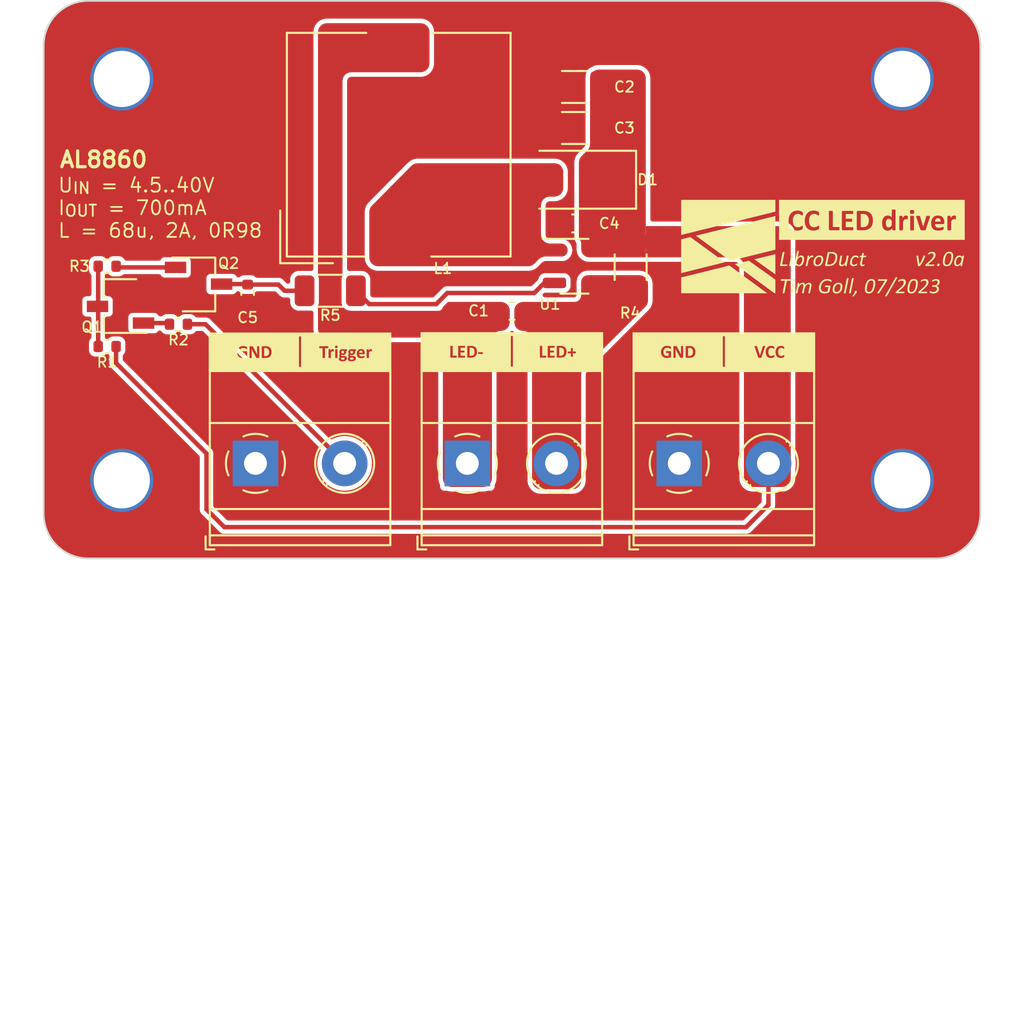
<source format=kicad_pcb>
(kicad_pcb (version 20221018) (generator pcbnew)
  (layers (0 "F.Cu" signal) (31 "B.Cu" signal) (34 "B.Paste" user) (35 "F.Paste" user) (36 "B.SilkS" user "B.Silkscreen") (37 "F.SilkS" user "F.Silkscreen") (38 "B.Mask" user) (39 "F.Mask" user) (44 "Edge.Cuts" user))
  (net 0 "")
  (net 1 "GND")
  (net 2 "/CTRL")
  (net 3 "+36V")
  (net 4 "/LED-")
  (net 5 "/PWM")
  (net 6 "/LED+")
  (net 7 "Net-(D1-A)")
  (net 8 "Net-(Q1-B)")
  (net 9 "Net-(Q1-C)")
  (net 10 "Net-(Q2-B)")
  (net 11 "Net-(U1-CTRL)")
  (footprint "TerminalBlock_Phoenix:TerminalBlock_Phoenix_MKDS-1,5-2-5.08_1x02_P5.08mm_Horizontal" (layer "F.Cu") (at 107.945 105.715)
    (fp_text reference "J3" hide)
    (fp_text value "Conn_01x02")
  )
  (footprint "Capacitor_SMD:C_0603_1608Metric" (layer "F.Cu") (at 110.49 97.028 180)
    (fp_text reference "C1")
    (fp_text value "100n")
  )
  (footprint "MountingHole:MountingHole_3.2mm_M3_Pad_TopOnly" (layer "F.Cu") (at 88.265 83.82)
    (fp_text reference "H1" hide)
    (fp_text value "MountingHole_Pad")
  )
  (footprint "Diode_SMD:D_SMA" (layer "F.Cu") (at 114.046 89.5604 180)
    (fp_text reference "D1")
    (fp_text value "SS210")
  )
  (footprint "Resistor_SMD:R_0402_1005Metric" (layer "F.Cu") (at 91.494 97.79 180)
    (fp_text reference "R2")
    (fp_text value "4k7")
  )
  (footprint "Package_TO_SOT_SMD:TSOT-23" (layer "F.Cu") (at 92.639 95.504)
    (fp_text reference "Q2")
    (fp_text value "MMBT5551")
  )
  (footprint "Capacitor_SMD:C_1206_3216Metric" (layer "F.Cu") (at 114.046 86.614)
    (fp_text reference "C3")
    (fp_text value "4u7")
  )
  (footprint "Resistor_SMD:R_0402_1005Metric" (layer "F.Cu") (at 87.432 94.488)
    (fp_text reference "R3")
    (fp_text value "4k7")
  )
  (footprint "Resistor_SMD:R_1206_3216Metric" (layer "F.Cu") (at 117.2464 94.5388 90)
    (fp_text reference "R4")
    (fp_text value "0R140")
  )
  (footprint "Inductor_SMD:L_TDK_SLF12565" (layer "F.Cu") (at 104.0384 87.5664 90)
    (fp_text reference "L1")
    (fp_text value "68u")
  )
  (footprint "Resistor_SMD:R_0402_1005Metric" (layer "F.Cu") (at 87.432 99.06)
    (fp_text reference "R1")
    (fp_text value "10k")
  )
  (footprint "MountingHole:MountingHole_3.2mm_M3_Pad_TopOnly" (layer "F.Cu") (at 132.715 83.82)
    (fp_text reference "H2" hide)
    (fp_text value "MountingHole_Pad")
  )
  (footprint "Package_TO_SOT_SMD:TSOT-23-5" (layer "F.Cu") (at 114.046 94.488)
    (fp_text reference "U1")
    (fp_text value "AL8860WT")
  )
  (footprint "Capacitor_SMD:C_0603_1608Metric" (layer "F.Cu") (at 114.059 92.0496 180)
    (fp_text reference "C4")
    (fp_text value "100n")
  )
  (footprint "TerminalBlock_Phoenix:TerminalBlock_Phoenix_MKDS-1,5-2-5.08_1x02_P5.08mm_Horizontal" (layer "F.Cu") (at 95.88 105.715)
    (fp_text reference "J2" hide)
    (fp_text value "Conn_01x02")
  )
  (footprint "Resistor_SMD:R_1206_3216Metric" (layer "F.Cu") (at 100.1375 95.885)
    (fp_text reference "R5")
    (fp_text value "0R")
  )
  (footprint "Package_TO_SOT_SMD:TSOT-23" (layer "F.Cu") (at 88.194 96.774 180)
    (fp_text reference "Q1")
    (fp_text value "MMBT5551")
  )
  (footprint "Capacitor_SMD:C_1206_3216Metric" (layer "F.Cu") (at 114.046 84.2772)
    (fp_text reference "C2")
    (fp_text value "4u7")
  )
  (footprint "TerminalBlock_Phoenix:TerminalBlock_Phoenix_MKDS-1,5-2-5.08_1x02_P5.08mm_Horizontal" (layer "F.Cu") (at 120.015 105.715)
    (fp_text reference "J1" hide)
    (fp_text value "Conn_01x02")
  )
  (footprint "MountingHole:MountingHole_3.2mm_M3_Pad_TopOnly" (layer "F.Cu") (at 88.265 106.68)
    (fp_text reference "H4" hide)
    (fp_text value "MountingHole_Pad")
  )
  (footprint "Capacitor_SMD:C_0402_1005Metric" (layer "F.Cu") (at 95.433 96.012 90)
    (fp_text reference "C5")
    (fp_text value "330p")
  )
  (footprint "MountingHole:MountingHole_3.2mm_M3_Pad_TopOnly" (layer "F.Cu") (at 132.715 106.68)
    (fp_text reference "H3" hide)
    (fp_text value "MountingHole_Pad")
  )
  (gr_poly (pts (xy 113.258581 99.13) (xy 113.273054 99.130794) (xy 113.286774 99.132116) (xy 113.293354 99.132976) (xy 113.299747 99.133968) (xy 113.305954 99.135093) (xy 113.311976 99.13635) (xy 113.317813 99.137739) (xy 113.323465 99.13926) (xy 113.328933 99.140914) (xy 113.334218 99.142701) (xy 113.33932 99.144619) (xy 113.34424 99.146671) (xy 113.349011 99.148836) (xy 113.353667 99.151101) (xy 113.35821 99.153467) (xy 113.36264 99.155933) (xy 113.366959 99.158501) (xy 113.371167 99.161171) (xy 113.375266 99.163944) (xy 113.379256 99.166819) (xy 113.383138 99.169798) (xy 113.386915 99.172881) (xy 113.390586 99.176068) (xy 113.394152 99.17936) (xy 113.397615 99.182758) (xy 113.400975 99.186261) (xy 113.404234 99.189872) (xy 113.407393 99.193589) (xy 113.410385 99.197338) (xy 113.413278 99.201178) (xy 113.41607 99.205108) (xy 113.418762 99.209127) (xy 113.421352 99.213235) (xy 113.423841 99.217431) (xy 113.426228 99.221715) (xy 113.428511 99.226087) (xy 113.430692 99.230546) (xy 113.432768 99.235091) (xy 113.43474 99.239722) (xy 113.436607 99.244438) (xy 113.438369 99.249239) (xy 113.440025 99.254125) (xy 113.441575 99.259095) (xy 113.443017 99.264148) (xy 113.445614 99.274449) (xy 113.447851 99.284977) (xy 113.449733 99.295728) (xy 113.451264 99.306698) (xy 113.452447 99.317883) (xy 113.453288 99.329279) (xy 113.453789 99.340882) (xy 113.453955 99.352687) (xy 113.453757 99.366893) (xy 113.453167 99.380664) (xy 113.452188 99.393997) (xy 113.450825 99.406887) (xy 113.449081 99.419331) (xy 113.446961 99.431324) (xy 113.444468 99.442862) (xy 113.441607 99.453941) (xy 113.43997 99.459311) (xy 113.438234 99.464573) (xy 113.436397 99.469727) (xy 113.43446 99.474772) (xy 113.432421 99.479707) (xy 113.43028 99.484531) (xy 113.428037 99.489246) (xy 113.425691 99.493849) (xy 113.423241 99.49834) (xy 113.420688 99.50272) (xy 113.418031 99.506986) (xy 113.415268 99.51114) (xy 113.412401 99.515179) (xy 113.409428 99.519105) (xy 113.406348 99.522916) (xy 113.403162 99.526611) (xy 113.399937 99.530191) (xy 113.396612 99.533655) (xy 113.393187 99.537003) (xy 113.389662 99.540236) (xy 113.386035 99.543353) (xy 113.382306 99.546355) (xy 113.378476 99.549241) (xy 113.374542 99.55201) (xy 113.370505 99.554665) (xy 113.366364 99.557203) (xy 113.362119 99.559625) (xy 113.357769 99.561932) (xy 113.353313 99.564122) (xy 113.348752 99.566197) (xy 113.344084 99.568155) (xy 113.339309 99.569998) (xy 113.334475 99.571789) (xy 113.329501 99.573457) (xy 113.324388 99.575003) (xy 113.319136 99.576428) (xy 113.313746 99.577733) (xy 113.308218 99.578919) (xy 113.302552 99.579987) (xy 113.29675 99.580938) (xy 113.290811 99.581774) (xy 113.284737 99.582495) (xy 113.278527 99.583102) (xy 113.272182 99.583596) (xy 113.265702 99.583979) (xy 113.259089 99.584251) (xy 113.245463 99.584467) (xy 113.174558 99.584467) (xy 113.174558 99.129736) (xy 113.243353 99.129736)) (fill solid) (layer "F.SilkS"))
  (gr_poly (pts (xy 126.390512 95.224908) (xy 126.39147 95.224985) (xy 126.392389 95.225112) (xy 126.393272 95.225289) (xy 126.394116 95.225513) (xy 126.394923 95.225786) (xy 126.395693 95.226104) (xy 126.396426 95.226468) (xy 126.397121 95.226877) (xy 126.397779 95.227329) (xy 126.3984 95.227824) (xy 126.398984 95.228361) (xy 126.399531 95.228939) (xy 126.400041 95.229557) (xy 126.400514 95.230214) (xy 126.400951 95.230909) (xy 126.401296 95.231642) (xy 126.401618 95.232411) (xy 126.401919 95.233217) (xy 126.402197 95.234058) (xy 126.402453 95.234935) (xy 126.402687 95.235847) (xy 126.402898 95.236794) (xy 126.403087 95.237774) (xy 126.403254 95.238788) (xy 126.403399 95.239836) (xy 126.403522 95.240916) (xy 126.403622 95.242028) (xy 126.4037 95.243172) (xy 126.403755 95.244347) (xy 126.403789 95.245554) (xy 126.4038 95.24679) (xy 126.403795 95.248822) (xy 126.403761 95.251152) (xy 126.403724 95.252447) (xy 126.403669 95.253839) (xy 126.403592 95.255336) (xy 126.40349 95.256945) (xy 126.40346 95.258614) (xy 126.403375 95.26029) (xy 126.403237 95.261981) (xy 126.403051 95.263695) (xy 126.402821 95.265437) (xy 126.402549 95.267217) (xy 126.402241 95.269041) (xy 126.401901 95.270917) (xy 126.39996 95.278612) (xy 126.398911 95.28261) (xy 126.397773 95.286788) (xy 126.397148 95.288796) (xy 126.396469 95.290767) (xy 126.395738 95.292694) (xy 126.394958 95.294569) (xy 126.394133 95.296385) (xy 126.393265 95.298134) (xy 126.392359 95.299808) (xy 126.391417 95.301399) (xy 126.390991 95.302162) (xy 126.390544 95.302903) (xy 126.390076 95.303624) (xy 126.389588 95.304325) (xy 126.389082 95.305008) (xy 126.388557 95.305673) (xy 126.388016 95.30632) (xy 126.387459 95.306953) (xy 126.386886 95.30757) (xy 126.3863 95.308173) (xy 126.3857 95.308763) (xy 126.385089 95.309342) (xy 126.383833 95.310466) (xy 126.382541 95.311554) (xy 126.38188 95.312019) (xy 126.381212 95.31246) (xy 126.380537 95.312877) (xy 126.379855 95.31327) (xy 126.379167 95.313636) (xy 126.37847 95.313975) (xy 126.377767 95.314287) (xy 126.377057 95.31457) (xy 126.376339 95.314823) (xy 126.375614 95.315045) (xy 126.374882 95.315235) (xy 126.374142 95.315393) (xy 126.373395 95.315518) (xy 126.37264 95.315608) (xy 126.371878 95.315663) (xy 126.371107 95.315681) (xy 126.145366 95.315681) (xy 126.005665 96.011327) (xy 126.005534 96.011922) (xy 126.005381 96.012516) (xy 126.005207 96.013107) (xy 126.005012 96.013694) (xy 126.004797 96.014275) (xy 126.004562 96.014849) (xy 126.004308 96.015415) (xy 126.004035 96.01597) (xy 126.003743 96.016515) (xy 126.003433 96.017047) (xy 126.003106 96.017566) (xy 126.002762 96.018069) (xy 126.002402 96.018555) (xy 126.002026 96.019024) (xy 126.001634 96.019473) (xy 126.001227 96.019902) (xy 126.000795 96.020371) (xy 126.000334 96.020825) (xy 125.999845 96.021265) (xy 125.999329 96.021691) (xy 125.998788 96.022105) (xy 125.998221 96.022506) (xy 125.997631 96.022894) (xy 125.997017 96.023272) (xy 125.996381 96.023638) (xy 125.995724 96.023993) (xy 125.995046 96.024338) (xy 125.994349 96.024674) (xy 125.993633 96.025) (xy 125.9929 96.025318) (xy 125.992149 96.025627) (xy 125.991383 96.025929) (xy 125.989652 96.026405) (xy 125.987804 96.026881) (xy 125.985837 96.027357) (xy 125.983752 96.027833) (xy 125.98155 96.028309) (xy 125.979229 96.028785) (xy 125.97679 96.02926) (xy 125.974233 96.029736) (xy 125.971522 96.030066) (xy 125.968642 96.03034) (xy 125.9656 96.03056) (xy 125.962402 96.030731) (xy 125.959055 96.030857) (xy 125.955565 96.030943) (xy 125.951941 96.030991) (xy 125.948188 96.031006) (xy 125.940744 96.030943) (xy 125.937314 96.030857) (xy 125.93407 96.030731) (xy 125.931004 96.03056) (xy 125.928109 96.03034) (xy 125.925377 96.030066) (xy 125.922802 96.029736) (xy 125.920375 96.02926) (xy 125.918092 96.028785) (xy 125.91595 96.028309) (xy 125.913946 96.027833) (xy 125.912076 96.027357) (xy 125.910337 96.026881) (xy 125.908726 96.026405) (xy 125.907241 96.025929) (xy 125.90654 96.025627) (xy 125.90587 96.025318) (xy 125.90523 96.025) (xy 125.904622 96.024674) (xy 125.904046 96.024338) (xy 125.903502 96.023993) (xy 125.90299 96.023638) (xy 125.902512 96.023272) (xy 125.902068 96.022894) (xy 125.901657 96.022506) (xy 125.901281 96.022105) (xy 125.90094 96.021691) (xy 125.900635 96.021265) (xy 125.900365 96.020825) (xy 125.900131 96.020371) (xy 125.899935 96.019902) (xy 125.899706 96.019473) (xy 125.899501 96.019024) (xy 125.899319 96.018555) (xy 125.899162 96.018069) (xy 125.899028 96.017566) (xy 125.89892 96.017047) (xy 125.898837 96.016515) (xy 125.898779 96.01597) (xy 125.898748 96.015415) (xy 125.898743 96.014849) (xy 125.898765 96.014275) (xy 125.898815 96.013694) (xy 125.898892 96.013107) (xy 125.898998 96.012516) (xy 125.899132 96.011922) (xy 125.899296 96.011327) (xy 126.038047 95.315681) (xy 125.813584 95.315681) (xy 125.812531 95.315659) (xy 125.811516 95.315592) (xy 125.81054 95.315481) (xy 125.809604 95.315325) (xy 125.808709 95.315124) (xy 125.807855 95.314879) (xy 125.807045 95.314589) (xy 125.806278 95.314255) (xy 125.805555 95.313875) (xy 125.804878 95.313451) (xy 125.804248 95.312982) (xy 125.803664 95.312469) (xy 125.803129 95.31191) (xy 125.802642 95.311307) (xy 125.802206 95.310658) (xy 125.801821 95.309965) (xy 125.801421 95.309236) (xy 125.801051 95.308477) (xy 125.800709 95.307687) (xy 125.800395 95.306866) (xy 125.800109 95.306013) (xy 125.799851 95.305129) (xy 125.799619 95.304211) (xy 125.799413 95.303261) (xy 125.799233 95.302277) (xy 125.799079 95.301259) (xy 125.79895 95.300207) (xy 125.798845 95.29912) (xy 125.798764 95.297998) (xy 125.798707 95.296839) (xy 125.798673 95.295645) (xy 125.798662 95.294413) (xy 125.798677 95.293311) (xy 125.79872 95.292145) (xy 125.798794 95.290912) (xy 125.798897 95.289609) (xy 125.79903 95.288231) (xy 125.799194 95.286776) (xy 125.799387 95.28524) (xy 125.799612 95.283619) (xy 125.79986 95.281936) (xy 125.800136 95.280219) (xy 125.800757 95.27667) (xy 125.80215 95.269008) (xy 125.802522 95.266998) (xy 125.802926 95.265015) (xy 125.803368 95.263054) (xy 125.803851 95.261112) (xy 125.804379 95.259185) (xy 125.804957 95.257269) (xy 125.805589 95.255361) (xy 125.806278 95.253456) (xy 125.806889 95.25167) (xy 125.807533 95.249888) (xy 125.808214 95.248113) (xy 125.808935 95.246351) (xy 125.809701 95.244603) (xy 125.810515 95.242873) (xy 125.811382 95.241166) (xy 125.812304 95.239484) (xy 125.813271 95.237966) (xy 125.814265 95.236507) (xy 125.815281 95.235108) (xy 125.816316 95.233768) (xy 125.817365 95.232488) (xy 125.818425 95.231268) (xy 125.819492 95.230109) (xy 125.82056 95.22901) (xy 125.821163 95.228544) (xy 125.82178 95.228101) (xy 125.822411 95.227683) (xy 125.823056 95.22729) (xy 125.823712 95.226924) (xy 125.824382 95.226585) (xy 125.825063 95.226273) (xy 125.825756 95.225991) (xy 125.82646 95.225738) (xy 125.827175 95.225517) (xy 125.8279 95.225327) (xy 125.828635 95.225169) (xy 125.829379 95.225045) (xy 125.830132 95.224955) (xy 125.830894 95.224901) (xy 125.831664 95.224883) (xy 126.389518 95.224883)) (fill solid) (layer "F.SilkS"))
  (gr_poly (pts (xy 129.912275 95.163663) (xy 129.915582 95.163749) (xy 129.91873 95.163876) (xy 129.921714 95.164048) (xy 129.924532 95.164268) (xy 129.927178 95.16454) (xy 129.92965 95.164867) (xy 129.931967 95.165228) (xy 129.934164 95.1656) (xy 129.936236 95.165993) (xy 129.938179 95.16642) (xy 129.939989 95.166891) (xy 129.940842 95.167147) (xy 129.94166 95.167418) (xy 129.942443 95.167706) (xy 129.943189 95.168012) (xy 129.943899 95.168338) (xy 129.944572 95.168685) (xy 129.945211 95.168985) (xy 129.94582 95.169293) (xy 129.946399 95.16961) (xy 129.946946 95.169936) (xy 129.947462 95.170271) (xy 129.947946 95.170616) (xy 129.948398 95.170972) (xy 129.948816 95.171338) (xy 129.9492 95.171716) (xy 129.949551 95.172105) (xy 129.949867 95.172507) (xy 129.950147 95.172921) (xy 129.950392 95.173348) (xy 129.950601 95.173788) (xy 129.950774 95.174243) (xy 129.950909 95.174711) (xy 129.951082 95.175191) (xy 129.95124 95.175679) (xy 129.951382 95.176175) (xy 129.951507 95.17668) (xy 129.951615 95.177195) (xy 129.951705 95.177719) (xy 129.951777 95.178254) (xy 129.951831 95.178799) (xy 129.951866 95.179356) (xy 129.951882 95.179924) (xy 129.951878 95.180505) (xy 129.951854 95.181098) (xy 129.951809 95.181704) (xy 129.951744 95.182324) (xy 129.951657 95.182958) (xy 129.951548 95.183606) (xy 129.786771 96.011957) (xy 129.786398 96.013133) (xy 129.786198 96.013709) (xy 129.785988 96.014275) (xy 129.785766 96.014833) (xy 129.785532 96.01538) (xy 129.785285 96.015918) (xy 129.785025 96.016444) (xy 129.784749 96.016959) (xy 129.784458 96.017463) (xy 129.78415 96.017954) (xy 129.783825 96.018433) (xy 129.783482 96.018899) (xy 129.78312 96.019351) (xy 129.782737 96.019789) (xy 129.782334 96.020212) (xy 129.781959 96.02063) (xy 129.781556 96.021046) (xy 129.781123 96.021461) (xy 129.780663 96.021872) (xy 129.780175 96.02228) (xy 129.77966 96.022682) (xy 129.779118 96.02308) (xy 129.778549 96.02347) (xy 129.777955 96.023853) (xy 129.777335 96.024228) (xy 129.776691 96.024593) (xy 129.776022 96.024948) (xy 129.775328 96.025292) (xy 129.774611 96.025624) (xy 129.773871 96.025943) (xy 129.773109 96.026248) (xy 129.771489 96.026829) (xy 129.769728 96.02738) (xy 129.767834 96.027901) (xy 129.765813 96.028392) (xy 129.763672 96.028853) (xy 129.761418 96.029284) (xy 129.759058 96.029685) (xy 129.756598 96.030056) (xy 129.753922 96.030281) (xy 129.751121 96.030475) (xy 129.748194 96.030638) (xy 129.745136 96.030771) (xy 129.741944 96.030874) (xy 129.738613 96.030948) (xy 129.735141 96.030992) (xy 129.731523 96.031006) (xy 129.724073 96.030948) (xy 129.717429 96.030771) (xy 129.714401 96.030638) (xy 129.711564 96.030475) (xy 129.708914 96.030281) (xy 129.706447 96.030056) (xy 129.704124 96.029685) (xy 129.701924 96.029284) (xy 129.699852 96.028853) (xy 129.69791 96.028392) (xy 129.696103 96.027901) (xy 129.694434 96.02738) (xy 129.692907 96.026829) (xy 129.691525 96.026248) (xy 129.690886 96.025943) (xy 129.690275 96.025624) (xy 129.689694 96.025292) (xy 129.68914 96.024948) (xy 129.688614 96.024593) (xy 129.688116 96.024228) (xy 129.687644 96.023853) (xy 129.687199 96.02347) (xy 129.686779 96.02308) (xy 129.686385 96.022682) (xy 129.686016 96.02228) (xy 129.685671 96.021872) (xy 129.685351 96.021461) (xy 129.685054 96.021046) (xy 129.68478 96.02063) (xy 129.684529 96.020212) (xy 129.684362 96.019789) (xy 129.684217 96.019351) (xy 129.684093 96.018899) (xy 129.68399 96.018433) (xy 129.683908 96.017954) (xy 129.683845 96.017463) (xy 129.683802 96.016959) (xy 129.683778 96.016444) (xy 129.683773 96.015918) (xy 129.683786 96.01538) (xy 129.683817 96.014833) (xy 129.683865 96.014275) (xy 129.683929 96.013709) (xy 129.68401 96.013133) (xy 129.684107 96.012549) (xy 129.68422 96.011957) (xy 129.849325 95.183606) (xy 129.849697 95.182324) (xy 129.850101 95.181098) (xy 129.850317 95.180505) (xy 129.850543 95.179924) (xy 129.850779 95.179356) (xy 129.851026 95.178799) (xy 129.851284 95.178254) (xy 129.851555 95.177719) (xy 129.851837 95.177195) (xy 129.852132 95.17668) (xy 129.852441 95.176175) (xy 129.852764 95.175679) (xy 129.853101 95.175191) (xy 129.853453 95.174711) (xy 129.853821 95.174243) (xy 129.854211 95.173788) (xy 129.854626 95.173348) (xy 129.855066 95.172921) (xy 129.855532 95.172507) (xy 129.856025 95.172105) (xy 129.856546 95.171716) (xy 129.857097 95.171338) (xy 129.857677 95.170972) (xy 129.858288 95.170616) (xy 129.858931 95.170271) (xy 129.859606 95.169936) (xy 129.860316 95.16961) (xy 129.86106 95.169293) (xy 129.861841 95.168985) (xy 129.862658 95.168685) (xy 129.863501 95.168338) (xy 129.864368 95.168012) (xy 129.86526 95.167706) (xy 129.866177 95.167418) (xy 129.86712 95.167147) (xy 129.868091 95.166891) (xy 129.870116 95.16642) (xy 129.872261 95.165993) (xy 129.874532 95.1656) (xy 129.876935 95.165228) (xy 129.879479 95.164867) (xy 129.882069 95.16454) (xy 129.884838 95.164268) (xy 129.887786 95.164048) (xy 129.890912 95.163876) (xy 129.894217 95.163749) (xy 129.897699 95.163663) (xy 129.901358 95.163613) (xy 129.905194 95.163598)) (fill solid) (layer "F.SilkS"))
  (gr_poly (pts (xy 133.982622 93.884453) (xy 133.989041 93.884631) (xy 133.991986 93.884765) (xy 133.994745 93.884928) (xy 133.997309 93.885121) (xy 133.999673 93.885342) (xy 134.001982 93.885583) (xy 134.004147 93.88583) (xy 134.006169 93.886092) (xy 134.008054 93.886376) (xy 134.009804 93.886689) (xy 134.011424 93.887039) (xy 134.012916 93.887434) (xy 134.013615 93.88765) (xy 134.014284 93.887881) (xy 134.014927 93.888065) (xy 134.015547 93.888256) (xy 134.016144 93.888455) (xy 134.016718 93.888664) (xy 134.017267 93.888881) (xy 134.017792 93.889108) (xy 134.018291 93.889345) (xy 134.018766 93.889592) (xy 134.019214 93.889851) (xy 134.019636 93.890121) (xy 134.020032 93.890403) (xy 134.0204 93.890697) (xy 134.02074 93.891005) (xy 134.021052 93.891325) (xy 134.021336 93.89166) (xy 134.02159 93.892009) (xy 134.021877 93.89237) (xy 134.022141 93.892739) (xy 134.022384 93.893115) (xy 134.022606 93.893499) (xy 134.022807 93.89389) (xy 134.022987 93.894288) (xy 134.023148 93.894694) (xy 134.02329 93.895107) (xy 134.023414 93.895528) (xy 134.023519 93.895956) (xy 134.023607 93.896391) (xy 134.023677 93.896835) (xy 134.023731 93.897286) (xy 134.023769 93.897744) (xy 134.023792 93.898211) (xy 134.023799 93.898685) (xy 134.02377 93.900233) (xy 134.023682 93.901785) (xy 134.023535 93.903345) (xy 134.023329 93.904915) (xy 134.023063 93.9065) (xy 134.022736 93.908103) (xy 134.022349 93.909728) (xy 134.021901 93.911378) (xy 134.021516 93.912941) (xy 134.021078 93.914533) (xy 134.020596 93.916156) (xy 134.020076 93.917809) (xy 134.018954 93.921205) (xy 134.017773 93.92472) (xy 134.005941 93.958597) (xy 133.993333 93.992622) (xy 133.98001 94.026826) (xy 133.966032 94.061242) (xy 133.951141 94.095899) (xy 133.935539 94.130378) (xy 133.919225 94.164737) (xy 133.902198 94.199034) (xy 133.893286 94.216137) (xy 133.884165 94.233153) (xy 133.874835 94.250087) (xy 133.865296 94.266942) (xy 133.855549 94.283723) (xy 133.845592 94.300434) (xy 133.835426 94.317077) (xy 133.825052 94.333658) (xy 133.814454 94.350029) (xy 133.803618 94.366277) (xy 133.792544 94.382398) (xy 133.781232 94.398389) (xy 133.769682 94.414246) (xy 133.757894 94.429965) (xy 133.745867 94.445543) (xy 133.733603 94.460976) (xy 133.732519 94.462609) (xy 133.731964 94.4634) (xy 133.731401 94.464173) (xy 133.730827 94.464925) (xy 133.730244 94.465655) (xy 133.729651 94.466362) (xy 133.729047 94.467045) (xy 133.728432 94.467702) (xy 133.727805 94.468331) (xy 133.727167 94.468931) (xy 133.726515 94.469501) (xy 133.725852 94.47004) (xy 133.725174 94.470545) (xy 133.724483 94.471015) (xy 133.723779 94.47145) (xy 133.723055 94.471919) (xy 133.722318 94.472373) (xy 133.721565 94.472814) (xy 133.720798 94.473241) (xy 133.720017 94.473655) (xy 133.71922 94.474057) (xy 133.718409 94.474446) (xy 133.717582 94.474824) (xy 133.715885 94.475547) (xy 133.714126 94.47623) (xy 133.712307 94.476875) (xy 133.710427 94.477486) (xy 133.708479 94.477947) (xy 133.706446 94.478379) (xy 133.704331 94.47878) (xy 133.702138 94.479152) (xy 133.69987 94.479494) (xy 133.697531 94.479807) (xy 133.695126 94.480091) (xy 133.692656 94.480345) (xy 133.687599 94.480574) (xy 133.681979 94.480776) (xy 133.675821 94.48092) (xy 133.66915 94.480975) (xy 133.664495 94.480946) (xy 133.66005 94.480866) (xy 133.651811 94.48058) (xy 133.644466 94.480173) (xy 133.638047 94.479705) (xy 133.635265 94.479334) (xy 133.63263 94.478933) (xy 133.630144 94.478502) (xy 133.627806 94.478041) (xy 133.625617 94.47755) (xy 133.623577 94.477029) (xy 133.621687 94.476478) (xy 133.619947 94.475897) (xy 133.61913 94.475592) (xy 133.618343 94.475272) (xy 133.617587 94.474937) (xy 133.616861 94.474587) (xy 133.616167 94.474223) (xy 133.615504 94.473844) (xy 133.614874 94.473449) (xy 133.614277 94.47304) (xy 133.613714 94.472616) (xy 133.613184 94.472178) (xy 133.612688 94.471724) (xy 133.612228 94.471255) (xy 133.611802 94.470772) (xy 133.611413 94.470273) (xy 133.61106 94.46976) (xy 133.610743 94.469231) (xy 133.610394 94.468632) (xy 133.610061 94.468024) (xy 133.609743 94.467409) (xy 133.609441 94.466784) (xy 133.609155 94.466151) (xy 133.608887 94.465508) (xy 133.608636 94.464854) (xy 133.608403 94.46419) (xy 133.608189 94.463515) (xy 133.607994 94.462829) (xy 133.607819 94.46213) (xy 133.607664 94.461418) (xy 133.607529 94.460694) (xy 133.607416 94.459956) (xy 133.607324 94.459204) (xy 133.607255 94.458437) (xy 133.524702 93.929477) (xy 133.524219 93.923086) (xy 133.523752 93.917414) (xy 133.523643 93.916118) (xy 133.523561 93.914852) (xy 133.523503 93.913617) (xy 133.523463 93.912412) (xy 133.523427 93.910092) (xy 133.523422 93.90789) (xy 133.523433 93.906893) (xy 133.523466 93.905925) (xy 133.52352 93.904988) (xy 133.523595 93.90408) (xy 133.523691 93.903202) (xy 133.523807 93.902354) (xy 133.523942 93.901535) (xy 133.524096 93.900746) (xy 133.524269 93.899987) (xy 133.52446 93.899258) (xy 133.524668 93.898558) (xy 133.524894 93.897888) (xy 133.525137 93.897248) (xy 133.525396 93.896638) (xy 133.525671 93.896057) (xy 133.525962 93.895507) (xy 133.526274 93.894978) (xy 133.526616 93.894464) (xy 133.526986 93.893964) (xy 133.527383 93.893478) (xy 133.527806 93.893004) (xy 133.528254 93.892543) (xy 133.528726 93.892095) (xy 133.529222 93.891657) (xy 133.529739 93.891231) (xy 133.530278 93.890816) (xy 133.530838 93.890411) (xy 133.531417 93.890015) (xy 133.532014 93.889629) (xy 133.532628 93.889252) (xy 133.53326 93.888882) (xy 133.533906 93.888521) (xy 133.534637 93.88823) (xy 133.535397 93.887954) (xy 133.536187 93.887692) (xy 133.537006 93.887444) (xy 133.537854 93.887208) (xy 133.538733 93.886985) (xy 133.540578 93.886575) (xy 133.542541 93.88621) (xy 133.544622 93.885885) (xy 133.546821 93.885597) (xy 133.549138 93.885342) (xy 133.551625 93.885121) (xy 133.55432 93.884928) (xy 133.557222 93.884765) (xy 133.560332 93.884631) (xy 133.56365 93.884527) (xy 133.567176 93.884453) (xy 133.570911 93.884408) (xy 133.574854 93.884393) (xy 133.582548 93.884453) (xy 133.589431 93.884631) (xy 133.595537 93.884928) (xy 133.598309 93.885121) (xy 133.600899 93.885342) (xy 133.603324 93.885597) (xy 133.6056 93.88588) (xy 133.607728 93.886193) (xy 133.609707 93.886535) (xy 133.611536 93.886907) (xy 133.613217 93.887309) (xy 133.614748 93.88774) (xy 133.616131 93.888201) (xy 133.616777 93.888506) (xy 133.6174 93.888826) (xy 133.617999 93.889159) (xy 133.618574 93.889506) (xy 133.619125 93.889866) (xy 133.619651 93.890238) (xy 133.620151 93.890623) (xy 133.620626 93.891019) (xy 133.621074 93.891427) (xy 133.621496 93.891845) (xy 133.62189 93.892274) (xy 133.622256 93.892712) (xy 133.622594 93.89316) (xy 133.622904 93.893617) (xy 133.623185 93.894083) (xy 133.623436 93.894557) (xy 133.623791 93.895552) (xy 133.624141 93.896624) (xy 133.624477 93.897764) (xy 133.62479 93.89896) (xy 133.625074 93.9002) (xy 133.625319 93.901475) (xy 133.625425 93.902121) (xy 133.625519 93.902772) (xy 133.625599 93.903426) (xy 133.625665 93.904082) (xy 133.692656 94.364131) (xy 133.692656 94.371756) (xy 133.695834 94.367949) (xy 133.713752 94.34056) (xy 133.730871 94.313617) (xy 133.74722 94.28709) (xy 133.762827 94.260949) (xy 133.77037 94.248017) (xy 133.777769 94.234943) (xy 133.785027 94.221736) (xy 133.792149 94.208402) (xy 133.799137 94.194949) (xy 133.805995 94.181384) (xy 133.812727 94.167715) (xy 133.819334 94.15395) (xy 133.832072 94.12602) (xy 133.844542 94.097436) (xy 133.856713 94.068137) (xy 133.862677 94.053202) (xy 133.868557 94.038066) (xy 133.880273 94.006993) (xy 133.892085 93.974286) (xy 133.903959 93.939972) (xy 133.91586 93.904082) (xy 133.916103 93.903426) (xy 133.916362 93.902772) (xy 133.916635 93.902121) (xy 133.916922 93.901475) (xy 133.917222 93.900834) (xy 133.917535 93.9002) (xy 133.917861 93.899575) (xy 133.918197 93.89896) (xy 133.918545 93.898355) (xy 133.918904 93.897764) (xy 133.919272 93.897186) (xy 133.91965 93.896624) (xy 133.920038 93.896079) (xy 133.920433 93.895552) (xy 133.920837 93.895044) (xy 133.921247 93.894557) (xy 133.92168 93.894083) (xy 133.922141 93.893617) (xy 133.92263 93.89316) (xy 133.923145 93.892712) (xy 133.923687 93.892274) (xy 133.924253 93.891845) (xy 133.924843 93.891427) (xy 133.925457 93.891019) (xy 133.926093 93.890623) (xy 133.92675 93.890238) (xy 133.927428 93.889866) (xy 133.928125 93.889506) (xy 133.928841 93.889159) (xy 133.929575 93.888826) (xy 133.930325 93.888506) (xy 133.931092 93.888201) (xy 133.932823 93.88774) (xy 133.934676 93.887309) (xy 133.936654 93.886907) (xy 133.938761 93.886535) (xy 133.941001 93.886193) (xy 133.943377 93.88588) (xy 133.945892 93.885597) (xy 133.948552 93.885342) (xy 133.951367 93.885121) (xy 133.954334 93.884928) (xy 133.957458 93.884765) (xy 133.960741 93.884631) (xy 133.964188 93.884527) (xy 133.967802 93.884453) (xy 133.975546 93.884393)) (fill solid) (layer "F.SilkS"))
  (gr_poly (pts (xy 135.974071 93.875597) (xy 135.980796 93.875864) (xy 135.9874 93.876309) (xy 135.993882 93.876931) (xy 136.000242 93.877729) (xy 136.006479 93.878704) (xy 136.012591 93.879855) (xy 136.018578 93.881181) (xy 136.024438 93.882682) (xy 136.030171 93.884357) (xy 136.035775 93.886206) (xy 136.041249 93.888229) (xy 136.046594 93.890424) (xy 136.051807 93.892793) (xy 136.056887 93.895333) (xy 136.061834 93.898045) (xy 136.066742 93.900906) (xy 136.071583 93.903894) (xy 136.076358 93.90701) (xy 136.081065 93.910253) (xy 136.085706 93.913625) (xy 136.09028 93.917126) (xy 136.094787 93.920756) (xy 136.099227 93.924515) (xy 136.1036 93.928405) (xy 136.107906 93.932426) (xy 136.112145 93.936578) (xy 136.116317 93.940861) (xy 136.120422 93.945277) (xy 136.124459 93.949825) (xy 136.12843 93.954506) (xy 136.132333 93.959321) (xy 136.144077 93.902812) (xy 136.144412 93.901639) (xy 136.144821 93.900504) (xy 136.145304 93.899405) (xy 136.145861 93.898345) (xy 136.146493 93.897321) (xy 136.147199 93.896335) (xy 136.147979 93.895386) (xy 136.148834 93.894475) (xy 136.149763 93.8936) (xy 136.150767 93.892763) (xy 136.151846 93.891963) (xy 136.152999 93.891201) (xy 136.154227 93.890475) (xy 136.155529 93.889786) (xy 136.156907 93.889135) (xy 136.158359 93.888521) (xy 136.159897 93.888003) (xy 136.161532 93.887522) (xy 136.163264 93.887078) (xy 136.165093 93.88667) (xy 136.167022 93.886297) (xy 136.169049 93.885958) (xy 136.171175 93.885655) (xy 136.173401 93.885385) (xy 136.175728 93.885148) (xy 136.178156 93.884945) (xy 136.183315 93.884636) (xy 136.188885 93.884453) (xy 136.194868 93.884393) (xy 136.197905 93.884408) (xy 136.200823 93.884453) (xy 136.203623 93.884527) (xy 136.206304 93.884631) (xy 136.208866 93.884765) (xy 136.211309 93.884928) (xy 136.213632 93.885121) (xy 136.215836 93.885342) (xy 136.217812 93.885597) (xy 136.219698 93.885885) (xy 136.221497 93.88621) (xy 136.223207 93.886575) (xy 136.224829 93.886985) (xy 136.226363 93.887444) (xy 136.227097 93.887692) (xy 136.227809 93.887954) (xy 136.2285 93.88823) (xy 136.229168 93.888521) (xy 136.229753 93.888878) (xy 136.230313 93.889237) (xy 136.23085 93.889598) (xy 136.231361 93.88996) (xy 136.231845 93.890327) (xy 136.232303 93.890698) (xy 136.232733 93.891075) (xy 136.233133 93.891458) (xy 136.233504 93.891848) (xy 136.233845 93.892247) (xy 136.234154 93.892655) (xy 136.23443 93.893073) (xy 136.234673 93.893502) (xy 136.234882 93.893944) (xy 136.235057 93.894398) (xy 136.235195 93.894867) (xy 136.235362 93.895345) (xy 136.235508 93.895823) (xy 136.235633 93.896302) (xy 136.235739 93.896782) (xy 136.235826 93.897263) (xy 136.235896 93.897747) (xy 136.23595 93.898234) (xy 136.235987 93.898723) (xy 136.23601 93.899217) (xy 136.236019 93.899714) (xy 136.236015 93.900216) (xy 136.235999 93.900723) (xy 136.235935 93.901755) (xy 136.235834 93.902812) (xy 136.124387 94.461606) (xy 136.124001 94.462893) (xy 136.123555 94.464135) (xy 136.123048 94.465332) (xy 136.122479 94.466483) (xy 136.121849 94.467586) (xy 136.121157 94.468643) (xy 136.120402 94.469653) (xy 136.119584 94.470614) (xy 136.118703 94.471528) (xy 136.117758 94.472392) (xy 136.116749 94.473207) (xy 136.115675 94.473972) (xy 136.114536 94.474688) (xy 136.113332 94.475352) (xy 136.112062 94.475966) (xy 136.110725 94.476527) (xy 136.109242 94.477048) (xy 136.107646 94.477539) (xy 136.105937 94.477999) (xy 136.104115 94.478428) (xy 136.10218 94.478825) (xy 136.100131 94.479191) (xy 136.097967 94.479523) (xy 136.095688 94.479823) (xy 136.093294 94.480089) (xy 136.090784 94.480321) (xy 136.088158 94.480519) (xy 136.085415 94.480682) (xy 136.082555 94.480809) (xy 136.079577 94.480901) (xy 136.073267 94.480975) (xy 136.070245 94.480946) (xy 136.067369 94.480866) (xy 136.064634 94.480742) (xy 136.062037 94.48058) (xy 136.059575 94.480388) (xy 136.057243 94.480173) (xy 136.052958 94.479705) (xy 136.050977 94.479348) (xy 136.049089 94.478982) (xy 136.0473 94.478601) (xy 136.045611 94.478197) (xy 136.044027 94.477765) (xy 136.042551 94.477295) (xy 136.041854 94.477044) (xy 136.041186 94.476782) (xy 136.040546 94.476506) (xy 136.039936 94.476217) (xy 136.039296 94.475919) (xy 136.038686 94.47562) (xy 136.038104 94.475317) (xy 136.037551 94.475011) (xy 136.037025 94.474699) (xy 136.036527 94.47438) (xy 136.036055 94.474052) (xy 136.03561 94.473715) (xy 136.03519 94.473367) (xy 136.034796 94.473006) (xy 136.034427 94.472631) (xy 136.034082 94.472241) (xy 136.033762 94.471835) (xy 136.033465 94.47141) (xy 136.033191 94.470965) (xy 136.03294 94.4705) (xy 136.032773 94.470075) (xy 136.032628 94.469635) (xy 136.032506 94.469178) (xy 136.032406 94.468706) (xy 136.032328 94.468217) (xy 136.032272 94.467711) (xy 136.032239 94.467187) (xy 136.032227 94.466645) (xy 136.032239 94.466085) (xy 136.032272 94.465506) (xy 136.032328 94.464907) (xy 136.032406 94.464289) (xy 136.032506 94.46365) (xy 136.032628 94.46299) (xy 136.032773 94.462309) (xy 136.03294 94.461606) (xy 136.053578 94.356195) (xy 136.052516 94.358708) (xy 136.05135 94.361244) (xy 136.05008 94.363804) (xy 136.048707 94.366388) (xy 136.047232 94.368999) (xy 136.045655 94.371636) (xy 136.043976 94.374301) (xy 136.042196 94.376995) (xy 136.040315 94.379718) (xy 136.038334 94.382472) (xy 136.036254 94.385257) (xy 136.034075 94.388075) (xy 136.02942 94.393812) (xy 136.024375 94.399691) (xy 136.021722 94.402597) (xy 136.019003 94.405481) (xy 136.016219 94.408341) (xy 136.013371 94.411177) (xy 136.007487 94.416777) (xy 136.001358 94.422276) (xy 135.99499 94.42767) (xy 135.988392 94.432958) (xy 135.98157 94.438134) (xy 135.974533 94.443196) (xy 135.967177 94.447985) (xy 135.959641 94.452589) (xy 135.951919 94.457) (xy 135.944009 94.461211) (xy 135.935905 94.465213) (xy 135.927604 94.469) (xy 135.9191 94.472564) (xy 135.91039 94.475897) (xy 135.901458 94.478919) (xy 135.89252 94.481548) (xy 135.888047 94.482715) (xy 135.883568 94.483783) (xy 135.879085 94.484751) (xy 135.874595 94.485619) (xy 135.870097 94.486387) (xy 135.865591 94.487054) (xy 135.861075 94.487619) (xy 135.856549 94.488083) (xy 135.852012 94.488444) (xy 135.847462 94.488703) (xy 135.842898 94.488858) (xy 135.838321 94.48891) (xy 135.832196 94.488843) (xy 135.826205 94.488642) (xy 135.820347 94.488305) (xy 135.814621 94.487833) (xy 135.809028 94.487226) (xy 135.803566 94.486482) (xy 135.798236 94.485602) (xy 135.793037 94.484584) (xy 135.787968 94.483429) (xy 135.783029 94.482135) (xy 135.778219 94.480703) (xy 135.773538 94.479132) (xy 135.768986 94.477422) (xy 135.764562 94.475572) (xy 135.760265 94.473581) (xy 135.756096 94.47145) (xy 135.752097 94.469262) (xy 135.748203 94.466984) (xy 135.744412 94.464618) (xy 135.740724 94.462162) (xy 135.73714 94.459618) (xy 135.733657 94.456984) (xy 135.730277 94.45426) (xy 135.726997 94.451448) (xy 135.723818 94.448546) (xy 135.720739 94.445554) (xy 135.71776 94.442473) (xy 135.714879 94.439303) (xy 135.712097 94.436043) (xy 135.709413 94.432694) (xy 135.706826 94.429255) (xy 135.704337 94.425726) (xy 135.702001 94.422125) (xy 135.699755 94.418464) (xy 135.697599 94.414745) (xy 135.695534 94.410968) (xy 135.693559 94.407134) (xy 135.691676 94.403242) (xy 135.689885 94.399293) (xy 135.688186 94.395288) (xy 135.68658 94.391228) (xy 135.685068 94.387112) (xy 135.683649 94.382941) (xy 135.682325 94.378716) (xy 135.681096 94.374437) (xy 135.679961 94.370105) (xy 135.678923 94.36572) (xy 135.677981 94.361282) (xy 135.676313 94.352215) (xy 135.67488 94.343112) (xy 135.673679 94.333965) (xy 135.672705 94.324766) (xy 135.671955 94.315508) (xy 135.671424 94.306183) (xy 135.671109 94.296784) (xy 135.671004 94.287304) (xy 135.67109 94.279999) (xy 135.778304 94.279999) (xy 135.77835 94.285371) (xy 135.77849 94.290766) (xy 135.778727 94.296174) (xy 135.779065 94.30159) (xy 135.779506 94.307005) (xy 135.780054 94.312413) (xy 135.780712 94.317805) (xy 135.781482 94.323174) (xy 135.78251 94.328474) (xy 135.783694 94.333654) (xy 135.785042 94.338714) (xy 135.786562 94.343655) (xy 135.78826 94.348477) (xy 135.789179 94.350844) (xy 135.790145 94.353181) (xy 135.79116 94.355488) (xy 135.792224 94.357765) (xy 135.793339 94.360013) (xy 135.794505 94.362232) (xy 135.795777 94.364408) (xy 135.797095 94.366531) (xy 135.798459 94.368601) (xy 135.799871 94.370618) (xy 135.801331 94.372582) (xy 135.80284 94.37449) (xy 135.8044 94.376344) (xy 135.806011 94.378143) (xy 135.807674 94.379886) (xy 135.80939 94.381573) (xy 135.811161 94.383203) (xy 135.812987 94.384776) (xy 135.814869 94.386291) (xy 135.816807 94.387748) (xy 135.818804 94.389147) (xy 135.82086 94.390486) (xy 135.823037 94.391815) (xy 135.825282 94.393061) (xy 135.827596 94.394225) (xy 135.829979 94.395305) (xy 135.832433 94.396301) (xy 135.834958 94.397213) (xy 135.837555 94.39804) (xy 135.840226 94.398783) (xy 135.842971 94.399439) (xy 135.845792 94.40001) (xy 135.848688 94.400494) (xy 135.851662 94.400891) (xy 135.854713 94.4012) (xy 135.857844 94.401422) (xy 135.861054 94.401555) (xy 135.864346 94.4016) (xy 135.868633 94.401525) (xy 135.87292 94.401302) (xy 135.877208 94.40093) (xy 135.881495 94.40041) (xy 135.885782 94.39974) (xy 135.89007 94.398922) (xy 135.894357 94.397955) (xy 135.898643 94.396839) (xy 135.90293 94.395574) (xy 135.907216 94.39416) (xy 135.911502 94.392597) (xy 135.915788 94.390886) (xy 135.920073 94.389025) (xy 135.924358 94.387016) (xy 135.928642 94.384858) (xy 135.932927 94.382551) (xy 135.937199 94.380113) (xy 135.94144 94.377564) (xy 135.94565 94.374903) (xy 135.949827 94.372131) (xy 135.95397 94.369248) (xy 135.958079 94.366252) (xy 135.962153 94.363146) (xy 135.96619 94.359927) (xy 135.97019 94.356597) (xy 135.974151 94.353155) (xy 135.978074 94.349602) (xy 135.981957 94.345937) (xy 135.985799 94.34216) (xy 135.989599 94.338272) (xy 135.993356 94.334272) (xy 135.99707 94.33016) (xy 136.00079 94.325946) (xy 136.004451 94.321635) (xy 136.008054 94.317229) (xy 136.011598 94.312726) (xy 136.015085 94.308129) (xy 136.018515 94.303437) (xy 136.021889 94.298651) (xy 136.025206 94.293772) (xy 136.031674 94.283734) (xy 136.037923 94.273328) (xy 136.043957 94.262557) (xy 136.04978 94.251425) (xy 136.055314 94.239965) (xy 136.060491 94.228212) (xy 136.065312 94.216168) (xy 136.069776 94.203838) (xy 136.073883 94.191225) (xy 136.077633 94.178334) (xy 136.081026 94.165168) (xy 136.084061 94.151731) (xy 136.105028 94.049179) (xy 136.101377 94.043906) (xy 136.097688 94.038803) (xy 136.093962 94.03387) (xy 136.0902 94.029108) (xy 136.086401 94.024515) (xy 136.082565 94.020091) (xy 136.078691 94.015836) (xy 136.074781 94.011748) (xy 136.070834 94.007828) (xy 136.066849 94.004075) (xy 136.062828 94.000489) (xy 136.05877 93.997068) (xy 136.054674 93.993813) (xy 136.050541 93.990723) (xy 136.046371 93.987798) (xy 136.042164 93.985036) (xy 136.037901 93.982443) (xy 136.033572 93.980022) (xy 136.029177 93.97777) (xy 136.024715 93.975688) (xy 136.020186 93.973775) (xy 136.015591 93.97203) (xy 136.010929 93.970454) (xy 136.0062 93.969046) (xy 136.001404 93.967805) (xy 135.996541 93.966731) (xy 135.99161 93.965824) (xy 135.986613 93.965083) (xy 135.981548 93.964507) (xy 135.976416 93.964096) (xy 135.971216 93.96385) (xy 135.965948 93.963768) (xy 135.961807 93.963828) (xy 135.957717 93.964007) (xy 135.953678 93.964308) (xy 135.94969 93.96473) (xy 135.945753 93.965275) (xy 135.941865 93.965944) (xy 135.938027 93.966737) (xy 135.934237 93.967656) (xy 135.930496 93.968701) (xy 135.926803 93.969874) (xy 135.923157 93.971175) (xy 135.919558 93.972605) (xy 135.916006 93.974166) (xy 135.912499 93.975858) (xy 135.909038 93.977682) (xy 135.905622 93.979639) (xy 135.902258 93.981645) (xy 135.898945 93.983733) (xy 135.895683 93.985902) (xy 135.892473 93.988151) (xy 135.889315 93.99048) (xy 135.886209 93.992888) (xy 135.883154 93.995375) (xy 135.880151 93.997941) (xy 135.877201 94.000585) (xy 135.874302 94.003306) (xy 135.871456 94.006104) (xy 135.868661 94.008979) (xy 135.86592 94.01193) (xy 135.86323 94.014957) (xy 135.860593 94.018059) (xy 135.858009 94.021235) (xy 135.852858 94.027888) (xy 135.847886 94.034753) (xy 135.843092 94.041835) (xy 135.838477 94.049136) (xy 135.834041 94.056661) (xy 135.829784 94.064412) (xy 135.825707 94.072395) (xy 135.821809 94.080612) (xy 135.81809 94.088974) (xy 135.814549 94.097396) (xy 135.811187 94.105879) (xy 135.808002 94.114422) (xy 135.804996 94.123026) (xy 135.802167 94.131688) (xy 135.799516 94.140411) (xy 135.797044 94.149193) (xy 135.794735 94.157985) (xy 135.792577 94.166745) (xy 135.790569 94.175468) (xy 135.788711 94.184151) (xy 135.787001 94.192789) (xy 135.78544 94.20138) (xy 135.784027 94.20992) (xy 135.782762 94.218404) (xy 135.781747 94.22687) (xy 135.780855 94.235125) (xy 135.780091 94.243165) (xy 135.779458 94.250985) (xy 135.778958 94.258582) (xy 135.778597 94.265953) (xy 135.778378 94.273093) (xy 135.778304 94.279999) (xy 135.67109 94.279999) (xy 135.671107 94.278478) (xy 135.671414 94.269376) (xy 135.671921 94.259991) (xy 135.672625 94.250315) (xy 135.673523 94.240342) (xy 135.67461 94.230063) (xy 135.675884 94.219471) (xy 135.677341 94.208559) (xy 135.679131 94.197561) (xy 135.681162 94.186482) (xy 135.683437 94.17533) (xy 135.68596 94.164111) (xy 135.688736 94.152832) (xy 135.691768 94.141501) (xy 135.695061 94.130124) (xy 135.698619 94.11871) (xy 135.702342 94.107309) (xy 135.706357 94.095973) (xy 135.710662 94.084703) (xy 135.715253 94.073504) (xy 135.720127 94.06238) (xy 135.725279 94.051334) (xy 135.730707 94.04037) (xy 135.736407 94.029491) (xy 135.742391 94.01879) (xy 135.748671 94.008361) (xy 135.755249 93.998208) (xy 135.762123 93.988334) (xy 135.769296 93.978743) (xy 135.776767 93.969438) (xy 135.784537 93.960425) (xy 135.792606 93.951705) (xy 135.796753 93.947415) (xy 135.800982 93.943236) (xy 135.805293 93.93917) (xy 135.809687 93.935214) (xy 135.814162 93.931371) (xy 135.81872 93.927638) (xy 135.823359 93.924018) (xy 135.828081 93.920509) (xy 135.832885 93.917111) (xy 135.83777 93.913826) (xy 135.842738 93.910651) (xy 135.847787 93.907589) (xy 135.852918 93.904638) (xy 135.858131 93.901799) (xy 135.863426 93.899072) (xy 135.868803 93.896456) (xy 135.874269 93.893918) (xy 135.87983 93.891544) (xy 135.885487 93.889335) (xy 135.891237 93.887288) (xy 135.89708 93.885406) (xy 135.903016 93.883688) (xy 135.909042 93.882133) (xy 135.915159 93.880742) (xy 135.921365 93.879515) (xy 135.927659 93.878452) (xy 135.934041 93.877552) (xy 135.940509 93.876816) (xy 135.947062 93.876244) (xy 135.953701 93.875835) (xy 135.960422 93.875589) (xy 135.967227 93.875508)) (fill solid) (layer "F.SilkS"))
  (gr_poly (pts (xy 126.530086 95.434804) (xy 126.53656 95.434982) (xy 126.539545 95.435116) (xy 126.542377 95.435279) (xy 126.545067 95.435472) (xy 126.547628 95.435693) (xy 126.549938 95.436068) (xy 126.552102 95.436471) (xy 126.554125 95.436904) (xy 126.556009 95.437366) (xy 126.557759 95.437858) (xy 126.559378 95.438379) (xy 126.560871 95.43893) (xy 126.562239 95.439511) (xy 126.562882 95.439816) (xy 126.563502 95.440136) (xy 126.564097 95.440469) (xy 126.564667 95.440816) (xy 126.565212 95.441176) (xy 126.565729 95.441548) (xy 126.566219 95.441932) (xy 126.566679 95.442328) (xy 126.56711 95.442735) (xy 126.567511 95.443153) (xy 126.567879 95.443581) (xy 126.568216 95.444018) (xy 126.568518 95.444465) (xy 126.568786 95.444921) (xy 126.569019 95.445385) (xy 126.569216 95.445858) (xy 126.56939 95.446334) (xy 126.569548 95.44681) (xy 126.569692 95.447288) (xy 126.56982 95.447767) (xy 126.569932 95.448247) (xy 126.57003 95.44873) (xy 126.570113 95.449216) (xy 126.57018 95.449706) (xy 126.570232 95.450198) (xy 126.57027 95.450696) (xy 126.570293 95.451197) (xy 126.570301 95.451704) (xy 126.570294 95.452217) (xy 126.570272 95.452736) (xy 126.570236 95.453261) (xy 126.570185 95.453793) (xy 126.459048 96.011957) (xy 126.458917 96.012549) (xy 126.458766 96.013133) (xy 126.458594 96.013709) (xy 126.458403 96.014275) (xy 126.458194 96.014833) (xy 126.457967 96.01538) (xy 126.457723 96.015918) (xy 126.457464 96.016444) (xy 126.45719 96.016959) (xy 126.456901 96.017463) (xy 126.456599 96.017954) (xy 126.456285 96.018433) (xy 126.455959 96.018899) (xy 126.455623 96.019351) (xy 126.455276 96.019789) (xy 126.454921 96.020212) (xy 126.454495 96.02063) (xy 126.454047 96.021046) (xy 126.453576 96.021461) (xy 126.453082 96.021872) (xy 126.452566 96.02228) (xy 126.452027 96.022682) (xy 126.451466 96.02308) (xy 126.450882 96.02347) (xy 126.450276 96.023853) (xy 126.449648 96.024228) (xy 126.448996 96.024593) (xy 126.448323 96.024948) (xy 126.447627 96.025292) (xy 126.446909 96.025624) (xy 126.446168 96.025943) (xy 126.445405 96.026248) (xy 126.443798 96.026829) (xy 126.44207 96.02738) (xy 126.440223 96.027901) (xy 126.438257 96.028392) (xy 126.436172 96.028853) (xy 126.433968 96.029284) (xy 126.431646 96.029685) (xy 126.429205 96.030056) (xy 126.426528 96.030281) (xy 126.423723 96.030475) (xy 126.420783 96.030638) (xy 126.417701 96.030771) (xy 126.41447 96.030874) (xy 126.41108 96.030948) (xy 126.407526 96.030992) (xy 126.4038 96.031006) (xy 126.396491 96.030948) (xy 126.389837 96.030771) (xy 126.386773 96.030638) (xy 126.383895 96.030475) (xy 126.381209 96.030281) (xy 126.378723 96.030056) (xy 126.376401 96.029685) (xy 126.374201 96.029284) (xy 126.372129 96.028853) (xy 126.370187 96.028392) (xy 126.36838 96.027901) (xy 126.366711 96.02738) (xy 126.365184 96.026829) (xy 126.363802 96.026248) (xy 126.363163 96.025943) (xy 126.362553 96.025624) (xy 126.361973 96.025292) (xy 126.361422 96.024948) (xy 126.360902 96.024593) (xy 126.36041 96.024228) (xy 126.359949 96.023853) (xy 126.359517 96.02347) (xy 126.359115 96.02308) (xy 126.358743 96.022682) (xy 126.3584 96.02228) (xy 126.358087 96.021872) (xy 126.357805 96.021461) (xy 126.357552 96.021046) (xy 126.357329 96.02063) (xy 126.357136 96.020212) (xy 126.356965 96.019789) (xy 126.35681 96.019351) (xy 126.356672 96.018899) (xy 126.35655 96.018433) (xy 126.356448 96.017954) (xy 126.356365 96.017463) (xy 126.356302 96.016959) (xy 126.356261 96.016444) (xy 126.356243 96.015918) (xy 126.356248 96.01538) (xy 126.356277 96.014833) (xy 126.356332 96.014275) (xy 126.356413 96.013709) (xy 126.356522 96.013133) (xy 126.356659 96.012549) (xy 126.356826 96.011957) (xy 126.467943 95.453793) (xy 126.468012 95.453261) (xy 126.468104 95.452736) (xy 126.468217 95.452217) (xy 126.468352 95.451704) (xy 126.468507 95.451197) (xy 126.468682 95.450696) (xy 126.468877 95.450198) (xy 126.469091 95.449706) (xy 126.469324 95.449216) (xy 126.469574 95.44873) (xy 126.469843 95.448247) (xy 126.470128 95.447767) (xy 126.47043 95.447288) (xy 126.470749 95.44681) (xy 126.471082 95.446334) (xy 126.471431 95.445858) (xy 126.47186 95.445385) (xy 126.472311 95.444921) (xy 126.472785 95.444465) (xy 126.47328 95.444018) (xy 126.473799 95.443581) (xy 126.474339 95.443153) (xy 126.474901 95.442735) (xy 126.475486 95.442328) (xy 126.476093 95.441932) (xy 126.476722 95.441548) (xy 126.477374 95.441176) (xy 126.478048 95.440816) (xy 126.478744 95.440469) (xy 126.479462 95.440136) (xy 126.480203 95.439816) (xy 126.480966 95.439511) (xy 126.482572 95.43893) (xy 126.484298 95.438379) (xy 126.486141 95.437858) (xy 126.488104 95.437366) (xy 126.490185 95.436904) (xy 126.492386 95.436471) (xy 126.494706 95.436068) (xy 126.497146 95.435693) (xy 126.499843 95.435472) (xy 126.502688 95.435279) (xy 126.50568 95.435116) (xy 126.50882 95.434982) (xy 126.512108 95.434878) (xy 126.515544 95.434804) (xy 126.522862 95.434744)) (fill solid) (layer "F.SilkS"))
  (gr_poly (pts (xy 132.390745 95.116005) (xy 132.394523 95.116099) (xy 132.398123 95.11626) (xy 132.401544 95.116492) (xy 132.404787 95.116797) (xy 132.407852 95.117181) (xy 132.41074 95.117645) (xy 132.413452 95.118194) (xy 132.415979 95.118702) (xy 132.417176 95.118979) (xy 132.418328 95.119269) (xy 132.419436 95.119575) (xy 132.420499 95.119895) (xy 132.421518 95.12023) (xy 132.422492 95.12058) (xy 132.423422 95.120944) (xy 132.424307 95.121323) (xy 132.425148 95.121717) (xy 132.425944 95.122126) (xy 132.426696 95.12255) (xy 132.427403 95.122988) (xy 132.428066 95.123442) (xy 132.428684 95.12391) (xy 132.429261 95.124394) (xy 132.429801 95.124893) (xy 132.430304 95.125408) (xy 132.430769 95.125939) (xy 132.431198 95.126487) (xy 132.431589 95.127052) (xy 132.431942 95.127635) (xy 132.432259 95.128236) (xy 132.432538 95.128856) (xy 132.43278 95.129495) (xy 132.432985 95.130154) (xy 132.433152 95.130832) (xy 132.433283 95.131531) (xy 132.433376 95.13225) (xy 132.433432 95.132992) (xy 132.43345 95.133754) (xy 132.433432 95.134536) (xy 132.433376 95.135332) (xy 132.433285 95.136144) (xy 132.433158 95.13697) (xy 132.432995 95.137811) (xy 132.432797 95.138667) (xy 132.432566 95.139539) (xy 132.4323 95.140424) (xy 132.432001 95.141325) (xy 132.431669 95.142241) (xy 132.431305 95.143172) (xy 132.430908 95.144117) (xy 132.430481 95.145077) (xy 132.430022 95.146052) (xy 132.429533 95.147042) (xy 132.429013 95.148046) (xy 131.847343 96.176743) (xy 131.846259 96.178722) (xy 131.845145 96.180608) (xy 131.844 96.182397) (xy 131.843416 96.183254) (xy 131.842825 96.184085) (xy 131.842226 96.184891) (xy 131.84162 96.185669) (xy 131.841006 96.186421) (xy 131.840385 96.187145) (xy 131.839757 96.187841) (xy 131.839121 96.188508) (xy 131.838478 96.189147) (xy 131.837828 96.189756) (xy 131.837159 96.190288) (xy 131.83647 96.190812) (xy 131.835761 96.191327) (xy 131.835032 96.191831) (xy 131.834285 96.192325) (xy 131.833521 96.192806) (xy 131.83274 96.193274) (xy 131.831944 96.193729) (xy 131.831133 96.194168) (xy 131.830308 96.194591) (xy 131.82947 96.194997) (xy 131.82862 96.195386) (xy 131.827759 96.195756) (xy 131.826887 96.196105) (xy 131.826005 96.196434) (xy 131.825116 96.196742) (xy 131.823182 96.197323) (xy 131.821188 96.197874) (xy 131.819134 96.198395) (xy 131.81702 96.198887) (xy 131.814846 96.199349) (xy 131.812613 96.199782) (xy 131.810319 96.200185) (xy 131.807965 96.20056) (xy 131.802978 96.201024) (xy 131.800313 96.201238) (xy 131.79754 96.20143) (xy 131.794661 96.201593) (xy 131.79168 96.201719) (xy 131.788602 96.2018) (xy 131.785429 96.201829) (xy 131.781259 96.201785) (xy 131.777322 96.201659) (xy 131.773609 96.201458) (xy 131.770112 96.201191) (xy 131.766822 96.200863) (xy 131.763733 96.200484) (xy 131.760837 96.200061) (xy 131.758124 96.199601) (xy 131.755597 96.198989) (xy 131.753248 96.19834) (xy 131.75214 96.198) (xy 131.751077 96.197648) (xy 131.750058 96.197282) (xy 131.749084 96.196903) (xy 131.748154 96.196509) (xy 131.747269 96.196099) (xy 131.746428 96.195672) (xy 131.745632 96.195228) (xy 131.74488 96.194765) (xy 131.744173 96.194282) (xy 131.74351 96.193779) (xy 131.742892 96.193254) (xy 131.742318 96.192767) (xy 131.741788 96.192258) (xy 131.741301 96.191729) (xy 131.740855 96.19118) (xy 131.74045 96.190613) (xy 131.740085 96.190027) (xy 131.739759 96.189425) (xy 131.739472 96.188808) (xy 131.739221 96.188175) (xy 131.739007 96.187528) (xy 131.738828 96.186869) (xy 131.738684 96.186197) (xy 131.738574 96.185514) (xy 131.738496 96.184822) (xy 131.73845 96.18412) (xy 131.738435 96.183409) (xy 131.738511 96.182684) (xy 131.738618 96.181937) (xy 131.738757 96.181168) (xy 131.738928 96.180379) (xy 131.739132 96.179568) (xy 131.739371 96.178738) (xy 131.739644 96.177888) (xy 131.739954 96.177019) (xy 131.7403 96.176132) (xy 131.740685 96.175226) (xy 131.741108 96.174302) (xy 131.741572 96.173362) (xy 131.742076 96.172405) (xy 131.742622 96.171431) (xy 131.74321 96.170442) (xy 131.743842 96.169437) (xy 132.324872 95.14074) (xy 132.32541 95.139743) (xy 132.325956 95.138776) (xy 132.326509 95.137837) (xy 132.32707 95.136926) (xy 132.327639 95.136043) (xy 132.328215 95.135188) (xy 132.328798 95.134359) (xy 132.32939 95.133557) (xy 132.329988 95.132781) (xy 132.330594 95.132031) (xy 132.331208 95.131305) (xy 132.331829 95.130604) (xy 132.332458 95.129928) (xy 132.333093 95.129275) (xy 132.333736 95.128645) (xy 132.334387 95.128038) (xy 132.335048 95.127451) (xy 132.335725 95.126879) (xy 132.336416 95.126321) (xy 132.337123 95.125778) (xy 132.337844 95.12525) (xy 132.338581 95.124737) (xy 132.339332 95.124238) (xy 132.340099 95.123754) (xy 132.34088 95.123285) (xy 132.341676 95.122831) (xy 132.342488 95.122392) (xy 132.343314 95.121968) (xy 132.344156 95.121559) (xy 132.345012 95.121165) (xy 132.345883 95.120786) (xy 132.346769 95.120422) (xy 132.347674 95.120075) (xy 132.348602 95.11975) (xy 132.349551 95.119445) (xy 132.350523 95.11916) (xy 132.351517 95.118894) (xy 132.352533 95.118645) (xy 132.354632 95.118197) (xy 132.356821 95.117809) (xy 132.359098 95.117472) (xy 132.361464 95.11718) (xy 132.363919 95.116924) (xy 132.366464 95.116703) (xy 132.369098 95.11651) (xy 132.371821 95.116347) (xy 132.374634 95.116213) (xy 132.377537 95.116109) (xy 132.38053 95.116034) (xy 132.383613 95.11599) (xy 132.386787 95.115975)) (fill solid) (layer "F.SilkS"))
  (gr_poly (pts (xy 128.005929 93.875744) (xy 128.020045 93.87645) (xy 128.033641 93.877616) (xy 128.046708 93.879237) (xy 128.05924 93.881304) (xy 128.071227 93.88381) (xy 128.082664 93.886748) (xy 128.093541 93.89011) (xy 128.098779 93.892004) (xy 128.103899 93.893994) (xy 128.108901 93.896081) (xy 128.113785 93.898265) (xy 128.118552 93.900546) (xy 128.123202 93.902923) (xy 128.127737 93.905397) (xy 128.132156 93.907967) (xy 128.136459 93.910634) (xy 128.140648 93.913398) (xy 128.144723 93.916259) (xy 128.148684 93.919217) (xy 128.152532 93.922271) (xy 128.156267 93.925423) (xy 128.15989 93.928671) (xy 128.163402 93.932016) (xy 128.166797 93.935462) (xy 128.170081 93.939011) (xy 128.173252 93.942662) (xy 128.17631 93.946414) (xy 128.179255 93.950267) (xy 128.182086 93.95422) (xy 128.184802 93.958271) (xy 128.187404 93.96242) (xy 128.189891 93.966665) (xy 128.192262 93.971006) (xy 128.194517 93.975442) (xy 128.196656 93.979971) (xy 128.198678 93.984594) (xy 128.200583 93.989308) (xy 128.20237 93.994113) (xy 128.204038 93.999008) (xy 128.205647 94.00399) (xy 128.207145 94.009054) (xy 128.208534 94.014199) (xy 128.209815 94.019423) (xy 128.210987 94.024728) (xy 128.212053 94.030113) (xy 128.213013 94.035576) (xy 128.213868 94.041118) (xy 128.215268 94.052436) (xy 128.216258 94.064062) (xy 128.216847 94.075994) (xy 128.217042 94.088227) (xy 128.216908 94.099793) (xy 128.216507 94.111392) (xy 128.215839 94.123028) (xy 128.214903 94.134705) (xy 128.213698 94.146426) (xy 128.212226 94.158195) (xy 128.210485 94.170016) (xy 128.208476 94.181894) (xy 128.206184 94.193845) (xy 128.203598 94.205654) (xy 128.200721 94.21733) (xy 128.197559 94.22888) (xy 128.194113 94.240311) (xy 128.19039 94.25163) (xy 128.186391 94.262845) (xy 128.182121 94.273962) (xy 128.177568 94.284962) (xy 128.172713 94.295807) (xy 128.167553 94.306497) (xy 128.162084 94.317025) (xy 128.156302 94.32739) (xy 128.150204 94.337587) (xy 128.143787 94.347613) (xy 128.137046 94.357465) (xy 128.133615 94.362309) (xy 128.130109 94.367079) (xy 128.126528 94.371773) (xy 128.122871 94.376392) (xy 128.119137 94.380934) (xy 128.115327 94.3854) (xy 128.11144 94.389788) (xy 128.107474 94.394099) (xy 128.103431 94.398331) (xy 128.099309 94.402485) (xy 128.095109 94.40656) (xy 128.090828 94.410554) (xy 128.086468 94.414469) (xy 128.082027 94.418303) (xy 128.077506 94.422055) (xy 128.072903 94.425726) (xy 128.06828 94.429313) (xy 128.063575 94.43281) (xy 128.05879 94.436215) (xy 128.053923 94.439529) (xy 128.048976 94.442749) (xy 128.043949 94.445876) (xy 128.038844 94.448908) (xy 128.033659 94.451844) (xy 128.028396 94.454683) (xy 128.023055 94.457424) (xy 128.017636 94.460067) (xy 128.012141 94.462611) (xy 128.006569 94.465054) (xy 128.000922 94.467395) (xy 127.995199 94.469634) (xy 127.9894 94.47177) (xy 127.983469 94.473845) (xy 127.977463 94.475786) (xy 127.971378 94.477594) (xy 127.965215 94.479267) (xy 127.958973 94.480807) (xy 127.952648 94.482213) (xy 127.946241 94.483486) (xy 127.93975 94.484624) (xy 127.933173 94.485628) (xy 127.926509 94.486499) (xy 127.919756 94.487236) (xy 127.912914 94.487838) (xy 127.905981 94.488307) (xy 127.898955 94.488642) (xy 127.891835 94.488843) (xy 127.88462 94.48891) (xy 127.870005 94.488687) (xy 127.855926 94.488018) (xy 127.842383 94.486903) (xy 127.829376 94.485341) (xy 127.816905 94.483333) (xy 127.80497 94.480878) (xy 127.793571 94.477977) (xy 127.782708 94.474628) (xy 127.777469 94.472794) (xy 127.77235 94.470862) (xy 127.767348 94.468831) (xy 127.762464 94.466701) (xy 127.757697 94.46447) (xy 127.753047 94.462138) (xy 127.748513 94.459703) (xy 127.744096 94.457166) (xy 127.739793 94.454524) (xy 127.735605 94.451776) (xy 127.731532 94.448923) (xy 127.727573 94.445963) (xy 127.723727 94.442894) (xy 127.719995 94.439717) (xy 127.716375 94.43643) (xy 127.712867 94.433032) (xy 127.709529 94.42959) (xy 127.706302 94.426051) (xy 127.703187 94.422414) (xy 127.700181 94.41868) (xy 127.697285 94.414847) (xy 127.694499 94.410915) (xy 127.691821 94.406883) (xy 127.689252 94.402751) (xy 127.68679 94.398519) (xy 127.684436 94.394186) (xy 127.682189 94.389752) (xy 127.680048 94.385215) (xy 127.678013 94.380577) (xy 127.676084 94.375835) (xy 127.67426 94.370989) (xy 127.67254 94.36604) (xy 127.670982 94.361057) (xy 127.669521 94.355993) (xy 127.668157 94.350845) (xy 127.666892 94.345615) (xy 127.665724 94.3403) (xy 127.664655 94.334902) (xy 127.663686 94.329419) (xy 127.662817 94.323851) (xy 127.66138 94.312458) (xy 127.660348 94.30072) (xy 127.659726 94.288632) (xy 127.659518 94.276191) (xy 127.659588 94.270154) (xy 127.766836 94.270154) (xy 127.766954 94.27779) (xy 127.767302 94.285222) (xy 127.767874 94.292452) (xy 127.76866 94.299486) (xy 127.769655 94.306326) (xy 127.770851 94.312977) (xy 127.772239 94.319441) (xy 127.773813 94.325723) (xy 127.774682 94.32879) (xy 127.775618 94.331806) (xy 127.77662 94.334767) (xy 127.77769 94.337674) (xy 127.778826 94.340525) (xy 127.780029 94.34332) (xy 127.781298 94.346057) (xy 127.782635 94.348736) (xy 127.784038 94.351355) (xy 127.785508 94.353914) (xy 127.787045 94.356412) (xy 127.788648 94.358848) (xy 127.790318 94.36122) (xy 127.792055 94.363528) (xy 127.793859 94.365772) (xy 127.79573 94.367949) (xy 127.797667 94.370117) (xy 127.799673 94.372219) (xy 127.801746 94.374254) (xy 127.803888 94.376222) (xy 127.806099 94.378123) (xy 127.808379 94.379957) (xy 127.810729 94.381725) (xy 127.813149 94.383425) (xy 127.81564 94.385058) (xy 127.818201 94.386625) (xy 127.820835 94.388124) (xy 127.82354 94.389556) (xy 127.826318 94.390921) (xy 127.829168 94.392219) (xy 127.832091 94.39345) (xy 127.835088 94.394614) (xy 127.838167 94.395765) (xy 127.841327 94.396834) (xy 127.844569 94.397823) (xy 127.847893 94.398733) (xy 127.851298 94.399565) (xy 127.854785 94.400319) (xy 127.858354 94.400997) (xy 127.862005 94.4016) (xy 127.865738 94.402128) (xy 127.869552 94.402582) (xy 127.873448 94.402964) (xy 127.877426 94.403274) (xy 127.881485 94.403514) (xy 127.885626 94.403684) (xy 127.894154 94.403819) (xy 127.898826 94.403766) (xy 127.90344 94.40361) (xy 127.907996 94.40335) (xy 127.912493 94.402986) (xy 127.916933 94.402518) (xy 127.921316 94.401945) (xy 127.925643 94.401269) (xy 127.929913 94.400488) (xy 127.934127 94.399603) (xy 127.938286 94.398613) (xy 127.942389 94.39752) (xy 127.946438 94.396322) (xy 127.950433 94.395019) (xy 127.954374 94.393613) (xy 127.958262 94.392102) (xy 127.962096 94.390486) (xy 127.96582 94.388783) (xy 127.969493 94.387005) (xy 127.973116 94.385153) (xy 127.97669 94.383226) (xy 127.980216 94.381225) (xy 127.983694 94.37915) (xy 127.987126 94.376999) (xy 127.990512 94.374775) (xy 127.993854 94.372476) (xy 127.997151 94.370102) (xy 128.000406 94.367654) (xy 128.003619 94.365132) (xy 128.00679 94.362534) (xy 128.009921 94.359863) (xy 128.013012 94.357117) (xy 128.016065 94.354296) (xy 128.019018 94.351409) (xy 128.021919 94.348462) (xy 128.024769 94.345455) (xy 128.027567 94.342389) (xy 128.030315 94.339264) (xy 128.033012 94.336079) (xy 128.03566 94.332834) (xy 128.038259 94.32953) (xy 128.040809 94.326167) (xy 128.043311 94.322744) (xy 128.045765 94.319262) (xy 128.048173 94.31572) (xy 128.050533 94.312118) (xy 128.052848 94.308457) (xy 128.055118 94.304737) (xy 128.057342 94.300957) (xy 128.061751 94.293274) (xy 128.065927 94.285469) (xy 128.06988 94.277539) (xy 128.073618 94.269478) (xy 128.077147 94.261285) (xy 128.080475 94.252953) (xy 128.083612 94.244481) (xy 128.086565 94.235864) (xy 128.089332 94.227157) (xy 128.09192 94.218421) (xy 128.094331 94.209655) (xy 128.096562 94.20086) (xy 128.098614 94.192035) (xy 128.100488 94.18318) (xy 128.102181 94.174296) (xy 128.103695 94.165383) (xy 128.105024 94.156362) (xy 128.106151 94.147398) (xy 128.107084 94.138486) (xy 128.10783 94.129623) (xy 128.108398 94.120804) (xy 128.108794 94.112026) (xy 128.109026 94.103284) (xy 128.109102 94.094574) (xy 128.109012 94.086927) (xy 128.108736 94.079462) (xy 128.108266 94.072182) (xy 128.107596 94.06509) (xy 128.106716 94.058192) (xy 128.10562 94.051491) (xy 128.104299 94.044991) (xy 128.102746 94.038696) (xy 128.101884 94.03563) (xy 128.100961 94.032624) (xy 128.099976 94.029677) (xy 128.098929 94.02679) (xy 128.097818 94.023963) (xy 128.096643 94.021195) (xy 128.095402 94.018487) (xy 128.094096 94.015838) (xy 128.092722 94.013249) (xy 128.091281 94.01072) (xy 128.089771 94.008249) (xy 128.088191 94.005839) (xy 128.086541 94.003487) (xy 128.084819 94.001195) (xy 128.083025 93.998962) (xy 128.081158 93.996789) (xy 128.079217 93.994679) (xy 128.077202 93.992635) (xy 128.075113 93.990656) (xy 128.072951 93.988742) (xy 128.070717 93.98689) (xy 128.06841 93.985102) (xy 128.066032 93.983374) (xy 128.063582 93.981708) (xy 128.061061 93.9801) (xy 128.05847 93.978552) (xy 128.055809 93.97706) (xy 128.053079 93.975626) (xy 128.050279 93.974247) (xy 128.047411 93.972923) (xy 128.044475 93.971652) (xy 128.041471 93.970434) (xy 128.038338 93.969338) (xy 128.03513 93.968308) (xy 128.031846 93.967347) (xy 128.028487 93.966453) (xy 128.025052 93.965629) (xy 128.021539 93.964873) (xy 128.01795 93.964187) (xy 128.014283 93.963572) (xy 128.010537 93.963027) (xy 128.006713 93.962553) (xy 128.002811 93.96215) (xy 127.998828 93.96182) (xy 127.994766 93.961562) (xy 127.990623 93.961378) (xy 127.986399 93.961267) (xy 127.982095 93.961229) (xy 127.977477 93.961282) (xy 127.972912 93.961438) (xy 127.968399 93.961698) (xy 127.963938 93.962063) (xy 127.959529 93.962532) (xy 127.955172 93.963105) (xy 127.950867 93.963782) (xy 127.946615 93.964564) (xy 127.942414 93.965449) (xy 127.938265 93.966439) (xy 127.934169 93.967532) (xy 127.930124 93.96873) (xy 127.926131 93.970032) (xy 127.92219 93.971438) (xy 127.9183 93.972948) (xy 127.914463 93.974562) (xy 127.910681 93.976267) (xy 127.906951 93.978045) (xy 127.903272 93.979897) (xy 127.899646 93.981822) (xy 127.896071 93.98382) (xy 127.892549 93.985889) (xy 127.889078 93.98803) (xy 127.885659 93.990242) (xy 127.882292 93.992524) (xy 127.878978 93.994877) (xy 127.875715 93.997299) (xy 127.872504 93.999791) (xy 127.869346 94.002352) (xy 127.86624 94.00498) (xy 127.863185 94.007677) (xy 127.860183 94.010441) (xy 127.857233 94.013325) (xy 127.854334 94.016262) (xy 127.851485 94.019253) (xy 127.848685 94.022298) (xy 127.845933 94.0254) (xy 127.843229 94.028558) (xy 127.840571 94.031773) (xy 127.837958 94.035047) (xy 127.835391 94.038381) (xy 127.832867 94.041775) (xy 127.830387 94.045231) (xy 127.827948 94.048748) (xy 127.825551 94.052329) (xy 127.823193 94.055975) (xy 127.820876 94.059685) (xy 127.818597 94.063461) (xy 127.81429 94.071141) (xy 127.810191 94.07894) (xy 127.806294 94.086858) (xy 127.802595 94.094896) (xy 127.799091 94.103053) (xy 127.795777 94.111328) (xy 127.792649 94.119722) (xy 127.789703 94.128234) (xy 127.78693 94.136941) (xy 127.784337 94.145682) (xy 127.781923 94.15446) (xy 127.779689 94.163278) (xy 127.777636 94.172142) (xy 127.775762 94.181053) (xy 127.774067 94.190016) (xy 127.772553 94.199034) (xy 127.771211 94.208067) (xy 127.770049 94.217066) (xy 127.769067 94.226029) (xy 127.768263 94.23495) (xy 127.767639 94.243828) (xy 127.767193 94.252657) (xy 127.766925 94.261433) (xy 127.766836 94.270154) (xy 127.659588 94.270154) (xy 127.659652 94.264716) (xy 127.660055 94.25316) (xy 127.660727 94.24153) (xy 127.661666 94.229833) (xy 127.662874 94.218077) (xy 127.664349 94.206268) (xy 127.666092 94.194415) (xy 127.668102 94.182524) (xy 127.670286 94.170676) (xy 127.672795 94.158944) (xy 127.675624 94.147325) (xy 127.67877 94.135813) (xy 127.682228 94.124405) (xy 127.685995 94.113097) (xy 127.690066 94.101886) (xy 127.694438 94.090766) (xy 127.699099 94.079874) (xy 127.704027 94.069105) (xy 127.709223 94.058461) (xy 127.714686 94.047946) (xy 127.720417 94.037566) (xy 127.726417 94.027322) (xy 127.732685 94.01722) (xy 127.739222 94.007263) (xy 127.742649 94.002419) (xy 127.746152 93.99765) (xy 127.749731 93.992956) (xy 127.753386 93.988338) (xy 127.757118 93.983796) (xy 127.760926 93.979331) (xy 127.764813 93.974943) (xy 127.768777 93.970633) (xy 127.772819 93.966401) (xy 127.77694 93.962247) (xy 127.781141 93.958173) (xy 127.785421 93.954178) (xy 127.789781 93.950263) (xy 127.794221 93.946428) (xy 127.798743 93.942674) (xy 127.803346 93.939002) (xy 127.807972 93.935364) (xy 127.812679 93.931829) (xy 127.817466 93.928396) (xy 127.822334 93.925065) (xy 127.827281 93.921834) (xy 127.832308 93.918702) (xy 127.837413 93.915669) (xy 127.842597 93.912733) (xy 127.84786 93.909894) (xy 127.853199 93.90715) (xy 127.858617 93.904502) (xy 127.864111 93.901947) (xy 127.869681 93.899485) (xy 127.875328 93.897115) (xy 127.88105 93.894837) (xy 127.886848 93.892648) (xy 127.892779 93.890571) (xy 127.898786 93.888629) (xy 127.904868 93.886821) (xy 127.911028 93.885147) (xy 127.917266 93.883606) (xy 127.923583 93.8822) (xy 127.92998 93.880928) (xy 127.936458 93.87979) (xy 127.943017 93.878786) (xy 127.94966 93.877916) (xy 127.956385 93.87718) (xy 127.963196 93.876578) (xy 127.970091 93.87611) (xy 127.977073 93.875775) (xy 127.984142 93.875575) (xy 127.9913 93.875508)) (fill solid) (layer "F.SilkS"))
  (gr_poly (pts (xy 132.734385 95.213397) (xy 132.748295 95.214196) (xy 132.75501 95.214795) (xy 132.761566 95.215524) (xy 132.767964 95.216385) (xy 132.774205 95.217377) (xy 132.780289 95.218499) (xy 132.786218 95.219751) (xy 132.791993 95.221132) (xy 132.797614 95.222642) (xy 132.803083 95.22428) (xy 132.8084 95.226046) (xy 132.813566 95.22794) (xy 132.818582 95.22996) (xy 132.823395 95.232077) (xy 132.828076 95.234262) (xy 132.832624 95.236514) (xy 132.837042 95.238835) (xy 132.84133 95.241224) (xy 132.845489 95.243682) (xy 132.849519 95.246211) (xy 132.853423 95.248809) (xy 132.857199 95.251479) (xy 132.86085 95.254219) (xy 132.864376 95.257031) (xy 132.867779 95.259916) (xy 132.871058 95.262873) (xy 132.874215 95.265903) (xy 132.877251 95.269008) (xy 132.880167 95.272186) (xy 132.882916 95.27536) (xy 132.885567 95.278571) (xy 132.888119 95.28182) (xy 132.89057 95.285105) (xy 132.892918 95.288428) (xy 132.895163 95.291787) (xy 132.897302 95.295184) (xy 132.899335 95.298618) (xy 132.90126 95.30209) (xy 132.903076 95.305598) (xy 132.904782 95.309144) (xy 132.906375 95.312728) (xy 132.907855 95.316348) (xy 132.90922 95.320006) (xy 132.910468 95.323702) (xy 132.911599 95.327435) (xy 132.913731 95.33477) (xy 132.915588 95.342017) (xy 132.917169 95.349176) (xy 132.918469 95.356246) (xy 132.919486 95.363227) (xy 132.920217 95.370118) (xy 132.920657 95.37692) (xy 132.920805 95.383633) (xy 132.920746 95.390062) (xy 132.920568 95.396498) (xy 132.920272 95.402949) (xy 132.919858 95.409423) (xy 132.919324 95.415927) (xy 132.918671 95.422468) (xy 132.917899 95.429055) (xy 132.917007 95.435693) (xy 132.915949 95.442406) (xy 132.91468 95.449208) (xy 132.913194 95.4561) (xy 132.911488 95.46308) (xy 132.909559 95.47015) (xy 132.907403 95.477309) (xy 132.905016 95.484556) (xy 132.902395 95.491892) (xy 132.899522 95.499334) (xy 132.896381 95.506891) (xy 132.892973 95.51456) (xy 132.889297 95.522337) (xy 132.885354 95.530217) (xy 132.881142 95.538198) (xy 132.876661 95.546276) (xy 132.871912 95.554446) (xy 132.866856 95.562736) (xy 132.861436 95.571179) (xy 132.855651 95.579779) (xy 132.849496 95.588538) (xy 132.842969 95.59746) (xy 132.836066 95.60655) (xy 132.828784 95.615811) (xy 132.821121 95.625246) (xy 132.81316 95.634873) (xy 132.804759 95.644705) (xy 132.795926 95.654739) (xy 132.786668 95.664971) (xy 132.776994 95.675396) (xy 132.76691 95.686012) (xy 132.756424 95.696814) (xy 132.745544 95.707799) (xy 132.734208 95.71899) (xy 132.722334 95.730424) (xy 132.709923 95.742104) (xy 132.696976 95.754033) (xy 132.683493 95.766215) (xy 132.669474 95.778653) (xy 132.654921 95.791352) (xy 132.639833 95.804314) (xy 132.484881 95.937029) (xy 132.827148 95.937029) (xy 132.828437 95.937059) (xy 132.82968 95.937148) (xy 132.830878 95.937297) (xy 132.83203 95.937505) (xy 132.833134 95.937773) (xy 132.834192 95.938101) (xy 132.835202 95.938488) (xy 132.836163 95.938934) (xy 132.837076 95.939441) (xy 132.83794 95.940006) (xy 132.838755 95.940632) (xy 132.839519 95.941317) (xy 132.840233 95.942062) (xy 132.840896 95.942867) (xy 132.841508 95.943731) (xy 132.842068 95.944655) (xy 132.842588 95.945618) (xy 132.84307 95.946603) (xy 132.843515 95.947609) (xy 132.843924 95.948636) (xy 132.844297 95.949684) (xy 132.844635 95.950751) (xy 132.844939 95.951839) (xy 132.845208 95.952945) (xy 132.845444 95.95407) (xy 132.845647 95.955214) (xy 132.845817 95.956375) (xy 132.845955 95.957554) (xy 132.846061 95.95875) (xy 132.846137 95.959962) (xy 132.846182 95.96119) (xy 132.846196 95.962434) (xy 132.846182 95.963339) (xy 132.846138 95.964382) (xy 132.846065 95.965551) (xy 132.845961 95.966836) (xy 132.845828 95.968225) (xy 132.845665 95.969708) (xy 132.845472 95.971273) (xy 132.845248 95.972908) (xy 132.845101 95.97459) (xy 132.844897 95.976298) (xy 132.84464 95.978027) (xy 132.844334 95.979775) (xy 132.843984 95.981538) (xy 132.843593 95.983312) (xy 132.843166 95.985094) (xy 132.842708 95.986881) (xy 132.842214 95.988666) (xy 132.841691 95.990455) (xy 132.841139 95.992253) (xy 132.840558 95.994062) (xy 132.839947 95.995886) (xy 132.839308 95.997728) (xy 132.837942 96.001483) (xy 132.837214 96.003254) (xy 132.836456 96.004992) (xy 132.835667 96.006691) (xy 132.834848 96.00835) (xy 132.833999 96.009964) (xy 132.833121 96.01153) (xy 132.832213 96.013045) (xy 132.831276 96.014505) (xy 132.830205 96.015798) (xy 132.829126 96.017058) (xy 132.82803 96.018281) (xy 132.826912 96.019463) (xy 132.826342 96.020038) (xy 132.825764 96.020601) (xy 132.825177 96.021153) (xy 132.824579 96.021691) (xy 132.823971 96.022217) (xy 132.82335 96.022729) (xy 132.822717 96.023227) (xy 132.82207 96.02371) (xy 132.821467 96.024171) (xy 132.82085 96.024602) (xy 132.820219 96.025004) (xy 132.819575 96.025376) (xy 132.818918 96.025718) (xy 132.818248 96.02603) (xy 132.817567 96.026313) (xy 132.816874 96.026566) (xy 132.81617 96.026789) (xy 132.815455 96.026982) (xy 132.81473 96.027146) (xy 132.813995 96.02728) (xy 132.813251 96.027384) (xy 132.812498 96.027458) (xy 132.811736 96.027503) (xy 132.810966 96.027518) (xy 132.367718 96.027518) (xy 132.365728 96.027488) (xy 132.363804 96.027398) (xy 132.361954 96.027249) (xy 132.360184 96.027039) (xy 132.358504 96.026771) (xy 132.356921 96.026443) (xy 132.356168 96.026257) (xy 132.355442 96.026056) (xy 132.354744 96.02584) (xy 132.354075 96.025609) (xy 132.353371 96.025364) (xy 132.352688 96.025104) (xy 132.352028 96.024831) (xy 132.351388 96.024544) (xy 132.350769 96.024244) (xy 132.350171 96.023931) (xy 132.349592 96.023607) (xy 132.349032 96.02327) (xy 132.348491 96.022923) (xy 132.347968 96.022565) (xy 132.347462 96.022196) (xy 132.346974 96.021817) (xy 132.346502 96.021429) (xy 132.346046 96.021032) (xy 132.345606 96.020626) (xy 132.345181 96.020212) (xy 132.344828 96.019792) (xy 132.344484 96.019364) (xy 132.344147 96.018928) (xy 132.34382 96.018483) (xy 132.343501 96.018028) (xy 132.343192 96.017564) (xy 132.342894 96.017089) (xy 132.342606 96.016604) (xy 132.342329 96.016107) (xy 132.342064 96.015599) (xy 132.34181 96.015078) (xy 132.34157 96.014545) (xy 132.341342 96.013999) (xy 132.341128 96.013439) (xy 132.340928 96.012865) (xy 132.340743 96.012277) (xy 132.340514 96.011677) (xy 132.340308 96.01107) (xy 132.340122 96.010454) (xy 132.339955 96.00983) (xy 132.339808 96.009196) (xy 132.339678 96.008553) (xy 132.339566 96.007899) (xy 132.339469 96.007235) (xy 132.339388 96.00656) (xy 132.33932 96.005874) (xy 132.339223 96.004463) (xy 132.33917 96.003001) (xy 132.339154 96.001483) (xy 132.339169 95.999875) (xy 132.339213 95.998149) (xy 132.339286 95.996303) (xy 132.339389 95.994339) (xy 132.339522 95.992256) (xy 132.339685 95.990053) (xy 132.339879 95.987732) (xy 132.340103 95.985292) (xy 132.340387 95.982762) (xy 132.340756 95.980177) (xy 132.341206 95.97754) (xy 132.341734 95.974854) (xy 132.342335 95.972123) (xy 132.343006 95.969352) (xy 132.343743 95.966545) (xy 132.344541 95.963704) (xy 132.345558 95.960724) (xy 132.346688 95.957742) (xy 132.347928 95.954752) (xy 132.349274 95.951752) (xy 132.350724 95.948737) (xy 132.352275 95.945704) (xy 132.353923 95.942649) (xy 132.355665 95.939568) (xy 132.356639 95.938084) (xy 132.357657 95.936606) (xy 132.358719 95.935136) (xy 132.359824 95.933671) (xy 132.360972 95.932212) (xy 132.362162 95.930758) (xy 132.363394 95.929308) (xy 132.364668 95.927863) (xy 132.365983 95.926421) (xy 132.367339 95.924983) (xy 132.37017 95.922113) (xy 132.37316 95.919251) (xy 132.376303 95.916391) (xy 132.582666 95.735413) (xy 132.594594 95.724907) (xy 132.60608 95.714579) (xy 132.617133 95.704429) (xy 132.62776 95.694458) (xy 132.63797 95.684665) (xy 132.647769 95.675051) (xy 132.657167 95.665615) (xy 132.666169 95.656358) (xy 132.674792 95.64716) (xy 132.683037 95.638137) (xy 132.690916 95.629285) (xy 132.698442 95.620601) (xy 132.705625 95.612081) (xy 132.712477 95.603721) (xy 132.719009 95.595518) (xy 132.725235 95.587467) (xy 132.731038 95.579563) (xy 132.736543 95.571808) (xy 132.74175 95.564203) (xy 132.74666 95.556747) (xy 132.751274 95.54944) (xy 132.75559 95.542282) (xy 132.75961 95.535272) (xy 132.763333 95.528411) (xy 132.766798 95.521803) (xy 132.77006 95.515319) (xy 132.773122 95.508961) (xy 132.775988 95.502733) (xy 132.778661 95.496639) (xy 132.781145 95.490683) (xy 132.783444 95.484868) (xy 132.785561 95.479199) (xy 132.787493 95.473676) (xy 132.789248 95.468294) (xy 132.790825 95.463045) (xy 132.792224 95.457923) (xy 132.793445 95.45292) (xy 132.794485 95.448029) (xy 132.795346 95.443242) (xy 132.796025 95.438552) (xy 132.796591 95.434088) (xy 132.797095 95.429742) (xy 132.797533 95.425516) (xy 132.7979 95.421409) (xy 132.798193 95.417421) (xy 132.798407 95.413552) (xy 132.798538 95.409801) (xy 132.798583 95.40617) (xy 132.798509 95.402343) (xy 132.798285 95.398479) (xy 132.797913 95.394571) (xy 132.797392 95.39061) (xy 132.796721 95.386591) (xy 132.795902 95.382504) (xy 132.794933 95.378342) (xy 132.793816 95.374098) (xy 132.793248 95.371967) (xy 132.792623 95.369858) (xy 132.791939 95.36777) (xy 132.791197 95.365702) (xy 132.790398 95.363655) (xy 132.789542 95.361628) (xy 132.788629 95.35962) (xy 132.787661 95.357631) (xy 132.786637 95.355661) (xy 132.785557 95.353709) (xy 132.784423 95.351775) (xy 132.783234 95.349858) (xy 132.781992 95.347958) (xy 132.780696 95.346075) (xy 132.779347 95.344208) (xy 132.777945 95.342356) (xy 132.776473 95.340473) (xy 132.77492 95.338634) (xy 132.773288 95.336838) (xy 132.771577 95.335086) (xy 132.769789 95.333377) (xy 132.767924 95.33171) (xy 132.765982 95.330085) (xy 132.763966 95.328502) (xy 132.761875 95.326959) (xy 132.759711 95.325457) (xy 132.757474 95.323995) (xy 132.755166 95.322573) (xy 132.752787 95.32119) (xy 132.750338 95.319845) (xy 132.74782 95.318539) (xy 132.745234 95.31727) (xy 132.74257 95.316114) (xy 132.739817 95.315025) (xy 132.736974 95.314005) (xy 132.734043 95.313055) (xy 132.731022 95.312175) (xy 132.727912 95.311367) (xy 132.724713 95.310631) (xy 132.721425 95.309968) (xy 132.718047 95.30938) (xy 132.714581 95.308867) (xy 132.711025 95.308431) (xy 132.707379 95.308072) (xy 132.703644 95.307791) (xy 132.69982 95.307589) (xy 132.695907 95.307467) (xy 132.691904 95.307426) (xy 132.683134 95.30759) (xy 132.674455 95.308082) (xy 132.665867 95.308901) (xy 132.657368 95.310048) (xy 132.64896 95.311523) (xy 132.640641 95.313325) (xy 132.632412 95.315454) (xy 132.624273 95.31791) (xy 132.616281 95.320663) (xy 132.608496 95.323453) (xy 132.600919 95.326289) (xy 132.59355 95.329177) (xy 132.586389 95.332125) (xy 132.579436 95.33514) (xy 132.572692 95.338228) (xy 132.566156 95.341397) (xy 132.559743 95.344477) (xy 132.553598 95.347525) (xy 132.547721 95.350535) (xy 132.542112 95.353505) (xy 132.536769 95.356429) (xy 132.531694 95.359305) (xy 132.526884 95.362128) (xy 132.52234 95.364894) (xy 132.518101 95.367455) (xy 132.514192 95.369662) (xy 132.510618 95.371519) (xy 132.508958 95.372318) (xy 132.507382 95.37303) (xy 132.505893 95.373657) (xy 132.504489 95.374198) (xy 132.503172 95.374655) (xy 132.501943 95.375028) (xy 132.5008 95.375317) (xy 132.499746 95.375523) (xy 132.49878 95.375646) (xy 132.497903 95.375687) (xy 132.497137 95.375665) (xy 132.496387 95.375597) (xy 132.495654 95.375483) (xy 132.494938 95.375321) (xy 132.494241 95.375111) (xy 132.493563 95.374852) (xy 132.492906 95.374543) (xy 132.49227 95.374182) (xy 132.491656 95.373769) (xy 132.491066 95.373303) (xy 132.490499 95.372784) (xy 132.489958 95.372209) (xy 132.489442 95.371578) (xy 132.488953 95.37089) (xy 132.488492 95.370145) (xy 132.488059 95.369341) (xy 132.487598 95.368548) (xy 132.487166 95.367717) (xy 132.486764 95.366847) (xy 132.486392 95.365937) (xy 132.486049 95.364986) (xy 132.485736 95.363994) (xy 132.485452 95.362958) (xy 132.485198 95.361879) (xy 132.484974 95.360755) (xy 132.48478 95.359586) (xy 132.484616 95.35837) (xy 132.484481 95.357106) (xy 132.484376 95.355795) (xy 132.484301 95.354434) (xy 132.484256 95.353023) (xy 132.484241 95.351561) (xy 132.484257 95.350252) (xy 132.484303 95.348938) (xy 132.484379 95.347617) (xy 132.484486 95.346284) (xy 132.484623 95.344936) (xy 132.484789 95.34357) (xy 132.484985 95.342181) (xy 132.485211 95.340767) (xy 132.486153 95.334536) (xy 132.48711 95.328064) (xy 132.487365 95.326294) (xy 132.487648 95.32455) (xy 132.48796 95.322827) (xy 132.488302 95.321122) (xy 132.488672 95.319432) (xy 132.489072 95.317752) (xy 132.489501 95.31608) (xy 132.489959 95.314412) (xy 132.490555 95.312656) (xy 132.491155 95.310952) (xy 132.491763 95.309292) (xy 132.492381 95.30767) (xy 132.493014 95.306076) (xy 132.493665 95.304505) (xy 132.494337 95.302948) (xy 132.495036 95.301399) (xy 132.496481 95.298308) (xy 132.497221 95.296772) (xy 132.497981 95.295247) (xy 132.498771 95.293736) (xy 132.499597 95.292243) (xy 132.500468 95.290772) (xy 132.501392 95.289327) (xy 132.502242 95.287809) (xy 132.503122 95.28635) (xy 132.50403 95.284952) (xy 132.504967 95.283613) (xy 132.505934 95.282334) (xy 132.506929 95.281114) (xy 132.507438 95.280527) (xy 132.507954 95.279954) (xy 132.508477 95.279396) (xy 132.509008 95.278852) (xy 132.509899 95.278) (xy 132.5109 95.277111) (xy 132.512012 95.276186) (xy 132.513231 95.275225) (xy 132.514558 95.274229) (xy 132.515992 95.273199) (xy 132.517532 95.272133) (xy 132.519177 95.271034) (xy 132.520925 95.269902) (xy 132.522777 95.268736) (xy 132.526786 95.266307) (xy 132.531197 95.263751) (xy 132.536002 95.261072) (xy 132.541136 95.258231) (xy 132.546539 95.255419) (xy 132.552211 95.252636) (xy 132.55815 95.249882) (xy 132.564357 95.247158) (xy 132.570832 95.244464) (xy 132.577575 95.2418) (xy 132.584584 95.239165) (xy 132.591831 95.23659) (xy 132.599279 95.234105) (xy 132.606921 95.231709) (xy 132.614748 95.229403) (xy 132.622753 95.227185) (xy 132.630928 95.225057) (xy 132.639266 95.223017) (xy 132.647759 95.221065) (xy 132.656494 95.219175) (xy 132.665315 95.217548) (xy 132.674217 95.216183) (xy 132.683198 95.215073) (xy 132.692253 95.214217) (xy 132.701379 95.21361) (xy 132.710572 95.213249) (xy 132.719828 95.21313)) (fill solid) (layer "F.SilkS"))
  (gr_poly (pts (xy 100.887989 99.693361) (xy 100.891974 99.693539) (xy 100.895859 99.693809) (xy 100.899642 99.694169) (xy 100.903323 99.69462) (xy 100.906901 99.695162) (xy 100.910374 99.695795) (xy 100.913742 99.696519) (xy 100.917003 99.697333) (xy 100.920156 99.698239) (xy 100.923202 99.699235) (xy 100.926137 99.700322) (xy 100.928962 99.7015) (xy 100.931676 99.702769) (xy 100.934277 99.704128) (xy 100.936764 99.705579) (xy 100.939137 99.70712) (xy 100.941382 99.708687) (xy 100.943486 99.710345) (xy 100.944485 99.711207) (xy 100.945449 99.712092) (xy 100.946377 99.713) (xy 100.947269 99.713929) (xy 100.948126 99.714881) (xy 100.948947 99.715855) (xy 100.949732 99.716851) (xy 100.950481 99.717869) (xy 100.951194 99.718909) (xy 100.951872 99.719971) (xy 100.952513 99.721054) (xy 100.953118 99.72216) (xy 100.953688 99.723287) (xy 100.95422 99.724436) (xy 100.954717 99.725606) (xy 100.955177 99.726798) (xy 100.955601 99.728011) (xy 100.955988 99.729246) (xy 100.956339 99.730502) (xy 100.956653 99.731779) (xy 100.957171 99.734397) (xy 100.957541 99.737099) (xy 100.957764 99.739886) (xy 100.957838 99.742755) (xy 100.957817 99.744404) (xy 100.957755 99.746045) (xy 100.957652 99.747678) (xy 100.957507 99.749303) (xy 100.957321 99.75092) (xy 100.957093 99.752528) (xy 100.956824 99.754128) (xy 100.956514 99.75572) (xy 100.956162 99.757303) (xy 100.955769 99.758878) (xy 100.955334 99.760445) (xy 100.954858 99.762003) (xy 100.954341 99.763553) (xy 100.953782 99.765095) (xy 100.953182 99.766627) (xy 100.952541 99.768152) (xy 100.951856 99.769665) (xy 100.951119 99.771162) (xy 100.950331 99.772641) (xy 100.94949 99.774101) (xy 100.948595 99.775543) (xy 100.947645 99.776966) (xy 100.946639 99.778369) (xy 100.945577 99.779752) (xy 100.944456 99.781114) (xy 100.943277 99.782455) (xy 100.942037 99.783775) (xy 100.940737 99.785072) (xy 100.939375 99.786346) (xy 100.937949 99.787597) (xy 100.936461 99.788825) (xy 100.934907 99.790028) (xy 100.933352 99.791267) (xy 100.931731 99.792474) (xy 100.930046 99.793647) (xy 100.928297 99.794788) (xy 100.926483 99.795895) (xy 100.924606 99.79697) (xy 100.922666 99.798012) (xy 100.920663 99.79902) (xy 100.918598 99.799996) (xy 100.916472 99.800938) (xy 100.914285 99.801848) (xy 100.912037 99.802724) (xy 100.909728 99.803567) (xy 100.90736 99.804377) (xy 100.904933 99.805154) (xy 100.902447 99.805897) (xy 100.897272 99.807271) (xy 100.891799 99.808474) (xy 100.886028 99.809502) (xy 100.87996 99.810353) (xy 100.873594 99.811021) (xy 100.86693 99.811503) (xy 100.859968 99.811795) (xy 100.852709 99.811894) (xy 100.841252 99.811679) (xy 100.835761 99.811412) (xy 100.83043 99.811039) (xy 100.825261 99.810561) (xy 100.820254 99.809977) (xy 100.81541 99.80929) (xy 100.81073 99.808498) (xy 100.806215 99.807603) (xy 100.801867 99.806606) (xy 100.797686 99.805506) (xy 100.793673 99.804304) (xy 100.78983 99.803001) (xy 100.786158 99.801597) (xy 100.782657 99.800094) (xy 100.779328 99.79849) (xy 100.776129 99.796725) (xy 100.773144 99.794868) (xy 100.770371 99.792919) (xy 100.767811 99.790878) (xy 100.76661 99.789823) (xy 100.765461 99.788744) (xy 100.764365 99.787642) (xy 100.763321 99.786517) (xy 100.76233 99.785368) (xy 100.76139 99.784195) (xy 100.760503 99.782999) (xy 100.759667 99.781779) (xy 100.758883 99.780535) (xy 100.75815 99.779267) (xy 100.757469 99.777976) (xy 100.756839 99.77666) (xy 100.75626 99.775321) (xy 100.755733 99.773957) (xy 100.755256 99.772569) (xy 100.754829 99.771157) (xy 100.754454 99.769721) (xy 100.754129 99.76826) (xy 100.753854 99.766775) (xy 100.75363 99.765265) (xy 100.753331 99.762171) (xy 100.753232 99.758979) (xy 100.753249 99.756996) (xy 100.753302 99.755013) (xy 100.753397 99.753029) (xy 100.753537 99.751045) (xy 100.753727 99.74906) (xy 100.753972 99.747076) (xy 100.754275 99.745093) (xy 100.754642 99.74311) (xy 100.754852 99.742117) (xy 100.755087 99.741124) (xy 100.755348 99.740132) (xy 100.755633 99.739139) (xy 100.755943 99.738147) (xy 100.756277 99.737155) (xy 100.756637 99.736162) (xy 100.757021 99.73517) (xy 100.75743 99.734178) (xy 100.757864 99.733186) (xy 100.758322 99.732194) (xy 100.758805 99.731201) (xy 100.759313 99.730209) (xy 100.759845 99.729216) (xy 100.760983 99.727231) (xy 100.762341 99.725114) (xy 100.763769 99.722994) (xy 100.76527 99.720865) (xy 100.766851 99.718723) (xy 100.768514 99.716564) (xy 100.770264 99.714383) (xy 100.772105 99.712177) (xy 100.774042 99.70994) (xy 100.775054 99.708812) (xy 100.776108 99.707675) (xy 100.777205 99.706531) (xy 100.778345 99.705378) (xy 100.779528 99.704217) (xy 100.780756 99.703048) (xy 100.783345 99.700684) (xy 100.786116 99.698288) (xy 100.789074 99.695858) (xy 100.792221 99.693394) (xy 100.795563 99.690896)) (fill solid) (layer "F.SilkS"))
  (gr_poly (pts (xy 101.398455 99.693361) (xy 101.402499 99.693539) (xy 101.406427 99.693809) (xy 101.410241 99.694169) (xy 101.413941 99.69462) (xy 101.417527 99.695162) (xy 101.421 99.695795) (xy 101.42436 99.696519) (xy 101.427608 99.697333) (xy 101.430744 99.698239) (xy 101.433769 99.699235) (xy 101.436683 99.700322) (xy 101.439488 99.7015) (xy 101.442182 99.702769) (xy 101.444768 99.704128) (xy 101.447245 99.705579) (xy 101.449614 99.70712) (xy 101.451857 99.708687) (xy 101.45396 99.710345) (xy 101.454958 99.711207) (xy 101.455921 99.712092) (xy 101.456848 99.713) (xy 101.45774 99.713929) (xy 101.458596 99.714881) (xy 101.459416 99.715855) (xy 101.460201 99.716851) (xy 101.46095 99.717869) (xy 101.461663 99.718909) (xy 101.46234 99.719971) (xy 101.462981 99.721054) (xy 101.463586 99.72216) (xy 101.464155 99.723287) (xy 101.464687 99.724436) (xy 101.465184 99.725606) (xy 101.465644 99.726798) (xy 101.466067 99.728011) (xy 101.466454 99.729246) (xy 101.466805 99.730502) (xy 101.467119 99.731779) (xy 101.467637 99.734397) (xy 101.468007 99.737099) (xy 101.46823 99.739886) (xy 101.468304 99.742755) (xy 101.468284 99.744404) (xy 101.468221 99.746045) (xy 101.468118 99.747678) (xy 101.467973 99.749303) (xy 101.467787 99.75092) (xy 101.46756 99.752528) (xy 101.467291 99.754128) (xy 101.466981 99.75572) (xy 101.46663 99.757303) (xy 101.466237 99.758878) (xy 101.465804 99.760445) (xy 101.465329 99.762003) (xy 101.464813 99.763553) (xy 101.464256 99.765095) (xy 101.463657 99.766627) (xy 101.463018 99.768152) (xy 101.462389 99.769665) (xy 101.461696 99.771162) (xy 101.460938 99.772641) (xy 101.460118 99.774101) (xy 101.459235 99.775543) (xy 101.458292 99.776966) (xy 101.457288 99.778369) (xy 101.456226 99.779752) (xy 101.455106 99.781114) (xy 101.453928 99.782455) (xy 101.452695 99.783775) (xy 101.451407 99.785072) (xy 101.450065 99.786346) (xy 101.448671 99.787597) (xy 101.447225 99.788825) (xy 101.445728 99.790028) (xy 101.444112 99.791267) (xy 101.442438 99.792474) (xy 101.440707 99.793647) (xy 101.438917 99.794788) (xy 101.43707 99.795895) (xy 101.435164 99.79697) (xy 101.4332 99.798012) (xy 101.431179 99.79902) (xy 101.4291 99.799996) (xy 101.426962 99.800938) (xy 101.424767 99.801848) (xy 101.422514 99.802724) (xy 101.420203 99.803567) (xy 101.417835 99.804377) (xy 101.415408 99.805154) (xy 101.412924 99.805897) (xy 101.407749 99.807271) (xy 101.402279 99.808474) (xy 101.39652 99.809502) (xy 101.390476 99.810353) (xy 101.38415 99.811021) (xy 101.377547 99.811503) (xy 101.370672 99.811795) (xy 101.36353 99.811894) (xy 101.351955 99.811679) (xy 101.346417 99.811412) (xy 101.341046 99.811039) (xy 101.335843 99.810561) (xy 101.330807 99.809977) (xy 101.32594 99.80929) (xy 101.321242 99.808498) (xy 101.316713 99.807603) (xy 101.312354 99.806606) (xy 101.308166 99.805506) (xy 101.30415 99.804304) (xy 101.300305 99.803001) (xy 101.296632 99.801597) (xy 101.293132 99.800094) (xy 101.289805 99.79849) (xy 101.286663 99.796725) (xy 101.283719 99.794868) (xy 101.280975 99.792919) (xy 101.278432 99.790878) (xy 101.276088 99.788744) (xy 101.274992 99.787642) (xy 101.273946 99.786517) (xy 101.272951 99.785368) (xy 101.272006 99.784195) (xy 101.271112 99.782999) (xy 101.270268 99.781779) (xy 101.269475 99.780535) (xy 101.268732 99.779267) (xy 101.26804 99.777976) (xy 101.267399 99.77666) (xy 101.26681 99.775321) (xy 101.266271 99.773957) (xy 101.265783 99.772569) (xy 101.265346 99.771157) (xy 101.26496 99.769721) (xy 101.264626 99.76826) (xy 101.264342 99.766775) (xy 101.264111 99.765265) (xy 101.26393 99.76373) (xy 101.263801 99.762171) (xy 101.263724 99.760588) (xy 101.263698 99.758979) (xy 101.263715 99.756996) (xy 101.26377 99.755013) (xy 101.263866 99.753029) (xy 101.264007 99.751045) (xy 101.264198 99.74906) (xy 101.264443 99.747076) (xy 101.264744 99.745093) (xy 101.265108 99.74311) (xy 101.265318 99.742117) (xy 101.265554 99.741124) (xy 101.265816 99.740132) (xy 101.266104 99.739139) (xy 101.26642 99.738147) (xy 101.266763 99.737155) (xy 101.267134 99.736162) (xy 101.267533 99.73517) (xy 101.267961 99.734178) (xy 101.268419 99.733186) (xy 101.268907 99.732194) (xy 101.269426 99.731201) (xy 101.269975 99.730209) (xy 101.270556 99.729216) (xy 101.271169 99.728224) (xy 101.271815 99.727231) (xy 101.273052 99.725114) (xy 101.27439 99.722994) (xy 101.275828 99.720865) (xy 101.277366 99.718723) (xy 101.279004 99.716564) (xy 101.28074 99.714383) (xy 101.282575 99.712177) (xy 101.284508 99.70994) (xy 101.285526 99.708812) (xy 101.286592 99.707675) (xy 101.287706 99.706531) (xy 101.288866 99.705378) (xy 101.29132 99.703048) (xy 101.293949 99.700684) (xy 101.296742 99.698288) (xy 101.299692 99.695858) (xy 101.30279 99.693394) (xy 101.306029 99.690896)) (fill solid) (layer "F.SilkS"))
  (gr_poly (pts (xy 130.975679 95.213382) (xy 130.9896 95.214141) (xy 131.002963 95.215406) (xy 131.015771 95.217177) (xy 131.021968 95.218252) (xy 131.028028 95.219454) (xy 131.033952 95.220782) (xy 131.039739 95.222237) (xy 131.045391 95.223818) (xy 131.050908 95.225526) (xy 131.05629 95.22736) (xy 131.061538 95.22932) (xy 131.066711 95.2314) (xy 131.071759 95.233592) (xy 131.076682 95.235897) (xy 131.08148 95.238315) (xy 131.086153 95.240846) (xy 131.090703 95.243491) (xy 131.09513 95.246251) (xy 131.099433 95.249125) (xy 131.103614 95.252115) (xy 131.107673 95.255221) (xy 131.111609 95.258443) (xy 131.115425 95.261782) (xy 131.119119 95.265238) (xy 131.122693 95.268812) (xy 131.126146 95.272504) (xy 131.12948 95.276314) (xy 131.132752 95.280179) (xy 131.135907 95.284157) (xy 131.138944 95.288248) (xy 131.141863 95.292451) (xy 131.144666 95.296768) (xy 131.147352 95.3012) (xy 131.149921 95.305745) (xy 131.152375 95.310406) (xy 131.154714 95.315181) (xy 131.156938 95.320073) (xy 131.159047 95.325081) (xy 131.161042 95.330206) (xy 131.162923 95.335448) (xy 131.164691 95.340807) (xy 131.166346 95.346285) (xy 131.167888 95.351881) (xy 131.170777 95.363265) (xy 131.173258 95.375037) (xy 131.175336 95.387196) (xy 131.177021 95.399741) (xy 131.178318 95.412674) (xy 131.179236 95.425993) (xy 131.179782 95.4397) (xy 131.179962 95.453793) (xy 131.179917 95.460774) (xy 131.179778 95.468142) (xy 131.179544 95.475897) (xy 131.179208 95.484038) (xy 131.178768 95.492567) (xy 131.17822 95.501483) (xy 131.177559 95.510785) (xy 131.176783 95.520475) (xy 131.174686 95.540598) (xy 131.172142 95.561468) (xy 131.170674 95.572192) (xy 131.16906 95.583112) (xy 131.167289 95.594233) (xy 131.16535 95.605557) (xy 131.161244 95.628467) (xy 131.156542 95.651913) (xy 131.151245 95.675835) (xy 131.145351 95.700173) (xy 131.142166 95.712303) (xy 131.138803 95.724391) (xy 131.135262 95.736426) (xy 131.131541 95.748397) (xy 131.127642 95.760294) (xy 131.123563 95.772106) (xy 131.119305 95.783821) (xy 131.114868 95.79543) (xy 131.110346 95.807023) (xy 131.105594 95.818471) (xy 131.100619 95.829778) (xy 131.095427 95.840947) (xy 131.090026 95.851983) (xy 131.084423 95.86289) (xy 131.078626 95.87367) (xy 131.072642 95.884329) (xy 131.066347 95.89464) (xy 131.059845 95.904621) (xy 131.053134 95.914267) (xy 131.046215 95.923574) (xy 131.039087 95.93254) (xy 131.031749 95.94116) (xy 131.024202 95.94943) (xy 131.016444 95.957347) (xy 131.011802 95.961935) (xy 131.007041 95.966411) (xy 131.002161 95.970774) (xy 130.997161 95.975025) (xy 130.992042 95.979162) (xy 130.986804 95.983185) (xy 130.981446 95.987093) (xy 130.975969 95.990887) (xy 130.970373 95.994566) (xy 130.964658 95.998128) (xy 130.958823 96.001574) (xy 130.95287 96.004904) (xy 130.946797 96.008116) (xy 130.940605 96.01121) (xy 130.934294 96.014186) (xy 130.927864 96.017044) (xy 130.921362 96.0197) (xy 130.914712 96.022191) (xy 130.907916 96.024516) (xy 130.900974 96.026675) (xy 130.893889 96.028667) (xy 130.886662 96.03049) (xy 130.879294 96.032144) (xy 130.871788 96.033628) (xy 130.864143 96.034941) (xy 130.856363 96.036082) (xy 130.848447 96.037049) (xy 130.840399 96.037843) (xy 130.832219 96.038462) (xy 130.823908 96.038906) (xy 130.815469 96.039172) (xy 130.806903 96.039261) (xy 130.792527 96.039009) (xy 130.778685 96.038254) (xy 130.765379 96.037001) (xy 130.752608 96.035254) (xy 130.740374 96.033015) (xy 130.734457 96.031712) (xy 130.728675 96.030289) (xy 130.723027 96.028744) (xy 130.717514 96.027079) (xy 130.712134 96.025294) (xy 130.706889 96.02339) (xy 130.701764 96.021367) (xy 130.696751 96.019224) (xy 130.691852 96.016964) (xy 130.687066 96.014586) (xy 130.682393 96.01209) (xy 130.677835 96.009478) (xy 130.673391 96.006749) (xy 130.669062 96.003905) (xy 130.664849 96.000945) (xy 130.660751 95.99787) (xy 130.65677 95.994681) (xy 130.652905 95.991378) (xy 130.649157 95.987962) (xy 130.645526 95.984432) (xy 130.642013 95.98079) (xy 130.638618 95.977036) (xy 130.635342 95.973114) (xy 130.632177 95.969087) (xy 130.629123 95.964954) (xy 130.626181 95.960714) (xy 130.62335 95.956366) (xy 130.620631 95.951909) (xy 130.618023 95.947342) (xy 130.615526 95.942665) (xy 130.613141 95.937876) (xy 130.610868 95.932974) (xy 130.608706 95.927959) (xy 130.606655 95.92283) (xy 130.604717 95.917585) (xy 130.602889 95.912224) (xy 130.601174 95.906746) (xy 130.59957 95.901149) (xy 130.596668 95.88975) (xy 130.594153 95.877938) (xy 130.592025 95.865716) (xy 130.590283 95.853089) (xy 130.588929 95.84006) (xy 130.587961 95.826632) (xy 130.587381 95.81281) (xy 130.587188 95.798598) (xy 130.587198 95.797328) (xy 130.695766 95.797328) (xy 130.695881 95.807048) (xy 130.696228 95.81644) (xy 130.696806 95.825505) (xy 130.697616 95.834244) (xy 130.698659 95.842658) (xy 130.699935 95.850746) (xy 130.701444 95.85851) (xy 130.703188 95.865949) (xy 130.705165 95.873065) (xy 130.707378 95.879857) (xy 130.709826 95.886327) (xy 130.712509 95.892475) (xy 130.715429 95.8983) (xy 130.718585 95.903805) (xy 130.721979 95.908989) (xy 130.72561 95.913852) (xy 130.729439 95.918463) (xy 130.733542 95.92277) (xy 130.737919 95.926773) (xy 130.742568 95.930473) (xy 130.747489 95.933872) (xy 130.752681 95.93697) (xy 130.758142 95.939769) (xy 130.763872 95.942269) (xy 130.769871 95.944471) (xy 130.776136 95.946376) (xy 130.782668 95.947986) (xy 130.789464 95.949301) (xy 130.796525 95.950322) (xy 130.80385 95.95105) (xy 130.811437 95.951486) (xy 130.819285 95.951631) (xy 130.823899 95.951583) (xy 130.828453 95.951437) (xy 130.832948 95.951194) (xy 130.837384 95.950852) (xy 130.841759 95.950412) (xy 130.846075 95.949873) (xy 130.850331 95.949235) (xy 130.854528 95.948496) (xy 130.858665 95.947658) (xy 130.862742 95.946718) (xy 130.866759 95.945677) (xy 130.870717 95.944535) (xy 130.874615 95.94329) (xy 130.878452 95.941942) (xy 130.88223 95.940492) (xy 130.885948 95.938938) (xy 130.889566 95.937342) (xy 130.893154 95.935649) (xy 130.896709 95.933861) (xy 130.900232 95.931977) (xy 130.903721 95.929999) (xy 130.907176 95.927926) (xy 130.910594 95.925759) (xy 130.913977 95.923499) (xy 130.917322 95.921146) (xy 130.920628 95.9187) (xy 130.923895 95.916162) (xy 130.927122 95.913533) (xy 130.930307 95.910813) (xy 130.933451 95.908001) (xy 130.936551 95.9051) (xy 130.939607 95.902109) (xy 130.942568 95.899023) (xy 130.945499 95.895841) (xy 130.9484 95.892562) (xy 130.95127 95.889186) (xy 130.954108 95.885714) (xy 130.956914 95.882145) (xy 130.959688 95.87848) (xy 130.962429 95.874718) (xy 130.965136 95.87086) (xy 130.96781 95.866905) (xy 130.970449 95.862853) (xy 130.973053 95.858704) (xy 130.975623 95.854459) (xy 130.978156 95.850117) (xy 130.980653 95.845679) (xy 130.983113 95.841143) (xy 130.987922 95.831782) (xy 130.992584 95.822268) (xy 130.997104 95.812598) (xy 131.001486 95.802768) (xy 131.005735 95.792774) (xy 131.009855 95.782612) (xy 131.013849 95.772278) (xy 131.017723 95.761768) (xy 131.021341 95.751128) (xy 131.024813 95.740398) (xy 131.028144 95.729579) (xy 131.031336 95.718669) (xy 131.034395 95.707671) (xy 131.037322 95.696582) (xy 131.040122 95.685405) (xy 131.042799 95.674138) (xy 131.04761 95.651939) (xy 131.052006 95.630125) (xy 131.055926 95.608728) (xy 131.057689 95.598195) (xy 131.05931 95.587777) (xy 131.062402 95.567481) (xy 131.065021 95.548015) (xy 131.067169 95.529381) (xy 131.068844 95.511581) (xy 131.07009 95.495026) (xy 131.07098 95.480109) (xy 131.071515 95.466798) (xy 131.071693 95.455062) (xy 131.071577 95.445397) (xy 131.071231 95.436046) (xy 131.070654 95.427008) (xy 131.069847 95.418285) (xy 131.068809 95.409879) (xy 131.06754 95.401789) (xy 131.06604 95.394018) (xy 131.064309 95.386565) (xy 131.062348 95.379432) (xy 131.060156 95.37262) (xy 131.057734 95.36613) (xy 131.055081 95.359962) (xy 131.052196 95.354119) (xy 131.049082 95.348599) (xy 131.045736 95.343406) (xy 131.04216 95.338538) (xy 131.038331 95.333929) (xy 131.034227 95.329624) (xy 131.029848 95.325622) (xy 131.025196 95.321922) (xy 131.020271 95.318523) (xy 131.015073 95.315425) (xy 131.009602 95.312626) (xy 131.00386 95.310126) (xy 130.997847 95.307923) (xy 130.991562 95.306017) (xy 130.985007 95.304407) (xy 130.978182 95.303091) (xy 130.971088 95.30207) (xy 130.963724 95.301341) (xy 130.956092 95.300905) (xy 130.948193 95.30076) (xy 130.943637 95.300808) (xy 130.939141 95.300954) (xy 130.934704 95.301197) (xy 130.930325 95.301539) (xy 130.926004 95.301979) (xy 130.92174 95.302518) (xy 130.917534 95.303157) (xy 130.913383 95.303895) (xy 130.909289 95.304735) (xy 130.90525 95.305675) (xy 130.901266 95.306717) (xy 130.897336 95.30786) (xy 130.89346 95.309106) (xy 130.889637 95.310455) (xy 130.885867 95.311907) (xy 130.88215 95.313462) (xy 130.878477 95.315059) (xy 130.874841 95.316751) (xy 130.871243 95.318539) (xy 130.867681 95.320423) (xy 130.864157 95.322401) (xy 130.860671 95.324474) (xy 130.857221 95.326641) (xy 130.853809 95.328901) (xy 130.850434 95.331255) (xy 130.847096 95.3337) (xy 130.843795 95.336238) (xy 130.840532 95.338868) (xy 130.837306 95.341588) (xy 130.834117 95.344399) (xy 130.830965 95.347301) (xy 130.827851 95.350292) (xy 130.824778 95.353432) (xy 130.821748 95.356662) (xy 130.818762 95.359983) (xy 130.81582 95.363394) (xy 130.81292 95.366896) (xy 130.810063 95.370489) (xy 130.807247 95.374175) (xy 130.804473 95.377954) (xy 130.80174 95.381825) (xy 130.799048 95.38579) (xy 130.796396 95.389848) (xy 130.793784 95.394001) (xy 130.791212 95.398249) (xy 130.788678 95.402592) (xy 130.786183 95.407032) (xy 130.783726 95.411567) (xy 130.77902 95.420824) (xy 130.774439 95.430259) (xy 130.769986 95.439874) (xy 130.765665 95.449667) (xy 130.761478 95.459638) (xy 130.757429 95.469788) (xy 130.75352 95.480116) (xy 130.749755 95.490622) (xy 130.746138 95.501354) (xy 130.74267 95.512127) (xy 130.73935 95.522953) (xy 130.73618 95.533841) (xy 130.733159 95.544805) (xy 130.730287 95.555854) (xy 130.727564 95.566999) (xy 130.724989 95.578253) (xy 130.720221 95.600457) (xy 130.715898 95.622305) (xy 130.711993 95.643797) (xy 130.708479 95.664933) (xy 130.705376 95.685414) (xy 130.702752 95.704939) (xy 130.700608 95.723511) (xy 130.698944 95.74113) (xy 130.697507 95.757681) (xy 130.696519 95.772565) (xy 130.695949 95.785781) (xy 130.695811 95.791764) (xy 130.695766 95.797328) (xy 130.587198 95.797328) (xy 130.587247 95.79162) (xy 130.587422 95.784255) (xy 130.587709 95.776501) (xy 130.588103 95.768361) (xy 130.589198 95.750917) (xy 130.590676 95.731925) (xy 130.591585 95.721953) (xy 130.59264 95.711803) (xy 130.593836 95.701474) (xy 130.595169 95.690967) (xy 130.598232 95.669418) (xy 130.601799 95.647154) (xy 130.603791 95.635678) (xy 130.605953 95.624113) (xy 130.608279 95.61246) (xy 130.610762 95.600717) (xy 130.616166 95.576965) (xy 130.622108 95.552857) (xy 130.625293 95.540638) (xy 130.628658 95.528504) (xy 130.632202 95.516452) (xy 130.635925 95.504478) (xy 130.639825 95.492579) (xy 130.643903 95.48075) (xy 130.648158 95.468989) (xy 130.652591 95.457291) (xy 130.65731 95.445682) (xy 130.662185 95.434204) (xy 130.667225 95.422868) (xy 130.672436 95.411684) (xy 130.677826 95.400665) (xy 130.683403 95.389821) (xy 130.689173 95.379163) (xy 130.695145 95.368701) (xy 130.701319 95.358389) (xy 130.707709 95.3484) (xy 130.714323 95.33873) (xy 130.721169 95.329376) (xy 130.728253 95.320334) (xy 130.735584 95.311601) (xy 130.743168 95.303171) (xy 130.751014 95.295043) (xy 130.75584 95.290329) (xy 130.760783 95.28571) (xy 130.765843 95.281195) (xy 130.771021 95.276791) (xy 130.776318 95.272506) (xy 130.781735 95.268348) (xy 130.787272 95.264324) (xy 130.792931 95.260443) (xy 130.7986 95.256601) (xy 130.80441 95.252937) (xy 130.810354 95.249453) (xy 130.816425 95.246148) (xy 130.822615 95.243022) (xy 130.828916 95.240075) (xy 130.835321 95.237307) (xy 130.841823 95.234717) (xy 130.848431 95.232186) (xy 130.855158 95.229826) (xy 130.862004 95.22763) (xy 130.86897 95.22559) (xy 130.876055 95.223699) (xy 130.883259 95.22195) (xy 130.890581 95.220335) (xy 130.898022 95.218846) (xy 130.905477 95.217507) (xy 130.913073 95.216347) (xy 130.920802 95.215364) (xy 130.928657 95.21456) (xy 130.93663 95.213934) (xy 130.944716 95.213487) (xy 130.952907 95.213219) (xy 130.961195 95.21313)) (fill solid) (layer "F.SilkS"))
  (gr_poly (pts (xy 136.273603 92.985872) (xy 125.69768 92.985872) (xy 125.69768 91.901287) (xy 126.240302 91.901287) (xy 126.240824 91.935281) (xy 126.242394 91.968207) (xy 126.245021 92.000068) (xy 126.248712 92.030869) (xy 126.253475 92.060613) (xy 126.259318 92.089303) (xy 126.266248 92.116944) (xy 126.274273 92.14354) (xy 126.278672 92.156385) (xy 126.283303 92.168961) (xy 126.288164 92.18127) (xy 126.293257 92.19331) (xy 126.298581 92.205082) (xy 126.304135 92.216587) (xy 126.309921 92.227823) (xy 126.315937 92.238791) (xy 126.322184 92.249491) (xy 126.328661 92.259923) (xy 126.335369 92.270088) (xy 126.342308 92.279984) (xy 126.349477 92.289613) (xy 126.356877 92.298974) (xy 126.364507 92.308067) (xy 126.372367 92.316892) (xy 126.380454 92.325451) (xy 126.388756 92.333741) (xy 126.397274 92.341762) (xy 126.406007 92.349514) (xy 126.414955 92.356996) (xy 126.42412 92.364207) (xy 126.433499 92.371148) (xy 126.443095 92.377817) (xy 126.452906 92.384215) (xy 126.462933 92.39034) (xy 126.473176 92.396193) (xy 126.483634 92.401773) (xy 126.494309 92.407079) (xy 126.5052 92.412111) (xy 126.516306 92.416869) (xy 126.527629 92.421352) (xy 126.539091 92.425617) (xy 126.550731 92.429599) (xy 126.562547 92.433301) (xy 126.57454 92.436723) (xy 126.58671 92.439866) (xy 126.599056 92.44273) (xy 126.611577 92.445318) (xy 126.624273 92.447629) (xy 126.637144 92.449664) (xy 126.650189 92.451426) (xy 126.663408 92.452914) (xy 126.6768 92.454129) (xy 126.690365 92.455072) (xy 126.704103 92.455745) (xy 126.718012 92.456148) (xy 126.732094 92.456282) (xy 126.746487 92.456147) (xy 126.760617 92.455736) (xy 126.774487 92.455043) (xy 126.7881 92.454059) (xy 126.80146 92.452777) (xy 126.814569 92.451189) (xy 126.827432 92.449289) (xy 126.840052 92.447068) (xy 126.852373 92.444627) (xy 126.864338 92.442059) (xy 126.875946 92.439356) (xy 126.887198 92.436511) (xy 126.898092 92.433518) (xy 126.90863 92.430368) (xy 126.918809 92.427055) (xy 126.928632 92.423571) (xy 126.938204 92.42009) (xy 126.947388 92.416548) (xy 126.956185 92.412947) (xy 126.964594 92.409286) (xy 126.972616 92.405565) (xy 126.980251 92.401785) (xy 126.9875 92.397946) (xy 126.994364 92.394048) (xy 127.000761 92.390325) (xy 127.006623 92.386778) (xy 127.01195 92.383402) (xy 127.016742 92.380193) (xy 127.020997 92.377149) (xy 127.024717 92.374265) (xy 127.027899 92.371537) (xy 127.029289 92.370231) (xy 127.030544 92.368962) (xy 127.031713 92.367776) (xy 127.032838 92.366598) (xy 127.033919 92.365429) (xy 127.034957 92.364271) (xy 127.036904 92.361987) (xy 127.038683 92.359756) (xy 127.040299 92.357584) (xy 127.041755 92.35548) (xy 127.043056 92.35345) (xy 127.044206 92.351502) (xy 127.044733 92.350539) (xy 127.045246 92.349553) (xy 127.045745 92.348543) (xy 127.046231 92.34751) (xy 127.047165 92.34537) (xy 127.04805 92.343129) (xy 127.048892 92.340785) (xy 127.049692 92.338333) (xy 127.050454 92.33577) (xy 127.051182 92.333092) (xy 127.051764 92.330399) (xy 127.052316 92.32756) (xy 127.052838 92.32458) (xy 127.053331 92.321461) (xy 127.053794 92.318209) (xy 127.054226 92.314827) (xy 127.054629 92.311318) (xy 127.055 92.307687) (xy 127.05547 92.299843) (xy 127.055879 92.291136) (xy 127.056169 92.281658) (xy 127.05625 92.276657) (xy 127.056279 92.271497) (xy 127.056159 92.256841) (xy 127.055799 92.243792) (xy 127.05553 92.237852) (xy 127.0552 92.232292) (xy 127.05481 92.227106) (xy 127.05436 92.222285) (xy 127.053961 92.217877) (xy 127.05348 92.213708) (xy 127.052924 92.209778) (xy 127.052302 92.206086) (xy 127.051619 92.202632) (xy 127.050883 92.199417) (xy 127.050102 92.19644) (xy 127.049283 92.193702) (xy 127.048858 92.192478) (xy 127.048418 92.191306) (xy 127.047964 92.190185) (xy 127.047495 92.189114) (xy 127.047012 92.188095) (xy 127.046514 92.187124) (xy 127.046001 92.186203) (xy 127.045473 92.185331) (xy 127.044931 92.184507) (xy 127.044373 92.183731) (xy 127.043801 92.183002) (xy 127.043214 92.18232) (xy 127.042613 92.181684) (xy 127.041996 92.181094) (xy 127.041364 92.180549) (xy 127.040718 92.180049) (xy 127.040104 92.179648) (xy 127.039453 92.179276) (xy 127.038767 92.178933) (xy 127.038046 92.178618) (xy 127.037292 92.178331) (xy 127.036506 92.178072) (xy 127.035688 92.177839) (xy 127.034839 92.177633) (xy 127.03396 92.177453) (xy 127.033053 92.177298) (xy 127.032118 92.177169) (xy 127.031155 92.177064) (xy 127.030167 92.176983) (xy 127.029154 92.176926) (xy 127.028117 92.176892) (xy 127.027056 92.176881) (xy 127.025649 92.176933) (xy 127.024169 92.17709) (xy 127.022615 92.177351) (xy 127.020989 92.177718) (xy 127.01929 92.178191) (xy 127.01752 92.178771) (xy 127.015678 92.179458) (xy 127.013765 92.180252) (xy 127.011781 92.181154) (xy 127.009727 92.182164) (xy 127.007603 92.183284) (xy 127.00541 92.184513) (xy 127.003148 92.185852) (xy 127.000818 92.187301) (xy 126.998419 92.188861) (xy 126.995953 92.190533) (xy 126.990782 92.193925) (xy 126.985279 92.197437) (xy 126.979434 92.201067) (xy 126.973241 92.204818) (xy 126.966693 92.208687) (xy 126.95978 92.212675) (xy 126.952496 92.216781) (xy 126.944832 92.221006) (xy 126.936899 92.225248) (xy 126.928575 92.229397) (xy 126.919857 92.233448) (xy 126.91074 92.237399) (xy 126.901223 92.241246) (xy 126.8913 92.244986) (xy 126.880968 92.248614) (xy 126.870224 92.252128) (xy 126.864743 92.253858) (xy 126.859135 92.255477) (xy 126.8534 92.256983) (xy 126.847536 92.258378) (xy 126.841544 92.259661) (xy 126.835423 92.260833) (xy 126.829173 92.261893) (xy 126.822793 92.262841) (xy 126.809642 92.264403) (xy 126.795967 92.265518) (xy 126.781766 92.266187) (xy 126.767033 92.26641) (xy 126.75887 92.266321) (xy 126.75081 92.266053) (xy 126.742855 92.265607) (xy 126.735004 92.264982) (xy 126.727257 92.264179) (xy 126.719614 92.263197) (xy 126.712076 92.262036) (xy 126.704641 92.260697) (xy 126.697311 92.25918) (xy 126.690085 92.257483) (xy 126.682963 92.255608) (xy 126.675946 92.253555) (xy 126.669033 92.251322) (xy 126.662224 92.248911) (xy 126.65552 92.246322) (xy 126.64892 92.243553) (xy 126.642432 92.240662) (xy 126.636063 92.237586) (xy 126.629813 92.234323) (xy 126.623682 92.230874) (xy 126.61767 92.227239) (xy 126.611777 92.223418) (xy 126.606003 92.219411) (xy 126.600348 92.215218) (xy 126.594812 92.210839) (xy 126.589394 92.206273) (xy 126.584096 92.201522) (xy 126.578917 92.196584) (xy 126.573857 92.191461) (xy 126.568916 92.186151) (xy 126.564094 92.180655) (xy 126.559391 92.174972) (xy 126.554814 92.169153) (xy 126.550371 92.163127) (xy 126.546063 92.156895) (xy 126.541888 92.150459) (xy 126.537847 92.143821) (xy 126.53394 92.136981) (xy 126.530166 92.129941) (xy 126.526527 92.122703) (xy 126.523021 92.115268) (xy 126.519649 92.107637) (xy 126.516411 92.099811) (xy 126.513306 92.091793) (xy 126.510335 92.083583) (xy 126.507498 92.075183) (xy 126.504794 92.066595) (xy 126.502224 92.057818) (xy 126.497536 92.039571) (xy 126.493474 92.020542) (xy 126.490037 92.000724) (xy 126.487225 91.980109) (xy 126.485037 91.958691) (xy 126.483475 91.936462) (xy 126.482537 91.913415) (xy 126.482379 91.901287) (xy 127.164528 91.901287) (xy 127.165063 91.935281) (xy 127.166667 91.968207) (xy 127.169335 92.000068) (xy 127.173064 92.030869) (xy 127.177851 92.060613) (xy 127.183691 92.089303) (xy 127.190582 92.116944) (xy 127.198518 92.14354) (xy 127.202918 92.156385) (xy 127.207548 92.168961) (xy 127.21241 92.18127) (xy 127.217503 92.19331) (xy 127.222826 92.205082) (xy 127.228381 92.216587) (xy 127.234166 92.227823) (xy 127.240182 92.238791) (xy 127.246429 92.249491) (xy 127.252907 92.259923) (xy 127.259615 92.270088) (xy 127.266554 92.279984) (xy 127.273723 92.289613) (xy 127.281123 92.298974) (xy 127.288753 92.308067) (xy 127.296613 92.316892) (xy 127.3047 92.325451) (xy 127.313002 92.333741) (xy 127.32152 92.341762) (xy 127.330253 92.349514) (xy 127.339201 92.356996) (xy 127.348366 92.364207) (xy 127.357745 92.371148) (xy 127.367341 92.377817) (xy 127.377152 92.384215) (xy 127.387179 92.39034) (xy 127.397421 92.396193) (xy 127.40788 92.401773) (xy 127.418555 92.407079) (xy 127.429445 92.412111) (xy 127.440552 92.416869) (xy 127.451875 92.421352) (xy 127.463334 92.425617) (xy 127.474971 92.429599) (xy 127.486786 92.433301) (xy 127.498778 92.436723) (xy 127.510947 92.439866) (xy 127.523293 92.44273) (xy 127.535815 92.445318) (xy 127.548511 92.447629) (xy 127.561383 92.449664) (xy 127.574429 92.451426) (xy 127.587649 92.452914) (xy 127.601043 92.454129) (xy 127.614609 92.455072) (xy 127.628347 92.455745) (xy 127.642258 92.456148) (xy 127.656339 92.456282) (xy 127.670733 92.456147) (xy 127.684863 92.455736) (xy 127.698733 92.455043) (xy 127.712346 92.454059) (xy 127.725706 92.452777) (xy 127.738815 92.451189) (xy 127.751678 92.449289) (xy 127.764298 92.447068) (xy 127.776619 92.444627) (xy 127.788584 92.442059) (xy 127.800192 92.439356) (xy 127.811444 92.436511) (xy 127.822338 92.433518) (xy 127.832875 92.430368) (xy 127.843055 92.427055) (xy 127.852878 92.423571) (xy 127.862445 92.42009) (xy 127.871626 92.416548) (xy 127.880421 92.412947) (xy 127.88883 92.409286) (xy 127.896852 92.405565) (xy 127.904486 92.401785) (xy 127.911733 92.397946) (xy 127.918591 92.394048) (xy 127.925095 92.390325) (xy 127.931035 92.386778) (xy 127.936409 92.383402) (xy 127.941218 92.380193) (xy 127.94546 92.377149) (xy 127.949136 92.374265) (xy 127.950762 92.372882) (xy 127.952247 92.371537) (xy 127.953589 92.370231) (xy 127.95479 92.368962) (xy 127.955959 92.367776) (xy 127.956039 92.367693) (xy 128.53646 92.367693) (xy 128.536534 92.372315) (xy 128.536757 92.376773) (xy 128.537129 92.381067) (xy 128.537649 92.385197) (xy 128.538318 92.389164) (xy 128.539135 92.392967) (xy 128.540102 92.396606) (xy 128.541217 92.400082) (xy 128.542482 92.403394) (xy 128.543895 92.406542) (xy 128.545458 92.409526) (xy 128.54717 92.412347) (xy 128.549031 92.415004) (xy 128.551041 92.417497) (xy 128.5532 92.419826) (xy 128.555509 92.421992) (xy 128.557926 92.424007) (xy 128.560417 92.425889) (xy 128.562982 92.427639) (xy 128.56562 92.429256) (xy 128.56833 92.430742) (xy 128.571113 92.432096) (xy 128.573968 92.433319) (xy 128.576893 92.434411) (xy 128.57989 92.435374) (xy 128.582957 92.436206) (xy 128.586094 92.43691) (xy 128.589301 92.437484) (xy 128.592576 92.43793) (xy 128.59592 92.438249) (xy 128.599332 92.438439) (xy 128.602812 92.438503) (xy 129.108595 92.438503) (xy 129.109656 92.438484) (xy 129.110695 92.438427) (xy 129.111713 92.438333) (xy 129.112712 92.4382) (xy 129.113692 92.438027) (xy 129.114654 92.437815) (xy 129.115599 92.437563) (xy 129.116529 92.437271) (xy 129.117443 92.436937) (xy 129.118345 92.436562) (xy 129.119233 92.436145) (xy 129.120109 92.435686) (xy 129.120975 92.435184) (xy 129.121831 92.434638) (xy 129.122678 92.434049) (xy 129.123517 92.433416) (xy 129.124284 92.432739) (xy 129.125035 92.432018) (xy 129.125772 92.43125) (xy 129.126493 92.430437) (xy 129.127199 92.429577) (xy 129.127891 92.428669) (xy 129.128567 92.427715) (xy 129.129229 92.426712) (xy 129.129876 92.425661) (xy 129.130507 92.42456) (xy 129.131124 92.423411) (xy 129.131725 92.422211) (xy 129.132312 92.420961) (xy 129.132884 92.419661) (xy 129.13344 92.418309) (xy 129.133982 92.416905) (xy 129.135027 92.413853) (xy 129.136008 92.410646) (xy 129.136921 92.407274) (xy 129.137763 92.403731) (xy 129.138529 92.40001) (xy 129.139217 92.396103) (xy 129.139821 92.392002) (xy 129.140338 92.387701) (xy 129.14089 92.383267) (xy 129.141356 92.378547) (xy 129.141741 92.373552) (xy 129.142048 92.368292) (xy 129.142073 92.367693) (xy 129.274651 92.367693) (xy 129.274729 92.372315) (xy 129.274963 92.376773) (xy 129.27535 92.381067) (xy 129.275891 92.385197) (xy 129.276585 92.389164) (xy 129.27743 92.392967) (xy 129.278426 92.396606) (xy 129.279571 92.400082) (xy 129.280865 92.403394) (xy 129.282307 92.406542) (xy 129.283896 92.409526) (xy 129.285631 92.412347) (xy 129.287511 92.415004) (xy 129.289534 92.417497) (xy 129.291701 92.419826) (xy 129.29401 92.421992) (xy 129.296428 92.424007) (xy 129.298919 92.425889) (xy 129.301485 92.427639) (xy 129.304124 92.429256) (xy 129.306836 92.430742) (xy 129.30962 92.432096) (xy 129.312475 92.433319) (xy 129.315402 92.434411) (xy 129.3184 92.435374) (xy 129.321467 92.436206) (xy 129.324604 92.43691) (xy 129.32781 92.437484) (xy 129.331085 92.43793) (xy 129.334427 92.438249) (xy 129.337837 92.438439) (xy 129.341314 92.438503) (xy 129.895679 92.438503) (xy 129.896624 92.438484) (xy 129.897555 92.438428) (xy 129.898472 92.438335) (xy 129.899377 92.438205) (xy 129.900272 92.438037) (xy 129.901156 92.437832) (xy 129.902031 92.43759) (xy 129.902898 92.437311) (xy 129.903757 92.436994) (xy 129.90461 92.43664) (xy 129.905458 92.436249) (xy 129.906302 92.435821) (xy 129.907142 92.435355) (xy 129.90798 92.434853) (xy 129.908816 92.434313) (xy 129.909652 92.433735) (xy 129.910418 92.433121) (xy 129.91117 92.432468) (xy 129.911906 92.431777) (xy 129.912627 92.431046) (xy 129.913334 92.430273) (xy 129.914026 92.429459) (xy 129.914702 92.428603) (xy 129.915364 92.427703) (xy 129.91601 92.426758) (xy 129.916642 92.425767) (xy 129.917258 92.42473) (xy 129.91786 92.423646) (xy 129.918446 92.422513) (xy 129.919018 92.42133) (xy 129.919574 92.420098) (xy 129.920116 92.418814) (xy 129.920646 92.417538) (xy 129.921161 92.41621) (xy 129.92166 92.414829) (xy 129.922144 92.413396) (xy 129.923066 92.410375) (xy 129.923928 92.407144) (xy 129.924731 92.403705) (xy 129.925473 92.400058) (xy 129.926157 92.396203) (xy 129.926782 92.392139) (xy 129.927232 92.387841) (xy 129.927621 92.383278) (xy 129.927951 92.378455) (xy 129.928221 92.373373) (xy 129.92843 92.368039) (xy 129.92844 92.367693) (xy 130.126499 92.367693) (xy 130.126573 92.372315) (xy 130.126797 92.376773) (xy 130.127171 92.381067) (xy 130.127695 92.385197) (xy 130.12837 92.389164) (xy 130.129196 92.392967) (xy 130.130173 92.396606) (xy 130.131302 92.400082) (xy 130.132584 92.403394) (xy 130.134018 92.406542) (xy 130.135606 92.409526) (xy 130.137347 92.412347) (xy 130.139243 92.415004) (xy 130.141293 92.417497) (xy 130.143497 92.419826) (xy 130.145858 92.421992) (xy 130.148278 92.424007) (xy 130.150772 92.425889) (xy 130.153339 92.427639) (xy 130.155979 92.429256) (xy 130.158691 92.430742) (xy 130.161475 92.432096) (xy 130.16433 92.433319) (xy 130.167256 92.434411) (xy 130.170253 92.435374) (xy 130.173319 92.436206) (xy 130.176455 92.43691) (xy 130.17966 92.437484) (xy 130.182933 92.43793) (xy 130.186275 92.438249) (xy 130.189684 92.438439) (xy 130.193161 92.438503) (xy 130.456692 92.438503) (xy 130.492722 92.43801) (xy 130.527477 92.436527) (xy 130.56096 92.434047) (xy 130.593175 92.430562) (xy 130.624126 92.426065) (xy 130.653816 92.420549) (xy 130.682249 92.414007) (xy 130.709428 92.406431) (xy 130.722575 92.402302) (xy 130.73547 92.397889) (xy 130.748113 92.393194) (xy 130.760505 92.388216) (xy 130.772646 92.382955) (xy 130.784537 92.377412) (xy 130.796178 92.371585) (xy 130.807569 92.365475) (xy 130.818711 92.359083) (xy 130.829604 92.352408) (xy 130.840249 92.34545) (xy 130.850647 92.338209) (xy 130.860796 92.330685) (xy 130.870699 92.322879) (xy 130.880356 92.31479) (xy 130.889766 92.306418) (xy 130.898916 92.297748) (xy 130.907791 92.288766) (xy 130.916391 92.279472) (xy 130.924718 92.269865) (xy 130.932771 92.259945) (xy 130.940551 92.249713) (xy 130.948058 92.239169) (xy 130.955293 92.228312) (xy 130.962256 92.217143) (xy 130.968948 92.205661) (xy 130.975368 92.193866) (xy 130.981518 92.18176) (xy 130.987398 92.16934) (xy 130.993009 92.156608) (xy 130.99835 92.143564) (xy 131.003422 92.130207) (xy 131.008265 92.116578) (xy 131.012788 92.102599) (xy 131.016993 92.088272) (xy 131.02088 92.073597) (xy 131.024451 92.058574) (xy 131.027705 92.043203) (xy 131.028417 92.039399) (xy 131.566042 92.039399) (xy 131.566296 92.060354) (xy 131.567062 92.081067) (xy 131.56835 92.101534) (xy 131.570165 92.121752) (xy 131.572516 92.141717) (xy 131.575411 92.161426) (xy 131.578857 92.180874) (xy 131.582862 92.200058) (xy 131.585088 92.209563) (xy 131.587477 92.218913) (xy 131.590028 92.228108) (xy 131.592741 92.237148) (xy 131.595617 92.246034) (xy 131.598653 92.254765) (xy 131.601851 92.263344) (xy 131.605209 92.27177) (xy 131.608727 92.280043) (xy 131.612405 92.288164) (xy 131.616242 92.296133) (xy 131.620238 92.303952) (xy 131.624392 92.311619) (xy 131.628704 92.319137) (xy 131.633174 92.326504) (xy 131.637801 92.333722) (xy 131.642647 92.340773) (xy 131.647664 92.347638) (xy 131.652853 92.354318) (xy 131.658214 92.360813) (xy 131.663746 92.367124) (xy 131.669449 92.373252) (xy 131.675324 92.379196) (xy 131.68137 92.384958) (xy 131.687587 92.390538) (xy 131.693975 92.395935) (xy 131.700535 92.401152) (xy 131.707265 92.406187) (xy 131.714167 92.411042) (xy 131.721239 92.415718) (xy 131.728482 92.420214) (xy 131.735896 92.42453) (xy 131.743558 92.428571) (xy 131.751422 92.432358) (xy 131.759488 92.43589) (xy 131.767757 92.439166) (xy 131.776232 92.442185) (xy 131.784911 92.444946) (xy 131.793797 92.447448) (xy 131.802891 92.449691) (xy 131.812192 92.451674) (xy 131.821703 92.453395) (xy 131.831424 92.454854) (xy 131.841356 92.456049) (xy 131.8515 92.456981) (xy 131.861856 92.457647) (xy 131.872427 92.458048) (xy 131.883213 92.458182) (xy 131.892924 92.458044) (xy 131.90253 92.457632) (xy 131.912032 92.456945) (xy 131.921428 92.455985) (xy 131.930719 92.454751) (xy 131.939902 92.453244) (xy 131.948979 92.451464) (xy 131.957949 92.449413) (xy 131.966811 92.44709) (xy 131.975564 92.444495) (xy 131.984209 92.44163) (xy 131.992744 92.438495) (xy 132.001169 92.43509) (xy 132.009484 92.431416) (xy 132.017689 92.427473) (xy 132.025782 92.423261) (xy 132.033852 92.418748) (xy 132.04187 92.414018) (xy 132.049837 92.409073) (xy 132.057754 92.403913) (xy 132.06562 92.398536) (xy 132.073438 92.392944) (xy 132.081205 92.387135) (xy 132.088924 92.381111) (xy 132.096595 92.374872) (xy 132.104218 92.368416) (xy 132.111793 92.361744) (xy 132.119321 92.354857) (xy 132.126803 92.347753) (xy 132.134238 92.340434) (xy 132.141628 92.332898) (xy 132.148972 92.325147) (xy 132.148972 92.409609) (xy 132.148991 92.410731) (xy 132.149046 92.411838) (xy 132.149139 92.412928) (xy 132.14927 92.414001) (xy 132.149437 92.415055) (xy 132.149642 92.41609) (xy 132.149884 92.417104) (xy 132.150164 92.418097) (xy 132.15048 92.419067) (xy 132.150834 92.420015) (xy 132.151225 92.420938) (xy 132.151653 92.421837) (xy 132.152119 92.422709) (xy 132.152622 92.423554) (xy 132.153162 92.424372) (xy 132.15374 92.42516) (xy 132.154358 92.425983) (xy 132.155021 92.426784) (xy 132.155729 92.427563) (xy 132.156484 92.428321) (xy 132.157285 92.429059) (xy 132.158132 92.429776) (xy 132.159027 92.430474) (xy 132.159969 92.431153) (xy 132.16096 92.431813) (xy 132.161999 92.432455) (xy 132.163087 92.43308) (xy 132.164225 92.433687) (xy 132.165413 92.434278) (xy 132.166651 92.434852) (xy 132.16794 92.435411) (xy 132.169281 92.435954) (xy 132.170618 92.436479) (xy 132.172008 92.436982) (xy 132.173449 92.437464) (xy 132.174942 92.437925) (xy 132.176487 92.438365) (xy 132.178084 92.438786) (xy 132.181433 92.439568) (xy 132.184991 92.440277) (xy 132.188757 92.440914) (xy 132.192731 92.441484) (xy 132.196915 92.441991) (xy 132.201351 92.442332) (xy 132.206087 92.44264) (xy 132.211128 92.442911) (xy 132.216477 92.443141) (xy 132.222139 92.443327) (xy 132.228117 92.443465) (xy 132.234416 92.44355) (xy 132.24104 92.44358) (xy 132.25337 92.443465) (xy 132.264655 92.443141) (xy 132.274927 92.44264) (xy 132.284216 92.441991) (xy 132.288507 92.441484) (xy 132.292558 92.440914) (xy 132.296371 92.440277) (xy 132.299944 92.439568) (xy 132.303278 92.438786) (xy 132.306374 92.437925) (xy 132.309231 92.436982) (xy 132.31057 92.436479) (xy 132.31185 92.435954) (xy 132.313132 92.435411) (xy 132.314363 92.434852) (xy 132.315543 92.434278) (xy 132.316673 92.433687) (xy 132.317752 92.43308) (xy 132.318782 92.432455) (xy 132.319763 92.431813) (xy 132.320696 92.431153) (xy 132.32158 92.430474) (xy 132.322417 92.429776) (xy 132.323206 92.429059) (xy 132.323949 92.428321) (xy 132.324645 92.427563) (xy 132.325296 92.426784) (xy 132.325901 92.425983) (xy 132.326461 92.42516) (xy 132.326977 92.424372) (xy 132.327456 92.423554) (xy 132.3279 92.422709) (xy 132.328308 92.421837) (xy 132.328681 92.420938) (xy 132.329019 92.420015) (xy 132.329323 92.419067) (xy 132.329593 92.418097) (xy 132.32983 92.417104) (xy 132.330034 92.41609) (xy 132.330205 92.415055) (xy 132.330344 92.414001) (xy 132.330452 92.412928) (xy 132.330528 92.411838) (xy 132.330573 92.410731) (xy 132.330589 92.409609) (xy 132.546486 92.409609) (xy 132.546505 92.410668) (xy 132.546561 92.411706) (xy 132.546656 92.412724) (xy 132.546789 92.413723) (xy 132.546961 92.414703) (xy 132.547173 92.415666) (xy 132.547425 92.416612) (xy 132.547717 92.417542) (xy 132.54805 92.418458) (xy 132.548424 92.41936) (xy 132.54884 92.420248) (xy 132.549299 92.421125) (xy 132.5498 92.421991) (xy 132.550344 92.422847) (xy 132.550932 92.423693) (xy 132.551564 92.42453) (xy 132.552244 92.425297) (xy 132.552977 92.426048) (xy 132.553763 92.426785) (xy 132.554602 92.427507) (xy 132.555496 92.428213) (xy 132.556444 92.428905) (xy 132.557447 92.429582) (xy 132.558506 92.430244) (xy 132.55962 92.430891) (xy 132.560791 92.431523) (xy 132.562019 92.43214) (xy 132.563303 92.432743) (xy 132.564646 92.43333) (xy 132.566046 92.433903) (xy 132.567506 92.434461) (xy 132.569024 92.435005) (xy 132.572252 92.436046) (xy 132.575739 92.437024) (xy 132.57948 92.437934) (xy 132.583465 92.438774) (xy 132.587689 92.439539) (xy 132.592143 92.440226) (xy 132.596821 92.440831) (xy 132.601715 92.441351) (xy 132.607016 92.441903) (xy 132.612669 92.44237) (xy 132.618671 92.442755) (xy 132.625018 92.443061) (xy 132.631707 92.443294) (xy 132.638733 92.443455) (xy 132.646094 92.443549) (xy 132.653786 92.44358) (xy 132.66898 92.443455) (xy 132.676015 92.443294) (xy 132.682684 92.443061) (xy 132.688996 92.442755) (xy 132.694957 92.44237) (xy 132.700575 92.441903) (xy 132.705856 92.441351) (xy 132.710859 92.440831) (xy 132.715619 92.440226) (xy 132.720132 92.439539) (xy 132.724394 92.438774) (xy 132.728404 92.437934) (xy 132.732156 92.437024) (xy 132.735649 92.436046) (xy 132.738877 92.435005) (xy 132.740344 92.434461) (xy 132.741766 92.433903) (xy 132.74314 92.43333) (xy 132.744467 92.432743) (xy 132.745745 92.43214) (xy 132.746974 92.431523) (xy 132.748152 92.430891) (xy 132.749279 92.430244) (xy 132.750353 92.429582) (xy 132.751375 92.428905) (xy 132.752342 92.428213) (xy 132.753255 92.427507) (xy 132.754112 92.426785) (xy 132.754911 92.426048) (xy 132.755654 92.425297) (xy 132.756337 92.42453) (xy 132.756918 92.423693) (xy 132.757469 92.422847) (xy 132.757988 92.421991) (xy 132.758474 92.421125) (xy 132.758928 92.420248) (xy 132.759347 92.41936) (xy 132.75973 92.418458) (xy 132.760078 92.417542) (xy 132.760388 92.416612) (xy 132.76066 92.415666) (xy 132.760892 92.414703) (xy 132.761085 92.413723) (xy 132.761236 92.412724) (xy 132.761346 92.411706) (xy 132.761412 92.410668) (xy 132.761435 92.409609) (xy 133.167185 92.409609) (xy 133.167204 92.410668) (xy 133.16726 92.411706) (xy 133.167355 92.412724) (xy 133.167488 92.413723) (xy 133.16766 92.414703) (xy 133.167873 92.415666) (xy 133.168125 92.416612) (xy 133.168418 92.417542) (xy 133.168752 92.418458) (xy 133.169127 92.41936) (xy 133.169545 92.420248) (xy 133.170005 92.421125) (xy 133.170508 92.421991) (xy 133.171055 92.422847) (xy 133.171646 92.423693) (xy 133.172281 92.42453) (xy 133.172961 92.425297) (xy 133.173694 92.426048) (xy 133.17448 92.426785) (xy 133.17532 92.427507) (xy 133.176214 92.428213) (xy 133.177162 92.428905) (xy 133.178165 92.429582) (xy 133.179224 92.430244) (xy 133.180338 92.430891) (xy 133.181509 92.431523) (xy 133.182736 92.43214) (xy 133.184021 92.432743) (xy 133.185363 92.43333) (xy 133.186764 92.433903) (xy 133.188223 92.434461) (xy 133.189741 92.435005) (xy 133.19297 92.436046) (xy 133.196462 92.437024) (xy 133.200215 92.437934) (xy 133.204225 92.438774) (xy 133.208488 92.439539) (xy 133.213001 92.440226) (xy 133.21776 92.440831) (xy 133.222763 92.441351) (xy 133.228044 92.441903) (xy 133.233657 92.44237) (xy 133.239606 92.442755) (xy 133.245894 92.443061) (xy 133.252524 92.443294) (xy 133.2595 92.443455) (xy 133.266826 92.443549) (xy 133.274504 92.44358) (xy 133.289698 92.443455) (xy 133.296733 92.443294) (xy 133.303403 92.443061) (xy 133.309714 92.442755) (xy 133.315675 92.44237) (xy 133.321293 92.441903) (xy 133.326575 92.441351) (xy 133.331577 92.440831) (xy 133.336337 92.440226) (xy 133.34085 92.439539) (xy 133.345112 92.438774) (xy 133.349122 92.437934) (xy 133.352874 92.437024) (xy 133.356367 92.436046) (xy 133.359595 92.435005) (xy 133.361114 92.434461) (xy 133.362573 92.433903) (xy 133.363974 92.43333) (xy 133.365316 92.432743) (xy 133.366601 92.43214) (xy 133.367828 92.431523) (xy 133.368999 92.430891) (xy 133.370113 92.430244) (xy 133.371172 92.429582) (xy 133.372175 92.428905) (xy 133.373123 92.428213) (xy 133.374017 92.427507) (xy 133.374857 92.426785) (xy 133.375643 92.426048) (xy 133.376375 92.425297) (xy 133.377056 92.42453) (xy 133.377636 92.423693) (xy 133.378186 92.422847) (xy 133.378704 92.421991) (xy 133.37919 92.421125) (xy 133.379642 92.420248) (xy 133.380059 92.41936) (xy 133.380441 92.418458) (xy 133.380786 92.417542) (xy 133.381095 92.416612) (xy 133.381365 92.415666) (xy 133.381596 92.414703) (xy 133.381787 92.413723) (xy 133.381937 92.412724) (xy 133.382046 92.411706) (xy 133.382111 92.410668) (xy 133.382133 92.409609) (xy 133.382133 91.650779) (xy 133.382111 91.649715) (xy 133.382046 91.648666) (xy 133.382001 91.648241) (xy 133.507552 91.648241) (xy 133.507556 91.650733) (xy 133.50759 91.653402) (xy 133.507627 91.654784) (xy 133.507682 91.656189) (xy 133.507759 91.657608) (xy 133.507862 91.659035) (xy 133.508016 91.660701) (xy 133.508235 91.662602) (xy 133.508529 91.664733) (xy 133.508904 91.667091) (xy 133.509367 91.669673) (xy 133.509928 91.672475) (xy 133.510592 91.675493) (xy 133.511369 91.678723) (xy 133.512112 91.682221) (xy 133.512918 91.685812) (xy 133.513792 91.689499) (xy 133.514736 91.693288) (xy 133.515755 91.69718) (xy 133.516852 91.70118) (xy 133.518031 91.705291) (xy 133.519295 91.709516) (xy 133.747905 92.397536) (xy 133.749019 92.400916) (xy 133.749609 92.402549) (xy 133.750223 92.404143) (xy 133.750859 92.405697) (xy 133.751517 92.407212) (xy 133.752198 92.408687) (xy 133.752902 92.410121) (xy 133.753628 92.411515) (xy 133.754377 92.412867) (xy 133.755148 92.414177) (xy 133.755941 92.415444) (xy 133.756757 92.416669) (xy 133.757595 92.417851) (xy 133.758456 92.418989) (xy 133.759339 92.420083) (xy 133.760266 92.4212) (xy 133.761268 92.422287) (xy 133.762344 92.423344) (xy 133.763494 92.424371) (xy 133.764716 92.425368) (xy 133.766011 92.426336) (xy 133.767377 92.427273) (xy 133.768815 92.428181) (xy 133.770324 92.429059) (xy 133.771903 92.429907) (xy 133.773551 92.430726) (xy 133.77527 92.431515) (xy 133.777057 92.432274) (xy 133.778912 92.433004) (xy 133.780835 92.433704) (xy 133.782825 92.434375) (xy 133.787067 92.435532) (xy 133.791695 92.436623) (xy 133.79671 92.43764) (xy 133.802112 92.438575) (xy 133.807901 92.439421) (xy 133.814077 92.440171) (xy 133.82064 92.440817) (xy 133.82759 92.441351) (xy 133.834988 92.441903) (xy 133.842896 92.44237) (xy 133.851317 92.442755) (xy 133.860255 92.443061) (xy 133.879697 92.443455) (xy 133.901249 92.44358) (xy 133.923218 92.443465) (xy 133.942956 92.443141) (xy 133.960493 92.44264) (xy 133.975856 92.441991) (xy 133.982821 92.44147) (xy 133.989425 92.440856) (xy 133.995666 92.440145) (xy 134.001538 92.439333) (xy 134.007037 92.438418) (xy 134.012161 92.437393) (xy 134.016903 92.436257) (xy 134.021261 92.435005) (xy 134.023255 92.43439) (xy 134.025188 92.433739) (xy 134.027058 92.433052) (xy 134.028865 92.43233) (xy 134.030607 92.431572) (xy 134.032283 92.430779) (xy 134.03389 92.429952) (xy 134.035429 92.429091) (xy 134.036897 92.428196) (xy 134.038292 92.427268) (xy 134.039615 92.426308) (xy 134.040862 92.425315) (xy 134.042034 92.424291) (xy 134.043128 92.423236) (xy 134.044143 92.422149) (xy 134.045077 92.421033) (xy 134.04596 92.419884) (xy 134.04682 92.418696) (xy 134.047658 92.41747) (xy 134.048474 92.416203) (xy 134.049267 92.414895) (xy 134.050038 92.413545) (xy 134.050787 92.412153) (xy 134.051513 92.410716) (xy 134.052216 92.409235) (xy 134.052897 92.407708) (xy 134.053556 92.406134) (xy 134.054192 92.404513) (xy 134.054805 92.402844) (xy 134.055396 92.401125) (xy 134.055964 92.399356) (xy 134.05651 92.397536) (xy 134.176027 92.03781) (xy 134.361628 92.03781) (xy 134.362028 92.064048) (xy 134.363229 92.089424) (xy 134.365226 92.113936) (xy 134.368015 92.137586) (xy 134.371594 92.160372) (xy 134.375958 92.182296) (xy 134.381106 92.203357) (xy 134.387032 92.223554) (xy 134.390236 92.233388) (xy 134.393654 92.243005) (xy 134.397284 92.252407) (xy 134.401127 92.261593) (xy 134.405179 92.270564) (xy 134.40944 92.279319) (xy 134.413909 92.287858) (xy 134.418584 92.296181) (xy 134.423463 92.304288) (xy 134.428545 92.31218) (xy 134.433829 92.319856) (xy 134.439314 92.327316) (xy 134.444998 92.334561) (xy 134.450879 92.34159) (xy 134.456957 92.348403) (xy 134.463229 92.355) (xy 134.469699 92.361387) (xy 134.47637 92.367572) (xy 134.483241 92.373555) (xy 134.490314 92.379334) (xy 134.497587 92.384909) (xy 134.505061 92.390278) (xy 134.512736 92.395441) (xy 134.520612 92.400397) (xy 134.528689 92.405144) (xy 134.536967 92.409682) (xy 134.545446 92.41401) (xy 134.554126 92.418127) (xy 134.563007 92.422032) (xy 134.572089 92.425724) (xy 134.581373 92.429203) (xy 134.590857 92.432466) (xy 134.600481 92.43558) (xy 134.610298 92.438492) (xy 134.620309 92.441204) (xy 134.630515 92.443715) (xy 134.640916 92.446026) (xy 134.651512 92.448135) (xy 134.662305 92.450044) (xy 134.673294 92.451751) (xy 134.68448 92.453258) (xy 134.695864 92.454564) (xy 134.719227 92.456574) (xy 134.743387 92.45778) (xy 134.768347 92.458182) (xy 134.782398 92.458063) (xy 134.796209 92.457711) (xy 134.809782 92.457127) (xy 134.823116 92.456318) (xy 134.836212 92.455285) (xy 134.84907 92.454033) (xy 134.861692 92.452565) (xy 134.874077 92.450886) (xy 134.886294 92.449053) (xy 134.898176 92.447132) (xy 134.909714 92.445122) (xy 134.920903 92.443023) (xy 134.931734 92.440834) (xy 134.942202 92.438557) (xy 134.952298 92.436191) (xy 134.962017 92.433735) (xy 134.971438 92.43134) (xy 134.980418 92.428916) (xy 134.988959 92.426461) (xy 134.997066 92.423976) (xy 135.004741 92.421461) (xy 135.011988 92.418916) (xy 135.01881 92.416341) (xy 135.025211 92.413737) (xy 135.03109 92.411296) (xy 135.034911 92.409609) (xy 135.285233 92.409609) (xy 135.285252 92.410668) (xy 135.285308 92.411706) (xy 135.285403 92.412724) (xy 135.285536 92.413723) (xy 135.285708 92.414703) (xy 135.28592 92.415666) (xy 135.286172 92.416612) (xy 135.286464 92.417542) (xy 135.286797 92.418458) (xy 135.287172 92.41936) (xy 135.287588 92.420248) (xy 135.288046 92.421125) (xy 135.288547 92.421991) (xy 135.289091 92.422847) (xy 135.289679 92.423693) (xy 135.290311 92.42453) (xy 135.290991 92.425297) (xy 135.291724 92.426048) (xy 135.29251 92.426785) (xy 135.29335 92.427507) (xy 135.294243 92.428213) (xy 135.295192 92.428905) (xy 135.296195 92.429582) (xy 135.297253 92.430244) (xy 135.298368 92.430891) (xy 135.299538 92.431523) (xy 135.300766 92.43214) (xy 135.302051 92.432743) (xy 135.303393 92.43333) (xy 135.304794 92.433903) (xy 135.306253 92.434461) (xy 135.307771 92.435005) (xy 135.310986 92.436046) (xy 135.314444 92.437024) (xy 135.318146 92.437934) (xy 135.322099 92.438774) (xy 135.326305 92.439539) (xy 135.330768 92.440226) (xy 135.335492 92.440831) (xy 135.340482 92.441351) (xy 135.345777 92.441903) (xy 135.351428 92.44237) (xy 135.357429 92.442755) (xy 135.363778 92.443061) (xy 135.370468 92.443294) (xy 135.377497 92.443455) (xy 135.38486 92.443549) (xy 135.392553 92.44358) (xy 135.407744 92.443455) (xy 135.414776 92.443294) (xy 135.421444 92.443061) (xy 135.427754 92.442755) (xy 135.433716 92.44237) (xy 135.439336 92.441903) (xy 135.444623 92.441351) (xy 135.44962 92.440831) (xy 135.454372 92.440226) (xy 135.458873 92.439539) (xy 135.463113 92.438774) (xy 135.467085 92.437934) (xy 135.470782 92.437024) (xy 135.474195 92.436046) (xy 135.477315 92.435005) (xy 135.478837 92.434461) (xy 135.480307 92.433903) (xy 135.481723 92.43333) (xy 135.483087 92.432743) (xy 135.484396 92.43214) (xy 135.485652 92.431523) (xy 135.486852 92.430891) (xy 135.487997 92.430244) (xy 135.489086 92.429582) (xy 135.490119 92.428905) (xy 135.491095 92.428213) (xy 135.492014 92.427507) (xy 135.492875 92.426785) (xy 135.493677 92.426048) (xy 135.49442 92.425297) (xy 135.495104 92.42453) (xy 135.495685 92.423693) (xy 135.496235 92.422847) (xy 135.496753 92.421991) (xy 135.497238 92.421125) (xy 135.49769 92.420248) (xy 135.498107 92.41936) (xy 135.498489 92.418458) (xy 135.498835 92.417542) (xy 135.499143 92.416612) (xy 135.499413 92.415666) (xy 135.499644 92.414703) (xy 135.499835 92.413723) (xy 135.499986 92.412724) (xy 135.500094 92.411706) (xy 135.50016 92.410668) (xy 135.500182 92.409609) (xy 135.500182 91.935578) (xy 135.506089 91.926364) (xy 135.511907 91.917534) (xy 135.517636 91.909084) (xy 135.523276 91.90101) (xy 135.528827 91.893308) (xy 135.534289 91.885974) (xy 135.539663 91.879004) (xy 135.544947 91.872394) (xy 135.550156 91.86613) (xy 135.555306 91.860192) (xy 135.560396 91.854582) (xy 135.565427 91.849299) (xy 135.570399 91.844343) (xy 135.575313 91.839714) (xy 135.580167 91.835412) (xy 135.584963 91.831437) (xy 135.589709 91.827748) (xy 135.594425 91.824301) (xy 135.599111 91.821098) (xy 135.603768 91.818144) (xy 135.606085 91.816762) (xy 135.608395 91.815444) (xy 135.610697 91.81419) (xy 135.612991 91.813) (xy 135.615278 91.811876) (xy 135.617557 91.810817) (xy 135.619829 91.809825) (xy 135.622092 91.8089) (xy 135.624301 91.808032) (xy 135.626516 91.807217) (xy 135.628736 91.806455) (xy 135.63096 91.805747) (xy 135.633187 91.805093) (xy 135.635417 91.804493) (xy 135.637648 91.803948) (xy 135.63988 91.803459) (xy 135.642112 91.803026) (xy 135.644342 91.802648) (xy 135.646571 91.802328) (xy 135.648797 91.802065) (xy 135.651018 91.801859) (xy 135.653236 91.801712) (xy 135.655447 91.801623) (xy 135.657653 91.801594) (xy 135.661525 91.801638) (xy 135.665286 91.801772) (xy 135.668942 91.801995) (xy 135.672501 91.802307) (xy 135.675972 91.802709) (xy 135.679361 91.8032) (xy 135.682677 91.803781) (xy 135.685926 91.804452) (xy 135.692228 91.806073) (xy 135.698265 91.807665) (xy 135.701174 91.808479) (xy 135.704005 91.809318) (xy 135.706752 91.810194) (xy 135.709413 91.811118) (xy 135.719417 91.814292) (xy 135.724058 91.815849) (xy 135.72629 91.816646) (xy 135.728463 91.817465) (xy 135.730577 91.818136) (xy 135.732635 91.818717) (xy 135.734641 91.819208) (xy 135.736599 91.81961) (xy 135.738512 91.819922) (xy 135.740385 91.820145) (xy 135.741307 91.820223) (xy 135.742221 91.820279) (xy 135.743126 91.820312) (xy 135.744023 91.820323) (xy 135.74508 91.820308) (xy 135.746108 91.820263) (xy 135.747108 91.820187) (xy 135.748081 91.82008) (xy 135.749028 91.819942) (xy 135.74995 91.819771) (xy 135.750847 91.819568) (xy 135.751721 91.819331) (xy 135.752574 91.819061) (xy 135.753404 91.818758) (xy 135.754215 91.81842) (xy 135.755006 91.818046) (xy 135.755778 91.817638) (xy 135.756534 91.817194) (xy 135.757272 91.816713) (xy 135.757996 91.816196) (xy 135.758697 91.815634) (xy 135.759377 91.815019) (xy 135.760036 91.814352) (xy 135.760674 91.813631) (xy 135.761293 91.812856) (xy 135.761891 91.812027) (xy 135.762471 91.811143) (xy 135.763032 91.810204) (xy 135.763574 91.809209) (xy 135.764098 91.808158) (xy 135.764605 91.80705) (xy 135.765094 91.805885) (xy 135.765567 91.804662) (xy 135.766024 91.803382) (xy 135.766465 91.802043) (xy 135.76689 91.800644) (xy 135.767704 91.797771) (xy 135.768482 91.794629) (xy 135.769217 91.79122) (xy 135.769901 91.787543) (xy 135.770526 91.783599) (xy 135.771084 91.779387) (xy 135.771567 91.774908) (xy 135.771968 91.770162) (xy 135.772411 91.765011) (xy 135.772796 91.759551) (xy 135.773122 91.753772) (xy 135.773389 91.747661) (xy 135.773598 91.741207) (xy 135.773747 91.7344) (xy 135.773836 91.727228) (xy 135.773866 91.71968) (xy 135.773808 91.705214) (xy 135.773631 91.692293) (xy 135.773335 91.680921) (xy 135.772918 91.671098) (xy 135.772428 91.662641) (xy 135.772165 91.65885) (xy 135.77188 91.655345) (xy 135.771567 91.652123) (xy 135.771216 91.64918) (xy 135.770823 91.646511) (xy 135.770378 91.644113) (xy 135.769422 91.64001) (xy 135.768946 91.638102) (xy 135.76847 91.636295) (xy 135.767993 91.634592) (xy 135.767517 91.632996) (xy 135.767039 91.631511) (xy 135.76656 91.630141) (xy 135.766255 91.629494) (xy 135.765935 91.628861) (xy 135.765599 91.628241) (xy 135.765247 91.627633) (xy 135.764879 91.627036) (xy 135.764493 91.626449) (xy 135.76409 91.625872) (xy 135.763669 91.625302) (xy 135.763229 91.624741) (xy 135.76277 91.624185) (xy 135.762291 91.623635) (xy 135.761792 91.62309) (xy 135.761272 91.622548) (xy 135.760731 91.622009) (xy 135.760169 91.621472) (xy 135.759584 91.620936) (xy 135.75902 91.6204) (xy 135.758406 91.619865) (xy 135.75774 91.61933) (xy 135.757024 91.618797) (xy 135.756258 91.618266) (xy 135.755442 91.617737) (xy 135.754577 91.617211) (xy 135.753664 91.616689) (xy 135.752703 91.61617) (xy 135.751694 91.615655) (xy 135.750638 91.615145) (xy 135.749534 91.61464) (xy 135.748385 91.61414) (xy 135.74719 91.613647) (xy 135.745949 91.613161) (xy 135.744663 91.612681) (xy 135.742103 91.611744) (xy 135.739424 91.610835) (xy 135.736625 91.609957) (xy 135.733707 91.609108) (xy 135.73067 91.608289) (xy 135.727514 91.6075) (xy 135.72424 91.606742) (xy 135.720847 91.606015) (xy 135.717512 91.605223) (xy 135.714181 91.604513) (xy 135.710857 91.603878) (xy 135.707545 91.603311) (xy 135.704249 91.602804) (xy 135.700972 91.602349) (xy 135.694491 91.601567) (xy 135.688184 91.601103) (xy 135.682111 91.600696) (xy 135.679163 91.600533) (xy 135.676274 91.600408) (xy 135.673445 91.600327) (xy 135.670675 91.600298) (xy 135.664709 91.600401) (xy 135.65872 91.600709) (xy 135.652716 91.601218) (xy 135.646704 91.601923) (xy 135.640692 91.602822) (xy 135.634687 91.603911) (xy 135.628698 91.605187) (xy 135.622732 91.606644) (xy 135.619756 91.607512) (xy 135.616781 91.608447) (xy 135.613805 91.609452) (xy 135.610829 91.610526) (xy 135.607853 91.61167) (xy 135.604877 91.612887) (xy 135.601901 91.614176) (xy 135.598926 91.615538) (xy 135.59595 91.616975) (xy 135.592974 91.618487) (xy 135.589998 91.620075) (xy 135.587022 91.62174) (xy 135.584046 91.623484) (xy 135.581071 91.625306) (xy 135.578095 91.627208) (xy 135.575119 91.629192) (xy 135.569117 91.633523) (xy 135.563031 91.638186) (xy 135.556865 91.643183) (xy 135.550622 91.648519) (xy 135.544306 91.654198) (xy 135.537919 91.660223) (xy 135.531465 91.666597) (xy 135.524948 91.673326) (xy 135.518233 91.680468) (xy 135.511426 91.688082) (xy 135.504524 91.696166) (xy 135.497522 91.704715) (xy 135.490417 91.713725) (xy 135.483204 91.723193) (xy 135.47588 91.733115) (xy 135.468439 91.743487) (xy 135.468439 91.64888) (xy 135.468424 91.647819) (xy 135.468379 91.64678) (xy 135.468303 91.645761) (xy 135.468195 91.644761) (xy 135.468056 91.64378) (xy 135.467884 91.642816) (xy 135.467681 91.64187) (xy 135.467444 91.640939) (xy 135.467173 91.640023) (xy 135.466869 91.63912) (xy 135.466531 91.638231) (xy 135.466158 91.637354) (xy 135.46575 91.636488) (xy 135.465307 91.635633) (xy 135.464827 91.634787) (xy 135.464312 91.633949) (xy 135.463752 91.633183) (xy 135.463148 91.632431) (xy 135.4625 91.631695) (xy 135.46181 91.630973) (xy 135.461077 91.630266) (xy 135.460301 91.629575) (xy 135.459485 91.628898) (xy 135.458627 91.628236) (xy 135.457728 91.627589) (xy 135.456789 91.626957) (xy 135.455811 91.626339) (xy 135.454793 91.625737) (xy 135.453737 91.625149) (xy 135.452642 91.624576) (xy 135.451509 91.624018) (xy 135.450339 91.623475) (xy 135.44906 91.622946) (xy 135.44772 91.622434) (xy 135.44632 91.621936) (xy 135.444859 91.621456) (xy 135.443336 91.620992) (xy 135.441752 91.620545) (xy 135.440105 91.620116) (xy 135.438395 91.619706) (xy 135.436622 91.619314) (xy 135.434785 91.61894) (xy 135.430918 91.618253) (xy 135.426789 91.617648) (xy 135.422395 91.617128) (xy 135.417829 91.616576) (xy 135.412941 91.61611) (xy 135.407739 91.615725) (xy 135.402232 91.615418) (xy 135.396427 91.615186) (xy 135.390332 91.615025) (xy 135.383954 91.61493) (xy 135.377302 91.6149) (xy 135.370786 91.61493) (xy 135.364567 91.615025) (xy 135.358644 91.615186) (xy 135.353018 91.615418) (xy 135.347689 91.615725) (xy 135.342657 91.61611) (xy 135.337923 91.616576) (xy 135.333486 91.617128) (xy 135.329187 91.617648) (xy 135.325097 91.618253) (xy 135.321215 91.61894) (xy 135.317541 91.619706) (xy 135.314075 91.620545) (xy 135.310817 91.621456) (xy 135.307766 91.622434) (xy 135.304923 91.623475) (xy 135.303524 91.624018) (xy 135.302185 91.624576) (xy 135.300904 91.625149) (xy 135.299682 91.625737) (xy 135.298516 91.626339) (xy 135.297408 91.626957) (xy 135.296357 91.627589) (xy 135.295361 91.628236) (xy 135.294422 91.628898) (xy 135.293537 91.629575) (xy 135.292707 91.630266) (xy 135.291932 91.630973) (xy 135.29121 91.631695) (xy 135.290541 91.632431) (xy 135.289925 91.633183) (xy 135.289361 91.633949) (xy 135.288845 91.634787) (xy 135.288366 91.635633) (xy 135.287922 91.636488) (xy 135.287514 91.637354) (xy 135.287142 91.638231) (xy 135.286803 91.63912) (xy 135.286499 91.640023) (xy 135.286229 91.640939) (xy 135.285992 91.64187) (xy 135.285788 91.642816) (xy 135.285617 91.64378) (xy 135.285478 91.644761) (xy 135.28537 91.645761) (xy 135.285294 91.64678) (xy 135.285248 91.647819) (xy 135.285233 91.64888) (xy 135.285233 92.409609) (xy 135.034911 92.409609) (xy 135.036351 92.408973) (xy 135.041 92.40677) (xy 135.045047 92.404684) (xy 135.048499 92.402718) (xy 135.050004 92.40178) (xy 135.051364 92.400871) (xy 135.052578 92.399993) (xy 135.053649 92.399144) (xy 135.054577 92.398325) (xy 135.055364 92.397536) (xy 135.056068 92.396818) (xy 135.056751 92.396093) (xy 135.057411 92.39536) (xy 135.058051 92.39462) (xy 135.05867 92.393873) (xy 135.059268 92.393118) (xy 135.059847 92.392355) (xy 135.060407 92.391586) (xy 135.060948 92.390808) (xy 135.061472 92.390024) (xy 135.061977 92.389232) (xy 135.062466 92.388433) (xy 135.062938 92.387626) (xy 135.063394 92.386812) (xy 135.063834 92.385991) (xy 135.064259 92.385163) (xy 135.06467 92.384374) (xy 135.065073 92.383556) (xy 135.065467 92.38271) (xy 135.065851 92.381838) (xy 135.066224 92.380938) (xy 135.066586 92.380014) (xy 135.066935 92.379066) (xy 135.06727 92.378094) (xy 135.06759 92.377101) (xy 135.067895 92.376085) (xy 135.068182 92.37505) (xy 135.068453 92.373995) (xy 135.068704 92.372922) (xy 135.068936 92.371831) (xy 135.069147 92.370724) (xy 135.069336 92.369602) (xy 135.069795 92.367162) (xy 135.070225 92.364602) (xy 135.070627 92.361923) (xy 135.071 92.359125) (xy 135.071343 92.356208) (xy 135.071655 92.353172) (xy 135.071936 92.350017) (xy 135.072184 92.346745) (xy 135.072423 92.339907) (xy 135.072628 92.332297) (xy 135.07277 92.323972) (xy 135.072824 92.314993) (xy 135.072761 92.304746) (xy 135.07255 92.295425) (xy 135.07238 92.291101) (xy 135.072162 92.286997) (xy 135.071891 92.283109) (xy 135.071564 92.279433) (xy 135.071185 92.276071) (xy 135.070768 92.27289) (xy 135.0703 92.269896) (xy 135.06977 92.267091) (xy 135.069166 92.26448) (xy 135.068833 92.263248) (xy 135.068477 92.262066) (xy 135.068097 92.260934) (xy 135.067691 92.259853) (xy 135.067259 92.258823) (xy 135.066798 92.257845) (xy 135.066373 92.256906) (xy 135.065933 92.255999) (xy 135.065481 92.255123) (xy 135.065015 92.254279) (xy 135.064536 92.25347) (xy 135.064044 92.252695) (xy 135.063541 92.251955) (xy 135.063026 92.251251) (xy 135.0625 92.250585) (xy 135.061963 92.249957) (xy 135.061416 92.249368) (xy 135.060859 92.248819) (xy 135.060293 92.248311) (xy 135.059718 92.247845) (xy 135.059134 92.247421) (xy 135.058542 92.247041) (xy 135.057877 92.246696) (xy 135.057189 92.246374) (xy 135.05648 92.246073) (xy 135.05575 92.245795) (xy 135.054999 92.245539) (xy 135.054228 92.245305) (xy 135.053437 92.245094) (xy 135.052627 92.244905) (xy 135.051798 92.244738) (xy 135.050952 92.244593) (xy 135.050087 92.244471) (xy 135.049206 92.244371) (xy 135.048308 92.244293) (xy 135.047394 92.244237) (xy 135.046464 92.244204) (xy 135.04552 92.244193) (xy 135.043884 92.244222) (xy 135.042189 92.244312) (xy 135.040434 92.244463) (xy 135.038622 92.244674) (xy 135.036751 92.244946) (xy 135.034823 92.245281) (xy 135.032838 92.245677) (xy 135.030797 92.246137) (xy 135.0287 92.246659) (xy 135.026547 92.247246) (xy 135.02434 92.247896) (xy 135.022078 92.248612) (xy 135.019763 92.249392) (xy 135.017394 92.250238) (xy 135.014973 92.25115) (xy 135.012499 92.252128) (xy 135.007205 92.254182) (xy 135.001561 92.256294) (xy 134.989252 92.260698) (xy 134.975631 92.265342) (xy 134.960758 92.270228) (xy 134.952826 92.272592) (xy 134.944515 92.274923) (xy 134.935832 92.277217) (xy 134.926784 92.27947) (xy 134.91738 92.28168) (xy 134.907626 92.283841) (xy 134.89753 92.285952) (xy 134.887099 92.288008) (xy 134.876172 92.289912) (xy 134.864829 92.291573) (xy 134.85307 92.292989) (xy 134.840895 92.294155) (xy 134.828304 92.295068) (xy 134.815298 92.295724) (xy 134.801875 92.296121) (xy 134.788036 92.296254) (xy 134.774461 92.296017) (xy 134.761367 92.295311) (xy 134.748757 92.294145) (xy 134.736636 92.292524) (xy 134.725006 92.290457) (xy 134.713871 92.287951) (xy 134.703234 92.285014) (xy 134.698104 92.283385) (xy 134.693099 92.281652) (xy 134.68821 92.279757) (xy 134.683427 92.277766) (xy 134.67875 92.275678) (xy 134.674183 92.273491) (xy 134.669725 92.271206) (xy 134.665379 92.268822) (xy 134.661145 92.266338) (xy 134.657026 92.263754) (xy 134.653021 92.26107) (xy 134.649134 92.258285) (xy 134.645364 92.255398) (xy 134.641714 92.25241) (xy 134.638185 92.249319) (xy 134.634778 92.246125) (xy 134.631494 92.242827) (xy 134.628336 92.239426) (xy 134.62523 92.235924) (xy 134.62223 92.232326) (xy 134.619335 92.228632) (xy 134.616546 92.224844) (xy 134.613863 92.22096) (xy 134.611287 92.216982) (xy 134.608819 92.212911) (xy 134.606457 92.208746) (xy 134.604204 92.204487) (xy 134.60206 92.200137) (xy 134.600024 92.195694) (xy 134.598098 92.19116) (xy 134.596282 92.186534) (xy 134.594576 92.181817) (xy 134.592981 92.177011) (xy 134.591497 92.172114) (xy 134.588819 92.162083) (xy 134.586497 92.151758) (xy 134.584532 92.141144) (xy 134.582924 92.130244) (xy 134.581673 92.119061) (xy 134.580779 92.107599) (xy 134.580242 92.095862) (xy 134.580063 92.083854) (xy 135.042981 92.083854) (xy 135.046795 92.083779) (xy 135.050498 92.083556) (xy 135.054092 92.083185) (xy 135.057576 92.082667) (xy 135.060952 92.082002) (xy 135.064222 92.081189) (xy 135.067385 92.080231) (xy 135.070443 92.079128) (xy 135.073397 92.077879) (xy 135.076247 92.076485) (xy 135.078996 92.074948) (xy 135.081642 92.073267) (xy 135.084189 92.071442) (xy 135.086636 92.069475) (xy 135.088984 92.067366) (xy 135.091234 92.065114) (xy 135.093369 92.06266) (xy 135.095362 92.060055) (xy 135.097215 92.057298) (xy 135.098928 92.054388) (xy 135.1005 92.051324) (xy 135.101934 92.048103) (xy 135.103228 92.044726) (xy 135.104385 92.041189) (xy 135.105403 92.037493) (xy 135.106285 92.033635) (xy 135.107029 92.029614) (xy 135.107637 92.025429) (xy 135.108109 92.021078) (xy 135.108445 92.01656) (xy 135.108647 92.011873) (xy 135.108714 92.007017) (xy 135.108714 91.973046) (xy 135.108387 91.953131) (xy 135.107412 91.933621) (xy 135.105797 91.914505) (xy 135.103549 91.895773) (xy 135.100677 91.877412) (xy 135.097187 91.859413) (xy 135.093087 91.841763) (xy 135.088386 91.824451) (xy 135.085731 91.816008) (xy 135.082892 91.807708) (xy 135.079869 91.79955) (xy 135.076663 91.791534) (xy 135.073274 91.783662) (xy 135.069705 91.775934) (xy 135.065955 91.76835) (xy 135.062026 91.760911) (xy 135.057918 91.753616) (xy 135.053633 91.746468) (xy 135.04917 91.739465) (xy 135.044533 91.732609) (xy 135.03972 91.725899) (xy 135.034733 91.719338) (xy 135.029573 91.712923) (xy 135.024242 91.706658) (xy 135.018728 91.700494) (xy 135.013021 91.6945) (xy 135.007122 91.688678) (xy 135.001032 91.683027) (xy 134.99475 91.677547) (xy 134.988276 91.672238) (xy 134.981613 91.6671) (xy 134.974758 91.662133) (xy 134.967715 91.657337) (xy 134.960481 91.652712) (xy 134.953059 91.648258) (xy 134.945448 91.643974) (xy 134.937648 91.639862) (xy 134.929661 91.635921) (xy 134.921487 91.632151) (xy 134.913125 91.628552) (xy 134.904507 91.625148) (xy 134.89568 91.621961) (xy 134.886643 91.61899) (xy 134.877394 91.616236) (xy 134.867934 91.6137) (xy 134.85826 91.611381) (xy 134.848373 91.609282) (xy 134.83827 91.607401) (xy 134.827952 91.60574) (xy 134.817417 91.604299) (xy 134.806665 91.603079) (xy 134.795694 91.602079) (xy 134.784504 91.6013) (xy 134.773093 91.600744) (xy 134.761461 91.600409) (xy 134.749607 91.600298) (xy 134.738425 91.600417) (xy 134.727377 91.600773) (xy 134.716465 91.601366) (xy 134.705689 91.602194) (xy 134.69505 91.603256) (xy 134.68455 91.604552) (xy 134.674189 91.60608) (xy 134.663968 91.60784) (xy 134.653889 91.60983) (xy 134.643951 91.61205) (xy 134.634157 91.614499) (xy 134.624508 91.617176) (xy 134.615003 91.620079) (xy 134.605644 91.623209) (xy 134.596433 91.626563) (xy 134.587369 91.630141) (xy 134.578411 91.633997) (xy 134.56963 91.63806) (xy 134.561026 91.642332) (xy 134.552597 91.646812) (xy 134.544344 91.6515) (xy 134.536264 91.656396) (xy 134.528357 91.661501) (xy 134.520622 91.666814) (xy 134.513058 91.672335) (xy 134.505664 91.678065) (xy 134.498439 91.684003) (xy 134.491382 91.69015) (xy 134.484493 91.696505) (xy 134.47777 91.703069) (xy 134.471212 91.709841) (xy 134.464819 91.716822) (xy 134.458655 91.724002) (xy 134.452672 91.731376) (xy 134.446869 91.738944) (xy 134.441247 91.746705) (xy 134.435809 91.75466) (xy 134.430553 91.762809) (xy 134.425482 91.771151) (xy 134.420597 91.779686) (xy 134.415897 91.788415) (xy 134.411385 91.797338) (xy 134.407061 91.806454) (xy 134.402926 91.815763) (xy 134.39898 91.825266) (xy 134.395226 91.834962) (xy 134.391663 91.844851) (xy 134.388292 91.854934) (xy 134.385064 91.865191) (xy 134.382044 91.875605) (xy 134.379233 91.886175) (xy 134.376629 91.896902) (xy 134.374234 91.907785) (xy 134.372046 91.918824) (xy 134.370067 91.93002) (xy 134.368296 91.941372) (xy 134.365379 91.964545) (xy 134.363295 91.988342) (xy 134.362044 92.012764) (xy 134.361628 92.03781) (xy 134.176027 92.03781) (xy 134.285101 91.709516) (xy 134.286706 91.703693) (xy 134.28816 91.698166) (xy 134.289436 91.692998) (xy 134.290507 91.688248) (xy 134.291074 91.685908) (xy 134.291589 91.683651) (xy 134.292491 91.679353) (xy 134.293274 91.675295) (xy 134.293995 91.671418) (xy 134.294324 91.669649) (xy 134.294601 91.667913) (xy 134.294834 91.666214) (xy 134.29503 91.664555) (xy 134.295339 91.661376) (xy 134.295585 91.658405) (xy 134.296028 91.652847) (xy 134.296109 91.651624) (xy 134.296171 91.650454) (xy 134.296211 91.649329) (xy 134.296225 91.648241) (xy 134.296206 91.647176) (xy 134.296151 91.646128) (xy 134.296059 91.645095) (xy 134.295932 91.644078) (xy 134.295769 91.643078) (xy 134.295571 91.642096) (xy 134.295339 91.641131) (xy 134.295074 91.640184) (xy 134.294775 91.639256) (xy 134.294443 91.638347) (xy 134.294078 91.637458) (xy 134.293682 91.636588) (xy 134.293254 91.635739) (xy 134.292795 91.634911) (xy 134.292306 91.634104) (xy 134.291787 91.633319) (xy 134.291223 91.632496) (xy 134.290607 91.631696) (xy 134.28994 91.630917) (xy 134.289221 91.630158) (xy 134.28845 91.629421) (xy 134.287627 91.628703) (xy 134.286752 91.628005) (xy 134.285825 91.627326) (xy 134.284846 91.626666) (xy 134.283815 91.626024) (xy 134.282732 91.6254) (xy 134.281597 91.624792) (xy 134.28041 91.624202) (xy 134.279171 91.623627) (xy 134.27788 91.623069) (xy 134.276536 91.622525) (xy 134.275129 91.622) (xy 134.273649 91.621497) (xy 134.272095 91.621016) (xy 134.270469 91.620555) (xy 134.26877 91.620114) (xy 134.266999 91.619694) (xy 134.263242 91.618911) (xy 134.259202 91.618203) (xy 134.254882 91.617565) (xy 134.250285 91.616995) (xy 134.245414 91.616489) (xy 134.234696 91.61584) (xy 134.222522 91.615338) (xy 134.208859 91.615015) (xy 134.193673 91.6149) (xy 134.178256 91.615025) (xy 134.171128 91.615186) (xy 134.164387 91.615418) (xy 134.158033 91.615725) (xy 134.152065 91.61611) (xy 134.146485 91.616576) (xy 134.141292 91.617128) (xy 134.13642 91.617634) (xy 134.131814 91.618199) (xy 134.12747 91.618823) (xy 134.123384 91.619507) (xy 134.119551 91.620251) (xy 134.115967 91.621055) (xy 134.112629 91.62192) (xy 134.10953 91.622845) (xy 134.108012 91.623336) (xy 134.106552 91.623856) (xy 134.10515 91.624405) (xy 134.103805 91.624982) (xy 134.102515 91.625587) (xy 134.101281 91.62622) (xy 134.100101 91.626879) (xy 134.098973 91.627565) (xy 134.097899 91.628277) (xy 134.096875 91.629014) (xy 134.095902 91.629777) (xy 134.094978 91.630564) (xy 134.094103 91.631375) (xy 134.093275 91.63221) (xy 134.092495 91.633068) (xy 134.09176 91.633949) (xy 134.09111 91.634858) (xy 134.090477 91.635795) (xy 134.08986 91.63676) (xy 134.089262 91.637752) (xy 134.088683 91.638771) (xy 134.088124 91.639814) (xy 134.087585 91.640881) (xy 134.087068 91.641972) (xy 134.086573 91.643085) (xy 134.086102 91.644219) (xy 134.085655 91.645373) (xy 134.085234 91.646547) (xy 134.084838 91.64774) (xy 134.084469 91.64895) (xy 134.084128 91.650176) (xy 134.083815 91.651419) (xy 133.913321 92.209902) (xy 133.908245 92.23117) (xy 133.903167 92.209902) (xy 133.729805 91.651419) (xy 133.728941 91.64895) (xy 133.728022 91.646547) (xy 133.727052 91.644219) (xy 133.726034 91.641972) (xy 133.724971 91.639814) (xy 133.723868 91.637752) (xy 133.722726 91.635795) (xy 133.72155 91.633949) (xy 133.72087 91.633068) (xy 133.720137 91.63221) (xy 133.719351 91.631375) (xy 133.718512 91.630564) (xy 133.717618 91.629777) (xy 133.71667 91.629014) (xy 133.715667 91.628277) (xy 133.714608 91.627565) (xy 133.713494 91.626879) (xy 133.712323 91.62622) (xy 133.711095 91.625587) (xy 133.709811 91.624982) (xy 133.708468 91.624405) (xy 133.707068 91.623856) (xy 133.705608 91.623336) (xy 133.70409 91.622845) (xy 133.700846 91.62192) (xy 133.697308 91.621055) (xy 133.693479 91.620251) (xy 133.689365 91.619507) (xy 133.684968 91.618823) (xy 133.680292 91.618199) (xy 133.675341 91.617634) (xy 133.670119 91.617128) (xy 133.664656 91.616576) (xy 133.658747 91.61611) (xy 133.652391 91.615725) (xy 133.645588 91.615418) (xy 133.63834 91.615186) (xy 133.630646 91.615025) (xy 133.622506 91.61493) (xy 133.613921 91.6149) (xy 133.598852 91.615015) (xy 133.585097 91.615338) (xy 133.572654 91.61584) (xy 133.561521 91.616489) (xy 133.55643 91.616995) (xy 133.551633 91.617565) (xy 133.547127 91.618203) (xy 133.542908 91.618911) (xy 133.538972 91.619694) (xy 133.535317 91.620555) (xy 133.531937 91.621497) (xy 133.52883 91.622525) (xy 133.527366 91.623069) (xy 133.525955 91.623627) (xy 133.524597 91.624202) (xy 133.523293 91.624792) (xy 133.522043 91.6254) (xy 133.520847 91.626024) (xy 133.519707 91.626666) (xy 133.518622 91.627326) (xy 133.517592 91.628005) (xy 133.516619 91.628703) (xy 133.515703 91.629421) (xy 133.514844 91.630158) (xy 133.514043 91.630917) (xy 133.5133 91.631696) (xy 133.512615 91.632496) (xy 133.51199 91.633319) (xy 133.511419 91.634104) (xy 133.510892 91.634911) (xy 133.510407 91.635739) (xy 133.509964 91.636588) (xy 133.509561 91.637458) (xy 133.509197 91.638347) (xy 133.508873 91.639256) (xy 133.508586 91.640184) (xy 133.508336 91.641131) (xy 133.508123 91.642096) (xy 133.507945 91.643078) (xy 133.507801 91.644078) (xy 133.50769 91.645095) (xy 133.507613 91.646128) (xy 133.507567 91.647176) (xy 133.507552 91.648241) (xy 133.382001 91.648241) (xy 133.381937 91.647633) (xy 133.381787 91.646617) (xy 133.381596 91.645617) (xy 133.381365 91.644634) (xy 133.381095 91.643669) (xy 133.380786 91.642723) (xy 133.380441 91.641795) (xy 133.380059 91.640886) (xy 133.379642 91.639996) (xy 133.37919 91.639127) (xy 133.378704 91.638278) (xy 133.378186 91.63745) (xy 133.377636 91.636643) (xy 133.377056 91.635858) (xy 133.376375 91.635035) (xy 133.375643 91.634234) (xy 133.374857 91.633453) (xy 133.374017 91.632692) (xy 133.373123 91.63195) (xy 133.372175 91.631225) (xy 133.371172 91.630517) (xy 133.370113 91.629825) (xy 133.368999 91.629148) (xy 133.367828 91.628485) (xy 133.366601 91.627834) (xy 133.365316 91.627196) (xy 133.363974 91.626569) (xy 133.362573 91.625952) (xy 133.361114 91.625344) (xy 133.359595 91.624744) (xy 133.356367 91.623583) (xy 133.352874 91.622485) (xy 133.349122 91.621455) (xy 133.345112 91.620497) (xy 133.34085 91.619613) (xy 133.336337 91.618807) (xy 133.331577 91.618085) (xy 133.326575 91.617448) (xy 133.321293 91.616882) (xy 133.315675 91.616379) (xy 133.309714 91.615943) (xy 133.303403 91.615578) (xy 133.296733 91.615287) (xy 133.289698 91.615074) (xy 133.282291 91.614944) (xy 133.274504 91.6149) (xy 133.266826 91.614944) (xy 133.2595 91.615074) (xy 133.252524 91.615287) (xy 133.245894 91.615578) (xy 133.239606 91.615943) (xy 133.233657 91.616379) (xy 133.228044 91.616882) (xy 133.222763 91.617448) (xy 133.21776 91.618085) (xy 133.213001 91.618807) (xy 133.208488 91.619613) (xy 133.204225 91.620497) (xy 133.200215 91.621455) (xy 133.196462 91.622485) (xy 133.19297 91.623583) (xy 133.189741 91.624744) (xy 133.188223 91.625344) (xy 133.186764 91.625952) (xy 133.185363 91.626569) (xy 133.184021 91.627196) (xy 133.182736 91.627834) (xy 133.181509 91.628485) (xy 133.180338 91.629148) (xy 133.179224 91.629825) (xy 133.178165 91.630517) (xy 133.177162 91.631225) (xy 133.176214 91.63195) (xy 133.17532 91.632692) (xy 133.17448 91.633453) (xy 133.173694 91.634234) (xy 133.172961 91.635035) (xy 133.172281 91.635858) (xy 133.171646 91.636643) (xy 133.171055 91.63745) (xy 133.170508 91.638278) (xy 133.170005 91.639127) (xy 133.169545 91.639996) (xy 133.169127 91.640886) (xy 133.168752 91.641795) (xy 133.168418 91.642723) (xy 133.168125 91.643669) (xy 133.167873 91.644634) (xy 133.16766 91.645617) (xy 133.167488 91.646617) (xy 133.167355 91.647633) (xy 133.16726 91.648666) (xy 133.167204 91.649715) (xy 133.167185 91.650779) (xy 133.167185 92.409609) (xy 132.761435 92.409609) (xy 132.761435 91.935578) (xy 132.767342 91.926364) (xy 132.77316 91.917534) (xy 132.778889 91.909084) (xy 132.784529 91.90101) (xy 132.79008 91.893308) (xy 132.795542 91.885974) (xy 132.800915 91.879004) (xy 132.806199 91.872394) (xy 132.811409 91.86613) (xy 132.816558 91.860192) (xy 132.821648 91.854582) (xy 132.826678 91.849299) (xy 132.831647 91.844343) (xy 132.836557 91.839714) (xy 132.841407 91.835412) (xy 132.846196 91.831437) (xy 132.850948 91.827748) (xy 132.855669 91.824301) (xy 132.860359 91.821098) (xy 132.865018 91.818144) (xy 132.867336 91.816762) (xy 132.869646 91.815444) (xy 132.871949 91.81419) (xy 132.874243 91.813) (xy 132.87653 91.811876) (xy 132.87881 91.810817) (xy 132.881081 91.809825) (xy 132.883345 91.8089) (xy 132.885551 91.808032) (xy 132.887763 91.807217) (xy 132.889981 91.806455) (xy 132.892204 91.805747) (xy 132.894431 91.805093) (xy 132.896661 91.804493) (xy 132.898893 91.803948) (xy 132.901126 91.803459) (xy 132.903358 91.803026) (xy 132.90559 91.802648) (xy 132.90782 91.802328) (xy 132.910046 91.802065) (xy 132.912269 91.801859) (xy 132.914487 91.801712) (xy 132.9167 91.801623) (xy 132.918905 91.801594) (xy 132.922778 91.801638) (xy 132.926538 91.801772) (xy 132.930194 91.801995) (xy 132.933752 91.802307) (xy 132.93722 91.802709) (xy 132.940605 91.8032) (xy 132.943916 91.803781) (xy 132.94716 91.804452) (xy 132.95347 91.806073) (xy 132.959508 91.807665) (xy 132.962417 91.808479) (xy 132.965249 91.809318) (xy 132.967999 91.810194) (xy 132.970666 91.811118) (xy 132.980663 91.814292) (xy 132.985308 91.815849) (xy 132.987542 91.816646) (xy 132.989716 91.817465) (xy 132.99183 91.818136) (xy 132.993888 91.818717) (xy 132.995894 91.819208) (xy 132.997852 91.81961) (xy 132.999765 91.819922) (xy 133.001637 91.820145) (xy 133.00256 91.820223) (xy 133.003473 91.820279) (xy 133.004378 91.820312) (xy 133.005276 91.820323) (xy 133.00633 91.820308) (xy 133.007355 91.820263) (xy 133.008354 91.820187) (xy 133.009325 91.82008) (xy 133.010272 91.819942) (xy 133.011193 91.819771) (xy 133.01209 91.819568) (xy 133.012964 91.819331) (xy 133.013816 91.819061) (xy 133.014647 91.818758) (xy 133.015457 91.81842) (xy 133.016247 91.818046) (xy 133.017019 91.817638) (xy 133.017772 91.817194) (xy 133.018509 91.816713) (xy 133.019229 91.816196) (xy 133.019933 91.815634) (xy 133.020616 91.815019) (xy 133.021278 91.814352) (xy 133.021918 91.813631) (xy 133.022538 91.812856) (xy 133.023138 91.812027) (xy 133.023718 91.811143) (xy 133.024279 91.810204) (xy 133.024821 91.809209) (xy 133.025345 91.808158) (xy 133.02585 91.80705) (xy 133.026338 91.805885) (xy 133.026809 91.804662) (xy 133.027263 91.803382) (xy 133.027701 91.802043) (xy 133.028123 91.800644) (xy 133.028942 91.797771) (xy 133.029723 91.794629) (xy 133.030459 91.79122) (xy 133.031142 91.787543) (xy 133.031765 91.783599) (xy 133.03232 91.779387) (xy 133.032801 91.774908) (xy 133.033201 91.770162) (xy 133.033651 91.765011) (xy 133.03404 91.759551) (xy 133.03437 91.753772) (xy 133.03464 91.747661) (xy 133.034849 91.741207) (xy 133.034999 91.7344) (xy 133.035089 91.727228) (xy 133.035119 91.71968) (xy 133.035057 91.705214) (xy 133.034874 91.692293) (xy 133.034571 91.680921) (xy 133.034151 91.671098) (xy 133.033672 91.662641) (xy 133.033412 91.65885) (xy 133.033128 91.655345) (xy 133.032813 91.652123) (xy 133.032461 91.64918) (xy 133.032062 91.646511) (xy 133.031611 91.644113) (xy 133.031138 91.642015) (xy 133.030664 91.64001) (xy 133.030188 91.638102) (xy 133.029713 91.636295) (xy 133.029237 91.634592) (xy 133.028761 91.632996) (xy 133.028286 91.631511) (xy 133.027813 91.630141) (xy 133.027508 91.629494) (xy 133.027187 91.628861) (xy 133.02685 91.628241) (xy 133.026497 91.627633) (xy 133.026127 91.627036) (xy 133.02574 91.626449) (xy 133.025335 91.625872) (xy 133.024912 91.625302) (xy 133.02447 91.624741) (xy 133.024009 91.624185) (xy 133.023529 91.623635) (xy 133.023029 91.62309) (xy 133.022508 91.622548) (xy 133.021966 91.622009) (xy 133.021403 91.621472) (xy 133.020818 91.620936) (xy 133.020258 91.6204) (xy 133.019646 91.619865) (xy 133.018983 91.61933) (xy 133.018268 91.618797) (xy 133.017504 91.618266) (xy 133.016689 91.617737) (xy 133.015825 91.617211) (xy 133.014912 91.616689) (xy 133.01395 91.61617) (xy 133.012941 91.615655) (xy 133.011883 91.615145) (xy 133.010779 91.61464) (xy 133.009627 91.61414) (xy 133.008429 91.613647) (xy 133.007185 91.613161) (xy 133.005896 91.612681) (xy 133.003337 91.611744) (xy 133.00066 91.610835) (xy 132.997864 91.609957) (xy 132.99495 91.609108) (xy 132.991916 91.608289) (xy 132.988763 91.6075) (xy 132.985491 91.606742) (xy 132.982099 91.606015) (xy 132.978764 91.605223) (xy 132.975433 91.604513) (xy 132.97211 91.603878) (xy 132.968798 91.603311) (xy 132.965502 91.602804) (xy 132.962225 91.602349) (xy 132.955744 91.601567) (xy 132.949428 91.601103) (xy 132.943356 91.600696) (xy 132.94041 91.600533) (xy 132.937524 91.600408) (xy 132.934696 91.600327) (xy 132.931927 91.600298) (xy 132.925975 91.600401) (xy 132.920017 91.600709) (xy 132.91405 91.601218) (xy 132.908073 91.601923) (xy 132.902081 91.602822) (xy 132.896071 91.603911) (xy 132.89004 91.605187) (xy 132.883985 91.606644) (xy 132.881009 91.607512) (xy 132.878032 91.608447) (xy 132.875056 91.609452) (xy 132.872079 91.610526) (xy 132.869101 91.61167) (xy 132.866124 91.612887) (xy 132.863146 91.614176) (xy 132.860169 91.615538) (xy 132.857191 91.616975) (xy 132.854214 91.618487) (xy 132.851236 91.620075) (xy 132.848259 91.62174) (xy 132.845282 91.623484) (xy 132.842305 91.625306) (xy 132.839328 91.627208) (xy 132.836352 91.629192) (xy 132.830357 91.633523) (xy 132.824276 91.638186) (xy 132.818113 91.643183) (xy 132.811872 91.648519) (xy 132.805557 91.654198) (xy 132.799171 91.660223) (xy 132.792718 91.666597) (xy 132.786201 91.673326) (xy 132.779484 91.680468) (xy 132.772675 91.688082) (xy 132.76577 91.696166) (xy 132.758765 91.704715) (xy 132.751656 91.713725) (xy 132.74444 91.723193) (xy 132.737114 91.733115) (xy 132.729673 91.743487) (xy 132.729673 91.64888) (xy 132.729658 91.647819) (xy 132.729613 91.64678) (xy 132.729537 91.645761) (xy 132.729431 91.644761) (xy 132.729293 91.64378) (xy 132.729123 91.642816) (xy 132.72892 91.64187) (xy 132.728684 91.640939) (xy 132.728415 91.640023) (xy 132.728111 91.63912) (xy 132.727773 91.638231) (xy 132.7274 91.637354) (xy 132.726991 91.636488) (xy 132.726545 91.635633) (xy 132.726064 91.634787) (xy 132.725545 91.633949) (xy 132.724988 91.633183) (xy 132.724387 91.632431) (xy 132.723742 91.631695) (xy 132.723054 91.630973) (xy 132.722322 91.630266) (xy 132.721548 91.629575) (xy 132.720732 91.628898) (xy 132.719874 91.628236) (xy 132.718976 91.627589) (xy 132.718036 91.626957) (xy 132.717056 91.626339) (xy 132.716037 91.625737) (xy 132.714979 91.625149) (xy 132.713881 91.624576) (xy 132.712746 91.624018) (xy 132.711573 91.623475) (xy 132.710293 91.622946) (xy 132.708953 91.622434) (xy 132.707553 91.621936) (xy 132.706092 91.621456) (xy 132.70457 91.620992) (xy 132.702986 91.620545) (xy 132.70134 91.620116) (xy 132.699631 91.619706) (xy 132.697859 91.619314) (xy 132.696023 91.61894) (xy 132.692159 91.618253) (xy 132.688035 91.617648) (xy 132.683648 91.617128) (xy 132.679076 91.616576) (xy 132.674185 91.61611) (xy 132.668983 91.615725) (xy 132.663478 91.615418) (xy 132.657675 91.615186) (xy 132.651582 91.615025) (xy 132.645206 91.61493) (xy 132.638555 91.6149) (xy 132.632039 91.61493) (xy 132.625819 91.615025) (xy 132.619897 91.615186) (xy 132.614271 91.615418) (xy 132.608941 91.615725) (xy 132.60391 91.61611) (xy 132.599175 91.616576) (xy 132.594739 91.617128) (xy 132.590439 91.617648) (xy 132.586346 91.618253) (xy 132.582461 91.61894) (xy 132.578784 91.619706) (xy 132.575314 91.620545) (xy 132.572053 91.621456) (xy 132.569 91.622434) (xy 132.566156 91.623475) (xy 132.564758 91.624018) (xy 132.563418 91.624576) (xy 132.562138 91.625149) (xy 132.560915 91.625737) (xy 132.55975 91.626339) (xy 132.558642 91.626957) (xy 132.557592 91.627589) (xy 132.556597 91.628236) (xy 132.555658 91.628898) (xy 132.554775 91.629575) (xy 132.553947 91.630266) (xy 132.553173 91.630973) (xy 132.552453 91.631695) (xy 132.551787 91.632431) (xy 132.551174 91.633183) (xy 132.550614 91.633949) (xy 132.550095 91.634787) (xy 132.549613 91.635633) (xy 132.549168 91.636488) (xy 132.548759 91.637354) (xy 132.548386 91.638231) (xy 132.548047 91.63912) (xy 132.547744 91.640023) (xy 132.547474 91.640939) (xy 132.547239 91.64187) (xy 132.547036 91.642816) (xy 132.546866 91.64378) (xy 132.546728 91.644761) (xy 132.546621 91.645761) (xy 132.546546 91.64678) (xy 132.546501 91.647819) (xy 132.546486 91.64888) (xy 132.546486 92.409609) (xy 132.330589 92.409609) (xy 132.330589 91.395824) (xy 133.151004 91.395824) (xy 133.151101 91.403418) (xy 133.151392 91.410721) (xy 133.151877 91.417732) (xy 133.152557 91.42445) (xy 133.153432 91.430874) (xy 133.154503 91.437003) (xy 133.15577 91.442836) (xy 133.157234 91.448373) (xy 133.158895 91.453612) (xy 133.160753 91.458552) (xy 133.16281 91.463194) (xy 133.165065 91.467534) (xy 133.167519 91.471574) (xy 133.170172 91.475311) (xy 133.173026 91.478745) (xy 133.176079 91.481875) (xy 133.179419 91.484758) (xy 133.183131 91.487455) (xy 133.187215 91.489965) (xy 133.191669 91.49229) (xy 133.196494 91.494429) (xy 133.201688 91.496382) (xy 133.207252 91.498149) (xy 133.213185 91.49973) (xy 133.219486 91.501125) (xy 133.226155 91.502334) (xy 133.233191 91.503357) (xy 133.240594 91.504194) (xy 133.248364 91.504845) (xy 133.256499 91.50531) (xy 133.264999 91.505589) (xy 133.273864 91.505682) (xy 133.282621 91.505585) (xy 133.291027 91.505295) (xy 133.299084 91.504811) (xy 133.306791 91.504134) (xy 133.314148 91.503263) (xy 133.321155 91.502199) (xy 133.327812 91.500941) (xy 133.33412 91.49949) (xy 133.340077 91.497846) (xy 133.345685 91.496007) (xy 133.350942 91.493976) (xy 133.35585 91.491751) (xy 133.360407 91.489332) (xy 133.364614 91.48672) (xy 133.368471 91.483915) (xy 133.371978 91.480916) (xy 133.375151 91.477664) (xy 133.378123 91.474099) (xy 133.380894 91.470222) (xy 133.383462 91.466033) (xy 133.385828 91.461531) (xy 133.38799 91.456717) (xy 133.389949 91.45159) (xy 133.391703 91.44615) (xy 133.393253 91.440399) (xy 133.394598 91.434334) (xy 133.395738 91.427957) (xy 133.396671 91.421268) (xy 133.397398 91.414266) (xy 133.397917 91.406952) (xy 133.39823 91.399325) (xy 133.398334 91.391386) (xy 133.398233 91.383792) (xy 133.397932 91.376489) (xy 133.39743 91.369476) (xy 133.396727 91.362756) (xy 133.395824 91.356327) (xy 133.394719 91.350191) (xy 133.393413 91.344348) (xy 133.391907 91.338799) (xy 133.3902 91.333543) (xy 133.388291 91.328582) (xy 133.386182 91.323916) (xy 133.383871 91.319545) (xy 133.381359 91.31547) (xy 133.378647 91.311692) (xy 133.375733 91.30821) (xy 133.372618 91.305025) (xy 133.369224 91.302083) (xy 133.365472 91.299326) (xy 133.361364 91.296757) (xy 133.356899 91.294375) (xy 133.352077 91.292181) (xy 133.346897 91.290175) (xy 133.341361 91.288358) (xy 133.335467 91.286731) (xy 133.329216 91.285293) (xy 133.322607 91.284045) (xy 133.315642 91.282988) (xy 133.308319 91.282122) (xy 133.300639 91.281448) (xy 133.292601 91.280965) (xy 133.284206 91.280676) (xy 133.275454 91.280579) (xy 133.266585 91.280679) (xy 133.258074 91.280979) (xy 133.249922 91.281478) (xy 133.24213 91.282175) (xy 133.234699 91.28307) (xy 133.227629 91.28416) (xy 133.220922 91.285446) (xy 133.214578 91.286926) (xy 133.208599 91.288599) (xy 133.202985 91.290465) (xy 133.197738 91.292523) (xy 133.192858 91.294772) (xy 133.188346 91.29721) (xy 133.184203 91.299837) (xy 133.18043 91.302653) (xy 133.177029 91.305655) (xy 133.173859 91.308967) (xy 133.170898 91.312591) (xy 133.168144 91.316526) (xy 133.165597 91.320773) (xy 133.163256 91.32533) (xy 133.161122 91.330197) (xy 133.159193 91.335374) (xy 133.157469 91.34086) (xy 133.15595 91.346655) (xy 133.154635 91.352758) (xy 133.153523 91.359169) (xy 133.152615 91.365887) (xy 133.151909 91.372912) (xy 133.151406 91.380244) (xy 133.151104 91.387881) (xy 133.151004 91.395824) (xy 132.330589 91.395824) (xy 132.330589 91.290733) (xy 132.33057 91.289669) (xy 132.330513 91.28862) (xy 132.330419 91.287585) (xy 132.330286 91.286566) (xy 132.330113 91.285561) (xy 132.329901 91.284571) (xy 132.329649 91.283597) (xy 132.329356 91.282637) (xy 132.329022 91.281692) (xy 132.328646 91.280762) (xy 132.328229 91.279846) (xy 132.327768 91.278946) (xy 132.327265 91.27806) (xy 132.326718 91.27719) (xy 132.326128 91.276333) (xy 132.325492 91.275492) (xy 132.32487 91.274667) (xy 132.324189 91.273857) (xy 132.323448 91.273062) (xy 132.322649 91.272281) (xy 132.321792 91.271514) (xy 132.320877 91.270763) (xy 132.319905 91.270026) (xy 132.318877 91.269304) (xy 132.317792 91.268597) (xy 132.316652 91.267905) (xy 132.315457 91.267228) (xy 132.314208 91.266566) (xy 132.312904 91.265919) (xy 132.311546 91.265287) (xy 132.310135 91.26467) (xy 132.308672 91.264068) (xy 132.307149 91.26348) (xy 132.305559 91.262907) (xy 132.302179 91.26181) (xy 132.298531 91.260779) (xy 132.294617 91.25982) (xy 132.290436 91.258935) (xy 132.285988 91.258128) (xy 132.281272 91.257403) (xy 132.27629 91.256763) (xy 132.270989 91.256197) (xy 132.265336 91.255696) (xy 132.259334 91.255261) (xy 132.252987 91.254898) (xy 132.246298 91.254608) (xy 132.239272 91.254397) (xy 132.231911 91.254268) (xy 132.224219 91.254224) (xy 132.216527 91.254268) (xy 132.209164 91.254397) (xy 132.202135 91.254608) (xy 132.195444 91.254898) (xy 132.189096 91.255261) (xy 132.183094 91.255696) (xy 132.177444 91.256197) (xy 132.172148 91.256763) (xy 132.167159 91.257403) (xy 132.162435 91.258128) (xy 132.157971 91.258935) (xy 132.153765 91.25982) (xy 132.149813 91.260779) (xy 132.14611 91.26181) (xy 132.142653 91.262907) (xy 132.139438 91.264068) (xy 132.13792 91.26467) (xy 132.136461 91.265287) (xy 132.135062 91.265919) (xy 132.133722 91.266566) (xy 132.132443 91.267228) (xy 132.131222 91.267905) (xy 132.130062 91.268597) (xy 132.128961 91.269304) (xy 132.12792 91.270026) (xy 132.126939 91.270763) (xy 132.126017 91.271514) (xy 132.125155 91.272281) (xy 132.124354 91.273062) (xy 132.123612 91.273857) (xy 132.122929 91.274667) (xy 132.122307 91.275492) (xy 132.12173 91.276333) (xy 132.12119 91.27719) (xy 132.120687 91.27806) (xy 132.120222 91.278946) (xy 132.119793 91.279846) (xy 132.119402 91.280762) (xy 132.119048 91.281692) (xy 132.118732 91.282637) (xy 132.118452 91.283597) (xy 132.11821 91.284571) (xy 132.118005 91.285561) (xy 132.117838 91.286566) (xy 132.117707 91.287585) (xy 132.117614 91.28862) (xy 132.117558 91.289669) (xy 132.11754 91.290733) (xy 132.11754 91.70253) (xy 132.111163 91.696373) (xy 132.104772 91.690402) (xy 132.098368 91.684617) (xy 132.091952 91.679018) (xy 132.085524 91.673605) (xy 132.079086 91.668377) (xy 132.072639 91.663336) (xy 132.066184 91.65848) (xy 132.059721 91.65381) (xy 132.053251 91.649327) (xy 132.046776 91.645029) (xy 132.040296 91.640918) (xy 132.033812 91.636992) (xy 132.027326 91.633253) (xy 132.020837 91.6297) (xy 132.014348 91.626333) (xy 132.00781 91.623163) (xy 132.001176 91.620201) (xy 131.994447 91.617447) (xy 131.987622 91.614899) (xy 131.980702 91.612558) (xy 131.973688 91.610422) (xy 131.966579 91.608493) (xy 131.959378 91.606768) (xy 131.952084 91.605248) (xy 131.944697 91.603932) (xy 131.937219 91.60282) (xy 131.929649 91.601911) (xy 131.921988 91.601204) (xy 131.914236 91.6007) (xy 131.906395 91.600398) (xy 131.898464 91.600298) (xy 131.888416 91.600417) (xy 131.878509 91.600775) (xy 131.868746 91.601372) (xy 131.859127 91.602209) (xy 131.849652 91.603285) (xy 131.840324 91.604602) (xy 131.831143 91.60616) (xy 131.822109 91.60796) (xy 131.813224 91.610001) (xy 131.804489 91.612285) (xy 131.795905 91.614811) (xy 131.787472 91.617581) (xy 131.779191 91.620594) (xy 131.771064 91.623851) (xy 131.763092 91.627353) (xy 131.755275 91.6311) (xy 131.747556 91.635018) (xy 131.74 91.639149) (xy 131.732609 91.643494) (xy 131.72538 91.64805) (xy 131.718313 91.652817) (xy 131.711408 91.657792) (xy 131.704664 91.662974) (xy 131.698081 91.668363) (xy 131.691658 91.673956) (xy 131.685394 91.679753) (xy 131.67929 91.685751) (xy 131.673344 91.69195) (xy 131.667556 91.698347) (xy 131.661925 91.704943) (xy 131.656452 91.711734) (xy 131.651134 91.718721) (xy 131.645977 91.725959) (xy 131.640982 91.733384) (xy 131.636149 91.740995) (xy 131.631478 91.748793) (xy 131.626966 91.756779) (xy 131.622614 91.764954) (xy 131.61842 91.773317) (xy 131.614383 91.781869) (xy 131.610502 91.79061) (xy 131.606776 91.799542) (xy 131.603205 91.808665) (xy 131.599787 91.817978) (xy 131.596522 91.827483) (xy 131.593408 91.83718) (xy 131.590444 91.84707) (xy 131.58763 91.857152) (xy 131.582507 91.877708) (xy 131.578093 91.898892) (xy 131.574378 91.920708) (xy 131.571357 91.94316) (xy 131.56902 91.966251) (xy 131.56736 91.989986) (xy 131.56637 92.014367) (xy 131.566042 92.039399) (xy 131.028417 92.039399) (xy 131.030645 92.027486) (xy 131.033272 92.011422) (xy 131.035585 91.995013) (xy 131.037587 91.978257) (xy 131.039279 91.961157) (xy 131.04066 91.943712) (xy 131.041733 91.925923) (xy 131.042498 91.90779) (xy 131.043109 91.870495) (xy 131.042543 91.838228) (xy 131.040843 91.806922) (xy 131.038005 91.776584) (xy 131.034025 91.747221) (xy 131.028899 91.718841) (xy 131.025904 91.705021) (xy 131.022622 91.69145) (xy 131.01905 91.678128) (xy 131.01519 91.665056) (xy 131.01104 91.652235) (xy 131.0066 91.639666) (xy 131.001884 91.627291) (xy 130.996901 91.61517) (xy 130.991651 91.603301) (xy 130.986136 91.591685) (xy 130.980356 91.580323) (xy 130.974313 91.569213) (xy 130.968007 91.558356) (xy 130.96144 91.547753) (xy 130.954613 91.537402) (xy 130.947526 91.527304) (xy 130.94018 91.51746) (xy 130.932577 91.507868) (xy 130.924718 91.498529) (xy 130.916603 91.489443) (xy 130.908233 91.48061) (xy 130.89961 91.472031) (xy 130.890673 91.463704) (xy 130.881482 91.455631) (xy 130.87204 91.447813) (xy 130.862347 91.440251) (xy 130.852402 91.432945) (xy 130.842207 91.425897) (xy 130.831761 91.419108) (xy 130.821066 91.412578) (xy 130.810122 91.406308) (xy 130.798929 91.4003) (xy 130.787488 91.394554) (xy 130.7758 91.389071) (xy 130.763864 91.383852) (xy 130.751681 91.378898) (xy 130.739252 91.37421) (xy 130.726578 91.369789) (xy 130.713544 91.365581) (xy 130.70016 91.361648) (xy 130.686427 91.357989) (xy 130.672344 91.354605) (xy 130.657912 91.351494) (xy 130.643129 91.348656) (xy 130.627997 91.34609) (xy 130.612515 91.343797) (xy 130.596684 91.341775) (xy 130.580502 91.340025) (xy 130.547091 91.337335) (xy 130.51228 91.335724) (xy 130.47607 91.335188) (xy 130.193161 91.335188) (xy 130.189684 91.335251) (xy 130.186275 91.335442) (xy 130.182933 91.335759) (xy 130.17966 91.336205) (xy 130.176455 91.336779) (xy 130.173319 91.337482) (xy 130.170253 91.338314) (xy 130.167256 91.339276) (xy 130.16433 91.340368) (xy 130.161475 91.341591) (xy 130.158691 91.342945) (xy 130.155979 91.34443) (xy 130.153339 91.346048) (xy 130.150772 91.347798) (xy 130.148278 91.349682) (xy 130.145858 91.351699) (xy 130.143497 91.353864) (xy 130.141293 91.356193) (xy 130.139243 91.358686) (xy 130.137347 91.361342) (xy 130.135606 91.364162) (xy 130.134018 91.367146) (xy 130.132584 91.370293) (xy 130.131302 91.373604) (xy 130.130173 91.377079) (xy 130.129196 91.380717) (xy 130.12837 91.384519) (xy 130.127695 91.388485) (xy 130.127171 91.392615) (xy 130.126797 91.396909) (xy 130.126573 91.401366) (xy 130.126499 91.405988) (xy 130.126499 92.367693) (xy 129.92844 92.367693) (xy 129.92858 92.362454) (xy 129.92867 92.356624) (xy 129.9287 92.350552) (xy 129.92867 92.344586) (xy 129.92858 92.338835) (xy 129.92843 92.333308) (xy 129.928221 92.32801) (xy 129.927951 92.322951) (xy 129.927621 92.318137) (xy 129.927232 92.313576) (xy 129.926782 92.309276) (xy 129.926157 92.305213) (xy 129.925473 92.301358) (xy 129.924731 92.297712) (xy 129.923928 92.294274) (xy 129.923066 92.291045) (xy 129.922144 92.288023) (xy 129.921161 92.285208) (xy 129.920116 92.282601) (xy 129.919574 92.281315) (xy 129.919018 92.280074) (xy 129.918446 92.278878) (xy 129.91786 92.277728) (xy 129.917258 92.276625) (xy 129.916642 92.275568) (xy 129.91601 92.274558) (xy 129.915364 92.273596) (xy 129.914702 92.272682) (xy 129.914026 92.271818) (xy 129.913334 92.271002) (xy 129.912627 92.270236) (xy 129.911906 92.26952) (xy 129.91117 92.268855) (xy 129.910418 92.268242) (xy 129.909652 92.26768) (xy 129.908816 92.267104) (xy 129.90798 92.266566) (xy 129.907142 92.266064) (xy 129.906302 92.2656) (xy 129.905458 92.265172) (xy 129.90461 92.264782) (xy 129.903757 92.264429) (xy 129.902898 92.264113) (xy 129.902031 92.263834) (xy 129.901156 92.263592) (xy 129.900272 92.263387) (xy 129.899377 92.26322) (xy 129.898472 92.26309) (xy 129.897555 92.262997) (xy 129.896624 92.262941) (xy 129.895679 92.262922) (xy 129.498165 92.262922) (xy 129.498165 91.951769) (xy 129.831535 91.951769) (xy 129.832484 91.95175) (xy 129.833424 91.951695) (xy 129.834357 91.951603) (xy 129.83528 91.951476) (xy 129.836195 91.951313) (xy 129.837099 91.951115) (xy 129.837994 91.950883) (xy 129.838878 91.950617) (xy 129.839751 91.950317) (xy 129.840612 91.949985) (xy 129.841461 91.949619) (xy 129.842297 91.949222) (xy 129.843121 91.948793) (xy 129.84393 91.948333) (xy 129.844726 91.947842) (xy 129.845507 91.947321) (xy 129.846329 91.946765) (xy 129.847129 91.946164) (xy 129.847907 91.945519) (xy 129.848666 91.94483) (xy 129.849404 91.944099) (xy 129.850122 91.943325) (xy 129.850821 91.942509) (xy 129.851501 91.941652) (xy 129.852162 91.940753) (xy 129.852805 91.939815) (xy 129.85343 91.938836) (xy 129.854037 91.937817) (xy 129.854628 91.93676) (xy 129.855202 91.935664) (xy 129.85576 91.93453) (xy 129.856301 91.933359) (xy 129.856828 91.932087) (xy 129.85734 91.930769) (xy 129.858317 91.927997) (xy 129.859227 91.925038) (xy 129.860068 91.921889) (xy 129.860836 91.918547) (xy 129.861526 91.915008) (xy 129.862134 91.911268) (xy 129.862658 91.907324) (xy 129.863209 91.903142) (xy 129.863673 91.898692) (xy 129.864055 91.893975) (xy 129.864359 91.888989) (xy 129.864587 91.883736) (xy 129.864746 91.878214) (xy 129.864838 91.872424) (xy 129.864867 91.866367) (xy 129.864838 91.860517) (xy 129.864746 91.854884) (xy 129.864587 91.849474) (xy 129.864359 91.844296) (xy 129.864055 91.839356) (xy 129.863673 91.834661) (xy 129.863209 91.83022) (xy 129.862658 91.82604) (xy 129.862134 91.821977) (xy 129.861526 91.818122) (xy 129.860836 91.814477) (xy 129.860068 91.81104) (xy 129.859227 91.807811) (xy 129.858317 91.804791) (xy 129.85734 91.801979) (xy 129.856301 91.799375) (xy 129.85576 91.798198) (xy 129.855202 91.797053) (xy 129.854628 91.795941) (xy 129.854037 91.794862) (xy 129.85343 91.793819) (xy 129.852805 91.792813) (xy 129.852162 91.791846) (xy 129.851501 91.790917) (xy 129.850821 91.79003) (xy 129.850122 91.789185) (xy 129.849404 91.788384) (xy 129.848666 91.787628) (xy 129.847907 91.786919) (xy 129.847129 91.786257) (xy 129.846329 91.785645) (xy 129.845507 91.785083) (xy 129.844726 91.784506) (xy 129.84393 91.783966) (xy 129.843121 91.783463) (xy 129.842297 91.782998) (xy 129.841461 91.782569) (xy 129.840612 91.782178) (xy 129.839751 91.781824) (xy 129.838878 91.781508) (xy 129.837994 91.781228) (xy 129.837099 91.780986) (xy 129.836195 91.780782) (xy 129.83528 91.780614) (xy 129.834357 91.780484) (xy 129.833424 91.780391) (xy 129.832484 91.780335) (xy 129.831535 91.780316) (xy 129.498165 91.780316) (xy 129.498165 91.510759) (xy 129.892172 91.510759) (xy 129.89312 91.51074) (xy 129.894053 91.510685) (xy 129.894971 91.510592) (xy 129.895876 91.510462) (xy 129.896767 91.510296) (xy 129.897646 91.510091) (xy 129.898512 91.50985) (xy 129.899366 91.509572) (xy 129.900209 91.509256) (xy 129.901041 91.508903) (xy 129.901862 91.508513) (xy 129.902674 91.508085) (xy 129.903477 91.507621) (xy 129.904271 91.507118) (xy 129.905056 91.506579) (xy 129.905834 91.506001) (xy 129.906546 91.505439) (xy 129.907249 91.504826) (xy 129.907944 91.504162) (xy 129.90863 91.503446) (xy 129.909307 91.502681) (xy 129.909973 91.501866) (xy 129.910629 91.501002) (xy 129.911274 91.500088) (xy 129.911908 91.499127) (xy 129.91253 91.498117) (xy 129.91314 91.49706) (xy 129.913737 91.495957) (xy 129.91432 91.494806) (xy 129.914891 91.493609) (xy 129.915447 91.492367) (xy 129.915988 91.49108) (xy 129.916518 91.489804) (xy 129.917032 91.488475) (xy 129.91753 91.487095) (xy 129.918011 91.485662) (xy 129.918475 91.484178) (xy 129.918922 91.482641) (xy 129.919762 91.47941) (xy 129.920527 91.475971) (xy 129.921215 91.472324) (xy 129.921821 91.468469) (xy 129.922344 91.464405) (xy 129.922896 91.460119) (xy 129.923363 91.455599) (xy 129.923748 91.450848) (xy 129.924054 91.445871) (xy 129.924286 91.44067) (xy 129.924448 91.43525) (xy 129.924542 91.429615) (xy 129.924572 91.423768) (xy 129.924542 91.417577) (xy 129.924448 91.411633) (xy 129.924286 91.405942) (xy 129.924054 91.400511) (xy 129.923748 91.395349) (xy 129.923363 91.390462) (xy 129.922896 91.385857) (xy 129.922344 91.381542) (xy 129.921821 91.377477) (xy 129.921215 91.373613) (xy 129.920527 91.369942) (xy 129.919762 91.366458) (xy 129.918922 91.363153) (xy 129.918011 91.360019) (xy 129.917032 91.35705) (xy 129.915988 91.354237) (xy 129.915447 91.35295) (xy 129.914891 91.351708) (xy 129.91432 91.350511) (xy 129.913737 91.349361) (xy 129.91314 91.348257) (xy 129.91253 91.3472) (xy 129.911908 91.34619) (xy 129.911274 91.345229) (xy 129.910629 91.344316) (xy 129.909973 91.343451) (xy 129.909307 91.342636) (xy 129.90863 91.341871) (xy 129.907944 91.341156) (xy 129.907249 91.340491) (xy 129.906546 91.339878) (xy 129.905834 91.339316) (xy 129.905056 91.338798) (xy 129.904271 91.338318) (xy 129.903477 91.337873) (xy 129.902674 91.337465) (xy 129.901862 91.337092) (xy 129.901041 91.336754) (xy 129.900209 91.33645) (xy 129.899366 91.33618) (xy 129.898512 91.335944) (xy 129.897646 91.33574) (xy 129.896767 91.33557) (xy 129.895876 91.335431) (xy 129.894971 91.335324) (xy 129.894053 91.335248) (xy 129.89312 91.335203) (xy 129.892172 91.335188) (xy 129.341314 91.335188) (xy 129.337837 91.335251) (xy 129.334427 91.335442) (xy 129.331085 91.335759) (xy 129.32781 91.336205) (xy 129.324604 91.336779) (xy 129.321467 91.337482) (xy 129.3184 91.338314) (xy 129.315402 91.339276) (xy 129.312475 91.340368) (xy 129.30962 91.341591) (xy 129.306836 91.342945) (xy 129.304124 91.34443) (xy 129.301485 91.346048) (xy 129.298919 91.347798) (xy 129.296428 91.349682) (xy 129.29401 91.351699) (xy 129.291701 91.353864) (xy 129.289534 91.356193) (xy 129.287511 91.358686) (xy 129.285631 91.361342) (xy 129.283896 91.364162) (xy 129.282307 91.367146) (xy 129.280865 91.370293) (xy 129.279571 91.373604) (xy 129.278426 91.377079) (xy 129.27743 91.380717) (xy 129.276585 91.384519) (xy 129.275891 91.388485) (xy 129.27535 91.392615) (xy 129.274963 91.396909) (xy 129.274729 91.401366) (xy 129.274651 91.405988) (xy 129.274651 92.367693) (xy 129.142073 92.367693) (xy 129.14228 92.36278) (xy 129.142441 92.357026) (xy 129.142536 92.351041) (xy 129.142566 92.344836) (xy 129.142536 92.338541) (xy 129.142441 92.33251) (xy 129.14228 92.326739) (xy 129.142048 92.321224) (xy 129.141741 92.315962) (xy 129.141356 92.31095) (xy 129.14089 92.306184) (xy 129.140338 92.30166) (xy 129.139821 92.297371) (xy 129.139217 92.293313) (xy 129.138529 92.289479) (xy 129.137763 92.28586) (xy 129.136921 92.282451) (xy 129.136008 92.279242) (xy 129.135027 92.276226) (xy 129.133982 92.273396) (xy 129.13344 92.272109) (xy 129.132884 92.270866) (xy 129.132312 92.269668) (xy 129.131725 92.268515) (xy 129.131124 92.267406) (xy 129.130507 92.266342) (xy 129.129876 92.265322) (xy 129.129229 92.264348) (xy 129.128567 92.263418) (xy 129.127891 92.262532) (xy 129.127199 92.261691) (xy 129.126493 92.260895) (xy 129.125772 92.260143) (xy 129.125035 92.259436) (xy 129.124284 92.258773) (xy 129.123517 92.258155) (xy 129.122678 92.257579) (xy 129.121831 92.257041) (xy 129.120975 92.256539) (xy 129.120109 92.256075) (xy 129.119233 92.255648) (xy 129.118345 92.255257) (xy 129.117443 92.254904) (xy 129.116529 92.254588) (xy 129.115599 92.254309) (xy 129.114654 92.254067) (xy 129.113692 92.253863) (xy 129.112712 92.253695) (xy 129.111713 92.253565) (xy 129.110695 92.253472) (xy 129.109656 92.253416) (xy 129.108595 92.253398) (xy 128.761563 92.253398) (xy 128.761563 91.365981) (xy 128.76154 91.364916) (xy 128.761473 91.363866) (xy 128.761362 91.362831) (xy 128.761206 91.361808) (xy 128.761006 91.360799) (xy 128.76076 91.359802) (xy 128.76047 91.358818) (xy 128.760136 91.357845) (xy 128.759756 91.356884) (xy 128.759332 91.355933) (xy 128.758863 91.354993) (xy 128.758349 91.354062) (xy 128.757791 91.353141) (xy 128.757187 91.352229) (xy 128.756539 91.351325) (xy 128.755846 91.350429) (xy 128.755158 91.349603) (xy 128.754405 91.348792) (xy 128.753587 91.347997) (xy 128.752707 91.347219) (xy 128.751765 91.346457) (xy 128.750763 91.345712) (xy 128.749702 91.344985) (xy 128.748584 91.344277) (xy 128.74741 91.343587) (xy 128.746181 91.342916) (xy 128.744899 91.342264) (xy 128.743566 91.341633) (xy 128.742183 91.341022) (xy 128.740751 91.340432) (xy 128.739272 91.339863) (xy 128.737746 91.339316) (xy 128.7344 91.338273) (xy 128.730785 91.33729) (xy 128.726901 91.336367) (xy 128.722749 91.335503) (xy 128.71833 91.334699) (xy 128.713642 91.333955) (xy 128.708688 91.333272) (xy 128.703465 91.33265) (xy 128.697924 91.332084) (xy 128.692025 91.331581) (xy 128.685762 91.331145) (xy 128.679133 91.330779) (xy 128.672132 91.330489) (xy 128.664755 91.330276) (xy 128.656998 91.330146) (xy 128.648856 91.330101) (xy 128.640925 91.330146) (xy 128.633324 91.330276) (xy 128.626058 91.330489) (xy 128.619129 91.330779) (xy 128.612542 91.331145) (xy 128.606301 91.331581) (xy 128.600408 91.332084) (xy 128.594867 91.33265) (xy 128.589543 91.333272) (xy 128.584511 91.333955) (xy 128.579768 91.334699) (xy 128.575312 91.335503) (xy 128.571138 91.336367) (xy 128.567243 91.33729) (xy 128.563623 91.338273) (xy 128.560276 91.339316) (xy 128.558697 91.339863) (xy 128.557176 91.340432) (xy 128.555715 91.341022) (xy 128.554312 91.341633) (xy 128.552967 91.342264) (xy 128.551679 91.342916) (xy 128.550448 91.343587) (xy 128.549274 91.344277) (xy 128.548156 91.344985) (xy 128.547092 91.345712) (xy 128.546084 91.346457) (xy 128.54513 91.347219) (xy 128.54423 91.347997) (xy 128.543383 91.348792) (xy 128.542589 91.349603) (xy 128.541847 91.350429) (xy 128.541212 91.351325) (xy 128.540614 91.352229) (xy 128.540055 91.353141) (xy 128.539534 91.354062) (xy 128.539052 91.354993) (xy 128.53861 91.355933) (xy 128.538208 91.356884) (xy 128.537846 91.357845) (xy 128.537525 91.358818) (xy 128.537245 91.359802) (xy 128.537007 91.360799) (xy 128.536811 91.361808) (xy 128.536658 91.362831) (xy 128.536549 91.363866) (xy 128.536482 91.364916) (xy 128.53646 91.365981) (xy 128.53646 92.367693) (xy 127.956039 92.367693) (xy 127.957084 92.366598) (xy 127.958165 92.365429) (xy 127.959203 92.364271) (xy 127.96115 92.361987) (xy 127.962929 92.359756) (xy 127.964545 92.357584) (xy 127.966001 92.35548) (xy 127.967302 92.35345) (xy 127.968452 92.351502) (xy 127.968979 92.350539) (xy 127.969492 92.349553) (xy 127.969991 92.348543) (xy 127.970477 92.34751) (xy 127.97141 92.34537) (xy 127.972296 92.343129) (xy 127.973137 92.340785) (xy 127.973938 92.338333) (xy 127.9747 92.33577) (xy 127.975428 92.333092) (xy 127.97601 92.330399) (xy 127.976562 92.32756) (xy 127.977084 92.32458) (xy 127.977577 92.321461) (xy 127.97804 92.318209) (xy 127.978472 92.314827) (xy 127.978875 92.311318) (xy 127.979246 92.307687) (xy 127.979713 92.299843) (xy 127.980115 92.291136) (xy 127.980399 92.281658) (xy 127.980478 92.276657) (xy 127.980506 92.271497) (xy 127.980389 92.256841) (xy 127.980036 92.243792) (xy 127.979769 92.237852) (xy 127.979443 92.232292) (xy 127.979055 92.227106) (xy 127.978606 92.222285) (xy 127.978207 92.217877) (xy 127.977726 92.213708) (xy 127.97717 92.209778) (xy 127.976548 92.206086) (xy 127.975865 92.202632) (xy 127.975129 92.199417) (xy 127.974348 92.19644) (xy 127.973529 92.193702) (xy 127.973104 92.192478) (xy 127.972664 92.191306) (xy 127.97221 92.190185) (xy 127.971741 92.189114) (xy 127.971258 92.188095) (xy 127.970759 92.187124) (xy 127.970246 92.186203) (xy 127.969719 92.185331) (xy 127.969176 92.184507) (xy 127.968619 92.183731) (xy 127.968047 92.183002) (xy 127.96746 92.18232) (xy 127.966859 92.181684) (xy 127.966242 92.181094) (xy 127.96561 92.180549) (xy 127.964964 92.180049) (xy 127.96435 92.179648) (xy 127.963699 92.179276) (xy 127.963015 92.178933) (xy 127.962297 92.178618) (xy 127.961548 92.178331) (xy 127.960768 92.178072) (xy 127.95996 92.177839) (xy 127.959124 92.177633) (xy 127.958262 92.177453) (xy 127.957375 92.177298) (xy 127.956465 92.177169) (xy 127.955532 92.177064) (xy 127.95458 92.176983) (xy 127.953608 92.176926) (xy 127.952618 92.176892) (xy 127.951612 92.176881) (xy 127.950154 92.176933) (xy 127.948635 92.17709) (xy 127.947054 92.177351) (xy 127.945409 92.177718) (xy 127.943699 92.178191) (xy 127.941922 92.178771) (xy 127.940077 92.179458) (xy 127.938163 92.180252) (xy 127.936178 92.181154) (xy 127.934121 92.182164) (xy 127.93199 92.183284) (xy 127.929784 92.184513) (xy 127.927501 92.185852) (xy 127.92514 92.187301) (xy 127.9227 92.188861) (xy 127.92018 92.190533) (xy 127.915015 92.193925) (xy 127.909516 92.197437) (xy 127.903676 92.201067) (xy 127.897485 92.204818) (xy 127.890938 92.208687) (xy 127.884026 92.212675) (xy 127.876742 92.216781) (xy 127.869078 92.221006) (xy 127.861145 92.225248) (xy 127.852821 92.229397) (xy 127.844102 92.233448) (xy 127.834984 92.237399) (xy 127.825464 92.241246) (xy 127.815538 92.244986) (xy 127.805201 92.248614) (xy 127.794451 92.252128) (xy 127.78897 92.253858) (xy 127.783363 92.255477) (xy 127.777628 92.256983) (xy 127.771766 92.258378) (xy 127.765775 92.259661) (xy 127.759656 92.260833) (xy 127.753407 92.261893) (xy 127.747029 92.262841) (xy 127.733882 92.264403) (xy 127.72021 92.265518) (xy 127.706011 92.266187) (xy 127.691279 92.26641) (xy 127.68317 92.266321) (xy 127.675158 92.266053) (xy 127.667243 92.265607) (xy 127.659424 92.264982) (xy 127.651703 92.264179) (xy 127.644078 92.263197) (xy 127.63655 92.262036) (xy 127.629119 92.260697) (xy 127.621786 92.25918) (xy 127.614549 92.257483) (xy 127.607409 92.255608) (xy 127.600366 92.253555) (xy 127.59342 92.251322) (xy 127.586572 92.248911) (xy 127.57982 92.246322) (xy 127.573166 92.243553) (xy 127.566675 92.240662) (xy 127.560303 92.237586) (xy 127.55405 92.234323) (xy 127.547917 92.230874) (xy 127.541903 92.227239) (xy 127.536008 92.223418) (xy 127.530233 92.219411) (xy 127.524576 92.215218) (xy 127.51904 92.210839) (xy 127.513622 92.206273) (xy 127.508323 92.201522) (xy 127.503144 92.196584) (xy 127.498084 92.191461) (xy 127.493143 92.186151) (xy 127.48832 92.180655) (xy 127.483617 92.174972) (xy 127.479099 92.169153) (xy 127.474707 92.163127) (xy 127.470442 92.156895) (xy 127.466305 92.150459) (xy 127.462296 92.143821) (xy 127.458416 92.136981) (xy 127.454665 92.129941) (xy 127.451044 92.122703) (xy 127.447553 92.115268) (xy 127.444193 92.107637) (xy 127.440963 92.099811) (xy 127.437865 92.091793) (xy 127.434899 92.083583) (xy 127.432066 92.075183) (xy 127.429366 92.066595) (xy 127.426799 92.057818) (xy 127.424319 92.048792) (xy 127.422003 92.039571) (xy 127.417859 92.020542) (xy 127.414363 92.000724) (xy 127.411512 91.980109) (xy 127.409301 91.958691) (xy 127.407726 91.936462) (xy 127.406784 91.913415) (xy 127.406471 91.889544) (xy 127.406769 91.867574) (xy 127.407662 91.846193) (xy 127.409151 91.825393) (xy 127.411236 91.805166) (xy 127.413915 91.785504) (xy 127.417189 91.7664) (xy 127.421057 91.747846) (xy 127.42552 91.729835) (xy 127.427913 91.721103) (xy 127.430446 91.712528) (xy 127.433119 91.704111) (xy 127.435933 91.69585) (xy 127.438886 91.687748) (xy 127.441978 91.679804) (xy 127.445209 91.672019) (xy 127.448578 91.664394) (xy 127.452085 91.656929) (xy 127.45573 91.649624) (xy 127.459511 91.64248) (xy 127.463429 91.635498) (xy 127.467484 91.628677) (xy 127.471674 91.622019) (xy 127.475999 91.615524) (xy 127.480459 91.609193) (xy 127.485042 91.603087) (xy 127.489744 91.597153) (xy 127.494566 91.591392) (xy 127.499506 91.585805) (xy 127.504565 91.580393) (xy 127.509744 91.575156) (xy 127.515042 91.570096) (xy 127.520459 91.565214) (xy 127.525995 91.56051) (xy 127.53165 91.555986) (xy 127.537425 91.551643) (xy 127.543319 91.547481) (xy 127.549333 91.543501) (xy 127.555465 91.539705) (xy 127.561717 91.536093) (xy 127.568089 91.532666) (xy 127.574627 91.529382) (xy 127.581271 91.526313) (xy 127.58802 91.523459) (xy 127.594876 91.520818) (xy 127.601838 91.518392) (xy 127.608907 91.516179) (xy 127.616083 91.514178) (xy 127.623367 91.51239) (xy 127.630759 91.510814) (xy 127.638259 91.50945) (xy 127.645868 91.508297) (xy 127.653587 91.507354) (xy 127.661415 91.506622) (xy 127.669354 91.506099) (xy 127.677402 91.505786) (xy 127.685562 91.505682) (xy 127.700191 91.505919) (xy 127.714309 91.506629) (xy 127.727914 91.507807) (xy 127.741002 91.509451) (xy 127.753569 91.511556) (xy 127.765613 91.514119) (xy 127.777129 91.517136) (xy 127.788114 91.520603) (xy 127.798756 91.524354) (xy 127.809011 91.528224) (xy 127.818878 91.532214) (xy 127.828359 91.536322) (xy 127.837453 91.540549) (xy 127.84616 91.544895) (xy 127.854479 91.54936) (xy 127.862412 91.553944) (xy 127.869968 91.558423) (xy 127.877172 91.562814) (xy 127.884029 91.567115) (xy 127.89054 91.571327) (xy 127.89671 91.57545) (xy 127.902542 91.579484) (xy 127.908039 91.583429) (xy 127.913203 91.587285) (xy 127.915619 91.589073) (xy 127.917982 91.59075) (xy 127.920293 91.592314) (xy 127.922552 91.593766) (xy 127.924759 91.595104) (xy 127.926913 91.596328) (xy 127.929016 91.597438) (xy 127.931066 91.598434) (xy 127.933063 91.599314) (xy 127.935009 91.600079) (xy 127.936902 91.600727) (xy 127.938743 91.601258) (xy 127.940532 91.601672) (xy 127.942269 91.601969) (xy 127.943953 91.602147) (xy 127.945585 91.602207) (xy 127.94653 91.602184) (xy 127.94746 91.602118) (xy 127.948377 91.602008) (xy 127.949281 91.601854) (xy 127.950172 91.601658) (xy 127.951051 91.601419) (xy 127.951917 91.601138) (xy 127.952772 91.600816) (xy 127.953616 91.600453) (xy 127.954449 91.60005) (xy 127.955272 91.599607) (xy 127.956085 91.599125) (xy 127.956889 91.598603) (xy 127.957683 91.598043) (xy 127.958469 91.597445) (xy 127.959247 91.59681) (xy 127.959955 91.596188) (xy 127.960656 91.595514) (xy 127.961349 91.594788) (xy 127.962033 91.59401) (xy 127.962708 91.59318) (xy 127.963373 91.592298) (xy 127.964028 91.591364) (xy 127.964673 91.590377) (xy 127.965307 91.589339) (xy 127.96593 91.588248) (xy 127.96654 91.587105) (xy 127.967139 91.585911) (xy 127.967725 91.584664) (xy 127.968297 91.583364) (xy 127.968856 91.582013) (xy 127.969401 91.580609) (xy 127.969925 91.579215) (xy 127.970427 91.577768) (xy 127.970908 91.576268) (xy 127.971368 91.574714) (xy 127.972228 91.571445) (xy 127.973011 91.567955) (xy 127.973719 91.564242) (xy 127.974356 91.560302) (xy 127.974925 91.556131) (xy 127.975428 91.551725) (xy 127.976077 91.542381) (xy 127.976348 91.537317) (xy 127.976579 91.531997) (xy 127.976765 91.526423) (xy 127.976903 91.5206) (xy 127.976988 91.514531) (xy 127.977017 91.50822) (xy 127.976954 91.496793) (xy 127.976744 91.486317) (xy 127.976355 91.476794) (xy 127.976085 91.472389) (xy 127.975758 91.468223) (xy 127.974976 91.460365) (xy 127.974543 91.456625) (xy 127.974081 91.453015) (xy 127.973591 91.44954) (xy 127.973071 91.446204) (xy 127.972521 91.443009) (xy 127.97194 91.439959) (xy 127.971631 91.438489) (xy 127.971301 91.437057) (xy 127.97058 91.4343) (xy 127.969786 91.431684) (xy 127.968924 91.429206) (xy 127.968004 91.426861) (xy 127.967032 91.424646) (xy 127.966016 91.422557) (xy 127.964964 91.42059) (xy 127.964451 91.419567) (xy 127.963873 91.418521) (xy 127.963231 91.417452) (xy 127.962524 91.416359) (xy 127.961755 91.415242) (xy 127.960924 91.4141) (xy 127.960032 91.412934) (xy 127.95908 91.411741) (xy 127.958069 91.410523) (xy 127.956999 91.409277) (xy 127.955872 91.408005) (xy 127.954688 91.406705) (xy 127.952153 91.404021) (xy 127.949403 91.401221) (xy 127.947904 91.399774) (xy 127.946264 91.398291) (xy 127.944483 91.396769) (xy 127.942563 91.395211) (xy 127.940502 91.393616) (xy 127.938303 91.391983) (xy 127.935964 91.390313) (xy 127.933488 91.388605) (xy 127.930874 91.386861) (xy 127.928123 91.385079) (xy 127.922211 91.381404) (xy 127.915758 91.37758) (xy 127.908766 91.373606) (xy 127.901395 91.369618) (xy 127.893812 91.365749) (xy 127.886015 91.361999) (xy 127.878 91.358367) (xy 127.869761 91.354855) (xy 127.861297 91.351462) (xy 127.852602 91.348188) (xy 127.843673 91.345032) (xy 127.834521 91.342011) (xy 127.82516 91.339137) (xy 127.81559 91.336413) (xy 127.805812 91.333836) (xy 127.795824 91.331409) (xy 127.785628 91.329131) (xy 127.775222 91.327003) (xy 127.764608 91.325024) (xy 127.753952 91.323239) (xy 127.743178 91.321692) (xy 127.732283 91.320383) (xy 127.72127 91.319312) (xy 127.710137 91.318479) (xy 127.698886 91.317884) (xy 127.687516 91.317527) (xy 127.676028 91.317408) (xy 127.661935 91.317557) (xy 127.647991 91.318003) (xy 127.634195 91.318747) (xy 127.620548 91.319788) (xy 127.60705 91.321127) (xy 127.5937 91.322764) (xy 127.580499 91.324698) (xy 127.567447 91.32693) (xy 127.554543 91.32946) (xy 127.541789 91.332288) (xy 127.529183 91.335413) (xy 127.516725 91.338836) (xy 127.504417 91.342557) (xy 127.492258 91.346576) (xy 127.480247 91.350892) (xy 127.468386 91.355507) (xy 127.456706 91.360466) (xy 127.445242 91.365702) (xy 127.433991 91.371213) (xy 127.422954 91.377002) (xy 127.412128 91.383068) (xy 127.401514 91.389411) (xy 127.39111 91.396033) (xy 127.380915 91.402934) (xy 127.370929 91.410113) (xy 127.36115 91.417572) (xy 127.351579 91.425311) (xy 127.342212 91.433331) (xy 127.333051 91.441631) (xy 127.324094 91.450213) (xy 127.315339 91.459077) (xy 127.306787 91.468223) (xy 127.298506 91.477642) (xy 127.290456 91.48733) (xy 127.282636 91.497288) (xy 127.275048 91.507515) (xy 127.267691 91.518011) (xy 127.260565 91.528779) (xy 127.25367 91.539817) (xy 127.247006 91.551126) (xy 127.240573 91.562707) (xy 127.234371 91.57456) (xy 127.2284 91.586686) (xy 127.22266 91.599085) (xy 127.21715 91.611757) (xy 127.211871 91.624703) (xy 127.206823 91.637924) (xy 127.202006 91.651419) (xy 127.19745 91.665178) (xy 127.193191 91.679189) (xy 127.189229 91.693452) (xy 127.185563 91.707964) (xy 127.182194 91.722726) (xy 127.17912 91.737736) (xy 127.176341 91.752994) (xy 127.173856 91.768497) (xy 127.171666 91.784247) (xy 127.16977 91.800241) (xy 127.168166 91.816478) (xy 127.166855 91.832958) (xy 127.165109 91.866643) (xy 127.164528 91.901287) (xy 126.482379 91.901287) (xy 126.482225 91.889544) (xy 126.482522 91.867574) (xy 126.483412 91.846193) (xy 126.484889 91.825393) (xy 126.486951 91.805166) (xy 126.489593 91.785504) (xy 126.492812 91.7664) (xy 126.496604 91.747846) (xy 126.500964 91.729835) (xy 126.505993 91.712528) (xy 126.508709 91.704111) (xy 126.511559 91.69585) (xy 126.514543 91.687748) (xy 126.517662 91.679804) (xy 126.520914 91.672019) (xy 126.524301 91.664394) (xy 126.527822 91.656929) (xy 126.531476 91.649624) (xy 126.535265 91.64248) (xy 126.539187 91.635498) (xy 126.543243 91.628677) (xy 126.547433 91.622019) (xy 126.551756 91.615524) (xy 126.556213 91.609193) (xy 126.560796 91.603087) (xy 126.565498 91.597153) (xy 126.57032 91.591392) (xy 126.57526 91.585805) (xy 126.580319 91.580393) (xy 126.585498 91.575156) (xy 126.590796 91.570096) (xy 126.596213 91.565214) (xy 126.601749 91.56051) (xy 126.607404 91.555986) (xy 126.613179 91.551643) (xy 126.619073 91.547481) (xy 126.625087 91.543501) (xy 126.631219 91.539705) (xy 126.637471 91.536093) (xy 126.643843 91.532666) (xy 126.650384 91.529382) (xy 126.65703 91.526313) (xy 126.663779 91.523459) (xy 126.670633 91.520818) (xy 126.67759 91.518392) (xy 126.684652 91.516179) (xy 126.691817 91.514178) (xy 126.699087 91.51239) (xy 126.70646 91.510814) (xy 126.713938 91.50945) (xy 126.721519 91.508297) (xy 126.729205 91.507354) (xy 126.736994 91.506622) (xy 126.744888 91.506099) (xy 126.752885 91.505786) (xy 126.760987 91.505682) (xy 126.775725 91.505919) (xy 126.789925 91.506629) (xy 126.803588 91.507807) (xy 126.816715 91.509451) (xy 126.829306 91.511556) (xy 126.841362 91.514119) (xy 126.852882 91.517136) (xy 126.863868 91.520603) (xy 126.874402 91.524354) (xy 126.884579 91.528224) (xy 126.894401 91.532214) (xy 126.903866 91.536322) (xy 126.912975 91.540549) (xy 126.921728 91.544895) (xy 126.930125 91.54936) (xy 126.938166 91.553944) (xy 126.945727 91.558423) (xy 126.952934 91.562814) (xy 126.959791 91.567115) (xy 126.966302 91.571327) (xy 126.97247 91.57545) (xy 126.978299 91.579484) (xy 126.983794 91.583429) (xy 126.988957 91.587285) (xy 126.991373 91.589073) (xy 126.993736 91.59075) (xy 126.996048 91.592314) (xy 126.998307 91.593766) (xy 127.000513 91.595104) (xy 127.002668 91.596328) (xy 127.00477 91.597438) (xy 127.00682 91.598434) (xy 127.008818 91.599314) (xy 127.010763 91.600079) (xy 127.012657 91.600727) (xy 127.014498 91.601258) (xy 127.016287 91.601672) (xy 127.018023 91.601969) (xy 127.019707 91.602147) (xy 127.02134 91.602207) (xy 127.022284 91.602184) (xy 127.023215 91.602118) (xy 127.024132 91.602008) (xy 127.025036 91.601854) (xy 127.025927 91.601658) (xy 127.026805 91.601419) (xy 127.027672 91.601138) (xy 127.028527 91.600816) (xy 127.02937 91.600453) (xy 127.030203 91.60005) (xy 127.031026 91.599607) (xy 127.031839 91.599125) (xy 127.032643 91.598603) (xy 127.033438 91.598043) (xy 127.034224 91.597445) (xy 127.035002 91.59681) (xy 127.03571 91.596188) (xy 127.036411 91.595514) (xy 127.037105 91.594788) (xy 127.03779 91.59401) (xy 127.038466 91.59318) (xy 127.039132 91.592298) (xy 127.039789 91.591364) (xy 127.040434 91.590377) (xy 127.041069 91.589339) (xy 127.041692 91.588248) (xy 127.042303 91.587105) (xy 127.042901 91.585911) (xy 127.043486 91.584664) (xy 127.044057 91.583364) (xy 127.044614 91.582013) (xy 127.045156 91.580609) (xy 127.045682 91.579215) (xy 127.046187 91.577768) (xy 127.046669 91.576268) (xy 127.04713 91.574714) (xy 127.047991 91.571445) (xy 127.048772 91.567955) (xy 127.049478 91.564242) (xy 127.050113 91.560302) (xy 127.050679 91.556131) (xy 127.051182 91.551725) (xy 127.051529 91.547185) (xy 127.05184 91.542381) (xy 127.052111 91.537317) (xy 127.05234 91.531997) (xy 127.052524 91.526423) (xy 127.052659 91.5206) (xy 127.052743 91.514531) (xy 127.052771 91.50822) (xy 127.052708 91.496793) (xy 127.052498 91.486317) (xy 127.052109 91.476794) (xy 127.051839 91.472389) (xy 127.051512 91.468223) (xy 127.05114 91.464232) (xy 127.050738 91.460365) (xy 127.050306 91.456625) (xy 127.049843 91.453015) (xy 127.04935 91.44954) (xy 127.048827 91.446204) (xy 127.048275 91.443009) (xy 127.047694 91.439959) (xy 127.046966 91.437057) (xy 127.046204 91.4343) (xy 127.045403 91.431684) (xy 127.044562 91.429206) (xy 127.043676 91.426861) (xy 127.042743 91.424646) (xy 127.041758 91.422557) (xy 127.040718 91.42059) (xy 127.040154 91.419567) (xy 127.039538 91.418521) (xy 127.038869 91.417452) (xy 127.038148 91.416359) (xy 127.037372 91.415242) (xy 127.036542 91.4141) (xy 127.035658 91.412934) (xy 127.034718 91.411741) (xy 127.033723 91.410523) (xy 127.032671 91.409277) (xy 127.031563 91.408005) (xy 127.030398 91.406705) (xy 127.027894 91.404021) (xy 127.025157 91.401221) (xy 127.023604 91.399774) (xy 127.021924 91.398291) (xy 127.020115 91.396769) (xy 127.018178 91.395211) (xy 127.01611 91.393616) (xy 127.013912 91.391983) (xy 127.011582 91.390313) (xy 127.009119 91.388605) (xy 127.006522 91.386861) (xy 127.00379 91.385079) (xy 126.997919 91.381404) (xy 126.991498 91.37758) (xy 126.98452 91.373606) (xy 126.977149 91.369618) (xy 126.969566 91.365749) (xy 126.96177 91.361999) (xy 126.953754 91.358367) (xy 126.945516 91.354855) (xy 126.937051 91.351462) (xy 126.928356 91.348188) (xy 126.919427 91.345032) (xy 126.910275 91.342011) (xy 126.900914 91.339137) (xy 126.891345 91.336413) (xy 126.881566 91.333836) (xy 126.871578 91.331409) (xy 126.861382 91.329131) (xy 126.850976 91.327003) (xy 126.840362 91.325024) (xy 126.829708 91.323239) (xy 126.818935 91.321692) (xy 126.808043 91.320383) (xy 126.797031 91.319312) (xy 126.7859 91.318479) (xy 126.774648 91.317884) (xy 126.763276 91.317527) (xy 126.751782 91.317408) (xy 126.737689 91.317557) (xy 126.723745 91.318003) (xy 126.709949 91.318747) (xy 126.696302 91.319788) (xy 126.682804 91.321127) (xy 126.669454 91.322764) (xy 126.656253 91.324698) (xy 126.643201 91.32693) (xy 126.630297 91.32946) (xy 126.617543 91.332288) (xy 126.604937 91.335413) (xy 126.592479 91.338836) (xy 126.580171 91.342557) (xy 126.568012 91.346576) (xy 126.556001 91.350892) (xy 126.54414 91.355507) (xy 126.53246 91.360466) (xy 126.520996 91.365702) (xy 126.509745 91.371213) (xy 126.498708 91.377002) (xy 126.487882 91.383068) (xy 126.477268 91.389411) (xy 126.466864 91.396033) (xy 126.456669 91.402934) (xy 126.446683 91.410113) (xy 126.436905 91.417572) (xy 126.427333 91.425311) (xy 126.417967 91.433331) (xy 126.408805 91.441631) (xy 126.399848 91.450213) (xy 126.391094 91.459077) (xy 126.382541 91.468223) (xy 126.374263 91.477642) (xy 126.366215 91.48733) (xy 126.358398 91.497288) (xy 126.35081 91.507515) (xy 126.343454 91.518011) (xy 126.336328 91.528779) (xy 126.329432 91.539817) (xy 126.322768 91.551126) (xy 126.316334 91.562707) (xy 126.31013 91.57456) (xy 126.304158 91.586686) (xy 126.298417 91.599085) (xy 126.292906 91.611757) (xy 126.287627 91.624703) (xy 126.282578 91.637924) (xy 126.277761 91.651419) (xy 126.273208 91.665178) (xy 126.268952 91.679189) (xy 126.264992 91.693452) (xy 126.261329 91.707964) (xy 126.257961 91.722726) (xy 126.254889 91.737736) (xy 126.252111 91.752994) (xy 126.249628 91.768497) (xy 126.247438 91.784247) (xy 126.245542 91.800241) (xy 126.243939 91.816478) (xy 126.242629 91.832958) (xy 126.240883 91.866643) (xy 126.240302 91.901287) (xy 125.69768 91.901287) (xy 125.69768 90.707804) (xy 136.273603 90.707804)) (fill solid) (layer "F.SilkS"))
  (gr_poly (pts (xy 120.6 99.14) (xy 120.614513 99.140794) (xy 120.628281 99.142116) (xy 120.634883 99.142976) (xy 120.641295 99.143968) (xy 120.647517 99.145093) (xy 120.653547 99.146349) (xy 120.659385 99.147738) (xy 120.665029 99.14926) (xy 120.670478 99.150914) (xy 120.675732 99.1527) (xy 120.680789 99.154619) (xy 120.685648 99.156671) (xy 120.690423 99.158836) (xy 120.695089 99.161101) (xy 120.699648 99.163467) (xy 120.704097 99.165933) (xy 120.708436 99.168501) (xy 120.712666 99.171171) (xy 120.716785 99.173944) (xy 120.720793 99.176819) (xy 120.72469 99.179798) (xy 120.728475 99.18288) (xy 120.732147 99.186068) (xy 120.735706 99.18936) (xy 120.739151 99.192758) (xy 120.742482 99.196261) (xy 120.745699 99.199871) (xy 120.748801 99.203588) (xy 120.751852 99.207338) (xy 120.754789 99.211178) (xy 120.757611 99.215107) (xy 120.760322 99.219126) (xy 120.762921 99.223234) (xy 120.765409 99.227431) (xy 120.767788 99.231715) (xy 120.770058 99.236087) (xy 120.772221 99.240545) (xy 120.774277 99.24509) (xy 120.776228 99.249721) (xy 120.778075 99.254438) (xy 120.779818 99.259239) (xy 120.781458 99.264125) (xy 120.782997 99.269095) (xy 120.784436 99.274148) (xy 120.787047 99.284449) (xy 120.789324 99.294977) (xy 120.791261 99.305728) (xy 120.792855 99.316698) (xy 120.794102 99.327883) (xy 120.794998 99.339279) (xy 120.795538 99.350882) (xy 120.795719 99.362687) (xy 120.795521 99.376892) (xy 120.794927 99.390664) (xy 120.793936 99.403996) (xy 120.792548 99.416887) (xy 120.790763 99.429331) (xy 120.788579 99.441324) (xy 120.785997 99.452862) (xy 120.783015 99.463941) (xy 120.781379 99.469311) (xy 120.779642 99.474573) (xy 120.777805 99.479727) (xy 120.775868 99.484771) (xy 120.773829 99.489706) (xy 120.771688 99.494531) (xy 120.769444 99.499245) (xy 120.767098 99.503849) (xy 120.764648 99.50834) (xy 120.762094 99.512719) (xy 120.759435 99.516986) (xy 120.756672 99.521139) (xy 120.753803 99.525179) (xy 120.750829 99.529105) (xy 120.747747 99.532915) (xy 120.744559 99.536611) (xy 120.741336 99.54019) (xy 120.738014 99.543655) (xy 120.734592 99.547003) (xy 120.731071 99.550236) (xy 120.72745 99.553353) (xy 120.72373 99.556355) (xy 120.719911 99.55924) (xy 120.715992 99.56201) (xy 120.711973 99.564664) (xy 120.707856 99.567202) (xy 120.703639 99.569625) (xy 120.699322 99.571931) (xy 120.694906 99.574122) (xy 120.690391 99.576196) (xy 120.685776 99.578155) (xy 120.681062 99.579997) (xy 120.676167 99.581788) (xy 120.67114 99.583457) (xy 120.665981 99.585003) (xy 120.66069 99.586428) (xy 120.655267 99.587733) (xy 120.649711 99.588919) (xy 120.644023 99.589987) (xy 120.638203 99.590938) (xy 120.63225 99.591774) (xy 120.626166 99.592494) (xy 120.619949 99.593101) (xy 120.6136 99.593596) (xy 120.607119 99.593978) (xy 120.600505 99.59425) (xy 120.586881 99.594467) (xy 120.515977 99.594467) (xy 120.515977 99.139736) (xy 120.58475 99.139736)) (fill solid) (layer "F.SilkS"))
  (gr_poly (pts (xy 128.707335 93.67514) (xy 128.728956 93.676038) (xy 128.749586 93.677539) (xy 128.769222 93.679646) (xy 128.78786 93.682364) (xy 128.805498 93.685695) (xy 128.822132 93.689642) (xy 128.83776 93.694211) (xy 128.845297 93.696721) (xy 128.852673 93.699373) (xy 128.859886 93.702166) (xy 128.866939 93.705099) (xy 128.873832 93.708171) (xy 128.880566 93.711382) (xy 128.887141 93.714733) (xy 128.89356 93.718221) (xy 128.899823 93.721847) (xy 128.90593 93.72561) (xy 128.911883 93.729509) (xy 128.917682 93.733545) (xy 128.923328 93.737716) (xy 128.928823 93.742023) (xy 128.934168 93.746464) (xy 128.939362 93.751039) (xy 128.944345 93.755746) (xy 128.949171 93.760579) (xy 128.953839 93.765541) (xy 128.95835 93.77063) (xy 128.962702 93.775848) (xy 128.966895 93.781194) (xy 128.970929 93.78667) (xy 128.974803 93.792275) (xy 128.978517 93.798011) (xy 128.982071 93.803877) (xy 128.985463 93.809875) (xy 128.988695 93.816004) (xy 128.991764 93.822266) (xy 128.994671 93.828659) (xy 128.997416 93.835186) (xy 128.999997 93.841847) (xy 129.002426 93.84863) (xy 129.004704 93.855525) (xy 129.006832 93.862531) (xy 129.008807 93.869649) (xy 129.010629 93.876878) (xy 129.012297 93.884219) (xy 129.013811 93.891672) (xy 129.015169 93.899236) (xy 129.01637 93.906911) (xy 129.017415 93.914699) (xy 129.0183 93.922598) (xy 129.019027 93.930608) (xy 129.019594 93.938731) (xy 129.02 93.946965) (xy 129.020244 93.955311) (xy 129.020326 93.963768) (xy 129.020237 93.973843) (xy 129.01997 93.984055) (xy 129.019524 93.994394) (xy 129.018899 94.004847) (xy 129.018096 94.015404) (xy 129.017113 94.026055) (xy 129.015951 94.036787) (xy 129.014609 94.04759) (xy 129.013088 94.058542) (xy 129.011383 94.069495) (xy 129.009485 94.080448) (xy 129.007388 94.091402) (xy 129.005083 94.102356) (xy 129.002561 94.113311) (xy 128.999816 94.124266) (xy 128.996839 94.135221) (xy 128.993741 94.146143) (xy 128.990409 94.157007) (xy 128.986847 94.167811) (xy 128.983058 94.178557) (xy 128.979047 94.189244) (xy 128.974817 94.19987) (xy 128.970372 94.210436) (xy 128.965717 94.220942) (xy 128.960714 94.231464) (xy 128.955469 94.241841) (xy 128.949979 94.252078) (xy 128.94424 94.262176) (xy 128.938249 94.272141) (xy 128.932002 94.281975) (xy 128.925494 94.291683) (xy 128.918724 94.301267) (xy 128.911685 94.310704) (xy 128.904379 94.319963) (xy 128.896804 94.329042) (xy 128.88896 94.337943) (xy 128.880849 94.346665) (xy 128.87247 94.355208) (xy 128.863824 94.363572) (xy 128.85491 94.371756) (xy 128.850345 94.375767) (xy 128.845698 94.379705) (xy 128.840969 94.38357) (xy 128.836158 94.387363) (xy 128.831265 94.391086) (xy 128.82629 94.394739) (xy 128.816094 94.401839) (xy 128.805572 94.408672) (xy 128.794723 94.415244) (xy 128.783547 94.421563) (xy 128.772046 94.427635) (xy 128.760315 94.43332) (xy 128.748233 94.4387) (xy 128.735802 94.443767) (xy 128.723026 94.448513) (xy 128.709907 94.452931) (xy 128.696449 94.457014) (xy 128.682654 94.460755) (xy 128.668525 94.464144) (xy 128.653896 94.467166) (xy 128.638575 94.469797) (xy 128.622555 94.472033) (xy 128.605828 94.473871) (xy 128.588387 94.475307) (xy 128.570222 94.476338) (xy 128.551327 94.476959) (xy 128.531693 94.477167) (xy 128.353583 94.477167) (xy 128.351571 94.477136) (xy 128.34959 94.477042) (xy 128.347639 94.476881) (xy 128.345718 94.47665) (xy 128.343827 94.476344) (xy 128.341966 94.475961) (xy 128.341047 94.475739) (xy 128.340135 94.475497) (xy 128.33923 94.475233) (xy 128.338333 94.474948) (xy 128.33745 94.474693) (xy 128.336589 94.47441) (xy 128.335749 94.4741) (xy 128.334929 94.473762) (xy 128.334127 94.473399) (xy 128.333344 94.473011) (xy 128.332577 94.472599) (xy 128.331826 94.472163) (xy 128.33109 94.471706) (xy 128.330369 94.471227) (xy 128.32966 94.470729) (xy 128.328964 94.47021) (xy 128.328278 94.469674) (xy 128.327603 94.469119) (xy 128.326937 94.468548) (xy 128.326279 94.467962) (xy 128.325694 94.467295) (xy 128.325132 94.466606) (xy 128.324592 94.465894) (xy 128.324074 94.46516) (xy 128.323578 94.464405) (xy 128.323104 94.463626) (xy 128.322653 94.462826) (xy 128.322224 94.462003) (xy 128.321817 94.461158) (xy 128.321433 94.460291) (xy 128.321071 94.459401) (xy 128.320731 94.458489) (xy 128.320413 94.457555) (xy 128.320117 94.456599) (xy 128.319844 94.455621) (xy 128.319593 94.45462) (xy 128.319376 94.453535) (xy 128.319195 94.45242) (xy 128.319053 94.451275) (xy 128.318948 94.4501) (xy 128.318883 94.448895) (xy 128.318857 94.44766) (xy 128.318871 94.446396) (xy 128.318925 94.445101) (xy 128.31902 94.443777) (xy 128.319156 94.442423) (xy 128.319334 94.441039) (xy 128.319555 94.439625) (xy 128.319819 94.438181) (xy 128.320126 94.436708) (xy 128.320477 94.435204) (xy 128.320872 94.433671) (xy 128.32998 94.387947) (xy 128.436117 94.387947) (xy 128.546304 94.387947) (xy 128.564848 94.387651) (xy 128.582618 94.386767) (xy 128.599613 94.385303) (xy 128.615835 94.383266) (xy 128.631283 94.380664) (xy 128.645957 94.377503) (xy 128.659856 94.373792) (xy 128.666516 94.371732) (xy 128.672982 94.369538) (xy 128.679304 94.367222) (xy 128.685529 94.364802) (xy 128.691658 94.362279) (xy 128.697692 94.359651) (xy 128.703631 94.356919) (xy 128.709476 94.354083) (xy 128.715227 94.351144) (xy 128.720884 94.3481) (xy 128.726449 94.344952) (xy 128.731921 94.3417) (xy 128.737301 94.338345) (xy 128.74259 94.334885) (xy 128.747788 94.331321) (xy 128.752896 94.327653) (xy 128.757913 94.323882) (xy 128.762841 94.320006) (xy 128.767677 94.316039) (xy 128.772422 94.311997) (xy 128.777078 94.307878) (xy 128.781643 94.303683) (xy 128.786118 94.29941) (xy 128.7905 94.295057) (xy 128.794791 94.290625) (xy 128.79899 94.286111) (xy 128.803096 94.281516) (xy 128.807108 94.276838) (xy 128.811026 94.272076) (xy 128.814851 94.26723) (xy 128.81858 94.262297) (xy 128.822214 94.257279) (xy 128.825752 94.252172) (xy 128.829194 94.246977) (xy 128.835833 94.236545) (xy 128.842173 94.225968) (xy 128.848215 94.215249) (xy 128.85396 94.204394) (xy 128.859406 94.193404) (xy 128.864555 94.182284) (xy 128.869406 94.171037) (xy 128.873959 94.159667) (xy 128.878111 94.148192) (xy 128.881992 94.136632) (xy 128.885596 94.12499) (xy 128.888922 94.113271) (xy 128.891964 94.101477) (xy 128.894721 94.089613) (xy 128.897189 94.077683) (xy 128.899364 94.06569) (xy 128.901252 94.053722) (xy 128.902875 94.041869) (xy 128.904239 94.030128) (xy 128.905347 94.018496) (xy 128.906203 94.006967) (xy 128.906809 93.99554) (xy 128.90717 93.984209) (xy 128.90729 93.972973) (xy 128.907096 93.96165) (xy 128.906511 93.950538) (xy 128.905532 93.939641) (xy 128.904156 93.928963) (xy 128.902377 93.918508) (xy 128.900194 93.90828) (xy 128.897602 93.898283) (xy 128.894597 93.888521) (xy 128.892935 93.883796) (xy 128.891161 93.879147) (xy 128.889275 93.874574) (xy 128.887277 93.870078) (xy 128.885167 93.86566) (xy 128.882945 93.861321) (xy 128.880611 93.857062) (xy 128.878166 93.852883) (xy 128.87561 93.848787) (xy 128.872942 93.844773) (xy 128.870163 93.840842) (xy 128.867272 93.836997) (xy 128.864271 93.833236) (xy 128.861158 93.829563) (xy 128.857934 93.825976) (xy 128.8546 93.822478) (xy 128.851146 93.819074) (xy 128.847573 93.815767) (xy 128.843881 93.812555) (xy 128.840068 93.809438) (xy 128.836133 93.806416) (xy 128.832078 93.803489) (xy 128.827901 93.800655) (xy 128.823601 93.797914) (xy 128.819178 93.795267) (xy 128.814632 93.792712) (xy 128.809962 93.79025) (xy 128.805168 93.787879) (xy 128.800249 93.785599) (xy 128.795205 93.78341) (xy 128.790035 93.781311) (xy 128.784739 93.779302) (xy 128.779334 93.777396) (xy 128.773712 93.77561) (xy 128.767875 93.773944) (xy 128.761823 93.772398) (xy 128.755554 93.770974) (xy 128.749069 93.76967) (xy 128.742369 93.768489) (xy 128.735452 93.767431) (xy 128.72832 93.766495) (xy 128.720971 93.765682) (xy 128.713407 93.764993) (xy 128.705626 93.764429) (xy 128.69763 93.763989) (xy 128.689417 93.763674) (xy 128.672343 93.763422) (xy 128.560587 93.763422) (xy 128.436117 94.387947) (xy 128.32998 94.387947) (xy 128.463422 93.718027) (xy 128.464 93.715102) (xy 128.46466 93.712282) (xy 128.465401 93.709568) (xy 128.466222 93.706962) (xy 128.467122 93.704463) (xy 128.468103 93.702074) (xy 128.469162 93.699794) (xy 128.470299 93.697625) (xy 128.471514 93.695568) (xy 128.472807 93.693623) (xy 128.474176 93.691791) (xy 128.475622 93.690074) (xy 128.477144 93.688472) (xy 128.478741 93.686986) (xy 128.480414 93.685617) (xy 128.482161 93.684366) (xy 128.484021 93.683213) (xy 128.485912 93.682135) (xy 128.487831 93.681131) (xy 128.489781 93.680201) (xy 128.49176 93.679345) (xy 128.493768 93.678564) (xy 128.495807 93.677857) (xy 128.497875 93.677224) (xy 128.499972 93.676666) (xy 128.5021 93.676182) (xy 128.504257 93.675773) (xy 128.506444 93.675438) (xy 128.508662 93.675177) (xy 128.510908 93.674991) (xy 128.513185 93.674879) (xy 128.515492 93.674842) (xy 128.684726 93.674842)) (fill solid) (layer "F.SilkS"))
  (gr_poly (pts (xy 133.399066 95.213382) (xy 133.412946 95.214141) (xy 133.426303 95.215406) (xy 133.43913 95.217177) (xy 133.445344 95.218252) (xy 133.451422 95.219454) (xy 133.457365 95.220782) (xy 133.463172 95.222237) (xy 133.468841 95.223818) (xy 133.474371 95.225526) (xy 133.479763 95.22736) (xy 133.485015 95.22932) (xy 133.490137 95.2314) (xy 133.495146 95.233592) (xy 133.500043 95.235897) (xy 133.504825 95.238315) (xy 133.509492 95.240846) (xy 133.514043 95.243491) (xy 133.518477 95.246251) (xy 133.522793 95.249125) (xy 133.52699 95.252115) (xy 133.531067 95.255221) (xy 133.535023 95.258443) (xy 133.538857 95.261782) (xy 133.542569 95.265238) (xy 133.546156 95.268812) (xy 133.549619 95.272504) (xy 133.552956 95.276314) (xy 133.556178 95.280179) (xy 133.559294 95.284157) (xy 133.562305 95.288248) (xy 133.565209 95.292451) (xy 133.568005 95.296768) (xy 133.570692 95.3012) (xy 133.573269 95.305745) (xy 133.575736 95.310406) (xy 133.57809 95.315181) (xy 133.580332 95.320073) (xy 133.582461 95.325081) (xy 133.584475 95.330206) (xy 133.586373 95.335448) (xy 133.588155 95.340807) (xy 133.589819 95.346285) (xy 133.591365 95.351881) (xy 133.594164 95.363265) (xy 133.596603 95.375037) (xy 133.598676 95.387196) (xy 133.60038 95.399741) (xy 133.601712 95.412674) (xy 133.602668 95.425993) (xy 133.603244 95.4397) (xy 133.603437 95.453793) (xy 133.603391 95.460774) (xy 133.603249 95.468142) (xy 133.603003 95.475897) (xy 133.602645 95.484038) (xy 133.602168 95.492567) (xy 133.601565 95.501483) (xy 133.600827 95.510785) (xy 133.599949 95.520475) (xy 133.598031 95.540598) (xy 133.596876 95.550938) (xy 133.595579 95.561468) (xy 133.594134 95.572192) (xy 133.592531 95.583112) (xy 133.590764 95.594233) (xy 133.588825 95.605557) (xy 133.58472 95.628467) (xy 133.580018 95.651913) (xy 133.57472 95.675835) (xy 133.568827 95.700173) (xy 133.565642 95.712303) (xy 133.562279 95.724391) (xy 133.558738 95.736426) (xy 133.555017 95.748397) (xy 133.551118 95.760294) (xy 133.54704 95.772106) (xy 133.542782 95.783821) (xy 133.538344 95.79543) (xy 133.533733 95.807023) (xy 133.528935 95.818471) (xy 133.523942 95.829778) (xy 133.518748 95.840947) (xy 133.513344 95.851983) (xy 133.507725 95.86289) (xy 133.501882 95.87367) (xy 133.495808 95.884329) (xy 133.489615 95.89464) (xy 133.483189 95.904621) (xy 133.476534 95.914267) (xy 133.469652 95.923574) (xy 133.462546 95.93254) (xy 133.45522 95.94116) (xy 133.447677 95.94943) (xy 133.43992 95.957347) (xy 133.435279 95.961935) (xy 133.430518 95.966411) (xy 133.425637 95.970774) (xy 133.420638 95.975025) (xy 133.415518 95.979162) (xy 133.41028 95.983185) (xy 133.404922 95.987093) (xy 133.399445 95.990887) (xy 133.393849 95.994566) (xy 133.388134 95.998128) (xy 133.382299 96.001574) (xy 133.376345 96.004904) (xy 133.370272 96.008116) (xy 133.364081 96.01121) (xy 133.35777 96.014186) (xy 133.35134 96.017044) (xy 133.344837 96.0197) (xy 133.338187 96.022191) (xy 133.331389 96.024516) (xy 133.324444 96.026675) (xy 133.317354 96.028667) (xy 133.31012 96.03049) (xy 133.302742 96.032144) (xy 133.295222 96.033628) (xy 133.28756 96.034941) (xy 133.279758 96.036082) (xy 133.271816 96.037049) (xy 133.263736 96.037843) (xy 133.255518 96.038462) (xy 133.247164 96.038906) (xy 133.238674 96.039172) (xy 133.230049 96.039261) (xy 133.215782 96.039009) (xy 133.202023 96.038254) (xy 133.188775 96.037001) (xy 133.176044 96.035254) (xy 133.163833 96.033015) (xy 133.157924 96.031712) (xy 133.152146 96.030289) (xy 133.146501 96.028744) (xy 133.140989 96.027079) (xy 133.135611 96.025294) (xy 133.130366 96.02339) (xy 133.12524 96.021367) (xy 133.120228 96.019224) (xy 133.115328 96.016964) (xy 133.110542 96.014586) (xy 133.105869 96.01209) (xy 133.101311 96.009478) (xy 133.096867 96.006749) (xy 133.092538 96.003905) (xy 133.088325 96.000945) (xy 133.084227 95.99787) (xy 133.080246 95.994681) (xy 133.076381 95.991378) (xy 133.072633 95.987962) (xy 133.069002 95.984432) (xy 133.065489 95.98079) (xy 133.062095 95.977036) (xy 133.058819 95.973114) (xy 133.055654 95.969087) (xy 133.0526 95.964954) (xy 133.049657 95.960714) (xy 133.046827 95.956366) (xy 133.044107 95.951909) (xy 133.041499 95.947342) (xy 133.039002 95.942665) (xy 133.036617 95.937876) (xy 133.034344 95.932974) (xy 133.032182 95.927959) (xy 133.030131 95.92283) (xy 133.028193 95.917585) (xy 133.026365 95.912224) (xy 133.02465 95.906746) (xy 133.023046 95.901149) (xy 133.020144 95.88975) (xy 133.017629 95.877938) (xy 133.0155 95.865716) (xy 133.013759 95.853089) (xy 133.012404 95.84006) (xy 133.011437 95.826632) (xy 133.010856 95.81281) (xy 133.010663 95.798598) (xy 133.010674 95.797328) (xy 133.119242 95.797328) (xy 133.119358 95.807048) (xy 133.119704 95.81644) (xy 133.120282 95.825505) (xy 133.121093 95.834244) (xy 133.122136 95.842658) (xy 133.123412 95.850746) (xy 133.124922 95.85851) (xy 133.126666 95.865949) (xy 133.128645 95.873065) (xy 133.130859 95.879857) (xy 133.133308 95.886327) (xy 133.135993 95.892475) (xy 133.138915 95.8983) (xy 133.142074 95.903805) (xy 133.14547 95.908989) (xy 133.149104 95.913852) (xy 133.152927 95.918463) (xy 133.157017 95.92277) (xy 133.161376 95.926773) (xy 133.166003 95.930473) (xy 133.170899 95.933872) (xy 133.176062 95.93697) (xy 133.181494 95.939769) (xy 133.187193 95.942269) (xy 133.193161 95.944471) (xy 133.199396 95.946376) (xy 133.205899 95.947986) (xy 133.212671 95.949301) (xy 133.219709 95.950322) (xy 133.227016 95.95105) (xy 133.23459 95.951486) (xy 133.242432 95.951631) (xy 133.247104 95.951583) (xy 133.251708 95.951437) (xy 133.256246 95.951194) (xy 133.260716 95.950852) (xy 133.265119 95.950412) (xy 133.269454 95.949873) (xy 133.273723 95.949235) (xy 133.277924 95.948496) (xy 133.282058 95.947658) (xy 133.286125 95.946718) (xy 133.290125 95.945677) (xy 133.294057 95.944535) (xy 133.297922 95.94329) (xy 133.30172 95.941942) (xy 133.305451 95.940492) (xy 133.309114 95.938938) (xy 133.312787 95.937342) (xy 133.316422 95.935649) (xy 133.320017 95.933861) (xy 133.323573 95.931977) (xy 133.327087 95.929999) (xy 133.33056 95.927926) (xy 133.33399 95.925759) (xy 133.337376 95.923499) (xy 133.340717 95.921146) (xy 133.344012 95.9187) (xy 133.347261 95.916162) (xy 133.350462 95.913533) (xy 133.353615 95.910813) (xy 133.356719 95.908001) (xy 133.359772 95.9051) (xy 133.362773 95.902109) (xy 133.365792 95.899023) (xy 133.368773 95.895841) (xy 133.371717 95.892562) (xy 133.374623 95.889186) (xy 133.377491 95.885714) (xy 133.380322 95.882145) (xy 133.383116 95.87848) (xy 133.385873 95.874718) (xy 133.388592 95.87086) (xy 133.391274 95.866905) (xy 133.393919 95.862853) (xy 133.396527 95.858704) (xy 133.399097 95.854459) (xy 133.401631 95.850117) (xy 133.404128 95.845679) (xy 133.406588 95.841143) (xy 133.411397 95.831782) (xy 133.416055 95.822268) (xy 133.420563 95.812598) (xy 133.424921 95.802768) (xy 133.42913 95.792774) (xy 133.433191 95.782612) (xy 133.437104 95.772278) (xy 133.440869 95.761768) (xy 133.444596 95.751128) (xy 133.44815 95.740398) (xy 133.451539 95.729579) (xy 133.454771 95.718669) (xy 133.457853 95.707671) (xy 133.460793 95.696582) (xy 133.463598 95.685405) (xy 133.466275 95.674138) (xy 133.471087 95.651939) (xy 133.475482 95.630125) (xy 133.479402 95.608728) (xy 133.481164 95.598195) (xy 133.482785 95.587777) (xy 133.485878 95.567481) (xy 133.488497 95.548015) (xy 133.490645 95.529381) (xy 133.492319 95.511581) (xy 133.493387 95.495026) (xy 133.494185 95.480109) (xy 133.494686 95.466798) (xy 133.494859 95.455062) (xy 133.494744 95.445397) (xy 133.494398 95.436046) (xy 133.493823 95.427008) (xy 133.493018 95.418285) (xy 133.491984 95.409879) (xy 133.490722 95.401789) (xy 133.489232 95.394018) (xy 133.487514 95.386565) (xy 133.48557 95.379432) (xy 133.483398 95.37262) (xy 133.481001 95.36613) (xy 133.478377 95.359962) (xy 133.475528 95.354119) (xy 133.472455 95.348599) (xy 133.469157 95.343406) (xy 133.465635 95.338538) (xy 133.46181 95.333929) (xy 133.457709 95.329624) (xy 133.453333 95.325622) (xy 133.448683 95.321922) (xy 133.443759 95.318523) (xy 133.438562 95.315425) (xy 133.433093 95.312626) (xy 133.427351 95.310126) (xy 133.421337 95.307923) (xy 133.415051 95.306017) (xy 133.408495 95.304407) (xy 133.401669 95.303091) (xy 133.394573 95.30207) (xy 133.387207 95.301341) (xy 133.379572 95.300905) (xy 133.371669 95.30076) (xy 133.367113 95.300808) (xy 133.362617 95.300954) (xy 133.35818 95.301197) (xy 133.353801 95.301539) (xy 133.34948 95.301979) (xy 133.345217 95.302518) (xy 133.34101 95.303157) (xy 133.33686 95.303895) (xy 133.332765 95.304735) (xy 133.328726 95.305675) (xy 133.324742 95.306717) (xy 133.320812 95.30786) (xy 133.316936 95.309106) (xy 133.313114 95.310455) (xy 133.309344 95.311907) (xy 133.305626 95.313462) (xy 133.301953 95.315059) (xy 133.298317 95.316751) (xy 133.294719 95.318539) (xy 133.291157 95.320423) (xy 133.287633 95.322401) (xy 133.284146 95.324474) (xy 133.280697 95.326641) (xy 133.277285 95.328901) (xy 133.27391 95.331255) (xy 133.270572 95.3337) (xy 133.267271 95.336238) (xy 133.264008 95.338868) (xy 133.260782 95.341588) (xy 133.257593 95.344399) (xy 133.254442 95.347301) (xy 133.251327 95.350292) (xy 133.248254 95.353432) (xy 133.245225 95.356662) (xy 133.24224 95.359983) (xy 133.239298 95.363394) (xy 133.2364 95.366896) (xy 133.233544 95.370489) (xy 133.230729 95.374175) (xy 133.227956 95.377954) (xy 133.225224 95.381825) (xy 133.222533 95.38579) (xy 133.219881 95.389848) (xy 133.217268 95.394001) (xy 133.214695 95.398249) (xy 133.212159 95.402592) (xy 133.209662 95.407032) (xy 133.207201 95.411567) (xy 133.202496 95.420824) (xy 133.197915 95.430259) (xy 133.193462 95.439874) (xy 133.189141 95.449667) (xy 133.184953 95.459638) (xy 133.180904 95.469788) (xy 133.176995 95.480116) (xy 133.173231 95.490622) (xy 133.169505 95.501354) (xy 133.16596 95.512127) (xy 133.162595 95.522953) (xy 133.159409 95.533841) (xy 133.156403 95.544805) (xy 133.153577 95.555854) (xy 133.150931 95.566999) (xy 133.148465 95.578253) (xy 133.143697 95.600457) (xy 133.139374 95.622305) (xy 133.135469 95.643797) (xy 133.131954 95.664933) (xy 133.128854 95.685414) (xy 133.126235 95.704939) (xy 133.124092 95.723511) (xy 133.12242 95.74113) (xy 133.120992 95.757681) (xy 133.120003 95.772565) (xy 133.119428 95.785781) (xy 133.119288 95.791764) (xy 133.119242 95.797328) (xy 133.010674 95.797328) (xy 133.010722 95.79162) (xy 133.010897 95.784255) (xy 133.011184 95.776501) (xy 133.011579 95.768361) (xy 133.012674 95.750917) (xy 133.014151 95.731925) (xy 133.015061 95.721953) (xy 133.016116 95.711803) (xy 133.017312 95.701474) (xy 133.018645 95.690967) (xy 133.021708 95.669418) (xy 133.025275 95.647154) (xy 133.027253 95.635678) (xy 133.029381 95.624113) (xy 133.031657 95.61246) (xy 133.034083 95.600717) (xy 133.036657 95.588886) (xy 133.03938 95.576965) (xy 133.045273 95.552857) (xy 133.048472 95.540638) (xy 133.051872 95.528504) (xy 133.055466 95.516452) (xy 133.059246 95.504478) (xy 133.063203 95.492579) (xy 133.067331 95.48075) (xy 133.071621 95.468989) (xy 133.076066 95.457291) (xy 133.080696 95.445682) (xy 133.085531 95.434204) (xy 133.090565 95.422868) (xy 133.095796 95.411684) (xy 133.101221 95.400665) (xy 133.106836 95.389821) (xy 133.112637 95.379163) (xy 133.118622 95.368701) (xy 133.124795 95.358389) (xy 133.131185 95.3484) (xy 133.137799 95.33873) (xy 133.144645 95.329376) (xy 133.151729 95.320334) (xy 133.15906 95.311601) (xy 133.166645 95.303171) (xy 133.174491 95.295043) (xy 133.179315 95.290329) (xy 133.184253 95.28571) (xy 133.189302 95.281195) (xy 133.194458 95.276791) (xy 133.199718 95.272506) (xy 133.20508 95.268348) (xy 133.210541 95.264324) (xy 133.216097 95.260443) (xy 133.221855 95.256601) (xy 133.227711 95.252937) (xy 133.233673 95.249453) (xy 133.239746 95.246148) (xy 133.245938 95.243022) (xy 133.252256 95.240075) (xy 133.258707 95.237307) (xy 133.265298 95.234717) (xy 133.271906 95.232186) (xy 133.278633 95.229826) (xy 133.28548 95.22763) (xy 133.292446 95.22559) (xy 133.299531 95.223699) (xy 133.306734 95.22195) (xy 133.314057 95.220335) (xy 133.321497 95.218846) (xy 133.32894 95.217507) (xy 133.336505 95.216347) (xy 133.344195 95.215364) (xy 133.352016 95.21456) (xy 133.35997 95.213934) (xy 133.368061 95.213487) (xy 133.376294 95.213219) (xy 133.384672 95.21313)) (fill solid) (layer "F.SilkS"))
  (gr_poly (pts (xy 100.852757 99.296224) (xy 100.857267 99.296471) (xy 100.861651 99.296883) (xy 100.865907 99.297458) (xy 100.870036 99.298197) (xy 100.874035 99.299098) (xy 100.877903 99.300162) (xy 100.881641 99.301387) (xy 100.885246 99.302774) (xy 100.888717 99.304321) (xy 100.892054 99.306029) (xy 100.895256 99.307896) (xy 100.898322 99.309922) (xy 100.901249 99.312108) (xy 100.904039 99.314451) (xy 100.906689 99.316952) (xy 100.909186 99.319594) (xy 100.911518 99.322361) (xy 100.913686 99.325254) (xy 100.91569 99.328274) (xy 100.91753 99.331422) (xy 100.919208 99.334699) (xy 100.920723 99.338106) (xy 100.922076 99.341645) (xy 100.923268 99.345316) (xy 100.9243 99.349121) (xy 100.925171 99.353059) (xy 100.925883 99.357134) (xy 100.926436 99.361345) (xy 100.92683 99.365694) (xy 100.927066 99.370181) (xy 100.927144 99.374808) (xy 100.927077 99.378627) (xy 100.926869 99.382414) (xy 100.926512 99.386168) (xy 100.926275 99.388032) (xy 100.925998 99.389888) (xy 100.925679 99.391736) (xy 100.925318 99.393576) (xy 100.924913 99.395407) (xy 100.924464 99.39723) (xy 100.92397 99.399044) (xy 100.923429 99.40085) (xy 100.92284 99.402647) (xy 100.922203 99.404436) (xy 100.921588 99.406206) (xy 100.920933 99.407944) (xy 100.920237 99.409651) (xy 100.919501 99.411328) (xy 100.918726 99.412976) (xy 100.917912 99.414597) (xy 100.917059 99.41619) (xy 100.916168 99.417757) (xy 100.91524 99.4193) (xy 100.914276 99.420819) (xy 100.913275 99.422315) (xy 100.912238 99.423789) (xy 100.911166 99.425242) (xy 100.910059 99.426676) (xy 100.908918 99.428091) (xy 100.907744 99.429488) (xy 100.906536 99.430798) (xy 100.905295 99.432081) (xy 100.904018 99.433337) (xy 100.902705 99.434563) (xy 100.901355 99.435758) (xy 100.899966 99.436921) (xy 100.898539 99.438049) (xy 100.897071 99.439143) (xy 100.895562 99.440199) (xy 100.894011 99.441216) (xy 100.892416 99.442193) (xy 100.890777 99.443129) (xy 100.889093 99.444021) (xy 100.887362 99.444869) (xy 100.885584 99.44567) (xy 100.883757 99.446423) (xy 100.88195 99.447192) (xy 100.880102 99.447911) (xy 100.878212 99.44858) (xy 100.876281 99.4492) (xy 100.874308 99.449771) (xy 100.872294 99.450292) (xy 100.870239 99.450764) (xy 100.868143 99.451186) (xy 100.866005 99.451558) (xy 100.863826 99.451881) (xy 100.861606 99.452154) (xy 100.859345 99.452377) (xy 100.857042 99.452551) (xy 100.854699 99.452675) (xy 100.852314 99.45275) (xy 100.849888 99.452775) (xy 100.845323 99.452696) (xy 100.840891 99.45246) (xy 100.83659 99.452065) (xy 100.832419 99.451512) (xy 100.828379 99.450799) (xy 100.824469 99.449927) (xy 100.820688 99.448895) (xy 100.817036 99.447701) (xy 100.813512 99.446347) (xy 100.810115 99.444831) (xy 100.806846 99.443152) (xy 100.803703 99.441311) (xy 100.800686 99.439307) (xy 100.797795 99.437139) (xy 100.795029 99.434806) (xy 100.792387 99.432309) (xy 100.789886 99.429675) (xy 100.787542 99.426934) (xy 100.785356 99.424084) (xy 100.783329 99.421124) (xy 100.781461 99.418056) (xy 100.779753 99.414877) (xy 100.778204 99.411588) (xy 100.776817 99.408188) (xy 100.775591 99.404676) (xy 100.774526 99.401052) (xy 100.773624 99.397316) (xy 100.772884 99.393467) (xy 100.772308 99.389504) (xy 100.771896 99.385427) (xy 100.771649 99.381235) (xy 100.771566 99.376929) (xy 100.771648 99.372859) (xy 100.771891 99.368851) (xy 100.772292 99.364901) (xy 100.772846 99.361005) (xy 100.773548 99.357158) (xy 100.774395 99.353358) (xy 100.775383 99.3496) (xy 100.776507 99.34588) (xy 100.777061 99.344102) (xy 100.777663 99.342342) (xy 100.778313 99.3406) (xy 100.779009 99.338878) (xy 100.779751 99.337177) (xy 100.780538 99.335498) (xy 100.781368 99.333841) (xy 100.78224 99.332209) (xy 100.783154 99.330601) (xy 100.784108 99.329019) (xy 100.785101 99.327464) (xy 100.786133 99.325937) (xy 100.787202 99.324439) (xy 100.788307 99.32297) (xy 100.789447 99.321533) (xy 100.790622 99.320128) (xy 100.791833 99.31876) (xy 100.793085 99.317431) (xy 100.794377 99.316142) (xy 100.795709 99.314891) (xy 100.797081 99.313677) (xy 100.79849 99.312499) (xy 100.799938 99.311356) (xy 100.801424 99.310248) (xy 100.802947 99.309172) (xy 100.804507 99.308128) (xy 100.806103 99.307116) (xy 100.807734 99.306133) (xy 100.809401 99.305179) (xy 100.811103 99.304254) (xy 100.812839 99.303355) (xy 100.814608 99.302483) (xy 100.816415 99.301714) (xy 100.818263 99.300995) (xy 100.820151 99.300326) (xy 100.822078 99.299707) (xy 100.824045 99.299137) (xy 100.82605 99.298617) (xy 100.828093 99.298146) (xy 100.830174 99.297725) (xy 100.832293 99.297354) (xy 100.834448 99.297032) (xy 100.836639 99.29676) (xy 100.838866 99.296537) (xy 100.841129 99.296364) (xy 100.843426 99.29624) (xy 100.845757 99.296166) (xy 100.848122 99.296141)) (fill solid) (layer "F.SilkS"))
  (gr_poly (pts (xy 103.615664 100.441958) (xy 93.215774 100.441958) (xy 93.215774 100.173144) (xy 98.356813 100.173144) (xy 98.35689 100.176169) (xy 98.357118 100.179155) (xy 98.357494 100.182098) (xy 98.358013 100.184995) (xy 98.358673 100.187841) (xy 98.359468 100.190634) (xy 98.360396 100.193369) (xy 98.361453 100.196043) (xy 98.362635 100.198651) (xy 98.363939 100.201191) (xy 98.36536 100.203658) (xy 98.366894 100.206048) (xy 98.368539 100.208359) (xy 98.37029 100.210585) (xy 98.372144 100.212724) (xy 98.374096 100.214772) (xy 98.376144 100.216724) (xy 98.378283 100.218578) (xy 98.38051 100.220329) (xy 98.38282 100.221974) (xy 98.385211 100.223509) (xy 98.387678 100.22493) (xy 98.390217 100.226233) (xy 98.392826 100.227415) (xy 98.395499 100.228472) (xy 98.398234 100.2294) (xy 98.401027 100.230196) (xy 98.403873 100.230855) (xy 98.40677 100.231375) (xy 98.409713 100.23175) (xy 98.412699 100.231978) (xy 98.415724 100.232055) (xy 98.418747 100.231978) (xy 98.421729 100.23175) (xy 98.424667 100.231375) (xy 98.427557 100.230855) (xy 98.430395 100.230196) (xy 98.433177 100.2294) (xy 98.435901 100.228472) (xy 98.438563 100.227415) (xy 98.441158 100.226233) (xy 98.443684 100.22493) (xy 98.446136 100.223509) (xy 98.448511 100.221974) (xy 98.450806 100.220329) (xy 98.453016 100.218578) (xy 98.455139 100.216724) (xy 98.45717 100.214772) (xy 98.459106 100.212724) (xy 98.460944 100.210585) (xy 98.462679 100.208359) (xy 98.464308 100.206048) (xy 98.465828 100.203658) (xy 98.467235 100.201191) (xy 98.468524 100.198651) (xy 98.469694 100.196043) (xy 98.470739 100.193369) (xy 98.471657 100.190634) (xy 98.472443 100.187841) (xy 98.473095 100.184995) (xy 98.473608 100.182098) (xy 98.473979 100.179155) (xy 98.474204 100.176169) (xy 98.47428 100.173144) (xy 98.47428 99.775559) (xy 100.627636 99.775559) (xy 100.627682 99.778982) (xy 100.627819 99.782371) (xy 100.628048 99.785727) (xy 100.62837 99.789048) (xy 100.628785 99.792333) (xy 100.629293 99.795583) (xy 100.629896 99.798797) (xy 100.630593 99.801974) (xy 100.631385 99.805114) (xy 100.632272 99.808216) (xy 100.633256 99.81128) (xy 100.634335 99.814305) (xy 100.635512 99.817291) (xy 100.636787 99.820237) (xy 100.638159 99.823143) (xy 100.63963 99.826008) (xy 100.641209 99.82889) (xy 100.642904 99.831714) (xy 100.644714 99.834482) (xy 100.646637 99.837193) (xy 100.648674 99.839848) (xy 100.650824 99.842447) (xy 100.653087 99.844992) (xy 100.655462 99.847483) (xy 100.657949 99.84992) (xy 100.660547 99.852304) (xy 100.663255 99.854635) (xy 100.666074 99.856914) (xy 100.669002 99.859141) (xy 100.67204 99.861317) (xy 100.675186 99.863443) (xy 100.678441 99.865519) (xy 100.681809 99.867545) (xy 100.685301 99.86952) (xy 100.688914 99.871443) (xy 100.692649 99.873314) (xy 100.696503 99.875131) (xy 100.700477 99.876892) (xy 100.704568 99.878599) (xy 100.708777 99.880248) (xy 100.713101 99.881839) (xy 100.717539 99.883372) (xy 100.722092 99.884844) (xy 100.726757 99.886255) (xy 100.731534 99.887605) (xy 100.736422 99.888891) (xy 100.741419 99.890114) (xy 100.746524 99.891271) (xy 100.757241 99.893504) (xy 100.768487 99.895439) (xy 100.780262 99.897077) (xy 100.792565 99.898417) (xy 100.805397 99.899459) (xy 100.818758 99.900203) (xy 100.832649 99.90065) (xy 100.847068 99.900799) (xy 100.862017 99.9006) (xy 100.876451 99.9) (xy 100.89038 99.898995) (xy 100.903817 99.897581) (xy 100.916775 99.895754) (xy 100.929266 99.893509) (xy 100.941302 99.890842) (xy 100.952896 99.88775) (xy 100.963912 99.884425) (xy 100.974463 99.880802) (xy 100.979565 99.878879) (xy 100.984551 99.876883) (xy 100.989421 99.874811) (xy 100.994175 99.872666) (xy 100.998814 99.870446) (xy 101.003336 99.868152) (xy 101.007743 99.865784) (xy 101.012034 99.863341) (xy 101.01621 99.860824) (xy 101.02027 99.858232) (xy 101.024214 99.855566) (xy 101.028043 99.852826) (xy 101.031751 99.850013) (xy 101.035336 99.847135) (xy 101.038798 99.844193) (xy 101.042138 99.841186) (xy 101.045355 99.838115) (xy 101.048451 99.83498) (xy 101.051426 99.831783) (xy 101.05428 99.828523) (xy 101.057015 99.825201) (xy 101.05963 99.821818) (xy 101.062126 99.818374) (xy 101.064503 99.814869) (xy 101.066763 99.811305) (xy 101.068905 99.807681) (xy 101.07093 99.803997) (xy 101.072839 99.800256) (xy 101.074697 99.796469) (xy 101.076431 99.792649) (xy 101.078041 99.788797) (xy 101.079529 99.784914) (xy 101.080894 99.781) (xy 101.082138 99.777055) (xy 101.082561 99.775559) (xy 101.138102 99.775559) (xy 101.138148 99.778982) (xy 101.138285 99.782371) (xy 101.138514 99.785727) (xy 101.138836 99.789048) (xy 101.139251 99.792333) (xy 101.13976 99.795583) (xy 101.140363 99.798797) (xy 101.14106 99.801974) (xy 101.141853 99.805114) (xy 101.142741 99.808216) (xy 101.143725 99.81128) (xy 101.144806 99.814305) (xy 101.145984 99.817291) (xy 101.14726 99.820237) (xy 101.148634 99.823143) (xy 101.150106 99.826008) (xy 101.151684 99.82889) (xy 101.153378 99.831714) (xy 101.155186 99.834482) (xy 101.157109 99.837193) (xy 101.159146 99.839848) (xy 101.161296 99.842447) (xy 101.163559 99.844992) (xy 101.165934 99.847483) (xy 101.16842 99.84992) (xy 101.171018 99.852304) (xy 101.173726 99.854635) (xy 101.176545 99.856914) (xy 101.179473 99.859141) (xy 101.182509 99.861317) (xy 101.185654 99.863443) (xy 101.188907 99.865519) (xy 101.192334 99.867545) (xy 101.195869 99.86952) (xy 101.199514 99.871443) (xy 101.20327 99.873314) (xy 101.207138 99.875131) (xy 101.211118 99.876892) (xy 101.215211 99.878599) (xy 101.21942 99.880248) (xy 101.223744 99.881839) (xy 101.228186 99.883372) (xy 101.232745 99.884844) (xy 101.237423 99.886255) (xy 101.242221 99.887605) (xy 101.24714 99.888891) (xy 101.252181 99.890114) (xy 101.257346 99.891271) (xy 101.267946 99.893504) (xy 101.279108 99.895439) (xy 101.290833 99.897077) (xy 101.30312 99.898417) (xy 101.315969 99.899459) (xy 101.32938 99.900203) (xy 101.343353 99.90065) (xy 101.357889 99.900799) (xy 101.372736 99.9006) (xy 101.387117 99.9) (xy 101.401027 99.898995) (xy 101.414462 99.897581) (xy 101.427419 99.895754) (xy 101.439892 99.893509) (xy 101.451878 99.890842) (xy 101.463373 99.88775) (xy 101.474502 99.884425) (xy 101.485134 99.880802) (xy 101.490264 99.878879) (xy 101.49527 99.876883) (xy 101.500152 99.874811) (xy 101.504909 99.872666) (xy 101.509543 99.870446) (xy 101.514053 99.868152) (xy 101.518439 99.865784) (xy 101.522701 99.863341) (xy 101.526839 99.860824) (xy 101.530852 99.858232) (xy 101.534743 99.855566) (xy 101.538509 99.852826) (xy 101.542217 99.850013) (xy 101.545803 99.847135) (xy 101.549267 99.844193) (xy 101.55261 99.841186) (xy 101.555832 99.838115) (xy 101.558936 99.83498) (xy 101.561922 99.831783) (xy 101.564791 99.828523) (xy 101.567544 99.825201) (xy 101.570182 99.821818) (xy 101.572707 99.818374) (xy 101.575119 99.814869) (xy 101.577419 99.811305) (xy 101.579609 99.807681) (xy 101.581689 99.803997) (xy 101.583661 99.800256) (xy 101.585456 99.796469) (xy 101.587135 99.792649) (xy 101.588699 99.788797) (xy 101.590147 99.784914) (xy 101.591478 99.781) (xy 101.592694 99.777055) (xy 101.593795 99.77308) (xy 101.594779 99.769076) (xy 101.595648 99.765043) (xy 101.596401 99.760982) (xy 101.597038 99.756893) (xy 101.597559 99.752776) (xy 101.597964 99.748633) (xy 101.598254 99.744464) (xy 101.598427 99.740268) (xy 101.598485 99.736048) (xy 101.598444 99.732175) (xy 101.598319 99.728359) (xy 101.598111 99.7246) (xy 101.597818 99.720897) (xy 101.59744 99.71725) (xy 101.596977 99.713658) (xy 101.596429 99.710121) (xy 101.595794 99.706638) (xy 101.595072 99.703209) (xy 101.594263 99.699833) (xy 101.593366 99.69651) (xy 101.592381 99.693239) (xy 101.591307 99.69002) (xy 101.590144 99.686852) (xy 101.588891 99.683735) (xy 101.587547 99.680668) (xy 101.586117 99.677653) (xy 101.584606 99.674695) (xy 101.583013 99.671794) (xy 101.581341 99.66895) (xy 101.57959 99.666162) (xy 101.577762 99.663429) (xy 101.575858 99.660752) (xy 101.573877 99.658128) (xy 101.571823 99.655558) (xy 101.569695 99.653042) (xy 101.567494 99.650579) (xy 101.565223 99.648168) (xy 101.562881 99.645808) (xy 101.560469 99.6435) (xy 101.55799 99.641243) (xy 101.555443 99.639036) (xy 101.55276 99.636887) (xy 101.550002 99.634803) (xy 101.54717 99.632785) (xy 101.544264 99.630831) (xy 101.541283 99.628941) (xy 101.538228 99.627115) (xy 101.535099 99.625351) (xy 101.531895 99.62365) (xy 101.528617 99.622011) (xy 101.525265 99.620434) (xy 101.521838 99.618917) (xy 101.518336 99.617461) (xy 101.51476 99.616064) (xy 101.511109 99.614727) (xy 101.507384 99.613449) (xy 101.503584 99.612229) (xy 101.49578 99.609963) (xy 101.487712 99.607933) (xy 101.479378 99.606142) (xy 101.470779 99.604596) (xy 101.461915 99.603298) (xy 101.452786 99.602252) (xy 101.443393 99.601463) (xy 101.433735 99.600935) (xy 101.321554 99.59706) (xy 101.318618 99.596893) (xy 101.315764 99.596661) (xy 101.312994 99.596361) (xy 101.310306 99.595994) (xy 101.307701 99.595559) (xy 101.305179 99.595055) (xy 101.302739 99.594482) (xy 101.300383 99.593839) (xy 101.298109 99.593126) (xy 101.295917 99.592343) (xy 101.293809 99.591487) (xy 101.291783 99.59056) (xy 101.28984 99.589561) (xy 101.28798 99.588488) (xy 101.286203 99.587342) (xy 101.284508 99.586122) (xy 101.282909 99.58491) (xy 101.281416 99.583657) (xy 101.28003 99.582362) (xy 101.27875 99.581027) (xy 101.277575 99.57965) (xy 101.276505 99.578231) (xy 101.275539 99.576772) (xy 101.274677 99.575271) (xy 101.273919 99.573729) (xy 101.273263 99.572145) (xy 101.27271 99.570521) (xy 101.272258 99.568855) (xy 101.271908 99.567148) (xy 101.271659 99.5654) (xy 101.271509 99.56361) (xy 101.27146 99.56178) (xy 101.27148 99.560337) (xy 101.271542 99.558917) (xy 101.271643 99.55752) (xy 101.271785 99.556145) (xy 101.271966 99.554791) (xy 101.272185 99.553456) (xy 101.272443 99.55214) (xy 101.272738 99.550842) (xy 101.273071 99.54956) (xy 101.27344 99.548294) (xy 101.273845 99.547042) (xy 101.274285 99.545804) (xy 101.27476 99.544579) (xy 101.27527 99.543366) (xy 101.275814 99.542163) (xy 101.276391 99.540969) (xy 101.277614 99.538753) (xy 101.278895 99.536603) (xy 101.280225 99.534519) (xy 101.281597 99.532501) (xy 101.283002 99.530548) (xy 101.284431 99.528662) (xy 101.285876 99.526843) (xy 101.287329 99.52509) (xy 101.288751 99.526008) (xy 101.29024 99.526909) (xy 101.291796 99.527794) (xy 101.29342 99.528663) (xy 101.295112 99.529514) (xy 101.296874 99.53035) (xy 101.298704 99.531168) (xy 101.300604 99.53197) (xy 101.302575 99.532756) (xy 101.304616 99.533525) (xy 101.306729 99.534277) (xy 101.308913 99.535014) (xy 101.31117 99.535733) (xy 101.313499 99.536436) (xy 101.315902 99.537123) (xy 101.318378 99.537793) (xy 101.323437 99.539031) (xy 101.328564 99.540104) (xy 101.333756 99.541013) (xy 101.339015 99.541757) (xy 101.34434 99.542335) (xy 101.34973 99.542749) (xy 101.355187 99.542997) (xy 101.360709 99.543079) (xy 101.371441 99.542914) (xy 101.381938 99.542413) (xy 101.392194 99.541574) (xy 101.402207 99.540392) (xy 101.411971 99.538862) (xy 101.421483 99.53698) (xy 101.430737 99.534741) (xy 101.439731 99.532141) (xy 101.444122 99.530711) (xy 101.448431 99.529198) (xy 101.452656 99.527602) (xy 101.456799 99.525924) (xy 101.460858 99.524163) (xy 101.464835 99.522319) (xy 101.468729 99.520393) (xy 101.47254 99.518384) (xy 101.476269 99.516292) (xy 101.479914 99.514118) (xy 101.483477 99.511861) (xy 101.486958 99.509521) (xy 101.490355 99.507099) (xy 101.49367 99.504594) (xy 101.496903 99.502007) (xy 101.500053 99.499337) (xy 101.50312 99.49665) (xy 101.506104 99.49388) (xy 101.509003 99.491029) (xy 101.511816 99.488097) (xy 101.514542 99.485085) (xy 101.517181 99.481992) (xy 101.519731 99.47882) (xy 101.522191 99.475569) (xy 101.52456 99.47224) (xy 101.526488 99.469354) (xy 101.65281 99.469354) (xy 101.653043 99.485228) (xy 101.653742 99.500577) (xy 101.654913 99.515407) (xy 101.656559 99.52972) (xy 101.658685 99.543521) (xy 101.661294 99.556814) (xy 101.664391 99.569603) (xy 101.667979 99.581891) (xy 101.669959 99.587844) (xy 101.672062 99.593665) (xy 101.674289 99.599355) (xy 101.676638 99.604914) (xy 101.679109 99.610343) (xy 101.681702 99.615642) (xy 101.684415 99.620812) (xy 101.687249 99.625853) (xy 101.690203 99.630766) (xy 101.693277 99.635551) (xy 101.696469 99.640209) (xy 101.69978 99.644741) (xy 101.703209 99.649146) (xy 101.706755 99.653427) (xy 101.710418 99.657582) (xy 101.714198 99.661612) (xy 101.718158 99.665458) (xy 101.722233 99.669187) (xy 101.726425 99.672797) (xy 101.730732 99.676289) (xy 101.735155 99.67966) (xy 101.739694 99.682911) (xy 101.744349 99.686039) (xy 101.749119 99.689044) (xy 101.754006 99.691925) (xy 101.759008 99.69468) (xy 101.764126 99.69731) (xy 101.76936 99.699812) (xy 101.77471 99.702187) (xy 101.780175 99.704432) (xy 101.785756 99.706546) (xy 101.791454 99.70853) (xy 101.797327 99.710392) (xy 101.80331 99.712137) (xy 101.809404 99.713765) (xy 101.815611 99.715275) (xy 101.821931 99.716667) (xy 101.828366 99.717941) (xy 101.834919 99.719096) (xy 101.841589 99.720132) (xy 101.84838 99.721047) (xy 101.855293 99.721842) (xy 101.869488 99.723069) (xy 101.884187 99.723807) (xy 101.899404 99.724054) (xy 101.907819 99.723988) (xy 101.916127 99.723784) (xy 101.924319 99.723441) (xy 101.932388 99.722952) (xy 101.940324 99.722315) (xy 101.94812 99.721525) (xy 101.955767 99.720577) (xy 101.963257 99.719468) (xy 101.970683 99.718378) (xy 101.977881 99.717225) (xy 101.984856 99.716015) (xy 101.991611 99.71475) (xy 101.998152 99.713436) (xy 102.004482 99.712077) (xy 102.010605 99.710677) (xy 102.016526 99.709241) (xy 102.022216 99.707771) (xy 102.027645 99.706277) (xy 102.032816 99.704765) (xy 102.037735 99.703244) (xy 102.042406 99.701723) (xy 102.046833 99.700211) (xy 102.054971 99.697247) (xy 102.058496 99.695709) (xy 102.061309 99.694427) (xy 102.212315 99.694427) (xy 102.212327 99.695083) (xy 102.212364 99.69573) (xy 102.212426 99.696368) (xy 102.212513 99.696997) (xy 102.212625 99.697615) (xy 102.212761 99.698223) (xy 102.212922 99.69882) (xy 102.213108 99.699405) (xy 102.213319 99.699977) (xy 102.213554 99.700537) (xy 102.213815 99.701084) (xy 102.2141 99.701616) (xy 102.214411 99.702135) (xy 102.214746 99.702639) (xy 102.215106 99.703127) (xy 102.215491 99.703599) (xy 102.215905 99.704058) (xy 102.216352 99.704508) (xy 102.216832 99.70495) (xy 102.217345 99.705383) (xy 102.21789 99.705809) (xy 102.218469 99.706226) (xy 102.21908 99.706635) (xy 102.219725 99.707036) (xy 102.220402 99.707429) (xy 102.221113 99.707813) (xy 102.221857 99.708189) (xy 102.222634 99.708556) (xy 102.223444 99.708915) (xy 102.224288 99.709265) (xy 102.225164 99.709607) (xy 102.226074 99.70994) (xy 102.228009 99.710585) (xy 102.230109 99.711193) (xy 102.232375 99.711759) (xy 102.234805 99.712279) (xy 102.237401 99.71275) (xy 102.240163 99.713168) (xy 102.243091 99.713528) (xy 102.246185 99.713827) (xy 102.24934 99.71419) (xy 102.252724 99.714492) (xy 102.256331 99.714737) (xy 102.260158 99.714928) (xy 102.2642 99.715069) (xy 102.268454 99.715165) (xy 102.272914 99.71522) (xy 102.277578 99.715237) (xy 102.286703 99.715165) (xy 102.290956 99.715069) (xy 102.294999 99.714928) (xy 102.298826 99.714737) (xy 102.302433 99.714492) (xy 102.305816 99.71419) (xy 102.308972 99.713827) (xy 102.312066 99.713528) (xy 102.314993 99.713168) (xy 102.317755 99.71275) (xy 102.320351 99.712279) (xy 102.322782 99.711759) (xy 102.325047 99.711193) (xy 102.327147 99.710585) (xy 102.329082 99.70994) (xy 102.329992 99.709607) (xy 102.330869 99.709265) (xy 102.331713 99.708915) (xy 102.332524 99.708556) (xy 102.333302 99.708189) (xy 102.334046 99.707813) (xy 102.334758 99.707429) (xy 102.335436 99.707036) (xy 102.336081 99.706635) (xy 102.336693 99.706226) (xy 102.337271 99.705809) (xy 102.337817 99.705383) (xy 102.338329 99.70495) (xy 102.338808 99.704508) (xy 102.339253 99.704058) (xy 102.339665 99.703599) (xy 102.340051 99.703127) (xy 102.340411 99.702639) (xy 102.340746 99.702135) (xy 102.341056 99.701616) (xy 102.341342 99.701084) (xy 102.341602 99.700537) (xy 102.341838 99.699977) (xy 102.342049 99.699405) (xy 102.342235 99.69882) (xy 102.342396 99.698223) (xy 102.342532 99.697615) (xy 102.342643 99.696997) (xy 102.34273 99.696368) (xy 102.342792 99.69573) (xy 102.342829 99.695083) (xy 102.342841 99.694427) (xy 102.342841 99.407267) (xy 102.346382 99.401694) (xy 102.34986 99.396353) (xy 102.353279 99.391243) (xy 102.356646 99.386364) (xy 102.359962 99.381717) (xy 102.363234 99.377302) (xy 102.366465 99.373118) (xy 102.369659 99.369167) (xy 102.372816 99.365312) (xy 102.375941 99.361681) (xy 102.379033 99.358264) (xy 102.382092 99.355054) (xy 102.385119 99.352042) (xy 102.388113 99.34922) (xy 102.391073 99.34658) (xy 102.394001 99.344114) (xy 102.396893 99.341932) (xy 102.399757 99.339881) (xy 102.402597 99.337963) (xy 102.405418 99.336177) (xy 102.408222 99.334524) (xy 102.411015 99.333002) (xy 102.413798 99.331613) (xy 102.416577 99.330356) (xy 102.417903 99.329843) (xy 102.419237 99.329364) (xy 102.420579 99.328918) (xy 102.421927 99.328505) (xy 102.423281 99.328124) (xy 102.424641 99.327777) (xy 102.426007 99.327463) (xy 102.427377 99.327182) (xy 102.428751 99.326934) (xy 102.430129 99.32672) (xy 102.431509 99.326538) (xy 102.432893 99.326389) (xy 102.434279 99.326273) (xy 102.435666 99.326191) (xy 102.437054 99.326141) (xy 102.438443 99.326125) (xy 102.440675 99.326157) (xy 102.442875 99.326251) (xy 102.445042 99.326402) (xy 102.447176 99.326608) (xy 102.449277 99.326863) (xy 102.451345 99.327165) (xy 102.453378 99.327508) (xy 102.455377 99.32789) (xy 102.457229 99.328302) (xy 102.459073 99.328743) (xy 102.460899 99.329208) (xy 102.462701 99.329695) (xy 102.464469 99.330198) (xy 102.466196 99.330714) (xy 102.467873 99.331238) (xy 102.469492 99.331766) (xy 102.475577 99.333838) (xy 102.478421 99.334794) (xy 102.479792 99.335237) (xy 102.48113 99.335652) (xy 102.482436 99.336031) (xy 102.483706 99.336372) (xy 102.484934 99.336671) (xy 102.486115 99.336925) (xy 102.487247 99.33713) (xy 102.488325 99.337281) (xy 102.488843 99.337336) (xy 102.489345 99.337375) (xy 102.489832 99.337399) (xy 102.490302 99.337407) (xy 102.490956 99.337399) (xy 102.491594 99.337374) (xy 102.492216 99.337331) (xy 102.492823 99.33727) (xy 102.493415 99.337191) (xy 102.493994 99.337093) (xy 102.494558 99.336975) (xy 102.49511 99.336837) (xy 102.49565 99.336678) (xy 102.496177 99.336498) (xy 102.496693 99.336296) (xy 102.497198 99.336072) (xy 102.497692 99.335825) (xy 102.498177 99.335555) (xy 102.498653 99.335261) (xy 102.499119 99.334942) (xy 102.499513 99.334594) (xy 102.499898 99.334214) (xy 102.500275 99.3338) (xy 102.500643 99.333353) (xy 102.501003 99.332873) (xy 102.501355 99.332361) (xy 102.501699 99.331815) (xy 102.502034 99.331236) (xy 102.502361 99.330624) (xy 102.502679 99.329979) (xy 102.50299 99.3293) (xy 102.503292 99.328589) (xy 102.503585 99.327845) (xy 102.50387 99.327068) (xy 102.504147 99.326257) (xy 102.504416 99.325414) (xy 102.504676 99.324596) (xy 102.504928 99.323729) (xy 102.505407 99.321854) (xy 102.505853 99.319797) (xy 102.506267 99.317566) (xy 102.506647 99.315169) (xy 102.506994 99.312615) (xy 102.50731 99.309912) (xy 102.507592 99.307069) (xy 102.507838 99.303929) (xy 102.508052 99.300591) (xy 102.508233 99.297054) (xy 102.508382 99.293318) (xy 102.508498 99.289383) (xy 102.508581 99.28525) (xy 102.508647 99.276386) (xy 102.508586 99.267593) (xy 102.508426 99.259758) (xy 102.508202 99.252917) (xy 102.507948 99.247103) (xy 102.507676 99.241938) (xy 102.507371 99.237533) (xy 102.507197 99.235606) (xy 102.507003 99.233857) (xy 102.506784 99.232283) (xy 102.506537 99.230878) (xy 102.50627 99.229471) (xy 102.505999 99.228163) (xy 102.505719 99.226955) (xy 102.505428 99.225847) (xy 102.505121 99.224838) (xy 102.50496 99.22437) (xy 102.504793 99.223928) (xy 102.50462 99.22351) (xy 102.504441 99.223117) (xy 102.504255 99.222749) (xy 102.504061 99.222406) (xy 102.503922 99.22201) (xy 102.503766 99.221615) (xy 102.503595 99.22122) (xy 102.503408 99.220827) (xy 102.503208 99.220435) (xy 102.502993 99.220047) (xy 102.502764 99.219661) (xy 102.502523 99.219278) (xy 102.502269 99.2189) (xy 102.502003 99.218526) (xy 102.501726 99.218157) (xy 102.501437 99.217794) (xy 102.501139 99.217437) (xy 102.50083 99.217087) (xy 102.500512 99.216744) (xy 102.500185 99.216409) (xy 102.499356 99.215864) (xy 102.498452 99.21529) (xy 102.497466 99.214691) (xy 102.49639 99.214072) (xy 102.495215 99.213435) (xy 102.494587 99.213112) (xy 102.493932 99.212786) (xy 102.493248 99.212458) (xy 102.492534 99.212129) (xy 102.491789 99.211799) (xy 102.491012 99.211468) (xy 102.487757 99.210415) (xy 102.486061 99.2099) (xy 102.484307 99.209396) (xy 102.482487 99.20891) (xy 102.480592 99.208444) (xy 102.478614 99.208003) (xy 102.476543 99.207592) (xy 102.474443 99.207094) (xy 102.472372 99.206655) (xy 102.470324 99.206264) (xy 102.468298 99.205915) (xy 102.466288 99.205599) (xy 102.464291 99.205309) (xy 102.460319 99.204771) (xy 102.456618 99.20451) (xy 102.452951 99.204283) (xy 102.45114 99.204192) (xy 102.44935 99.204122) (xy 102.447585 99.204077) (xy 102.445849 99.204061) (xy 102.442279 99.204126) (xy 102.438704 99.20432) (xy 102.43512 99.204637) (xy 102.431523 99.205075) (xy 102.427908 99.205629) (xy 102.424273 99.206295) (xy 102.420612 99.207069) (xy 102.416921 99.207947) (xy 102.413351 99.209073) (xy 102.409776 99.210344) (xy 102.406192 99.211772) (xy 102.404395 99.212548) (xy 102.402595 99.213369) (xy 102.40079 99.214235) (xy 102.39898 99.215149) (xy 102.397165 99.216111) (xy 102.395344 99.217123) (xy 102.393517 99.218187) (xy 102.391683 99.219305) (xy 102.389842 99.220477) (xy 102.387993 99.221706) (xy 102.384391 99.224317) (xy 102.380726 99.227126) (xy 102.377002 99.230134) (xy 102.373224 99.233341) (xy 102.369396 99.236747) (xy 102.365522 99.240352) (xy 102.361607 99.244155) (xy 102.357655 99.248158) (xy 102.353638 99.25254) (xy 102.349531 99.257211) (xy 102.345341 99.262162) (xy 102.341077 99.267386) (xy 102.336747 99.272874) (xy 102.332358 99.278619) (xy 102.32792 99.284611) (xy 102.323441 99.290845) (xy 102.323441 99.233699) (xy 102.323433 99.233041) (xy 102.323407 99.232392) (xy 102.323364 99.231753) (xy 102.323303 99.231123) (xy 102.323223 99.230504) (xy 102.323124 99.229895) (xy 102.323005 99.229298) (xy 102.322866 99.228713) (xy 102.322707 99.228141) (xy 102.322527 99.227581) (xy 102.322325 99.227035) (xy 102.322101 99.226503) (xy 102.321855 99.225986) (xy 102.321585 99.225484) (xy 102.321292 99.224997) (xy 102.320975 99.224527) (xy 102.320632 99.224067) (xy 102.320264 99.223615) (xy 102.319871 99.223172) (xy 102.319453 99.222738) (xy 102.319011 99.222312) (xy 102.318544 99.221894) (xy 102.318051 99.221485) (xy 102.317534 99.221084) (xy 102.316993 99.220692) (xy 102.316426 99.220307) (xy 102.315835 99.219932) (xy 102.315218 99.219564) (xy 102.314577 99.219204) (xy 102.31391 99.218853) (xy 102.313219 99.21851) (xy 102.312503 99.218175) (xy 102.311755 99.217848) (xy 102.310966 99.21753) (xy 102.310136 99.217221) (xy 102.309263 99.216922) (xy 102.30835 99.216634) (xy 102.307394 99.216356) (xy 102.306398 99.21609) (xy 102.30536 99.215836) (xy 102.30428 99.215594) (xy 102.30316 99.215365) (xy 102.301997 99.215149) (xy 102.300794 99.214947) (xy 102.299549 99.214759) (xy 102.298263 99.214587) (xy 102.296936 99.21443) (xy 102.295568 99.214288) (xy 102.292825 99.213925) (xy 102.289887 99.213623) (xy 102.286759 99.213378) (xy 102.283444 99.213187) (xy 102.279947 99.213046) (xy 102.276273 99.21295) (xy 102.272424 99.212895) (xy 102.268406 99.212878) (xy 102.260594 99.21295) (xy 102.256976 99.213046) (xy 102.253545 99.213187) (xy 102.250295 99.213378) (xy 102.247224 99.213623) (xy 102.244326 99.213925) (xy 102.241599 99.214288) (xy 102.239016 99.214587) (xy 102.236563 99.214947) (xy 102.234234 99.215365) (xy 102.232025 99.215836) (xy 102.229933 99.216356) (xy 102.227952 99.216922) (xy 102.226079 99.21753) (xy 102.224308 99.218175) (xy 102.223469 99.21851) (xy 102.22267 99.218853) (xy 102.22191 99.219204) (xy 102.221189 99.219564) (xy 102.220504 99.219932) (xy 102.219856 99.220307) (xy 102.219243 99.220692) (xy 102.218664 99.221084) (xy 102.218119 99.221485) (xy 102.217605 99.221894) (xy 102.217122 99.222312) (xy 102.216669 99.222738) (xy 102.216245 99.223172) (xy 102.215849 99.223615) (xy 102.21548 99.224067) (xy 102.215136 99.224527) (xy 102.214813 99.224997) (xy 102.214508 99.225484) (xy 102.21422 99.225986) (xy 102.21395 99.226503) (xy 102.213699 99.227035) (xy 102.213468 99.227581) (xy 102.213255 99.228141) (xy 102.213063 99.228713) (xy 102.212892 99.229298) (xy 102.212742 99.229895) (xy 102.212614 99.230504) (xy 102.212507 99.231123) (xy 102.212424 99.231753) (xy 102.212364 99.232392) (xy 102.212327 99.233041) (xy 102.212315 99.233699) (xy 102.212315 99.694427) (xy 102.061309 99.694427) (xy 102.06166 99.694266) (xy 102.064469 99.692914) (xy 102.066925 99.691648) (xy 102.069034 99.690464) (xy 102.0708 99.689358) (xy 102.071555 99.688833) (xy 102.072226 99.688326) (xy 102.072813 99.687837) (xy 102.073316 99.687364) (xy 102.074095 99.68644) (xy 102.07484 99.685515) (xy 102.075553 99.68459) (xy 102.076231 99.683665) (xy 102.076877 99.682739) (xy 102.077489 99.681813) (xy 102.078068 99.680885) (xy 102.078613 99.679957) (xy 102.079125 99.678883) (xy 102.079604 99.677775) (xy 102.08005 99.676634) (xy 102.080464 99.67546) (xy 102.080844 99.674252) (xy 102.081192 99.673011) (xy 102.081507 99.671737) (xy 102.081789 99.670429) (xy 102.082036 99.668943) (xy 102.082255 99.66739) (xy 102.082449 99.66577) (xy 102.082624 99.664084) (xy 102.082782 99.662332) (xy 102.082928 99.660515) (xy 102.0832 99.656681) (xy 102.083459 99.652455) (xy 102.083683 99.647767) (xy 102.08384 99.642683) (xy 102.083883 99.640014) (xy 102.083899 99.63727) (xy 102.083883 99.634046) (xy 102.083834 99.630983) (xy 102.083753 99.628077) (xy 102.083638 99.625323) (xy 102.08349 99.622718) (xy 102.083309 99.620257) (xy 102.083094 99.617935) (xy 102.082844 99.615749) (xy 102.082679 99.613685) (xy 102.082452 99.611727) (xy 102.082167 99.609885) (xy 102.081829 99.608167) (xy 102.081442 99.606582) (xy 102.081231 99.605841) (xy 102.081009 99.605136) (xy 102.080777 99.604469) (xy 102.080535 99.60384) (xy 102.080284 99.60325) (xy 102.080023 99.602701) (xy 102.079759 99.602118) (xy 102.079493 99.601559) (xy 102.079225 99.601025) (xy 102.078955 99.600513) (xy 102.07868 99.600024) (xy 102.078399 99.599558) (xy 102.078113 99.599113) (xy 102.077819 99.598689) (xy 102.077517 99.598286) (xy 102.077206 99.597903) (xy 102.076884 99.59754) (xy 102.07655 99.597195) (xy 102.076205 99.596868) (xy 102.075845 99.59656) (xy 102.075471 99.596268) (xy 102.075082 99.595994) (xy 102.074682 99.5958) (xy 102.074273 99.595616) (xy 102.073854 99.59544) (xy 102.073425 99.595275) (xy 102.072986 99.595119) (xy 102.072536 99.594975) (xy 102.072074 99.594842) (xy 102.0716 99.594721) (xy 102.071114 99.594612) (xy 102.070615 99.594516) (xy 102.070102 99.594434) (xy 102.069576 99.594365) (xy 102.069034 99.594311) (xy 102.068478 99.594271) (xy 102.067907 99.594247) (xy 102.06732 99.594239) (xy 102.066312 99.594259) (xy 102.065271 99.594321) (xy 102.064197 99.594422) (xy 102.063089 99.594563) (xy 102.061948 99.594743) (xy 102.060774 99.594962) (xy 102.059568 99.595219) (xy 102.058327 99.595513) (xy 102.057054 99.595845) (xy 102.055748 99.596214) (xy 102.054409 99.596619) (xy 102.053037 99.59706) (xy 102.050194 99.598046) (xy 102.04722 99.59917) (xy 102.040525 99.601674) (xy 102.033104 99.604377) (xy 102.029101 99.605781) (xy 102.02489 99.607211) (xy 102.020465 99.608656) (xy 102.015816 99.610108) (xy 102.010955 99.611549) (xy 102.005891 99.61296) (xy 102.00062 99.614346) (xy 101.995137 99.61571) (xy 101.989439 99.617058) (xy 101.983523 99.618394) (xy 101.971018 99.621046) (xy 101.964418 99.62217) (xy 101.957578 99.623158) (xy 101.95049 99.624005) (xy 101.943146 99.624708) (xy 101.935537 99.625262) (xy 101.927656 99.625662) (xy 101.919494 99.625906) (xy 101.911042 99.625988) (xy 101.902842 99.62584) (xy 101.894914 99.625403) (xy 101.887267 99.624685) (xy 101.879909 99.623695) (xy 101.872849 99.622439) (xy 101.866095 99.620928) (xy 101.859656 99.619169) (xy 101.853541 99.617171) (xy 101.850597 99.616015) (xy 101.847719 99.614802) (xy 101.844907 99.61353) (xy 101.842162 99.612199) (xy 101.839483 99.610808) (xy 101.83687 99.609357) (xy 101.834324 99.607845) (xy 101.831843 99.606271) (xy 101.829429 99.604636) (xy 101.827082 99.602938) (xy 101.8248 99.601177) (xy 101.822585 99.599353) (xy 101.820436 99.597464) (xy 101.818353 99.595511) (xy 101.816336 99.593492) (xy 101.814385 99.591408) (xy 101.812498 99.589267) (xy 101.810678 99.587076) (xy 101.808925 99.584833) (xy 101.807237 99.582537) (xy 101.805616 99.580187) (xy 101.804061 99.577782) (xy 101.802572 99.575322) (xy 101.80115 99.572804) (xy 101.799794 99.570228) (xy 101.798504 99.567594) (xy 101.79728 99.564899) (xy 101.796122 99.562143) (xy 101.795031 99.559325) (xy 101.794006 99.556443) (xy 101.793047 99.553497) (xy 101.792154 99.550486) (xy 101.790534 99.544437) (xy 101.789117 99.538198) (xy 101.787907 99.531776) (xy 101.786908 99.52518) (xy 101.786124 99.518417) (xy 101.785559 99.511497) (xy 101.785217 99.504428) (xy 101.785102 99.497217) (xy 102.065565 99.497217) (xy 102.067908 99.497171) (xy 102.070178 99.497036) (xy 102.072375 99.49681) (xy 102.074502 99.496495) (xy 102.076558 99.496092) (xy 102.078545 99.4956) (xy 102.080465 99.49502) (xy 102.082317 99.494353) (xy 102.084102 99.493599) (xy 102.085823 99.492759) (xy 102.08748 99.491833) (xy 102.089074 99.490822) (xy 102.090605 99.489726) (xy 102.092076 99.488545) (xy 102.093486 99.487281) (xy 102.094838 99.485934) (xy 102.09612 99.484433) (xy 102.09732 99.482841) (xy 102.098437 99.481156) (xy 102.099471 99.47938) (xy 102.100421 99.47751) (xy 102.10129 99.475547) (xy 102.102075 99.47349) (xy 102.102777 99.471338) (xy 102.103397 99.469091) (xy 102.103934 99.466748) (xy 102.104388 99.46431) (xy 102.10476 99.461774) (xy 102.105049 99.459141) (xy 102.105255 99.456411) (xy 102.105379 99.453582) (xy 102.10542 99.450654) (xy 102.10542 99.429843) (xy 102.105223 99.417904) (xy 102.104632 99.406163) (xy 102.103653 99.394621) (xy 102.10229 99.383277) (xy 102.100546 99.372131) (xy 102.098426 99.361184) (xy 102.095933 99.350435) (xy 102.093072 99.339883) (xy 102.091494 99.334769) (xy 102.089801 99.329746) (xy 102.087992 99.324812) (xy 102.086069 99.319968) (xy 102.084033 99.315213) (xy 102.081882 99.310546) (xy 102.07962 99.305967) (xy 102.077245 99.301476) (xy 102.074758 99.297071) (xy 102.07216 99.292753) (xy 102.069452 99.28852) (xy 102.066634 99.284373) (xy 102.063706 99.28031) (xy 102.060669 99.276331) (xy 102.057524 99.272436) (xy 102.054271 99.268624) (xy 102.050911 99.264844) (xy 102.047442 99.261179) (xy 102.043863 99.257628) (xy 102.040173 99.25419) (xy 102.036371 99.250863) (xy 102.032457 99.247647) (xy 102.028429 99.244541) (xy 102.024286 99.241543) (xy 102.020027 99.238653) (xy 102.015651 99.23587) (xy 102.011158 99.233192) (xy 102.006545 99.230619) (xy 102.001813 99.228149) (xy 101.99696 99.225782) (xy 101.991985 99.223516) (xy 101.986887 99.221351) (xy 101.981666 99.219237) (xy 101.976319 99.217263) (xy 101.970847 99.215429) (xy 101.965247 99.213735) (xy 101.959519 99.212179) (xy 101.953662 99.210761) (xy 101.947675 99.209481) (xy 101.941556 99.208337) (xy 101.935306 99.207331) (xy 101.928921 99.20646) (xy 101.922403 99.205724) (xy 101.915748 99.205124) (xy 101.908957 99.204658) (xy 101.902029 99.204326) (xy 101.894962 99.204127) (xy 101.887755 99.204061) (xy 101.880983 99.204131) (xy 101.874295 99.204342) (xy 101.867689 99.204695) (xy 101.861166 99.205191) (xy 101.854725 99.205828) (xy 101.848367 99.206609) (xy 101.842092 99.207534) (xy 101.8359 99.208602) (xy 101.82979 99.209816) (xy 101.823762 99.211175) (xy 101.817818 99.212679) (xy 101.811956 99.21433) (xy 101.806176 99.216127) (xy 101.800479 99.218072) (xy 101.794865 99.220165) (xy 101.789333 99.222406) (xy 101.783959 99.224717) (xy 101.778684 99.227152) (xy 101.773507 99.229713) (xy 101.768431 99.232399) (xy 101.763453 99.235212) (xy 101.758575 99.238151) (xy 101.753796 99.241217) (xy 101.749116 99.244411) (xy 101.744535 99.247733) (xy 101.740054 99.251184) (xy 101.735672 99.254764) (xy 101.731389 99.258474) (xy 101.727206 99.262314) (xy 101.723122 99.266285) (xy 101.719138 99.270387) (xy 101.715252 99.27462) (xy 101.711535 99.278978) (xy 101.707926 99.283451) (xy 101.704424 99.288039) (xy 101.70103 99.292744) (xy 101.697743 99.297564) (xy 101.694563 99.3025) (xy 101.691492 99.307551) (xy 101.688528 99.312718) (xy 101.685671 99.318001) (xy 101.682922 99.3234) (xy 101.680281 99.328915) (xy 101.677747 99.334546) (xy 101.675322 99.340293) (xy 101.673003 99.346155) (xy 101.670793 99.352134) (xy 101.66869 99.358229) (xy 101.666766 99.364487) (xy 101.664966 99.370831) (xy 101.663291 99.37726) (xy 101.66174 99.383776) (xy 101.660313 99.390382) (xy 101.65901 99.397078) (xy 101.656778 99.410747) (xy 101.655041 99.424797) (xy 101.653802 99.43924) (xy 101.653058 99.454089) (xy 101.65281 99.469354) (xy 101.526488 99.469354) (xy 101.526838 99.468832) (xy 101.529022 99.465347) (xy 101.531111 99.461785) (xy 101.533106 99.458147) (xy 101.535005 99.454433) (xy 101.536806 99.450643) (xy 101.538509 99.446778) (xy 101.540171 99.442837) (xy 101.541718 99.438823) (xy 101.543152 99.434735) (xy 101.544473 99.430574) (xy 101.545682 99.426341) (xy 101.54678 99.422037) (xy 101.54777 99.417662) (xy 101.54865 99.413215) (xy 101.549423 99.408699) (xy 101.55009 99.404113) (xy 101.550651 99.399458) (xy 101.551108 99.394734) (xy 101.551461 99.389943) (xy 101.551713 99.385083) (xy 101.551862 99.380157) (xy 101.551912 99.375163) (xy 101.551845 99.370945) (xy 101.551637 99.36676) (xy 101.55128 99.362608) (xy 101.550767 99.35849) (xy 101.550089 99.354404) (xy 101.549685 99.352374) (xy 101.549237 99.350353) (xy 101.548744 99.348339) (xy 101.548204 99.346334) (xy 101.547617 99.344337) (xy 101.546981 99.342349) (xy 101.546361 99.340381) (xy 101.54569 99.338445) (xy 101.544969 99.33654) (xy 101.544196 99.334665) (xy 101.543372 99.332819) (xy 101.542495 99.331001) (xy 101.541566 99.32921) (xy 101.540584 99.327445) (xy 101.539547 99.325704) (xy 101.538457 99.323988) (xy 101.537312 99.322294) (xy 101.536111 99.320622) (xy 101.534855 99.318971) (xy 101.533542 99.317339) (xy 101.532173 99.315726) (xy 101.530746 99.314131) (xy 101.585071 99.314131) (xy 101.585598 99.31412) (xy 101.586118 99.314086) (xy 101.586633 99.314029) (xy 101.587141 99.313949) (xy 101.587644 99.313847) (xy 101.58814 99.313722) (xy 101.588631 99.313574) (xy 101.589116 99.313403) (xy 101.589595 99.313209) (xy 101.590068 99.312993) (xy 101.590536 99.312754) (xy 101.590999 99.312492) (xy 101.591456 99.312208) (xy 101.591907 99.311901) (xy 101.592353 99.311571) (xy 101.592794 99.311218) (xy 101.59366 99.310444) (xy 101.594506 99.309579) (xy 101.595333 99.308624) (xy 101.59614 99.307577) (xy 101.596928 99.30644) (xy 101.597698 99.305212) (xy 101.59845 99.303893) (xy 101.599185 99.302483) (xy 101.59983 99.300913) (xy 101.600441 99.299244) (xy 101.601017 99.297478) (xy 101.601556 99.295613) (xy 101.602058 99.293651) (xy 101.602522 99.291592) (xy 101.602946 99.289437) (xy 101.60333 99.287187) (xy 101.603673 99.284841) (xy 101.603973 99.282401) (xy 101.604229 99.279867) (xy 101.604442 99.277239) (xy 101.604609 99.274518) (xy 101.604729 99.271705) (xy 101.604802 99.2688) (xy 101.604827 99.265803) (xy 101.604744 99.259301) (xy 101.604492 99.253292) (xy 101.604066 99.247772) (xy 101.603463 99.242736) (xy 101.603094 99.240398) (xy 101.602678 99.23818) (xy 101.602216 99.23608) (xy 101.601706 99.234099) (xy 101.601149 99.232236) (xy 101.600543 99.23049) (xy 101.599889 99.228861) (xy 101.599185 99.227347) (xy 101.598513 99.226) (xy 101.597814 99.224735) (xy 101.59709 99.223555) (xy 101.59634 99.222458) (xy 101.595562 99.221446) (xy 101.594756 99.220519) (xy 101.593923 99.219678) (xy 101.593061 99.218923) (xy 101.592169 99.218255) (xy 101.591249 99.217674) (xy 101.590777 99.217417) (xy 101.590297 99.217181) (xy 101.58981 99.216968) (xy 101.589316 99.216777) (xy 101.588813 99.216608) (xy 101.588303 99.216461) (xy 101.587784 99.216337) (xy 101.587258 99.216235) (xy 101.586723 99.216156) (xy 101.586181 99.216099) (xy 101.58563 99.216065) (xy 101.585071 99.216054) (xy 101.438676 99.216054) (xy 101.434392 99.214896) (xy 101.430014 99.213805) (xy 101.425545 99.21278) (xy 101.420989 99.211821) (xy 101.416351 99.210929) (xy 101.411635 99.210102) (xy 101.406845 99.209342) (xy 101.401986 99.208647) (xy 101.391861 99.207667) (xy 101.386738 99.207247) (xy 101.38157 99.206885) (xy 101.376351 99.20659) (xy 101.371078 99.206368) (xy 101.365747 99.20623) (xy 101.360354 99.206181) (xy 101.349887 99.206363) (xy 101.339648 99.206908) (xy 101.329631 99.207817) (xy 101.319833 99.20909) (xy 101.310249 99.210726) (xy 101.300875 99.212726) (xy 101.291708 99.215091) (xy 101.282743 99.217819) (xy 101.278416 99.219316) (xy 101.274163 99.220895) (xy 101.269984 99.222556) (xy 101.265879 99.224297) (xy 101.261849 99.22612) (xy 101.257893 99.228022) (xy 101.254011 99.230004) (xy 101.250204 99.232065) (xy 101.246471 99.234205) (xy 101.242812 99.236422) (xy 101.239228 99.238717) (xy 101.235717 99.241089) (xy 101.232282 99.243537) (xy 101.22892 99.246061) (xy 101.225633 99.24866) (xy 101.222421 99.251334) (xy 101.219291 99.254149) (xy 101.216252 99.257038) (xy 101.213303 99.260003) (xy 101.210443 99.263041) (xy 101.207672 99.266155) (xy 101.20499 99.269343) (xy 101.202395 99.272605) (xy 101.199888 99.275942) (xy 101.197468 99.279353) (xy 101.195134 99.282839) (xy 101.192885 99.286399) (xy 101.190722 99.290034) (xy 101.188643 99.293742) (xy 101.186649 99.297525) (xy 101.184738 99.301383) (xy 101.18291 99.305314) (xy 101.181178 99.309316) (xy 101.179553 99.313383) (xy 101.178037 99.317517) (xy 101.17663 99.321717) (xy 101.175332 99.325983) (xy 101.174145 99.330316) (xy 101.173068 99.334714) (xy 101.172102 99.339178) (xy 101.171248 99.343709) (xy 101.170507 99.348305) (xy 101.169877 99.352968) (xy 101.169362 99.357697) (xy 101.168959 99.362492) (xy 101.168671 99.367353) (xy 101.168498 99.37228) (xy 101.168441 99.377273) (xy 101.168621 99.386485) (xy 101.168846 99.390953) (xy 101.169158 99.395329) (xy 101.169557 99.399611) (xy 101.170042 99.4038) (xy 101.170612 99.407894) (xy 101.171265 99.411894) (xy 101.172001 99.415799) (xy 101.172819 99.419608) (xy 101.173717 99.423321) (xy 101.174695 99.426937) (xy 101.175751 99.430457) (xy 101.176884 99.433878) (xy 101.178094 99.437202) (xy 101.179379 99.440426) (xy 101.180793 99.443573) (xy 101.182257 99.446661) (xy 101.183771 99.449691) (xy 101.185337 99.452663) (xy 101.186955 99.455578) (xy 101.188625 99.458434) (xy 101.190347 99.461232) (xy 101.192123 99.463973) (xy 101.193953 99.466655) (xy 101.195837 99.46928) (xy 101.197775 99.471847) (xy 101.199769 99.474356) (xy 101.201819 99.476807) (xy 101.203925 99.4792) (xy 101.206087 99.481535) (xy 101.208307 99.483813) (xy 101.205563 99.486347) (xy 101.202884 99.488921) (xy 101.200272 99.491536) (xy 101.197726 99.494191) (xy 101.195245 99.496886) (xy 101.192831 99.499619) (xy 101.190483 99.50239) (xy 101.188202 99.505199) (xy 101.185986 99.508046) (xy 101.183836 99.51093) (xy 101.181753 99.513849) (xy 101.179736 99.516805) (xy 101.177784 99.519796) (xy 101.175899 99.522822) (xy 101.17408 99.525882) (xy 101.172327 99.528976) (xy 101.170598 99.532109) (xy 101.168985 99.535291) (xy 101.167487 99.53852) (xy 101.166102 99.541796) (xy 101.164832 99.545116) (xy 101.163674 99.548482) (xy 101.16263 99.551891) (xy 101.161697 99.555342) (xy 101.160876 99.558834) (xy 101.160167 99.562367) (xy 101.159568 99.565939) (xy 101.159079 99.56955) (xy 101.158699 99.573198) (xy 101.158429 99.576882) (xy 101.158267 99.580602) (xy 101.158213 99.584356) (xy 101.158263 99.587385) (xy 101.158411 99.590389) (xy 101.158657 99.593366) (xy 101.159001 99.596315) (xy 101.159442 99.599236) (xy 101.15998 99.602126) (xy 101.160614 99.604986) (xy 101.161344 99.607814) (xy 101.162168 99.610608) (xy 101.163087 99.613369) (xy 101.164101 99.616095) (xy 101.165208 99.618785) (xy 101.166408 99.621438) (xy 101.1677 99.624052) (xy 101.169085 99.626628) (xy 101.170561 99.629164) (xy 101.172062 99.631706) (xy 101.173653 99.634176) (xy 101.175332 99.636573) (xy 101.177099 99.638898) (xy 101.178953 99.641154) (xy 101.180893 99.643339) (xy 101.182917 99.645457) (xy 101.185026 99.647508) (xy 101.187217 99.649492) (xy 101.189489 99.651411) (xy 101.191843 99.653265) (xy 101.194276 99.655057) (xy 101.196788 99.656786) (xy 101.199378 99.658455) (xy 101.202044 99.660063) (xy 101.204786 99.661612) (xy 101.200867 99.664555) (xy 101.197047 99.667556) (xy 101.193326 99.670606) (xy 101.189703 99.673698) (xy 101.18618 99.676823) (xy 101.182755 99.679972) (xy 101.17943 99.683137) (xy 101.176203 99.686309) (xy 101.173213 99.689515) (xy 101.170325 99.692783) (xy 101.167543 99.69611) (xy 101.164873 99.699491) (xy 101.162319 99.702921) (xy 101.159884 99.706398) (xy 101.157574 99.709916) (xy 101.155392 99.713472) (xy 101.153342 99.717061) (xy 101.15142 99.720682) (xy 101.149622 99.724337) (xy 101.147944 99.728024) (xy 101.146381 99.731745) (xy 101.144929 99.7355) (xy 101.143585 99.739288) (xy 101.142344 99.74311) (xy 101.141352 99.746978) (xy 101.140491 99.750908) (xy 101.139762 99.754897) (xy 101.139165 99.758939) (xy 101.138701 99.76303) (xy 101.138368 99.767167) (xy 101.138169 99.771344) (xy 101.138102 99.775559) (xy 101.082561 99.775559) (xy 101.083261 99.77308) (xy 101.084263 99.769076) (xy 101.085145 99.765043) (xy 101.085908 99.760982) (xy 101.086552 99.756893) (xy 101.087078 99.752776) (xy 101.087486 99.748633) (xy 101.087776 99.744464) (xy 101.08795 99.740268) (xy 101.088008 99.736048) (xy 101.087963 99.732175) (xy 101.087827 99.728359) (xy 101.087602 99.7246) (xy 101.087287 99.720897) (xy 101.086883 99.71725) (xy 101.086391 99.713658) (xy 101.085812 99.710121) (xy 101.085145 99.706638) (xy 101.084391 99.703209) (xy 101.083551 99.699833) (xy 101.082625 99.69651) (xy 101.081613 99.693239) (xy 101.080517 99.69002) (xy 101.079337 99.686852) (xy 101.078073 99.683735) (xy 101.076726 99.680668) (xy 101.0753 99.677653) (xy 101.073799 99.674695) (xy 101.072224 99.671794) (xy 101.070575 99.66895) (xy 101.068851 99.666162) (xy 101.067053 99.663429) (xy 101.065181 99.660752) (xy 101.063234 99.658128) (xy 101.061212 99.655558) (xy 101.059116 99.653042) (xy 101.056946 99.650579) (xy 101.054701 99.648168) (xy 101.052382 99.645808) (xy 101.049988 99.6435) (xy 101.04752 99.641243) (xy 101.044977 99.639036) (xy 101.042294 99.636887) (xy 101.039536 99.634803) (xy 101.036703 99.632785) (xy 101.033796 99.630831) (xy 101.030815 99.628941) (xy 101.027759 99.627115) (xy 101.024629 99.625351) (xy 101.021425 99.62365) (xy 101.018147 99.622011) (xy 101.014794 99.620434) (xy 101.011367 99.618917) (xy 101.007865 99.617461) (xy 101.00429 99.616064) (xy 101.00064 99.614727) (xy 100.996916 99.613449) (xy 100.993118 99.612229) (xy 100.985311 99.609963) (xy 100.977241 99.607933) (xy 100.968907 99.606142) (xy 100.960309 99.604596) (xy 100.951446 99.603298) (xy 100.942319 99.602252) (xy 100.932926 99.601463) (xy 100.923269 99.600935) (xy 100.811077 99.59706) (xy 100.808142 99.596893) (xy 100.805291 99.596661) (xy 100.802522 99.596361) (xy 100.799835 99.595994) (xy 100.797231 99.595559) (xy 100.79471 99.595055) (xy 100.792271 99.594482) (xy 100.789915 99.593839) (xy 100.787642 99.593126) (xy 100.785451 99.592343) (xy 100.783343 99.591487) (xy 100.781317 99.59056) (xy 100.779374 99.589561) (xy 100.777514 99.588488) (xy 100.775737 99.587342) (xy 100.774042 99.586122) (xy 100.772442 99.58491) (xy 100.770949 99.583657) (xy 100.769563 99.582362) (xy 100.768282 99.581027) (xy 100.767106 99.57965) (xy 100.766035 99.578231) (xy 100.765069 99.576772) (xy 100.764206 99.575271) (xy 100.763447 99.573729) (xy 100.76279 99.572145) (xy 100.762236 99.570521) (xy 100.761784 99.568855) (xy 100.761433 99.567148) (xy 100.761183 99.5654) (xy 100.761033 99.56361) (xy 100.760983 99.56178) (xy 100.761 99.560337) (xy 100.761051 99.558917) (xy 100.761138 99.55752) (xy 100.76126 99.556145) (xy 100.76142 99.554791) (xy 100.761619 99.553456) (xy 100.761856 99.55214) (xy 100.762134 99.550842) (xy 100.762453 99.54956) (xy 100.762814 99.548294) (xy 100.763219 99.547042) (xy 100.763667 99.545804) (xy 100.764161 99.544579) (xy 100.764702 99.543366) (xy 100.765289 99.542163) (xy 100.765925 99.540969) (xy 100.767133 99.538753) (xy 100.768378 99.536603) (xy 100.769665 99.534519) (xy 100.770998 99.532501) (xy 100.77238 99.530548) (xy 100.773815 99.528662) (xy 100.775308 99.526843) (xy 100.776077 99.525958) (xy 100.776863 99.52509) (xy 100.778285 99.526008) (xy 100.779773 99.526909) (xy 100.781329 99.527794) (xy 100.782952 99.528663) (xy 100.784644 99.529514) (xy 100.786405 99.53035) (xy 100.788235 99.531168) (xy 100.790134 99.53197) (xy 100.792104 99.532756) (xy 100.794146 99.533525) (xy 100.796258 99.534277) (xy 100.798443 99.535014) (xy 100.8007 99.535733) (xy 100.80303 99.536436) (xy 100.805434 99.537123) (xy 100.807912 99.537793) (xy 100.812971 99.539031) (xy 100.818096 99.540104) (xy 100.823287 99.541013) (xy 100.828545 99.541757) (xy 100.833869 99.542335) (xy 100.83926 99.542749) (xy 100.844718 99.542997) (xy 100.850243 99.543079) (xy 100.860974 99.542914) (xy 100.871464 99.542413) (xy 100.881706 99.541574) (xy 100.891692 99.540392) (xy 100.901413 99.538862) (xy 100.910862 99.53698) (xy 100.92003 99.534741) (xy 100.92891 99.532141) (xy 100.9333 99.530711) (xy 100.937607 99.529198) (xy 100.941833 99.527602) (xy 100.945979 99.525924) (xy 100.950043 99.524163) (xy 100.954028 99.522319) (xy 100.957933 99.520393) (xy 100.961759 99.518384) (xy 100.965507 99.516292) (xy 100.969177 99.514118) (xy 100.972769 99.511861) (xy 100.976285 99.509521) (xy 100.979724 99.507099) (xy 100.983086 99.504594) (xy 100.986374 99.502007) (xy 100.989587 99.499337) (xy 100.992654 99.49665) (xy 100.995637 99.49388) (xy 100.998536 99.491029) (xy 101.00135 99.488097) (xy 101.004076 99.485085) (xy 101.006715 99.481992) (xy 101.009265 99.47882) (xy 101.011725 99.475569) (xy 101.014094 99.47224) (xy 101.016371 99.468832) (xy 101.018555 99.465347) (xy 101.020645 99.461785) (xy 101.02264 99.458147) (xy 101.024538 99.454433) (xy 101.02634 99.450643) (xy 101.028043 99.446778) (xy 101.029646 99.442837) (xy 101.03115 99.438823) (xy 101.032554 99.434735) (xy 101.033857 99.430574) (xy 101.035058 99.426341) (xy 101.036158 99.422037) (xy 101.037156 99.417662) (xy 101.038051 99.413215) (xy 101.038842 99.408699) (xy 101.03953 99.404113) (xy 101.040113 99.399458) (xy 101.040592 99.394734) (xy 101.040965 99.389943) (xy 101.041232 99.385083) (xy 101.041392 99.380157) (xy 101.041446 99.375163) (xy 101.041364 99.370945) (xy 101.041121 99.36676) (xy 101.04072 99.362608) (xy 101.040166 99.35849) (xy 101.039464 99.354404) (xy 101.038616 99.350353) (xy 101.037628 99.346334) (xy 101.036504 99.342349) (xy 101.03588 99.340381) (xy 101.035199 99.338445) (xy 101.034462 99.33654) (xy 101.033671 99.334665) (xy 101.032826 99.332819) (xy 101.031928 99.331001) (xy 101.030979 99.32921) (xy 101.029979 99.327445) (xy 101.028929 99.325704) (xy 101.027831 99.323988) (xy 101.026686 99.322294) (xy 101.025493 99.320622) (xy 101.024256 99.318971) (xy 101.022974 99.317339) (xy 101.021648 99.315726) (xy 101.02028 99.314131) (xy 101.074605 99.314131) (xy 101.0751 99.31412) (xy 101.075593 99.314086) (xy 101.076084 99.314029) (xy 101.076572 99.313949) (xy 101.077057 99.313847) (xy 101.077539 99.313722) (xy 101.078018 99.313574) (xy 101.078493 99.313403) (xy 101.078964 99.313209) (xy 101.079432 99.312993) (xy 101.079896 99.312754) (xy 101.080355 99.312492) (xy 101.08081 99.312208) (xy 101.08126 99.311901) (xy 101.081706 99.311571) (xy 101.082147 99.311218) (xy 101.082582 99.310842) (xy 101.083012 99.310444) (xy 101.083855 99.309579) (xy 101.084675 99.308624) (xy 101.085469 99.307577) (xy 101.086237 99.30644) (xy 101.086976 99.305212) (xy 101.087685 99.303893) (xy 101.088364 99.302483) (xy 101.089068 99.300913) (xy 101.089722 99.299244) (xy 101.090328 99.297478) (xy 101.090885 99.295613) (xy 101.091394 99.293651) (xy 101.091857 99.291592) (xy 101.092272 99.289437) (xy 101.092642 99.287187) (xy 101.092966 99.284841) (xy 101.093245 99.282401) (xy 101.093479 99.279867) (xy 101.09367 99.277239) (xy 101.093817 99.274518) (xy 101.093922 99.271705) (xy 101.093984 99.2688) (xy 101.094005 99.265803) (xy 101.093923 99.259301) (xy 101.093676 99.253292) (xy 101.093264 99.247772) (xy 101.092686 99.242736) (xy 101.091943 99.23818) (xy 101.09151 99.23608) (xy 101.091035 99.234099) (xy 101.090518 99.232236) (xy 101.08996 99.23049) (xy 101.08936 99.228861) (xy 101.088719 99.227347) (xy 101.088041 99.226) (xy 101.08733 99.224735) (xy 101.086589 99.223555) (xy 101.085817 99.222458) (xy 101.085017 99.221446) (xy 101.084189 99.220519) (xy 101.083334 99.219678) (xy 101.082453 99.218923) (xy 101.081548 99.218255) (xy 101.080619 99.217674) (xy 101.079667 99.217181) (xy 101.078694 99.216777) (xy 101.078199 99.216608) (xy 101.0777 99.216461) (xy 101.077195 99.216337) (xy 101.076686 99.216235) (xy 101.076172 99.216156) (xy 101.075654 99.216099) (xy 101.075132 99.216065) (xy 101.074605 99.216054) (xy 100.928199 99.216054) (xy 100.923918 99.214896) (xy 100.919538 99.213805) (xy 100.915057 99.21278) (xy 100.910477 99.211821) (xy 100.905798 99.210929) (xy 100.901019 99.210102) (xy 100.896141 99.209342) (xy 100.891164 99.208647) (xy 100.881239 99.207667) (xy 100.876178 99.207247) (xy 100.871051 99.206885) (xy 100.865859 99.20659) (xy 100.860601 99.206368) (xy 100.855277 99.20623) (xy 100.849888 99.206181) (xy 100.839305 99.206363) (xy 100.828982 99.206908) (xy 100.818915 99.207817) (xy 100.8091 99.20909) (xy 100.799533 99.210726) (xy 100.790209 99.212726) (xy 100.781125 99.215091) (xy 100.772277 99.217819) (xy 100.767887 99.219316) (xy 100.763579 99.220895) (xy 100.759353 99.222556) (xy 100.755208 99.224297) (xy 100.751143 99.22612) (xy 100.747159 99.228022) (xy 100.743253 99.230004) (xy 100.739427 99.232065) (xy 100.735679 99.234205) (xy 100.732009 99.236422) (xy 100.728417 99.238717) (xy 100.724902 99.241089) (xy 100.721463 99.243537) (xy 100.7181 99.246061) (xy 100.714812 99.24866) (xy 100.711599 99.251334) (xy 100.708528 99.254149) (xy 100.705532 99.257038) (xy 100.702613 99.260003) (xy 100.699771 99.263041) (xy 100.697008 99.266155) (xy 100.694324 99.269343) (xy 100.691721 99.272605) (xy 100.6892 99.275942) (xy 100.686761 99.279353) (xy 100.684406 99.282839) (xy 100.682135 99.286399) (xy 100.67995 99.290034) (xy 100.677852 99.293742) (xy 100.675842 99.297525) (xy 100.67392 99.301383) (xy 100.672089 99.305314) (xy 100.670419 99.309316) (xy 100.668849 99.313383) (xy 100.66738 99.317517) (xy 100.666014 99.321717) (xy 100.664751 99.325983) (xy 100.663592 99.330316) (xy 100.662539 99.334714) (xy 100.661592 99.339178) (xy 100.660753 99.343709) (xy 100.660022 99.348305) (xy 100.659401 99.352968) (xy 100.65889 99.357697) (xy 100.658491 99.362492) (xy 100.658205 99.367353) (xy 100.658032 99.37228) (xy 100.657974 99.377273) (xy 100.658141 99.386485) (xy 100.658642 99.395329) (xy 100.65902 99.399611) (xy 100.659482 99.4038) (xy 100.660031 99.407894) (xy 100.660666 99.411894) (xy 100.661388 99.415799) (xy 100.662197 99.419608) (xy 100.663094 99.423321) (xy 100.664079 99.426937) (xy 100.665153 99.430457) (xy 100.666316 99.433878) (xy 100.66757 99.437202) (xy 100.668913 99.440426) (xy 100.670268 99.443573) (xy 100.671689 99.446661) (xy 100.673173 99.449691) (xy 100.674721 99.452663) (xy 100.676331 99.455578) (xy 100.678003 99.458434) (xy 100.679734 99.461232) (xy 100.681524 99.463973) (xy 100.683372 99.466655) (xy 100.685277 99.46928) (xy 100.687238 99.471847) (xy 100.689253 99.474356) (xy 100.691322 99.476807) (xy 100.693444 99.4792) (xy 100.695617 99.481535) (xy 100.697841 99.483813) (xy 100.695096 99.486347) (xy 100.692417 99.488921) (xy 100.689803 99.491536) (xy 100.687254 99.494191) (xy 100.684768 99.496886) (xy 100.682347 99.499619) (xy 100.679988 99.50239) (xy 100.677691 99.505199) (xy 100.675457 99.508046) (xy 100.673284 99.51093) (xy 100.671172 99.513849) (xy 100.66912 99.516805) (xy 100.667128 99.519796) (xy 100.665195 99.522822) (xy 100.663322 99.525882) (xy 100.661506 99.528976) (xy 100.65984 99.532109) (xy 100.658281 99.535291) (xy 100.65683 99.53852) (xy 100.655486 99.541796) (xy 100.65425 99.545116) (xy 100.653122 99.548482) (xy 100.6521 99.551891) (xy 100.651187 99.555342) (xy 100.650381 99.558834) (xy 100.649682 99.562367) (xy 100.649091 99.565939) (xy 100.648607 99.56955) (xy 100.648231 99.573198) (xy 100.647962 99.576882) (xy 100.647801 99.580602) (xy 100.647747 99.584356) (xy 100.647793 99.587385) (xy 100.64793 99.590389) (xy 100.648158 99.593366) (xy 100.64848 99.596315) (xy 100.648894 99.599236) (xy 100.649402 99.602126) (xy 100.650003 99.604986) (xy 100.6507 99.607814) (xy 100.651491 99.610608) (xy 100.652378 99.613369) (xy 100.653362 99.616095) (xy 100.654442 99.618785) (xy 100.655619 99.621438) (xy 100.656895 99.624052) (xy 100.658268 99.626628) (xy 100.659741 99.629164) (xy 100.661304 99.631706) (xy 100.662949 99.634176) (xy 100.664675 99.636573) (xy 100.666483 99.638898) (xy 100.668371 99.641154) (xy 100.670339 99.643339) (xy 100.672387 99.645457) (xy 100.674514 99.647508) (xy 100.676719 99.649492) (xy 100.679002 99.651411) (xy 100.681362 99.653265) (xy 100.6838 99.655057) (xy 100.686314 99.656786) (xy 100.688904 99.658455) (xy 100.691569 99.660063) (xy 100.694309 99.661612) (xy 100.690289 99.664555) (xy 100.686422 99.667556) (xy 100.682696 99.670606) (xy 100.679099 99.673698) (xy 100.675617 99.676823) (xy 100.672238 99.679972) (xy 100.668948 99.683137) (xy 100.665737 99.686309) (xy 100.662743 99.689515) (xy 100.659854 99.692783) (xy 100.657073 99.69611) (xy 100.654403 99.699491) (xy 100.65185 99.702921) (xy 100.649416 99.706398) (xy 100.647107 99.709916) (xy 100.644926 99.713472) (xy 100.642858 99.717061) (xy 100.640898 99.720682) (xy 100.639054 99.724337) (xy 100.637335 99.728024) (xy 100.635749 99.731745) (xy 100.634303 99.7355) (xy 100.633636 99.73739) (xy 100.633006 99.739288) (xy 100.632417 99.741195) (xy 100.631867 99.74311) (xy 100.630876 99.746978) (xy 100.630016 99.750908) (xy 100.629289 99.754897) (xy 100.628694 99.758939) (xy 100.628231 99.76303) (xy 100.627901 99.767167) (xy 100.627702 99.771344) (xy 100.627636 99.775559) (xy 98.47428 99.775559) (xy 98.47428 99.099287) (xy 99.513923 99.099287) (xy 99.51394 99.102926) (xy 99.513994 99.106433) (xy 99.514089 99.109806) (xy 99.514229 99.113047) (xy 99.514419 99.116155) (xy 99.514664 99.11913) (xy 99.514967 99.121973) (xy 99.515334 99.124683) (xy 99.515629 99.127281) (xy 99.515986 99.129769) (xy 99.516402 99.132142) (xy 99.516872 99.13439) (xy 99.517392 99.136506) (xy 99.517957 99.13848) (xy 99.518565 99.140305) (xy 99.519209 99.141973) (xy 99.519482 99.142754) (xy 99.519771 99.143511) (xy 99.520075 99.144242) (xy 99.520395 99.144949) (xy 99.520728 99.145631) (xy 99.521076 99.146288) (xy 99.521438 99.146921) (xy 99.521812 99.147529) (xy 99.522199 99.148112) (xy 99.522597 99.14867) (xy 99.523007 99.149204) (xy 99.523427 99.149713) (xy 99.523858 99.150197) (xy 99.524298 99.150657) (xy 99.524748 99.151091) (xy 99.525206 99.151501) (xy 99.525674 99.151885) (xy 99.526151 99.152244) (xy 99.526638 99.152578) (xy 99.527133 99.152888) (xy 99.527639 99.153173) (xy 99.528156 99.153434) (xy 99.528684 99.153669) (xy 99.529223 99.153881) (xy 99.529775 99.154067) (xy 99.530339 99.154229) (xy 99.530917 99.154366) (xy 99.531509 99.154478) (xy 99.532114 99.154565) (xy 99.532735 99.154627) (xy 99.533371 99.154665) (xy 99.534023 99.154677) (xy 99.701595 99.154677) (xy 99.701595 99.693361) (xy 99.701607 99.694019) (xy 99.701645 99.694668) (xy 99.701706 99.69531) (xy 99.701793 99.695943) (xy 99.701904 99.696567) (xy 99.702041 99.697184) (xy 99.702202 99.697792) (xy 99.702388 99.698391) (xy 99.702598 99.698983) (xy 99.702834 99.699566) (xy 99.703094 99.70014) (xy 99.70338 99.700707) (xy 99.70369 99.701265) (xy 99.704025 99.701814) (xy 99.704386 99.702356) (xy 99.704771 99.702889) (xy 99.705246 99.703409) (xy 99.705747 99.703914) (xy 99.706275 99.704404) (xy 99.706831 99.704878) (xy 99.707416 99.705339) (xy 99.708031 99.705785) (xy 99.708677 99.706218) (xy 99.709356 99.706638) (xy 99.710067 99.707046) (xy 99.710813 99.707442) (xy 99.711594 99.707826) (xy 99.712412 99.7082) (xy 99.713266 99.708563) (xy 99.714159 99.708916) (xy 99.715092 99.709261) (xy 99.716064 99.709596) (xy 99.718013 99.710241) (xy 99.720156 99.710853) (xy 99.722491 99.711432) (xy 99.725012 99.711978) (xy 99.727716 99.71249) (xy 99.730597 99.712969) (xy 99.733651 99.713415) (xy 99.736875 99.713827) (xy 99.740281 99.71419) (xy 99.743885 99.714492) (xy 99.747689 99.714737) (xy 99.75169 99.714928) (xy 99.75589 99.715069) (xy 99.760288 99.715165) (xy 99.769678 99.715237) (xy 99.779075 99.715165) (xy 99.783475 99.715069) (xy 99.787677 99.714928) (xy 99.791679 99.714737) (xy 99.795483 99.714492) (xy 99.799087 99.71419) (xy 99.802493 99.713827) (xy 99.805716 99.713415) (xy 99.80877 99.712969) (xy 99.811649 99.71249) (xy 99.814352 99.711978) (xy 99.816872 99.711432) (xy 99.819207 99.710853) (xy 99.821352 99.710241) (xy 99.823304 99.709596) (xy 99.82428 99.709261) (xy 99.825223 99.708916) (xy 99.826131 99.708563) (xy 99.827004 99.7082) (xy 99.827843 99.707826) (xy 99.828645 99.707442) (xy 99.829412 99.707046) (xy 99.830141 99.706638) (xy 99.830834 99.706218) (xy 99.831488 99.705785) (xy 99.832105 99.705339) (xy 99.832682 99.704878) (xy 99.833221 99.704404) (xy 99.83372 99.703914) (xy 99.834179 99.703409) (xy 99.834597 99.702889) (xy 99.83498 99.702356) (xy 99.835339 99.701814) (xy 99.835674 99.701265) (xy 99.835984 99.700707) (xy 99.836269 99.70014) (xy 99.836529 99.699566) (xy 99.836765 99.698983) (xy 99.836976 99.698391) (xy 99.837163 99.697792) (xy 99.837325 99.697184) (xy 99.837462 99.696567) (xy 99.837574 99.695943) (xy 99.837661 99.69531) (xy 99.837723 99.694668) (xy 99.837737 99.694427) (xy 100.04238 99.694427) (xy 100.042392 99.695083) (xy 100.042429 99.69573) (xy 100.042491 99.696368) (xy 100.042578 99.696997) (xy 100.042689 99.697615) (xy 100.042825 99.698223) (xy 100.042986 99.69882) (xy 100.043172 99.699405) (xy 100.043383 99.699977) (xy 100.043619 99.700537) (xy 100.043879 99.701084) (xy 100.044164 99.701616) (xy 100.044475 99.702135) (xy 100.04481 99.702639) (xy 100.04517 99.703127) (xy 100.045555 99.703599) (xy 100.04597 99.704058) (xy 100.046416 99.704508) (xy 100.046896 99.70495) (xy 100.047409 99.705383) (xy 100.047954 99.705809) (xy 100.048533 99.706226) (xy 100.049145 99.706635) (xy 100.049789 99.707036) (xy 100.050467 99.707429) (xy 100.051177 99.707813) (xy 100.051921 99.708189) (xy 100.052698 99.708556) (xy 100.053508 99.708915) (xy 100.054352 99.709265) (xy 100.055228 99.709607) (xy 100.056138 99.70994) (xy 100.058074 99.710585) (xy 100.060174 99.711193) (xy 100.062439 99.711759) (xy 100.064869 99.712279) (xy 100.067465 99.71275) (xy 100.070227 99.713168) (xy 100.073155 99.713528) (xy 100.076249 99.713827) (xy 100.079405 99.71419) (xy 100.082788 99.714492) (xy 100.086395 99.714737) (xy 100.090222 99.714928) (xy 100.094264 99.715069) (xy 100.098518 99.715165) (xy 100.102978 99.71522) (xy 100.107642 99.715237) (xy 100.116767 99.715165) (xy 100.121021 99.715069) (xy 100.125063 99.714928) (xy 100.12889 99.714737) (xy 100.132497 99.714492) (xy 100.13588 99.71419) (xy 100.139036 99.713827) (xy 100.14213 99.713528) (xy 100.145058 99.713168) (xy 100.147819 99.71275) (xy 100.150415 99.712279) (xy 100.152846 99.711759) (xy 100.155111 99.711193) (xy 100.157211 99.710585) (xy 100.159146 99.70994) (xy 100.160056 99.709607) (xy 100.160933 99.709265) (xy 100.161777 99.708915) (xy 100.162588 99.708556) (xy 100.163366 99.708189) (xy 100.16411 99.707813) (xy 100.164822 99.707429) (xy 100.1655 99.707036) (xy 100.166145 99.706635) (xy 100.166757 99.706226) (xy 100.167335 99.705809) (xy 100.167881 99.705383) (xy 100.168393 99.70495) (xy 100.168872 99.704508) (xy 100.169317 99.704058) (xy 100.169729 99.703599) (xy 100.170115 99.703127) (xy 100.170475 99.702639) (xy 100.17081 99.702135) (xy 100.17112 99.701616) (xy 100.171406 99.701084) (xy 100.171666 99.700537) (xy 100.171902 99.699977) (xy 100.172113 99.699405) (xy 100.172299 99.69882) (xy 100.17246 99.698223) (xy 100.172596 99.697615) (xy 100.172707 99.696997) (xy 100.172794 99.696368) (xy 100.172856 99.69573) (xy 100.172893 99.695083) (xy 100.172905 99.694427) (xy 100.418788 99.694427) (xy 100.418801 99.695083) (xy 100.418838 99.69573) (xy 100.418901 99.696368) (xy 100.418988 99.696997) (xy 100.4191 99.697615) (xy 100.419237 99.698223) (xy 100.419399 99.69882) (xy 100.419585 99.699405) (xy 100.419796 99.699977) (xy 100.420032 99.700537) (xy 100.420293 99.701084) (xy 100.420578 99.701616) (xy 100.420888 99.702135) (xy 100.421222 99.702639) (xy 100.421581 99.703127) (xy 100.421964 99.703599) (xy 100.422378 99.704058) (xy 100.422826 99.704508) (xy 100.423306 99.70495) (xy 100.423819 99.705383) (xy 100.424365 99.705809) (xy 100.424945 99.706226) (xy 100.425557 99.706635) (xy 100.426202 99.707036) (xy 100.42688 99.707429) (xy 100.427591 99.707813) (xy 100.428335 99.708189) (xy 100.429112 99.708556) (xy 100.429921 99.708915) (xy 100.430764 99.709265) (xy 100.431639 99.709607) (xy 100.432547 99.70994) (xy 100.434482 99.710585) (xy 100.436578 99.711193) (xy 100.438832 99.711759) (xy 100.441238 99.712279) (xy 100.443792 99.71275) (xy 100.446491 99.713168) (xy 100.449329 99.713528) (xy 100.452302 99.713827) (xy 100.455564 99.71419) (xy 100.458997 99.714492) (xy 100.462613 99.714737) (xy 100.466418 99.714928) (xy 100.470422 99.715069) (xy 100.474632 99.715165) (xy 100.479058 99.71522) (xy 100.483707 99.715237) (xy 100.492981 99.715165) (xy 100.497252 99.715069) (xy 100.501297 99.714928) (xy 100.505127 99.714737) (xy 100.508755 99.714492) (xy 100.512194 99.71419) (xy 100.515455 99.713827) (xy 100.518432 99.713528) (xy 100.521272 99.713168) (xy 100.523971 99.71275) (xy 100.526524 99.712279) (xy 100.528929 99.711759) (xy 100.531181 99.711193) (xy 100.533276 99.710585) (xy 100.535211 99.70994) (xy 100.536121 99.709607) (xy 100.536998 99.709265) (xy 100.537841 99.708915) (xy 100.538651 99.708556) (xy 100.539428 99.708189) (xy 100.540172 99.707813) (xy 100.540882 99.707429) (xy 100.54156 99.707036) (xy 100.542205 99.706635) (xy 100.542816 99.706226) (xy 100.543395 99.705809) (xy 100.54394 99.705383) (xy 100.544453 99.70495) (xy 100.544933 99.704508) (xy 100.54538 99.704058) (xy 100.545794 99.703599) (xy 100.546179 99.703127) (xy 100.546539 99.702639) (xy 100.546874 99.702135) (xy 100.547185 99.701616) (xy 100.54747 99.701084) (xy 100.547731 99.700537) (xy 100.547966 99.699977) (xy 100.548177 99.699405) (xy 100.548363 99.69882) (xy 100.548524 99.698223) (xy 100.54866 99.697615) (xy 100.548771 99.696997) (xy 100.548858 99.696368) (xy 100.54892 99.69573) (xy 100.548957 99.695083) (xy 100.548969 99.694427) (xy 100.548969 99.234754) (xy 100.548957 99.234096) (xy 100.54892 99.233447) (xy 100.548858 99.232808) (xy 100.548771 99.232178) (xy 100.54866 99.231559) (xy 100.548524 99.23095) (xy 100.548363 99.230353) (xy 100.548177 99.229768) (xy 100.547966 99.229196) (xy 100.547731 99.228636) (xy 100.54747 99.22809) (xy 100.547185 99.227558) (xy 100.546874 99.227041) (xy 100.546539 99.226539) (xy 100.546179 99.226052) (xy 100.545794 99.225582) (xy 100.54538 99.225119) (xy 100.544933 99.224658) (xy 100.544453 99.224198) (xy 100.54394 99.223742) (xy 100.543395 99.223289) (xy 100.542816 99.222842) (xy 100.542205 99.2224) (xy 100.54156 99.221966) (xy 100.540882 99.221539) (xy 100.540172 99.221123) (xy 100.539428 99.220716) (xy 100.538651 99.220321) (xy 100.537841 99.219938) (xy 100.536998 99.219568) (xy 100.536121 99.219214) (xy 100.535211 99.218874) (xy 100.533276 99.218218) (xy 100.531181 99.217573) (xy 100.528929 99.216952) (xy 100.526524 99.216367) (xy 100.523971 99.215832) (xy 100.521272 99.215358) (xy 100.519869 99.215147) (xy 100.518432 99.214957) (xy 100.516961 99.214789) (xy 100.515455 99.214643) (xy 100.512194 99.214265) (xy 100.508755 99.213922) (xy 100.505127 99.213621) (xy 100.501297 99.213365) (xy 100.497252 99.213158) (xy 100.492981 99.213005) (xy 100.48847 99.21291) (xy 100.483707 99.212878) (xy 100.479058 99.21291) (xy 100.474632 99.213005) (xy 100.470422 99.213158) (xy 100.466418 99.213365) (xy 100.462613 99.213621) (xy 100.458997 99.213922) (xy 100.455564 99.214265) (xy 100.452302 99.214643) (xy 100.449329 99.214957) (xy 100.446491 99.215358) (xy 100.443792 99.215832) (xy 100.441238 99.216367) (xy 100.438832 99.216952) (xy 100.436578 99.217573) (xy 100.434482 99.218218) (xy 100.432547 99.218874) (xy 100.431639 99.219214) (xy 100.430764 99.219568) (xy 100.429921 99.219938) (xy 100.429112 99.220321) (xy 100.428335 99.220716) (xy 100.427591 99.221123) (xy 100.42688 99.221539) (xy 100.426202 99.221966) (xy 100.425557 99.2224) (xy 100.424945 99.222842) (xy 100.424365 99.223289) (xy 100.423819 99.223742) (xy 100.423306 99.224198) (xy 100.422826 99.224658) (xy 100.422378 99.225119) (xy 100.421964 99.225582) (xy 100.421581 99.226052) (xy 100.421222 99.226539) (xy 100.420888 99.227041) (xy 100.420578 99.227558) (xy 100.420293 99.22809) (xy 100.420032 99.228636) (xy 100.419796 99.229196) (xy 100.419585 99.229768) (xy 100.419399 99.230353) (xy 100.419237 99.23095) (xy 100.4191 99.231559) (xy 100.418988 99.232178) (xy 100.418901 99.232808) (xy 100.418838 99.233447) (xy 100.418801 99.234096) (xy 100.418788 99.234754) (xy 100.418788 99.694427) (xy 100.172905 99.694427) (xy 100.172905 99.407267) (xy 100.176461 99.401694) (xy 100.179979 99.396353) (xy 100.183455 99.391243) (xy 100.186886 99.386364) (xy 100.190267 99.381717) (xy 100.193593 99.377302) (xy 100.196862 99.373118) (xy 100.200068 99.369167) (xy 100.203111 99.365312) (xy 100.20615 99.361681) (xy 100.209181 99.358264) (xy 100.2122 99.355054) (xy 100.215201 99.352042) (xy 100.218182 99.34922) (xy 100.221138 99.34658) (xy 100.224065 99.344114) (xy 100.226971 99.341932) (xy 100.229869 99.339881) (xy 100.232752 99.337963) (xy 100.235611 99.336177) (xy 100.238438 99.334524) (xy 100.241224 99.333002) (xy 100.243961 99.331613) (xy 100.246641 99.330356) (xy 100.249404 99.329364) (xy 100.250775 99.328918) (xy 100.252141 99.328505) (xy 100.253503 99.328124) (xy 100.254862 99.327777) (xy 100.256218 99.327463) (xy 100.257574 99.327182) (xy 100.25893 99.326934) (xy 100.260286 99.32672) (xy 100.261645 99.326538) (xy 100.263007 99.326389) (xy 100.264373 99.326273) (xy 100.265744 99.326191) (xy 100.267122 99.326141) (xy 100.268507 99.326125) (xy 100.270739 99.326157) (xy 100.272939 99.326251) (xy 100.275106 99.326402) (xy 100.277241 99.326608) (xy 100.279341 99.326863) (xy 100.281409 99.327165) (xy 100.283442 99.327508) (xy 100.285441 99.32789) (xy 100.287395 99.328302) (xy 100.289287 99.328743) (xy 100.291119 99.329208) (xy 100.292898 99.329695) (xy 100.294627 99.330198) (xy 100.29631 99.330714) (xy 100.299556 99.331766) (xy 100.305641 99.333838) (xy 100.308485 99.334794) (xy 100.309856 99.335237) (xy 100.311194 99.335652) (xy 100.312501 99.336031) (xy 100.313775 99.336372) (xy 100.315016 99.336671) (xy 100.316224 99.336925) (xy 100.317398 99.33713) (xy 100.318539 99.337281) (xy 100.319097 99.337336) (xy 100.319647 99.337375) (xy 100.320188 99.337399) (xy 100.320722 99.337407) (xy 100.321313 99.337399) (xy 100.321896 99.337374) (xy 100.32247 99.337331) (xy 100.323037 99.33727) (xy 100.323595 99.337191) (xy 100.324145 99.337093) (xy 100.324686 99.336975) (xy 100.325219 99.336837) (xy 100.325744 99.336678) (xy 100.32626 99.336498) (xy 100.326768 99.336296) (xy 100.327268 99.336072) (xy 100.327759 99.335825) (xy 100.328242 99.335555) (xy 100.328717 99.335261) (xy 100.329183 99.334942) (xy 100.329577 99.334594) (xy 100.329962 99.334214) (xy 100.330339 99.3338) (xy 100.330707 99.333353) (xy 100.331067 99.332873) (xy 100.331419 99.332361) (xy 100.331763 99.331815) (xy 100.332098 99.331236) (xy 100.332425 99.330624) (xy 100.332744 99.329979) (xy 100.333054 99.3293) (xy 100.333356 99.328589) (xy 100.33365 99.327845) (xy 100.333935 99.327068) (xy 100.334212 99.326257) (xy 100.334481 99.325414) (xy 100.334741 99.324596) (xy 100.334993 99.323729) (xy 100.335472 99.321854) (xy 100.335918 99.319797) (xy 100.336331 99.317566) (xy 100.336711 99.315169) (xy 100.337058 99.312615) (xy 100.337374 99.309912) (xy 100.337656 99.307069) (xy 100.337903 99.303929) (xy 100.338116 99.300591) (xy 100.338298 99.297054) (xy 100.338446 99.293318) (xy 100.338562 99.289383) (xy 100.338645 99.28525) (xy 100.338711 99.276386) (xy 100.33865 99.267593) (xy 100.338491 99.259758) (xy 100.338266 99.252917) (xy 100.338012 99.247103) (xy 100.33774 99.241938) (xy 100.337436 99.237533) (xy 100.337261 99.235606) (xy 100.337067 99.233857) (xy 100.336848 99.232283) (xy 100.336601 99.230878) (xy 100.336334 99.229471) (xy 100.336063 99.228163) (xy 100.335784 99.226955) (xy 100.335492 99.225847) (xy 100.335185 99.224838) (xy 100.335024 99.22437) (xy 100.334857 99.223928) (xy 100.334684 99.22351) (xy 100.334505 99.223117) (xy 100.334319 99.222749) (xy 100.334125 99.222406) (xy 100.333986 99.22201) (xy 100.33383 99.221615) (xy 100.333659 99.22122) (xy 100.333473 99.220827) (xy 100.333272 99.220435) (xy 100.333057 99.220047) (xy 100.332828 99.219661) (xy 100.332587 99.219278) (xy 100.332333 99.2189) (xy 100.332067 99.218526) (xy 100.33179 99.218157) (xy 100.331501 99.217794) (xy 100.331203 99.217437) (xy 100.330894 99.217087) (xy 100.330576 99.216744) (xy 100.330249 99.216409) (xy 100.32942 99.215864) (xy 100.328516 99.21529) (xy 100.327531 99.214691) (xy 100.326454 99.214072) (xy 100.325279 99.213435) (xy 100.324652 99.213112) (xy 100.323997 99.212786) (xy 100.323313 99.212458) (xy 100.322599 99.212129) (xy 100.321854 99.211799) (xy 100.321077 99.211468) (xy 100.317826 99.210415) (xy 100.31613 99.2099) (xy 100.314375 99.209396) (xy 100.312554 99.20891) (xy 100.310658 99.208444) (xy 100.308678 99.208003) (xy 100.306607 99.207592) (xy 100.304508 99.207094) (xy 100.302441 99.206655) (xy 100.300407 99.206264) (xy 100.298406 99.205915) (xy 100.294505 99.205309) (xy 100.290739 99.204771) (xy 100.286838 99.20451) (xy 100.283104 99.204283) (xy 100.27957 99.204122) (xy 100.277888 99.204077) (xy 100.276269 99.204061) (xy 100.272582 99.204126) (xy 100.268924 99.20432) (xy 100.26529 99.204637) (xy 100.261676 99.205075) (xy 100.258078 99.205629) (xy 100.254492 99.206295) (xy 100.250914 99.207069) (xy 100.247341 99.207947) (xy 100.243654 99.209073) (xy 100.239996 99.210344) (xy 100.238176 99.211037) (xy 100.236361 99.211772) (xy 100.234552 99.212548) (xy 100.232747 99.213369) (xy 100.230947 99.214235) (xy 100.22915 99.215149) (xy 100.227356 99.216111) (xy 100.225564 99.217123) (xy 100.223774 99.218187) (xy 100.221986 99.219305) (xy 100.220199 99.220477) (xy 100.218413 99.221706) (xy 100.214694 99.224317) (xy 100.21094 99.227126) (xy 100.207153 99.230134) (xy 100.203333 99.233341) (xy 100.199479 99.236747) (xy 100.195591 99.240352) (xy 100.191671 99.244155) (xy 100.187719 99.248158) (xy 100.183717 99.25254) (xy 100.179645 99.257211) (xy 100.175499 99.262162) (xy 100.171274 99.267386) (xy 100.166967 99.272874) (xy 100.162572 99.278619) (xy 100.158086 99.284611) (xy 100.153505 99.290845) (xy 100.153505 99.233699) (xy 100.153497 99.233041) (xy 100.153471 99.232392) (xy 100.153428 99.231753) (xy 100.153367 99.231123) (xy 100.153287 99.230504) (xy 100.153188 99.229895) (xy 100.153069 99.229298) (xy 100.152931 99.228713) (xy 100.152771 99.228141) (xy 100.152591 99.227581) (xy 100.152389 99.227035) (xy 100.152165 99.226503) (xy 100.151919 99.225986) (xy 100.15165 99.225484) (xy 100.151357 99.224997) (xy 100.15104 99.224527) (xy 100.150697 99.224067) (xy 100.150328 99.223615) (xy 100.149936 99.223172) (xy 100.149518 99.222738) (xy 100.149075 99.222312) (xy 100.148608 99.221894) (xy 100.148116 99.221485) (xy 100.147599 99.221084) (xy 100.147057 99.220692) (xy 100.14649 99.220307) (xy 100.145899 99.219932) (xy 100.145282 99.219564) (xy 100.144641 99.219204) (xy 100.143974 99.218853) (xy 100.143283 99.21851) (xy 100.142567 99.218175) (xy 100.141819 99.217848) (xy 100.14103 99.21753) (xy 100.1402 99.217221) (xy 100.139327 99.216922) (xy 100.138414 99.216634) (xy 100.137458 99.216356) (xy 100.136462 99.21609) (xy 100.135424 99.215836) (xy 100.134344 99.215594) (xy 100.133224 99.215365) (xy 100.132061 99.215149) (xy 100.130858 99.214947) (xy 100.129613 99.214759) (xy 100.128328 99.214587) (xy 100.127 99.21443) (xy 100.125632 99.214288) (xy 100.122889 99.213925) (xy 100.119951 99.213623) (xy 100.116823 99.213378) (xy 100.113508 99.213187) (xy 100.110012 99.213046) (xy 100.106337 99.21295) (xy 100.102488 99.212895) (xy 100.09847 99.212878) (xy 100.090658 99.21295) (xy 100.08704 99.213046) (xy 100.083609 99.213187) (xy 100.080359 99.213378) (xy 100.077288 99.213623) (xy 100.07439 99.213925) (xy 100.071663 99.214288) (xy 100.06908 99.214587) (xy 100.066627 99.214947) (xy 100.064298 99.215365) (xy 100.062089 99.215836) (xy 100.059997 99.216356) (xy 100.058016 99.216922) (xy 100.056143 99.21753) (xy 100.054372 99.218175) (xy 100.053533 99.21851) (xy 100.052734 99.218853) (xy 100.051974 99.219204) (xy 100.051253 99.219564) (xy 100.050569 99.219932) (xy 100.04992 99.220307) (xy 100.049307 99.220692) (xy 100.048729 99.221084) (xy 100.048183 99.221485) (xy 100.047669 99.221894) (xy 100.047186 99.222312) (xy 100.046733 99.222738) (xy 100.046309 99.223172) (xy 100.045913 99.223615) (xy 100.045544 99.224067) (xy 100.0452 99.224527) (xy 100.044877 99.224997) (xy 100.044572 99.225484) (xy 100.044284 99.225986) (xy 100.044014 99.226503) (xy 100.043764 99.227035) (xy 100.043532 99.227581) (xy 100.04332 99.228141) (xy 100.043128 99.228713) (xy 100.042957 99.229298) (xy 100.042807 99.229895) (xy 100.042678 99.230504) (xy 100.042572 99.231123) (xy 100.042489 99.231753) (xy 100.042428 99.232392) (xy 100.042392 99.233041) (xy 100.04238 99.233699) (xy 100.04238 99.694427) (xy 99.837737 99.694427) (xy 99.837761 99.694019) (xy 99.837773 99.693361) (xy 99.837773 99.154677) (xy 100.005334 99.154677) (xy 100.005925 99.154665) (xy 100.006508 99.154627) (xy 100.007083 99.154565) (xy 100.007649 99.154478) (xy 100.008208 99.154366) (xy 100.008757 99.154229) (xy 100.009299 99.154067) (xy 100.009833 99.153881) (xy 100.010358 99.153669) (xy 100.010875 99.153434) (xy 100.011384 99.153173) (xy 100.011885 99.152888) (xy 100.012377 99.152578) (xy 100.012862 99.152244) (xy 100.013338 99.151885) (xy 100.013806 99.151501) (xy 100.014327 99.151091) (xy 100.014831 99.150657) (xy 100.015319 99.150197) (xy 100.015791 99.149713) (xy 100.016246 99.149204) (xy 100.016684 99.14867) (xy 100.017106 99.148112) (xy 100.017511 99.147529) (xy 100.0179 99.146921) (xy 100.018273 99.146288) (xy 100.018628 99.145631) (xy 100.018968 99.144949) (xy 100.01929 99.144242) (xy 100.019596 99.143511) (xy 100.019886 99.142754) (xy 100.020158 99.141973) (xy 100.020483 99.14116) (xy 100.0208 99.140305) (xy 100.021108 99.139412) (xy 100.021406 99.13848) (xy 100.021971 99.136506) (xy 100.022492 99.13439) (xy 100.022963 99.132142) (xy 100.02338 99.129769) (xy 100.023739 99.127281) (xy 100.024034 99.124683) (xy 100.024398 99.121973) (xy 100.0247 99.11913) (xy 100.024944 99.116155) (xy 100.025135 99.113047) (xy 100.025276 99.109806) (xy 100.025372 99.106433) (xy 100.025427 99.102926) (xy 100.025444 99.099287) (xy 100.025427 99.095517) (xy 100.025372 99.09188) (xy 100.025276 99.088375) (xy 100.025135 99.085002) (xy 100.024944 99.08176) (xy 100.024825 99.080242) (xy 100.408916 99.080242) (xy 100.408974 99.084846) (xy 100.409148 99.08927) (xy 100.409439 99.093512) (xy 100.409848 99.097575) (xy 100.410374 99.101457) (xy 100.411019 99.105161) (xy 100.411782 99.108686) (xy 100.412665 99.112032) (xy 100.413668 99.115201) (xy 100.414791 99.118192) (xy 100.416035 99.121007) (xy 100.4174 99.123645) (xy 100.418887 99.126108) (xy 100.420497 99.128395) (xy 100.422229 99.130508) (xy 100.424085 99.132446) (xy 100.426114 99.134178) (xy 100.428367 99.135803) (xy 100.430843 99.137319) (xy 100.433542 99.138726) (xy 100.436465 99.140024) (xy 100.439611 99.141211) (xy 100.44298 99.142288) (xy 100.446572 99.143253) (xy 100.450388 99.144107) (xy 100.454427 99.144849) (xy 100.45869 99.145478) (xy 100.463175 99.145994) (xy 100.467884 99.146396) (xy 100.472817 99.146684) (xy 100.477973 99.146857) (xy 100.483352 99.146915) (xy 100.488668 99.146853) (xy 100.49377 99.146668) (xy 100.498656 99.146361) (xy 100.503328 99.145933) (xy 100.507784 99.145385) (xy 100.512026 99.144719) (xy 100.516052 99.143934) (xy 100.519864 99.143033) (xy 100.523461 99.142016) (xy 100.526842 99.140884) (xy 100.530009 99.139639) (xy 100.532961 99.138281) (xy 100.535698 99.136812) (xy 100.538219 99.135232) (xy 100.540526 99.133543) (xy 100.542618 99.131746) (xy 100.543627 99.130796) (xy 100.544603 99.129798) (xy 100.545546 99.128752) (xy 100.546455 99.127659) (xy 100.548177 99.125329) (xy 100.549767 99.122808) (xy 100.551228 99.120094) (xy 100.552558 99.117188) (xy 100.553759 99.114089) (xy 100.554832 99.110795) (xy 100.555776 99.107308) (xy 100.556593 99.103626) (xy 100.557282 99.099748) (xy 100.557845 99.095674) (xy 100.558282 99.091404) (xy 100.558593 99.086937) (xy 100.55878 99.082273) (xy 100.558842 99.07741) (xy 100.55878 99.072806) (xy 100.558595 99.068382) (xy 100.558287 99.06414) (xy 100.557856 99.060077) (xy 100.557304 99.056195) (xy 100.55663 99.052491) (xy 100.555835 99.048966) (xy 100.55492 99.04562) (xy 100.553886 99.042451) (xy 100.552731 99.03946) (xy 100.551458 99.036645) (xy 100.550067 99.034007) (xy 100.548558 99.031544) (xy 100.546931 99.029257) (xy 100.545188 99.027144) (xy 100.543328 99.025206) (xy 100.541297 99.023411) (xy 100.539043 99.021732) (xy 100.536568 99.020169) (xy 100.53387 99.018722) (xy 100.530952 99.017391) (xy 100.527813 99.016176) (xy 100.524454 99.015077) (xy 100.520876 99.014093) (xy 100.517079 99.013226) (xy 100.513063 99.012474) (xy 100.508829 99.011838) (xy 100.504377 99.011317) (xy 100.499709 99.010913) (xy 100.494824 99.010624) (xy 100.489723 99.01045) (xy 100.484406 99.010392) (xy 100.479029 99.01045) (xy 100.473875 99.010624) (xy 100.468942 99.010915) (xy 100.464231 99.011323) (xy 100.459741 99.011849) (xy 100.455472 99.012492) (xy 100.451422 99.013255) (xy 100.447593 99.014138) (xy 100.443982 99.01514) (xy 100.440589 99.016263) (xy 100.437415 99.017507) (xy 100.434458 99.018872) (xy 100.431718 99.02036) (xy 100.429195 99.02197) (xy 100.426887 99.023704) (xy 100.424795 99.025562) (xy 100.422871 99.02757) (xy 100.421072 99.029762) (xy 100.419396 99.032138) (xy 100.417845 99.034699) (xy 100.416418 99.037446) (xy 100.415116 99.04038) (xy 100.413937 99.043502) (xy 100.412883 99.046814) (xy 100.411953 99.050315) (xy 100.411147 99.054008) (xy 100.410465 99.057894) (xy 100.409907 99.061972) (xy 100.409474 99.066245) (xy 100.409164 99.070714) (xy 100.408978 99.075379) (xy 100.408916 99.080242) (xy 100.024825 99.080242) (xy 100.0247 99.07865) (xy 100.024398 99.075671) (xy 100.024034 99.072824) (xy 100.023739 99.07023) (xy 100.02338 99.067744) (xy 100.022963 99.065373) (xy 100.022492 99.063127) (xy 100.021971 99.061012) (xy 100.021406 99.059038) (xy 100.0208 99.057213) (xy 100.020158 99.055545) (xy 100.019886 99.054764) (xy 100.019596 99.054008) (xy 100.01929 99.053278) (xy 100.018968 99.052575) (xy 100.018628 99.051898) (xy 100.018273 99.051249) (xy 100.0179 99.050627) (xy 100.017511 99.050034) (xy 100.017106 99.04947) (xy 100.016684 99.048935) (xy 100.016246 99.04843) (xy 100.015791 99.047955) (xy 100.015319 99.047512) (xy 100.014831 99.0471) (xy 100.014327 99.04672) (xy 100.013806 99.046372) (xy 100.013338 99.045991) (xy 100.012862 99.045642) (xy 100.012377 99.045324) (xy 100.011885 99.045037) (xy 100.011384 99.044778) (xy 100.010875 99.044548) (xy 100.010358 99.044344) (xy 100.009833 99.044166) (xy 100.009299 99.044014) (xy 100.008757 99.043885) (xy 100.008208 99.043778) (xy 100.007649 99.043694) (xy 100.007083 99.04363) (xy 100.006508 99.043586) (xy 100.005925 99.04356) (xy 100.005334 99.043551) (xy 99.534023 99.043551) (xy 99.533371 99.04356) (xy 99.532735 99.043586) (xy 99.532114 99.04363) (xy 99.531509 99.043694) (xy 99.530917 99.043778) (xy 99.530339 99.043885) (xy 99.529775 99.044014) (xy 99.529223 99.044166) (xy 99.528684 99.044344) (xy 99.528156 99.044548) (xy 99.527639 99.044778) (xy 99.527133 99.045037) (xy 99.526638 99.045324) (xy 99.526151 99.045642) (xy 99.525674 99.045991) (xy 99.525206 99.046372) (xy 99.524748 99.04672) (xy 99.524298 99.0471) (xy 99.523858 99.047512) (xy 99.523427 99.047955) (xy 99.523007 99.04843) (xy 99.522597 99.048935) (xy 99.522199 99.04947) (xy 99.521812 99.050034) (xy 99.521438 99.050627) (xy 99.521076 99.051249) (xy 99.520728 99.051898) (xy 99.520395 99.052575) (xy 99.520075 99.053278) (xy 99.519771 99.054008) (xy 99.519482 99.054764) (xy 99.519209 99.055545) (xy 99.518883 99.056359) (xy 99.518565 99.057213) (xy 99.518256 99.058106) (xy 99.517957 99.059038) (xy 99.517669 99.060007) (xy 99.517392 99.061012) (xy 99.516872 99.063127) (xy 99.516402 99.065373) (xy 99.515986 99.067744) (xy 99.515629 99.07023) (xy 99.515334 99.072824) (xy 99.514967 99.075671) (xy 99.514664 99.07865) (xy 99.514419 99.08176) (xy 99.514229 99.085002) (xy 99.514089 99.088375) (xy 99.513994 99.09188) (xy 99.51394 99.095517) (xy 99.513923 99.099287) (xy 98.47428 99.099287) (xy 98.47428 98.531664) (xy 98.474204 98.52864) (xy 98.473979 98.525655) (xy 98.473608 98.522713) (xy 98.473095 98.519817) (xy 98.472443 98.516971) (xy 98.471657 98.514178) (xy 98.470739 98.511444) (xy 98.469694 98.50877) (xy 98.468524 98.506162) (xy 98.467235 98.503622) (xy 98.465828 98.501155) (xy 98.464308 98.498765) (xy 98.462679 98.496454) (xy 98.460944 98.494228) (xy 98.459106 98.492088) (xy 98.45717 98.490041) (xy 98.455139 98.488088) (xy 98.453016 98.486234) (xy 98.450806 98.484482) (xy 98.448511 98.482837) (xy 98.446136 98.481302) (xy 98.443684 98.479881) (xy 98.441158 98.478577) (xy 98.438563 98.477395) (xy 98.435901 98.476338) (xy 98.433177 98.475409) (xy 98.430395 98.474613) (xy 98.427557 98.473954) (xy 98.424667 98.473434) (xy 98.421729 98.473058) (xy 98.418747 98.47283) (xy 98.415724 98.472753) (xy 98.412699 98.47283) (xy 98.409713 98.473058) (xy 98.40677 98.473434) (xy 98.403873 98.473954) (xy 98.401027 98.474613) (xy 98.398234 98.475409) (xy 98.395499 98.476338) (xy 98.392826 98.477395) (xy 98.390217 98.478577) (xy 98.387678 98.479881) (xy 98.385211 98.481302) (xy 98.38282 98.482837) (xy 98.38051 98.484482) (xy 98.378283 98.486234) (xy 98.376144 98.488088) (xy 98.374096 98.490041) (xy 98.372144 98.492088) (xy 98.37029 98.494228) (xy 98.368539 98.496454) (xy 98.366894 98.498765) (xy 98.36536 98.501155) (xy 98.363939 98.503622) (xy 98.362635 98.506162) (xy 98.361453 98.50877) (xy 98.360396 98.511444) (xy 98.359468 98.514178) (xy 98.358673 98.516971) (xy 98.358013 98.519817) (xy 98.357494 98.522713) (xy 98.357118 98.525655) (xy 98.35689 98.52864) (xy 98.356813 98.531664) (xy 98.356813 100.173144) (xy 93.215774 100.173144) (xy 93.215774 99.385036) (xy 94.833967 99.385036) (xy 94.834331 99.40463) (xy 94.835423 99.423725) (xy 94.837242 99.442315) (xy 94.839789 99.460397) (xy 94.841335 99.469246) (xy 94.843064 99.477966) (xy 94.844974 99.486557) (xy 94.847066 99.495019) (xy 94.84934 99.50335) (xy 94.851796 99.51155) (xy 94.854434 99.519618) (xy 94.857254 99.527555) (xy 94.860243 99.53529) (xy 94.86339 99.542884) (xy 94.866695 99.550336) (xy 94.870158 99.557643) (xy 94.873781 99.564806) (xy 94.877563 99.571823) (xy 94.881506 99.578694) (xy 94.885609 99.585416) (xy 94.889873 99.59199) (xy 94.894299 99.598414) (xy 94.898887 99.604687) (xy 94.903639 99.610807) (xy 94.908553 99.616775) (xy 94.913632 99.622589) (xy 94.918875 99.628248) (xy 94.924283 99.63375) (xy 94.929851 99.639156) (xy 94.935576 99.644397) (xy 94.941456 99.649473) (xy 94.94749 99.654384) (xy 94.953676 99.65913) (xy 94.960014 99.66371) (xy 94.966503 99.668125) (xy 94.973142 99.672375) (xy 94.97993 99.67646) (xy 94.986865 99.68038) (xy 94.993947 99.684134) (xy 95.001175 99.687723) (xy 95.008547 99.691146) (xy 95.016063 99.694404) (xy 95.023722 99.697496) (xy 95.031522 99.700423) (xy 95.039527 99.703239) (xy 95.047663 99.705866) (xy 95.055931 99.708304) (xy 95.064329 99.710556) (xy 95.072857 99.712621) (xy 95.081515 99.714501) (xy 95.090301 99.716197) (xy 95.099217 99.717711) (xy 95.10826 99.719042) (xy 95.117431 99.720193) (xy 95.126728 99.721163) (xy 95.136153 99.721955) (xy 95.145703 99.722569) (xy 95.15538 99.723006) (xy 95.175107 99.723355) (xy 95.188805 99.723216) (xy 95.195614 99.723037) (xy 95.202403 99.722779) (xy 95.209174 99.722438) (xy 95.215934 99.72201) (xy 95.222685 99.721492) (xy 95.229432 99.720879) (xy 95.236295 99.720183) (xy 95.243124 99.719417) (xy 95.249921 99.718578) (xy 95.256684 99.71766) (xy 95.263415 99.716659) (xy 95.270113 99.715571) (xy 95.276779 99.714391) (xy 95.283412 99.713116) (xy 95.296568 99.710397) (xy 95.30956 99.707476) (xy 95.315984 99.705921) (xy 95.322354 99.704292) (xy 95.328666 99.70258) (xy 95.334916 99.700779) (xy 95.346672 99.697134) (xy 95.357537 99.693588) (xy 95.359197 99.693016) (xy 95.543409 99.693016) (xy 95.543421 99.693672) (xy 95.543458 99.69432) (xy 95.543518 99.694958) (xy 95.543601 99.695587) (xy 95.543708 99.696205) (xy 95.543836 99.696813) (xy 95.543986 99.697409) (xy 95.544157 99.697994) (xy 95.544349 99.698567) (xy 95.544561 99.699127) (xy 95.544793 99.699673) (xy 95.545044 99.700206) (xy 95.545314 99.700725) (xy 95.545602 99.701228) (xy 95.545907 99.701717) (xy 95.54623 99.702189) (xy 95.546573 99.702714) (xy 95.546943 99.703229) (xy 95.547339 99.703736) (xy 95.547763 99.704232) (xy 95.548216 99.704719) (xy 95.548699 99.705194) (xy 95.549212 99.705658) (xy 95.549758 99.70611) (xy 95.550337 99.70655) (xy 95.55095 99.706977) (xy 95.551598 99.707391) (xy 95.552282 99.707791) (xy 95.553004 99.708176) (xy 95.553764 99.708546) (xy 95.554563 99.708901) (xy 95.555402 99.709241) (xy 95.55719 99.709901) (xy 95.559118 99.710554) (xy 95.561194 99.711189) (xy 95.563428 99.7118) (xy 95.565828 99.712378) (xy 95.568401 99.712914) (xy 95.569756 99.713163) (xy 95.571157 99.713399) (xy 95.572605 99.713621) (xy 95.574103 99.713827) (xy 95.577125 99.71419) (xy 95.580371 99.714492) (xy 95.583834 99.714737) (xy 95.587504 99.714928) (xy 95.591372 99.715069) (xy 95.595431 99.715165) (xy 95.599672 99.71522) (xy 95.604086 99.715237) (xy 95.612944 99.715165) (xy 95.617065 99.715069) (xy 95.620975 99.714928) (xy 95.62467 99.714737) (xy 95.628146 99.714492) (xy 95.631398 99.71419) (xy 95.634424 99.713827) (xy 95.637371 99.713399) (xy 95.640131 99.712914) (xy 95.642717 99.712378) (xy 95.645142 99.7118) (xy 95.647417 99.711189) (xy 95.649555 99.710554) (xy 95.651568 99.709901) (xy 95.653469 99.709241) (xy 95.654312 99.708901) (xy 95.655123 99.708546) (xy 95.6559 99.708176) (xy 95.656644 99.707791) (xy 95.657355 99.707391) (xy 95.658034 99.706977) (xy 95.658679 99.70655) (xy 95.659291 99.70611) (xy 95.65987 99.705658) (xy 95.660416 99.705194) (xy 95.660928 99.704719) (xy 95.661408 99.704232) (xy 95.661855 99.703736) (xy 95.662269 99.703229) (xy 95.662649 99.702714) (xy 95.662997 99.702189) (xy 95.663382 99.701717) (xy 95.663742 99.701228) (xy 95.664078 99.700725) (xy 95.664388 99.700206) (xy 95.664673 99.699673) (xy 95.664934 99.699127) (xy 95.665169 99.698567) (xy 95.66538 99.697994) (xy 95.665566 99.697409) (xy 95.665727 99.696813) (xy 95.665863 99.696205) (xy 95.665975 99.695587) (xy 95.666061 99.694958) (xy 95.666123 99.69432) (xy 95.66616 99.693672) (xy 95.666173 99.693016) (xy 95.666173 99.343059) (xy 95.666106 99.323612) (xy 95.665908 99.30443) (xy 95.665578 99.285512) (xy 95.665118 99.266858) (xy 95.66452 99.248336) (xy 95.663792 99.229814) (xy 95.662933 99.211294) (xy 95.661942 99.192778) (xy 95.662997 99.192778) (xy 95.665972 99.200466) (xy 95.669072 99.208191) (xy 95.675609 99.223772) (xy 95.682542 99.239552) (xy 95.689804 99.255565) (xy 95.697209 99.271441) (xy 95.704579 99.286789) (xy 95.711882 99.301607) (xy 95.719087 99.315897) (xy 95.885604 99.628453) (xy 95.888744 99.634787) (xy 95.891819 99.640818) (xy 95.894828 99.646542) (xy 95.897771 99.651957) (xy 95.900647 99.657056) (xy 95.903458 99.661837) (xy 95.906202 99.666296) (xy 95.90888 99.670429) (xy 95.911528 99.674417) (xy 95.91418 99.678182) (xy 95.91684 99.681731) (xy 95.919511 99.685074) (xy 95.922199 99.688218) (xy 95.924906 99.691171) (xy 95.927639 99.693941) (xy 95.930401 99.696537) (xy 95.931798 99.697703) (xy 95.933212 99.69882) (xy 95.934642 99.699888) (xy 95.936089 99.700909) (xy 95.937553 99.701882) (xy 95.939033 99.702807) (xy 95.94053 99.703686) (xy 95.942043 99.70452) (xy 95.943573 99.705308) (xy 95.945119 99.706051) (xy 95.946682 99.706749) (xy 95.948261 99.707404) (xy 95.949857 99.708016) (xy 95.951469 99.708584) (xy 95.953097 99.709111) (xy 95.954742 99.709596) (xy 95.956412 99.710042) (xy 95.958116 99.710455) (xy 95.961627 99.711186) (xy 95.965279 99.711793) (xy 95.969076 99.712281) (xy 95.973022 99.712652) (xy 95.97712 99.712913) (xy 95.981376 99.713066) (xy 95.985792 99.713116) (xy 96.043647 99.713116) (xy 96.046143 99.713068) (xy 96.048611 99.712924) (xy 96.051054 99.712689) (xy 96.053477 99.712368) (xy 96.055884 99.711964) (xy 96.058278 99.711481) (xy 96.060665 99.710924) (xy 96.063048 99.710296) (xy 96.06423 99.709948) (xy 96.065396 99.709569) (xy 96.066543 99.709157) (xy 96.067673 99.708714) (xy 96.068784 99.70824) (xy 96.069876 99.707736) (xy 96.070948 99.707202) (xy 96.071999 99.706638) (xy 96.073031 99.706045) (xy 96.074041 99.705424) (xy 96.075029 99.704774) (xy 96.075995 99.704098) (xy 96.076938 99.703393) (xy 96.077858 99.702663) (xy 96.078755 99.701906) (xy 96.079627 99.701123) (xy 96.080479 99.70038) (xy 96.081313 99.699604) (xy 96.082131 99.698796) (xy 96.08293 99.697956) (xy 96.083711 99.697085) (xy 96.084472 99.696183) (xy 96.085214 99.695252) (xy 96.085936 99.694291) (xy 96.086637 99.693301) (xy 96.087317 99.692283) (xy 96.087975 99.691237) (xy 96.088611 99.690164) (xy 96.089224 99.689064) (xy 96.089814 99.687938) (xy 96.090379 99.686786) (xy 96.090921 99.685609) (xy 96.091371 99.684471) (xy 96.091795 99.683308) (xy 96.092194 99.68212) (xy 96.092566 99.680908) (xy 96.092912 99.679671) (xy 96.09323 99.678409) (xy 96.093521 99.677123) (xy 96.093783 99.675812) (xy 96.094016 99.674477) (xy 96.09422 99.673117) (xy 96.094394 99.671731) (xy 96.094538 99.670321) (xy 96.094612 99.669374) (xy 96.240492 99.669374) (xy 96.240537 99.672169) (xy 96.240674 99.674865) (xy 96.240901 99.677461) (xy 96.24122 99.679958) (xy 96.24163 99.682356) (xy 96.242131 99.684655) (xy 96.242722 99.686854) (xy 96.243405 99.688955) (xy 96.244179 99.690956) (xy 96.245043 99.692858) (xy 96.245999 99.694661) (xy 96.247046 99.696365) (xy 96.248183 99.69797) (xy 96.249411 99.699475) (xy 96.25073 99.700882) (xy 96.25214 99.702189) (xy 96.253616 99.703403) (xy 96.255134 99.704536) (xy 96.256694 99.705587) (xy 96.258297 99.706557) (xy 96.259943 99.707446) (xy 96.261633 99.708255) (xy 96.263368 99.708985) (xy 96.265147 99.709636) (xy 96.266972 99.710209) (xy 96.268843 99.710703) (xy 96.270761 99.71112) (xy 96.272726 99.71146) (xy 96.274738 99.711724) (xy 96.276799 99.711912) (xy 96.278909 99.712024) (xy 96.281068 99.712061) (xy 96.440522 99.712061) (xy 96.462367 99.711763) (xy 96.48345 99.710865) (xy 96.503773 99.709363) (xy 96.523335 99.707254) (xy 96.542137 99.704534) (xy 96.560178 99.701197) (xy 96.577459 99.697241) (xy 96.59398 99.692661) (xy 96.601913 99.690188) (xy 96.609704 99.687535) (xy 96.617352 99.684702) (xy 96.624854 99.681691) (xy 96.632209 99.678501) (xy 96.639417 99.675135) (xy 96.646474 99.671594) (xy 96.653379 99.667878) (xy 96.660132 99.663988) (xy 96.66673 99.659926) (xy 96.673172 99.655692) (xy 96.679456 99.651288) (xy 96.685581 99.646714) (xy 96.691545 99.641971) (xy 96.697347 99.637061) (xy 96.702985 99.631984) (xy 96.708528 99.62673) (xy 96.713913 99.621285) (xy 96.719139 99.615652) (xy 96.724205 99.60983) (xy 96.72911 99.60382) (xy 96.733853 99.597622) (xy 96.738433 99.591237) (xy 96.742848 99.584665) (xy 96.747098 99.577908) (xy 96.751182 99.570965) (xy 96.755099 99.563838) (xy 96.758847 99.556526) (xy 96.762425 99.54903) (xy 96.765834 99.541351) (xy 96.76907 99.533489) (xy 96.772134 99.525445) (xy 96.775019 99.51714) (xy 96.777721 99.508628) (xy 96.780241 99.499911) (xy 96.782577 99.490989) (xy 96.784729 99.481862) (xy 96.786697 99.47253) (xy 96.788481 99.462995) (xy 96.790078 99.453257) (xy 96.79149 99.443316) (xy 96.792715 99.433173) (xy 96.793754 99.422828) (xy 96.794604 99.412283) (xy 96.795267 99.401536) (xy 96.795741 99.390591) (xy 96.796026 99.379445) (xy 96.796121 99.368101) (xy 96.795774 99.348438) (xy 96.794732 99.3294) (xy 96.792996 99.310983) (xy 96.790565 99.293181) (xy 96.787441 99.275991) (xy 96.785618 99.267624) (xy 96.783621 99.259408) (xy 96.781451 99.251343) (xy 96.779108 99.243428) (xy 96.776591 99.235663) (xy 96.7739 99.228047) (xy 96.771042 99.220519) (xy 96.768026 99.213149) (xy 96.764852 99.205935) (xy 96.76152 99.198878) (xy 96.758029 99.191979) (xy 96.754378 99.185236) (xy 96.750567 99.17865) (xy 96.746596 99.172222) (xy 96.742464 99.16595) (xy 96.738169 99.159836) (xy 96.733713 99.153878) (xy 96.729094 99.148078) (xy 96.724312 99.142435) (xy 96.719366 99.136949) (xy 96.714256 99.131621) (xy 96.708981 99.126449) (xy 96.703612 99.121372) (xy 96.698085 99.11646) (xy 96.692402 99.11171) (xy 96.686561 99.107124) (xy 96.680562 99.102698) (xy 96.674407 99.098433) (xy 96.668094 99.094327) (xy 96.661625 99.090379) (xy 96.654998 99.086588) (xy 96.648214 99.082954) (xy 96.641272 99.079474) (xy 96.634174 99.076148) (xy 96.626918 99.072975) (xy 96.619505 99.069953) (xy 96.611935 99.067083) (xy 96.604208 99.064362) (xy 96.596298 99.061802) (xy 96.588182 99.059415) (xy 96.579858 99.0572) (xy 96.571326 99.055156) (xy 96.562586 99.053281) (xy 96.553637 99.051575) (xy 96.544477 99.050036) (xy 96.535108 99.048664) (xy 96.525527 99.047457) (xy 96.515736 99.046415) (xy 96.495516 99.044818) (xy 96.474444 99.043867) (xy 96.452516 99.043551) (xy 96.281068 99.043551) (xy 96.278909 99.043589) (xy 96.276799 99.043701) (xy 96.274738 99.043889) (xy 96.272726 99.044152) (xy 96.270761 99.044492) (xy 96.268843 99.044909) (xy 96.266972 99.045404) (xy 96.265147 99.045976) (xy 96.263368 99.046627) (xy 96.261633 99.047357) (xy 96.259943 99.048167) (xy 96.258297 99.049056) (xy 96.256694 99.050026) (xy 96.255134 99.051077) (xy 96.253616 99.052209) (xy 96.25214 99.053424) (xy 96.25073 99.054731) (xy 96.249411 99.056137) (xy 96.248183 99.057643) (xy 96.247046 99.059248) (xy 96.245999 99.060951) (xy 96.245043 99.062754) (xy 96.244179 99.064656) (xy 96.243405 99.066658) (xy 96.242722 99.068758) (xy 96.242131 99.070958) (xy 96.24163 99.073257) (xy 96.24122 99.075655) (xy 96.240901 99.078152) (xy 96.240674 99.080748) (xy 96.240537 99.083444) (xy 96.240492 99.086238) (xy 96.240492 99.669374) (xy 96.094612 99.669374) (xy 96.09465 99.668887) (xy 96.094731 99.667427) (xy 96.09478 99.665942) (xy 96.094797 99.664433) (xy 96.094797 99.063662) (xy 96.094788 99.063004) (xy 96.094763 99.062355) (xy 96.09472 99.061713) (xy 96.09466 99.06108) (xy 96.09458 99.060456) (xy 96.094482 99.059839) (xy 96.094364 99.059231) (xy 96.094226 99.058632) (xy 96.094067 99.05804) (xy 96.093887 99.057457) (xy 96.093685 99.056883) (xy 96.093461 99.056316) (xy 96.093214 99.055758) (xy 96.092944 99.055209) (xy 96.09265 99.054667) (xy 96.092331 99.054134) (xy 96.091987 99.05367) (xy 96.091618 99.053207) (xy 96.091222 99.052745) (xy 96.090798 99.052284) (xy 96.090345 99.051826) (xy 96.089862 99.051371) (xy 96.089348 99.050919) (xy 96.088802 99.05047) (xy 96.088224 99.050025) (xy 96.087611 99.049586) (xy 96.086963 99.049151) (xy 96.086278 99.048722) (xy 96.085557 99.048299) (xy 96.084797 99.047883) (xy 96.083998 99.047474) (xy 96.083159 99.047072) (xy 96.082344 99.046684) (xy 96.081488 99.046313) (xy 96.080589 99.045956) (xy 96.079647 99.045615) (xy 96.078662 99.045288) (xy 96.077632 99.044975) (xy 96.076558 99.044674) (xy 96.075439 99.044387) (xy 96.074275 99.044112) (xy 96.073065 99.043849) (xy 96.070505 99.043355) (xy 96.067756 99.042902) (xy 96.064813 99.042486) (xy 96.061804 99.042239) (xy 96.0586 99.042026) (xy 96.055205 99.041844) (xy 96.051625 99.041696) (xy 96.047863 99.04158) (xy 96.043924 99.041497) (xy 96.03553 99.041431) (xy 96.026666 99.041497) (xy 96.018596 99.041696) (xy 96.01132 99.042026) (xy 96.007979 99.042239) (xy 96.004836 99.042486) (xy 96.001992 99.042902) (xy 95.999281 99.043355) (xy 95.996702 99.043849) (xy 95.994256 99.044387) (xy 95.991942 99.044975) (xy 95.98976 99.045615) (xy 95.98771 99.046313) (xy 95.985792 99.047072) (xy 95.984944 99.047474) (xy 95.984122 99.047883) (xy 95.983325 99.048299) (xy 95.982555 99.048722) (xy 95.981812 99.049151) (xy 95.981096 99.049586) (xy 95.980408 99.050025) (xy 95.979749 99.05047) (xy 95.979119 99.050919) (xy 95.978518 99.051371) (xy 95.977947 99.051826) (xy 95.977407 99.052284) (xy 95.976898 99.052745) (xy 95.976421 99.053207) (xy 95.975976 99.05367) (xy 95.975564 99.054134) (xy 95.975179 99.054667) (xy 95.974818 99.055209) (xy 95.974483 99.055758) (xy 95.974173 99.056316) (xy 95.973887 99.056883) (xy 95.973627 99.057457) (xy 95.973391 99.05804) (xy 95.973181 99.058632) (xy 95.972995 99.059231) (xy 95.972834 99.059839) (xy 95.972697 99.060456) (xy 95.972586 99.06108) (xy 95.972499 99.061713) (xy 95.972437 99.062355) (xy 95.9724 99.063004) (xy 95.972388 99.063662) (xy 95.972388 99.377273) (xy 95.972605 99.413744) (xy 95.973088 99.452064) (xy 95.974015 99.490738) (xy 95.974527 99.509362) (xy 95.975209 99.527555) (xy 95.970589 99.517238) (xy 95.965771 99.506922) (xy 95.960821 99.496607) (xy 95.955808 99.486289) (xy 95.950978 99.475909) (xy 95.946015 99.465429) (xy 95.940922 99.454882) (xy 95.935698 99.444302) (xy 95.933151 99.438895) (xy 95.930547 99.433512) (xy 95.925199 99.422785) (xy 95.914176 99.40126) (xy 95.908621 99.39056) (xy 95.903066 99.379659) (xy 95.891956 99.357518) (xy 95.761774 99.113046) (xy 95.759278 99.108118) (xy 95.756811 99.103389) (xy 95.754368 99.098857) (xy 95.751945 99.094524) (xy 95.749538 99.090389) (xy 95.747143 99.086453) (xy 95.744757 99.082715) (xy 95.742374 99.079176) (xy 95.741241 99.077539) (xy 95.740093 99.075938) (xy 95.738928 99.074372) (xy 95.737749 99.072844) (xy 95.736555 99.071355) (xy 95.735347 99.069907) (xy 95.734126 99.068501) (xy 95.732892 99.06714) (xy 95.731645 99.065823) (xy 95.730387 99.064554) (xy 95.729117 99.063333) (xy 95.727837 99.062162) (xy 95.726546 99.061043) (xy 95.725246 99.059977) (xy 95.723937 99.058965) (xy 95.722619 99.05801) (xy 95.721284 99.057039) (xy 95.719925 99.056109) (xy 95.718542 99.055217) (xy 95.717136 99.054364) (xy 95.715707 99.053547) (xy 95.714255 99.052767) (xy 95.712782 99.052022) (xy 95.711287 99.051311) (xy 95.709772 99.050633) (xy 95.708237 99.049987) (xy 95.706682 99.049372) (xy 95.705108 99.048787) (xy 95.703516 99.048231) (xy 95.701905 99.047703) (xy 95.698632 99.046727) (xy 95.695109 99.045982) (xy 95.691416 99.045336) (xy 95.687549 99.04479) (xy 95.683505 99.044344) (xy 95.679278 99.043997) (xy 95.674864 99.043749) (xy 95.670261 99.043601) (xy 95.665462 99.043551) (xy 95.592792 99.043551) (xy 95.590177 99.043597) (xy 95.587619 99.043734) (xy 95.585118 99.043963) (xy 95.582675 99.044284) (xy 95.58029 99.044698) (xy 95.577963 99.045206) (xy 95.575693 99.045808) (xy 95.573481 99.046504) (xy 95.571327 99.047296) (xy 95.56923 99.048183) (xy 95.567192 99.049166) (xy 95.565211 99.050246) (xy 95.563288 99.051424) (xy 95.561423 99.052699) (xy 95.559617 99.054072) (xy 95.557868 99.055545) (xy 95.556135 99.057112) (xy 95.554511 99.058771) (xy 95.552995 99.060522) (xy 95.551589 99.062365) (xy 95.550292 99.064301) (xy 95.549106 99.066331) (xy 95.54803 99.068454) (xy 95.547065 99.070672) (xy 95.546212 99.072985) (xy 95.545472 99.075394) (xy 95.544843 99.077898) (xy 95.544328 99.080499) (xy 95.543927 99.083197) (xy 95.54364 99.085993) (xy 95.543467 99.088887) (xy 95.543409 99.09188) (xy 95.543409 99.693016) (xy 95.359197 99.693016) (xy 95.362604 99.691843) (xy 95.36741 99.69011) (xy 95.371944 99.688385) (xy 95.376193 99.686664) (xy 95.378263 99.685846) (xy 95.380242 99.68498) (xy 95.38213 99.684065) (xy 95.383928 99.683105) (xy 95.385635 99.682098) (xy 95.387251 99.681047) (xy 95.388776 99.679953) (xy 95.39021 99.678816) (xy 95.391553 99.677638) (xy 95.392806 99.676419) (xy 95.393968 99.675162) (xy 95.395038 99.673865) (xy 95.396018 99.672532) (xy 95.396908 99.671163) (xy 95.397706 99.669758) (xy 95.398414 99.668319) (xy 95.399117 99.666852) (xy 95.399772 99.665358) (xy 95.400377 99.663839) (xy 95.400935 99.662294) (xy 95.401444 99.660722) (xy 95.401906 99.659123) (xy 95.402322 99.657496) (xy 95.402692 99.65584) (xy 95.403016 99.654156) (xy 95.403295 99.652442) (xy 95.403529 99.650698) (xy 95.40372 99.648924) (xy 95.403867 99.647119) (xy 95.403972 99.645282) (xy 95.404034 99.643413) (xy 95.404055 99.641512) (xy 95.404055 99.375163) (xy 95.404007 99.372666) (xy 95.403868 99.370211) (xy 95.403647 99.367805) (xy 95.403351 99.365458) (xy 95.402989 99.363177) (xy 95.40257 99.360971) (xy 95.4021 99.358849) (xy 95.40159 99.356818) (xy 95.40125 99.355833) (xy 95.400894 99.354865) (xy 95.40052 99.353914) (xy 95.400128 99.352979) (xy 95.399718 99.352061) (xy 95.399289 99.351159) (xy 95.39884 99.350274) (xy 95.39837 99.349406) (xy 95.397881 99.348554) (xy 95.39737 99.347719) (xy 95.396837 99.346901) (xy 95.396282 99.346099) (xy 95.395704 99.345314) (xy 95.395102 99.344546) (xy 95.394477 99.343794) (xy 95.393827 99.343059) (xy 95.393224 99.342402) (xy 95.392604 99.341754) (xy 95.391969 99.341117) (xy 95.39132 99.340494) (xy 95.390655 99.339885) (xy 95.389977 99.339292) (xy 95.389286 99.338717) (xy 95.388582 99.338161) (xy 95.387865 99.337625) (xy 95.387136 99.337112) (xy 95.386397 99.336623) (xy 95.385646 99.336159) (xy 95.384885 99.335722) (xy 95.384114 99.335313) (xy 95.383334 99.334934) (xy 95.382545 99.334587) (xy 95.381741 99.334266) (xy 95.380922 99.333962) (xy 95.380086 99.333675) (xy 95.379234 99.333405) (xy 95.378365 99.333155) (xy 95.37748 99.332923) (xy 95.376579 99.332711) (xy 95.375661 99.332518) (xy 95.374727 99.332346) (xy 95.373776 99.332196) (xy 95.372808 99.332067) (xy 95.371824 99.33196) (xy 95.370823 99.331876) (xy 95.369806 99.331815) (xy 95.368771 99.331778) (xy 95.36772 99.331766) (xy 95.141948 99.331766) (xy 95.14136 99.331778) (xy 95.140788 99.331815) (xy 95.140231 99.331876) (xy 95.139686 99.33196) (xy 95.139154 99.332067) (xy 95.138634 99.332196) (xy 95.138124 99.332346) (xy 95.137623 99.332518) (xy 95.13713 99.332711) (xy 95.136645 99.332923) (xy 95.136166 99.333155) (xy 95.135692 99.333405) (xy 95.135223 99.333675) (xy 95.134757 99.333962) (xy 95.134293 99.334266) (xy 95.13383 99.334587) (xy 95.133372 99.334934) (xy 95.132922 99.335313) (xy 95.13248 99.335724) (xy 95.132046 99.336164) (xy 95.13162 99.336634) (xy 95.131203 99.337131) (xy 95.130793 99.337655) (xy 95.130392 99.338205) (xy 95.129999 99.33878) (xy 95.129614 99.339379) (xy 95.129237 99.340001) (xy 95.128869 99.340644) (xy 95.128509 99.341308) (xy 95.128157 99.341992) (xy 95.127814 99.342694) (xy 95.127478 99.343415) (xy 95.127155 99.344158) (xy 95.126848 99.344935) (xy 95.126555 99.345744) (xy 95.126276 99.346588) (xy 95.12601 99.347464) (xy 95.125754 99.348373) (xy 95.125274 99.350291) (xy 95.124827 99.352342) (xy 95.124405 99.354524) (xy 95.124 99.356838) (xy 95.123603 99.359284) (xy 95.123353 99.361748) (xy 95.123136 99.364378) (xy 95.122953 99.367174) (xy 95.122803 99.370134) (xy 95.122687 99.37326) (xy 95.122604 99.37655) (xy 95.122554 99.380005) (xy 95.122537 99.383625) (xy 95.122605 99.390272) (xy 95.122814 99.396447) (xy 95.123172 99.402142) (xy 95.123688 99.407349) (xy 95.124368 99.412061) (xy 95.124772 99.414228) (xy 95.125221 99.416268) (xy 95.125715 99.41818) (xy 95.126255 99.419962) (xy 95.126843 99.421615) (xy 95.127478 99.423136) (xy 95.128157 99.424546) (xy 95.128868 99.425865) (xy 95.129611 99.427093) (xy 95.130386 99.428229) (xy 95.131191 99.429275) (xy 95.132027 99.43023) (xy 95.132893 99.431093) (xy 95.133789 99.431866) (xy 95.134713 99.432548) (xy 95.135665 99.433139) (xy 95.136152 99.4334) (xy 95.136646 99.433638) (xy 95.137146 99.433854) (xy 95.137654 99.434047) (xy 95.138168 99.434218) (xy 95.138688 99.434365) (xy 95.139216 99.43449) (xy 95.139749 99.434593) (xy 95.140289 99.434672) (xy 95.140836 99.434729) (xy 95.141948 99.434774) (xy 95.268587 99.434774) (xy 95.268587 99.589653) (xy 95.266195 99.59095) (xy 95.263778 99.5922) (xy 95.258868 99.594557) (xy 95.253859 99.596732) (xy 95.24875 99.598734) (xy 95.243542 99.60057) (xy 95.238234 99.602249) (xy 95.232827 99.603778) (xy 95.227322 99.605166) (xy 95.221747 99.606408) (xy 95.216144 99.607484) (xy 95.210517 99.608394) (xy 95.204869 99.609139) (xy 95.199206 99.609718) (xy 95.19353 99.610132) (xy 95.187846 99.610381) (xy 95.182159 99.610463) (xy 95.176429 99.610401) (xy 95.170749 99.610216) (xy 95.165122 99.609909) (xy 95.159547 99.609481) (xy 95.154026 99.608934) (xy 95.14856 99.608267) (xy 95.14315 99.607482) (xy 95.137796 99.606581) (xy 95.132501 99.605564) (xy 95.127264 99.604432) (xy 95.122088 99.603187) (xy 95.116972 99.601829) (xy 95.111919 99.60036) (xy 95.106928 99.59878) (xy 95.102001 99.597091) (xy 95.09714 99.595294) (xy 95.092416 99.593383) (xy 95.087767 99.591357) (xy 95.083196 99.589215) (xy 95.078704 99.586957) (xy 95.074293 99.584584) (xy 95.069964 99.582095) (xy 95.065718 99.57949) (xy 95.061557 99.57677) (xy 95.057483 99.573934) (xy 95.053498 99.570982) (xy 95.049602 99.567915) (xy 95.045797 99.564732) (xy 95.042085 99.561433) (xy 95.038468 99.558018) (xy 95.034946 99.554488) (xy 95.031522 99.550842) (xy 95.028132 99.547084) (xy 95.02484 99.543218) (xy 95.021648 99.539245) (xy 95.018552 99.535165) (xy 95.015554 99.530977) (xy 95.012653 99.526682) (xy 95.009848 99.522279) (xy 95.007138 99.517769) (xy 95.004524 99.513151) (xy 95.002004 99.508426) (xy 94.999577 99.503593) (xy 94.997244 99.498652) (xy 94.995004 99.493605) (xy 94.992856 99.488449) (xy 94.9908 99.483187) (xy 94.988835 99.477816) (xy 94.986979 99.472276) (xy 94.985247 99.466636) (xy 94.983637 99.460896) (xy 94.98215 99.455055) (xy 94.980785 99.449113) (xy 94.979541 99.44307) (xy 94.978418 99.436924) (xy 94.977415 99.430675) (xy 94.976532 99.424323) (xy 94.975769 99.417868) (xy 94.975124 99.411308) (xy 94.974598 99.404644) (xy 94.973898 99.390999) (xy 94.973666 99.376929) (xy 94.973897 99.363977) (xy 94.974592 99.351319) (xy 94.97575 99.338952) (xy 94.977372 99.32687) (xy 94.979457 99.31507) (xy 94.982005 99.303547) (xy 94.985016 99.292298) (xy 94.98849 99.281317) (xy 94.990395 99.276005) (xy 94.992407 99.270784) (xy 94.994526 99.265656) (xy 94.996751 99.26062) (xy 94.999081 99.255676) (xy 95.001516 99.250827) (xy 95.004056 99.246071) (xy 95.0067 99.24141) (xy 95.009447 99.236844) (xy 95.012296 99.232374) (xy 95.015248 99.228) (xy 95.018302 99.223723) (xy 95.021456 99.219543) (xy 95.024712 99.215461) (xy 95.028067 99.211477) (xy 95.031522 99.207592) (xy 95.035011 99.203808) (xy 95.038598 99.200132) (xy 95.042283 99.196564) (xy 95.046063 99.193104) (xy 95.049939 99.189751) (xy 95.053908 99.186506) (xy 95.057971 99.183368) (xy 95.062125 99.180338) (xy 95.066371 99.177415) (xy 95.070706 99.1746) (xy 95.075131 99.171892) (xy 95.079643 99.169292) (xy 95.084242 99.166799) (xy 95.088927 99.164413) (xy 95.093697 99.162134) (xy 95.09855 99.159963) (xy 95.103483 99.157914) (xy 95.10849 99.155996) (xy 95.113571 99.154211) (xy 95.118726 99.152557) (xy 95.123957 99.151036) (xy 95.129261 99.149647) (xy 95.13464 99.14839) (xy 95.140093 99.147265) (xy 95.145621 99.146272) (xy 95.151224 99.145412) (xy 95.1569 99.144684) (xy 95.162651 99.144088) (xy 95.168477 99.143625) (xy 95.174377 99.143293) (xy 95.180351 99.143095) (xy 95.1864 99.143029) (xy 95.19761 99.143177) (xy 95.208481 99.143624) (xy 95.219004 99.144368) (xy 95.229172 99.145411) (xy 95.238976 99.14675) (xy 95.248407 99.148388) (xy 95.257459 99.150323) (xy 95.266122 99.152556) (xy 95.274572 99.154838) (xy 95.282725 99.157187) (xy 95.29058 99.159602) (xy 95.298137 99.162083) (xy 95.305397 99.16463) (xy 95.312358 99.167243) (xy 95.319022 99.169922) (xy 95.325388 99.172667) (xy 95.331456 99.175295) (xy 95.337222 99.177891) (xy 95.342682 99.180454) (xy 95.347833 99.182985) (xy 95.352669 99.185483) (xy 95.357187 99.187948) (xy 95.361384 99.190379) (xy 95.365255 99.192778) (xy 95.367077 99.193926) (xy 95.368841 99.194993) (xy 95.370546 99.195979) (xy 95.372193 99.196886) (xy 95.373779 99.197715) (xy 95.375305 99.198467) (xy 95.37677 99.199142) (xy 95.378174 99.199742) (xy 95.379515 99.200268) (xy 95.380794 99.20072) (xy 95.38201 99.2011) (xy 95.383162 99.201409) (xy 95.384249 99.201647) (xy 95.385272 99.201816) (xy 95.386229 99.201917) (xy 95.38712 99.20195) (xy 95.387651 99.201942) (xy 95.38818 99.201916) (xy 95.388707 99.201873) (xy 95.389231 99.201812) (xy 95.38975 99.201732) (xy 95.390264 99.201632) (xy 95.390772 99.201514) (xy 95.391272 99.201374) (xy 95.391763 99.201215) (xy 95.392246 99.201034) (xy 95.392717 99.200831) (xy 95.393177 99.200606) (xy 95.393625 99.200358) (xy 95.394059 99.200088) (xy 95.394479 99.199793) (xy 95.394882 99.199474) (xy 95.395338 99.199131) (xy 95.395778 99.198761) (xy 95.396203 99.198365) (xy 95.396612 99.197941) (xy 95.397006 99.197488) (xy 95.397387 99.197005) (xy 95.397754 99.196492) (xy 95.398108 99.195946) (xy 95.39845 99.195367) (xy 95.398779 99.194754) (xy 95.399097 99.194106) (xy 95.399405 99.193421) (xy 95.399701 99.1927) (xy 95.399988 99.19194) (xy 95.400266 99.191141) (xy 95.400535 99.190302) (xy 95.400857 99.189492) (xy 95.401165 99.188648) (xy 95.401457 99.187771) (xy 95.401737 99.186858) (xy 95.402003 99.185911) (xy 95.402258 99.184928) (xy 95.402739 99.182853) (xy 95.403186 99.180629) (xy 95.403608 99.178252) (xy 95.404013 99.175718) (xy 95.40441 99.173022) (xy 95.40466 99.170293) (xy 95.404875 99.167407) (xy 95.405056 99.164374) (xy 95.405204 99.1612) (xy 95.405319 99.157895) (xy 95.4054 99.154466) (xy 95.405449 99.150922) (xy 95.405465 99.14727) (xy 95.405416 99.140986) (xy 95.405267 99.135102) (xy 95.40502 99.129623) (xy 95.404674 99.124554) (xy 95.404229 99.119899) (xy 95.403685 99.115662) (xy 95.403042 99.111847) (xy 95.4023 99.108459) (xy 95.401949 99.106827) (xy 95.401557 99.105236) (xy 95.401125 99.103689) (xy 95.400656 99.102187) (xy 95.400149 99.100729) (xy 95.399606 99.099319) (xy 95.399028 99.097955) (xy 95.398416 99.096641) (xy 95.397771 99.095376) (xy 95.397094 99.094162) (xy 95.396386 99.093) (xy 95.395648 99.09189) (xy 95.394881 99.090835) (xy 95.394086 99.089835) (xy 95.393264 99.088891) (xy 95.392417 99.088004) (xy 95.391516 99.087069) (xy 95.390531 99.086117) (xy 95.389462 99.085147) (xy 95.38831 99.084159) (xy 95.387072 99.083153) (xy 95.385749 99.082127) (xy 95.384341 99.081082) (xy 95.382846 99.080017) (xy 95.381264 99.078931) (xy 95.379595 99.077824) (xy 95.377839 99.076696) (xy 95.375994 99.075546) (xy 95.37406 99.074373) (xy 95.372036 99.073177) (xy 95.36772 99.070714) (xy 95.363208 99.068333) (xy 95.358401 99.065961) (xy 95.353306 99.063605) (xy 95.347924 99.061275) (xy 95.342261 99.058978) (xy 95.33632 99.056722) (xy 95.330106 99.054516) (xy 95.323623 99.052369) (xy 95.316862 99.050301) (xy 95.309807 99.048324) (xy 95.302462 99.04643) (xy 95.294832 99.044609) (xy 95.28692 99.042854) (xy 95.278731 99.041156) (xy 95.270268 99.039508) (xy 95.261536 99.037899) (xy 95.252425 99.036529) (xy 95.243082 99.035327) (xy 95.233507 99.034299) (xy 95.2237 99.033448) (xy 95.213662 99.032778) (xy 95.203392 99.032295) (xy 95.192891 99.032001) (xy 95.182159 99.031903) (xy 95.162679 99.032283) (xy 95.143658 99.033425) (xy 95.134318 99.034281) (xy 95.125091 99.035327) (xy 95.115977 99.036563) (xy 95.106975 99.037989) (xy 95.098084 99.039606) (xy 95.089304 99.041413) (xy 95.080635 99.04341) (xy 95.072076 99.045596) (xy 95.063626 99.047973) (xy 95.055285 99.05054) (xy 95.047053 99.053297) (xy 95.038929 99.056244) (xy 95.030939 99.059371) (xy 95.023105 99.062663) (xy 95.015425 99.066122) (xy 95.0079 99.069747) (xy 95.000527 99.073539) (xy 94.993307 99.077499) (xy 94.986237 99.081627) (xy 94.979317 99.085925) (xy 94.972545 99.090391) (xy 94.965921 99.095028) (xy 94.959444 99.099835) (xy 94.953113 99.104814) (xy 94.946926 99.109964) (xy 94.940883 99.115286) (xy 94.934983 99.120781) (xy 94.929224 99.126449) (xy 94.923614 99.132216) (xy 94.918162 99.13814) (xy 94.912867 99.144222) (xy 94.907732 99.15046) (xy 94.902755 99.156856) (xy 94.897938 99.163409) (xy 94.893281 99.170119) (xy 94.888785 99.176986) (xy 94.88445 99.18401) (xy 94.880276 99.191191) (xy 94.876265 99.198529) (xy 94.872417 99.206024) (xy 94.868733 99.213676) (xy 94.865212 99.221486) (xy 94.861856 99.229452) (xy 94.858664 99.237575) (xy 94.855713 99.245782) (xy 94.852945 99.254128) (xy 94.85036 99.262613) (xy 94.847961 99.271235) (xy 94.845747 99.279993) (xy 94.84372 99.288886) (xy 94.841881 99.297913) (xy 94.840232 99.307074) (xy 94.838772 99.316367) (xy 94.837504 99.325792) (xy 94.836427 99.335346) (xy 94.835545 99.34503) (xy 94.834856 99.354841) (xy 94.834363 99.36478) (xy 94.834066 99.374845) (xy 94.833967 99.385036) (xy 93.215774 99.385036) (xy 93.215774 98.26285) (xy 103.615664 98.26285)) (fill solid) (layer "F.SilkS"))
  (gr_poly (pts (xy 129.095576 95.426096) (xy 129.109656 95.426801) (xy 129.123199 95.427968) (xy 129.136208 95.429588) (xy 129.148681 95.431655) (xy 129.16062 95.434161) (xy 129.172024 95.437099) (xy 129.182893 95.440461) (xy 129.188186 95.442355) (xy 129.193353 95.444346) (xy 129.198396 95.446433) (xy 129.203316 95.448618) (xy 129.208113 95.450899) (xy 129.212788 95.453276) (xy 129.217342 95.455751) (xy 129.221776 95.458322) (xy 129.226092 95.460989) (xy 129.230289 95.463753) (xy 129.234369 95.466614) (xy 129.238333 95.469572) (xy 129.242182 95.472626) (xy 129.245916 95.475776) (xy 129.249536 95.479023) (xy 129.253044 95.482367) (xy 129.256443 95.485813) (xy 129.25973 95.489362) (xy 129.262904 95.493013) (xy 129.265964 95.496765) (xy 129.268911 95.500619) (xy 129.271743 95.504571) (xy 129.274461 95.508622) (xy 129.277064 95.512771) (xy 129.279551 95.517016) (xy 129.281923 95.521357) (xy 129.284179 95.525793) (xy 129.286318 95.530322) (xy 129.28834 95.534945) (xy 129.290245 95.539659) (xy 129.292032 95.544464) (xy 129.293701 95.549359) (xy 129.295258 95.554342) (xy 129.296719 95.559405) (xy 129.298081 95.56455) (xy 129.299346 95.569774) (xy 129.300512 95.575079) (xy 129.301579 95.580464) (xy 129.303414 95.591469) (xy 129.304848 95.602787) (xy 129.305876 95.614413) (xy 129.306496 95.626345) (xy 129.306704 95.638578) (xy 129.30657 95.650145) (xy 129.306169 95.661744) (xy 129.305501 95.673379) (xy 129.304565 95.685056) (xy 129.303361 95.696777) (xy 129.301888 95.708546) (xy 129.300148 95.720367) (xy 129.298138 95.732245) (xy 129.295757 95.744106) (xy 129.293129 95.755874) (xy 129.290247 95.767546) (xy 129.287104 95.779116) (xy 129.283694 95.790583) (xy 129.280008 95.801942) (xy 129.27604 95.81319) (xy 129.271783 95.824323) (xy 129.267216 95.83532) (xy 129.262328 95.846164) (xy 129.257128 95.856853) (xy 129.251622 95.867381) (xy 129.245819 95.877746) (xy 129.239727 95.887942) (xy 129.233354 95.897967) (xy 129.226708 95.907816) (xy 129.223274 95.912657) (xy 129.219759 95.917417) (xy 129.216163 95.922097) (xy 129.212489 95.926698) (xy 129.208737 95.931221) (xy 129.204907 95.935667) (xy 129.201002 95.940037) (xy 129.19702 95.944331) (xy 129.192965 95.948551) (xy 129.188835 95.952698) (xy 129.184633 95.956772) (xy 129.18036 95.960775) (xy 129.176015 95.964706) (xy 129.171601 95.968568) (xy 129.162565 95.976087) (xy 129.157888 95.979669) (xy 129.153142 95.983154) (xy 129.148327 95.986544) (xy 129.143441 95.989839) (xy 129.138483 95.993039) (xy 129.133451 95.996145) (xy 129.128343 95.999157) (xy 129.123159 96.002076) (xy 129.117896 96.004902) (xy 129.112554 96.007635) (xy 129.107131 96.010277) (xy 129.101626 96.012827) (xy 129.096037 96.015286) (xy 129.090363 96.017654) (xy 129.084602 96.019932) (xy 129.078753 96.022121) (xy 129.072873 96.024198) (xy 129.066904 96.02614) (xy 129.060848 96.027948) (xy 129.054703 96.029623) (xy 129.048472 96.031163) (xy 129.042153 96.032569) (xy 129.035748 96.033841) (xy 129.029257 96.034979) (xy 129.02268 96.035983) (xy 129.016018 96.036853) (xy 129.009272 96.037589) (xy 129.002441 96.038191) (xy 128.995526 96.038659) (xy 128.988527 96.038994) (xy 128.981446 96.039194) (xy 128.974282 96.039261) (xy 128.959667 96.039038) (xy 128.945588 96.038369) (xy 128.932045 96.037254) (xy 128.919038 96.035692) (xy 128.906567 96.033684) (xy 128.894632 96.031229) (xy 128.883233 96.028327) (xy 128.87237 96.024979) (xy 128.867128 96.023141) (xy 128.861998 96.0212) (xy 128.856982 96.019155) (xy 128.85208 96.017007) (xy 128.847293 96.014757) (xy 128.842623 96.012405) (xy 128.838069 96.009951) (xy 128.833634 96.007397) (xy 128.829318 96.004742) (xy 128.825123 96.001987) (xy 128.821048 95.999132) (xy 128.817096 95.996179) (xy 128.813267 95.993126) (xy 128.809562 95.989976) (xy 128.805982 95.986728) (xy 128.802529 95.983383) (xy 128.799187 95.979937) (xy 128.795951 95.976389) (xy 128.79282 95.972738) (xy 128.789797 95.968986) (xy 128.786881 95.965133) (xy 128.784074 95.961181) (xy 128.781377 95.957131) (xy 128.77879 95.952983) (xy 128.776316 95.948738) (xy 128.773954 95.944397) (xy 128.771705 95.939961) (xy 128.769572 95.935432) (xy 128.767553 95.930809) (xy 128.765652 95.926094) (xy 128.763868 95.921287) (xy 128.762202 95.916391) (xy 128.760641 95.911405) (xy 128.759178 95.906331) (xy 128.757813 95.90117) (xy 128.756546 95.895922) (xy 128.755378 95.890589) (xy 128.754309 95.885171) (xy 128.752472 95.874086) (xy 128.751036 95.862673) (xy 128.750007 95.85094) (xy 128.749387 95.838894) (xy 128.749179 95.826541) (xy 128.749253 95.820195) (xy 128.856499 95.820195) (xy 128.856603 95.827933) (xy 128.856916 95.835442) (xy 128.857438 95.842728) (xy 128.858168 95.849798) (xy 128.859105 95.856661) (xy 128.860251 95.863323) (xy 128.861604 95.869791) (xy 128.863165 95.876074) (xy 128.864088 95.879143) (xy 128.865071 95.882159) (xy 128.866114 95.885122) (xy 128.867218 95.888029) (xy 128.868383 95.89088) (xy 128.86961 95.893675) (xy 128.870899 95.896412) (xy 128.872251 95.899091) (xy 128.873666 95.901709) (xy 128.875145 95.904268) (xy 128.876689 95.906765) (xy 128.878297 95.9092) (xy 128.879971 95.911572) (xy 128.881712 95.91388) (xy 128.883518 95.916123) (xy 128.885392 95.9183) (xy 128.88733 95.920412) (xy 128.889335 95.922465) (xy 128.891408 95.924459) (xy 128.89355 95.926393) (xy 128.895761 95.928268) (xy 128.898041 95.930083) (xy 128.900391 95.93184) (xy 128.902811 95.933536) (xy 128.905302 95.935173) (xy 128.907863 95.936751) (xy 128.910497 95.938269) (xy 128.913202 95.939727) (xy 128.915979 95.941126) (xy 128.91883 95.942465) (xy 128.921753 95.943745) (xy 128.92475 95.944965) (xy 128.927825 95.946116) (xy 128.930975 95.947186) (xy 128.9342 95.948175) (xy 128.937503 95.949086) (xy 128.940884 95.949918) (xy 128.944343 95.950673) (xy 128.947882 95.951352) (xy 128.951502 95.951955) (xy 128.955204 95.952484) (xy 128.958989 95.95294) (xy 128.962857 95.953322) (xy 128.96681 95.953633) (xy 128.970848 95.953873) (xy 128.974973 95.954044) (xy 128.983487 95.954179) (xy 128.988217 95.954127) (xy 128.99288 95.953971) (xy 128.997477 95.95371) (xy 129.002009 95.953345) (xy 129.006475 95.952876) (xy 129.010876 95.952303) (xy 129.015214 95.951625) (xy 129.019488 95.950844) (xy 129.023698 95.949958) (xy 129.027846 95.948967) (xy 129.031932 95.947873) (xy 129.035956 95.946674) (xy 129.039919 95.945371) (xy 129.043822 95.943964) (xy 129.047665 95.942453) (xy 129.051448 95.940837) (xy 129.055175 95.939134) (xy 129.058858 95.937356) (xy 129.062495 95.935504) (xy 129.066086 95.933577) (xy 129.06963 95.931576) (xy 129.073128 95.9295) (xy 129.076578 95.92735) (xy 129.07998 95.925126) (xy 129.083334 95.922827) (xy 129.08664 95.920453) (xy 129.089895 95.918005) (xy 129.093101 95.915482) (xy 129.096257 95.912885) (xy 129.099362 95.910214) (xy 129.102416 95.907468) (xy 129.105417 95.904647) (xy 129.108371 95.90176) (xy 129.111279 95.898813) (xy 129.114143 95.895806) (xy 129.11696 95.89274) (xy 129.11973 95.889615) (xy 129.122454 95.88643) (xy 129.12513 95.883185) (xy 129.127759 95.879881) (xy 129.130339 95.876518) (xy 129.13287 95.873095) (xy 129.135352 95.869612) (xy 129.137784 95.86607) (xy 129.140166 95.862469) (xy 129.142497 95.858808) (xy 129.144776 95.855088) (xy 129.147004 95.851308) (xy 129.151318 95.843628) (xy 129.155451 95.835824) (xy 129.159398 95.827894) (xy 129.163156 95.819833) (xy 129.166722 95.811638) (xy 129.170091 95.803306) (xy 129.173261 95.794833) (xy 129.176227 95.786215) (xy 129.178994 95.777508) (xy 129.181582 95.768767) (xy 129.183993 95.759989) (xy 129.186224 95.751171) (xy 129.188276 95.742308) (xy 129.19015 95.733396) (xy 129.191844 95.724433) (xy 129.193358 95.715415) (xy 129.194592 95.706499) (xy 129.195674 95.697614) (xy 129.196601 95.688759) (xy 129.197369 95.679935) (xy 129.197974 95.67114) (xy 129.19841 95.662376) (xy 129.198675 95.653641) (xy 129.198765 95.644935) (xy 129.198661 95.637285) (xy 129.198352 95.629817) (xy 129.197842 95.622535) (xy 129.197134 95.615443) (xy 129.196233 95.608544) (xy 129.195143 95.601842) (xy 129.193867 95.595342) (xy 129.192409 95.589047) (xy 129.191543 95.585981) (xy 129.19061 95.582975) (xy 129.18961 95.580028) (xy 129.188543 95.577141) (xy 129.187408 95.574314) (xy 129.186207 95.571546) (xy 129.184938 95.568838) (xy 129.183603 95.566189) (xy 129.182201 95.5636) (xy 129.180731 95.561071) (xy 129.179195 95.5586) (xy 129.177592 95.55619) (xy 129.175922 95.553838) (xy 129.174185 95.551546) (xy 129.172381 95.549314) (xy 129.17051 95.54714) (xy 129.168569 95.54503) (xy 129.166561 95.542986) (xy 129.164485 95.541007) (xy 129.162339 95.539093) (xy 129.160123 95.537242) (xy 129.157835 95.535453) (xy 129.155476 95.533726) (xy 129.153043 95.532059) (xy 129.150536 95.530451) (xy 129.147953 95.528903) (xy 129.145295 95.527411) (xy 129.142559 95.525977) (xy 129.139745 95.524598) (xy 129.136851 95.523273) (xy 129.133878 95.522003) (xy 129.130823 95.520785) (xy 129.127744 95.519689) (xy 129.124584 95.518659) (xy 129.121342 95.517698) (xy 129.118018 95.516804) (xy 129.114613 95.51598) (xy 129.111126 95.515224) (xy 129.107557 95.514539) (xy 129.103906 95.513923) (xy 129.100173 95.513378) (xy 129.096359 95.512904) (xy 129.092463 95.512502) (xy 129.088485 95.512171) (xy 129.084426 95.511914) (xy 129.080285 95.511729) (xy 129.076062 95.511618) (xy 129.071757 95.511581) (xy 129.067139 95.511633) (xy 129.062574 95.511789) (xy 129.058061 95.51205) (xy 129.0536 95.512414) (xy 129.049191 95.512883) (xy 129.044834 95.513456) (xy 129.040529 95.514133) (xy 129.036277 95.514915) (xy 129.032076 95.5158) (xy 129.027927 95.51679) (xy 129.023831 95.517884) (xy 129.019786 95.519081) (xy 129.015793 95.520383) (xy 129.011852 95.521789) (xy 129.007963 95.523299) (xy 129.004125 95.524913) (xy 129.000343 95.526618) (xy 128.996613 95.528396) (xy 128.992935 95.530248) (xy 128.989308 95.532173) (xy 128.985733 95.534171) (xy 128.982211 95.53624) (xy 128.97874 95.538381) (xy 128.975321 95.540593) (xy 128.971954 95.542875) (xy 128.96864 95.545228) (xy 128.965377 95.54765) (xy 128.962166 95.550142) (xy 128.959008 95.552703) (xy 128.955901 95.555331) (xy 128.952847 95.558028) (xy 128.949845 95.560792) (xy 128.946892 95.563676) (xy 128.943983 95.566613) (xy 128.94112 95.569604) (xy 128.938303 95.572649) (xy 128.935532 95.575751) (xy 128.932808 95.578909) (xy 128.930131 95.582124) (xy 128.927502 95.585398) (xy 128.924921 95.588732) (xy 128.922389 95.592126) (xy 128.919905 95.595582) (xy 128.917471 95.599099) (xy 128.915087 95.60268) (xy 128.912754 95.606326) (xy 128.910471 95.610036) (xy 128.90824 95.613812) (xy 128.903926 95.621492) (xy 128.899793 95.629291) (xy 128.895847 95.637209) (xy 128.89209 95.645247) (xy 128.888527 95.653404) (xy 128.885161 95.661679) (xy 128.881996 95.670073) (xy 128.879036 95.678585) (xy 128.87627 95.6872) (xy 128.873685 95.695898) (xy 128.871287 95.70467) (xy 128.869078 95.713509) (xy 128.867062 95.722408) (xy 128.865244 95.731359) (xy 128.863627 95.740354) (xy 128.862215 95.749385) (xy 128.860873 95.75842) (xy 128.859711 95.767416) (xy 128.858729 95.776367) (xy 128.857925 95.785266) (xy 128.857301 95.794105) (xy 128.856855 95.802878) (xy 128.856588 95.811577) (xy 128.856499 95.820195) (xy 128.749253 95.820195) (xy 128.749312 95.815067) (xy 128.749709 95.803511) (xy 128.750366 95.791881) (xy 128.75128 95.780184) (xy 128.752447 95.768428) (xy 128.753864 95.756619) (xy 128.755528 95.744766) (xy 128.757435 95.732875) (xy 128.759727 95.721017) (xy 128.762313 95.709255) (xy 128.765189 95.697596) (xy 128.768352 95.686047) (xy 128.771798 95.674618) (xy 128.775522 95.663315) (xy 128.77952 95.652145) (xy 128.78379 95.641117) (xy 128.788446 95.630225) (xy 128.793375 95.619455) (xy 128.798581 95.608811) (xy 128.804067 95.598297) (xy 128.809835 95.587917) (xy 128.815889 95.577673) (xy 128.822231 95.567571) (xy 128.828865 95.557614) (xy 128.832296 95.55277) (xy 128.835801 95.548) (xy 128.839381 95.543305) (xy 128.843035 95.538684) (xy 128.846764 95.534137) (xy 128.850567 95.529665) (xy 128.854445 95.525267) (xy 128.858398 95.520944) (xy 128.862424 95.516695) (xy 128.866526 95.51252) (xy 128.870702 95.50842) (xy 128.874952 95.504394) (xy 128.879277 95.500442) (xy 128.883676 95.496565) (xy 128.88815 95.492762) (xy 128.892698 95.489033) (xy 128.897379 95.485451) (xy 128.902133 95.481966) (xy 128.906962 95.478576) (xy 128.911865 95.475281) (xy 128.916843 95.472081) (xy 128.921894 95.468975) (xy 128.92702 95.465963) (xy 128.932221 95.463044) (xy 128.937496 95.460218) (xy 128.942845 95.457485) (xy 128.948269 95.454843) (xy 128.953768 95.452293) (xy 128.959341 95.449834) (xy 128.96499 95.447466) (xy 128.970713 95.445188) (xy 128.976511 95.442999) (xy 128.98239 95.440923) (xy 128.988359 95.43898) (xy 128.994415 95.437172) (xy 129.00056 95.435498) (xy 129.006791 95.433957) (xy 129.013109 95.432551) (xy 129.019514 95.431279) (xy 129.026004 95.430141) (xy 129.032579 95.429138) (xy 129.03924 95.428267) (xy 129.045985 95.427531) (xy 129.052814 95.426929) (xy 129.059727 95.426461) (xy 129.066722 95.426126) (xy 129.073801 95.425926) (xy 129.080961 95.425859)) (fill solid) (layer "F.SilkS"))
  (gr_poly (pts (xy 131.946762 91.782024) (xy 131.952493 91.782382) (xy 131.958193 91.782979) (xy 131.963861 91.783816) (xy 131.969497 91.784892) (xy 131.975101 91.786209) (xy 131.980672 91.787767) (xy 131.98621 91.789567) (xy 131.991715 91.791608) (xy 131.997185 91.793892) (xy 132.002621 91.796418) (xy 132.008022 91.799188) (xy 132.013388 91.802201) (xy 132.018718 91.805458) (xy 132.024012 91.80896) (xy 132.02927 91.812707) (xy 132.034579 91.816625) (xy 132.039912 91.820758) (xy 132.045269 91.825108) (xy 132.050652 91.829672) (xy 132.056061 91.834453) (xy 132.061496 91.83945) (xy 132.06696 91.844662) (xy 132.072453 91.85009) (xy 132.077975 91.855734) (xy 132.083529 91.861594) (xy 132.089113 91.86767) (xy 132.09473 91.873961) (xy 132.106065 91.887192) (xy 132.11754 91.901287) (xy 132.11754 92.153704) (xy 132.110813 92.162098) (xy 132.104209 92.170138) (xy 132.097732 92.177829) (xy 132.091386 92.185174) (xy 132.085172 92.192177) (xy 132.079096 92.198842) (xy 132.073161 92.205172) (xy 132.067369 92.211171) (xy 132.061563 92.216961) (xy 132.055818 92.222436) (xy 132.050132 92.227605) (xy 132.044507 92.232481) (xy 132.038941 92.237074) (xy 132.033435 92.241396) (xy 132.02799 92.245457) (xy 132.022604 92.24927) (xy 132.01714 92.252723) (xy 132.011707 92.255937) (xy 132.006304 92.258914) (xy 132.000931 92.261653) (xy 131.995588 92.264154) (xy 131.990275 92.266416) (xy 131.984992 92.268441) (xy 131.979738 92.270228) (xy 131.974578 92.271683) (xy 131.969339 92.272957) (xy 131.964032 92.274046) (xy 131.958668 92.274945) (xy 131.953259 92.275652) (xy 131.947816 92.276162) (xy 131.94235 92.276471) (xy 131.936873 92.276574) (xy 131.931398 92.276489) (xy 131.926042 92.276233) (xy 131.920805 92.275808) (xy 131.915686 92.275215) (xy 131.910686 92.274454) (xy 131.905805 92.273526) (xy 131.901043 92.272433) (xy 131.8964 92.271175) (xy 131.891876 92.269753) (xy 131.887471 92.268169) (xy 131.883185 92.266423) (xy 131.879018 92.264516) (xy 131.87497 92.262449) (xy 131.871042 92.260222) (xy 131.867233 92.257838) (xy 131.863544 92.255297) (xy 131.859955 92.252563) (xy 131.856456 92.249718) (xy 131.853046 92.246762) (xy 131.849726 92.243696) (xy 131.846495 92.24052) (xy 131.843353 92.237235) (xy 131.840301 92.233841) (xy 131.837339 92.230338) (xy 131.834466 92.226728) (xy 131.831682 92.223009) (xy 131.828988 92.219184) (xy 131.826384 92.215252) (xy 131.823868 92.211214) (xy 131.821443 92.207071) (xy 131.819107 92.202822) (xy 131.81686 92.198469) (xy 131.812708 92.189495) (xy 131.808833 92.180197) (xy 131.80524 92.17058) (xy 131.801939 92.160646) (xy 131.798935 92.150401) (xy 131.796237 92.139846) (xy 131.793851 92.128986) (xy 131.791785 92.117824) (xy 131.79 92.106483) (xy 131.788452 92.095078) (xy 131.787143 92.083606) (xy 131.786072 92.072063) (xy 131.785239 92.060446) (xy 131.784645 92.048752) (xy 131.784288 92.036977) (xy 131.784169 92.025117) (xy 131.784303 92.013836) (xy 131.784708 92.002618) (xy 131.785388 91.991467) (xy 131.786346 91.980386) (xy 131.787587 91.96938) (xy 131.789114 91.958452) (xy 131.790932 91.947607) (xy 131.793043 91.936847) (xy 131.795459 91.926146) (xy 131.798166 91.915713) (xy 131.801162 91.905548) (xy 131.804444 91.89565) (xy 131.808006 91.886021) (xy 131.811847 91.87666) (xy 131.815962 91.867567) (xy 131.820348 91.858741) (xy 131.822715 91.854395) (xy 131.825171 91.850167) (xy 131.827716 91.846057) (xy 131.830351 91.842063) (xy 131.833075 91.838184) (xy 131.835889 91.83442) (xy 131.838792 91.830769) (xy 131.841784 91.827231) (xy 131.844865 91.823804) (xy 131.848035 91.820488) (xy 131.851295 91.817282) (xy 131.854644 91.814184) (xy 131.858082 91.811195) (xy 131.861609 91.808312) (xy 131.865225 91.805535) (xy 131.86893 91.802863) (xy 131.872783 91.800325) (xy 131.876718 91.797951) (xy 131.880737 91.795741) (xy 131.88484 91.793694) (xy 131.889029 91.791811) (xy 131.893304 91.790092) (xy 131.897666 91.788536) (xy 131.902116 91.787145) (xy 131.906656 91.785917) (xy 131.911285 91.784852) (xy 131.916005 91.783952) (xy 131.920817 91.783215) (xy 131.925721 91.782642) (xy 131.930719 91.782233) (xy 131.935812 91.781987) (xy 131.941 91.781905)) (fill solid) (layer "F.SilkS"))
  (gr_poly (pts (xy 125.964828 93.671063) (xy 125.9683 93.671147) (xy 125.971631 93.671284) (xy 125.974824 93.671469) (xy 125.977882 93.671699) (xy 125.980809 93.67197) (xy 125.983609 93.672279) (xy 125.986286 93.672623) (xy 125.988732 93.672993) (xy 125.991053 93.67339) (xy 125.993245 93.673809) (xy 125.995307 93.674247) (xy 125.997234 93.6747) (xy 125.999023 93.675164) (xy 126.000672 93.675636) (xy 126.002177 93.676111) (xy 126.00282 93.676413) (xy 126.00344 93.676723) (xy 126.004037 93.677041) (xy 126.00461 93.677368) (xy 126.005159 93.677704) (xy 126.005683 93.67805) (xy 126.006182 93.678406) (xy 126.006656 93.678773) (xy 126.007103 93.679151) (xy 126.007524 93.679541) (xy 126.007918 93.679943) (xy 126.008284 93.680357) (xy 126.008622 93.680784) (xy 126.008932 93.681224) (xy 126.009212 93.681679) (xy 126.009463 93.682147) (xy 126.009692 93.682624) (xy 126.009897 93.6831) (xy 126.010079 93.683578) (xy 126.010236 93.684056) (xy 126.01037 93.684537) (xy 126.010478 93.68502) (xy 126.010561 93.685506) (xy 126.010619 93.685995) (xy 126.01065 93.686488) (xy 126.010655 93.686985) (xy 126.010633 93.687487) (xy 126.010583 93.687994) (xy 126.010506 93.688507) (xy 126.0104 93.689026) (xy 126.010266 93.689551) (xy 126.010102 93.690083) (xy 125.871991 94.384769) (xy 126.159648 94.384769) (xy 126.160642 94.384792) (xy 126.1616 94.384859) (xy 126.162519 94.384971) (xy 126.163402 94.385127) (xy 126.164246 94.385328) (xy 126.165054 94.385574) (xy 126.165824 94.385865) (xy 126.166556 94.3862) (xy 126.167252 94.386579) (xy 126.16791 94.387004) (xy 126.168531 94.387473) (xy 126.169115 94.387986) (xy 126.169662 94.388544) (xy 126.170172 94.389147) (xy 126.170645 94.389794) (xy 126.171081 94.390486) (xy 126.171488 94.391164) (xy 126.171871 94.391885) (xy 126.172231 94.392648) (xy 126.172566 94.393451) (xy 126.172878 94.394293) (xy 126.173164 94.395172) (xy 126.173425 94.396088) (xy 126.173661 94.397038) (xy 126.17387 94.398022) (xy 126.174053 94.399038) (xy 126.174209 94.400085) (xy 126.174338 94.40116) (xy 126.174439 94.402264) (xy 126.174511 94.403394) (xy 126.174555 94.404549) (xy 126.174569 94.405727) (xy 126.174555 94.406606) (xy 126.174511 94.407581) (xy 126.174438 94.408661) (xy 126.174334 94.409854) (xy 126.174201 94.411166) (xy 126.174038 94.412604) (xy 126.173844 94.414177) (xy 126.17362 94.415891) (xy 126.173087 94.419331) (xy 126.172467 94.422953) (xy 126.171081 94.430493) (xy 126.17071 94.432517) (xy 126.170308 94.434541) (xy 126.169875 94.436565) (xy 126.169412 94.438589) (xy 126.168919 94.440612) (xy 126.168397 94.442636) (xy 126.167845 94.44466) (xy 126.167264 94.446684) (xy 126.166761 94.448692) (xy 126.166199 94.450667) (xy 126.165576 94.452604) (xy 126.164892 94.454501) (xy 126.164148 94.456353) (xy 126.163342 94.458157) (xy 126.162475 94.459909) (xy 126.161547 94.461606) (xy 126.16058 94.463243) (xy 126.15958 94.464817) (xy 126.159066 94.465578) (xy 126.158543 94.466323) (xy 126.158009 94.46705) (xy 126.157465 94.467758) (xy 126.15691 94.468448) (xy 126.156343 94.469119) (xy 126.155764 94.469771) (xy 126.155173 94.470402) (xy 126.154568 94.471013) (xy 126.15395 94.471604) (xy 126.153318 94.472172) (xy 126.152671 94.472719) (xy 126.152068 94.47324) (xy 126.15145 94.473731) (xy 126.150818 94.474191) (xy 126.150173 94.47462) (xy 126.149515 94.475018) (xy 126.148844 94.475383) (xy 126.148161 94.475715) (xy 126.147466 94.476015) (xy 126.14676 94.476281) (xy 126.146044 94.476513) (xy 126.145317 94.476711) (xy 126.144581 94.476874) (xy 126.143835 94.477001) (xy 126.143081 94.477093) (xy 126.142318 94.477148) (xy 126.141548 94.477167) (xy 125.786279 94.477167) (xy 125.784397 94.477136) (xy 125.78257 94.477042) (xy 125.780789 94.476881) (xy 125.779046 94.47665) (xy 125.778187 94.476506) (xy 125.777334 94.476344) (xy 125.776488 94.476162) (xy 125.775646 94.475961) (xy 125.774808 94.475739) (xy 125.773973 94.475497) (xy 125.77314 94.475233) (xy 125.772307 94.474948) (xy 125.771479 94.474693) (xy 125.770667 94.47441) (xy 125.769869 94.474098) (xy 125.769087 94.473757) (xy 125.76832 94.473389) (xy 125.767569 94.472994) (xy 125.766832 94.472572) (xy 125.766111 94.472123) (xy 125.765404 94.471649) (xy 125.764713 94.471149) (xy 125.764036 94.470625) (xy 125.763374 94.470075) (xy 125.762727 94.469502) (xy 125.762094 94.468905) (xy 125.761477 94.468285) (xy 125.760874 94.467642) (xy 125.760285 94.466972) (xy 125.759714 94.466273) (xy 125.75916 94.465546) (xy 125.758625 94.464792) (xy 125.758111 94.464013) (xy 125.757618 94.463208) (xy 125.757149 94.46238) (xy 125.756705 94.461528) (xy 125.756287 94.460654) (xy 125.755896 94.459759) (xy 125.755534 94.458843) (xy 125.755203 94.457908) (xy 125.754903 94.456954) (xy 125.754636 94.455983) (xy 125.754404 94.454994) (xy 125.754207 94.45399) (xy 125.753986 94.452907) (xy 125.753803 94.451801) (xy 125.753657 94.450672) (xy 125.753549 94.449519) (xy 125.753478 94.448342) (xy 125.753445 94.447141) (xy 125.753449 94.445915) (xy 125.753491 94.444663) (xy 125.753569 94.443385) (xy 125.753685 94.44208) (xy 125.753838 94.440749) (xy 125.754028 94.43939) (xy 125.754255 94.438003) (xy 125.754519 94.436588) (xy 125.75482 94.435144) (xy 125.755157 94.433671) (xy 125.903423 93.690083) (xy 125.90355 93.689551) (xy 125.903694 93.689026) (xy 125.903854 93.688507) (xy 125.904032 93.687994) (xy 125.904229 93.687487) (xy 125.904445 93.686985) (xy 125.904682 93.686488) (xy 125.904939 93.685995) (xy 125.90522 93.685506) (xy 125.905523 93.68502) (xy 125.90585 93.684537) (xy 125.906203 93.684056) (xy 125.906581 93.683578) (xy 125.906986 93.6831) (xy 125.907419 93.682624) (xy 125.90788 93.682147) (xy 125.908367 93.681679) (xy 125.908877 93.681224) (xy 125.909408 93.680784) (xy 125.909962 93.680357) (xy 125.910538 93.679943) (xy 125.911137 93.679541) (xy 125.911757 93.679151) (xy 125.9124 93.678773) (xy 125.913065 93.678406) (xy 125.913753 93.67805) (xy 125.914462 93.677704) (xy 125.915194 93.677368) (xy 125.915949 93.677041) (xy 125.916725 93.676723) (xy 125.917524 93.676413) (xy 125.918345 93.676111) (xy 125.920089 93.675636) (xy 125.921972 93.675164) (xy 125.923989 93.6747) (xy 125.92613 93.674247) (xy 125.92839 93.673809) (xy 125.930761 93.67339) (xy 125.933235 93.672993) (xy 125.935805 93.672623) (xy 125.938501 93.672279) (xy 125.941341 93.67197) (xy 125.944322 93.671699) (xy 125.947439 93.671469) (xy 125.95069 93.671284) (xy 125.954072 93.671147) (xy 125.957579 93.671063) (xy 125.96121 93.671034)) (fill solid) (layer "F.SilkS"))
  (gr_poly (pts (xy 134.021845 95.213397) (xy 134.035751 95.214196) (xy 134.042461 95.214795) (xy 134.049009 95.215524) (xy 134.055397 95.216385) (xy 134.061624 95.217377) (xy 134.067691 95.218499) (xy 134.073598 95.219751) (xy 134.079346 95.221132) (xy 134.084935 95.222642) (xy 134.090366 95.22428) (xy 134.095639 95.226046) (xy 134.100754 95.22794) (xy 134.105712 95.22996) (xy 134.110533 95.232077) (xy 134.115226 95.234262) (xy 134.119793 95.236514) (xy 134.124233 95.238835) (xy 134.128546 95.241224) (xy 134.132733 95.243682) (xy 134.136792 95.246211) (xy 134.140725 95.248809) (xy 134.144532 95.251479) (xy 134.148211 95.254219) (xy 134.151764 95.257031) (xy 134.15519 95.259916) (xy 134.15849 95.262873) (xy 134.161662 95.265903) (xy 134.164708 95.269008) (xy 134.167627 95.272186) (xy 134.170373 95.27536) (xy 134.173015 95.278571) (xy 134.175553 95.28182) (xy 134.177986 95.285105) (xy 134.180316 95.288428) (xy 134.182541 95.291787) (xy 134.184662 95.295184) (xy 134.186679 95.298618) (xy 134.188592 95.30209) (xy 134.1904 95.305598) (xy 134.192105 95.309144) (xy 134.193704 95.312728) (xy 134.1952 95.316348) (xy 134.196591 95.320006) (xy 134.197877 95.323702) (xy 134.19906 95.327435) (xy 134.201178 95.33477) (xy 134.203 95.342017) (xy 134.204531 95.349176) (xy 134.205774 95.356246) (xy 134.206734 95.363227) (xy 134.207414 95.370118) (xy 134.20782 95.37692) (xy 134.207954 95.383633) (xy 134.207908 95.390062) (xy 134.207766 95.396498) (xy 134.20752 95.402949) (xy 134.207162 95.409423) (xy 134.206685 95.415927) (xy 134.206082 95.422468) (xy 134.205345 95.429055) (xy 134.204466 95.435693) (xy 134.203409 95.442406) (xy 134.202139 95.449208) (xy 134.200654 95.4561) (xy 134.198948 95.46308) (xy 134.197019 95.47015) (xy 134.194863 95.477309) (xy 134.192476 95.484556) (xy 134.189855 95.491892) (xy 134.186982 95.499334) (xy 134.183841 95.506891) (xy 134.180433 95.51456) (xy 134.176758 95.522337) (xy 134.172814 95.530217) (xy 134.168602 95.538198) (xy 134.164122 95.546276) (xy 134.159373 95.554446) (xy 134.154316 95.562736) (xy 134.148896 95.571179) (xy 134.143111 95.579779) (xy 134.136956 95.588538) (xy 134.130428 95.59746) (xy 134.123526 95.60655) (xy 134.116244 95.615811) (xy 134.10858 95.625246) (xy 134.10053 95.634873) (xy 134.092087 95.644705) (xy 134.08325 95.654739) (xy 134.074014 95.664971) (xy 134.064376 95.675396) (xy 134.054334 95.686012) (xy 134.043884 95.696814) (xy 134.033023 95.707799) (xy 134.02168 95.71899) (xy 134.009802 95.730424) (xy 133.997388 95.742104) (xy 133.984439 95.754033) (xy 133.970954 95.766215) (xy 133.956935 95.778653) (xy 133.942381 95.791352) (xy 133.927293 95.804314) (xy 133.772031 95.937029) (xy 134.114608 95.937029) (xy 134.115893 95.937059) (xy 134.117127 95.937148) (xy 134.118308 95.937297) (xy 134.119439 95.937505) (xy 134.120519 95.937773) (xy 134.121549 95.938101) (xy 134.12253 95.938488) (xy 134.123461 95.938934) (xy 134.124345 95.939441) (xy 134.12518 95.940006) (xy 134.125968 95.940632) (xy 134.12671 95.941317) (xy 134.127405 95.942062) (xy 134.128054 95.942867) (xy 134.128659 95.943731) (xy 134.129219 95.944655) (xy 134.129792 95.945618) (xy 134.130322 95.946603) (xy 134.130808 95.947609) (xy 134.131253 95.948636) (xy 134.131656 95.949684) (xy 134.132019 95.950751) (xy 134.132344 95.951839) (xy 134.132629 95.952945) (xy 134.132878 95.95407) (xy 134.13309 95.955214) (xy 134.133267 95.956375) (xy 134.13341 95.957554) (xy 134.133519 95.95875) (xy 134.133596 95.959962) (xy 134.133642 95.96119) (xy 134.133657 95.962434) (xy 134.133642 95.963339) (xy 134.133598 95.964382) (xy 134.133525 95.965551) (xy 134.133422 95.966836) (xy 134.133288 95.968225) (xy 134.133125 95.969708) (xy 134.132931 95.971273) (xy 134.132707 95.972908) (xy 134.132453 95.97459) (xy 134.13217 95.976298) (xy 134.131857 95.978027) (xy 134.131516 95.979775) (xy 134.131145 95.981538) (xy 134.130745 95.983312) (xy 134.130316 95.985094) (xy 134.129858 95.986881) (xy 134.128892 95.990455) (xy 134.12787 95.994062) (xy 134.127318 95.995886) (xy 134.126727 95.997728) (xy 134.126091 95.999593) (xy 134.125401 96.001483) (xy 134.124673 96.003254) (xy 134.123911 96.004992) (xy 134.123111 96.006691) (xy 134.122269 96.00835) (xy 134.121384 96.009964) (xy 134.12045 96.01153) (xy 134.119465 96.013045) (xy 134.118952 96.013782) (xy 134.118425 96.014505) (xy 134.117941 96.015155) (xy 134.117444 96.015798) (xy 134.116934 96.016432) (xy 134.116411 96.017058) (xy 134.115877 96.017674) (xy 134.115333 96.018281) (xy 134.114779 96.018877) (xy 134.114217 96.019463) (xy 134.113072 96.020601) (xy 134.111904 96.021691) (xy 134.110721 96.022729) (xy 134.10953 96.02371) (xy 134.108927 96.024171) (xy 134.10831 96.024602) (xy 134.107679 96.025004) (xy 134.107035 96.025376) (xy 134.106378 96.025718) (xy 134.105709 96.02603) (xy 134.105027 96.026313) (xy 134.104334 96.026566) (xy 134.10363 96.026789) (xy 134.102916 96.026982) (xy 134.10219 96.027146) (xy 134.101456 96.02728) (xy 134.100711 96.027384) (xy 134.099958 96.027458) (xy 134.099196 96.027503) (xy 134.098426 96.027518) (xy 133.654868 96.027518) (xy 133.652891 96.027488) (xy 133.650998 96.027398) (xy 133.649186 96.027249) (xy 133.647451 96.027039) (xy 133.645791 96.026771) (xy 133.644202 96.026443) (xy 133.642681 96.026056) (xy 133.641225 96.025609) (xy 133.640572 96.025364) (xy 133.639928 96.025104) (xy 133.639295 96.024831) (xy 133.638674 96.024544) (xy 133.638066 96.024244) (xy 133.637474 96.023931) (xy 133.636897 96.023607) (xy 133.636337 96.02327) (xy 133.635796 96.022923) (xy 133.635275 96.022565) (xy 133.634776 96.022196) (xy 133.634298 96.021817) (xy 133.633845 96.021429) (xy 133.633417 96.021032) (xy 133.633015 96.020626) (xy 133.632641 96.020212) (xy 133.632238 96.019792) (xy 133.631854 96.019364) (xy 133.63149 96.018928) (xy 133.631144 96.018483) (xy 133.630814 96.018028) (xy 133.6305 96.017564) (xy 133.630199 96.017089) (xy 133.629911 96.016604) (xy 133.629634 96.016107) (xy 133.629366 96.015599) (xy 133.629108 96.015078) (xy 133.628856 96.014545) (xy 133.62861 96.013999) (xy 133.628368 96.013439) (xy 133.627893 96.012277) (xy 133.627546 96.01107) (xy 133.627236 96.00983) (xy 133.626964 96.008553) (xy 133.626735 96.007235) (xy 133.626552 96.005874) (xy 133.626478 96.005175) (xy 133.626416 96.004463) (xy 133.626368 96.003739) (xy 133.626333 96.003001) (xy 133.626312 96.002249) (xy 133.626305 96.001483) (xy 133.626319 95.999875) (xy 133.626363 95.998149) (xy 133.626436 95.996303) (xy 133.626539 95.994339) (xy 133.626672 95.992256) (xy 133.626835 95.990053) (xy 133.627029 95.987732) (xy 133.627253 95.985292) (xy 133.627537 95.982762) (xy 133.627908 95.980177) (xy 133.628369 95.97754) (xy 133.628918 95.974854) (xy 133.629557 95.972123) (xy 133.630287 95.969352) (xy 133.631108 95.966545) (xy 133.632021 95.963704) (xy 133.633031 95.960724) (xy 133.634156 95.957742) (xy 133.635393 95.954752) (xy 133.636737 95.951752) (xy 133.638186 95.948737) (xy 133.639736 95.945704) (xy 133.641383 95.942649) (xy 133.643125 95.939568) (xy 133.644096 95.938084) (xy 133.645105 95.936606) (xy 133.646153 95.935136) (xy 133.647241 95.933671) (xy 133.64837 95.932212) (xy 133.649541 95.930758) (xy 133.650754 95.929308) (xy 133.652012 95.927863) (xy 133.653315 95.926421) (xy 133.654663 95.924983) (xy 133.656057 95.923547) (xy 133.6575 95.922113) (xy 133.658991 95.920681) (xy 133.660531 95.919251) (xy 133.662121 95.91782) (xy 133.663763 95.916391) (xy 133.870146 95.735413) (xy 133.882067 95.724907) (xy 133.893549 95.714579) (xy 133.904599 95.704429) (xy 133.915225 95.694458) (xy 133.925436 95.684665) (xy 133.935238 95.675051) (xy 133.944639 95.665615) (xy 133.953648 95.656358) (xy 133.962175 95.64716) (xy 133.970369 95.638137) (xy 133.978228 95.629285) (xy 133.985749 95.620601) (xy 133.992928 95.612081) (xy 133.999763 95.603721) (xy 134.006249 95.595518) (xy 134.012385 95.587467) (xy 134.018188 95.579563) (xy 134.023693 95.571808) (xy 134.0289 95.564203) (xy 134.033811 95.556747) (xy 134.038424 95.54944) (xy 134.04274 95.542282) (xy 134.04676 95.535272) (xy 134.050483 95.528411) (xy 134.053962 95.521803) (xy 134.057258 95.515319) (xy 134.06037 95.508961) (xy 134.063293 95.502733) (xy 134.066023 95.496639) (xy 134.068556 95.490683) (xy 134.070891 95.484868) (xy 134.073021 95.479199) (xy 134.074953 95.473676) (xy 134.076708 95.468294) (xy 134.078287 95.463045) (xy 134.079687 95.457923) (xy 134.08091 95.45292) (xy 134.081954 95.448029) (xy 134.082819 95.443242) (xy 134.083505 95.438552) (xy 134.08407 95.434088) (xy 134.084572 95.429742) (xy 134.085006 95.425516) (xy 134.08537 95.421409) (xy 134.085659 95.417421) (xy 134.08587 95.413552) (xy 134.086 95.409801) (xy 134.086044 95.40617) (xy 134.085969 95.402343) (xy 134.085745 95.398479) (xy 134.085373 95.394571) (xy 134.084851 95.39061) (xy 134.084181 95.386591) (xy 134.083362 95.382504) (xy 134.082393 95.378342) (xy 134.081276 95.374098) (xy 134.080654 95.371967) (xy 134.079981 95.369858) (xy 134.079255 95.36777) (xy 134.078478 95.365702) (xy 134.077648 95.363655) (xy 134.076767 95.361628) (xy 134.075833 95.35962) (xy 134.074847 95.357631) (xy 134.073809 95.355661) (xy 134.072719 95.353709) (xy 134.071576 95.351775) (xy 134.070381 95.349858) (xy 134.069134 95.347958) (xy 134.067834 95.346075) (xy 134.066481 95.344208) (xy 134.065076 95.342356) (xy 134.06361 95.340473) (xy 134.062071 95.338634) (xy 134.060456 95.336838) (xy 134.058768 95.335086) (xy 134.057005 95.333377) (xy 134.055167 95.33171) (xy 134.053255 95.330085) (xy 134.051268 95.328502) (xy 134.049207 95.326959) (xy 134.047071 95.325457) (xy 134.044861 95.323995) (xy 134.042577 95.322573) (xy 134.040218 95.32119) (xy 134.037784 95.319845) (xy 134.035276 95.318539) (xy 134.032693 95.31727) (xy 134.029975 95.316114) (xy 134.027174 95.315025) (xy 134.024291 95.314005) (xy 134.021325 95.313055) (xy 134.018278 95.312175) (xy 134.015149 95.311367) (xy 134.011938 95.310631) (xy 134.008645 95.309968) (xy 134.005271 95.30938) (xy 134.001814 95.308867) (xy 133.998276 95.308431) (xy 133.994657 95.308072) (xy 133.990956 95.307791) (xy 133.987173 95.307589) (xy 133.983309 95.307467) (xy 133.979364 95.307426) (xy 133.970595 95.30759) (xy 133.961916 95.308082) (xy 133.953327 95.308901) (xy 133.944829 95.310048) (xy 133.93642 95.311523) (xy 133.928102 95.313325) (xy 133.919873 95.315454) (xy 133.911733 95.31791) (xy 133.90374 95.320663) (xy 133.895952 95.323453) (xy 133.888363 95.326289) (xy 133.880972 95.329177) (xy 133.873774 95.332125) (xy 133.866766 95.33514) (xy 133.859944 95.338228) (xy 133.853306 95.341397) (xy 133.846995 95.344477) (xy 133.840928 95.347525) (xy 133.835107 95.350535) (xy 133.829536 95.353505) (xy 133.824218 95.356429) (xy 133.819157 95.359305) (xy 133.814357 95.362128) (xy 133.80982 95.364894) (xy 133.805484 95.367455) (xy 133.801525 95.369662) (xy 133.79793 95.371519) (xy 133.796267 95.372318) (xy 133.79469 95.37303) (xy 133.793199 95.373657) (xy 133.791793 95.374198) (xy 133.79047 95.374655) (xy 133.789229 95.375028) (xy 133.788068 95.375317) (xy 133.786986 95.375523) (xy 133.785982 95.375646) (xy 133.785054 95.375687) (xy 133.784291 95.375665) (xy 133.78355 95.375597) (xy 133.78283 95.375483) (xy 133.782132 95.375321) (xy 133.781453 95.375111) (xy 133.780795 95.374852) (xy 133.780156 95.374543) (xy 133.779536 95.374182) (xy 133.778935 95.373769) (xy 133.778352 95.373303) (xy 133.777787 95.372784) (xy 133.777239 95.372209) (xy 133.776707 95.371578) (xy 133.776192 95.37089) (xy 133.775693 95.370145) (xy 133.775209 95.369341) (xy 133.774748 95.368548) (xy 133.774317 95.367717) (xy 133.773915 95.366847) (xy 133.773542 95.365937) (xy 133.773199 95.364986) (xy 133.772886 95.363994) (xy 133.772602 95.362958) (xy 133.772349 95.361879) (xy 133.772125 95.360755) (xy 133.77193 95.359586) (xy 133.771766 95.35837) (xy 133.771631 95.357106) (xy 133.771526 95.355795) (xy 133.771452 95.354434) (xy 133.771407 95.353023) (xy 133.771392 95.351561) (xy 133.771407 95.350252) (xy 133.771453 95.348938) (xy 133.771529 95.347617) (xy 133.771634 95.346284) (xy 133.771768 95.344936) (xy 133.771931 95.34357) (xy 133.772123 95.342181) (xy 133.772341 95.340767) (xy 133.773301 95.334536) (xy 133.774261 95.328064) (xy 133.77451 95.326294) (xy 133.774795 95.32455) (xy 133.775118 95.322827) (xy 133.775483 95.321122) (xy 133.775893 95.319432) (xy 133.77635 95.317752) (xy 133.776858 95.31608) (xy 133.777419 95.314412) (xy 133.778016 95.312656) (xy 133.778616 95.310952) (xy 133.779224 95.309292) (xy 133.779844 95.30767) (xy 133.780479 95.306076) (xy 133.781133 95.304505) (xy 133.781811 95.302948) (xy 133.782515 95.301399) (xy 133.783945 95.298308) (xy 133.785405 95.295247) (xy 133.786157 95.293736) (xy 133.786927 95.292243) (xy 133.787721 95.290772) (xy 133.788542 95.289327) (xy 133.789393 95.287809) (xy 133.790277 95.28635) (xy 133.790732 95.285644) (xy 133.791197 95.284952) (xy 133.791671 95.284275) (xy 133.792156 95.283613) (xy 133.792652 95.282966) (xy 133.79316 95.282334) (xy 133.793679 95.281717) (xy 133.79421 95.281114) (xy 133.794755 95.280527) (xy 133.795312 95.279954) (xy 133.795883 95.279396) (xy 133.796468 95.278852) (xy 133.797356 95.278) (xy 133.798348 95.277111) (xy 133.799445 95.276186) (xy 133.800648 95.275225) (xy 133.801956 95.274229) (xy 133.803371 95.273199) (xy 133.804892 95.272133) (xy 133.806521 95.271034) (xy 133.808257 95.269902) (xy 133.810101 95.268736) (xy 133.812054 95.267538) (xy 133.814116 95.266307) (xy 133.816287 95.265045) (xy 133.818568 95.263751) (xy 133.823462 95.261072) (xy 133.828596 95.258231) (xy 133.833999 95.255419) (xy 133.83967 95.252636) (xy 133.84561 95.249882) (xy 133.851817 95.247158) (xy 133.858292 95.244464) (xy 133.865035 95.2418) (xy 133.872045 95.239165) (xy 133.879278 95.23659) (xy 133.886693 95.234105) (xy 133.894294 95.231709) (xy 133.902085 95.229403) (xy 133.910069 95.227185) (xy 133.91825 95.225057) (xy 133.926632 95.223017) (xy 133.93522 95.221065) (xy 133.943955 95.219175) (xy 133.952778 95.217548) (xy 133.961683 95.216183) (xy 133.970665 95.215073) (xy 133.979722 95.214217) (xy 133.988847 95.21361) (xy 133.998038 95.213249) (xy 134.007289 95.21313)) (fill solid) (layer "F.SilkS"))
  (gr_poly (pts (xy 129.620819 95.163663) (xy 129.624126 95.163749) (xy 129.627273 95.163876) (xy 129.630255 95.164048) (xy 129.633068 95.164268) (xy 129.63571 95.16454) (xy 129.638175 95.164867) (xy 129.640499 95.165228) (xy 129.642698 95.1656) (xy 129.64477 95.165993) (xy 129.646712 95.16642) (xy 129.648519 95.166891) (xy 129.649371 95.167147) (xy 129.650188 95.167418) (xy 129.65097 95.167706) (xy 129.651715 95.168012) (xy 129.652425 95.168338) (xy 129.653097 95.168685) (xy 129.65374 95.168985) (xy 129.654351 95.169293) (xy 129.654932 95.16961) (xy 129.65548 95.169936) (xy 129.655997 95.170271) (xy 129.656481 95.170616) (xy 129.656933 95.170972) (xy 129.657351 95.171338) (xy 129.657735 95.171716) (xy 129.658086 95.172105) (xy 129.658402 95.172507) (xy 129.658684 95.172921) (xy 129.65893 95.173348) (xy 129.65914 95.173788) (xy 129.659315 95.174243) (xy 129.659453 95.174711) (xy 129.659624 95.175191) (xy 129.659779 95.175679) (xy 129.659918 95.176175) (xy 129.660041 95.17668) (xy 129.660147 95.177195) (xy 129.660236 95.177719) (xy 129.660308 95.178254) (xy 129.660362 95.178799) (xy 129.660397 95.179356) (xy 129.660413 95.179924) (xy 129.660411 95.180505) (xy 129.660388 95.181098) (xy 129.660346 95.181704) (xy 129.660282 95.182324) (xy 129.660198 95.182958) (xy 129.660093 95.183606) (xy 129.495296 96.011957) (xy 129.494925 96.013133) (xy 129.494725 96.013709) (xy 129.494516 96.014275) (xy 129.494296 96.014833) (xy 129.494063 96.01538) (xy 129.493817 96.015918) (xy 129.493558 96.016444) (xy 129.493283 96.016959) (xy 129.492992 96.017463) (xy 129.492685 96.017954) (xy 129.492359 96.018433) (xy 129.492015 96.018899) (xy 129.491651 96.019351) (xy 129.491266 96.019789) (xy 129.490859 96.020212) (xy 129.490488 96.02063) (xy 129.490088 96.021046) (xy 129.489658 96.021461) (xy 129.4892 96.021872) (xy 129.488714 96.02228) (xy 129.4882 96.022682) (xy 129.48766 96.02308) (xy 129.487092 96.02347) (xy 129.486499 96.023853) (xy 129.48588 96.024228) (xy 129.485236 96.024593) (xy 129.484567 96.024948) (xy 129.483874 96.025292) (xy 129.483157 96.025624) (xy 129.482417 96.025943) (xy 129.481654 96.026248) (xy 129.480033 96.026829) (xy 129.47827 96.02738) (xy 129.476374 96.027901) (xy 129.474351 96.028392) (xy 129.472209 96.028853) (xy 129.469955 96.029284) (xy 129.467598 96.029685) (xy 129.465144 96.030056) (xy 129.462556 96.030281) (xy 129.459798 96.030475) (xy 129.456876 96.030638) (xy 129.453797 96.030771) (xy 129.45057 96.030874) (xy 129.447201 96.030948) (xy 129.440067 96.031006) (xy 129.432617 96.030948) (xy 129.425972 96.030771) (xy 129.422941 96.030638) (xy 129.4201 96.030475) (xy 129.417445 96.030281) (xy 129.414972 96.030056) (xy 129.412655 96.029685) (xy 129.410458 96.029284) (xy 129.408386 96.028853) (xy 129.406443 96.028392) (xy 129.404634 96.027901) (xy 129.402963 96.02738) (xy 129.401433 96.026829) (xy 129.400051 96.026248) (xy 129.399411 96.025943) (xy 129.398801 96.025624) (xy 129.39822 96.025292) (xy 129.397666 96.024948) (xy 129.397141 96.024593) (xy 129.396643 96.024228) (xy 129.396171 96.023853) (xy 129.395727 96.02347) (xy 129.395308 96.02308) (xy 129.394915 96.022682) (xy 129.394548 96.02228) (xy 129.394205 96.021872) (xy 129.393887 96.021461) (xy 129.393593 96.021046) (xy 129.393322 96.02063) (xy 129.393074 96.020212) (xy 129.392907 96.019789) (xy 129.392762 96.019351) (xy 129.392638 96.018899) (xy 129.392535 96.018433) (xy 129.392452 96.017954) (xy 129.392389 96.017463) (xy 129.392346 96.016959) (xy 129.392321 96.016444) (xy 129.392314 96.015918) (xy 129.392326 96.01538) (xy 129.392355 96.014833) (xy 129.392401 96.014275) (xy 129.392463 96.013709) (xy 129.392542 96.013133) (xy 129.392636 96.012549) (xy 129.392745 96.011957) (xy 129.557851 95.183606) (xy 129.558223 95.182324) (xy 129.558422 95.181704) (xy 129.55863 95.181098) (xy 129.558847 95.180505) (xy 129.559074 95.179924) (xy 129.559311 95.179356) (xy 129.559559 95.178799) (xy 129.559818 95.178254) (xy 129.560089 95.177719) (xy 129.560371 95.177195) (xy 129.560666 95.17668) (xy 129.560974 95.176175) (xy 129.561295 95.175679) (xy 129.56163 95.175191) (xy 129.561979 95.174711) (xy 129.562346 95.174243) (xy 129.562738 95.173788) (xy 129.563153 95.173348) (xy 129.563594 95.172921) (xy 129.564061 95.172507) (xy 129.564556 95.172105) (xy 129.565078 95.171716) (xy 129.565629 95.171338) (xy 129.56621 95.170972) (xy 129.566822 95.170616) (xy 129.567465 95.170271) (xy 129.56814 95.169936) (xy 129.568849 95.16961) (xy 129.569592 95.169293) (xy 129.57037 95.168985) (xy 129.571183 95.168685) (xy 129.57203 95.168338) (xy 129.5729 95.168012) (xy 129.573793 95.167706) (xy 129.574711 95.167418) (xy 129.575655 95.167147) (xy 129.576626 95.166891) (xy 129.578652 95.16642) (xy 129.580796 95.165993) (xy 129.583068 95.1656) (xy 129.585474 95.165228) (xy 129.588023 95.164867) (xy 129.590612 95.16454) (xy 129.59338 95.164268) (xy 129.596325 95.164048) (xy 129.59945 95.163876) (xy 129.602753 95.163749) (xy 129.606236 95.163663) (xy 129.609898 95.163613) (xy 129.613739 95.163598)) (fill solid) (layer "F.SilkS"))
  (gr_poly (pts (xy 127.573568 93.875537) (xy 127.576226 93.875621) (xy 127.578908 93.875757) (xy 127.581608 93.875941) (xy 127.584324 93.87617) (xy 127.587051 93.87644) (xy 127.589787 93.876747) (xy 127.592526 93.877087) (xy 127.602888 93.878876) (xy 127.605392 93.879333) (xy 127.60784 93.879816) (xy 127.610221 93.880337) (xy 127.612524 93.880905) (xy 127.614864 93.881498) (xy 127.617118 93.882096) (xy 127.61929 93.882702) (xy 127.621383 93.88332) (xy 127.6234 93.883953) (xy 127.625346 93.884605) (xy 127.627223 93.88528) (xy 127.629035 93.885982) (xy 127.630763 93.886696) (xy 127.632376 93.887418) (xy 127.633876 93.888155) (xy 127.634585 93.888532) (xy 127.635268 93.888915) (xy 127.635924 93.889306) (xy 127.636555 93.889706) (xy 127.637161 93.890114) (xy 127.637742 93.890533) (xy 127.638298 93.890963) (xy 127.638832 93.891405) (xy 127.639342 93.89186) (xy 127.639829 93.892329) (xy 127.64029 93.89282) (xy 127.640722 93.893341) (xy 127.641124 93.893893) (xy 127.641496 93.894477) (xy 127.641839 93.895092) (xy 127.642152 93.89574) (xy 127.642436 93.89642) (xy 127.64269 93.897133) (xy 127.642914 93.89788) (xy 127.643108 93.89866) (xy 127.643272 93.899475) (xy 127.643407 93.900325) (xy 127.643512 93.90121) (xy 127.643586 93.902131) (xy 127.643631 93.903088) (xy 127.643646 93.904082) (xy 127.643632 93.904762) (xy 127.643588 93.905616) (xy 127.643515 93.906633) (xy 127.643411 93.907807) (xy 127.643278 93.90913) (xy 127.643115 93.910595) (xy 127.642921 93.912193) (xy 127.642697 93.913916) (xy 127.641699 93.921541) (xy 127.641127 93.925709) (xy 127.640468 93.930117) (xy 127.640097 93.932497) (xy 127.639695 93.934882) (xy 127.639262 93.937274) (xy 127.638799 93.939677) (xy 127.637784 93.944531) (xy 127.636651 93.949476) (xy 127.636032 93.951949) (xy 127.63536 93.954362) (xy 127.634642 93.956714) (xy 127.633884 93.959005) (xy 127.633096 93.961237) (xy 127.632285 93.96341) (xy 127.631458 93.965522) (xy 127.630624 93.967576) (xy 127.629671 93.969674) (xy 127.628715 93.97168) (xy 127.627751 93.973589) (xy 127.626777 93.975398) (xy 127.625788 93.977101) (xy 127.624781 93.978697) (xy 127.62427 93.979453) (xy 127.623752 93.98018) (xy 127.623229 93.980879) (xy 127.622698 93.981548) (xy 127.622215 93.98224) (xy 127.621717 93.982887) (xy 127.621207 93.983489) (xy 127.620684 93.984048) (xy 127.62015 93.984561) (xy 127.619606 93.98503) (xy 127.619052 93.985454) (xy 127.61849 93.985834) (xy 127.617921 93.986169) (xy 127.617345 93.98646) (xy 127.616763 93.986706) (xy 127.616177 93.986907) (xy 127.615586 93.987063) (xy 127.614994 93.987175) (xy 127.614399 93.987242) (xy 127.613803 93.987264) (xy 127.6132 93.987257) (xy 127.612583 93.987234) (xy 127.611952 93.987195) (xy 127.61131 93.98714) (xy 127.610656 93.987068) (xy 127.609993 93.986978) (xy 127.60932 93.986871) (xy 127.608639 93.986746) (xy 127.60795 93.986602) (xy 127.607256 93.986439) (xy 127.606555 93.986257) (xy 127.605851 93.986055) (xy 127.605143 93.985832) (xy 127.604433 93.985588) (xy 127.603721 93.985323) (xy 127.603009 93.985036) (xy 127.60146 93.984532) (xy 127.599903 93.983976) (xy 127.598332 93.983375) (xy 127.596738 93.982737) (xy 127.589987 93.979959) (xy 127.588169 93.979142) (xy 127.58629 93.978358) (xy 127.584344 93.977611) (xy 127.582327 93.976904) (xy 127.580237 93.976242) (xy 127.578067 93.975629) (xy 127.575815 93.975067) (xy 127.573476 93.974562) (xy 127.571062 93.97401) (xy 127.568582 93.973545) (xy 127.566029 93.973161) (xy 127.563394 93.972857) (xy 127.560671 93.972626) (xy 127.55785 93.972466) (xy 127.554925 93.972373) (xy 127.551888 93.972343) (xy 127.549188 93.972414) (xy 127.546442 93.972626) (xy 127.54365 93.972981) (xy 127.540812 93.973478) (xy 127.537928 93.974119) (xy 127.534996 93.974903) (xy 127.532017 93.975831) (xy 127.52899 93.976904) (xy 127.525915 93.978122) (xy 127.52279 93.979486) (xy 127.519617 93.980996) (xy 127.516394 93.982652) (xy 127.51312 93.984455) (xy 127.509797 93.986406) (xy 127.506422 93.988505) (xy 127.502996 93.990753) (xy 127.499548 93.99307) (xy 127.496107 93.9955) (xy 127.492673 93.998041) (xy 127.489247 94.000694) (xy 127.485828 94.003458) (xy 127.482416 94.006334) (xy 127.479011 94.009322) (xy 127.475614 94.012422) (xy 127.472224 94.015633) (xy 127.468841 94.018955) (xy 127.465466 94.02239) (xy 127.462097 94.025935) (xy 127.458736 94.029593) (xy 127.455383 94.033362) (xy 127.452036 94.037242) (xy 127.448697 94.041234) (xy 127.442107 94.049511) (xy 127.435664 94.058145) (xy 127.429369 94.067135) (xy 127.423221 94.076481) (xy 127.417222 94.086185) (xy 127.411371 94.096246) (xy 127.405668 94.106665) (xy 127.400114 94.117441) (xy 127.394821 94.128617) (xy 127.389883 94.140006) (xy 127.385301 94.151611) (xy 127.381075 94.163436) (xy 127.377205 94.175484) (xy 127.373692 94.18776) (xy 127.370534 94.200266) (xy 127.367733 94.213007) (xy 127.318531 94.461606) (xy 127.3184 94.46225) (xy 127.318247 94.462874) (xy 127.318075 94.463476) (xy 127.317883 94.464059) (xy 127.317672 94.464623) (xy 127.317444 94.46517) (xy 127.317199 94.465699) (xy 127.316939 94.466213) (xy 127.316664 94.466712) (xy 127.316375 94.467196) (xy 127.316073 94.467668) (xy 127.315759 94.468127) (xy 127.315434 94.468575) (xy 127.315099 94.469013) (xy 127.314403 94.469861) (xy 127.313974 94.47033) (xy 127.313522 94.470784) (xy 127.313049 94.471225) (xy 127.312553 94.471652) (xy 127.312035 94.472066) (xy 127.311495 94.472468) (xy 127.310932 94.472857) (xy 127.310348 94.473235) (xy 127.309741 94.473602) (xy 127.309111 94.473958) (xy 127.30846 94.474305) (xy 127.307786 94.474641) (xy 127.30709 94.474968) (xy 127.306372 94.475286) (xy 127.305631 94.475596) (xy 127.304869 94.475897) (xy 127.303262 94.476478) (xy 127.301536 94.477029) (xy 127.299692 94.47755) (xy 127.29773 94.478041) (xy 127.295648 94.478502) (xy 127.293447 94.478933) (xy 127.291127 94.479334) (xy 127.288687 94.479705) (xy 127.283194 94.480173) (xy 127.280252 94.480388) (xy 127.277169 94.48058) (xy 127.273938 94.480742) (xy 127.270552 94.480866) (xy 127.267002 94.480946) (xy 127.263282 94.480975) (xy 127.259563 94.480946) (xy 127.256017 94.480866) (xy 127.252643 94.480742) (xy 127.249436 94.48058) (xy 127.243508 94.480173) (xy 127.238206 94.479705) (xy 127.235895 94.479334) (xy 127.233727 94.478933) (xy 127.231693 94.478502) (xy 127.229786 94.478041) (xy 127.227999 94.47755) (xy 127.226324 94.477029) (xy 127.224755 94.476478) (xy 127.223284 94.475897) (xy 127.222642 94.475596) (xy 127.22203 94.475286) (xy 127.221448 94.474968) (xy 127.220896 94.474641) (xy 127.220375 94.474305) (xy 127.219883 94.473958) (xy 127.219421 94.473602) (xy 127.218989 94.473235) (xy 127.218587 94.472857) (xy 127.218215 94.472468) (xy 127.217872 94.472066) (xy 127.217559 94.471652) (xy 127.217275 94.471225) (xy 127.21702 94.470784) (xy 127.216795 94.47033) (xy 127.216599 94.469861) (xy 127.216428 94.469441) (xy 127.216274 94.469013) (xy 127.216136 94.468575) (xy 127.216016 94.468127) (xy 127.215915 94.467668) (xy 127.215833 94.467196) (xy 127.215772 94.466712) (xy 127.215732 94.466213) (xy 127.215714 94.465699) (xy 127.215719 94.46517) (xy 127.215749 94.464623) (xy 127.215803 94.464059) (xy 127.215883 94.463476) (xy 127.21599 94.462874) (xy 127.216125 94.46225) (xy 127.216289 94.461606) (xy 127.327406 93.902812) (xy 127.327479 93.90228) (xy 127.327573 93.901755) (xy 127.327688 93.901236) (xy 127.327823 93.900723) (xy 127.327979 93.900216) (xy 127.328155 93.899714) (xy 127.32835 93.899217) (xy 127.328564 93.898723) (xy 127.328797 93.898234) (xy 127.329047 93.897747) (xy 127.329316 93.897263) (xy 127.329603 93.896782) (xy 127.329906 93.896302) (xy 127.330226 93.895823) (xy 127.330562 93.895345) (xy 127.330914 93.894867) (xy 127.331339 93.894398) (xy 127.331787 93.893944) (xy 127.332258 93.893502) (xy 127.332752 93.893073) (xy 127.333268 93.892655) (xy 127.333806 93.892247) (xy 127.334368 93.891848) (xy 127.334951 93.891458) (xy 127.335558 93.891075) (xy 127.336186 93.890698) (xy 127.336837 93.890327) (xy 127.337511 93.88996) (xy 127.338207 93.889598) (xy 127.338925 93.889237) (xy 127.340428 93.888521) (xy 127.341213 93.88823) (xy 127.34202 93.887954) (xy 127.342848 93.887692) (xy 127.343697 93.887444) (xy 127.345456 93.886985) (xy 127.347293 93.886575) (xy 127.349205 93.88621) (xy 127.351187 93.885885) (xy 127.353237 93.885597) (xy 127.35535 93.885342) (xy 127.357675 93.885121) (xy 127.360113 93.884928) (xy 127.362661 93.884765) (xy 127.365315 93.884631) (xy 127.368074 93.884527) (xy 127.370932 93.884453) (xy 127.373888 93.884408) (xy 127.376938 93.884393) (xy 127.383127 93.884453) (xy 127.386022 93.884527) (xy 127.388776 93.884631) (xy 127.391379 93.884765) (xy 127.393825 93.884928) (xy 127.396107 93.885121) (xy 127.398215 93.885342) (xy 127.400286 93.885597) (xy 127.402215 93.885885) (xy 127.40401 93.88621) (xy 127.405679 93.886575) (xy 127.407228 93.886985) (xy 127.407961 93.887208) (xy 127.408666 93.887444) (xy 127.409346 93.887692) (xy 127.410001 93.887954) (xy 127.410631 93.88823) (xy 127.411238 93.888521) (xy 127.411819 93.888878) (xy 127.412371 93.889237) (xy 127.412893 93.889598) (xy 127.413387 93.88996) (xy 127.413853 93.890327) (xy 127.414291 93.890698) (xy 127.414702 93.891075) (xy 127.415087 93.891458) (xy 127.415446 93.891848) (xy 127.415779 93.892247) (xy 127.416086 93.892655) (xy 127.416369 93.893073) (xy 127.416628 93.893502) (xy 127.416863 93.893944) (xy 127.417075 93.894398) (xy 127.417265 93.894867) (xy 127.417488 93.895823) (xy 127.417678 93.896782) (xy 127.41783 93.897747) (xy 127.417891 93.898234) (xy 127.417941 93.898723) (xy 127.417979 93.899217) (xy 127.418007 93.899714) (xy 127.418022 93.900216) (xy 127.418025 93.900723) (xy 127.418015 93.901236) (xy 127.417992 93.901755) (xy 127.417955 93.90228) (xy 127.417904 93.902812) (xy 127.397266 94.004725) (xy 127.400923 93.99834) (xy 127.404757 93.992036) (xy 127.408762 93.985806) (xy 127.412936 93.979643) (xy 127.417274 93.973539) (xy 127.421773 93.967487) (xy 127.426428 93.961481) (xy 127.431237 93.955513) (xy 127.436166 93.949766) (xy 127.441192 93.944195) (xy 127.446321 93.938795) (xy 127.451563 93.933563) (xy 127.456923 93.928494) (xy 127.462409 93.923586) (xy 127.46803 93.918835) (xy 127.473792 93.914236) (xy 127.479535 93.909951) (xy 127.485341 93.905899) (xy 127.491214 93.902079) (xy 127.497158 93.898485) (xy 127.503177 93.895114) (xy 127.509273 93.891962) (xy 127.515452 93.889026) (xy 127.521716 93.886302) (xy 127.524866 93.884977) (xy 127.528001 93.88374) (xy 127.531123 93.882593) (xy 127.534233 93.881533) (xy 127.537331 93.880561) (xy 127.540419 93.879676) (xy 127.543497 93.878877) (xy 127.546567 93.878165) (xy 127.549629 93.877538) (xy 127.552684 93.876997) (xy 127.555735 93.87654) (xy 127.55878 93.876167) (xy 127.561822 93.875878) (xy 127.564862 93.875672) (xy 127.5679 93.875549) (xy 127.570938 93.875508)) (fill solid) (layer "F.SilkS"))
  (gr_poly (pts (xy 125.488778 94.949609) (xy 124.285441 94.092355) (xy 125.488778 93.80089)) (fill solid) (layer "F.SilkS"))
  (gr_poly (pts (xy 134.78926 94.338154) (xy 134.79343 94.338325) (xy 134.79737 94.338601) (xy 134.801085 94.338973) (xy 134.804576 94.339434) (xy 134.807849 94.339976) (xy 134.810906 94.340592) (xy 134.81375 94.341274) (xy 134.816307 94.34214) (xy 134.81754 94.342597) (xy 134.818741 94.343072) (xy 134.819912 94.343565) (xy 134.82105 94.344077) (xy 134.822156 94.34461) (xy 134.823229 94.345164) (xy 134.824269 94.34574) (xy 134.825275 94.34634) (xy 134.826247 94.346964) (xy 134.827183 94.347613) (xy 134.828085 94.348288) (xy 134.82895 94.34899) (xy 134.82978 94.34972) (xy 134.830572 94.350479) (xy 134.831331 94.351205) (xy 134.832061 94.351953) (xy 134.83276 94.352721) (xy 134.833431 94.353509) (xy 134.834072 94.354314) (xy 134.834683 94.355137) (xy 134.835264 94.355977) (xy 134.835816 94.356833) (xy 134.836338 94.357703) (xy 134.83683 94.358587) (xy 134.837292 94.359484) (xy 134.837725 94.360393) (xy 134.838127 94.361313) (xy 134.8385 94.362243) (xy 134.838843 94.363183) (xy 134.839156 94.364131) (xy 134.839613 94.366188) (xy 134.840033 94.368303) (xy 134.840409 94.370476) (xy 134.840733 94.372709) (xy 134.840998 94.375) (xy 134.841197 94.377351) (xy 134.841322 94.379761) (xy 134.841365 94.382231) (xy 134.841336 94.384433) (xy 134.84125 94.386751) (xy 134.841113 94.389181) (xy 134.840927 94.391718) (xy 134.840697 94.394359) (xy 134.840425 94.3971) (xy 134.839777 94.402869) (xy 134.838814 94.408696) (xy 134.837759 94.414701) (xy 134.83717 94.417751) (xy 134.836525 94.420823) (xy 134.835815 94.423911) (xy 134.835028 94.427005) (xy 134.834178 94.430071) (xy 134.833299 94.433077) (xy 134.83239 94.436023) (xy 134.831451 94.43891) (xy 134.830482 94.441737) (xy 134.829483 94.444504) (xy 134.828453 94.447213) (xy 134.827393 94.449862) (xy 134.826786 94.451161) (xy 134.826157 94.452437) (xy 134.825505 94.453691) (xy 134.824831 94.454922) (xy 134.824136 94.456131) (xy 134.823417 94.457318) (xy 134.822677 94.458482) (xy 134.821914 94.459624) (xy 134.821129 94.460744) (xy 134.820322 94.461841) (xy 134.819492 94.462917) (xy 134.81864 94.46397) (xy 134.817766 94.465001) (xy 134.81687 94.46601) (xy 134.815951 94.466997) (xy 134.81501 94.467962) (xy 134.814094 94.468843) (xy 134.813125 94.469701) (xy 134.812103 94.470536) (xy 134.811028 94.471347) (xy 134.809902 94.472134) (xy 134.808723 94.472897) (xy 134.807491 94.473634) (xy 134.806207 94.474346) (xy 134.804871 94.475032) (xy 134.803483 94.475691) (xy 134.802043 94.476324) (xy 134.800551 94.476929) (xy 134.799006 94.477506) (xy 134.79741 94.478055) (xy 134.795762 94.478575) (xy 134.794062 94.479066) (xy 134.79231 94.479529) (xy 134.790505 94.479962) (xy 134.786736 94.480738) (xy 134.78275 94.481394) (xy 134.778545 94.48193) (xy 134.774116 94.482347) (xy 134.76946 94.482645) (xy 134.764573 94.482824) (xy 134.759452 94.482883) (xy 134.755152 94.482839) (xy 134.751059 94.482709) (xy 134.747175 94.482497) (xy 134.743498 94.482206) (xy 134.740031 94.481842) (xy 134.736773 94.481408) (xy 134.733725 94.480907) (xy 134.730887 94.480345) (xy 134.729478 94.480032) (xy 134.728114 94.479689) (xy 134.726793 94.479317) (xy 134.725516 94.478915) (xy 134.724282 94.478483) (xy 134.72309 94.478022) (xy 134.72194 94.47753) (xy 134.720833 94.477009) (xy 134.719766 94.476458) (xy 134.71874 94.475878) (xy 134.717753 94.475268) (xy 134.716807 94.474628) (xy 134.7159 94.473958) (xy 134.715031 94.473258) (xy 134.714201 94.472529) (xy 134.713409 94.47177) (xy 134.71265 94.471045) (xy 134.711921 94.470297) (xy 134.711221 94.469527) (xy 134.710552 94.468734) (xy 134.709913 94.467919) (xy 134.709303 94.467082) (xy 134.708724 94.466222) (xy 134.708174 94.46534) (xy 134.707654 94.464435) (xy 134.707163 94.463508) (xy 134.706702 94.462559) (xy 134.706271 94.461587) (xy 134.70587 94.460594) (xy 134.705498 94.459577) (xy 134.705156 94.458539) (xy 134.704843 94.457478) (xy 134.704278 94.45541) (xy 134.703776 94.453257) (xy 134.703342 94.451022) (xy 134.702978 94.448709) (xy 134.702689 94.446322) (xy 134.702478 94.443863) (xy 134.702348 94.441338) (xy 134.702304 94.438748) (xy 134.702334 94.436219) (xy 134.702419 94.433629) (xy 134.702557 94.43098) (xy 134.702743 94.428271) (xy 134.702973 94.425502) (xy 134.703244 94.422674) (xy 134.703893 94.416841) (xy 134.70428 94.41376) (xy 134.70473 94.410704) (xy 134.705248 94.407672) (xy 134.705836 94.404658) (xy 134.706499 94.401659) (xy 134.70724 94.398671) (xy 134.708063 94.395691) (xy 134.708971 94.392715) (xy 134.709821 94.389857) (xy 134.710705 94.387012) (xy 134.711626 94.38419) (xy 134.712587 94.381401) (xy 134.713593 94.378658) (xy 134.714647 94.37597) (xy 134.715753 94.373349) (xy 134.716916 94.370807) (xy 134.718138 94.368335) (xy 134.719422 94.365931) (xy 134.720772 94.363603) (xy 134.721473 94.362469) (xy 134.722192 94.361356) (xy 134.72293 94.360266) (xy 134.723687 94.359199) (xy 134.724463 94.358157) (xy 134.72526 94.357139) (xy 134.726078 94.356147) (xy 134.726916 94.355183) (xy 134.727777 94.354246) (xy 134.728659 94.353337) (xy 134.729575 94.35246) (xy 134.730536 94.351611) (xy 134.731541 94.35079) (xy 134.732591 94.349995) (xy 134.733685 94.349227) (xy 134.734824 94.348484) (xy 134.736007 94.347764) (xy 134.737234 94.347068) (xy 134.738507 94.346394) (xy 134.739823 94.345742) (xy 134.741184 94.345109) (xy 134.74259 94.344497) (xy 134.74404 94.343903) (xy 134.745535 94.343327) (xy 134.747074 94.342767) (xy 134.748658 94.342224) (xy 134.75025 94.341759) (xy 134.751932 94.341317) (xy 134.753704 94.3409) (xy 134.755565 94.340508) (xy 134.757515 94.340141) (xy 134.759555 94.339802) (xy 134.763902 94.339208) (xy 134.768606 94.338732) (xy 134.773666 94.338384) (xy 134.779084 94.338169) (xy 134.784858 94.338096)) (fill solid) (layer "F.SilkS"))
  (gr_poly (pts (xy 126.573962 95.204599) (xy 126.578171 95.204734) (xy 126.582173 95.204958) (xy 126.585968 95.205271) (xy 126.589557 95.205674) (xy 126.592938 95.206165) (xy 126.596111 95.206745) (xy 126.599078 95.207413) (xy 126.600484 95.207789) (xy 126.601845 95.208203) (xy 126.603162 95.208653) (xy 126.604434 95.209141) (xy 126.605661 95.209666) (xy 126.606844 95.210228) (xy 126.607982 95.210827) (xy 126.609075 95.211463) (xy 126.610124 95.212137) (xy 126.611128 95.212848) (xy 126.612087 95.213596) (xy 126.613001 95.214381) (xy 126.61387 95.215204) (xy 126.614695 95.216064) (xy 126.615474 95.216962) (xy 126.616209 95.217897) (xy 126.616961 95.218864) (xy 126.617668 95.219861) (xy 126.61833 95.220889) (xy 126.618948 95.221948) (xy 126.619522 95.223038) (xy 126.62005 95.224161) (xy 126.620534 95.225316) (xy 126.620974 95.226504) (xy 126.621368 95.227726) (xy 126.621718 95.228982) (xy 126.622023 95.230272) (xy 126.622283 95.231597) (xy 126.622499 95.232958) (xy 126.622669 95.234354) (xy 126.622795 95.235787) (xy 126.622875 95.237256) (xy 126.622938 95.240205) (xy 126.622878 95.243331) (xy 126.62269 95.246636) (xy 126.622371 95.25012) (xy 126.621918 95.253782) (xy 126.621327 95.257622) (xy 126.620595 95.261641) (xy 126.619717 95.26584) (xy 126.618954 95.270141) (xy 126.618108 95.274241) (xy 126.617181 95.278148) (xy 126.616178 95.281869) (xy 126.6151 95.285412) (xy 126.613953 95.288784) (xy 126.612739 95.291992) (xy 126.611461 95.295043) (xy 126.610789 95.296513) (xy 126.610088 95.297945) (xy 126.609359 95.29934) (xy 126.608602 95.300698) (xy 126.607818 95.302019) (xy 126.607007 95.303303) (xy 126.606168 95.30455) (xy 126.605304 95.30576) (xy 126.604413 95.306932) (xy 126.603498 95.308067) (xy 126.602557 95.309164) (xy 126.601591 95.310225) (xy 126.600601 95.311248) (xy 126.599587 95.312233) (xy 126.59855 95.313182) (xy 126.597489 95.314092) (xy 126.596399 95.314968) (xy 126.595271 95.315807) (xy 126.594106 95.31661) (xy 126.592904 95.31738) (xy 126.591664 95.318115) (xy 126.590387 95.318818) (xy 126.589074 95.319489) (xy 126.587722 95.32013) (xy 126.586334 95.320741) (xy 126.584908 95.321322) (xy 126.583445 95.321876) (xy 126.581945 95.322403) (xy 126.580408 95.322903) (xy 126.578833 95.323378) (xy 126.577221 95.323829) (xy 126.575572 95.324257) (xy 126.57227 95.324941) (xy 126.568789 95.325558) (xy 126.565128 95.326101) (xy 126.561288 95.326561) (xy 126.557269 95.326932) (xy 126.553071 95.327206) (xy 126.548694 95.327376) (xy 126.54414 95.327435) (xy 126.539723 95.327376) (xy 126.535509 95.327206) (xy 126.531495 95.326932) (xy 126.527678 95.326561) (xy 126.524053 95.326101) (xy 126.520617 95.325558) (xy 126.517366 95.324941) (xy 126.514296 95.324257) (xy 126.512833 95.323829) (xy 126.511422 95.323378) (xy 126.510062 95.322903) (xy 126.508753 95.322403) (xy 126.507495 95.321876) (xy 126.506287 95.321322) (xy 126.505128 95.320741) (xy 126.504019 95.32013) (xy 126.502957 95.319489) (xy 126.501944 95.318818) (xy 126.500977 95.318115) (xy 126.500058 95.31738) (xy 126.499184 95.31661) (xy 126.498357 95.315807) (xy 126.497574 95.314968) (xy 126.496836 95.314092) (xy 126.496197 95.313182) (xy 126.495589 95.312233) (xy 126.495011 95.311248) (xy 126.494467 95.310225) (xy 126.493955 95.309164) (xy 126.493478 95.308067) (xy 126.493037 95.306932) (xy 126.492631 95.30576) (xy 126.492263 95.30455) (xy 126.491933 95.303303) (xy 126.491642 95.302019) (xy 126.491392 95.300698) (xy 126.491182 95.29934) (xy 126.491015 95.297945) (xy 126.49089 95.296513) (xy 126.49081 95.295043) (xy 126.490733 95.291992) (xy 126.490754 95.288784) (xy 126.490881 95.285412) (xy 126.49112 95.281869) (xy 126.491479 95.278148) (xy 126.491965 95.274241) (xy 126.492586 95.270141) (xy 126.493348 95.26584) (xy 126.494221 95.261641) (xy 126.495182 95.257622) (xy 126.496225 95.253782) (xy 126.497347 95.25012) (xy 126.498545 95.246636) (xy 126.499815 95.243331) (xy 126.501152 95.240205) (xy 126.502553 95.237256) (xy 126.503273 95.235787) (xy 126.50401 95.234354) (xy 126.504763 95.232958) (xy 126.505535 95.231597) (xy 126.506325 95.230272) (xy 126.507136 95.228982) (xy 126.507967 95.227726) (xy 126.50882 95.226504) (xy 126.509695 95.225316) (xy 126.510594 95.224161) (xy 126.511516 95.223038) (xy 126.512464 95.221948) (xy 126.513438 95.220889) (xy 126.514439 95.219861) (xy 126.515468 95.218864) (xy 126.516525 95.217897) (xy 126.517558 95.216962) (xy 126.518634 95.216064) (xy 126.519754 95.215204) (xy 126.520915 95.214381) (xy 126.522118 95.213596) (xy 126.523361 95.212848) (xy 126.524643 95.212137) (xy 126.525963 95.211463) (xy 126.52732 95.210827) (xy 126.528714 95.210228) (xy 126.530143 95.209666) (xy 126.531606 95.209141) (xy 126.533103 95.208653) (xy 126.534632 95.208203) (xy 126.536193 95.207789) (xy 126.537784 95.207413) (xy 126.541194 95.206745) (xy 126.544757 95.206165) (xy 126.548477 95.205674) (xy 126.552356 95.205271) (xy 126.556399 95.204958) (xy 126.560609 95.204734) (xy 126.56499 95.204599) (xy 126.569545 95.204554)) (fill solid) (layer "F.SilkS"))
  (gr_poly (pts (xy 126.787767 93.613275) (xy 126.791196 93.613356) (xy 126.794454 93.613482) (xy 126.797545 93.613645) (xy 126.80324 93.614052) (xy 126.80831 93.614516) (xy 126.810525 93.61489) (xy 126.812647 93.615294) (xy 126.814673 93.615726) (xy 126.816599 93.616187) (xy 126.818422 93.616678) (xy 126.820137 93.617197) (xy 126.821741 93.617746) (xy 126.823231 93.618324) (xy 126.823874 93.618629) (xy 126.824493 93.618948) (xy 126.825087 93.619281) (xy 126.825655 93.619625) (xy 126.826194 93.619981) (xy 126.826705 93.620347) (xy 126.827185 93.620722) (xy 126.827633 93.621106) (xy 126.828047 93.621497) (xy 126.828427 93.621894) (xy 126.828771 93.622297) (xy 126.829077 93.622704) (xy 126.829344 93.623115) (xy 126.829571 93.623529) (xy 126.829756 93.623944) (xy 126.829898 93.62436) (xy 126.830065 93.62484) (xy 126.83021 93.625328) (xy 126.830336 93.625824) (xy 126.830442 93.626329) (xy 126.830529 93.626844) (xy 126.830599 93.627368) (xy 126.830652 93.627903) (xy 126.83069 93.628448) (xy 126.830712 93.629005) (xy 126.830721 93.629573) (xy 126.830717 93.630154) (xy 126.830701 93.630747) (xy 126.830637 93.631973) (xy 126.830537 93.633255) (xy 126.781005 93.882484) (xy 126.779319 93.890644) (xy 126.777544 93.898918) (xy 126.776595 93.9031) (xy 126.77559 93.907311) (xy 126.774519 93.911553) (xy 126.77337 93.915825) (xy 126.771226 93.924579) (xy 126.769048 93.933246) (xy 126.766813 93.941855) (xy 126.764495 93.950435) (xy 126.759885 93.966942) (xy 126.757614 93.97481) (xy 126.75529 93.982497) (xy 126.752965 93.989876) (xy 126.750758 93.996747) (xy 126.74867 94.003082) (xy 126.746705 94.008852) (xy 126.747999 94.006167) (xy 126.749384 94.003466) (xy 126.750857 94.00075) (xy 126.75242 93.99802) (xy 126.754072 93.995274) (xy 126.755814 93.992513) (xy 126.757645 93.989737) (xy 126.759565 93.986946) (xy 126.761574 93.98414) (xy 126.763673 93.98132) (xy 126.765861 93.978484) (xy 126.768138 93.975634) (xy 126.770504 93.97277) (xy 126.772959 93.96989) (xy 126.778137 93.964088) (xy 126.780845 93.961185) (xy 126.783612 93.958312) (xy 126.786438 93.955469) (xy 126.789323 93.952656) (xy 126.795265 93.94712) (xy 126.801435 93.941703) (xy 126.807829 93.936405) (xy 126.814441 93.931225) (xy 126.821269 93.926165) (xy 126.828309 93.921222) (xy 126.835644 93.916446) (xy 126.843134 93.911873) (xy 126.850781 93.907502) (xy 126.858588 93.903327) (xy 126.866558 93.899345) (xy 126.874696 93.895553) (xy 126.883003 93.891946) (xy 126.891483 93.888521) (xy 126.895716 93.886961) (xy 126.899955 93.885499) (xy 126.904202 93.884135) (xy 126.908456 93.88287) (xy 126.912716 93.881703) (xy 126.916984 93.880635) (xy 126.921259 93.879667) (xy 126.925541 93.878798) (xy 126.92983 93.878031) (xy 126.934127 93.877364) (xy 126.938431 93.876799) (xy 126.942743 93.876335) (xy 126.947062 93.875974) (xy 126.951388 93.875715) (xy 126.955722 93.87556) (xy 126.960064 93.875508) (xy 126.969201 93.875671) (xy 126.978033 93.876157) (xy 126.986552 93.876963) (xy 126.994752 93.878085) (xy 127.002624 93.87952) (xy 127.006436 93.880353) (xy 127.010163 93.881263) (xy 127.013804 93.88225) (xy 127.017359 93.883312) (xy 127.020828 93.884449) (xy 127.024207 93.885662) (xy 127.027506 93.886935) (xy 127.030738 93.888253) (xy 127.033905 93.889617) (xy 127.037006 93.89103) (xy 127.040042 93.89249) (xy 127.043014 93.894) (xy 127.045921 93.895561) (xy 127.048765 93.897172) (xy 127.051546 93.898836) (xy 127.054264 93.900552) (xy 127.05692 93.902323) (xy 127.059514 93.904148) (xy 127.062047 93.906029) (xy 127.064519 93.907967) (xy 127.066931 93.909963) (xy 127.069282 93.912017) (xy 127.071578 93.914063) (xy 127.073822 93.916153) (xy 127.076012 93.918286) (xy 127.07815 93.92046) (xy 127.080233 93.922676) (xy 127.082262 93.924931) (xy 127.084237 93.927226) (xy 127.086156 93.929558) (xy 127.088019 93.931928) (xy 127.089826 93.934334) (xy 127.091576 93.936775) (xy 127.093269 93.939251) (xy 127.094903 93.941759) (xy 127.096479 93.9443) (xy 127.097997 93.946873) (xy 127.099455 93.949476) (xy 127.102222 93.954745) (xy 127.104815 93.96007) (xy 127.107238 93.965447) (xy 127.109493 93.970873) (xy 127.111585 93.976343) (xy 127.113516 93.981853) (xy 127.115292 93.987401) (xy 127.116915 93.992981) (xy 127.118506 93.998471) (xy 127.119953 94.003983) (xy 127.12126 94.009509) (xy 127.122431 94.015044) (xy 127.123467 94.020578) (xy 127.124374 94.026105) (xy 127.125153 94.031617) (xy 127.12581 94.037106) (xy 127.126877 94.04788) (xy 127.127311 94.053123) (xy 127.127675 94.058265) (xy 127.127964 94.063303) (xy 127.128175 94.068233) (xy 127.128304 94.073051) (xy 127.128348 94.077753) (xy 127.12823 94.087173) (xy 127.127882 94.096852) (xy 127.12731 94.106784) (xy 127.126522 94.116962) (xy 127.125525 94.127378) (xy 127.124326 94.138026) (xy 127.122933 94.148898) (xy 127.121352 94.159986) (xy 127.119554 94.171193) (xy 127.117487 94.182429) (xy 127.115151 94.193695) (xy 127.112547 94.204991) (xy 127.109676 94.216317) (xy 127.106536 94.227673) (xy 127.103129 94.239059) (xy 127.099455 94.250475) (xy 127.095521 94.261858) (xy 127.091352 94.273153) (xy 127.086945 94.28436) (xy 127.082302 94.295477) (xy 127.077422 94.306506) (xy 127.072304 94.317445) (xy 127.066949 94.328295) (xy 127.061356 94.339055) (xy 127.058456 94.344432) (xy 127.055474 94.349727) (xy 127.052411 94.354941) (xy 127.049267 94.360075) (xy 127.046041 94.365128) (xy 127.042733 94.370102) (xy 127.039344 94.374997) (xy 127.035873 94.379813) (xy 127.032321 94.384551) (xy 127.028686 94.389212) (xy 127.02497 94.393795) (xy 127.021172 94.398302) (xy 127.017291 94.402732) (xy 127.013329 94.407087) (xy 127.009285 94.411367) (xy 127.005158 94.415572) (xy 127.000953 94.419631) (xy 126.996674 94.423593) (xy 126.99232 94.427459) (xy 126.987892 94.431228) (xy 126.98339 94.434901) (xy 126.978813 94.438476) (xy 126.974162 94.441955) (xy 126.969436 94.445337) (xy 126.964636 94.448623) (xy 126.959762 94.451811) (xy 126.954814 94.454903) (xy 126.949792 94.457898) (xy 126.944695 94.460797) (xy 126.939525 94.463598) (xy 126.93428 94.466303) (xy 126.928961 94.468911) (xy 126.923503 94.471333) (xy 126.917962 94.473599) (xy 126.912339 94.475708) (xy 126.906634 94.477661) (xy 126.900847 94.479458) (xy 126.894978 94.481098) (xy 126.889028 94.482582) (xy 126.882995 94.483911) (xy 126.876881 94.485082) (xy 126.870685 94.486098) (xy 126.864407 94.486957) (xy 126.858048 94.48766) (xy 126.851607 94.488207) (xy 126.845085 94.488598) (xy 126.838482 94.488832) (xy 126.831797 94.48891) (xy 126.824895 94.488828) (xy 126.818119 94.488583) (xy 126.811468 94.488173) (xy 126.804943 94.4876) (xy 126.798543 94.486864) (xy 126.792267 94.485963) (xy 126.786114 94.484899) (xy 126.780085 94.483672) (xy 126.774178 94.482281) (xy 126.768393 94.480726) (xy 126.76273 94.479007) (xy 126.757188 94.477125) (xy 126.751767 94.47508) (xy 126.746465 94.472871) (xy 126.741284 94.470498) (xy 126.736221 94.467962) (xy 126.731316 94.465215) (xy 126.726478 94.462333) (xy 126.721706 94.459314) (xy 126.717 94.456158) (xy 126.712362 94.452862) (xy 126.707789 94.449425) (xy 126.703284 94.445846) (xy 126.698844 94.442123) (xy 126.694472 94.438255) (xy 126.690167 94.43424) (xy 126.685928 94.430078) (xy 126.681757 94.425766) (xy 126.677652 94.421303) (xy 126.673614 94.416689) (xy 126.669644 94.41192) (xy 126.665741 94.406997) (xy 126.654308 94.461606) (xy 126.654146 94.462893) (xy 126.654032 94.46352) (xy 126.653895 94.464135) (xy 126.653736 94.464739) (xy 126.653554 94.465332) (xy 126.65335 94.465913) (xy 126.653124 94.466483) (xy 126.652875 94.46704) (xy 126.652603 94.467586) (xy 126.652309 94.468121) (xy 126.651993 94.468643) (xy 126.651655 94.469154) (xy 126.651294 94.469653) (xy 126.65091 94.47014) (xy 126.650504 94.470614) (xy 126.650076 94.471077) (xy 126.649626 94.471528) (xy 126.648658 94.472392) (xy 126.6476 94.473207) (xy 126.646454 94.473972) (xy 126.645218 94.474688) (xy 126.643893 94.475352) (xy 126.642478 94.475966) (xy 126.640975 94.476527) (xy 126.639437 94.477048) (xy 126.637795 94.477539) (xy 126.636049 94.477999) (xy 126.6342 94.478428) (xy 126.632249 94.478825) (xy 126.630195 94.479191) (xy 126.62804 94.479523) (xy 126.625784 94.479823) (xy 126.623428 94.480089) (xy 126.620971 94.480321) (xy 126.618415 94.480519) (xy 126.615759 94.480682) (xy 126.610153 94.480901) (xy 126.604156 94.480975) (xy 126.597979 94.480886) (xy 126.592316 94.480627) (xy 126.587175 94.480204) (xy 126.582563 94.479624) (xy 126.580457 94.479278) (xy 126.578486 94.478896) (xy 126.576651 94.478479) (xy 126.574953 94.478027) (xy 126.573392 94.477543) (xy 126.57197 94.477025) (xy 126.570688 94.476477) (xy 126.569545 94.475897) (xy 126.569019 94.475595) (xy 126.568514 94.475283) (xy 126.56803 94.474962) (xy 126.567565 94.474632) (xy 126.567122 94.474292) (xy 126.5667 94.473943) (xy 126.566298 94.473585) (xy 126.565917 94.473217) (xy 126.565557 94.472841) (xy 126.565218 94.472455) (xy 126.5649 94.472059) (xy 126.564603 94.471655) (xy 126.564327 94.471241) (xy 126.564073 94.470818) (xy 126.563839 94.470385) (xy 126.563627 94.469943) (xy 126.563437 94.469492) (xy 126.563268 94.469032) (xy 126.56312 94.468562) (xy 126.562995 94.468083) (xy 126.56289 94.467595) (xy 126.562808 94.467097) (xy 126.562747 94.46659) (xy 126.562708 94.466073) (xy 126.562691 94.465548) (xy 126.562696 94.465013) (xy 126.562723 94.464468) (xy 126.562772 94.463914) (xy 126.562843 94.463351) (xy 126.562936 94.462779) (xy 126.563051 94.462197) (xy 126.563189 94.461606) (xy 126.591857 94.317777) (xy 126.693995 94.317777) (xy 126.697698 94.323046) (xy 126.701425 94.328136) (xy 126.705176 94.333049) (xy 126.708954 94.337785) (xy 126.71276 94.342343) (xy 126.716595 94.346726) (xy 126.720461 94.350933) (xy 126.724359 94.354965) (xy 126.72829 94.358822) (xy 126.732256 94.362504) (xy 126.736258 94.366013) (xy 126.740297 94.369348) (xy 126.744376 94.372509) (xy 126.748495 94.375499) (xy 126.752655 94.378316) (xy 126.756859 94.380962) (xy 126.76106 94.383443) (xy 126.765329 94.385768) (xy 126.769666 94.387936) (xy 126.774072 94.389946) (xy 126.778546 94.391798) (xy 126.78309 94.393491) (xy 126.787704 94.395025) (xy 126.792388 94.3964) (xy 126.797142 94.397615) (xy 126.801968 94.398669) (xy 126.806864 94.399563) (xy 126.811833 94.400295) (xy 126.816874 94.400865) (xy 126.821988 94.401273) (xy 126.827175 94.401518) (xy 126.832436 94.4016) (xy 126.836458 94.40154) (xy 126.840428 94.401362) (xy 126.844346 94.401066) (xy 126.848214 94.400653) (xy 126.852032 94.400122) (xy 126.8558 94.399474) (xy 126.859518 94.39871) (xy 126.863188 94.397831) (xy 126.866809 94.396835) (xy 126.870382 94.395725) (xy 126.873908 94.394501) (xy 126.877387 94.393163) (xy 126.88082 94.391711) (xy 126.884206 94.390146) (xy 126.887547 94.388468) (xy 126.890843 94.386678) (xy 126.894044 94.384791) (xy 126.897213 94.382824) (xy 126.900351 94.380775) (xy 126.903456 94.378646) (xy 126.906528 94.376437) (xy 126.909565 94.374148) (xy 126.912566 94.37178) (xy 126.915532 94.369334) (xy 126.91846 94.36681) (xy 126.92135 94.364208) (xy 126.9242 94.361529) (xy 126.927011 94.358773) (xy 126.929781 94.355941) (xy 126.932509 94.353032) (xy 126.935195 94.350049) (xy 126.937837 94.346991) (xy 126.943 94.340681) (xy 126.948008 94.334137) (xy 126.952851 94.327362) (xy 126.957523 94.320361) (xy 126.962016 94.313136) (xy 126.966322 94.305693) (xy 126.970435 94.298034) (xy 126.974346 94.290163) (xy 126.978189 94.282138) (xy 126.981853 94.274021) (xy 126.985338 94.265808) (xy 126.988645 94.257494) (xy 126.991773 94.249076) (xy 126.994722 94.24055) (xy 126.997491 94.231913) (xy 127.000081 94.223161) (xy 127.002609 94.214455) (xy 127.004962 94.20572) (xy 127.007145 94.196955) (xy 127.00916 94.188161) (xy 127.011012 94.179336) (xy 127.012704 94.170482) (xy 127.01424 94.161596) (xy 127.015623 94.152681) (xy 127.016862 94.143943) (xy 127.017947 94.135346) (xy 127.018875 94.126884) (xy 127.019641 94.118548) (xy 127.020244 94.110331) (xy 127.020678 94.102225) (xy 127.020941 94.094224) (xy 127.021029 94.086318) (xy 127.020984 94.082079) (xy 127.020846 94.077686) (xy 127.020611 94.073136) (xy 127.020276 94.068426) (xy 127.019836 94.063552) (xy 127.019288 94.05851) (xy 127.018628 94.053297) (xy 127.017851 94.04791) (xy 127.016941 94.042582) (xy 127.015875 94.037321) (xy 127.014646 94.032135) (xy 127.013246 94.027031) (xy 127.011668 94.022016) (xy 127.009902 94.017098) (xy 127.008947 94.014678) (xy 127.007942 94.012285) (xy 127.006886 94.00992) (xy 127.005778 94.007583) (xy 127.004619 94.005284) (xy 127.003399 94.00303) (xy 127.002118 94.000821) (xy 127.000777 93.998659) (xy 126.999374 93.996543) (xy 126.99791 93.994474) (xy 126.996383 93.992452) (xy 126.994793 93.990479) (xy 126.99314 93.988554) (xy 126.991423 93.986678) (xy 126.989641 93.984851) (xy 126.987795 93.983073) (xy 126.985884 93.981346) (xy 126.983907 93.97967) (xy 126.981863 93.978044) (xy 126.979753 93.976471) (xy 126.977565 93.974915) (xy 126.975287 93.973463) (xy 126.972921 93.972114) (xy 126.970465 93.970868) (xy 126.96792 93.969725) (xy 126.965287 93.968683) (xy 126.962564 93.967743) (xy 126.959751 93.966904) (xy 126.95685 93.966165) (xy 126.953859 93.965526) (xy 126.950779 93.964987) (xy 126.94761 93.964547) (xy 126.944351 93.964205) (xy 126.941003 93.963962) (xy 126.937565 93.963816) (xy 126.934038 93.963768) (xy 126.929863 93.963842) (xy 126.925674 93.964066) (xy 126.92147 93.964437) (xy 126.917253 93.964958) (xy 126.913023 93.965628) (xy 126.90878 93.966446) (xy 126.904525 93.967413) (xy 126.900259 93.968529) (xy 126.895982 93.969794) (xy 126.891693 93.971208) (xy 126.887395 93.97277) (xy 126.883087 93.974482) (xy 126.87877 93.976342) (xy 126.874444 93.978351) (xy 126.870109 93.98051) (xy 126.865767 93.982817) (xy 126.861495 93.985311) (xy 126.857253 93.98791) (xy 126.853042 93.990614) (xy 126.848862 93.993426) (xy 126.844714 93.996345) (xy 126.840598 93.999373) (xy 126.836515 94.002511) (xy 126.832465 94.005759) (xy 126.828449 94.009119) (xy 126.824467 94.012591) (xy 126.820519 94.016176) (xy 126.816606 94.019876) (xy 126.812729 94.023691) (xy 126.808887 94.027622) (xy 126.805082 94.031671) (xy 126.801314 94.035837) (xy 126.794021 94.044484) (xy 126.786912 94.05351) (xy 126.779989 94.062907) (xy 126.773256 94.072669) (xy 126.766717 94.082787) (xy 126.760374 94.093256) (xy 126.754232 94.104066) (xy 126.748294 94.115212) (xy 126.742761 94.126763) (xy 126.737592 94.13856) (xy 126.732795 94.15061) (xy 126.728375 94.16292) (xy 126.724342 94.175498) (xy 126.720702 94.188352) (xy 126.717464 94.201488) (xy 126.714633 94.214915) (xy 126.693995 94.317777) (xy 126.591857 94.317777) (xy 126.728295 93.633255) (xy 126.728426 93.632607) (xy 126.728578 93.631973) (xy 126.728751 93.631353) (xy 126.728943 93.630747) (xy 126.729153 93.630154) (xy 126.729381 93.629573) (xy 126.729626 93.629005) (xy 126.729887 93.628448) (xy 126.730162 93.627903) (xy 126.730451 93.627368) (xy 126.730753 93.626844) (xy 126.731067 93.626329) (xy 126.731391 93.625824) (xy 126.731726 93.625328) (xy 126.732423 93.62436) (xy 126.732739 93.623944) (xy 126.733093 93.623529) (xy 126.733482 93.623115) (xy 126.733907 93.622704) (xy 126.734368 93.622297) (xy 126.734864 93.621894) (xy 126.735394 93.621497) (xy 126.735957 93.621106) (xy 126.736554 93.620722) (xy 126.737184 93.620347) (xy 126.737847 93.619981) (xy 126.738541 93.619625) (xy 126.739267 93.619281) (xy 126.740023 93.618948) (xy 126.74081 93.618629) (xy 126.741628 93.618324) (xy 126.743338 93.617746) (xy 126.745147 93.617197) (xy 126.747061 93.616678) (xy 126.749086 93.616187) (xy 126.75123 93.615726) (xy 126.753501 93.615294) (xy 126.755904 93.61489) (xy 126.758448 93.614516) (xy 126.763807 93.614052) (xy 126.766755 93.613838) (xy 126.769882 93.613645) (xy 126.773186 93.613482) (xy 126.776668 93.613356) (xy 126.780328 93.613275) (xy 126.784164 93.613247)) (fill solid) (layer "F.SilkS"))
  (gr_poly (pts (xy 125.488449 91.379633) (xy 120.703101 92.563912) (xy 120.12397 92.705511) (xy 120.12397 90.707804) (xy 125.488449 90.707804)) (fill solid) (layer "F.SilkS"))
  (gr_poly (pts (xy 125.488778 93.544346) (xy 122.922094 94.180935) (xy 120.961535 92.749017) (xy 125.488778 91.626973)) (fill solid) (layer "F.SilkS"))
  (gr_poly (pts (xy 101.890925 99.296265) (xy 101.896725 99.296637) (xy 101.902332 99.297255) (xy 101.907746 99.29812) (xy 101.912966 99.299231) (xy 101.91799 99.300587) (xy 101.922817 99.302189) (xy 101.927448 99.304034) (xy 101.93188 99.306124) (xy 101.936112 99.308457) (xy 101.940144 99.311032) (xy 101.943974 99.31385) (xy 101.947602 99.31691) (xy 101.951026 99.320211) (xy 101.954246 99.323753) (xy 101.95726 99.327535) (xy 101.960136 99.331528) (xy 101.962814 99.335704) (xy 101.965294 99.340063) (xy 101.967575 99.344605) (xy 101.969658 99.349332) (xy 101.971542 99.354243) (xy 101.973229 99.359339) (xy 101.974717 99.364621) (xy 101.976006 99.370088) (xy 101.977098 99.375742) (xy 101.977991 99.381583) (xy 101.978685 99.387612) (xy 101.979182 99.393828) (xy 101.97948 99.400233) (xy 101.979579 99.406826) (xy 101.979481 99.413608) (xy 101.785102 99.413608) (xy 101.785448 99.407559) (xy 101.785959 99.401583) (xy 101.786637 99.395689) (xy 101.787481 99.389887) (xy 101.78849 99.384184) (xy 101.789665 99.378589) (xy 101.791005 99.37311) (xy 101.792509 99.367756) (xy 101.793327 99.365068) (xy 101.794194 99.362429) (xy 101.79511 99.359839) (xy 101.796074 99.357296) (xy 101.797086 99.354802) (xy 101.798145 99.352354) (xy 101.79925 99.349953) (xy 101.800402 99.347599) (xy 101.801599 99.345289) (xy 101.802841 99.343025) (xy 101.804127 99.340805) (xy 101.805458 99.338629) (xy 101.806832 99.336497) (xy 101.808249 99.334408) (xy 101.809708 99.332361) (xy 101.811209 99.330356) (xy 101.812754 99.328459) (xy 101.814348 99.326603) (xy 101.815992 99.32479) (xy 101.817683 99.32302) (xy 101.819422 99.321293) (xy 101.821209 99.31961) (xy 101.823042 99.317971) (xy 101.824921 99.316377) (xy 101.826846 99.314829) (xy 101.828815 99.313327) (xy 101.830829 99.311872) (xy 101.832887 99.310464) (xy 101.834989 99.309103) (xy 101.837133 99.307791) (xy 101.839319 99.306528) (xy 101.841548 99.305314) (xy 101.843888 99.304223) (xy 101.846277 99.303198) (xy 101.848716 99.302241) (xy 101.851205 99.301351) (xy 101.853743 99.300529) (xy 101.85633 99.299777) (xy 101.858968 99.299093) (xy 101.861654 99.298479) (xy 101.864391 99.297935) (xy 101.867177 99.297463) (xy 101.870012 99.297061) (xy 101.872897 99.296731) (xy 101.875832 99.296474) (xy 101.878817 99.29629) (xy 101.881851 99.296179) (xy 101.884935 99.296141)) (fill solid) (layer "F.SilkS"))
  (gr_poly (pts (xy 126.44518 93.884458) (xy 126.448487 93.884544) (xy 126.451633 93.884671) (xy 126.454615 93.884843) (xy 126.457429 93.885063) (xy 126.46007 93.885335) (xy 126.462536 93.885662) (xy 126.464859 93.885931) (xy 126.467059 93.886255) (xy 126.469132 93.886631) (xy 126.471075 93.887055) (xy 126.472885 93.887524) (xy 126.474557 93.888033) (xy 126.476089 93.88858) (xy 126.477477 93.88916) (xy 126.478116 93.889516) (xy 126.478726 93.889874) (xy 126.479305 93.890233) (xy 126.479854 93.890596) (xy 126.480374 93.890962) (xy 126.480864 93.891333) (xy 126.481324 93.89171) (xy 126.481755 93.892093) (xy 126.482156 93.892484) (xy 126.482528 93.892884) (xy 126.482871 93.893292) (xy 126.483184 93.893711) (xy 126.483467 93.894141) (xy 126.483722 93.894583) (xy 126.483947 93.895038) (xy 126.484144 93.895507) (xy 126.484369 93.895983) (xy 126.484571 93.896459) (xy 126.484752 93.896937) (xy 126.48491 93.897415) (xy 126.485047 93.897896) (xy 126.485161 93.898379) (xy 126.485253 93.898865) (xy 126.485323 93.899354) (xy 126.485371 93.899847) (xy 126.485397 93.900345) (xy 126.485401 93.900846) (xy 126.485383 93.901353) (xy 126.485344 93.901866) (xy 126.485282 93.902385) (xy 126.485198 93.90291) (xy 126.485093 93.903442) (xy 126.374286 94.461606) (xy 126.374101 94.46225) (xy 126.3739 94.462874) (xy 126.373686 94.463476) (xy 126.373459 94.464059) (xy 126.373218 94.464623) (xy 126.372964 94.46517) (xy 126.372698 94.465699) (xy 126.372421 94.466213) (xy 126.372132 94.466712) (xy 126.371832 94.467196) (xy 126.371521 94.467668) (xy 126.371201 94.468127) (xy 126.370871 94.468575) (xy 126.370532 94.469013) (xy 126.369829 94.469861) (xy 126.369406 94.47033) (xy 126.368968 94.470784) (xy 126.368512 94.471225) (xy 126.368039 94.471652) (xy 126.367546 94.472066) (xy 126.367034 94.472468) (xy 126.3665 94.472857) (xy 126.365946 94.473235) (xy 126.365368 94.473602) (xy 126.364768 94.473958) (xy 126.364143 94.474305) (xy 126.363493 94.474641) (xy 126.362817 94.474968) (xy 126.362114 94.475286) (xy 126.361383 94.475596) (xy 126.360624 94.475897) (xy 126.359003 94.476478) (xy 126.35724 94.477029) (xy 126.355344 94.47755) (xy 126.35332 94.478041) (xy 126.351178 94.478502) (xy 126.348925 94.478933) (xy 126.346567 94.479334) (xy 126.344113 94.479705) (xy 126.338636 94.480173) (xy 126.335709 94.480388) (xy 126.332651 94.48058) (xy 126.329458 94.480742) (xy 126.326127 94.480866) (xy 126.322655 94.480946) (xy 126.319037 94.480975) (xy 126.31521 94.480946) (xy 126.311587 94.480866) (xy 126.308167 94.480742) (xy 126.304944 94.48058) (xy 126.299078 94.480173) (xy 126.293961 94.479705) (xy 126.291638 94.479334) (xy 126.289439 94.478933) (xy 126.287366 94.478502) (xy 126.285425 94.478041) (xy 126.283618 94.47755) (xy 126.281949 94.477029) (xy 126.280422 94.476478) (xy 126.27904 94.475897) (xy 126.278397 94.475596) (xy 126.277785 94.475286) (xy 126.277201 94.474968) (xy 126.276647 94.474641) (xy 126.27612 94.474305) (xy 126.275622 94.473958) (xy 126.275151 94.473602) (xy 126.274706 94.473235) (xy 126.274288 94.472857) (xy 126.273895 94.472468) (xy 126.273527 94.472066) (xy 126.273183 94.471652) (xy 126.272864 94.471225) (xy 126.272568 94.470784) (xy 126.272295 94.47033) (xy 126.272044 94.469861) (xy 126.271877 94.469441) (xy 126.271732 94.469013) (xy 126.271608 94.468575) (xy 126.271505 94.468127) (xy 126.271423 94.467668) (xy 126.27136 94.467196) (xy 126.271317 94.466712) (xy 126.271293 94.466213) (xy 126.271288 94.465699) (xy 126.271301 94.46517) (xy 126.271331 94.464623) (xy 126.271379 94.464059) (xy 126.271444 94.463476) (xy 126.271525 94.462874) (xy 126.271622 94.46225) (xy 126.271734 94.461606) (xy 126.382851 93.903442) (xy 126.382921 93.90291) (xy 126.383013 93.902385) (xy 126.383128 93.901866) (xy 126.383265 93.901353) (xy 126.383425 93.900846) (xy 126.383608 93.900345) (xy 126.383813 93.899847) (xy 126.384041 93.899354) (xy 126.384291 93.898865) (xy 126.384563 93.898379) (xy 126.384858 93.897896) (xy 126.385176 93.897415) (xy 126.385515 93.896937) (xy 126.385878 93.896459) (xy 126.386262 93.895983) (xy 126.386669 93.895507) (xy 126.38704 93.895038) (xy 126.38744 93.894583) (xy 126.38787 93.894141) (xy 126.388328 93.893711) (xy 126.388814 93.893292) (xy 126.389327 93.892884) (xy 126.389868 93.892484) (xy 126.390435 93.892093) (xy 126.391029 93.89171) (xy 126.391648 93.891333) (xy 126.392292 93.890962) (xy 126.392961 93.890596) (xy 126.393654 93.890233) (xy 126.394371 93.889874) (xy 126.395111 93.889516) (xy 126.395874 93.88916) (xy 126.397481 93.88858) (xy 126.399211 93.888033) (xy 126.401067 93.887524) (xy 126.403054 93.887055) (xy 126.405174 93.886631) (xy 126.407434 93.886255) (xy 126.409835 93.885931) (xy 126.412384 93.885662) (xy 126.414973 93.885335) (xy 126.41774 93.885063) (xy 126.420686 93.884843) (xy 126.423811 93.884671) (xy 126.427114 93.884544) (xy 126.430596 93.884458) (xy 126.434258 93.884409) (xy 126.4381 93.884393)) (fill solid) (layer "F.SilkS"))
  (gr_poly (pts (xy 134.754487 91.752263) (xy 134.764115 91.752866) (xy 134.773417 91.753873) (xy 134.782391 91.755282) (xy 134.791038 91.757096) (xy 134.799358 91.759313) (xy 134.80735 91.761935) (xy 134.815015 91.764962) (xy 134.822353 91.768395) (xy 134.829363 91.772233) (xy 134.836046 91.776478) (xy 134.842401 91.781129) (xy 134.848428 91.786188) (xy 134.854127 91.791655) (xy 134.859499 91.797529) (xy 134.864543 91.803813) (xy 134.869204 91.810395) (xy 134.873546 91.817282) (xy 134.877568 91.824474) (xy 134.881271 91.831972) (xy 134.884653 91.839775) (xy 134.887716 91.847883) (xy 134.890459 91.856296) (xy 134.892881 91.865014) (xy 134.894984 91.874037) (xy 134.896767 91.883366) (xy 134.89823 91.892999) (xy 134.899372 91.902938) (xy 134.900195 91.913181) (xy 134.900697 91.92373) (xy 134.900879 91.934583) (xy 134.900742 91.945742) (xy 134.580063 91.945742) (xy 134.580677 91.9358) (xy 134.581557 91.925985) (xy 134.582704 91.916305) (xy 134.584119 91.906767) (xy 134.5858 91.897377) (xy 134.587749 91.888144) (xy 134.589964 91.879074) (xy 134.592447 91.870175) (xy 134.593796 91.865803) (xy 134.595219 91.861499) (xy 134.596717 91.857264) (xy 134.598291 91.853098) (xy 134.599941 91.849004) (xy 134.601667 91.844981) (xy 134.60347 91.84103) (xy 134.605351 91.837154) (xy 134.607309 91.833351) (xy 134.609346 91.829624) (xy 134.611461 91.825974) (xy 134.613656 91.822401) (xy 134.615931 91.818906) (xy 134.618286 91.81549) (xy 134.620722 91.812154) (xy 134.623239 91.8089) (xy 134.62578 91.805669) (xy 134.628396 91.802527) (xy 134.631087 91.799473) (xy 134.633856 91.796508) (xy 134.636702 91.79363) (xy 134.639627 91.79084) (xy 134.642631 91.788136) (xy 134.645716 91.785518) (xy 134.648883 91.782986) (xy 134.652132 91.780539) (xy 134.655464 91.778177) (xy 134.658881 91.7759) (xy 134.662383 91.773706) (xy 134.665971 91.771595) (xy 134.669647 91.769568) (xy 134.67341 91.767623) (xy 134.677259 91.765721) (xy 134.681183 91.763944) (xy 134.685182 91.762294) (xy 134.689259 91.760769) (xy 134.693414 91.759368) (xy 134.697647 91.758092) (xy 134.70196 91.75694) (xy 134.706354 91.755911) (xy 134.71083 91.755005) (xy 134.715388 91.754221) (xy 134.72003 91.753559) (xy 134.724757 91.753019) (xy 134.72957 91.7526) (xy 134.734469 91.752301) (xy 134.739456 91.752121) (xy 134.744531 91.752062)) (fill solid) (layer "F.SilkS"))
  (gr_poly (pts (xy 125.025221 96.027518) (xy 120.12397 96.027518) (xy 120.12397 95.126449) (xy 122.868453 94.446054)) (fill solid) (layer "F.SilkS"))
  (gr_poly (pts (xy 131.840172 95.224909) (xy 131.842109 95.224987) (xy 131.84395 95.225117) (xy 131.845695 95.225299) (xy 131.847343 95.225533) (xy 131.848895 95.225819) (xy 131.85035 95.226158) (xy 131.851708 95.226548) (xy 131.852969 95.226991) (xy 131.854134 95.227485) (xy 131.855202 95.228032) (xy 131.856173 95.228631) (xy 131.857047 95.229282) (xy 131.857824 95.229986) (xy 131.858504 95.230741) (xy 131.859086 95.231549) (xy 131.859609 95.232392) (xy 131.860101 95.233259) (xy 131.860563 95.234149) (xy 131.860993 95.235062) (xy 131.861391 95.236) (xy 131.861757 95.236963) (xy 131.86209 95.237951) (xy 131.86239 95.238965) (xy 131.862657 95.240005) (xy 131.862889 95.241072) (xy 131.863087 95.242166) (xy 131.86325 95.243287) (xy 131.863378 95.244437) (xy 131.86347 95.245615) (xy 131.863525 95.246823) (xy 131.863544 95.248059) (xy 131.863514 95.249916) (xy 131.863429 95.251911) (xy 131.863291 95.254032) (xy 131.863105 95.256269) (xy 131.862874 95.25861) (xy 131.862603 95.261045) (xy 131.862295 95.263562) (xy 131.861954 95.266149) (xy 131.861569 95.268918) (xy 131.861127 95.271742) (xy 131.860633 95.274618) (xy 131.860089 95.277542) (xy 131.8595 95.28051) (xy 131.85887 95.28352) (xy 131.857498 95.289646) (xy 131.856754 95.292757) (xy 131.855943 95.295898) (xy 131.855057 95.299068) (xy 131.854089 95.302268) (xy 131.853031 95.305497) (xy 131.851875 95.308756) (xy 131.850615 95.312044) (xy 131.849242 95.315362) (xy 131.847786 95.318682) (xy 131.846265 95.321973) (xy 131.844677 95.325233) (xy 131.843016 95.328464) (xy 131.841282 95.331665) (xy 131.83947 95.334835) (xy 131.837576 95.337976) (xy 131.835599 95.341087) (xy 131.413319 96.00625) (xy 131.412011 96.008227) (xy 131.410698 96.010108) (xy 131.409378 96.011884) (xy 131.408714 96.01273) (xy 131.408046 96.013548) (xy 131.407374 96.014336) (xy 131.406699 96.015093) (xy 131.406018 96.015819) (xy 131.405332 96.016513) (xy 131.40464 96.017172) (xy 131.403942 96.017798) (xy 131.403237 96.018389) (xy 131.402525 96.018943) (xy 131.401744 96.019531) (xy 131.400947 96.020105) (xy 131.400136 96.020663) (xy 131.39931 96.021207) (xy 131.398469 96.021735) (xy 131.397613 96.022249) (xy 131.396742 96.022748) (xy 131.395856 96.023231) (xy 131.394956 96.0237) (xy 131.394041 96.024155) (xy 131.393111 96.024594) (xy 131.392167 96.025018) (xy 131.391208 96.025428) (xy 131.390234 96.025823) (xy 131.389246 96.026203) (xy 131.388243 96.026568) (xy 131.386055 96.027251) (xy 131.383778 96.027874) (xy 131.381411 96.028439) (xy 131.378956 96.028944) (xy 131.376412 96.029391) (xy 131.373778 96.029778) (xy 131.371056 96.030107) (xy 131.368245 96.030376) (xy 131.365308 96.030584) (xy 131.362223 96.03074) (xy 131.358992 96.030852) (xy 131.355612 96.030927) (xy 131.348408 96.030996) (xy 131.34061 96.031006) (xy 131.330679 96.030938) (xy 131.326134 96.030841) (xy 131.321881 96.030692) (xy 131.317925 96.030484) (xy 131.314274 96.030209) (xy 131.310936 96.029859) (xy 131.307918 96.029427) (xy 131.306455 96.029178) (xy 131.305044 96.028906) (xy 131.303686 96.028614) (xy 131.302382 96.0283) (xy 131.301132 96.027966) (xy 131.299937 96.027611) (xy 131.298796 96.027237) (xy 131.297711 96.026844) (xy 131.296681 96.026433) (xy 131.295708 96.026003) (xy 131.294792 96.025556) (xy 131.293933 96.025091) (xy 131.293132 96.02461) (xy 131.292388 96.024112) (xy 131.291704 96.023599) (xy 131.291078 96.02307) (xy 131.290505 96.022531) (xy 131.289976 96.021983) (xy 131.289493 96.021428) (xy 131.289054 96.020863) (xy 131.28866 96.020289) (xy 131.288311 96.019706) (xy 131.288007 96.019112) (xy 131.287748 96.018508) (xy 131.287533 96.017892) (xy 131.287363 96.017265) (xy 131.287238 96.016625) (xy 131.287157 96.015973) (xy 131.287121 96.015307) (xy 131.287129 96.014628) (xy 131.287182 96.013934) (xy 131.28728 96.013226) (xy 131.287469 96.012504) (xy 131.287682 96.011767) (xy 131.287919 96.011015) (xy 131.28818 96.010245) (xy 131.288468 96.009459) (xy 131.288783 96.008656) (xy 131.289125 96.007835) (xy 131.289497 96.006996) (xy 131.289898 96.006138) (xy 131.29033 96.005261) (xy 131.290793 96.004365) (xy 131.291289 96.003448) (xy 131.291819 96.002511) (xy 131.292383 96.001554) (xy 131.292982 96.000575) (xy 131.293618 95.999574) (xy 131.733358 95.31854) (xy 131.351094 95.31854) (xy 131.350041 95.318517) (xy 131.349024 95.31845) (xy 131.348044 95.318337) (xy 131.3471 95.318177) (xy 131.346191 95.317971) (xy 131.345317 95.317718) (xy 131.344477 95.317418) (xy 131.343672 95.31707) (xy 131.3429 95.316673) (xy 131.342162 95.316227) (xy 131.341456 95.315732) (xy 131.340782 95.315188) (xy 131.34014 95.314593) (xy 131.33953 95.313948) (xy 131.33895 95.313251) (xy 131.338401 95.312503) (xy 131.337936 95.311713) (xy 131.337502 95.310885) (xy 131.337099 95.310021) (xy 131.336725 95.30912) (xy 131.336382 95.308184) (xy 131.336069 95.307213) (xy 131.335786 95.306208) (xy 131.335533 95.305168) (xy 131.33531 95.304095) (xy 131.335117 95.302989) (xy 131.334954 95.30185) (xy 131.334821 95.300679) (xy 131.334717 95.299476) (xy 131.334643 95.298242) (xy 131.334599 95.296978) (xy 131.334584 95.295683) (xy 131.334594 95.293594) (xy 131.334618 95.292406) (xy 131.334664 95.291118) (xy 131.33474 95.289725) (xy 131.334853 95.288225) (xy 131.335012 95.286614) (xy 131.335223 95.284889) (xy 131.335368 95.283087) (xy 131.335565 95.28126) (xy 131.335808 95.279411) (xy 131.336088 95.277544) (xy 131.336398 95.275663) (xy 131.33673 95.27377) (xy 131.337432 95.269967) (xy 131.337926 95.268046) (xy 131.338449 95.266099) (xy 131.339002 95.26413) (xy 131.339583 95.262143) (xy 131.340193 95.260142) (xy 131.340833 95.258129) (xy 131.341501 95.256109) (xy 131.342199 95.254086) (xy 131.342927 95.252092) (xy 131.34369 95.250153) (xy 131.344491 95.248267) (xy 131.345334 95.246429) (xy 131.346222 95.244636) (xy 131.347159 95.242883) (xy 131.348149 95.241167) (xy 131.349195 95.239484) (xy 131.349678 95.238718) (xy 131.350176 95.237966) (xy 131.350688 95.237229) (xy 131.351214 95.236507) (xy 131.351752 95.2358) (xy 131.352304 95.235108) (xy 131.352867 95.23443) (xy 131.353442 95.233768) (xy 131.354028 95.23312) (xy 131.354624 95.232488) (xy 131.355231 95.231871) (xy 131.355847 95.231268) (xy 131.356473 95.230681) (xy 131.357107 95.230109) (xy 131.35775 95.229552) (xy 131.3584 95.22901) (xy 131.359062 95.228544) (xy 131.359738 95.228101) (xy 131.360428 95.227683) (xy 131.361131 95.22729) (xy 131.361848 95.226924) (xy 131.362577 95.226585) (xy 131.363318 95.226273) (xy 131.364071 95.225991) (xy 131.364834 95.225738) (xy 131.365609 95.225517) (xy 131.366394 95.225327) (xy 131.367188 95.225169) (xy 131.367992 95.225045) (xy 131.368804 95.224955) (xy 131.369625 95.224901) (xy 131.370453 95.224883) (xy 131.838138 95.224883)) (fill solid) (layer "F.SilkS"))
  (gr_poly (pts (xy 115.681403 100.421959) (xy 105.281511 100.421959) (xy 105.281511 100.153145) (xy 110.422896 100.153145) (xy 110.422972 100.156169) (xy 110.423197 100.159155) (xy 110.423568 100.162098) (xy 110.42408 100.164995) (xy 110.424732 100.167842) (xy 110.425518 100.170635) (xy 110.426435 100.17337) (xy 110.427481 100.176043) (xy 110.42865 100.178652) (xy 110.429939 100.181191) (xy 110.431345 100.183658) (xy 110.432865 100.186049) (xy 110.434494 100.188359) (xy 110.436228 100.190586) (xy 110.438066 100.192725) (xy 110.440002 100.194772) (xy 110.442032 100.196725) (xy 110.444155 100.198579) (xy 110.446365 100.20033) (xy 110.44866 100.201974) (xy 110.451035 100.203509) (xy 110.453487 100.20493) (xy 110.456013 100.206233) (xy 110.458609 100.207415) (xy 110.46127 100.208472) (xy 110.463994 100.209401) (xy 110.466778 100.210196) (xy 110.469616 100.210856) (xy 110.472507 100.211375) (xy 110.475445 100.211751) (xy 110.478428 100.211979) (xy 110.481452 100.212056) (xy 110.484477 100.211979) (xy 110.487462 100.211751) (xy 110.490406 100.211375) (xy 110.493302 100.210856) (xy 110.496149 100.210196) (xy 110.498942 100.209401) (xy 110.501677 100.208472) (xy 110.50435 100.207415) (xy 110.506959 100.206233) (xy 110.509498 100.20493) (xy 110.511965 100.203509) (xy 110.514356 100.201974) (xy 110.516666 100.20033) (xy 110.518893 100.198579) (xy 110.521032 100.196725) (xy 110.52308 100.194772) (xy 110.525032 100.192725) (xy 110.526886 100.190586) (xy 110.528637 100.188359) (xy 110.530282 100.186049) (xy 110.531816 100.183658) (xy 110.533237 100.181191) (xy 110.534541 100.178652) (xy 110.535723 100.176043) (xy 110.53678 100.17337) (xy 110.537708 100.170635) (xy 110.538504 100.167842) (xy 110.539163 100.164995) (xy 110.539682 100.162098) (xy 110.540058 100.159155) (xy 110.540286 100.156169) (xy 110.540363 100.153145) (xy 110.540363 99.649375) (xy 112.075304 99.649375) (xy 112.075349 99.652169) (xy 112.075485 99.654865) (xy 112.075713 99.657461) (xy 112.076031 99.659958) (xy 112.07644 99.662356) (xy 112.076939 99.664655) (xy 112.07753 99.666855) (xy 112.078212 99.668955) (xy 112.078985 99.670957) (xy 112.079848 99.672859) (xy 112.080803 99.674662) (xy 112.081849 99.676366) (xy 112.082985 99.67797) (xy 112.084213 99.679476) (xy 112.085532 99.680882) (xy 112.086942 99.682189) (xy 112.088418 99.683404) (xy 112.089936 99.684536) (xy 112.091496 99.685587) (xy 112.0931 99.686557) (xy 112.094747 99.687446) (xy 112.096437 99.688256) (xy 112.098172 99.688986) (xy 112.099952 99.689637) (xy 112.101778 99.690209) (xy 112.103649 99.690704) (xy 112.105567 99.691121) (xy 112.107532 99.691461) (xy 112.109544 99.691724) (xy 112.111604 99.691912) (xy 112.113712 99.692024) (xy 112.11587 99.692062) (xy 112.422085 99.692062) (xy 112.422737 99.692049) (xy 112.423374 99.692012) (xy 112.423997 99.69195) (xy 112.424606 99.691864) (xy 112.425204 99.691752) (xy 112.42579 99.691616) (xy 112.426366 99.691455) (xy 112.426933 99.691269) (xy 112.427492 99.691058) (xy 112.428044 99.690823) (xy 112.428589 99.690562) (xy 112.429129 99.690277) (xy 112.429665 99.689966) (xy 112.430197 99.689631) (xy 112.430728 99.689271) (xy 112.431257 99.688886) (xy 112.431715 99.688534) (xy 112.432165 99.688143) (xy 112.432607 99.687712) (xy 112.433041 99.687243) (xy 112.433467 99.686737) (xy 112.433885 99.686195) (xy 112.434294 99.685618) (xy 112.434695 99.685007) (xy 112.435089 99.684363) (xy 112.435473 99.683687) (xy 112.43585 99.68298) (xy 112.436218 99.682242) (xy 112.436579 99.681476) (xy 112.43693 99.680682) (xy 112.437274 99.679861) (xy 112.437609 99.679013) (xy 112.43825 99.677228) (xy 112.438855 99.675315) (xy 112.439419 99.673277) (xy 112.439939 99.671119) (xy 112.440409 99.668845) (xy 112.440826 99.66646) (xy 112.441186 99.663966) (xy 112.441485 99.661368) (xy 112.441848 99.658642) (xy 112.44215 99.655754) (xy 112.442395 99.652708) (xy 112.442586 99.649509) (xy 112.442591 99.649375) (xy 112.522972 99.649375) (xy 112.523018 99.652169) (xy 112.523155 99.654865) (xy 112.523382 99.657461) (xy 112.523701 99.659958) (xy 112.524111 99.662356) (xy 112.524611 99.664655) (xy 112.525203 99.666855) (xy 112.525886 99.668955) (xy 112.526659 99.670957) (xy 112.527524 99.672859) (xy 112.528479 99.674662) (xy 112.529526 99.676366) (xy 112.530663 99.67797) (xy 112.531891 99.679476) (xy 112.533211 99.680882) (xy 112.534621 99.682189) (xy 112.536097 99.683404) (xy 112.537614 99.684536) (xy 112.539172 99.685587) (xy 112.540772 99.686557) (xy 112.542412 99.687446) (xy 112.544095 99.688256) (xy 112.545818 99.688986) (xy 112.547583 99.689637) (xy 112.549389 99.690209) (xy 112.551237 99.690704) (xy 112.553126 99.691121) (xy 112.555056 99.691461) (xy 112.557028 99.691724) (xy 112.559042 99.691912) (xy 112.561097 99.692024) (xy 112.563193 99.692062) (xy 112.899037 99.692062) (xy 112.899628 99.692049) (xy 112.900211 99.692013) (xy 112.900786 99.691953) (xy 112.901352 99.691869) (xy 112.90191 99.691763) (xy 112.90246 99.691635) (xy 112.903002 99.691485) (xy 112.903535 99.691313) (xy 112.904061 99.691121) (xy 112.904578 99.690909) (xy 112.905087 99.690677) (xy 112.905587 99.690427) (xy 112.90608 99.690157) (xy 112.906565 99.689869) (xy 112.907041 99.689564) (xy 112.907509 99.689241) (xy 112.90803 99.688893) (xy 112.908534 99.688513) (xy 112.909023 99.688101) (xy 112.909497 99.687658) (xy 112.909957 99.687183) (xy 112.910402 99.686678) (xy 112.910834 99.686144) (xy 112.911253 99.685579) (xy 112.91166 99.684986) (xy 112.912055 99.684364) (xy 112.912439 99.683715) (xy 112.912811 99.683038) (xy 112.913174 99.682335) (xy 112.913527 99.681605) (xy 112.913871 99.680849) (xy 112.914206 99.680068) (xy 112.914529 99.679321) (xy 112.914836 99.678533) (xy 112.915129 99.677706) (xy 112.915408 99.67684) (xy 112.915675 99.675937) (xy 112.91593 99.674997) (xy 112.916411 99.673014) (xy 112.91686 99.670898) (xy 112.917284 99.668659) (xy 112.917692 99.666305) (xy 112.918092 99.663844) (xy 112.918339 99.661261) (xy 112.918552 99.658538) (xy 112.918733 99.655667) (xy 112.918882 99.652638) (xy 112.918998 99.649445) (xy 112.919 99.649375) (xy 113.03909 99.649375) (xy 113.039136 99.652169) (xy 113.039272 99.654865) (xy 113.039499 99.657461) (xy 113.039817 99.659958) (xy 113.040226 99.662356) (xy 113.040726 99.664655) (xy 113.041317 99.666855) (xy 113.041998 99.668955) (xy 113.042771 99.670957) (xy 113.043635 99.672859) (xy 113.044589 99.674662) (xy 113.045635 99.676366) (xy 113.046772 99.67797) (xy 113.047999 99.679476) (xy 113.049318 99.680882) (xy 113.050728 99.682189) (xy 113.052204 99.683404) (xy 113.053722 99.684536) (xy 113.055281 99.685587) (xy 113.056881 99.686557) (xy 113.058523 99.687446) (xy 113.060206 99.688256) (xy 113.06193 99.688986) (xy 113.063696 99.689637) (xy 113.065503 99.690209) (xy 113.067351 99.690704) (xy 113.069241 99.691121) (xy 113.071173 99.691461) (xy 113.073145 99.691724) (xy 113.075159 99.691912) (xy 113.077215 99.692024) (xy 113.079312 99.692062) (xy 113.239111 99.692062) (xy 113.260955 99.691763) (xy 113.282035 99.690865) (xy 113.302346 99.689364) (xy 113.321884 99.687255) (xy 113.340646 99.684534) (xy 113.358625 99.681198) (xy 113.37582 99.677241) (xy 113.392224 99.672661) (xy 113.400214 99.670189) (xy 113.408048 99.667536) (xy 113.415726 99.664703) (xy 113.423249 99.661691) (xy 113.430617 99.658502) (xy 113.43783 99.655136) (xy 113.44489 99.651594) (xy 113.451797 99.647878) (xy 113.45855 99.643989) (xy 113.465151 99.639926) (xy 113.471601 99.635692) (xy 113.477898 99.631288) (xy 113.484045 99.626714) (xy 113.490041 99.621971) (xy 113.495888 99.617061) (xy 113.501584 99.611985) (xy 113.507123 99.60673) (xy 113.512498 99.601286) (xy 113.517708 99.595652) (xy 113.522754 99.58983) (xy 113.527638 99.58382) (xy 113.532358 99.577622) (xy 113.536916 99.571237) (xy 113.541313 99.564666) (xy 113.545548 99.557908) (xy 113.549623 99.550966) (xy 113.553537 99.543838) (xy 113.557291 99.536526) (xy 113.560887 99.52903) (xy 113.564323 99.521351) (xy 113.567602 99.513489) (xy 113.570722 99.505445) (xy 113.573609 99.49714) (xy 113.576313 99.488629) (xy 113.578834 99.479912) (xy 113.581171 99.470989) (xy 113.583325 99.461862) (xy 113.585294 99.45253) (xy 113.587078 99.442995) (xy 113.588676 99.433257) (xy 113.590088 99.423316) (xy 113.591314 99.413173) (xy 113.592353 99.402828) (xy 113.592983 99.395019) (xy 113.660328 99.395019) (xy 113.66036 99.398526) (xy 113.660455 99.4019) (xy 113.660608 99.405142) (xy 113.660815 99.408252) (xy 113.661071 99.411228) (xy 113.661372 99.414072) (xy 113.661714 99.416783) (xy 113.662093 99.419361) (xy 113.662524 99.421693) (xy 113.663017 99.423921) (xy 113.663566 99.426042) (xy 113.664168 99.428052) (xy 113.66482 99.429945) (xy 113.665517 99.431718) (xy 113.666257 99.433366) (xy 113.667034 99.434885) (xy 113.667432 99.435662) (xy 113.667831 99.436407) (xy 113.668231 99.43712) (xy 113.668634 99.437801) (xy 113.669042 99.438452) (xy 113.669454 99.439072) (xy 113.669872 99.439662) (xy 113.670298 99.440222) (xy 113.670732 99.440754) (xy 113.671175 99.441257) (xy 113.671628 99.441732) (xy 113.672093 99.44218) (xy 113.67257 99.4426) (xy 113.67306 99.442993) (xy 113.673565 99.443361) (xy 113.674086 99.443703) (xy 113.674554 99.443965) (xy 113.675031 99.444217) (xy 113.675515 99.444459) (xy 113.676008 99.444689) (xy 113.676509 99.444907) (xy 113.677018 99.445111) (xy 113.677535 99.4453) (xy 113.67806 99.445474) (xy 113.678594 99.445631) (xy 113.679135 99.44577) (xy 113.679685 99.445891) (xy 113.680244 99.445992) (xy 113.68081 99.446072) (xy 113.681385 99.446131) (xy 113.681968 99.446166) (xy 113.682559 99.446179) (xy 113.842713 99.446179) (xy 113.842713 99.621513) (xy 113.842725 99.622106) (xy 113.842762 99.622699) (xy 113.842823 99.623289) (xy 113.842907 99.623877) (xy 113.843014 99.624461) (xy 113.843143 99.62504) (xy 113.843294 99.625614) (xy 113.843466 99.62618) (xy 113.843659 99.626738) (xy 113.843872 99.627286) (xy 113.844105 99.627825) (xy 113.844357 99.628353) (xy 113.844627 99.628868) (xy 113.844916 99.62937) (xy 113.845222 99.629857) (xy 113.845545 99.63033) (xy 113.84589 99.630792) (xy 113.846268 99.631253) (xy 113.846679 99.631712) (xy 113.847121 99.632168) (xy 113.847595 99.63262) (xy 113.848099 99.633066) (xy 113.848634 99.633507) (xy 113.849198 99.63394) (xy 113.849791 99.634366) (xy 113.850413 99.634782) (xy 113.851063 99.635187) (xy 113.851741 99.635582) (xy 113.852446 99.635964) (xy 113.853177 99.636333) (xy 113.853934 99.636687) (xy 113.854717 99.637026) (xy 113.855464 99.637416) (xy 113.856252 99.637789) (xy 113.857081 99.638147) (xy 113.857949 99.638489) (xy 113.858857 99.638817) (xy 113.859804 99.639131) (xy 113.860789 99.639432) (xy 113.861812 99.639719) (xy 113.862872 99.639994) (xy 113.863969 99.640257) (xy 113.866271 99.640749) (xy 113.868715 99.6412) (xy 113.871296 99.641613) (xy 113.873906 99.641979) (xy 113.876705 99.642283) (xy 113.879688 99.642527) (xy 113.882844 99.642717) (xy 113.886167 99.642858) (xy 113.889647 99.642952) (xy 113.893277 99.643006) (xy 113.897049 99.643023) (xy 113.904444 99.642952) (xy 113.907923 99.642858) (xy 113.911245 99.642717) (xy 113.914402 99.642527) (xy 113.917385 99.642283) (xy 113.920188 99.641979) (xy 113.9228 99.641613) (xy 113.925364 99.6412) (xy 113.927771 99.640749) (xy 113.93003 99.640257) (xy 113.932148 99.639719) (xy 113.934134 99.639131) (xy 113.935996 99.638489) (xy 113.937742 99.637789) (xy 113.938574 99.637416) (xy 113.93938 99.637026) (xy 113.940157 99.636687) (xy 113.940901 99.636333) (xy 113.941613 99.635964) (xy 113.942294 99.635582) (xy 113.942944 99.635187) (xy 113.943564 99.634782) (xy 113.944153 99.634366) (xy 113.944713 99.63394) (xy 113.945244 99.633507) (xy 113.945747 99.633066) (xy 113.946222 99.63262) (xy 113.94667 99.632168) (xy 113.947091 99.631712) (xy 113.947485 99.631253) (xy 113.947854 99.630792) (xy 113.948197 99.63033) (xy 113.948516 99.629857) (xy 113.948811 99.62937) (xy 113.949082 99.628868) (xy 113.949329 99.628353) (xy 113.949554 99.627825) (xy 113.949757 99.627286) (xy 113.949938 99.626738) (xy 113.950098 99.62618) (xy 113.950237 99.625614) (xy 113.950356 99.62504) (xy 113.950455 99.624461) (xy 113.950535 99.623877) (xy 113.950597 99.623289) (xy 113.95064 99.622699) (xy 113.950665 99.622106) (xy 113.950674 99.621513) (xy 113.950674 99.446179) (xy 114.111538 99.446179) (xy 114.112127 99.446166) (xy 114.112709 99.446131) (xy 114.113284 99.446072) (xy 114.113852 99.445992) (xy 114.114415 99.445891) (xy 114.114971 99.44577) (xy 114.115523 99.445631) (xy 114.11607 99.445474) (xy 114.116613 99.4453) (xy 114.117153 99.445111) (xy 114.117689 99.444907) (xy 114.118223 99.444689) (xy 114.119286 99.444217) (xy 114.120344 99.443703) (xy 114.120809 99.443361) (xy 114.121272 99.442993) (xy 114.121735 99.4426) (xy 114.122196 99.44218) (xy 114.122655 99.441732) (xy 114.123111 99.441257) (xy 114.123564 99.440754) (xy 114.124013 99.440222) (xy 114.124458 99.439662) (xy 114.124898 99.439072) (xy 114.125333 99.438452) (xy 114.125761 99.437801) (xy 114.126184 99.43712) (xy 114.126599 99.436407) (xy 114.127007 99.435662) (xy 114.127407 99.434885) (xy 114.127794 99.434142) (xy 114.128166 99.433366) (xy 114.128523 99.432558) (xy 114.128865 99.431718) (xy 114.129193 99.430847) (xy 114.129507 99.429945) (xy 114.129808 99.429013) (xy 114.130096 99.428052) (xy 114.130371 99.427061) (xy 114.130635 99.426042) (xy 114.131128 99.423921) (xy 114.13158 99.421693) (xy 114.131993 99.419361) (xy 114.132372 99.416783) (xy 114.132714 99.414072) (xy 114.133015 99.411228) (xy 114.133272 99.408252) (xy 114.133478 99.405142) (xy 114.133631 99.4019) (xy 114.133726 99.398526) (xy 114.133759 99.395019) (xy 114.133726 99.39163) (xy 114.133631 99.388345) (xy 114.133478 99.385167) (xy 114.133272 99.382101) (xy 114.133015 99.379151) (xy 114.132714 99.37632) (xy 114.132372 99.373613) (xy 114.131993 99.371033) (xy 114.13158 99.368586) (xy 114.131134 99.366267) (xy 114.130654 99.364072) (xy 114.130141 99.361996) (xy 114.129596 99.360035) (xy 114.12902 99.358187) (xy 114.128412 99.356446) (xy 114.127773 99.354808) (xy 114.127434 99.354092) (xy 114.127079 99.353401) (xy 114.12671 99.352735) (xy 114.126327 99.352093) (xy 114.125931 99.351477) (xy 114.125524 99.350885) (xy 114.125107 99.350318) (xy 114.12468 99.349777) (xy 114.124245 99.34926) (xy 114.123803 99.348768) (xy 114.123355 99.3483) (xy 114.122901 99.347858) (xy 114.122443 99.34744) (xy 114.121982 99.347047) (xy 114.121519 99.346679) (xy 114.121055 99.346336) (xy 114.12059 99.346019) (xy 114.120117 99.345726) (xy 114.119636 99.345456) (xy 114.119148 99.34521) (xy 114.118653 99.344986) (xy 114.118152 99.344784) (xy 114.117645 99.344604) (xy 114.117133 99.344445) (xy 114.116618 99.344306) (xy 114.116098 99.344188) (xy 114.115576 99.344089) (xy 114.115051 99.344009) (xy 114.114524 99.343947) (xy 114.113995 99.343904) (xy 114.113467 99.343879) (xy 114.112938 99.34387) (xy 113.950674 99.34387) (xy 113.950674 99.169247) (xy 113.950665 99.168589) (xy 113.95064 99.167939) (xy 113.950597 99.167298) (xy 113.950535 99.166665) (xy 113.950455 99.16604) (xy 113.950356 99.165424) (xy 113.950237 99.164816) (xy 113.950098 99.164217) (xy 113.949938 99.163625) (xy 113.949757 99.163042) (xy 113.949554 99.162468) (xy 113.949329 99.161901) (xy 113.949082 99.161343) (xy 113.948811 99.160793) (xy 113.948516 99.160252) (xy 113.948197 99.159719) (xy 113.947854 99.159136) (xy 113.947485 99.158576) (xy 113.947091 99.158038) (xy 113.94667 99.15752) (xy 113.946222 99.157021) (xy 113.945747 99.156539) (xy 113.945244 99.156072) (xy 113.944713 99.15562) (xy 113.944153 99.15518) (xy 113.943564 99.15475) (xy 113.942944 99.15433) (xy 113.942294 99.153918) (xy 113.941613 99.153511) (xy 113.940901 99.153109) (xy 113.940157 99.15271) (xy 113.93938 99.152312) (xy 113.937742 99.151667) (xy 113.935996 99.151055) (xy 113.934134 99.150476) (xy 113.932148 99.14993) (xy 113.93003 99.149418) (xy 113.927771 99.148939) (xy 113.925364 99.148493) (xy 113.9228 99.148081) (xy 113.920188 99.147702) (xy 113.917385 99.14736) (xy 113.914402 99.147059) (xy 113.911245 99.146803) (xy 113.907923 99.146596) (xy 113.904444 99.146443) (xy 113.900816 99.146348) (xy 113.897049 99.146316) (xy 113.893277 99.146348) (xy 113.889647 99.146443) (xy 113.886167 99.146596) (xy 113.882844 99.146803) (xy 113.879688 99.147059) (xy 113.876705 99.14736) (xy 113.873906 99.147702) (xy 113.871296 99.148081) (xy 113.868715 99.148493) (xy 113.866271 99.148939) (xy 113.863969 99.149418) (xy 113.861812 99.14993) (xy 113.859804 99.150476) (xy 113.857949 99.151055) (xy 113.856252 99.151667) (xy 113.854717 99.152312) (xy 113.853177 99.153109) (xy 113.852446 99.153511) (xy 113.851741 99.153918) (xy 113.851063 99.15433) (xy 113.850413 99.15475) (xy 113.849791 99.15518) (xy 113.849198 99.15562) (xy 113.848634 99.156072) (xy 113.848099 99.156539) (xy 113.847595 99.157021) (xy 113.847121 99.15752) (xy 113.846679 99.158038) (xy 113.846268 99.158576) (xy 113.84589 99.159136) (xy 113.845545 99.159719) (xy 113.845222 99.160252) (xy 113.844916 99.160793) (xy 113.844627 99.161343) (xy 113.844357 99.161901) (xy 113.844105 99.162468) (xy 113.843872 99.163042) (xy 113.843659 99.163625) (xy 113.843466 99.164217) (xy 113.843294 99.164816) (xy 113.843143 99.165424) (xy 113.843014 99.16604) (xy 113.842907 99.166665) (xy 113.842823 99.167298) (xy 113.842762 99.167939) (xy 113.842725 99.168589) (xy 113.842713 99.169247) (xy 113.842713 99.34387) (xy 113.681149 99.34387) (xy 113.680557 99.343879) (xy 113.679974 99.343904) (xy 113.6794 99.343947) (xy 113.678833 99.344009) (xy 113.678275 99.344089) (xy 113.677725 99.344188) (xy 113.677183 99.344306) (xy 113.67665 99.344445) (xy 113.676125 99.344604) (xy 113.675607 99.344784) (xy 113.675099 99.344986) (xy 113.674598 99.34521) (xy 113.674105 99.345456) (xy 113.673621 99.345726) (xy 113.673144 99.346019) (xy 113.672676 99.346336) (xy 113.672218 99.346679) (xy 113.671767 99.347047) (xy 113.671325 99.34744) (xy 113.670891 99.347858) (xy 113.670466 99.3483) (xy 113.670048 99.348768) (xy 113.669639 99.34926) (xy 113.669237 99.349777) (xy 113.668844 99.350318) (xy 113.668459 99.350885) (xy 113.668083 99.351477) (xy 113.667714 99.352093) (xy 113.667354 99.352735) (xy 113.667002 99.353401) (xy 113.666659 99.354092) (xy 113.666324 99.354808) (xy 113.665936 99.355614) (xy 113.665565 99.356446) (xy 113.665208 99.357303) (xy 113.664867 99.358187) (xy 113.66454 99.359097) (xy 113.664227 99.360035) (xy 113.663927 99.361001) (xy 113.66364 99.361996) (xy 113.663103 99.364072) (xy 113.662612 99.366267) (xy 113.662161 99.368586) (xy 113.661749 99.371033) (xy 113.661381 99.373613) (xy 113.661077 99.37632) (xy 113.66083 99.379151) (xy 113.660638 99.382101) (xy 113.660496 99.385167) (xy 113.6604 99.388345) (xy 113.660345 99.39163) (xy 113.660328 99.395019) (xy 113.592983 99.395019) (xy 113.593203 99.392283) (xy 113.593866 99.381537) (xy 113.59434 99.370591) (xy 113.594625 99.359445) (xy 113.59472 99.348101) (xy 113.594372 99.328439) (xy 113.593329 99.309401) (xy 113.591592 99.290983) (xy 113.589159 99.273181) (xy 113.586032 99.255991) (xy 113.584209 99.247624) (xy 113.582211 99.239408) (xy 113.580041 99.231343) (xy 113.577696 99.223428) (xy 113.575179 99.215663) (xy 113.572488 99.208047) (xy 113.569632 99.20052) (xy 113.566618 99.193149) (xy 113.563445 99.185935) (xy 113.560115 99.178879) (xy 113.556624 99.171979) (xy 113.552975 99.165236) (xy 113.549164 99.158651) (xy 113.545194 99.152222) (xy 113.541062 99.14595) (xy 113.536768 99.139836) (xy 113.532312 99.133879) (xy 113.527693 99.128079) (xy 113.522911 99.122435) (xy 113.517965 99.11695) (xy 113.512855 99.111621) (xy 113.50758 99.106449) (xy 113.502148 99.101372) (xy 113.496568 99.09646) (xy 113.490838 99.091711) (xy 113.48496 99.087124) (xy 113.478932 99.082699) (xy 113.472756 99.078433) (xy 113.466431 99.074327) (xy 113.459957 99.070379) (xy 113.453335 99.066589) (xy 113.446563 99.062954) (xy 113.439642 99.059474) (xy 113.432573 99.056148) (xy 113.425355 99.052975) (xy 113.417987 99.049954) (xy 113.410471 99.047083) (xy 113.402806 99.044362) (xy 113.394897 99.041803) (xy 113.38678 99.039416) (xy 113.378456 99.037201) (xy 113.369924 99.035156) (xy 113.361183 99.033281) (xy 113.352233 99.031575) (xy 113.343073 99.030036) (xy 113.333703 99.028664) (xy 113.324122 99.027457) (xy 113.31433 99.026415) (xy 113.29411 99.024818) (xy 113.27304 99.023867) (xy 113.251115 99.023552) (xy 113.079312 99.023552) (xy 113.077215 99.023589) (xy 113.075159 99.023701) (xy 113.073145 99.023889) (xy 113.071173 99.024153) (xy 113.069241 99.024493) (xy 113.067351 99.02491) (xy 113.065503 99.025404) (xy 113.063696 99.025977) (xy 113.06193 99.026628) (xy 113.060206 99.027358) (xy 113.058523 99.028167) (xy 113.056881 99.029056) (xy 113.055281 99.030026) (xy 113.053722 99.031077) (xy 113.052204 99.03221) (xy 113.050728 99.033424) (xy 113.049318 99.034731) (xy 113.047999 99.036138) (xy 113.046772 99.037643) (xy 113.045635 99.039248) (xy 113.044589 99.040952) (xy 113.043635 99.042755) (xy 113.042771 99.044657) (xy 113.041998 99.046658) (xy 113.041317 99.048759) (xy 113.040726 99.050958) (xy 113.040226 99.053257) (xy 113.039817 99.055655) (xy 113.039499 99.058152) (xy 113.039272 99.060748) (xy 113.039136 99.063444) (xy 113.03909 99.066239) (xy 113.03909 99.649375) (xy 112.919 99.649375) (xy 112.919081 99.646078) (xy 112.919131 99.64253) (xy 112.919147 99.638792) (xy 112.919081 99.631656) (xy 112.918998 99.628296) (xy 112.918882 99.62508) (xy 112.918733 99.622013) (xy 112.918552 99.6191) (xy 112.918339 99.616344) (xy 112.918092 99.61375) (xy 112.917692 99.611301) (xy 112.917284 99.608979) (xy 112.91686 99.606782) (xy 112.916411 99.604704) (xy 112.91593 99.602743) (xy 112.915408 99.600894) (xy 112.914836 99.599153) (xy 112.914206 99.597515) (xy 112.913871 99.596738) (xy 112.913527 99.595993) (xy 112.913174 99.595279) (xy 112.912811 99.594595) (xy 112.912439 99.59394) (xy 112.912055 99.593313) (xy 112.91166 99.592712) (xy 112.911253 99.592138) (xy 112.910834 99.591588) (xy 112.910402 99.591061) (xy 112.909957 99.590558) (xy 112.909497 99.590076) (xy 112.909023 99.589614) (xy 112.908534 99.589172) (xy 112.90803 99.588749) (xy 112.907509 99.588343) (xy 112.907041 99.58802) (xy 112.906565 99.587715) (xy 112.90608 99.587427) (xy 112.905587 99.587157) (xy 112.905087 99.586906) (xy 112.904578 99.586674) (xy 112.904061 99.586462) (xy 112.903535 99.58627) (xy 112.903002 99.586099) (xy 112.90246 99.585949) (xy 112.90191 99.585821) (xy 112.901352 99.585714) (xy 112.900786 99.585631) (xy 112.900211 99.585571) (xy 112.899628 99.585534) (xy 112.899037 99.585522) (xy 112.65844 99.585522) (xy 112.65844 99.39714) (xy 112.860236 99.39714) (xy 112.860828 99.397128) (xy 112.861411 99.397091) (xy 112.861987 99.397031) (xy 112.862557 99.396948) (xy 112.86312 99.396841) (xy 112.863678 99.396713) (xy 112.86423 99.396563) (xy 112.864778 99.396392) (xy 112.865322 99.3962) (xy 112.865861 99.395988) (xy 112.866398 99.395756) (xy 112.866932 99.395505) (xy 112.867464 99.395235) (xy 112.867995 99.394947) (xy 112.868524 99.394642) (xy 112.869053 99.394319) (xy 112.869283 99.394182) (xy 112.869511 99.394034) (xy 112.869962 99.39371) (xy 112.870404 99.393347) (xy 112.870838 99.392947) (xy 112.871263 99.392512) (xy 112.871681 99.392043) (xy 112.87209 99.391543) (xy 112.872492 99.391011) (xy 112.872885 99.390451) (xy 112.87327 99.389863) (xy 112.873646 99.38925) (xy 112.874015 99.388612) (xy 112.874375 99.387951) (xy 112.874727 99.387269) (xy 112.87507 99.386567) (xy 112.875405 99.385846) (xy 112.875726 99.385103) (xy 112.876032 99.384328) (xy 112.876324 99.38352) (xy 112.876603 99.382681) (xy 112.876869 99.38181) (xy 112.877125 99.380909) (xy 112.877606 99.379018) (xy 112.878054 99.377011) (xy 112.878477 99.374891) (xy 112.878884 99.372664) (xy 112.879281 99.370333) (xy 112.87953 99.36775) (xy 112.879746 99.365027) (xy 112.879927 99.362155) (xy 112.880075 99.359127) (xy 112.88019 99.355933) (xy 112.880272 99.352567) (xy 112.88032 99.349018) (xy 112.880336 99.345281) (xy 112.880272 99.338401) (xy 112.88019 99.33516) (xy 112.880075 99.332052) (xy 112.879927 99.329076) (xy 112.879746 99.326232) (xy 112.87953 99.32352) (xy 112.879281 99.320939) (xy 112.878884 99.318493) (xy 112.878477 99.316174) (xy 112.878054 99.313978) (xy 112.877606 99.311902) (xy 112.877125 99.309942) (xy 112.876603 99.308093) (xy 112.876032 99.306352) (xy 112.875405 99.304715) (xy 112.87507 99.303998) (xy 112.874727 99.303306) (xy 112.874375 99.302638) (xy 112.874015 99.301994) (xy 112.873646 99.301372) (xy 112.87327 99.300773) (xy 112.872885 99.300196) (xy 112.872492 99.29964) (xy 112.87209 99.299105) (xy 112.871681 99.29859) (xy 112.871263 99.298094) (xy 112.870838 99.297619) (xy 112.870404 99.297161) (xy 112.869962 99.296722) (xy 112.869511 99.296301) (xy 112.869053 99.295897) (xy 112.868524 99.295574) (xy 112.867995 99.295269) (xy 112.867464 99.29498) (xy 112.866932 99.29471) (xy 112.866398 99.294458) (xy 112.865861 99.294225) (xy 112.865322 99.294012) (xy 112.864778 99.293819) (xy 112.86423 99.293647) (xy 112.863678 99.293496) (xy 112.86312 99.293367) (xy 112.862557 99.29326) (xy 112.861987 99.293176) (xy 112.861411 99.293115) (xy 112.860828 99.293078) (xy 112.860236 99.293066) (xy 112.65844 99.293066) (xy 112.65844 99.129736) (xy 112.896916 99.129736) (xy 112.897507 99.129727) (xy 112.898091 99.129701) (xy 112.898666 99.129656) (xy 112.899233 99.129592) (xy 112.899792 99.129507) (xy 112.900342 99.1294) (xy 112.900884 99.12927) (xy 112.901419 99.129117) (xy 112.901944 99.128939) (xy 112.902462 99.128735) (xy 112.902971 99.128505) (xy 112.903471 99.128246) (xy 112.903963 99.127959) (xy 112.904447 99.127642) (xy 112.904922 99.127295) (xy 112.905388 99.126915) (xy 112.905842 99.126568) (xy 112.906281 99.126188) (xy 112.906706 99.125778) (xy 112.907117 99.125338) (xy 112.907516 99.124869) (xy 112.907904 99.124371) (xy 112.908281 99.123848) (xy 112.908649 99.123298) (xy 112.909009 99.122724) (xy 112.909362 99.122125) (xy 112.909708 99.121505) (xy 112.91005 99.120862) (xy 112.910387 99.1202) (xy 112.910721 99.119517) (xy 112.911385 99.118098) (xy 112.91203 99.116458) (xy 112.912637 99.114715) (xy 112.913203 99.112866) (xy 112.913723 99.110905) (xy 112.913964 99.109882) (xy 112.914193 99.108829) (xy 112.914407 99.107746) (xy 112.914608 99.106633) (xy 112.914795 99.105488) (xy 112.914966 99.104312) (xy 112.915121 99.103104) (xy 112.915261 99.101863) (xy 112.915627 99.09927) (xy 112.915931 99.096519) (xy 112.916176 99.093618) (xy 112.916366 99.090576) (xy 112.916506 99.087402) (xy 112.916601 99.084103) (xy 112.916655 99.080688) (xy 112.916671 99.077166) (xy 112.916655 99.073413) (xy 112.916601 99.069826) (xy 112.916506 99.066404) (xy 112.916366 99.063147) (xy 112.916176 99.060056) (xy 112.915931 99.057129) (xy 112.915627 99.054367) (xy 112.915261 99.051769) (xy 112.914966 99.049206) (xy 112.914608 99.046799) (xy 112.914193 99.04454) (xy 112.913723 99.042422) (xy 112.913203 99.040435) (xy 112.912637 99.038573) (xy 112.91203 99.036828) (xy 112.911385 99.03519) (xy 112.911054 99.03435) (xy 112.910721 99.033551) (xy 112.910387 99.032791) (xy 112.91005 99.03207) (xy 112.909708 99.031386) (xy 112.909362 99.030737) (xy 112.909009 99.030124) (xy 112.908649 99.029546) (xy 112.908281 99.029) (xy 112.907904 99.028486) (xy 112.907516 99.028003) (xy 112.907117 99.02755) (xy 112.906706 99.027126) (xy 112.906281 99.02673) (xy 112.905842 99.026361) (xy 112.905388 99.026017) (xy 112.904922 99.025698) (xy 112.904447 99.025404) (xy 112.903963 99.025134) (xy 112.903471 99.024887) (xy 112.902971 99.024663) (xy 112.902462 99.024461) (xy 112.901944 99.024281) (xy 112.901419 99.024122) (xy 112.900884 99.023984) (xy 112.900342 99.023866) (xy 112.899792 99.023768) (xy 112.899233 99.023689) (xy 112.898666 99.023628) (xy 112.898091 99.023585) (xy 112.897507 99.02356) (xy 112.896916 99.023552) (xy 112.563193 99.023552) (xy 112.561097 99.023589) (xy 112.559042 99.023701) (xy 112.557028 99.023889) (xy 112.555056 99.024153) (xy 112.553126 99.024493) (xy 112.551237 99.02491) (xy 112.549389 99.025404) (xy 112.547583 99.025977) (xy 112.545818 99.026628) (xy 112.544095 99.027358) (xy 112.542412 99.028167) (xy 112.540772 99.029056) (xy 112.539172 99.030026) (xy 112.537614 99.031077) (xy 112.536097 99.03221) (xy 112.534621 99.033424) (xy 112.533211 99.034731) (xy 112.531891 99.036138) (xy 112.530663 99.037643) (xy 112.529526 99.039248) (xy 112.528479 99.040952) (xy 112.527524 99.042755) (xy 112.526659 99.044657) (xy 112.525886 99.046658) (xy 112.525203 99.048759) (xy 112.524611 99.050958) (xy 112.524111 99.053257) (xy 112.523701 99.055655) (xy 112.523382 99.058152) (xy 112.523155 99.060748) (xy 112.523018 99.063444) (xy 112.522972 99.066239) (xy 112.522972 99.649375) (xy 112.442591 99.649375) (xy 112.442727 99.646161) (xy 112.442823 99.642668) (xy 112.442878 99.639033) (xy 112.442895 99.635261) (xy 112.442878 99.631492) (xy 112.442823 99.62786) (xy 112.442727 99.624368) (xy 112.442586 99.621021) (xy 112.442395 99.617823) (xy 112.44215 99.614778) (xy 112.441848 99.611891) (xy 112.441485 99.609164) (xy 112.441186 99.606582) (xy 112.440826 99.604134) (xy 112.440409 99.601818) (xy 112.439939 99.599635) (xy 112.439419 99.597585) (xy 112.438855 99.595667) (xy 112.43825 99.593882) (xy 112.437609 99.592229) (xy 112.437274 99.591448) (xy 112.43693 99.590692) (xy 112.436579 99.589961) (xy 112.436218 99.589254) (xy 112.43585 99.588572) (xy 112.435473 99.587914) (xy 112.435089 99.587282) (xy 112.434695 99.586674) (xy 112.434294 99.586091) (xy 112.433885 99.585533) (xy 112.433467 99.584999) (xy 112.433041 99.58449) (xy 112.432607 99.584006) (xy 112.432165 99.583546) (xy 112.431715 99.583111) (xy 112.431257 99.582701) (xy 112.430728 99.582379) (xy 112.430197 99.582073) (xy 112.429665 99.581785) (xy 112.429129 99.581516) (xy 112.428589 99.581265) (xy 112.428044 99.581033) (xy 112.427492 99.580821) (xy 112.426933 99.580629) (xy 112.426366 99.580458) (xy 112.42579 99.580308) (xy 112.425204 99.580179) (xy 112.424606 99.580073) (xy 112.423997 99.57999) (xy 112.423374 99.57993) (xy 112.422737 99.579893) (xy 112.422085 99.579881) (xy 112.211826 99.579881) (xy 112.211826 99.041897) (xy 112.211814 99.041301) (xy 112.211776 99.040706) (xy 112.211712 99.040113) (xy 112.211623 99.03952) (xy 112.211506 99.03893) (xy 112.211362 99.038343) (xy 112.21119 99.037758) (xy 112.210989 99.037177) (xy 112.21076 99.036601) (xy 112.2105 99.036029) (xy 112.210211 99.035462) (xy 112.209891 99.034901) (xy 112.20954 99.034346) (xy 112.209158 99.033798) (xy 112.208743 99.033257) (xy 112.208295 99.032724) (xy 112.207882 99.032203) (xy 112.207436 99.031699) (xy 112.206956 99.031209) (xy 112.206441 99.030735) (xy 112.20589 99.030274) (xy 112.205304 99.029828) (xy 112.204681 99.029395) (xy 112.204022 99.028975) (xy 112.203326 99.028567) (xy 112.202592 99.028171) (xy 112.201819 99.027787) (xy 112.201008 99.027413) (xy 112.200158 99.02705) (xy 112.199268 99.026696) (xy 112.198338 99.026352) (xy 112.197368 99.026017) (xy 112.195314 99.025372) (xy 112.19312 99.024759) (xy 112.190777 99.024181) (xy 112.188277 99.023635) (xy 112.185612 99.023123) (xy 112.182775 99.022644) (xy 112.179755 99.022198) (xy 112.176546 99.021786) (xy 112.173257 99.021423) (xy 112.169736 99.021121) (xy 112.165982 99.020876) (xy 112.161997 99.020685) (xy 112.157781 99.020544) (xy 112.153333 99.020448) (xy 112.148653 99.020393) (xy 112.143743 99.020376) (xy 112.134152 99.020448) (xy 112.129704 99.020544) (xy 112.125486 99.020685) (xy 112.1215 99.020876) (xy 112.117745 99.021121) (xy 112.114221 99.021423) (xy 112.110928 99.021786) (xy 112.107704 99.022198) (xy 112.104646 99.022644) (xy 112.101753 99.023123) (xy 112.099025 99.023635) (xy 112.096462 99.024181) (xy 112.094064 99.024759) (xy 112.091831 99.025372) (xy 112.089762 99.026017) (xy 112.087963 99.026696) (xy 112.087104 99.02705) (xy 112.086271 99.027413) (xy 112.085468 99.027787) (xy 112.084694 99.028171) (xy 112.083951 99.028567) (xy 112.083239 99.028975) (xy 112.082561 99.029395) (xy 112.081917 99.029828) (xy 112.081308 99.030274) (xy 112.080735 99.030735) (xy 112.080199 99.031209) (xy 112.079701 99.031699) (xy 112.079242 99.032203) (xy 112.078824 99.032724) (xy 112.078378 99.033257) (xy 112.077965 99.033798) (xy 112.077584 99.034346) (xy 112.077234 99.034901) (xy 112.076915 99.035462) (xy 112.076627 99.036029) (xy 112.076368 99.036601) (xy 112.076139 99.037177) (xy 112.075939 99.037758) (xy 112.075767 99.038343) (xy 112.075624 99.03893) (xy 112.075507 99.03952) (xy 112.075417 99.040113) (xy 112.075354 99.040706) (xy 112.075316 99.041301) (xy 112.075304 99.041897) (xy 112.075304 99.649375) (xy 110.540363 99.649375) (xy 110.540363 98.511664) (xy 110.540286 98.50864) (xy 110.540058 98.505655) (xy 110.539682 98.502713) (xy 110.539163 98.499817) (xy 110.538504 98.496971) (xy 110.537708 98.494178) (xy 110.53678 98.491444) (xy 110.535723 98.48877) (xy 110.534541 98.486162) (xy 110.533237 98.483622) (xy 110.531816 98.481156) (xy 110.530282 98.478765) (xy 110.528637 98.476454) (xy 110.526886 98.474228) (xy 110.525032 98.472088) (xy 110.52308 98.470041) (xy 110.521032 98.468088) (xy 110.518893 98.466234) (xy 110.516666 98.464482) (xy 110.514356 98.462837) (xy 110.511965 98.461302) (xy 110.509498 98.459881) (xy 110.506959 98.458577) (xy 110.50435 98.457395) (xy 110.501677 98.456338) (xy 110.498942 98.455409) (xy 110.496149 98.454613) (xy 110.493302 98.453954) (xy 110.490406 98.453434) (xy 110.487462 98.453058) (xy 110.484477 98.45283) (xy 110.481452 98.452753) (xy 110.478428 98.45283) (xy 110.475445 98.453058) (xy 110.472507 98.453434) (xy 110.469616 98.453954) (xy 110.466778 98.454613) (xy 110.463994 98.455409) (xy 110.46127 98.456338) (xy 110.458609 98.457395) (xy 110.456013 98.458577) (xy 110.453487 98.459881) (xy 110.451035 98.461302) (xy 110.44866 98.462837) (xy 110.446365 98.464482) (xy 110.444155 98.466234) (xy 110.442032 98.468088) (xy 110.440002 98.470041) (xy 110.438066 98.472088) (xy 110.436228 98.474228) (xy 110.434494 98.476454) (xy 110.432865 98.478765) (xy 110.431345 98.481156) (xy 110.429939 98.483622) (xy 110.42865 98.486162) (xy 110.427481 98.48877) (xy 110.426435 98.491444) (xy 110.425518 98.494178) (xy 110.424732 98.496971) (xy 110.42408 98.499817) (xy 110.423568 98.502713) (xy 110.423197 98.505655) (xy 110.422972 98.50864) (xy 110.422896 98.511664) (xy 110.422896 100.153145) (xy 105.281511 100.153145) (xy 105.281511 99.649375) (xy 106.976961 99.649375) (xy 106.977006 99.652169) (xy 106.977143 99.654865) (xy 106.97737 99.657461) (xy 106.977688 99.659958) (xy 106.978097 99.662356) (xy 106.978596 99.664655) (xy 106.979187 99.666855) (xy 106.979869 99.668955) (xy 106.980642 99.670957) (xy 106.981505 99.672859) (xy 106.98246 99.674662) (xy 106.983506 99.676366) (xy 106.984642 99.67797) (xy 106.98587 99.679476) (xy 106.987189 99.680882) (xy 106.988599 99.682189) (xy 106.990075 99.683404) (xy 106.991592 99.684536) (xy 106.993151 99.685587) (xy 106.994751 99.686557) (xy 106.996393 99.687446) (xy 106.998076 99.688256) (xy 106.9998 99.688986) (xy 107.001565 99.689637) (xy 107.003372 99.690209) (xy 107.005219 99.690704) (xy 107.007108 99.691121) (xy 107.009039 99.691461) (xy 107.01101 99.691724) (xy 107.013023 99.691912) (xy 107.015077 99.692024) (xy 107.017172 99.692062) (xy 107.323742 99.692062) (xy 107.324394 99.692049) (xy 107.32503 99.692012) (xy 107.325651 99.69195) (xy 107.326257 99.691864) (xy 107.326848 99.691752) (xy 107.327426 99.691616) (xy 107.32799 99.691455) (xy 107.328542 99.691269) (xy 107.329082 99.691058) (xy 107.329609 99.690823) (xy 107.330126 99.690562) (xy 107.330632 99.690277) (xy 107.331128 99.689966) (xy 107.331614 99.689631) (xy 107.332091 99.689271) (xy 107.332559 99.688886) (xy 107.332822 99.688715) (xy 107.33308 99.688534) (xy 107.333585 99.688143) (xy 107.334074 99.687712) (xy 107.334549 99.687243) (xy 107.335009 99.686737) (xy 107.335455 99.686195) (xy 107.335887 99.685618) (xy 107.336307 99.685007) (xy 107.336714 99.684363) (xy 107.337109 99.683687) (xy 107.337493 99.68298) (xy 107.337866 99.682242) (xy 107.338228 99.681476) (xy 107.33858 99.680682) (xy 107.338922 99.679861) (xy 107.339256 99.679013) (xy 107.339579 99.678137) (xy 107.339886 99.677228) (xy 107.34018 99.676287) (xy 107.340459 99.675315) (xy 107.340983 99.673277) (xy 107.341465 99.671119) (xy 107.341914 99.668845) (xy 107.342338 99.66646) (xy 107.342745 99.663966) (xy 107.343142 99.661368) (xy 107.343388 99.658642) (xy 107.343602 99.655754) (xy 107.343784 99.652708) (xy 107.343932 99.649509) (xy 107.343937 99.649375) (xy 107.424285 99.649375) (xy 107.42433 99.652169) (xy 107.424467 99.654865) (xy 107.424694 99.657461) (xy 107.425012 99.659958) (xy 107.425421 99.662356) (xy 107.425921 99.664655) (xy 107.426511 99.666855) (xy 107.427193 99.668955) (xy 107.427966 99.670957) (xy 107.428829 99.672859) (xy 107.429784 99.674662) (xy 107.43083 99.676366) (xy 107.431967 99.67797) (xy 107.433194 99.679476) (xy 107.434513 99.680882) (xy 107.435923 99.682189) (xy 107.437399 99.683404) (xy 107.438917 99.684536) (xy 107.440477 99.685587) (xy 107.442079 99.686557) (xy 107.443726 99.687446) (xy 107.445416 99.688256) (xy 107.44715 99.688986) (xy 107.448929 99.689637) (xy 107.450754 99.690209) (xy 107.452626 99.690704) (xy 107.454543 99.691121) (xy 107.456508 99.691461) (xy 107.458521 99.691724) (xy 107.460582 99.691912) (xy 107.462692 99.692024) (xy 107.464851 99.692062) (xy 107.800694 99.692062) (xy 107.801285 99.692049) (xy 107.801868 99.692013) (xy 107.802443 99.691953) (xy 107.803009 99.691869) (xy 107.803567 99.691763) (xy 107.804117 99.691635) (xy 107.804658 99.691485) (xy 107.805191 99.691313) (xy 107.805716 99.691121) (xy 107.806232 99.690909) (xy 107.806741 99.690677) (xy 107.80724 99.690427) (xy 107.807732 99.690157) (xy 107.808215 99.689869) (xy 107.80869 99.689564) (xy 107.809156 99.689241) (xy 107.809616 99.688893) (xy 107.810067 99.688513) (xy 107.81051 99.688101) (xy 107.810945 99.687658) (xy 107.811371 99.687183) (xy 107.811788 99.686678) (xy 107.812197 99.686144) (xy 107.812598 99.685579) (xy 107.812991 99.684986) (xy 107.813375 99.684364) (xy 107.813751 99.683715) (xy 107.814119 99.683038) (xy 107.814478 99.682335) (xy 107.814829 99.681605) (xy 107.815173 99.680849) (xy 107.815508 99.680068) (xy 107.815835 99.679321) (xy 107.816153 99.678533) (xy 107.816461 99.677706) (xy 107.81676 99.67684) (xy 107.817048 99.675937) (xy 107.817326 99.674997) (xy 107.817592 99.674023) (xy 107.817847 99.673014) (xy 107.818089 99.671972) (xy 107.818318 99.670898) (xy 107.818534 99.669794) (xy 107.818736 99.668659) (xy 107.819096 99.666305) (xy 107.819394 99.663844) (xy 107.819758 99.661261) (xy 107.82006 99.658538) (xy 107.820304 99.655667) (xy 107.820495 99.652638) (xy 107.820637 99.649445) (xy 107.820639 99.649375) (xy 107.940748 99.649375) (xy 107.940793 99.652169) (xy 107.940929 99.654865) (xy 107.941157 99.657461) (xy 107.941475 99.659958) (xy 107.941884 99.662356) (xy 107.942383 99.664655) (xy 107.942974 99.666855) (xy 107.943656 99.668955) (xy 107.944429 99.670957) (xy 107.945292 99.672859) (xy 107.946247 99.674662) (xy 107.947293 99.676366) (xy 107.948429 99.67797) (xy 107.949657 99.679476) (xy 107.950976 99.680882) (xy 107.952386 99.682189) (xy 107.953862 99.683404) (xy 107.955379 99.684536) (xy 107.956938 99.685587) (xy 107.958538 99.686557) (xy 107.96018 99.687446) (xy 107.961862 99.688256) (xy 107.963587 99.688986) (xy 107.965352 99.689637) (xy 107.967158 99.690209) (xy 107.969006 99.690704) (xy 107.970895 99.691121) (xy 107.972826 99.691461) (xy 107.974797 99.691724) (xy 107.97681 99.691912) (xy 107.978864 99.692024) (xy 107.980959 99.692062) (xy 108.140768 99.692062) (xy 108.162597 99.691763) (xy 108.183642 99.690865) (xy 108.203909 99.689364) (xy 108.223408 99.687255) (xy 108.242147 99.684534) (xy 108.260133 99.681198) (xy 108.277375 99.677241) (xy 108.293881 99.672661) (xy 108.301871 99.670189) (xy 108.309704 99.667536) (xy 108.317382 99.664703) (xy 108.324904 99.661691) (xy 108.332272 99.658502) (xy 108.339485 99.655136) (xy 108.346544 99.651594) (xy 108.35345 99.647878) (xy 108.360203 99.643989) (xy 108.366804 99.639926) (xy 108.373253 99.635692) (xy 108.379551 99.631288) (xy 108.385698 99.626714) (xy 108.391695 99.621971) (xy 108.397543 99.617061) (xy 108.403241 99.611985) (xy 108.40878 99.60673) (xy 108.414154 99.601286) (xy 108.419363 99.595652) (xy 108.424406 99.58983) (xy 108.429284 99.58382) (xy 108.433997 99.577622) (xy 108.438544 99.571237) (xy 108.442926 99.564666) (xy 108.447142 99.557908) (xy 108.451193 99.550966) (xy 108.455079 99.543838) (xy 108.458799 99.536526) (xy 108.462353 99.52903) (xy 108.465743 99.521351) (xy 108.468966 99.513489) (xy 108.472025 99.505445) (xy 108.474973 99.49714) (xy 108.477732 99.488629) (xy 108.4803 99.479912) (xy 108.482677 99.470989) (xy 108.484864 99.461862) (xy 108.486861 99.45253) (xy 108.488667 99.442995) (xy 108.490284 99.433257) (xy 108.490455 99.432065) (xy 108.565516 99.432065) (xy 108.565599 99.439193) (xy 108.565852 99.445762) (xy 108.566279 99.451778) (xy 108.566883 99.457245) (xy 108.567669 99.462166) (xy 108.568131 99.464423) (xy 108.568641 99.466545) (xy 108.569197 99.468533) (xy 108.569802 99.470387) (xy 108.570455 99.472108) (xy 108.571157 99.473696) (xy 108.571911 99.475171) (xy 108.572715 99.476555) (xy 108.573571 99.477846) (xy 108.574479 99.479046) (xy 108.574953 99.479611) (xy 108.575441 99.480153) (xy 108.575942 99.480671) (xy 108.576457 99.481166) (xy 108.576986 99.481638) (xy 108.577529 99.482086) (xy 108.578087 99.48251) (xy 108.578658 99.482911) (xy 108.579244 99.483288) (xy 108.579845 99.483641) (xy 108.58046 99.48397) (xy 108.581091 99.484275) (xy 108.581736 99.484557) (xy 108.582396 99.484814) (xy 108.583072 99.485047) (xy 108.583762 99.485256) (xy 108.584469 99.48544) (xy 108.585191 99.4856) (xy 108.585928 99.485736) (xy 108.586682 99.485847) (xy 108.587451 99.485933) (xy 108.588237 99.485995) (xy 108.589039 99.486033) (xy 108.589857 99.486045) (xy 108.804702 99.486045) (xy 108.806202 99.485995) (xy 108.807658 99.485848) (xy 108.80907 99.485602) (xy 108.810437 99.485261) (xy 108.811756 99.484824) (xy 108.813026 99.484294) (xy 108.814245 99.48367) (xy 108.815413 99.482954) (xy 108.816527 99.482147) (xy 108.817586 99.48125) (xy 108.818588 99.480265) (xy 108.819531 99.479191) (xy 108.820415 99.478031) (xy 108.821238 99.476785) (xy 108.821997 99.475455) (xy 108.822692 99.474041) (xy 108.823394 99.472513) (xy 108.824047 99.470837) (xy 108.824652 99.469012) (xy 108.825209 99.46704) (xy 108.825718 99.464921) (xy 108.82618 99.462656) (xy 108.826596 99.460244) (xy 108.826966 99.457687) (xy 108.827291 99.454986) (xy 108.827571 99.45214) (xy 108.827806 99.44915) (xy 108.827997 99.446018) (xy 108.828145 99.442742) (xy 108.82825 99.439324) (xy 108.828334 99.432065) (xy 108.828267 99.425179) (xy 108.828184 99.421925) (xy 108.828068 99.418792) (xy 108.82792 99.415773) (xy 108.827739 99.412866) (xy 108.827525 99.410066) (xy 108.827278 99.407368) (xy 108.826865 99.404906) (xy 108.826414 99.402547) (xy 108.82592 99.400295) (xy 108.825381 99.398153) (xy 108.824792 99.396128) (xy 108.824151 99.394222) (xy 108.823809 99.393315) (xy 108.823452 99.392441) (xy 108.82308 99.391598) (xy 108.822692 99.390788) (xy 108.822291 99.390011) (xy 108.821881 99.389267) (xy 108.821463 99.388555) (xy 108.821037 99.387874) (xy 108.820603 99.387224) (xy 108.82016 99.386604) (xy 108.81971 99.386015) (xy 108.819251 99.385455) (xy 108.818784 99.384924) (xy 108.818309 99.384421) (xy 108.817826 99.383946) (xy 108.817334 99.383498) (xy 108.816834 99.383078) (xy 108.816326 99.382683) (xy 108.81581 99.382314) (xy 108.815285 99.381971) (xy 108.814748 99.381652) (xy 108.814194 99.381358) (xy 108.813624 99.381088) (xy 108.813037 99.380841) (xy 108.812433 99.380617) (xy 108.811813 99.380415) (xy 108.811176 99.380235) (xy 108.810523 99.380076) (xy 108.809853 99.379938) (xy 108.809166 99.37982) (xy 108.808464 99.379722) (xy 108.807744 99.379642) (xy 108.807008 99.379582) (xy 108.806256 99.379539) (xy 108.805488 99.379514) (xy 108.804702 99.379505) (xy 108.589857 99.379505) (xy 108.588237 99.379551) (xy 108.586682 99.379688) (xy 108.585191 99.379917) (xy 108.583762 99.380238) (xy 108.582396 99.380652) (xy 108.581091 99.38116) (xy 108.579845 99.381762) (xy 108.578658 99.382458) (xy 108.577529 99.383249) (xy 108.576457 99.384137) (xy 108.575441 99.38512) (xy 108.574479 99.3862) (xy 108.573571 99.387377) (xy 108.572715 99.388653) (xy 108.571911 99.390026) (xy 108.571157 99.391499) (xy 108.570455 99.393024) (xy 108.569802 99.394689) (xy 108.569197 99.396493) (xy 108.568641 99.398434) (xy 108.568131 99.400511) (xy 108.567669 99.402723) (xy 108.567253 99.40507) (xy 108.566883 99.407551) (xy 108.566559 99.410163) (xy 108.566279 99.412907) (xy 108.566044 99.41578) (xy 108.565852 99.418783) (xy 108.565704 99.421914) (xy 108.565599 99.425172) (xy 108.565537 99.428556) (xy 108.565516 99.432065) (xy 108.490455 99.432065) (xy 108.491709 99.423316) (xy 108.492945 99.413173) (xy 108.493991 99.402828) (xy 108.494846 99.392283) (xy 108.495511 99.381537) (xy 108.495986 99.370591) (xy 108.496271 99.359445) (xy 108.496366 99.348101) (xy 108.496019 99.328439) (xy 108.494977 99.309401) (xy 108.493241 99.290983) (xy 108.490811 99.273181) (xy 108.487686 99.255991) (xy 108.485863 99.247624) (xy 108.483867 99.239408) (xy 108.481697 99.231343) (xy 108.479353 99.223428) (xy 108.476836 99.215663) (xy 108.474145 99.208047) (xy 108.471285 99.20052) (xy 108.46826 99.193149) (xy 108.465072 99.185935) (xy 108.461722 99.178879) (xy 108.45821 99.171979) (xy 108.454538 99.165236) (xy 108.450707 99.158651) (xy 108.446718 99.152222) (xy 108.442572 99.14595) (xy 108.438269 99.139836) (xy 108.433812 99.133879) (xy 108.429201 99.128079) (xy 108.424436 99.122435) (xy 108.419521 99.11695) (xy 108.414454 99.111621) (xy 108.409238 99.106449) (xy 108.403806 99.101372) (xy 108.398224 99.09646) (xy 108.392493 99.091711) (xy 108.386611 99.087124) (xy 108.380579 99.082699) (xy 108.374395 99.078433) (xy 108.368059 99.074327) (xy 108.36157 99.070379) (xy 108.354929 99.066589) (xy 108.348133 99.062954) (xy 108.341184 99.059474) (xy 108.33408 99.056148) (xy 108.326821 99.052975) (xy 108.319407 99.049954) (xy 108.311836 99.047083) (xy 108.304108 99.044362) (xy 108.296258 99.041803) (xy 108.288184 99.039416) (xy 108.27989 99.037201) (xy 108.271376 99.035156) (xy 108.262642 99.033281) (xy 108.253691 99.031575) (xy 108.244522 99.030036) (xy 108.235138 99.028664) (xy 108.225539 99.027457) (xy 108.215726 99.026415) (xy 108.195462 99.024818) (xy 108.174356 99.023867) (xy 108.152417 99.023552) (xy 107.980959 99.023552) (xy 107.978864 99.023589) (xy 107.97681 99.023701) (xy 107.974797 99.023889) (xy 107.972826 99.024153) (xy 107.970895 99.024493) (xy 107.969006 99.02491) (xy 107.967158 99.025404) (xy 107.965352 99.025977) (xy 107.963587 99.026628) (xy 107.961862 99.027358) (xy 107.96018 99.028167) (xy 107.958538 99.029056) (xy 107.956938 99.030026) (xy 107.955379 99.031077) (xy 107.953862 99.03221) (xy 107.952386 99.033424) (xy 107.950976 99.034731) (xy 107.949657 99.036138) (xy 107.948429 99.037643) (xy 107.947293 99.039248) (xy 107.946247 99.040952) (xy 107.945292 99.042755) (xy 107.944429 99.044657) (xy 107.943656 99.046658) (xy 107.942974 99.048759) (xy 107.942383 99.050958) (xy 107.941884 99.053257) (xy 107.941475 99.055655) (xy 107.941157 99.058152) (xy 107.940929 99.060748) (xy 107.940793 99.063444) (xy 107.940748 99.066239) (xy 107.940748 99.649375) (xy 107.820639 99.649375) (xy 107.820733 99.646078) (xy 107.820787 99.64253) (xy 107.820805 99.638792) (xy 107.820787 99.635156) (xy 107.820733 99.631656) (xy 107.820637 99.628296) (xy 107.820495 99.62508) (xy 107.820304 99.622013) (xy 107.82006 99.6191) (xy 107.819758 99.616344) (xy 107.819394 99.61375) (xy 107.819096 99.611301) (xy 107.818736 99.608979) (xy 107.818318 99.606782) (xy 107.817847 99.604704) (xy 107.817326 99.602743) (xy 107.81676 99.600894) (xy 107.816153 99.599153) (xy 107.815508 99.597515) (xy 107.815173 99.596738) (xy 107.814829 99.595993) (xy 107.814478 99.595279) (xy 107.814119 99.594595) (xy 107.813751 99.59394) (xy 107.813375 99.593313) (xy 107.812991 99.592712) (xy 107.812598 99.592138) (xy 107.812197 99.591588) (xy 107.811788 99.591061) (xy 107.811371 99.590558) (xy 107.810945 99.590076) (xy 107.81051 99.589614) (xy 107.810067 99.589172) (xy 107.809616 99.588749) (xy 107.809156 99.588343) (xy 107.80869 99.58802) (xy 107.808215 99.587715) (xy 107.807732 99.587427) (xy 107.80724 99.587157) (xy 107.806741 99.586906) (xy 107.806232 99.586674) (xy 107.805716 99.586462) (xy 107.805191 99.58627) (xy 107.804658 99.586099) (xy 107.804117 99.585949) (xy 107.803567 99.585821) (xy 107.803009 99.585714) (xy 107.802443 99.585631) (xy 107.801868 99.585571) (xy 107.801285 99.585534) (xy 107.800694 99.585522) (xy 107.559742 99.585522) (xy 107.559742 99.39714) (xy 107.761883 99.39714) (xy 107.762474 99.397128) (xy 107.763058 99.397091) (xy 107.763633 99.397031) (xy 107.7642 99.396948) (xy 107.764759 99.396841) (xy 107.765309 99.396713) (xy 107.765852 99.396563) (xy 107.766386 99.396392) (xy 107.766911 99.3962) (xy 107.767429 99.395988) (xy 107.767938 99.395756) (xy 107.768438 99.395505) (xy 107.76893 99.395235) (xy 107.769414 99.394947) (xy 107.769889 99.394642) (xy 107.770356 99.394319) (xy 107.770818 99.394034) (xy 107.771278 99.39371) (xy 107.771736 99.393347) (xy 107.77219 99.392947) (xy 107.772637 99.392512) (xy 107.773077 99.392043) (xy 107.773507 99.391543) (xy 107.773927 99.391011) (xy 107.774334 99.390451) (xy 107.774728 99.389863) (xy 107.775106 99.38925) (xy 107.775467 99.388612) (xy 107.775809 99.387951) (xy 107.776131 99.387269) (xy 107.776431 99.386567) (xy 107.776707 99.385846) (xy 107.777034 99.385103) (xy 107.777352 99.384328) (xy 107.777661 99.38352) (xy 107.777959 99.382681) (xy 107.778248 99.38181) (xy 107.778525 99.380909) (xy 107.778791 99.379979) (xy 107.779045 99.379018) (xy 107.779286 99.378029) (xy 107.779515 99.377011) (xy 107.77973 99.375965) (xy 107.779931 99.374891) (xy 107.780117 99.373791) (xy 107.780288 99.372664) (xy 107.780444 99.371511) (xy 107.780583 99.370333) (xy 107.780947 99.36775) (xy 107.781249 99.365027) (xy 107.781493 99.362155) (xy 107.781684 99.359127) (xy 107.781825 99.355933) (xy 107.781921 99.352567) (xy 107.781976 99.349018) (xy 107.781993 99.345281) (xy 107.781976 99.341774) (xy 107.781921 99.338401) (xy 107.781825 99.33516) (xy 107.781684 99.332052) (xy 107.781493 99.329076) (xy 107.781249 99.326232) (xy 107.780947 99.32352) (xy 107.780583 99.320939) (xy 107.780288 99.318493) (xy 107.779931 99.316174) (xy 107.779515 99.313978) (xy 107.779045 99.311902) (xy 107.778525 99.309942) (xy 107.777959 99.308093) (xy 107.777352 99.306352) (xy 107.776707 99.304715) (xy 107.776431 99.303998) (xy 107.776131 99.303306) (xy 107.775809 99.302638) (xy 107.775467 99.301994) (xy 107.775106 99.301372) (xy 107.774728 99.300773) (xy 107.774334 99.300196) (xy 107.773927 99.29964) (xy 107.773507 99.299105) (xy 107.773077 99.29859) (xy 107.772637 99.298094) (xy 107.77219 99.297619) (xy 107.771736 99.297161) (xy 107.771278 99.296722) (xy 107.770818 99.296301) (xy 107.770356 99.295897) (xy 107.769889 99.295574) (xy 107.769414 99.295269) (xy 107.76893 99.29498) (xy 107.768438 99.29471) (xy 107.767938 99.294458) (xy 107.767429 99.294225) (xy 107.766911 99.294012) (xy 107.766386 99.293819) (xy 107.765852 99.293647) (xy 107.765309 99.293496) (xy 107.764759 99.293367) (xy 107.7642 99.29326) (xy 107.763633 99.293176) (xy 107.763058 99.293115) (xy 107.762474 99.293078) (xy 107.761883 99.293066) (xy 107.559742 99.293066) (xy 107.559742 99.129736) (xy 107.798573 99.129736) (xy 107.799164 99.129727) (xy 107.799747 99.129701) (xy 107.80032 99.129656) (xy 107.800883 99.129592) (xy 107.801436 99.129507) (xy 107.801978 99.1294) (xy 107.802509 99.12927) (xy 107.803027 99.129117) (xy 107.803534 99.128939) (xy 107.804027 99.128735) (xy 107.804508 99.128505) (xy 107.804974 99.128246) (xy 107.805426 99.127959) (xy 107.805863 99.127642) (xy 107.806285 99.127295) (xy 107.806691 99.126915) (xy 107.807149 99.126568) (xy 107.807599 99.126188) (xy 107.808041 99.125778) (xy 107.808475 99.125338) (xy 107.808901 99.124869) (xy 107.809318 99.124371) (xy 107.809728 99.123848) (xy 107.810129 99.123298) (xy 107.810522 99.122724) (xy 107.810907 99.122125) (xy 107.811283 99.121505) (xy 107.811652 99.120862) (xy 107.812012 99.1202) (xy 107.812364 99.119517) (xy 107.812707 99.118816) (xy 107.813042 99.118098) (xy 107.813687 99.116458) (xy 107.814294 99.114715) (xy 107.81486 99.112866) (xy 107.81538 99.110905) (xy 107.815621 99.109882) (xy 107.81585 99.108829) (xy 107.816065 99.107746) (xy 107.816266 99.106633) (xy 107.816452 99.105488) (xy 107.816623 99.104312) (xy 107.816779 99.103104) (xy 107.816918 99.101863) (xy 107.817438 99.096519) (xy 107.817677 99.093618) (xy 107.81789 99.090576) (xy 107.81807 99.087402) (xy 107.818208 99.084103) (xy 107.818297 99.080688) (xy 107.818328 99.077166) (xy 107.818297 99.073413) (xy 107.818208 99.069826) (xy 107.81807 99.066404) (xy 107.81789 99.063147) (xy 107.817677 99.060056) (xy 107.817438 99.057129) (xy 107.816918 99.051769) (xy 107.816623 99.049206) (xy 107.816266 99.046799) (xy 107.81585 99.04454) (xy 107.81538 99.042422) (xy 107.81486 99.040435) (xy 107.814294 99.038573) (xy 107.813687 99.036828) (xy 107.813042 99.03519) (xy 107.812707 99.03435) (xy 107.812364 99.033551) (xy 107.812012 99.032791) (xy 107.811652 99.03207) (xy 107.811283 99.031386) (xy 107.810907 99.030737) (xy 107.810522 99.030124) (xy 107.810129 99.029546) (xy 107.809728 99.029) (xy 107.809318 99.028486) (xy 107.808901 99.028003) (xy 107.808475 99.02755) (xy 107.808041 99.027126) (xy 107.807599 99.02673) (xy 107.807149 99.026361) (xy 107.806691 99.026017) (xy 107.806285 99.025698) (xy 107.805863 99.025404) (xy 107.805426 99.025134) (xy 107.804974 99.024887) (xy 107.804508 99.024663) (xy 107.804027 99.024461) (xy 107.803534 99.024281) (xy 107.803027 99.024122) (xy 107.802509 99.023984) (xy 107.801978 99.023866) (xy 107.801436 99.023768) (xy 107.800883 99.023689) (xy 107.80032 99.023628) (xy 107.799747 99.023585) (xy 107.799164 99.02356) (xy 107.798573 99.023552) (xy 107.464851 99.023552) (xy 107.462692 99.023589) (xy 107.460582 99.023701) (xy 107.458521 99.023889) (xy 107.456508 99.024153) (xy 107.454543 99.024493) (xy 107.452626 99.02491) (xy 107.450754 99.025404) (xy 107.448929 99.025977) (xy 107.44715 99.026628) (xy 107.445416 99.027358) (xy 107.443726 99.028167) (xy 107.442079 99.029056) (xy 107.440477 99.030026) (xy 107.438917 99.031077) (xy 107.437399 99.03221) (xy 107.435923 99.033424) (xy 107.434513 99.034731) (xy 107.433194 99.036138) (xy 107.431967 99.037643) (xy 107.43083 99.039248) (xy 107.429784 99.040952) (xy 107.428829 99.042755) (xy 107.427966 99.044657) (xy 107.427193 99.046658) (xy 107.426511 99.048759) (xy 107.425921 99.050958) (xy 107.425421 99.053257) (xy 107.425012 99.055655) (xy 107.424694 99.058152) (xy 107.424467 99.060748) (xy 107.42433 99.063444) (xy 107.424285 99.066239) (xy 107.424285 99.649375) (xy 107.343937 99.649375) (xy 107.344048 99.646161) (xy 107.344131 99.642668) (xy 107.344181 99.639033) (xy 107.344197 99.635261) (xy 107.344131 99.62786) (xy 107.343932 99.621021) (xy 107.343784 99.617823) (xy 107.343602 99.614778) (xy 107.343388 99.611891) (xy 107.343142 99.609164) (xy 107.342745 99.606582) (xy 107.342338 99.604134) (xy 107.341914 99.601818) (xy 107.341465 99.599635) (xy 107.340983 99.597585) (xy 107.340459 99.595667) (xy 107.339886 99.593882) (xy 107.339579 99.593039) (xy 107.339256 99.592229) (xy 107.338922 99.591448) (xy 107.33858 99.590692) (xy 107.338228 99.589961) (xy 107.337866 99.589254) (xy 107.337493 99.588572) (xy 107.337109 99.587914) (xy 107.336714 99.587282) (xy 107.336307 99.586674) (xy 107.335887 99.586091) (xy 107.335455 99.585533) (xy 107.335009 99.584999) (xy 107.334549 99.58449) (xy 107.334074 99.584006) (xy 107.333585 99.583546) (xy 107.33308 99.583111) (xy 107.332559 99.582701) (xy 107.332091 99.582379) (xy 107.331614 99.582073) (xy 107.331128 99.581785) (xy 107.330632 99.581516) (xy 107.330126 99.581265) (xy 107.329609 99.581033) (xy 107.329082 99.580821) (xy 107.328542 99.580629) (xy 107.32799 99.580458) (xy 107.327426 99.580308) (xy 107.326848 99.580179) (xy 107.326257 99.580073) (xy 107.325651 99.57999) (xy 107.32503 99.57993) (xy 107.324394 99.579893) (xy 107.323742 99.579881) (xy 107.113483 99.579881) (xy 107.113483 99.041897) (xy 107.113467 99.041301) (xy 107.113419 99.040706) (xy 107.113339 99.040113) (xy 107.11323 99.03952) (xy 107.113092 99.03893) (xy 107.112925 99.038343) (xy 107.112732 99.037758) (xy 107.112513 99.037177) (xy 107.112269 99.036601) (xy 107.112002 99.036029) (xy 107.111711 99.035462) (xy 107.111399 99.034901) (xy 107.111066 99.034346) (xy 107.110713 99.033798) (xy 107.110341 99.033257) (xy 107.109952 99.032724) (xy 107.109536 99.032203) (xy 107.109079 99.031699) (xy 107.108583 99.031209) (xy 107.108048 99.030735) (xy 107.107476 99.030274) (xy 107.106867 99.029828) (xy 107.106223 99.029395) (xy 107.105545 99.028975) (xy 107.104834 99.028567) (xy 107.10409 99.028171) (xy 107.103316 99.027787) (xy 107.102511 99.027413) (xy 107.101678 99.02705) (xy 107.100816 99.026696) (xy 107.099928 99.026352) (xy 107.099014 99.026017) (xy 107.09695 99.025372) (xy 107.094724 99.024759) (xy 107.092341 99.024181) (xy 107.089804 99.023635) (xy 107.087118 99.023123) (xy 107.084286 99.022644) (xy 107.081314 99.022198) (xy 107.078204 99.021786) (xy 107.074899 99.021423) (xy 107.071337 99.021121) (xy 107.067527 99.020876) (xy 107.063477 99.020685) (xy 107.059195 99.020544) (xy 107.05469 99.020448) (xy 107.045045 99.020376) (xy 107.035649 99.020448) (xy 107.031251 99.020544) (xy 107.027051 99.020685) (xy 107.023049 99.020876) (xy 107.019245 99.021121) (xy 107.015639 99.021423) (xy 107.01223 99.021786) (xy 107.009021 99.022198) (xy 107.006003 99.022644) (xy 107.003167 99.023123) (xy 107.000505 99.023635) (xy 106.998007 99.024181) (xy 106.995666 99.024759) (xy 106.993473 99.025372) (xy 106.991419 99.026017) (xy 106.990449 99.026352) (xy 106.989518 99.026696) (xy 106.988627 99.02705) (xy 106.987773 99.027413) (xy 106.986957 99.027787) (xy 106.986177 99.028171) (xy 106.985431 99.028567) (xy 106.98472 99.028975) (xy 106.984042 99.029395) (xy 106.983396 99.029828) (xy 106.982781 99.030274) (xy 106.982196 99.030735) (xy 106.98164 99.031209) (xy 106.981113 99.031699) (xy 106.980612 99.032203) (xy 106.980137 99.032724) (xy 106.979752 99.033257) (xy 106.979391 99.033798) (xy 106.979056 99.034346) (xy 106.978746 99.034901) (xy 106.97846 99.035462) (xy 106.9782 99.036029) (xy 106.977964 99.036601) (xy 106.977753 99.037177) (xy 106.977568 99.037758) (xy 106.977407 99.038343) (xy 106.97727 99.03893) (xy 106.977159 99.03952) (xy 106.977072 99.040113) (xy 106.97701 99.040706) (xy 106.976973 99.041301) (xy 106.976961 99.041897) (xy 106.976961 99.649375) (xy 105.281511 99.649375) (xy 105.281511 98.24285) (xy 115.681403 98.24285)) (fill solid) (layer "F.SilkS"))
  (gr_poly (pts (xy 130.488574 91.511191) (xy 130.512538 91.512486) (xy 130.53525 91.514645) (xy 130.546138 91.516048) (xy 130.556712 91.517667) (xy 130.566974 91.519502) (xy 130.576923 91.521552) (xy 130.586559 91.523818) (xy 130.595883 91.5263) (xy 130.604894 91.528998) (xy 130.613593 91.531911) (xy 130.621979 91.535039) (xy 130.630053 91.538383) (xy 130.637935 91.541979) (xy 130.645633 91.545738) (xy 130.653145 91.549662) (xy 130.660474 91.553751) (xy 130.667618 91.558005) (xy 130.674579 91.562425) (xy 130.681356 91.567012) (xy 130.687951 91.571765) (xy 130.694364 91.576686) (xy 130.700596 91.581775) (xy 130.706646 91.587032) (xy 130.712515 91.592458) (xy 130.718204 91.598053) (xy 130.723713 91.603818) (xy 130.729043 91.609753) (xy 130.734194 91.615859) (xy 130.739166 91.622065) (xy 130.743967 91.628418) (xy 130.748597 91.634919) (xy 130.753054 91.641565) (xy 130.757338 91.648357) (xy 130.76145 91.655293) (xy 130.765387 91.662372) (xy 130.769151 91.669594) (xy 130.772739 91.676957) (xy 130.776153 91.68446) (xy 130.779391 91.692103) (xy 130.782453 91.699885) (xy 130.785339 91.707805) (xy 130.788047 91.715862) (xy 130.790578 91.724055) (xy 130.792931 91.732383) (xy 130.797277 91.749454) (xy 130.801031 91.766855) (xy 130.804197 91.784592) (xy 130.806779 91.802667) (xy 130.808781 91.821084) (xy 130.810205 91.839848) (xy 130.811057 91.858962) (xy 130.811341 91.87843) (xy 130.811014 91.901883) (xy 130.810032 91.924614) (xy 130.808397 91.946617) (xy 130.806106 91.967884) (xy 130.803161 91.988407) (xy 130.79956 92.008179) (xy 130.795304 92.027191) (xy 130.790392 92.045436) (xy 130.787691 92.054276) (xy 130.784825 92.062937) (xy 130.781795 92.071418) (xy 130.7786 92.07972) (xy 130.775239 92.087841) (xy 130.771712 92.095781) (xy 130.768019 92.10354) (xy 130.764158 92.111117) (xy 130.76013 92.118512) (xy 130.755934 92.125723) (xy 130.751569 92.132752) (xy 130.747035 92.139597) (xy 130.742332 92.146257) (xy 130.737458 92.152733) (xy 130.732414 92.159023) (xy 130.727198 92.165128) (xy 130.721876 92.171101) (xy 130.716384 92.176873) (xy 130.710722 92.182447) (xy 130.704891 92.187822) (xy 130.698893 92.193) (xy 130.692727 92.197981) (xy 130.686396 92.202767) (xy 130.6799 92.207359) (xy 130.67324 92.211757) (xy 130.666416 92.215962) (xy 130.659431 92.219976) (xy 130.652285 92.2238) (xy 130.644978 92.227433) (xy 130.637513 92.230879) (xy 130.629889 92.234136) (xy 130.622108 92.237207) (xy 130.614079 92.24009) (xy 130.605827 92.242786) (xy 130.597352 92.245297) (xy 130.588654 92.247622) (xy 130.579732 92.249761) (xy 130.570587 92.251714) (xy 130.561219 92.253481) (xy 130.551628 92.255062) (xy 130.541813 92.256457) (xy 130.531774 92.257666) (xy 130.521512 92.258688) (xy 130.511026 92.259525) (xy 130.500317 92.260176) (xy 130.489384 92.260641) (xy 130.478227 92.26092) (xy 130.466846 92.261013) (xy 130.350012 92.261013) (xy 130.350012 91.510759) (xy 130.463358 91.510759)) (fill solid) (layer "F.SilkS"))
  (gr_poly (pts (xy 130.078801 95.888485) (xy 130.082386 95.88857) (xy 130.085822 95.888706) (xy 130.08911 95.88889) (xy 130.09225 95.889119) (xy 130.095241 95.889389) (xy 130.098086 95.889695) (xy 130.100783 95.890036) (xy 130.102018 95.890227) (xy 130.103223 95.89044) (xy 130.104398 95.890675) (xy 130.105543 95.890932) (xy 130.106658 95.891211) (xy 130.107744 95.891513) (xy 130.1088 95.891836) (xy 130.109826 95.892182) (xy 130.110822 95.89255) (xy 130.111788 95.892941) (xy 130.112725 95.893353) (xy 130.113632 95.893788) (xy 130.11451 95.894246) (xy 130.115358 95.894726) (xy 130.116176 95.895228) (xy 130.116965 95.895752) (xy 130.117669 95.89624) (xy 130.11835 95.896748) (xy 130.119008 95.897277) (xy 130.119641 95.897826) (xy 130.12025 95.898394) (xy 130.120835 95.898979) (xy 130.121394 95.899581) (xy 130.121928 95.900199) (xy 130.122435 95.900832) (xy 130.122916 95.901478) (xy 130.12337 95.902138) (xy 130.123796 95.902809) (xy 130.124195 95.903492) (xy 130.124565 95.904185) (xy 130.124907 95.904887) (xy 130.125219 95.905597) (xy 130.12551 95.906326) (xy 130.125785 95.907085) (xy 130.126044 95.907874) (xy 130.126287 95.908692) (xy 130.126512 95.909541) (xy 130.126721 95.910419) (xy 130.126912 95.911328) (xy 130.127085 95.912266) (xy 130.127239 95.913233) (xy 130.127374 95.914231) (xy 130.127489 95.915258) (xy 130.127585 95.916315) (xy 130.12766 95.917401) (xy 130.127714 95.918517) (xy 130.127747 95.919663) (xy 130.127758 95.920838) (xy 130.127695 95.925248) (xy 130.127506 95.929663) (xy 130.127191 95.934084) (xy 130.126752 95.938509) (xy 130.126188 95.942938) (xy 130.1255 95.94737) (xy 130.124689 95.951804) (xy 130.123754 95.956238) (xy 130.122696 95.960673) (xy 130.121516 95.965106) (xy 130.120213 95.969538) (xy 130.11879 95.973967) (xy 130.117245 95.978393) (xy 130.115579 95.982814) (xy 130.113793 95.987229) (xy 130.111887 95.991638) (xy 130.109869 95.9961) (xy 130.107747 96.000555) (xy 130.105522 96.005001) (xy 130.103192 96.009441) (xy 130.09822 96.018297) (xy 130.092833 96.027123) (xy 130.087029 96.035919) (xy 130.080809 96.044686) (xy 130.074174 96.053422) (xy 130.067122 96.062128) (xy 129.956005 96.189756) (xy 129.954973 96.190925) (xy 129.953903 96.19205) (xy 129.952796 96.19313) (xy 129.95165 96.194165) (xy 129.950466 96.195156) (xy 129.949242 96.196101) (xy 129.947978 96.197002) (xy 129.946674 96.197859) (xy 129.945329 96.19867) (xy 129.943943 96.199437) (xy 129.942515 96.200159) (xy 129.941044 96.200836) (xy 129.93953 96.201469) (xy 129.937973 96.202057) (xy 129.936372 96.2026) (xy 129.934727 96.203098) (xy 129.93308 96.203616) (xy 129.931351 96.204096) (xy 129.929541 96.204541) (xy 129.92765 96.204949) (xy 129.925679 96.205322) (xy 129.923629 96.20566) (xy 129.921498 96.205964) (xy 129.919289 96.206234) (xy 129.914637 96.206673) (xy 129.909675 96.206983) (xy 129.904407 96.207166) (xy 129.898838 96.207226) (xy 129.896164 96.207209) (xy 129.893612 96.207156) (xy 129.891183 96.207058) (xy 129.888885 96.206907) (xy 129.886719 96.206697) (xy 129.884692 96.20642) (xy 129.882807 96.206069) (xy 129.881919 96.205864) (xy 129.881068 96.205637) (xy 129.879354 96.205265) (xy 129.878554 96.205068) (xy 129.87779 96.204863) (xy 129.877064 96.204651) (xy 129.876375 96.204431) (xy 129.875723 96.204204) (xy 129.875108 96.203969) (xy 129.874531 96.203727) (xy 129.873991 96.203477) (xy 129.873488 96.20322) (xy 129.873023 96.202956) (xy 129.872595 96.202685) (xy 129.872204 96.202407) (xy 129.87185 96.202121) (xy 129.871534 96.201829) (xy 129.87125 96.201467) (xy 129.870989 96.201096) (xy 129.870751 96.200716) (xy 129.870536 96.200324) (xy 129.870345 96.199919) (xy 129.870178 96.199499) (xy 129.870036 96.199064) (xy 129.86992 96.198612) (xy 129.869829 96.198141) (xy 129.869765 96.19765) (xy 129.869728 96.197137) (xy 129.869718 96.196602) (xy 129.869736 96.196042) (xy 129.869783 96.195457) (xy 129.869858 96.194845) (xy 129.869963 96.194203) (xy 129.870095 96.193598) (xy 129.870256 96.192972) (xy 129.870447 96.192324) (xy 129.870666 96.191657) (xy 129.870914 96.190972) (xy 129.87119 96.190268) (xy 129.871492 96.189548) (xy 129.871822 96.188811) (xy 129.872177 96.18806) (xy 129.872558 96.187295) (xy 129.872964 96.186516) (xy 129.873395 96.185726) (xy 129.87385 96.184924) (xy 129.874327 96.184112) (xy 129.875351 96.18246) (xy 129.991875 96.011957) (xy 130.006157 95.938618) (xy 130.007008 95.934555) (xy 130.007892 95.9307) (xy 130.008812 95.927054) (xy 130.009773 95.923617) (xy 130.010779 95.920387) (xy 130.011833 95.917365) (xy 130.012939 95.914551) (xy 130.014102 95.911944) (xy 130.014763 95.910769) (xy 130.015441 95.909624) (xy 130.016136 95.908512) (xy 130.016848 95.907431) (xy 130.017579 95.906385) (xy 130.01833 95.905372) (xy 130.019101 95.904395) (xy 130.019894 95.903454) (xy 130.020709 95.902551) (xy 130.021548 95.901685) (xy 130.022411 95.900858) (xy 130.0233 95.900071) (xy 130.024214 95.899325) (xy 130.025156 95.898621) (xy 130.026126 95.897959) (xy 130.027125 95.897341) (xy 130.028092 95.896702) (xy 130.029088 95.896092) (xy 130.030114 95.89551) (xy 130.031169 95.894957) (xy 130.032255 95.894431) (xy 130.03337 95.893933) (xy 130.034515 95.893461) (xy 130.03569 95.893016) (xy 130.036895 95.892598) (xy 130.03813 95.892204) (xy 130.039395 95.891836) (xy 130.04069 95.891492) (xy 130.042016 95.891173) (xy 130.043371 95.890877) (xy 130.044757 95.890605) (xy 130.046174 95.890355) (xy 130.04912 95.889909) (xy 130.052247 95.889523) (xy 130.055561 95.889197) (xy 130.059066 95.88893) (xy 130.062764 95.888722) (xy 130.066662 95.888575) (xy 130.070761 95.888486) (xy 130.075068 95.888456)) (fill solid) (layer "F.SilkS"))
  (gr_poly (pts (xy 130.066928 93.876211) (xy 130.073032 93.876425) (xy 130.079077 93.876774) (xy 130.085062 93.877249) (xy 130.090987 93.877844) (xy 130.096852 93.878549) (xy 130.102656 93.879359) (xy 130.108399 93.880265) (xy 130.114175 93.881367) (xy 130.119835 93.882532) (xy 130.125382 93.883764) (xy 130.130822 93.885066) (xy 130.136157 93.886443) (xy 130.141391 93.887898) (xy 130.146529 93.889436) (xy 130.151574 93.891059) (xy 130.156528 93.892878) (xy 130.161386 93.894768) (xy 130.166139 93.896739) (xy 130.170781 93.898802) (xy 130.175304 93.90097) (xy 130.179701 93.903253) (xy 130.183963 93.905662) (xy 130.188084 93.908209) (xy 130.192135 93.910693) (xy 130.195942 93.913139) (xy 130.199503 93.915541) (xy 130.202814 93.91789) (xy 130.205871 93.92018) (xy 130.208672 93.922403) (xy 130.211212 93.924552) (xy 130.213489 93.926619) (xy 130.215645 93.928599) (xy 130.216646 93.929557) (xy 130.217595 93.930494) (xy 130.218492 93.93141) (xy 130.219336 93.932306) (xy 130.220129 93.933183) (xy 130.22087 93.934041) (xy 130.221559 93.93488) (xy 130.222196 93.935701) (xy 130.222781 93.936505) (xy 130.223314 93.937291) (xy 130.223794 93.93806) (xy 130.224222 93.938813) (xy 130.224599 93.93955) (xy 130.224923 93.940271) (xy 130.225152 93.940935) (xy 130.225366 93.941612) (xy 130.225566 93.942305) (xy 130.225751 93.943013) (xy 130.225921 93.943735) (xy 130.226077 93.944472) (xy 130.226218 93.945224) (xy 130.226345 93.94599) (xy 130.226457 93.946772) (xy 130.226553 93.947568) (xy 130.226635 93.948379) (xy 130.226703 93.949204) (xy 130.226755 93.950045) (xy 130.226792 93.9509) (xy 130.226822 93.952654) (xy 130.226792 93.955409) (xy 130.226703 93.958192) (xy 130.226553 93.961005) (xy 130.226345 93.963847) (xy 130.226077 93.966718) (xy 130.225751 93.969619) (xy 130.225366 93.97255) (xy 130.224923 93.975511) (xy 130.224297 93.97846) (xy 130.223611 93.981349) (xy 130.222866 93.984177) (xy 130.222062 93.986945) (xy 130.221198 93.989653) (xy 130.220276 93.992301) (xy 130.219295 93.99489) (xy 130.218256 93.997419) (xy 130.217152 93.999979) (xy 130.215994 94.00242) (xy 130.214785 94.004743) (xy 130.213528 94.006946) (xy 130.212228 94.00903) (xy 130.210888 94.010996) (xy 130.209511 94.012842) (xy 130.208102 94.014569) (xy 130.207324 94.015377) (xy 130.206539 94.016132) (xy 130.205746 94.016836) (xy 130.204945 94.017487) (xy 130.204136 94.018086) (xy 130.20332 94.018633) (xy 130.202497 94.019127) (xy 130.201666 94.01957) (xy 130.200827 94.01996) (xy 130.199982 94.020299) (xy 130.199128 94.020585) (xy 130.198267 94.020819) (xy 130.197399 94.021001) (xy 130.196523 94.021131) (xy 130.19564 94.021209) (xy 130.19475 94.021235) (xy 130.193675 94.021202) (xy 130.192592 94.021101) (xy 130.191502 94.020932) (xy 130.190404 94.020695) (xy 130.189299 94.020388) (xy 130.188187 94.020013) (xy 130.187067 94.019568) (xy 130.18594 94.019053) (xy 130.184805 94.018467) (xy 130.183663 94.01781) (xy 130.182513 94.017081) (xy 130.181356 94.016281) (xy 130.180191 94.015408) (xy 130.179018 94.014462) (xy 130.177838 94.013443) (xy 130.17665 94.01235) (xy 130.174286 94.010057) (xy 130.171718 94.007705) (xy 130.168947 94.005293) (xy 130.16598 94.002822) (xy 130.162819 94.000291) (xy 130.159468 93.997701) (xy 130.155932 93.995051) (xy 130.152214 93.992342) (xy 130.15028 93.990925) (xy 130.148285 93.989529) (xy 130.14623 93.988154) (xy 130.144114 93.986798) (xy 130.141936 93.985461) (xy 130.139696 93.984141) (xy 130.135027 93.98155) (xy 130.130106 93.979019) (xy 130.124927 93.976539) (xy 130.119488 93.974103) (xy 130.113786 93.971703) (xy 130.110823 93.970607) (xy 130.107763 93.969577) (xy 130.104604 93.968616) (xy 130.101348 93.967723) (xy 130.097992 93.966898) (xy 130.094537 93.966142) (xy 130.090982 93.965457) (xy 130.087327 93.964841) (xy 130.083571 93.964296) (xy 130.079715 93.963822) (xy 130.075757 93.96342) (xy 130.071697 93.963089) (xy 130.067535 93.962832) (xy 130.06327 93.962647) (xy 130.058901 93.962536) (xy 130.05443 93.962499) (xy 130.049521 93.962562) (xy 130.04468 93.962752) (xy 130.039907 93.96307) (xy 130.035203 93.963515) (xy 130.030567 93.964089) (xy 130.026 93.964792) (xy 130.021503 93.965624) (xy 130.017077 93.966586) (xy 130.012721 93.967678) (xy 130.008437 93.968901) (xy 130.004225 93.970255) (xy 130.000085 93.971741) (xy 129.996018 93.973359) (xy 129.992024 93.975109) (xy 129.988104 93.976992) (xy 129.984259 93.979009) (xy 129.980423 93.981074) (xy 129.976653 93.98322) (xy 129.972951 93.985448) (xy 129.969315 93.987755) (xy 129.965746 93.990143) (xy 129.962244 93.992611) (xy 129.958809 93.995157) (xy 129.95544 93.997782) (xy 129.952139 94.000486) (xy 129.948905 94.003266) (xy 129.945738 94.006124) (xy 129.942638 94.009059) (xy 129.939605 94.01207) (xy 129.93664 94.015157) (xy 129.933741 94.018318) (xy 129.93091 94.021555) (xy 129.928087 94.024915) (xy 129.925331 94.028326) (xy 129.922641 94.03179) (xy 129.920015 94.035306) (xy 129.917455 94.038874) (xy 129.91496 94.042494) (xy 129.912528 94.046166) (xy 129.91016 94.04989) (xy 129.907855 94.053667) (xy 129.905613 94.057495) (xy 129.903433 94.061376) (xy 129.901315 94.065308) (xy 129.899258 94.069293) (xy 129.897262 94.07333) (xy 129.895326 94.07742) (xy 129.89345 94.081561) (xy 129.889745 94.089911) (xy 129.886239 94.09829) (xy 129.882926 94.106699) (xy 129.879798 94.115137) (xy 129.876849 94.123605) (xy 129.87407 94.132104) (xy 129.871454 94.140633) (xy 129.868995 94.149193) (xy 129.866809 94.157628) (xy 129.864772 94.166027) (xy 129.862884 94.174382) (xy 129.861144 94.182685) (xy 129.859552 94.190928) (xy 129.858108 94.199105) (xy 129.856811 94.207206) (xy 129.855662 94.215225) (xy 129.85477 94.223071) (xy 129.853998 94.230651) (xy 129.853345 94.237971) (xy 129.852811 94.245033) (xy 129.852397 94.251843) (xy 129.852101 94.258404) (xy 129.851924 94.264719) (xy 129.851865 94.270794) (xy 129.851973 94.278648) (xy 129.852297 94.286258) (xy 129.852837 94.293622) (xy 129.853595 94.300743) (xy 129.854571 94.307619) (xy 129.855764 94.314252) (xy 129.857176 94.320643) (xy 129.858807 94.326791) (xy 129.860657 94.332697) (xy 129.862727 94.338362) (xy 129.865017 94.343786) (xy 129.867528 94.348969) (xy 129.87026 94.353913) (xy 129.873214 94.358617) (xy 129.87639 94.363082) (xy 129.879788 94.367309) (xy 129.883355 94.37129) (xy 129.887143 94.375018) (xy 129.891152 94.378492) (xy 129.895379 94.381711) (xy 129.899824 94.384675) (xy 129.904485 94.387385) (xy 129.909361 94.389838) (xy 129.91445 94.392035) (xy 129.91975 94.393975) (xy 129.925262 94.395659) (xy 129.930982 94.397084) (xy 129.93691 94.398252) (xy 129.943044 94.39916) (xy 129.949383 94.39981) (xy 129.955926 94.4002) (xy 129.962671 94.40033) (xy 129.972608 94.400168) (xy 129.982185 94.399686) (xy 129.991399 94.398891) (xy 130.000244 94.397792) (xy 130.008718 94.396394) (xy 130.016817 94.394706) (xy 130.024536 94.392734) (xy 130.031872 94.390486) (xy 130.03899 94.387942) (xy 130.045813 94.385308) (xy 130.052344 94.382585) (xy 130.058589 94.379773) (xy 130.06455 94.376872) (xy 130.070234 94.37388) (xy 130.075644 94.3708) (xy 130.080784 94.367629) (xy 130.085781 94.364564) (xy 130.09054 94.361562) (xy 130.095062 94.358627) (xy 130.099347 94.355763) (xy 130.103394 94.352973) (xy 130.107204 94.35026) (xy 130.110778 94.347629) (xy 130.114115 94.345082) (xy 130.11571 94.343873) (xy 130.117283 94.342745) (xy 130.118833 94.341699) (xy 130.120361 94.340733) (xy 130.121867 94.339847) (xy 130.123351 94.339041) (xy 130.124812 94.338313) (xy 130.126252 94.337665) (xy 130.127668 94.337094) (xy 130.129063 94.336601) (xy 130.130435 94.336185) (xy 130.131786 94.335846) (xy 130.133113 94.335584) (xy 130.134419 94.335396) (xy 130.135702 94.335284) (xy 130.136963 94.335247) (xy 130.13761 94.335266) (xy 130.138234 94.335321) (xy 130.138836 94.335412) (xy 130.139417 94.335539) (xy 130.139978 94.335701) (xy 130.140518 94.335898) (xy 130.141038 94.336129) (xy 130.141539 94.336394) (xy 130.142021 94.336693) (xy 130.142485 94.337025) (xy 130.14293 94.337389) (xy 130.143359 94.337786) (xy 130.14377 94.338214) (xy 130.144165 94.338674) (xy 130.144544 94.339164) (xy 130.144908 94.339685) (xy 130.145198 94.340296) (xy 130.145473 94.340936) (xy 130.145732 94.341606) (xy 130.145975 94.342306) (xy 130.146201 94.343036) (xy 130.14641 94.343796) (xy 130.146601 94.344585) (xy 130.146774 94.345404) (xy 130.146928 94.346253) (xy 130.147063 94.347131) (xy 130.147178 94.34804) (xy 130.147274 94.348978) (xy 130.147349 94.349945) (xy 130.147403 94.350943) (xy 130.147436 94.35197) (xy 130.147447 94.353027) (xy 130.147433 94.354975) (xy 130.147389 94.357008) (xy 130.147315 94.359124) (xy 130.147212 94.361317) (xy 130.147079 94.363586) (xy 130.146916 94.365926) (xy 130.146722 94.368334) (xy 130.146497 94.370807) (xy 130.145719 94.37591) (xy 130.145275 94.378523) (xy 130.14479 94.381161) (xy 130.14426 94.383815) (xy 130.143682 94.386472) (xy 130.143053 94.389123) (xy 130.142369 94.391755) (xy 130.141641 94.394466) (xy 130.140879 94.39712) (xy 130.140079 94.399721) (xy 130.139237 94.402274) (xy 130.138352 94.404782) (xy 130.137418 94.407249) (xy 130.136433 94.409678) (xy 130.135393 94.412074) (xy 130.134902 94.413202) (xy 130.134381 94.414322) (xy 130.13383 94.415435) (xy 130.13325 94.416541) (xy 130.132639 94.417639) (xy 130.131999 94.41873) (xy 130.131329 94.419813) (xy 130.130629 94.420889) (xy 130.129899 94.421957) (xy 130.129139 94.423017) (xy 130.12835 94.424071) (xy 130.127531 94.425116) (xy 130.126683 94.426154) (xy 130.125804 94.427185) (xy 130.124897 94.428208) (xy 130.123959 94.429224) (xy 130.123017 94.430191) (xy 130.12198 94.431187) (xy 130.120847 94.432212) (xy 130.11962 94.433266) (xy 130.118301 94.434348) (xy 130.116889 94.435458) (xy 130.115386 94.436594) (xy 130.113793 94.437757) (xy 130.112111 94.438945) (xy 130.11034 94.44016) (xy 130.106538 94.442663) (xy 130.102394 94.445262) (xy 130.097915 94.447953) (xy 130.093182 94.450769) (xy 130.088267 94.453498) (xy 130.083166 94.456144) (xy 130.077875 94.458712) (xy 130.072391 94.461205) (xy 130.06671 94.463627) (xy 130.060827 94.465981) (xy 130.05474 94.468272) (xy 130.048591 94.470477) (xy 130.042299 94.47257) (xy 130.035867 94.474558) (xy 130.029297 94.476449) (xy 130.022594 94.47825) (xy 130.015762 94.47997) (xy 130.008802 94.481615) (xy 130.001719 94.483194) (xy 129.994648 94.484535) (xy 129.987492 94.485697) (xy 129.980254 94.48668) (xy 129.972939 94.487483) (xy 129.965551 94.488108) (xy 129.958093 94.488554) (xy 129.950568 94.488821) (xy 129.942982 94.48891) (xy 129.93068 94.488713) (xy 129.918779 94.488121) (xy 129.907278 94.487134) (xy 129.896176 94.485751) (xy 129.885473 94.483972) (xy 129.875167 94.481796) (xy 129.865257 94.479223) (xy 129.855742 94.476252) (xy 129.846622 94.472883) (xy 129.837895 94.469116) (xy 129.829561 94.464949) (xy 129.821619 94.460382) (xy 129.814067 94.455415) (xy 129.806905 94.450048) (xy 129.800132 94.444279) (xy 129.793747 94.438109) (xy 129.787807 94.431546) (xy 129.782247 94.424596) (xy 129.777067 94.417259) (xy 129.772268 94.409535) (xy 129.767849 94.401424) (xy 129.763813 94.392926) (xy 129.760159 94.384042) (xy 129.756887 94.37477) (xy 129.753998 94.365111) (xy 129.751493 94.355065) (xy 129.749372 94.344633) (xy 129.747636 94.333813) (xy 129.746284 94.322606) (xy 129.745319 94.311013) (xy 129.744739 94.299032) (xy 129.744545 94.286665) (xy 129.744649 94.27714) (xy 129.744958 94.267381) (xy 129.745468 94.257392) (xy 129.746175 94.247176) (xy 129.747076 94.236736) (xy 129.748167 94.226077) (xy 129.749443 94.215201) (xy 129.750901 94.204112) (xy 129.752701 94.1928) (xy 129.754772 94.181485) (xy 129.757119 94.170162) (xy 129.759745 94.158829) (xy 129.762654 94.147481) (xy 129.765848 94.136114) (xy 129.769332 94.124726) (xy 129.773109 94.113313) (xy 129.777071 94.102032) (xy 129.781327 94.090814) (xy 129.785871 94.079663) (xy 129.7907 94.068582) (xy 129.795811 94.057576) (xy 129.8012 94.046648) (xy 129.806863 94.035803) (xy 129.812797 94.025043) (xy 129.815875 94.019726) (xy 129.819036 94.01449) (xy 129.822279 94.009334) (xy 129.825606 94.004257) (xy 129.829016 93.999258) (xy 129.83251 93.994337) (xy 129.836089 93.989491) (xy 129.839752 93.984721) (xy 129.843501 93.980026) (xy 129.847336 93.975404) (xy 129.851257 93.970854) (xy 129.855265 93.966377) (xy 129.85936 93.96197) (xy 129.863543 93.957633) (xy 129.867814 93.953366) (xy 129.872173 93.949166) (xy 129.876625 93.945054) (xy 129.881166 93.941053) (xy 129.885796 93.937162) (xy 129.890515 93.933379) (xy 129.895323 93.929705) (xy 129.90022 93.926137) (xy 129.905206 93.922676) (xy 129.910281 93.919319) (xy 129.915445 93.916067) (xy 129.920698 93.912918) (xy 129.926041 93.909871) (xy 129.931472 93.906925) (xy 129.936992 93.90408) (xy 129.942601 93.901334) (xy 129.948299 93.898686) (xy 129.954087 93.896136) (xy 129.959974 93.893715) (xy 129.965965 93.891449) (xy 129.972061 93.88934) (xy 129.97826 93.887387) (xy 129.984564 93.88559) (xy 129.990971 93.88395) (xy 129.997482 93.882465) (xy 130.004098 93.881137) (xy 130.010817 93.879965) (xy 130.017641 93.87895) (xy 130.024568 93.87809) (xy 130.0316 93.877387) (xy 130.038735 93.876841) (xy 130.045975 93.87645) (xy 130.053319 93.876216) (xy 130.060766 93.876137)) (fill solid) (layer "F.SilkS"))
  (gr_poly (pts (xy 127.408148 95.426051) (xy 127.417923 95.426623) (xy 127.42264 95.427049) (xy 127.427244 95.427566) (xy 127.431738 95.428175) (xy 127.436123 95.428875) (xy 127.440399 95.429663) (xy 127.444569 95.43054) (xy 127.448634 95.431504) (xy 127.452596 95.432554) (xy 127.456455 95.43369) (xy 127.460214 95.434911) (xy 127.463874 95.436215) (xy 127.467436 95.437602) (xy 127.470902 95.439124) (xy 127.47428 95.440712) (xy 127.477571 95.442367) (xy 127.480776 95.44409) (xy 127.483896 95.445879) (xy 127.486932 95.447736) (xy 127.489885 95.449659) (xy 127.492754 95.451649) (xy 127.495542 95.453707) (xy 127.498249 95.455831) (xy 127.500876 95.458022) (xy 127.503424 95.460281) (xy 127.505894 95.462606) (xy 127.508286 95.464998) (xy 127.510601 95.467458) (xy 127.51284 95.469984) (xy 127.514947 95.47257) (xy 127.516979 95.475208) (xy 127.518936 95.477898) (xy 127.520819 95.480641) (xy 127.522628 95.483436) (xy 127.524362 95.486283) (xy 127.526022 95.489182) (xy 127.527607 95.492133) (xy 127.529117 95.495136) (xy 127.530553 95.498191) (xy 127.531915 95.501299) (xy 127.533202 95.504458) (xy 127.534415 95.50767) (xy 127.535553 95.510933) (xy 127.536617 95.514249) (xy 127.537606 95.517617) (xy 127.539283 95.524581) (xy 127.540751 95.531673) (xy 127.542004 95.5389) (xy 127.54304 95.546268) (xy 127.543852 95.553785) (xy 127.544438 95.561458) (xy 127.544793 95.569295) (xy 127.544912 95.577303) (xy 127.544881 95.582662) (xy 127.544782 95.58802) (xy 127.544609 95.593378) (xy 127.544353 95.598736) (xy 127.544007 95.604093) (xy 127.543563 95.609451) (xy 127.543015 95.61481) (xy 127.542354 95.620168) (xy 127.541735 95.62542) (xy 127.541054 95.630707) (xy 127.539508 95.641397) (xy 127.537719 95.652266) (xy 127.535688 95.663344) (xy 127.465537 96.011957) (xy 127.465464 96.012549) (xy 127.46537 96.013133) (xy 127.465253 96.013709) (xy 127.465115 96.014275) (xy 127.464955 96.014833) (xy 127.464772 96.01538) (xy 127.464567 96.015918) (xy 127.46434 96.016444) (xy 127.464091 96.016959) (xy 127.46382 96.017463) (xy 127.463526 96.017954) (xy 127.46321 96.018433) (xy 127.462871 96.018899) (xy 127.46251 96.019351) (xy 127.462126 96.019789) (xy 127.46172 96.020212) (xy 127.461349 96.02063) (xy 127.460948 96.021046) (xy 127.460516 96.021461) (xy 127.460055 96.021872) (xy 127.459564 96.02228) (xy 127.459043 96.022682) (xy 127.458492 96.02308) (xy 127.457911 96.02347) (xy 127.457301 96.023853) (xy 127.45666 96.024228) (xy 127.455989 96.024593) (xy 127.455288 96.024948) (xy 127.454557 96.025292) (xy 127.453796 96.025624) (xy 127.453006 96.025943) (xy 127.452185 96.026248) (xy 127.450474 96.026829) (xy 127.448666 96.02738) (xy 127.446752 96.027901) (xy 127.444727 96.028392) (xy 127.442582 96.028853) (xy 127.440312 96.029284) (xy 127.437908 96.029685) (xy 127.435364 96.030056) (xy 127.43279 96.030281) (xy 127.430062 96.030475) (xy 127.427178 96.030638) (xy 127.424135 96.030771) (xy 127.420927 96.030874) (xy 127.417553 96.030948) (xy 127.414008 96.030992) (xy 127.410288 96.031006) (xy 127.403208 96.030948) (xy 127.396752 96.030771) (xy 127.393768 96.030638) (xy 127.390951 96.030475) (xy 127.388305 96.030281) (xy 127.385833 96.030056) (xy 127.38351 96.029685) (xy 127.38131 96.029284) (xy 127.379238 96.028853) (xy 127.377296 96.028392) (xy 127.375489 96.027901) (xy 127.37382 96.02738) (xy 127.372293 96.026829) (xy 127.370911 96.026248) (xy 127.370271 96.025943) (xy 127.369661 96.025624) (xy 127.36908 96.025292) (xy 127.368526 96.024948) (xy 127.368001 96.024593) (xy 127.367503 96.024228) (xy 127.367032 96.023853) (xy 127.366587 96.02347) (xy 127.366169 96.02308) (xy 127.365776 96.022682) (xy 127.365408 96.02228) (xy 127.365066 96.021872) (xy 127.364747 96.021461) (xy 127.364453 96.021046) (xy 127.364182 96.02063) (xy 127.363934 96.020212) (xy 127.363706 96.019789) (xy 127.363501 96.019351) (xy 127.363319 96.018899) (xy 127.363162 96.018433) (xy 127.363028 96.017954) (xy 127.36292 96.017463) (xy 127.362837 96.016959) (xy 127.362779 96.016444) (xy 127.362748 96.015918) (xy 127.362743 96.01538) (xy 127.362765 96.014833) (xy 127.362815 96.014275) (xy 127.362892 96.013709) (xy 127.362998 96.013133) (xy 127.363132 96.012549) (xy 127.363295 96.011957) (xy 127.432186 95.667152) (xy 127.434972 95.649575) (xy 127.436209 95.641216) (xy 127.437264 95.633181) (xy 127.437816 95.629134) (xy 127.438282 95.625086) (xy 127.438667 95.621038) (xy 127.438974 95.61699) (xy 127.439206 95.612943) (xy 127.439367 95.608895) (xy 127.439461 95.604847) (xy 127.439492 95.6008) (xy 127.439432 95.595918) (xy 127.439254 95.591156) (xy 127.438956 95.586516) (xy 127.43854 95.581997) (xy 127.438004 95.577601) (xy 127.43735 95.573329) (xy 127.436576 95.569182) (xy 127.435684 95.56516) (xy 127.434672 95.561264) (xy 127.433542 95.557497) (xy 127.432293 95.553857) (xy 127.430924 95.550347) (xy 127.429437 95.546966) (xy 127.42783 95.543717) (xy 127.426105 95.5406) (xy 127.42426 95.537615) (xy 127.423285 95.536152) (xy 127.422267 95.534736) (xy 127.421206 95.533369) (xy 127.420102 95.532049) (xy 127.418955 95.530777) (xy 127.417765 95.529554) (xy 127.416531 95.528377) (xy 127.415253 95.527249) (xy 127.413932 95.526167) (xy 127.412568 95.525133) (xy 127.411159 95.524146) (xy 127.409706 95.523206) (xy 127.408209 95.522314) (xy 127.406668 95.521468) (xy 127.405082 95.520668) (xy 127.403452 95.519916) (xy 127.401778 95.519209) (xy 127.400058 95.51855) (xy 127.398294 95.517936) (xy 127.396485 95.517369) (xy 127.39463 95.516847) (xy 127.392731 95.516372) (xy 127.388796 95.515558) (xy 127.384678 95.514927) (xy 127.380377 95.514478) (xy 127.375891 95.514208) (xy 127.371221 95.514119) (xy 127.367347 95.51419) (xy 127.363457 95.514403) (xy 127.359551 95.51476) (xy 127.355629 95.51526) (xy 127.351689 95.515906) (xy 127.347731 95.516698) (xy 127.343756 95.517637) (xy 127.339762 95.518724) (xy 127.335749 95.519959) (xy 127.331717 95.521344) (xy 127.327666 95.52288) (xy 127.323594 95.524567) (xy 127.319501 95.526407) (xy 127.315388 95.528399) (xy 127.311253 95.530546) (xy 127.307097 95.532848) (xy 127.302944 95.535286) (xy 127.298822 95.537834) (xy 127.294729 95.540493) (xy 127.290666 95.543263) (xy 127.286633 95.546142) (xy 127.28263 95.54913) (xy 127.278656 95.552227) (xy 127.274713 95.555432) (xy 127.270799 95.558745) (xy 127.266915 95.562166) (xy 127.26306 95.565693) (xy 127.259236 95.569327) (xy 127.25544 95.573067) (xy 127.251675 95.576913) (xy 127.247939 95.580863) (xy 127.244233 95.584919) (xy 127.240513 95.589135) (xy 127.236852 95.593447) (xy 127.233249 95.597855) (xy 127.229705 95.602358) (xy 127.226218 95.606957) (xy 127.222788 95.611649) (xy 127.219415 95.616436) (xy 127.216097 95.621316) (xy 127.20963 95.631354) (xy 127.203381 95.641761) (xy 127.197346 95.652532) (xy 127.191523 95.663664) (xy 127.186003 95.675213) (xy 127.180865 95.687) (xy 127.176105 95.699025) (xy 127.17172 95.711288) (xy 127.167707 95.72379) (xy 127.164062 95.73653) (xy 127.160781 95.749509) (xy 127.157862 95.762728) (xy 127.10835 96.011957) (xy 127.108219 96.012549) (xy 127.108066 96.013133) (xy 127.107892 96.013709) (xy 127.107697 96.014275) (xy 127.107481 96.014833) (xy 127.107246 96.01538) (xy 127.106991 96.015918) (xy 127.106717 96.016444) (xy 127.106424 96.016959) (xy 127.106113 96.017463) (xy 127.105785 96.017954) (xy 127.105439 96.018433) (xy 127.105077 96.018899) (xy 127.104698 96.019351) (xy 127.104303 96.019789) (xy 127.103893 96.020212) (xy 127.103522 96.02063) (xy 127.103121 96.021046) (xy 127.10269 96.021461) (xy 127.102229 96.021872) (xy 127.101738 96.02228) (xy 127.101217 96.022682) (xy 127.100667 96.02308) (xy 127.100087 96.02347) (xy 127.099477 96.023853) (xy 127.098837 96.024228) (xy 127.098168 96.024593) (xy 127.097469 96.024948) (xy 127.096741 96.025292) (xy 127.095982 96.025624) (xy 127.095195 96.025943) (xy 127.094377 96.026248) (xy 127.092756 96.026829) (xy 127.090989 96.02738) (xy 127.08908 96.027901) (xy 127.087033 96.028392) (xy 127.084852 96.028853) (xy 127.08254 96.029284) (xy 127.0801 96.029685) (xy 127.077538 96.030056) (xy 127.074963 96.030281) (xy 127.072235 96.030475) (xy 127.069351 96.030638) (xy 127.066308 96.030771) (xy 127.0631 96.030874) (xy 127.059726 96.030948) (xy 127.056181 96.030992) (xy 127.052461 96.031006) (xy 127.045381 96.030948) (xy 127.038925 96.030771) (xy 127.035941 96.030638) (xy 127.033124 96.030475) (xy 127.030478 96.030281) (xy 127.028006 96.030056) (xy 127.025702 96.029685) (xy 127.023543 96.029284) (xy 127.021523 96.028853) (xy 127.019641 96.028392) (xy 127.017892 96.027901) (xy 127.016274 96.02738) (xy 127.014782 96.026829) (xy 127.013413 96.026248) (xy 127.012829 96.025943) (xy 127.012266 96.025624) (xy 127.011726 96.025292) (xy 127.011208 96.024948) (xy 127.010713 96.024593) (xy 127.01024 96.024228) (xy 127.009789 96.023853) (xy 127.009361 96.02347) (xy 127.008955 96.02308) (xy 127.008572 96.022682) (xy 127.008211 96.02228) (xy 127.007873 96.021872) (xy 127.007558 96.021461) (xy 127.007265 96.021046) (xy 127.006995 96.02063) (xy 127.006747 96.020212) (xy 127.006519 96.019789) (xy 127.006312 96.019351) (xy 127.006128 96.018899) (xy 127.005964 96.018433) (xy 127.005821 96.017954) (xy 127.005699 96.017463) (xy 127.005596 96.016959) (xy 127.005512 96.016444) (xy 127.005447 96.015918) (xy 127.005399 96.01538) (xy 127.00537 96.014833) (xy 127.005357 96.014275) (xy 127.005362 96.013709) (xy 127.005382 96.013133) (xy 127.005418 96.012549) (xy 127.005468 96.011957) (xy 127.074359 95.667152) (xy 127.07539 95.662523) (xy 127.076329 95.65792) (xy 127.077178 95.653339) (xy 127.077937 95.648777) (xy 127.078606 95.644231) (xy 127.079185 95.639695) (xy 127.079675 95.635167) (xy 127.080076 95.630643) (xy 127.080511 95.626163) (xy 127.080864 95.621768) (xy 127.081141 95.617456) (xy 127.08135 95.613221) (xy 127.081499 95.609061) (xy 127.081596 95.604972) (xy 127.081665 95.596992) (xy 127.081605 95.592344) (xy 127.081426 95.587809) (xy 127.081127 95.583388) (xy 127.080708 95.579081) (xy 127.080167 95.57489) (xy 127.079506 95.570815) (xy 127.078722 95.566857) (xy 127.077816 95.563017) (xy 127.076787 95.559297) (xy 127.075635 95.555696) (xy 127.074359 95.552217) (xy 127.072958 95.548859) (xy 127.071433 95.545624) (xy 127.069783 95.542513) (xy 127.068007 95.539527) (xy 127.066104 95.536666) (xy 127.06513 95.53526) (xy 127.064111 95.533901) (xy 127.063048 95.532588) (xy 127.06194 95.531321) (xy 127.060789 95.5301) (xy 127.059593 95.528926) (xy 127.058353 95.527797) (xy 127.05707 95.526713) (xy 127.055743 95.525675) (xy 127.054372 95.524683) (xy 127.052958 95.523736) (xy 127.0515 95.522834) (xy 127.049999 95.521977) (xy 127.048455 95.521166) (xy 127.046868 95.520399) (xy 127.045238 95.519677) (xy 127.043565 95.519) (xy 127.04185 95.518367) (xy 127.038291 95.517234) (xy 127.034563 95.516278) (xy 127.030667 95.515499) (xy 127.026602 95.514894) (xy 127.022372 95.514463) (xy 127.017975 95.514205) (xy 127.013413 95.514119) (xy 127.009475 95.51419) (xy 127.005522 95.514403) (xy 127.001556 95.51476) (xy 126.997576 95.51526) (xy 126.993584 95.515906) (xy 126.989579 95.516698) (xy 126.985563 95.517637) (xy 126.981536 95.518724) (xy 126.977497 95.519959) (xy 126.973448 95.521344) (xy 126.969389 95.52288) (xy 126.965321 95.524567) (xy 126.961243 95.526407) (xy 126.957157 95.528399) (xy 126.953062 95.530546) (xy 126.94896 95.532848) (xy 126.944862 95.535286) (xy 126.940787 95.537834) (xy 126.936736 95.540493) (xy 126.932708 95.543263) (xy 126.928705 95.546142) (xy 126.924727 95.54913) (xy 126.920774 95.552227) (xy 126.916847 95.555432) (xy 126.912946 95.558745) (xy 126.909072 95.562166) (xy 126.905224 95.565693) (xy 126.901404 95.569327) (xy 126.897612 95.573067) (xy 126.893848 95.576913) (xy 126.890112 95.580863) (xy 126.886406 95.584919) (xy 126.882686 95.589135) (xy 126.879025 95.593447) (xy 126.875422 95.597855) (xy 126.871878 95.602358) (xy 126.868391 95.606957) (xy 126.864961 95.611649) (xy 126.861588 95.616436) (xy 126.85827 95.621316) (xy 126.851803 95.631354) (xy 126.845554 95.641761) (xy 126.839519 95.652532) (xy 126.833696 95.663664) (xy 126.828176 95.675213) (xy 126.823038 95.687) (xy 126.818279 95.699025) (xy 126.813896 95.711288) (xy 126.809885 95.72379) (xy 126.806243 95.73653) (xy 126.802967 95.749509) (xy 126.800054 95.762728) (xy 126.750523 96.011957) (xy 126.750392 96.012549) (xy 126.750239 96.013133) (xy 126.750067 96.013709) (xy 126.749875 96.014275) (xy 126.749664 96.014833) (xy 126.749436 96.01538) (xy 126.749191 96.015918) (xy 126.748931 96.016444) (xy 126.748656 96.016959) (xy 126.748367 96.017463) (xy 126.748065 96.017954) (xy 126.747751 96.018433) (xy 126.747426 96.018899) (xy 126.747091 96.019351) (xy 126.746747 96.019789) (xy 126.746395 96.020212) (xy 126.745966 96.02063) (xy 126.745515 96.021046) (xy 126.745041 96.021461) (xy 126.744545 96.021872) (xy 126.744028 96.02228) (xy 126.743487 96.022682) (xy 126.742925 96.02308) (xy 126.74234 96.02347) (xy 126.741733 96.023853) (xy 126.741104 96.024228) (xy 126.740452 96.024593) (xy 126.739778 96.024948) (xy 126.739082 96.025292) (xy 126.738364 96.025624) (xy 126.737623 96.025943) (xy 126.736861 96.026248) (xy 126.735253 96.026829) (xy 126.733523 96.02738) (xy 126.731667 96.027901) (xy 126.729681 96.028392) (xy 126.72756 96.028853) (xy 126.725301 96.029284) (xy 126.722899 96.029685) (xy 126.72035 96.030056) (xy 126.717775 96.030281) (xy 126.715047 96.030475) (xy 126.712164 96.030638) (xy 126.70912 96.030771) (xy 126.705913 96.030874) (xy 126.702538 96.030948) (xy 126.698993 96.030992) (xy 126.695274 96.031006) (xy 126.687963 96.030948) (xy 126.681304 96.030771) (xy 126.67824 96.030638) (xy 126.675362 96.030475) (xy 126.672679 96.030281) (xy 126.670198 96.030056) (xy 126.667875 96.029685) (xy 126.665675 96.029284) (xy 126.663603 96.028853) (xy 126.661662 96.028392) (xy 126.659854 96.027901) (xy 126.658185 96.02738) (xy 126.656658 96.026829) (xy 126.655276 96.026248) (xy 126.654634 96.025943) (xy 126.654022 96.025624) (xy 126.65344 96.025292) (xy 126.652888 96.024948) (xy 126.652367 96.024593) (xy 126.651875 96.024228) (xy 126.651413 96.023853) (xy 126.650982 96.02347) (xy 126.65058 96.02308) (xy 126.650207 96.022682) (xy 126.649864 96.02228) (xy 126.649551 96.021872) (xy 126.649267 96.021461) (xy 126.649012 96.021046) (xy 126.648787 96.02063) (xy 126.648591 96.020212) (xy 126.64842 96.019789) (xy 126.648266 96.019351) (xy 126.648128 96.018899) (xy 126.648008 96.018433) (xy 126.647907 96.017954) (xy 126.647825 96.017463) (xy 126.647764 96.016959) (xy 126.647724 96.016444) (xy 126.647706 96.015918) (xy 126.647711 96.01538) (xy 126.647741 96.014833) (xy 126.647795 96.014275) (xy 126.647875 96.013709) (xy 126.647982 96.013133) (xy 126.648117 96.012549) (xy 126.64828 96.011957) (xy 126.760367 95.453163) (xy 126.760617 95.452106) (xy 126.760756 95.451587) (xy 126.760906 95.451074) (xy 126.761068 95.450567) (xy 126.761242 95.450066) (xy 126.76143 95.449569) (xy 126.761631 95.449076) (xy 126.761848 95.448586) (xy 126.76208 95.4481) (xy 126.762329 95.447617) (xy 126.762596 95.447137) (xy 126.762881 95.446658) (xy 126.763185 95.44618) (xy 126.76351 95.445704) (xy 126.763855 95.445228) (xy 126.764222 95.444754) (xy 126.764613 95.444288) (xy 126.765027 95.443831) (xy 126.765465 95.443383) (xy 126.765928 95.442944) (xy 126.766416 95.442516) (xy 126.766928 95.442097) (xy 126.767467 95.44169) (xy 126.768031 95.441294) (xy 126.768622 95.440909) (xy 126.76924 95.440537) (xy 126.769886 95.440177) (xy 126.770559 95.43983) (xy 126.77126 95.439496) (xy 126.771991 95.439177) (xy 126.77275 95.438872) (xy 126.773477 95.438578) (xy 126.774233 95.438292) (xy 126.775017 95.438016) (xy 126.775828 95.43775) (xy 126.776666 95.437495) (xy 126.777529 95.437252) (xy 126.778416 95.437022) (xy 126.779327 95.436807) (xy 126.78026 95.436606) (xy 126.781214 95.436421) (xy 126.78219 95.436252) (xy 126.783184 95.436101) (xy 126.784198 95.435969) (xy 126.78523 95.435857) (xy 126.786278 95.435764) (xy 126.787342 95.435693) (xy 126.789667 95.435472) (xy 126.792105 95.435279) (xy 126.794653 95.435116) (xy 126.797308 95.434982) (xy 126.800066 95.434878) (xy 126.802924 95.434804) (xy 126.80588 95.434759) (xy 126.80893 95.434744) (xy 126.815119 95.434804) (xy 126.818014 95.434878) (xy 126.820768 95.434982) (xy 126.823371 95.435116) (xy 126.825818 95.435279) (xy 126.828099 95.435472) (xy 126.830208 95.435693) (xy 126.831261 95.435764) (xy 126.832278 95.435857) (xy 126.83326 95.435969) (xy 126.834207 95.436101) (xy 126.835121 95.436252) (xy 126.836002 95.436421) (xy 126.836852 95.436606) (xy 126.837671 95.436807) (xy 126.83846 95.437022) (xy 126.83922 95.437252) (xy 126.839953 95.437495) (xy 126.840658 95.43775) (xy 126.841993 95.438292) (xy 126.84323 95.438872) (xy 126.843811 95.439177) (xy 126.844362 95.439496) (xy 126.844885 95.43983) (xy 126.845379 95.440177) (xy 126.845845 95.440537) (xy 126.846283 95.440909) (xy 126.846694 95.441294) (xy 126.847079 95.44169) (xy 126.847438 95.442097) (xy 126.847771 95.442516) (xy 126.848078 95.442944) (xy 126.848362 95.443383) (xy 126.84862 95.443831) (xy 126.848856 95.444288) (xy 126.849068 95.444754) (xy 126.849257 95.445228) (xy 126.849481 95.44618) (xy 126.84967 95.447137) (xy 126.849822 95.4481) (xy 126.849883 95.448586) (xy 126.849933 95.449076) (xy 126.849971 95.449569) (xy 126.849999 95.450066) (xy 126.850014 95.450567) (xy 126.850017 95.451074) (xy 126.850007 95.451587) (xy 126.849984 95.452106) (xy 126.849947 95.452631) (xy 126.849896 95.453163) (xy 126.828619 95.559843) (xy 126.829855 95.557212) (xy 126.831181 95.554559) (xy 126.832597 95.551883) (xy 126.834103 95.549186) (xy 126.8357 95.546466) (xy 126.837389 95.543723) (xy 126.83917 95.540959) (xy 126.841043 95.538171) (xy 126.843009 95.535362) (xy 126.845068 95.53253) (xy 126.847221 95.529676) (xy 126.849469 95.526799) (xy 126.851811 95.5239) (xy 126.854248 95.520979) (xy 126.859411 95.515069) (xy 126.864879 95.509283) (xy 126.870557 95.503593) (xy 126.87645 95.498007) (xy 126.882562 95.492532) (xy 126.888896 95.487176) (xy 126.895457 95.481946) (xy 126.898823 95.47938) (xy 126.902248 95.476849) (xy 126.905731 95.474353) (xy 126.909273 95.471893) (xy 126.916504 95.467011) (xy 126.923906 95.462359) (xy 126.931471 95.457931) (xy 126.939193 95.453718) (xy 126.947064 95.449713) (xy 126.955076 95.445909) (xy 126.963223 95.442297) (xy 126.971498 95.438872) (xy 126.975731 95.437312) (xy 126.979978 95.435851) (xy 126.98424 95.434487) (xy 126.988516 95.433221) (xy 126.992804 95.432054) (xy 126.997105 95.430986) (xy 127.001419 95.430018) (xy 127.005744 95.42915) (xy 127.010081 95.428382) (xy 127.014429 95.427715) (xy 127.018787 95.42715) (xy 127.023155 95.426686) (xy 127.027532 95.426325) (xy 127.031919 95.426066) (xy 127.036314 95.425911) (xy 127.040718 95.425859) (xy 127.049841 95.426022) (xy 127.058635 95.426508) (xy 127.067102 95.427314) (xy 127.075241 95.428436) (xy 127.083053 95.429871) (xy 127.086837 95.430704) (xy 127.090539 95.431614) (xy 127.094159 95.432601) (xy 127.097698 95.433663) (xy 127.101156 95.434801) (xy 127.104532 95.436013) (xy 127.107827 95.437349) (xy 127.111048 95.438738) (xy 127.114194 95.440179) (xy 127.117267 95.441674) (xy 127.120265 95.443223) (xy 127.12319 95.444826) (xy 127.12604 95.446484) (xy 127.128816 95.448198) (xy 127.131517 95.449967) (xy 127.134145 95.451793) (xy 127.136698 95.453675) (xy 127.139176 95.455615) (xy 127.141581 95.457613) (xy 127.143911 95.459669) (xy 127.146166 95.461783) (xy 127.148347 95.463957) (xy 127.150454 95.466189) (xy 127.152486 95.468479) (xy 127.154445 95.470827) (xy 127.156331 95.473232) (xy 127.158144 95.475693) (xy 127.159885 95.478209) (xy 127.161554 95.480779) (xy 127.163152 95.483402) (xy 127.164679 95.486078) (xy 127.166136 95.488804) (xy 127.167523 95.491581) (xy 127.16884 95.494406) (xy 127.170088 95.49728) (xy 127.171268 95.500202) (xy 127.172379 95.50317) (xy 127.173423 95.506183) (xy 127.175359 95.512435) (xy 127.177109 95.518809) (xy 127.178663 95.52531) (xy 127.180017 95.531941) (xy 127.181161 95.538706) (xy 127.182089 95.545609) (xy 127.182793 95.552653) (xy 127.183267 95.559843) (xy 127.186607 95.55444) (xy 127.190194 95.548956) (xy 127.19404 95.543398) (xy 127.198157 95.537773) (xy 127.202557 95.532089) (xy 127.207251 95.526354) (xy 127.212251 95.520575) (xy 127.217567 95.514759) (xy 127.220275 95.5118) (xy 127.223042 95.508877) (xy 127.225867 95.505992) (xy 127.22875 95.503142) (xy 127.231691 95.500328) (xy 127.234689 95.497549) (xy 127.237744 95.494804) (xy 127.240856 95.492094) (xy 127.247246 95.486773) (xy 127.253855 95.481581) (xy 127.260681 95.476516) (xy 127.267719 95.471573) (xy 127.274937 95.466797) (xy 127.282304 95.462225) (xy 127.28982 95.457853) (xy 127.297485 95.453678) (xy 127.305299 95.449696) (xy 127.313262 95.445904) (xy 127.321374 95.442297) (xy 127.329634 95.438872) (xy 127.33386 95.437312) (xy 127.338088 95.435851) (xy 127.342318 95.434487) (xy 127.34655 95.433221) (xy 127.350787 95.432054) (xy 127.355029 95.430986) (xy 127.359276 95.430018) (xy 127.36353 95.42915) (xy 127.367792 95.428382) (xy 127.372061 95.427715) (xy 127.376341 95.42715) (xy 127.38063 95.426686) (xy 127.38493 95.426325) (xy 127.389242 95.426066) (xy 127.393567 95.425911) (xy 127.397906 95.425859)) (fill solid) (layer "F.SilkS"))
  (gr_poly (pts (xy 128.464116 95.213889) (xy 128.47476 95.21425) (xy 128.485205 95.214857) (xy 128.495452 95.215713) (xy 128.505506 95.216822) (xy 128.51537 95.218188) (xy 128.525047 95.219814) (xy 128.534541 95.221705) (xy 128.543934 95.223654) (xy 128.553058 95.225697) (xy 128.561914 95.227837) (xy 128.570501 95.230077) (xy 128.57882 95.232422) (xy 128.586872 95.234874) (xy 128.594656 95.237437) (xy 128.602173 95.240114) (xy 128.60951 95.242884) (xy 128.616528 95.245712) (xy 128.623234 95.248599) (xy 128.629635 95.251546) (xy 128.635739 95.254553) (xy 128.641554 95.257619) (xy 128.647086 95.260745) (xy 128.652344 95.263931) (xy 128.661796 95.27018) (xy 128.665924 95.272993) (xy 128.669645 95.275598) (xy 128.672949 95.277994) (xy 128.675829 95.280182) (xy 128.678278 95.282161) (xy 128.680288 95.28393) (xy 128.681218 95.284763) (xy 128.682104 95.285597) (xy 128.682948 95.286429) (xy 128.68375 95.28726) (xy 128.684511 95.288089) (xy 128.685232 95.288916) (xy 128.685913 95.28974) (xy 128.686557 95.290561) (xy 128.687164 95.291378) (xy 128.687734 95.29219) (xy 128.688269 95.292998) (xy 128.688769 95.293801) (xy 128.689235 95.294599) (xy 128.689669 95.29539) (xy 128.690071 95.296174) (xy 128.690443 95.296952) (xy 128.69073 95.297737) (xy 128.690995 95.298545) (xy 128.691238 95.299376) (xy 128.691461 95.300231) (xy 128.691664 95.30111) (xy 128.691846 95.302013) (xy 128.692009 95.302942) (xy 128.692153 95.303896) (xy 128.692278 95.304876) (xy 128.692385 95.305882) (xy 128.692474 95.306916) (xy 128.692547 95.307976) (xy 128.692641 95.310182) (xy 128.692671 95.312503) (xy 128.692656 95.313606) (xy 128.69261 95.314772) (xy 128.692534 95.316005) (xy 128.692429 95.317309) (xy 128.692295 95.318688) (xy 128.692132 95.320145) (xy 128.69194 95.321683) (xy 128.691721 95.323307) (xy 128.69157 95.324972) (xy 128.691368 95.326642) (xy 128.691122 95.32832) (xy 128.69084 95.33001) (xy 128.690529 95.331715) (xy 128.690196 95.333439) (xy 128.689493 95.336959) (xy 128.687546 95.344297) (xy 128.686501 95.348072) (xy 128.685947 95.349974) (xy 128.685365 95.351881) (xy 128.684755 95.353756) (xy 128.684115 95.355575) (xy 128.683446 95.357343) (xy 128.682747 95.359063) (xy 128.682018 95.360738) (xy 128.681259 95.362373) (xy 128.680469 95.36397) (xy 128.679649 95.365533) (xy 128.678922 95.366931) (xy 128.678546 95.367606) (xy 128.678163 95.368266) (xy 128.677773 95.368908) (xy 128.677375 95.369534) (xy 128.676969 95.370142) (xy 128.676556 95.370731) (xy 128.676135 95.371302) (xy 128.675707 95.371854) (xy 128.675271 95.372387) (xy 128.674828 95.372899) (xy 128.674378 95.373391) (xy 128.67392 95.373861) (xy 128.673455 95.374311) (xy 128.672982 95.374738) (xy 128.672506 95.375143) (xy 128.672029 95.375525) (xy 128.67155 95.375884) (xy 128.671069 95.376219) (xy 128.670583 95.37653) (xy 128.670093 95.376817) (xy 128.669597 95.377078) (xy 128.669095 95.377314) (xy 128.668585 95.377524) (xy 128.668066 95.377707) (xy 128.667539 95.377864) (xy 128.667001 95.377993) (xy 128.666452 95.378094) (xy 128.66589 95.378167) (xy 128.665316 95.378211) (xy 128.664727 95.378226) (xy 128.663571 95.378181) (xy 128.662362 95.378048) (xy 128.6611 95.377826) (xy 128.659785 95.377517) (xy 128.658415 95.37712) (xy 128.656991 95.376636) (xy 128.655512 95.376066) (xy 128.653977 95.37541) (xy 128.652387 95.374668) (xy 128.65074 95.373842) (xy 128.649036 95.37293) (xy 128.647276 95.371935) (xy 128.645457 95.370856) (xy 128.643581 95.369694) (xy 128.641646 95.368449) (xy 128.639651 95.367122) (xy 128.635556 95.364232) (xy 128.631134 95.36128) (xy 128.626385 95.358261) (xy 128.621309 95.355172) (xy 128.615906 95.352008) (xy 128.610176 95.348767) (xy 128.604119 95.345444) (xy 128.597735 95.342036) (xy 128.5909 95.338523) (xy 128.583732 95.335121) (xy 128.576223 95.331823) (xy 128.568365 95.328621) (xy 128.560149 95.325509) (xy 128.551569 95.322478) (xy 128.542616 95.319521) (xy 128.533282 95.316631) (xy 128.528521 95.315191) (xy 128.52364 95.313848) (xy 128.518639 95.3126) (xy 128.51352 95.311448) (xy 128.508281 95.310391) (xy 128.502922 95.309428) (xy 128.491848 95.307783) (xy 128.480297 95.306511) (xy 128.468269 95.305606) (xy 128.455764 95.305067) (xy 128.442783 95.304887) (xy 128.429094 95.305154) (xy 128.415637 95.305949) (xy 128.40241 95.307265) (xy 128.38941 95.309095) (xy 128.376633 95.311431) (xy 128.364077 95.314265) (xy 128.351737 95.31759) (xy 128.339611 95.321398) (xy 128.327704 95.325745) (xy 128.316039 95.330457) (xy 128.304619 95.335541) (xy 128.293449 95.341004) (xy 128.282533 95.346855) (xy 128.271873 95.353099) (xy 128.261475 95.359746) (xy 128.251342 95.366802) (xy 128.246318 95.370418) (xy 128.241367 95.374124) (xy 128.236489 95.377917) (xy 128.231682 95.381798) (xy 128.226947 95.385767) (xy 128.222281 95.389823) (xy 128.217684 95.393965) (xy 128.213156 95.398193) (xy 128.208695 95.402507) (xy 128.2043 95.406906) (xy 128.19997 95.41139) (xy 128.195705 95.415958) (xy 128.191504 95.42061) (xy 128.187365 95.425345) (xy 128.179272 95.435064) (xy 128.171546 95.444945) (xy 128.164097 95.455061) (xy 128.156933 95.465408) (xy 128.150059 95.475982) (xy 128.143484 95.486779) (xy 128.137213 95.497796) (xy 128.131254 95.509029) (xy 128.125613 95.520475) (xy 128.120298 95.532097) (xy 128.115312 95.543868) (xy 128.110654 95.555788) (xy 128.106324 95.567857) (xy 128.102322 95.580076) (xy 128.098648 95.592444) (xy 128.095301 95.604962) (xy 128.092282 95.61763) (xy 128.089598 95.630384) (xy 128.087274 95.643168) (xy 128.085309 95.655981) (xy 128.083702 95.668825) (xy 128.082453 95.681698) (xy 128.081561 95.6946) (xy 128.081027 95.707531) (xy 128.080848 95.720492) (xy 128.081087 95.733978) (xy 128.081806 95.747051) (xy 128.083008 95.759713) (xy 128.084698 95.77197) (xy 128.085726 95.777947) (xy 128.086879 95.783825) (xy 128.088155 95.789603) (xy 128.089555 95.795282) (xy 128.09108 95.800862) (xy 128.092731 95.806344) (xy 128.094507 95.811729) (xy 128.09641 95.817017) (xy 128.098485 95.822199) (xy 128.100665 95.827271) (xy 128.102949 95.832233) (xy 128.105337 95.837086) (xy 128.107829 95.841831) (xy 128.110426 95.84647) (xy 128.113126 95.851003) (xy 128.115931 95.85543) (xy 128.11884 95.859754) (xy 128.121853 95.863975) (xy 128.12497 95.868093) (xy 128.128192 95.872111) (xy 128.131519 95.876028) (xy 128.134949 95.879846) (xy 128.138484 95.883565) (xy 128.142124 95.887187) (xy 128.145918 95.890703) (xy 128.149803 95.894108) (xy 128.15378 95.897402) (xy 128.157848 95.900585) (xy 128.16201 95.903659) (xy 128.166265 95.906624) (xy 128.170616 95.909479) (xy 128.175062 95.912227) (xy 128.179606 95.914866) (xy 128.184246 95.917398) (xy 128.188986 95.919824) (xy 128.193825 95.922142) (xy 128.198764 95.924355) (xy 128.203804 95.926463) (xy 128.208947 95.928465) (xy 128.214193 95.930363) (xy 128.219473 95.932149) (xy 128.224835 95.933817) (xy 128.230277 95.935366) (xy 128.2358 95.936797) (xy 128.241403 95.938112) (xy 128.247085 95.939309) (xy 128.252846 95.94039) (xy 128.258686 95.941355) (xy 128.264604 95.942205) (xy 128.2706 95.94294) (xy 128.276673 95.943561) (xy 128.282822 95.944068) (xy 128.29535 95.944741) (xy 128.308179 95.944965) (xy 128.317868 95.94483) (xy 128.327649 95.944424) (xy 128.337527 95.943743) (xy 128.347506 95.942782) (xy 128.357589 95.941539) (xy 128.367781 95.94001) (xy 128.378084 95.938192) (xy 128.388504 95.93608) (xy 128.398893 95.933667) (xy 128.409098 95.930958) (xy 128.419116 95.927951) (xy 128.428945 95.924647) (xy 128.43858 95.921046) (xy 128.448018 95.917147) (xy 128.457256 95.91295) (xy 128.46629 95.908455) (xy 128.512953 95.675727) (xy 128.327538 95.675727) (xy 128.326601 95.675708) (xy 128.325694 95.675652) (xy 128.324816 95.675558) (xy 128.323967 95.675424) (xy 128.323148 95.675252) (xy 128.322359 95.67504) (xy 128.3216 95.674789) (xy 128.32087 95.674497) (xy 128.32017 95.674164) (xy 128.3195 95.673789) (xy 128.318859 95.673373) (xy 128.318249 95.672915) (xy 128.317668 95.672414) (xy 128.317117 95.67187) (xy 128.316596 95.671282) (xy 128.316105 95.67065) (xy 128.315589 95.669976) (xy 128.31511 95.669264) (xy 128.314667 95.668516) (xy 128.314259 95.66773) (xy 128.313886 95.666908) (xy 128.313547 95.666048) (xy 128.313243 95.665151) (xy 128.312973 95.664217) (xy 128.312736 95.663246) (xy 128.312532 95.662238) (xy 128.312361 95.661193) (xy 128.312222 95.660111) (xy 128.312114 95.658991) (xy 128.312038 95.657834) (xy 128.311992 95.65664) (xy 128.311977 95.655409) (xy 128.311993 95.654292) (xy 128.312039 95.653087) (xy 128.312114 95.651792) (xy 128.31222 95.650408) (xy 128.312354 95.648934) (xy 128.312517 95.647371) (xy 128.312708 95.645718) (xy 128.312927 95.643976) (xy 128.313181 95.642177) (xy 128.31346 95.640356) (xy 128.31408 95.636674) (xy 128.314758 95.632993) (xy 128.315466 95.629373) (xy 128.315857 95.627483) (xy 128.316304 95.625614) (xy 128.316801 95.62376) (xy 128.317346 95.621913) (xy 128.317934 95.620066) (xy 128.318562 95.618211) (xy 128.319226 95.616343) (xy 128.319923 95.614452) (xy 128.320547 95.612578) (xy 128.321227 95.610762) (xy 128.321958 95.609006) (xy 128.322738 95.60731) (xy 128.323563 95.605672) (xy 128.32443 95.604095) (xy 128.325337 95.602577) (xy 128.326279 95.601119) (xy 128.326759 95.600411) (xy 128.327245 95.599719) (xy 128.327738 95.599042) (xy 128.328236 95.598382) (xy 128.328741 95.59774) (xy 128.32925 95.597114) (xy 128.329765 95.596506) (xy 128.330283 95.595916) (xy 128.330805 95.595345) (xy 128.331331 95.594793) (xy 128.33186 95.594261) (xy 128.332391 95.593748) (xy 128.332925 95.593256) (xy 128.33346 95.592784) (xy 128.333997 95.592334) (xy 128.334534 95.591905) (xy 128.335131 95.5915) (xy 128.335735 95.591118) (xy 128.336347 95.590759) (xy 128.336968 95.590424) (xy 128.337596 95.590113) (xy 128.338232 95.589826) (xy 128.338875 95.589565) (xy 128.339527 95.589329) (xy 128.340185 95.589119) (xy 128.340851 95.588935) (xy 128.341525 95.588779) (xy 128.342205 95.58865) (xy 128.342893 95.588549) (xy 128.343588 95.588476) (xy 128.34429 95.588432) (xy 128.344999 95.588417) (xy 128.599634 95.588417) (xy 128.601795 95.588461) (xy 128.603876 95.588596) (xy 128.605876 95.58882) (xy 128.607798 95.589136) (xy 128.609641 95.589542) (xy 128.611408 95.59004) (xy 128.613098 95.59063) (xy 128.614713 95.591313) (xy 128.616254 95.592088) (xy 128.617722 95.592957) (xy 128.619117 95.59392) (xy 128.62044 95.594977) (xy 128.621694 95.59613) (xy 128.622877 95.597377) (xy 128.623992 95.598721) (xy 128.62504 95.60016) (xy 128.625943 95.601678) (xy 128.626751 95.603256) (xy 128.627462 95.604895) (xy 128.628079 95.606594) (xy 128.6286 95.608355) (xy 128.629028 95.610178) (xy 128.629361 95.612064) (xy 128.629601 95.614012) (xy 128.629748 95.616024) (xy 128.629803 95.618099) (xy 128.629766 95.620238) (xy 128.629637 95.622442) (xy 128.629417 95.624711) (xy 128.629107 95.627045) (xy 128.628707 95.629446) (xy 128.628218 95.631912) (xy 128.566303 95.940527) (xy 128.565677 95.943428) (xy 128.564992 95.946181) (xy 128.564247 95.948785) (xy 128.563442 95.95124) (xy 128.562579 95.953546) (xy 128.561657 95.955705) (xy 128.561174 95.956728) (xy 128.560676 95.957714) (xy 128.560164 95.958664) (xy 128.559637 95.959576) (xy 128.558669 95.961331) (xy 128.557667 95.963031) (xy 128.556627 95.964679) (xy 128.555545 95.966279) (xy 128.55442 95.967834) (xy 128.553246 95.969349) (xy 128.552021 95.970826) (xy 128.550742 95.972269) (xy 128.549963 95.973004) (xy 128.549056 95.973776) (xy 128.548022 95.974585) (xy 128.546859 95.975434) (xy 128.545565 95.976321) (xy 128.544141 95.977247) (xy 128.542584 95.978214) (xy 128.540895 95.97922) (xy 128.539072 95.980267) (xy 128.537115 95.981356) (xy 128.535021 95.982486) (xy 128.532792 95.983659) (xy 128.527919 95.986132) (xy 128.522488 95.98878) (xy 128.5167 95.991428) (xy 128.510528 95.994124) (xy 128.503976 95.996858) (xy 128.497049 95.999617) (xy 128.489749 96.002391) (xy 128.48208 96.005169) (xy 128.474046 96.007938) (xy 128.46565 96.010687) (xy 128.456839 96.013396) (xy 128.447782 96.016042) (xy 128.438471 96.01862) (xy 128.428901 96.021128) (xy 128.419062 96.02356) (xy 128.408948 96.025915) (xy 128.398552 96.028188) (xy 128.387864 96.030376) (xy 128.377072 96.03228) (xy 128.366137 96.033943) (xy 128.355061 96.03536) (xy 128.343848 96.036528) (xy 128.332502 96.037442) (xy 128.321025 96.0381) (xy 128.309422 96.038498) (xy 128.297696 96.038631) (xy 128.277871 96.038304) (xy 128.258642 96.037321) (xy 128.240009 96.035684) (xy 128.221971 96.033392) (xy 128.204528 96.030445) (xy 128.187679 96.026842) (xy 128.171426 96.022585) (xy 128.155766 96.017673) (xy 128.148166 96.015035) (xy 128.140723 96.012242) (xy 128.133435 96.009295) (xy 128.126303 96.006194) (xy 128.119327 96.00294) (xy 128.112507 95.999535) (xy 128.105843 95.995979) (xy 128.099336 95.992274) (xy 128.092984 95.988419) (xy 128.086789 95.984417) (xy 128.08075 95.980268) (xy 128.074868 95.975972) (xy 128.069142 95.971531) (xy 128.063573 95.966946) (xy 128.05816 95.962218) (xy 128.052904 95.957347) (xy 128.047801 95.952341) (xy 128.042847 95.9472) (xy 128.038044 95.941924) (xy 128.033392 95.936515) (xy 128.028892 95.930972) (xy 128.024546 95.925294) (xy 128.020354 95.919483) (xy 128.016317 95.913537) (xy 128.012437 95.907458) (xy 128.008714 95.901244) (xy 128.005149 95.894897) (xy 128.001743 95.888415) (xy 127.998497 95.8818) (xy 127.995412 95.875051) (xy 127.99249 95.868168) (xy 127.98973 95.861152) (xy 127.987076 95.854067) (xy 127.984593 95.846863) (xy 127.982281 95.83954) (xy 127.980141 95.832098) (xy 127.978172 95.824538) (xy 127.976374 95.816858) (xy 127.974747 95.809059) (xy 127.973292 95.801141) (xy 127.972008 95.793104) (xy 127.970894 95.784948) (xy 127.969953 95.776674) (xy 127.969182 95.76828) (xy 127.968583 95.759767) (xy 127.968155 95.751135) (xy 127.967898 95.742384) (xy 127.967812 95.733515) (xy 127.96805 95.716994) (xy 127.968764 95.700533) (xy 127.969954 95.684132) (xy 127.97162 95.66779) (xy 127.973762 95.651508) (xy 127.97638 95.635286) (xy 127.979474 95.619122) (xy 127.983044 95.603018) (xy 127.987067 95.587051) (xy 127.991504 95.571291) (xy 127.996356 95.555739) (xy 128.001624 95.540394) (xy 128.007307 95.525257) (xy 128.013407 95.510329) (xy 128.019925 95.495609) (xy 128.026859 95.481098) (xy 128.034211 95.466825) (xy 128.041976 95.45282) (xy 128.050152 95.439083) (xy 128.058732 95.425614) (xy 128.067714 95.412413) (xy 128.077094 95.39948) (xy 128.086867 95.386815) (xy 128.097029 95.374418) (xy 128.102317 95.368342) (xy 128.107702 95.362377) (xy 128.113183 95.356522) (xy 128.118761 95.350776) (xy 128.124436 95.345137) (xy 128.130208 95.339606) (xy 128.136076 95.334181) (xy 128.142041 95.32886) (xy 128.148103 95.323644) (xy 128.154261 95.318531) (xy 128.160517 95.31352) (xy 128.166869 95.308611) (xy 128.173318 95.303801) (xy 128.179863 95.299091) (xy 128.186505 95.29448) (xy 128.193244 95.289966) (xy 128.206977 95.281393) (xy 128.221042 95.273292) (xy 128.235443 95.265661) (xy 128.250184 95.258495) (xy 128.265268 95.25179) (xy 128.280699 95.245544) (xy 128.296481 95.23975) (xy 128.312617 95.234407) (xy 128.329094 95.229601) (xy 128.345892 95.225423) (xy 128.363009 95.221878) (xy 128.380442 95.218969) (xy 128.398188 95.216699) (xy 128.416243 95.215074) (xy 128.434603 95.214096) (xy 128.453267 95.213769)) (fill solid) (layer "F.SilkS"))
  (gr_poly (pts (xy 101.363282 99.296224) (xy 101.367836 99.296471) (xy 101.372249 99.296883) (xy 101.376524 99.297458) (xy 101.380659 99.298197) (xy 101.384657 99.299098) (xy 101.388517 99.300162) (xy 101.39224 99.301387) (xy 101.395827 99.302774) (xy 101.399277 99.304321) (xy 101.402592 99.306029) (xy 101.405772 99.307896) (xy 101.408818 99.309922) (xy 101.41173 99.312108) (xy 101.414509 99.314451) (xy 101.417155 99.316952) (xy 101.419656 99.319594) (xy 101.421999 99.322361) (xy 101.424185 99.325254) (xy 101.426211 99.328274) (xy 101.428078 99.331422) (xy 101.429786 99.334699) (xy 101.431333 99.338106) (xy 101.43272 99.341645) (xy 101.433945 99.345316) (xy 101.435009 99.349121) (xy 101.43591 99.353059) (xy 101.436649 99.357134) (xy 101.437224 99.361345) (xy 101.437635 99.365694) (xy 101.437883 99.370181) (xy 101.437965 99.374808) (xy 101.437945 99.376722) (xy 101.437883 99.378627) (xy 101.437781 99.380525) (xy 101.43764 99.382414) (xy 101.437239 99.386168) (xy 101.436686 99.389888) (xy 101.435983 99.393576) (xy 101.435136 99.39723) (xy 101.434148 99.40085) (xy 101.433024 99.404436) (xy 101.432351 99.406206) (xy 101.431653 99.407944) (xy 101.430927 99.409651) (xy 101.430173 99.411328) (xy 101.42939 99.412976) (xy 101.428577 99.414597) (xy 101.427733 99.41619) (xy 101.426857 99.417757) (xy 101.425947 99.4193) (xy 101.425003 99.420819) (xy 101.424024 99.422315) (xy 101.423009 99.423789) (xy 101.421957 99.425242) (xy 101.420866 99.426676) (xy 101.419736 99.428091) (xy 101.418566 99.429488) (xy 101.417354 99.430798) (xy 101.416102 99.432081) (xy 101.41481 99.433337) (xy 101.413478 99.434563) (xy 101.412107 99.435758) (xy 101.410697 99.436921) (xy 101.409249 99.438049) (xy 101.407763 99.439143) (xy 101.40624 99.440199) (xy 101.404681 99.441216) (xy 101.403085 99.442193) (xy 101.401453 99.443129) (xy 101.399786 99.444021) (xy 101.398085 99.444869) (xy 101.396349 99.44567) (xy 101.394579 99.446423) (xy 101.392709 99.447192) (xy 101.390806 99.447911) (xy 101.38887 99.44858) (xy 101.386898 99.4492) (xy 101.384892 99.449771) (xy 101.38285 99.450292) (xy 101.380772 99.450764) (xy 101.378657 99.451186) (xy 101.376506 99.451558) (xy 101.374316 99.451881) (xy 101.372088 99.452154) (xy 101.369821 99.452377) (xy 101.367515 99.452551) (xy 101.365169 99.452675) (xy 101.362782 99.45275) (xy 101.360354 99.452775) (xy 101.355848 99.452696) (xy 101.351459 99.45246) (xy 101.347188 99.452065) (xy 101.343035 99.451512) (xy 101.339003 99.450799) (xy 101.335091 99.449927) (xy 101.331302 99.448895) (xy 101.327635 99.447701) (xy 101.324093 99.446347) (xy 101.320675 99.444831) (xy 101.317384 99.443152) (xy 101.314219 99.441311) (xy 101.311183 99.439307) (xy 101.308276 99.437139) (xy 101.305499 99.434806) (xy 101.302853 99.432309) (xy 101.300356 99.429675) (xy 101.298024 99.426934) (xy 101.295856 99.424084) (xy 101.293853 99.421124) (xy 101.292012 99.418056) (xy 101.290335 99.414877) (xy 101.28882 99.411588) (xy 101.287466 99.408188) (xy 101.286274 99.404676) (xy 101.285242 99.401052) (xy 101.284371 99.397316) (xy 101.283659 99.393467) (xy 101.283107 99.389504) (xy 101.282713 99.385427) (xy 101.282477 99.381235) (xy 101.282398 99.376929) (xy 101.282465 99.372859) (xy 101.282668 99.368851) (xy 101.283012 99.364901) (xy 101.2835 99.361005) (xy 101.284138 99.357158) (xy 101.284928 99.353358) (xy 101.285875 99.3496) (xy 101.286984 99.34588) (xy 101.287594 99.344102) (xy 101.288238 99.342342) (xy 101.288917 99.3406) (xy 101.28963 99.338878) (xy 101.290379 99.337177) (xy 101.291163 99.335498) (xy 101.291983 99.333841) (xy 101.292841 99.332209) (xy 101.293736 99.330601) (xy 101.294668 99.329019) (xy 101.295639 99.327464) (xy 101.296649 99.325937) (xy 101.297699 99.324439) (xy 101.298788 99.32297) (xy 101.299917 99.321533) (xy 101.301088 99.320128) (xy 101.302299 99.31876) (xy 101.303552 99.317431) (xy 101.304844 99.316142) (xy 101.306177 99.314891) (xy 101.307549 99.313677) (xy 101.308959 99.312499) (xy 101.310408 99.311356) (xy 101.311894 99.310248) (xy 101.313417 99.309172) (xy 101.314977 99.308128) (xy 101.316573 99.307116) (xy 101.318204 99.306133) (xy 101.319871 99.305179) (xy 101.321571 99.304254) (xy 101.323306 99.303355) (xy 101.325074 99.302483) (xy 101.326939 99.301714) (xy 101.328831 99.300995) (xy 101.330749 99.300326) (xy 101.332695 99.299707) (xy 101.33467 99.299137) (xy 101.336675 99.298617) (xy 101.33871 99.298146) (xy 101.340778 99.297725) (xy 101.342878 99.297354) (xy 101.345012 99.297032) (xy 101.347182 99.29676) (xy 101.349387 99.296537) (xy 101.351629 99.296364) (xy 101.35391 99.29624) (xy 101.356229 99.296166) (xy 101.358589 99.296141)) (fill solid) (layer "F.SilkS"))
  (gr_poly (pts (xy 134.427943 93.663046) (xy 134.441847 93.663846) (xy 134.448556 93.664444) (xy 134.455103 93.665173) (xy 134.46149 93.666034) (xy 134.467716 93.667026) (xy 134.473782 93.668148) (xy 134.479689 93.6694) (xy 134.485437 93.670781) (xy 134.491027 93.672291) (xy 134.496458 93.673929) (xy 134.501733 93.675695) (xy 134.50685 93.677588) (xy 134.511812 93.679609) (xy 134.516629 93.68173) (xy 134.521319 93.683924) (xy 134.525883 93.68619) (xy 134.530321 93.688529) (xy 134.534633 93.690937) (xy 134.538818 93.693416) (xy 134.542877 93.695963) (xy 134.54681 93.698578) (xy 134.550617 93.70126) (xy 134.554297 93.704009) (xy 134.557851 93.706822) (xy 134.561279 93.7097) (xy 134.56458 93.712641) (xy 134.567755 93.715644) (xy 134.570804 93.718709) (xy 134.573727 93.721835) (xy 134.576472 93.725009) (xy 134.579113 93.72822) (xy 134.58165 93.731469) (xy 134.584083 93.734754) (xy 134.586411 93.738076) (xy 134.588635 93.741436) (xy 134.590755 93.744833) (xy 134.592771 93.748266) (xy 134.594683 93.751737) (xy 134.596491 93.755245) (xy 134.598195 93.75879) (xy 134.599795 93.762373) (xy 134.601292 93.765992) (xy 134.602685 93.769649) (xy 134.603974 93.773343) (xy 134.605159 93.777074) (xy 134.607285 93.784426) (xy 134.60914 93.791711) (xy 134.61072 93.798921) (xy 134.612021 93.806049) (xy 134.61304 93.813087) (xy 134.613773 93.820029) (xy 134.614215 93.826866) (xy 134.614363 93.833592) (xy 134.614304 93.839932) (xy 134.614124 93.846328) (xy 134.613825 93.852775) (xy 134.613407 93.859271) (xy 134.61287 93.865811) (xy 134.612214 93.872392) (xy 134.611439 93.87901) (xy 134.610546 93.885662) (xy 134.609489 93.892373) (xy 134.608219 93.89917) (xy 134.606734 93.906049) (xy 134.605028 93.913005) (xy 134.603099 93.920037) (xy 134.600943 93.927139) (xy 134.598556 93.934308) (xy 134.595935 93.94154) (xy 134.593067 93.948983) (xy 134.58993 93.95654) (xy 134.586523 93.964209) (xy 134.582847 93.971986) (xy 134.578904 93.979866) (xy 134.574693 93.987847) (xy 134.570215 93.995925) (xy 134.565472 94.004095) (xy 134.560409 94.012385) (xy 134.554984 94.020827) (xy 134.549195 94.029425) (xy 134.543038 94.038183) (xy 134.536509 94.047105) (xy 134.529606 94.056195) (xy 134.522324 94.065457) (xy 134.51466 94.074895) (xy 134.50661 94.084522) (xy 134.498167 94.094354) (xy 134.48933 94.104388) (xy 134.480094 94.11462) (xy 134.470456 94.125045) (xy 134.460414 94.135661) (xy 134.449964 94.146463) (xy 134.439103 94.157448) (xy 134.42776 94.168639) (xy 134.415882 94.180072) (xy 134.403468 94.19175) (xy 134.390518 94.203678) (xy 134.377034 94.21586) (xy 134.363015 94.228298) (xy 134.348461 94.240998) (xy 134.333373 94.253963) (xy 134.178421 94.386678) (xy 134.520688 94.386678) (xy 134.521977 94.386708) (xy 134.523221 94.386797) (xy 134.524419 94.386946) (xy 134.52557 94.387154) (xy 134.526675 94.387422) (xy 134.527732 94.387749) (xy 134.528742 94.388136) (xy 134.529703 94.388582) (xy 134.530616 94.389088) (xy 134.53148 94.389653) (xy 134.532295 94.390278) (xy 134.533059 94.390962) (xy 134.533773 94.391706) (xy 134.534437 94.392509) (xy 134.535049 94.393372) (xy 134.535609 94.394294) (xy 134.536128 94.395259) (xy 134.536609 94.396245) (xy 134.537055 94.397252) (xy 134.537464 94.398281) (xy 134.537837 94.399329) (xy 134.538175 94.400397) (xy 134.538479 94.401485) (xy 134.538748 94.402592) (xy 134.538984 94.403717) (xy 134.539187 94.40486) (xy 134.539357 94.406021) (xy 134.539495 94.407199) (xy 134.539601 94.408393) (xy 134.539677 94.409604) (xy 134.539722 94.410831) (xy 134.539737 94.412074) (xy 134.539722 94.413073) (xy 134.539678 94.414161) (xy 134.539605 94.415338) (xy 134.539501 94.416603) (xy 134.539368 94.417958) (xy 134.539205 94.419402) (xy 134.539011 94.420935) (xy 134.538787 94.422558) (xy 134.538538 94.424239) (xy 134.538262 94.425947) (xy 134.537641 94.429424) (xy 134.536958 94.432961) (xy 134.536248 94.43653) (xy 134.53576 94.438315) (xy 134.535242 94.440104) (xy 134.534692 94.441902) (xy 134.534112 94.443711) (xy 134.5335 94.445535) (xy 134.532858 94.447377) (xy 134.532185 94.449242) (xy 134.531481 94.451132) (xy 134.530753 94.452992) (xy 134.52999 94.454771) (xy 134.52919 94.456476) (xy 134.528349 94.458114) (xy 134.527463 94.459692) (xy 134.52653 94.461219) (xy 134.525544 94.4627) (xy 134.524504 94.464144) (xy 134.524025 94.464849) (xy 134.523537 94.465532) (xy 134.52304 94.466195) (xy 134.522534 94.466838) (xy 134.522019 94.467462) (xy 134.521494 94.468068) (xy 134.520959 94.468658) (xy 134.520413 94.469231) (xy 134.519856 94.46979) (xy 134.519288 94.470334) (xy 134.518707 94.470866) (xy 134.518114 94.471385) (xy 134.517509 94.471893) (xy 134.51689 94.472391) (xy 134.516257 94.472879) (xy 134.51561 94.473359) (xy 134.515007 94.47382) (xy 134.51439 94.474251) (xy 134.513759 94.474653) (xy 134.513115 94.475025) (xy 134.512458 94.475367) (xy 134.511788 94.475679) (xy 134.511107 94.475962) (xy 134.510414 94.476215) (xy 134.50971 94.476438) (xy 134.508995 94.476631) (xy 134.50827 94.476795) (xy 134.507535 94.476929) (xy 134.506791 94.477033) (xy 134.506038 94.477107) (xy 134.505276 94.477152) (xy 134.504506 94.477167) (xy 134.060948 94.477167) (xy 134.05906 94.477137) (xy 134.057213 94.477047) (xy 134.055418 94.476898) (xy 134.053686 94.476688) (xy 134.052028 94.47642) (xy 134.050456 94.476092) (xy 134.049706 94.475906) (xy 134.048982 94.475704) (xy 134.048284 94.475489) (xy 134.047615 94.475258) (xy 134.046914 94.475016) (xy 134.046234 94.474766) (xy 134.045575 94.474506) (xy 134.044937 94.474236) (xy 134.044318 94.473955) (xy 134.04372 94.473662) (xy 134.04314 94.473356) (xy 134.042579 94.473035) (xy 134.042037 94.4727) (xy 134.041513 94.472349) (xy 134.041006 94.471982) (xy 134.040517 94.471597) (xy 134.040044 94.471193) (xy 134.039587 94.47077) (xy 134.039146 94.470326) (xy 134.038721 94.469861) (xy 134.038369 94.469441) (xy 134.038024 94.469013) (xy 134.037687 94.468577) (xy 134.03736 94.468132) (xy 134.037041 94.467677) (xy 134.036732 94.467213) (xy 134.036434 94.466738) (xy 134.036146 94.466253) (xy 134.035869 94.465756) (xy 134.035604 94.465248) (xy 134.035351 94.464727) (xy 134.03511 94.464194) (xy 134.034883 94.463648) (xy 134.034669 94.463088) (xy 134.034469 94.462514) (xy 134.034283 94.461925) (xy 134.034058 94.461326) (xy 134.033853 94.460718) (xy 134.033668 94.460103) (xy 134.033503 94.459478) (xy 134.033356 94.458845) (xy 134.033226 94.458202) (xy 134.033113 94.457548) (xy 134.033016 94.456885) (xy 134.032933 94.456209) (xy 134.032864 94.455523) (xy 134.032765 94.454112) (xy 134.03271 94.45265) (xy 134.032693 94.451132) (xy 134.032709 94.449524) (xy 134.032755 94.447798) (xy 134.03283 94.445952) (xy 134.032936 94.443988) (xy 134.03307 94.441905) (xy 134.033233 94.439702) (xy 134.033643 94.434941) (xy 134.033914 94.432425) (xy 134.034253 94.429871) (xy 134.034666 94.427273) (xy 134.03516 94.424623) (xy 134.035744 94.421913) (xy 134.036423 94.419136) (xy 134.037207 94.416285) (xy 134.038101 94.413353) (xy 134.039111 94.410374) (xy 134.040236 94.407396) (xy 134.041473 94.404418) (xy 134.042817 94.401441) (xy 134.044266 94.398464) (xy 134.045816 94.395488) (xy 134.047463 94.392512) (xy 134.049205 94.389537) (xy 134.050176 94.387996) (xy 134.051184 94.386469) (xy 134.052232 94.384956) (xy 134.05332 94.383455) (xy 134.05445 94.381965) (xy 134.055621 94.380485) (xy 134.056834 94.379014) (xy 134.058092 94.377552) (xy 134.059394 94.376097) (xy 134.060743 94.374649) (xy 134.062137 94.373206) (xy 134.06358 94.371767) (xy 134.06507 94.370332) (xy 134.066611 94.3689) (xy 134.068201 94.36747) (xy 134.069843 94.36604) (xy 134.276226 94.185062) (xy 134.288147 94.174556) (xy 134.299628 94.164228) (xy 134.310679 94.154078) (xy 134.321305 94.144107) (xy 134.331515 94.134314) (xy 134.341318 94.1247) (xy 134.350719 94.115264) (xy 134.359728 94.106007) (xy 134.368255 94.096901) (xy 134.376452 94.08792) (xy 134.384313 94.079074) (xy 134.391836 94.070369) (xy 134.399017 94.061812) (xy 134.405851 94.053411) (xy 134.412335 94.045173) (xy 134.418465 94.037106) (xy 134.424371 94.029205) (xy 134.429955 94.021457) (xy 134.43522 94.013863) (xy 134.440169 94.00643) (xy 134.444806 93.99916) (xy 134.449134 93.992057) (xy 134.453155 93.985126) (xy 134.456873 93.97837) (xy 134.460345 93.97166) (xy 134.463611 93.965099) (xy 134.466675 93.958685) (xy 134.469542 93.952421) (xy 134.472214 93.946304) (xy 134.474696 93.940337) (xy 134.47699 93.934518) (xy 134.479101 93.928847) (xy 134.481039 93.923414) (xy 134.482796 93.918074) (xy 134.484375 93.912831) (xy 134.485774 93.907688) (xy 134.486995 93.902651) (xy 134.488037 93.897721) (xy 134.4889 93.892903) (xy 134.489585 93.888201) (xy 134.49015 93.883736) (xy 134.490652 93.879391) (xy 134.491086 93.875165) (xy 134.49145 93.871058) (xy 134.491739 93.86707) (xy 134.49195 93.8632) (xy 134.492079 93.85945) (xy 134.492123 93.855819) (xy 134.492049 93.852084) (xy 134.491825 93.848263) (xy 134.491453 93.84436) (xy 134.490931 93.840379) (xy 134.490261 93.836324) (xy 134.489441 93.832198) (xy 134.488473 93.828004) (xy 134.487356 93.823747) (xy 134.486792 93.821667) (xy 134.486168 93.819596) (xy 134.485484 93.817534) (xy 134.48474 93.815482) (xy 134.483937 93.813441) (xy 134.483073 93.811413) (xy 134.48215 93.809398) (xy 134.481167 93.807397) (xy 134.480124 93.80541) (xy 134.479022 93.80344) (xy 134.47786 93.801487) (xy 134.476638 93.799551) (xy 134.475357 93.797634) (xy 134.474016 93.795737) (xy 134.472616 93.79386) (xy 134.471156 93.792005) (xy 134.46969 93.790122) (xy 134.468151 93.788283) (xy 134.466536 93.786489) (xy 134.464848 93.78474) (xy 134.463084 93.783035) (xy 134.461247 93.781376) (xy 134.459335 93.779761) (xy 134.457348 93.778191) (xy 134.455287 93.776665) (xy 134.453151 93.775184) (xy 134.450941 93.773748) (xy 134.448657 93.772357) (xy 134.446297 93.77101) (xy 134.443864 93.769709) (xy 134.441356 93.768452) (xy 134.438773 93.767239) (xy 134.436109 93.766026) (xy 134.433356 93.764889) (xy 134.430513 93.763826) (xy 134.427582 93.762839) (xy 134.424561 93.761928) (xy 134.421452 93.761094) (xy 134.418253 93.760337) (xy 134.414965 93.759657) (xy 134.411587 93.759056) (xy 134.408121 93.758533) (xy 134.404565 93.75809) (xy 134.400919 93.757726) (xy 134.397185 93.757442) (xy 134.39336 93.757238) (xy 134.389447 93.757116) (xy 134.385444 93.757075) (xy 134.376674 93.75724) (xy 134.367995 93.757736) (xy 134.359407 93.758567) (xy 134.350909 93.759736) (xy 134.3425 93.761247) (xy 134.334182 93.763104) (xy 134.325952 93.76531) (xy 134.317813 93.767869) (xy 134.30982 93.770519) (xy 134.302031 93.773232) (xy 134.294443 93.776011) (xy 134.287051 93.778861) (xy 134.279853 93.781786) (xy 134.272845 93.784789) (xy 134.266024 93.787874) (xy 134.259386 93.791046) (xy 134.247015 93.797307) (xy 134.235622 93.80327) (xy 134.230303 93.806158) (xy 134.22524 93.808995) (xy 134.220437 93.811787) (xy 134.2159 93.814542) (xy 134.21166 93.817104) (xy 134.207751 93.819311) (xy 134.204176 93.821168) (xy 134.202516 93.821967) (xy 134.20094 93.822679) (xy 134.199449 93.823306) (xy 134.198044 93.823848) (xy 134.196726 93.824305) (xy 134.195494 93.824677) (xy 134.194349 93.824966) (xy 134.193293 93.825172) (xy 134.192324 93.825296) (xy 134.191444 93.825337) (xy 134.190677 93.825314) (xy 134.189926 93.825247) (xy 134.189191 93.825134) (xy 134.188472 93.824975) (xy 134.187771 93.82477) (xy 134.187086 93.824518) (xy 134.186419 93.824218) (xy 134.18577 93.823871) (xy 134.18514 93.823475) (xy 134.184529 93.823031) (xy 134.183938 93.822537) (xy 134.183366 93.821993) (xy 134.182815 93.821399) (xy 134.182285 93.820754) (xy 134.181776 93.820057) (xy 134.181289 93.81931) (xy 134.180883 93.818513) (xy 134.1805 93.817672) (xy 134.18014 93.816786) (xy 134.179804 93.815856) (xy 134.179493 93.814881) (xy 134.179206 93.813861) (xy 134.178945 93.812797) (xy 134.17871 93.811688) (xy 134.1785 93.810534) (xy 134.178317 93.809336) (xy 134.178161 93.808093) (xy 134.178033 93.806805) (xy 134.177932 93.805473) (xy 134.17786 93.804097) (xy 134.177816 93.802676) (xy 134.177801 93.80121) (xy 134.177816 93.79999) (xy 134.17786 93.798718) (xy 134.177933 93.797402) (xy 134.178036 93.796049) (xy 134.178169 93.794667) (xy 134.178333 93.793262) (xy 134.178526 93.791843) (xy 134.178751 93.790416) (xy 134.179223 93.787315) (xy 134.179662 93.784185) (xy 134.179861 93.782599) (xy 134.180043 93.780994) (xy 134.180203 93.779367) (xy 134.180339 93.777713) (xy 134.180607 93.776032) (xy 134.180926 93.774329) (xy 134.181289 93.772612) (xy 134.181689 93.770887) (xy 134.182119 93.769163) (xy 134.182572 93.767445) (xy 134.183519 93.764061) (xy 134.184704 93.760731) (xy 134.185926 93.75743) (xy 134.18656 93.7558) (xy 134.187213 93.754189) (xy 134.187891 93.752601) (xy 134.188595 93.751039) (xy 134.190025 93.747948) (xy 134.191485 93.744887) (xy 134.192237 93.743377) (xy 134.193007 93.741886) (xy 134.193801 93.740418) (xy 134.194622 93.738975) (xy 134.195575 93.737471) (xy 134.196531 93.736049) (xy 134.197495 93.734702) (xy 134.198471 93.733422) (xy 134.199462 93.732202) (xy 134.200473 93.731033) (xy 134.201507 93.729909) (xy 134.202567 93.728821) (xy 134.203452 93.727912) (xy 134.204441 93.726974) (xy 134.205536 93.726007) (xy 134.206736 93.725009) (xy 134.208042 93.723982) (xy 134.209455 93.722925) (xy 134.210976 93.721839) (xy 134.212603 93.720723) (xy 134.214338 93.719577) (xy 134.216182 93.718402) (xy 134.218134 93.717196) (xy 134.220196 93.715961) (xy 134.222367 93.714696) (xy 134.224648 93.713401) (xy 134.22704 93.712076) (xy 134.229542 93.710721) (xy 134.234676 93.707891) (xy 134.240079 93.705114) (xy 134.24575 93.702382) (xy 134.25169 93.699688) (xy 134.257897 93.697023) (xy 134.264372 93.694382) (xy 134.271115 93.691754) (xy 134.278125 93.689134) (xy 134.285358 93.686453) (xy 134.292773 93.683887) (xy 134.300374 93.681434) (xy 134.308164 93.679088) (xy 134.316148 93.676847) (xy 134.324329 93.674707) (xy 134.332712 93.672664) (xy 134.341299 93.670714) (xy 134.350035 93.668915) (xy 134.358858 93.667332) (xy 134.367764 93.665972) (xy 134.376748 93.664842) (xy 134.385806 93.663951) (xy 134.394935 93.663305) (xy 134.40413 93.662911) (xy 134.413388 93.662779)) (fill solid) (layer "F.SilkS"))
  (gr_poly (pts (xy 125.488778 95.249959) (xy 125.488778 96.027518) (xy 125.435119 96.027518) (xy 123.180237 94.36636) (xy 123.973657 94.17205)) (fill solid) (layer "F.SilkS"))
  (gr_poly (pts (xy 96.46 99.15) (xy 96.474509 99.150794) (xy 96.488274 99.152116) (xy 96.494875 99.152976) (xy 96.501287 99.153968) (xy 96.507508 99.155093) (xy 96.513538 99.156349) (xy 96.519377 99.157738) (xy 96.525022 99.15926) (xy 96.530473 99.160914) (xy 96.535729 99.1627) (xy 96.540789 99.164619) (xy 96.545652 99.166671) (xy 96.550426 99.168836) (xy 96.555093 99.171101) (xy 96.559651 99.173467) (xy 96.5641 99.175933) (xy 96.56844 99.178501) (xy 96.572669 99.181171) (xy 96.576788 99.183944) (xy 96.580796 99.186819) (xy 96.584692 99.189798) (xy 96.588476 99.19288) (xy 96.592147 99.196068) (xy 96.595705 99.19936) (xy 96.599149 99.202758) (xy 96.602479 99.206261) (xy 96.605694 99.209871) (xy 96.608794 99.213588) (xy 96.611845 99.217338) (xy 96.614781 99.221178) (xy 96.617604 99.225107) (xy 96.620315 99.229126) (xy 96.622913 99.233234) (xy 96.625402 99.237431) (xy 96.627781 99.241715) (xy 96.630051 99.246087) (xy 96.632214 99.250545) (xy 96.63427 99.25509) (xy 96.636221 99.259721) (xy 96.638067 99.264438) (xy 96.63981 99.269239) (xy 96.641451 99.274125) (xy 96.64299 99.279095) (xy 96.644429 99.284148) (xy 96.64704 99.294449) (xy 96.649317 99.304977) (xy 96.651254 99.315728) (xy 96.652848 99.326698) (xy 96.654095 99.337883) (xy 96.65499 99.349279) (xy 96.655531 99.360882) (xy 96.655712 99.372687) (xy 96.655513 99.386892) (xy 96.654918 99.400664) (xy 96.653927 99.413996) (xy 96.652538 99.426887) (xy 96.650753 99.439331) (xy 96.648572 99.451324) (xy 96.645994 99.462862) (xy 96.643019 99.473941) (xy 96.64138 99.479311) (xy 96.639642 99.484573) (xy 96.637804 99.489727) (xy 96.635865 99.494771) (xy 96.633825 99.499706) (xy 96.631684 99.504531) (xy 96.62944 99.509245) (xy 96.627093 99.513849) (xy 96.624643 99.51834) (xy 96.62209 99.522719) (xy 96.619432 99.526986) (xy 96.61667 99.531139) (xy 96.613802 99.535179) (xy 96.610829 99.539105) (xy 96.607749 99.542915) (xy 96.604563 99.546611) (xy 96.601338 99.55019) (xy 96.598014 99.553655) (xy 96.594591 99.557003) (xy 96.591068 99.560236) (xy 96.587447 99.563353) (xy 96.583726 99.566355) (xy 96.579906 99.56924) (xy 96.575987 99.57201) (xy 96.571969 99.574664) (xy 96.567852 99.577202) (xy 96.563635 99.579625) (xy 96.55932 99.581931) (xy 96.554905 99.584122) (xy 96.550391 99.586196) (xy 96.545778 99.588155) (xy 96.541065 99.589997) (xy 96.536171 99.591788) (xy 96.531143 99.593457) (xy 96.525984 99.595003) (xy 96.520692 99.596428) (xy 96.515267 99.597733) (xy 96.509711 99.598919) (xy 96.504022 99.599987) (xy 96.498201 99.600938) (xy 96.492247 99.601774) (xy 96.486162 99.602494) (xy 96.479944 99.603101) (xy 96.473594 99.603596) (xy 96.467112 99.603978) (xy 96.460498 99.60425) (xy 96.446874 99.604467) (xy 96.375959 99.604467) (xy 96.375959 99.149736) (xy 96.444753 99.149736)) (fill solid) (layer "F.SilkS"))
  (gr_poly (pts (xy 127.755671 100.431958) (xy 117.355792 100.431958) (xy 117.355792 100.163144) (xy 122.49682 100.163144) (xy 122.496897 100.166169) (xy 122.497125 100.169155) (xy 122.497501 100.172098) (xy 122.498021 100.174995) (xy 122.49868 100.177841) (xy 122.499476 100.180634) (xy 122.500405 100.183369) (xy 122.501462 100.186043) (xy 122.502645 100.188651) (xy 122.503948 100.191191) (xy 122.505369 100.193658) (xy 122.506904 100.196048) (xy 122.50855 100.198359) (xy 122.510301 100.200585) (xy 122.512155 100.202724) (xy 122.514108 100.204772) (xy 122.516156 100.206724) (xy 122.518295 100.208578) (xy 122.520521 100.210329) (xy 122.522832 100.211974) (xy 122.525223 100.213509) (xy 122.52769 100.21493) (xy 122.530229 100.216233) (xy 122.532837 100.217415) (xy 122.535511 100.218472) (xy 122.538245 100.2194) (xy 122.541038 100.220196) (xy 122.543884 100.220855) (xy 122.54678 100.221375) (xy 122.549722 100.22175) (xy 122.552708 100.221978) (xy 122.555731 100.222055) (xy 122.558754 100.221978) (xy 122.561736 100.22175) (xy 122.564674 100.221375) (xy 122.567564 100.220855) (xy 122.570402 100.220196) (xy 122.573186 100.2194) (xy 122.57591 100.218472) (xy 122.578572 100.217415) (xy 122.581167 100.216233) (xy 122.583693 100.21493) (xy 122.586146 100.213509) (xy 122.588522 100.211974) (xy 122.590817 100.210329) (xy 122.593028 100.208578) (xy 122.595151 100.206724) (xy 122.597183 100.204772) (xy 122.59912 100.202724) (xy 122.600958 100.200585) (xy 122.602693 100.198359) (xy 122.604323 100.196048) (xy 122.605843 100.193658) (xy 122.60725 100.191191) (xy 122.60854 100.188651) (xy 122.60971 100.186043) (xy 122.610756 100.183369) (xy 122.611674 100.180634) (xy 122.612461 100.177841) (xy 122.613112 100.174995) (xy 122.613626 100.172098) (xy 122.613997 100.169155) (xy 122.614222 100.166169) (xy 122.614298 100.163144) (xy 122.614298 99.050771) (xy 124.303581 99.050771) (xy 124.303585 99.052038) (xy 124.303643 99.053353) (xy 124.303751 99.054717) (xy 124.303905 99.056073) (xy 124.304107 99.057494) (xy 124.304651 99.060531) (xy 124.30537 99.063826) (xy 124.306251 99.067373) (xy 124.307283 99.071168) (xy 124.308453 99.075207) (xy 124.309749 99.079486) (xy 124.311158 99.084001) (xy 124.510112 99.676664) (xy 124.510645 99.67835) (xy 124.51118 99.679966) (xy 124.511722 99.681506) (xy 124.512276 99.682968) (xy 124.512846 99.684347) (xy 124.513437 99.685639) (xy 124.514053 99.686841) (xy 124.514372 99.687406) (xy 124.514698 99.687947) (xy 124.514973 99.688474) (xy 124.515264 99.688992) (xy 124.515573 99.689501) (xy 124.515899 99.690002) (xy 124.516244 99.690495) (xy 124.516608 99.690979) (xy 124.516992 99.691455) (xy 124.517395 99.691923) (xy 124.517819 99.692382) (xy 124.518265 99.692832) (xy 124.518732 99.693275) (xy 124.519222 99.693709) (xy 124.519735 99.694135) (xy 124.520271 99.694553) (xy 124.520831 99.694963) (xy 124.521416 99.695365) (xy 124.521953 99.695756) (xy 124.522507 99.69614) (xy 124.523078 99.696515) (xy 124.523667 99.696883) (xy 124.524274 99.697242) (xy 124.524901 99.697593) (xy 124.525547 99.697936) (xy 124.526213 99.69827) (xy 124.526899 99.698597) (xy 124.527607 99.698915) (xy 124.528337 99.699225) (xy 124.529089 99.699527) (xy 124.529864 99.69982) (xy 124.530663 99.700105) (xy 124.531486 99.700382) (xy 124.532333 99.700651) (xy 124.533989 99.701163) (xy 124.535771 99.701642) (xy 124.537677 99.702088) (xy 124.539702 99.702501) (xy 124.541842 99.702882) (xy 124.544093 99.703229) (xy 124.546451 99.703544) (xy 124.548912 99.703827) (xy 124.551612 99.704073) (xy 124.554418 99.704287) (xy 124.55734 99.704468) (xy 124.560386 99.704617) (xy 124.563564 99.704733) (xy 124.566883 99.704815) (xy 124.570351 99.704865) (xy 124.573976 99.704882) (xy 124.581726 99.705087) (xy 124.590202 99.705193) (xy 124.609611 99.705237) (xy 124.621764 99.705176) (xy 124.632795 99.705015) (xy 124.642639 99.704788) (xy 124.651231 99.704527) (xy 124.655098 99.704247) (xy 124.658768 99.70393) (xy 124.662241 99.703571) (xy 124.665515 99.703166) (xy 124.668591 99.702712) (xy 124.671467 99.702203) (xy 124.674143 99.701636) (xy 124.676618 99.701006) (xy 124.677784 99.7006) (xy 124.678902 99.700178) (xy 124.679973 99.699739) (xy 124.680997 99.699284) (xy 124.681975 99.698813) (xy 124.68291 99.698324) (xy 124.683801 99.69782) (xy 124.684649 99.697299) (xy 124.685456 99.696761) (xy 124.686223 99.696207) (xy 124.68695 99.695636) (xy 124.687639 99.695049) (xy 124.688291 99.694445) (xy 124.688906 99.693824) (xy 124.689486 99.693187) (xy 124.690032 99.692533) (xy 124.690553 99.691857) (xy 124.691057 99.691148) (xy 124.691546 99.690408) (xy 124.69202 99.689638) (xy 124.69248 99.688839) (xy 124.692925 99.688011) (xy 124.693357 99.687157) (xy 124.693776 99.686277) (xy 124.694183 99.685372) (xy 124.694577 99.684443) (xy 124.694961 99.683492) (xy 124.695334 99.682519) (xy 124.69605 99.680511) (xy 124.696729 99.67843) (xy 124.798168 99.376446) (xy 124.940512 99.376446) (xy 124.940841 99.397134) (xy 124.941827 99.417136) (xy 124.943465 99.43646) (xy 124.945752 99.455115) (xy 124.948684 99.473109) (xy 124.952257 99.49045) (xy 124.956468 99.507147) (xy 124.961312 99.523207) (xy 124.963962 99.530999) (xy 124.966753 99.538633) (xy 124.969687 99.546108) (xy 124.972762 99.553423) (xy 124.975981 99.560576) (xy 124.979342 99.567568) (xy 124.982847 99.574396) (xy 124.986496 99.58106) (xy 124.99029 99.587559) (xy 124.994228 99.593892) (xy 124.998313 99.600057) (xy 125.002543 99.606054) (xy 125.00692 99.611881) (xy 125.011443 99.617538) (xy 125.016114 99.623023) (xy 125.020933 99.628336) (xy 125.025828 99.633544) (xy 125.030854 99.638587) (xy 125.036012 99.643465) (xy 125.0413 99.648177) (xy 125.046718 99.652724) (xy 125.052266 99.657106) (xy 125.057943 99.661322) (xy 125.063749 99.665374) (xy 125.069683 99.66926) (xy 125.075745 99.67298) (xy 125.081934 99.676536) (xy 125.08825 99.679926) (xy 125.094692 99.683151) (xy 125.101259 99.68621) (xy 125.107952 99.689105) (xy 125.114769 99.691834) (xy 125.121767 99.694397) (xy 125.128864 99.696795) (xy 125.136061 99.699028) (xy 125.143358 99.701095) (xy 125.150757 99.702997) (xy 125.158257 99.704733) (xy 125.165859 99.706304) (xy 125.173564 99.707709) (xy 125.181373 99.708949) (xy 125.189285 99.710024) (xy 125.197301 99.710933) (xy 125.205422 99.711677) (xy 125.213648 99.712256) (xy 125.221981 99.712669) (xy 125.230419 99.712917) (xy 125.238965 99.712999) (xy 125.247627 99.712916) (xy 125.256154 99.712663) (xy 125.264541 99.712236) (xy 125.272783 99.711632) (xy 125.280878 99.710846) (xy 125.288819 99.709875) (xy 125.296604 99.708713) (xy 125.304228 99.707358) (xy 125.311669 99.705867) (xy 125.318906 99.704306) (xy 125.325936 99.702672) (xy 125.332755 99.700959) (xy 125.339359 99.699164) (xy 125.345744 99.697283) (xy 125.351906 99.695311) (xy 125.357842 99.693244) (xy 125.363662 99.69101) (xy 125.369226 99.688796) (xy 125.374542 99.686591) (xy 125.379619 99.684382) (xy 125.384464 99.682156) (xy 125.389087 99.679901) (xy 125.393496 99.677605) (xy 125.397698 99.675254) (xy 125.401633 99.672938) (xy 125.405234 99.670749) (xy 125.408495 99.668685) (xy 125.411413 99.666741) (xy 125.413984 99.664913) (xy 125.416204 99.663197) (xy 125.417181 99.66238) (xy 125.418068 99.661589) (xy 125.418866 99.660824) (xy 125.419574 99.660085) (xy 125.420978 99.658645) (xy 125.422283 99.657238) (xy 125.423489 99.655866) (xy 125.424596 99.654527) (xy 125.425604 99.653221) (xy 125.426071 99.652581) (xy 125.426514 99.651949) (xy 125.426931 99.651325) (xy 125.427324 99.650709) (xy 125.427692 99.650102) (xy 125.428036 99.649502) (xy 125.428363 99.648898) (xy 125.428682 99.648278) (xy 125.429295 99.646993) (xy 125.429876 99.645649) (xy 125.430423 99.644251) (xy 125.430937 99.642804) (xy 125.431418 99.641312) (xy 125.431865 99.639778) (xy 125.432278 99.638209) (xy 125.432859 99.634841) (xy 125.43347 99.631109) (xy 125.433756 99.629116) (xy 125.434013 99.627045) (xy 125.434228 99.624899) (xy 125.434388 99.622684) (xy 125.434622 99.62037) (xy 125.434799 99.617928) (xy 125.434925 99.615362) (xy 125.435009 99.612676) (xy 125.435087 99.606962) (xy 125.435098 99.600819) (xy 125.435033 99.59202) (xy 125.434837 99.584146) (xy 125.434689 99.580557) (xy 125.434508 99.577199) (xy 125.434293 99.574074) (xy 125.434043 99.57118) (xy 125.4335 99.5659) (xy 125.433208 99.56348) (xy 125.432891 99.561216) (xy 125.432543 99.559118) (xy 125.432154 99.557194) (xy 125.431716 99.555452) (xy 125.431477 99.554652) (xy 125.431222 99.553901) (xy 125.430952 99.553122) (xy 125.430673 99.552377) (xy 125.430387 99.551664) (xy 125.430092 99.550986) (xy 125.429789 99.55034) (xy 125.429478 99.549728) (xy 125.42916 99.549148) (xy 125.428833 99.548602) (xy 125.428497 99.54809) (xy 125.428154 99.54761) (xy 125.427803 99.547164) (xy 125.427444 99.54675) (xy 125.427076 99.54637) (xy 125.426701 99.546023) (xy 125.426317 99.545709) (xy 125.425926 99.545428) (xy 125.425522 99.545172) (xy 125.425102 99.544932) (xy 125.424666 99.544709) (xy 125.424215 99.544503) (xy 125.42375 99.544314) (xy 125.42327 99.54414) (xy 125.422777 99.543984) (xy 125.422271 99.543844) (xy 125.421752 99.543721) (xy 125.421221 99.543614) (xy 125.420678 99.543523) (xy 125.420124 99.543449) (xy 125.41956 99.543392) (xy 125.418985 99.543351) (xy 125.418401 99.543326) (xy 125.417808 99.543318) (xy 125.416928 99.543351) (xy 125.416006 99.54345) (xy 125.415042 99.543615) (xy 125.414038 99.543847) (xy 125.412992 99.544144) (xy 125.411905 99.544508) (xy 125.410777 99.544937) (xy 125.409607 99.545433) (xy 125.408397 99.545995) (xy 125.407145 99.546623) (xy 125.405852 99.547317) (xy 125.404519 99.548078) (xy 125.403144 99.548904) (xy 125.401728 99.549796) (xy 125.400272 99.550755) (xy 125.398774 99.55178) (xy 125.39563 99.553913) (xy 125.392284 99.556089) (xy 125.388732 99.558314) (xy 125.384969 99.560597) (xy 125.380992 99.562947) (xy 125.376794 99.565372) (xy 125.367725 99.57048) (xy 125.36296 99.572974) (xy 125.357936 99.575432) (xy 125.352657 99.577849) (xy 125.347127 99.580221) (xy 125.34135 99.582543) (xy 125.33533 99.584811) (xy 125.329069 99.587022) (xy 125.322573 99.58917) (xy 125.319225 99.590197) (xy 125.315804 99.591157) (xy 125.312309 99.592051) (xy 125.308741 99.592878) (xy 125.305098 99.59364) (xy 125.301381 99.594335) (xy 125.293726 99.595526) (xy 125.285773 99.596452) (xy 125.277524 99.597114) (xy 125.268976 99.59751) (xy 125.260131 99.597643) (xy 125.255198 99.597589) (xy 125.250324 99.597428) (xy 125.245509 99.597159) (xy 125.240753 99.596783) (xy 125.236058 99.596299) (xy 125.231423 99.595708) (xy 125.226849 99.595009) (xy 125.222337 99.594203) (xy 125.217887 99.593289) (xy 125.213499 99.592268) (xy 125.209174 99.591139) (xy 125.204913 99.589903) (xy 125.200717 99.58856) (xy 125.196584 99.587108) (xy 125.192517 99.58555) (xy 125.188516 99.583884) (xy 125.184584 99.582169) (xy 125.180726 99.580331) (xy 125.176942 99.578372) (xy 125.17323 99.576294) (xy 125.16959 99.574098) (xy 125.166022 99.571786) (xy 125.162526 99.569359) (xy 125.159101 99.566818) (xy 125.155745 99.564166) (xy 125.15246 99.561404) (xy 125.149245 99.558534) (xy 125.146098 99.555556) (xy 125.14302 99.552473) (xy 125.140009 99.549286) (xy 125.137067 99.545997) (xy 125.134191 99.542607) (xy 125.131447 99.539043) (xy 125.128779 99.535363) (xy 125.126186 99.531566) (xy 125.12367 99.527652) (xy 125.121232 99.52362) (xy 125.11887 99.51947) (xy 125.116587 99.515201) (xy 125.114381 99.510813) (xy 125.112255 99.506305) (xy 125.110208 99.501676) (xy 125.10824 99.496927) (xy 125.106352 99.492056) (xy 125.104545 99.487063) (xy 125.102819 99.481948) (xy 125.101174 99.47671) (xy 125.099611 99.471348) (xy 125.096749 99.460369) (xy 125.094255 99.44887) (xy 125.092133 99.436857) (xy 125.090387 99.42434) (xy 125.089022 99.411326) (xy 125.088041 99.397825) (xy 125.087449 99.383845) (xy 125.087348 99.376446) (xy 125.500727 99.376446) (xy 125.501057 99.397134) (xy 125.502043 99.417136) (xy 125.503681 99.43646) (xy 125.505968 99.455115) (xy 125.5089 99.473109) (xy 125.512473 99.49045) (xy 125.516683 99.507147) (xy 125.521527 99.523207) (xy 125.524177 99.530999) (xy 125.526968 99.538633) (xy 125.5299 99.546108) (xy 125.532972 99.553423) (xy 125.536185 99.560576) (xy 125.539539 99.567568) (xy 125.543033 99.574396) (xy 125.546668 99.58106) (xy 125.550444 99.587559) (xy 125.55436 99.593892) (xy 125.558416 99.600057) (xy 125.562613 99.606054) (xy 125.56695 99.611881) (xy 125.571428 99.617538) (xy 125.576046 99.623023) (xy 125.580804 99.628336) (xy 125.585759 99.633544) (xy 125.590839 99.638587) (xy 125.596042 99.643465) (xy 125.60137 99.648177) (xy 125.606822 99.652724) (xy 125.612397 99.657106) (xy 125.618098 99.661322) (xy 125.623922 99.665374) (xy 125.62987 99.66926) (xy 125.635943 99.67298) (xy 125.642139 99.676536) (xy 125.64846 99.679926) (xy 125.654905 99.683151) (xy 125.661474 99.68621) (xy 125.668167 99.689105) (xy 125.674985 99.691834) (xy 125.681982 99.694397) (xy 125.689078 99.696795) (xy 125.696274 99.699028) (xy 125.70357 99.701095) (xy 125.710967 99.702997) (xy 125.718466 99.704733) (xy 125.726066 99.706304) (xy 125.733769 99.707709) (xy 125.741575 99.708949) (xy 125.749485 99.710024) (xy 125.7575 99.710933) (xy 125.765619 99.711677) (xy 125.773844 99.712256) (xy 125.782175 99.712669) (xy 125.790613 99.712917) (xy 125.799159 99.712999) (xy 125.807828 99.712916) (xy 125.816359 99.712663) (xy 125.824749 99.712236) (xy 125.832993 99.711632) (xy 125.841087 99.710846) (xy 125.849025 99.709875) (xy 125.856805 99.708713) (xy 125.864422 99.707358) (xy 125.871864 99.705867) (xy 125.879103 99.704306) (xy 125.886137 99.702672) (xy 125.892959 99.700959) (xy 125.899567 99.699164) (xy 125.905956 99.697283) (xy 125.91212 99.695311) (xy 125.918057 99.693244) (xy 125.923877 99.69101) (xy 125.929441 99.688796) (xy 125.934757 99.686591) (xy 125.939834 99.684382) (xy 125.94468 99.682156) (xy 125.949302 99.679901) (xy 125.953711 99.677605) (xy 125.957913 99.675254) (xy 125.961849 99.672938) (xy 125.965449 99.670749) (xy 125.96871 99.668685) (xy 125.971629 99.666741) (xy 125.9742 99.664913) (xy 125.976419 99.663197) (xy 125.977396 99.66238) (xy 125.978284 99.661589) (xy 125.979082 99.660824) (xy 125.979789 99.660085) (xy 125.981193 99.658645) (xy 125.982498 99.657238) (xy 125.983704 99.655866) (xy 125.984812 99.654527) (xy 125.98582 99.653221) (xy 125.986287 99.652581) (xy 125.986729 99.651949) (xy 125.987147 99.651325) (xy 125.98754 99.650709) (xy 125.987908 99.650102) (xy 125.988251 99.649502) (xy 125.988574 99.648898) (xy 125.988882 99.648278) (xy 125.989174 99.647643) (xy 125.989453 99.646993) (xy 125.98972 99.646328) (xy 125.989975 99.645649) (xy 125.990456 99.644251) (xy 125.990903 99.642804) (xy 125.991325 99.641312) (xy 125.99173 99.639778) (xy 125.992127 99.638209) (xy 125.992528 99.636573) (xy 125.99292 99.634841) (xy 125.993293 99.633018) (xy 125.99364 99.631109) (xy 125.993952 99.629116) (xy 125.994222 99.627045) (xy 125.994442 99.624899) (xy 125.994603 99.622684) (xy 125.994868 99.617928) (xy 125.995096 99.612676) (xy 125.995254 99.606962) (xy 125.995298 99.603942) (xy 125.995314 99.600819) (xy 125.995249 99.59202) (xy 125.995053 99.584146) (xy 125.994905 99.580557) (xy 125.994723 99.577199) (xy 125.994508 99.574074) (xy 125.994259 99.57118) (xy 125.993976 99.56847) (xy 125.993661 99.5659) (xy 125.993313 99.56348) (xy 125.992932 99.561216) (xy 125.992517 99.559118) (xy 125.99207 99.557194) (xy 125.991588 99.555452) (xy 125.991072 99.553901) (xy 125.990866 99.553122) (xy 125.990644 99.552377) (xy 125.990406 99.551664) (xy 125.990153 99.550986) (xy 125.989886 99.55034) (xy 125.989605 99.549728) (xy 125.98931 99.549148) (xy 125.989002 99.548602) (xy 125.988682 99.54809) (xy 125.98835 99.54761) (xy 125.988007 99.547164) (xy 125.987654 99.54675) (xy 125.987289 99.54637) (xy 125.986916 99.546023) (xy 125.986533 99.545709) (xy 125.986141 99.545428) (xy 125.985737 99.545172) (xy 125.985317 99.544932) (xy 125.984879 99.544709) (xy 125.984425 99.544503) (xy 125.983955 99.544314) (xy 125.983467 99.54414) (xy 125.982964 99.543984) (xy 125.982443 99.543844) (xy 125.981906 99.543721) (xy 125.981352 99.543614) (xy 125.980781 99.543523) (xy 125.980194 99.543449) (xy 125.97959 99.543392) (xy 125.97897 99.543351) (xy 125.978333 99.543326) (xy 125.977679 99.543318) (xy 125.976859 99.543351) (xy 125.97599 99.54345) (xy 125.975073 99.543615) (xy 125.974108 99.543847) (xy 125.973095 99.544144) (xy 125.972035 99.544508) (xy 125.970929 99.544937) (xy 125.969777 99.545433) (xy 125.96858 99.545995) (xy 125.967337 99.546623) (xy 125.96605 99.547317) (xy 125.96472 99.548078) (xy 125.963346 99.548904) (xy 125.961929 99.549796) (xy 125.960469 99.550755) (xy 125.958968 99.55178) (xy 125.95583 99.553913) (xy 125.952488 99.556089) (xy 125.948937 99.558314) (xy 125.945174 99.560597) (xy 125.941196 99.562947) (xy 125.937 99.565372) (xy 125.92794 99.57048) (xy 125.923076 99.572974) (xy 125.918006 99.575432) (xy 125.91272 99.577849) (xy 125.907211 99.580221) (xy 125.90147 99.582543) (xy 125.895487 99.584811) (xy 125.889256 99.587022) (xy 125.882767 99.58917) (xy 125.879423 99.590197) (xy 125.876005 99.591157) (xy 125.872513 99.592051) (xy 125.868947 99.592878) (xy 125.865306 99.59364) (xy 125.86159 99.594335) (xy 125.8578 99.594963) (xy 125.853936 99.595526) (xy 125.845982 99.596452) (xy 125.83773 99.597114) (xy 125.829177 99.59751) (xy 125.820325 99.597643) (xy 125.815335 99.597589) (xy 125.81042 99.597428) (xy 125.805577 99.597159) (xy 125.800805 99.596783) (xy 125.796104 99.596299) (xy 125.791471 99.595708) (xy 125.786907 99.595009) (xy 125.78241 99.594203) (xy 125.777978 99.593289) (xy 125.773612 99.592268) (xy 125.769309 99.591139) (xy 125.765068 99.589903) (xy 125.760889 99.58856) (xy 125.75677 99.587108) (xy 125.752711 99.58555) (xy 125.748709 99.583884) (xy 125.744774 99.582169) (xy 125.740906 99.580331) (xy 125.737106 99.578372) (xy 125.733375 99.576294) (xy 125.729715 99.574098) (xy 125.726125 99.571786) (xy 125.722609 99.569359) (xy 125.719165 99.566818) (xy 125.715796 99.564166) (xy 125.712503 99.561404) (xy 125.709286 99.558534) (xy 125.706146 99.555556) (xy 125.703085 99.552473) (xy 125.700104 99.549286) (xy 125.697204 99.545997) (xy 125.694385 99.542607) (xy 125.691588 99.539043) (xy 125.688881 99.535363) (xy 125.686262 99.531566) (xy 125.683731 99.527652) (xy 125.681287 99.52362) (xy 125.678929 99.51947) (xy 125.676655 99.515201) (xy 125.674465 99.510813) (xy 125.672357 99.506305) (xy 125.670331 99.501676) (xy 125.668385 99.496927) (xy 125.666519 99.492056) (xy 125.664731 99.487063) (xy 125.66302 99.481948) (xy 125.661386 99.47671) (xy 125.659826 99.471348) (xy 125.656965 99.460369) (xy 125.654471 99.44887) (xy 125.652348 99.436857) (xy 125.650602 99.42434) (xy 125.649237 99.411326) (xy 125.648256 99.397825) (xy 125.647665 99.383845) (xy 125.647467 99.369394) (xy 125.647648 99.356083) (xy 125.648194 99.343131) (xy 125.649103 99.330534) (xy 125.650376 99.318287) (xy 125.652014 99.306388) (xy 125.654016 99.29483) (xy 125.656383 99.283612) (xy 125.659116 99.272727) (xy 125.66055 99.267419) (xy 125.662073 99.262211) (xy 125.663686 99.257101) (xy 125.665387 99.252091) (xy 125.667174 99.24718) (xy 125.669047 99.242368) (xy 125.671005 99.237655) (xy 125.673047 99.233041) (xy 125.675171 99.228527) (xy 125.677377 99.224111) (xy 125.679664 99.219795) (xy 125.682031 99.215578) (xy 125.684476 99.21146) (xy 125.686999 99.207442) (xy 125.689599 99.203522) (xy 125.692275 99.199702) (xy 125.695086 99.195928) (xy 125.697963 99.192277) (xy 125.700907 99.188746) (xy 125.70392 99.185335) (xy 125.707 99.182042) (xy 125.71015 99.178864) (xy 125.713368 99.175801) (xy 125.716657 99.172852) (xy 125.720016 99.170014) (xy 125.723446 99.167285) (xy 125.726947 99.164666) (xy 125.73052 99.162153) (xy 125.734166 99.159745) (xy 125.737885 99.157442) (xy 125.741678 99.15524) (xy 125.745545 99.153139) (xy 125.749481 99.151155) (xy 125.753484 99.149302) (xy 125.757552 99.14758) (xy 125.761686 99.14599) (xy 125.765886 99.14453) (xy 125.770152 99.143199) (xy 125.774483 99.141998) (xy 125.778881 99.140925) (xy 125.783345 99.139981) (xy 125.787875 99.139164) (xy 125.792472 99.138475) (xy 125.797134 99.137912) (xy 125.801863 99.137475) (xy 125.806659 99.137164) (xy 125.81152 99.136977) (xy 125.816449 99.136915) (xy 125.825415 99.137048) (xy 125.834048 99.13745) (xy 125.842349 99.138124) (xy 125.850318 99.139075) (xy 125.857957 99.140307) (xy 125.865265 99.141825) (xy 125.868795 99.142692) (xy 125.872243 99.143632) (xy 125.875608 99.144645) (xy 125.878891 99.145732) (xy 125.885274 99.148014) (xy 125.891448 99.150363) (xy 125.897408 99.152778) (xy 125.903144 99.155259) (xy 125.908649 99.157806) (xy 125.913915 99.160419) (xy 125.918934 99.163098) (xy 125.923699 99.165843) (xy 125.928347 99.168588) (xy 125.932763 99.171271) (xy 125.936946 99.173895) (xy 125.940898 99.176466) (xy 125.944617 99.178988) (xy 125.948104 99.181464) (xy 125.951359 99.1839) (xy 125.954382 99.186298) (xy 125.955887 99.187386) (xy 125.957359 99.188399) (xy 125.958796 99.189339) (xy 125.960198 99.190206) (xy 125.961566 99.191001) (xy 125.962897 99.191723) (xy 125.964193 99.192375) (xy 125.965452 99.192956) (xy 125.966674 99.193466) (xy 125.967858 99.193907) (xy 125.969004 99.194278) (xy 125.970112 99.194581) (xy 125.97118 99.194816) (xy 125.97221 99.194983) (xy 125.973199 99.195082) (xy 125.974148 99.195116) (xy 125.974737 99.195103) (xy 125.975319 99.195066) (xy 125.975892 99.195004) (xy 125.976457 99.194918) (xy 125.977014 99.194807) (xy 125.977564 99.194671) (xy 125.978104 99.19451) (xy 125.978637 99.194324) (xy 125.979162 99.194114) (xy 125.979679 99.193879) (xy 125.980188 99.19362) (xy 125.980688 99.193335) (xy 125.981181 99.193026) (xy 125.981665 99.192692) (xy 125.982142 99.192334) (xy 125.98261 99.19195) (xy 125.983006 99.191599) (xy 125.983402 99.191208) (xy 125.983797 99.190778) (xy 125.984191 99.190312) (xy 125.984583 99.18981) (xy 125.984973 99.189275) (xy 125.985359 99.188708) (xy 125.985743 99.188111) (xy 125.986122 99.187485) (xy 125.986497 99.186831) (xy 125.986867 99.186152) (xy 125.987231 99.185448) (xy 125.987588 99.184722) (xy 125.987939 99.183974) (xy 125.988282 99.183207) (xy 125.988618 99.182423) (xy 125.98894 99.181546) (xy 125.989247 99.180637) (xy 125.989538 99.179696) (xy 125.989814 99.178724) (xy 125.990322 99.176686) (xy 125.990776 99.174528) (xy 125.991179 99.172255) (xy 125.991536 99.169869) (xy 125.991851 99.167375) (xy 125.992127 99.164777) (xy 125.992377 99.161934) (xy 125.992595 99.158958) (xy 125.99278 99.155849) (xy 125.992932 99.152609) (xy 125.99305 99.149236) (xy 125.993135 99.145732) (xy 125.993186 99.142095) (xy 125.993203 99.138325) (xy 125.993192 99.131444) (xy 125.993115 99.125093) (xy 125.99303 99.122116) (xy 125.992904 99.119272) (xy 125.992728 99.116561) (xy 125.992493 99.113984) (xy 125.992326 99.111635) (xy 125.992106 99.109353) (xy 125.991846 99.107137) (xy 125.991559 99.104987) (xy 125.990383 99.097049) (xy 125.989964 99.095245) (xy 125.989514 99.093537) (xy 125.989033 99.09192) (xy 125.98852 99.09039) (xy 125.987975 99.088943) (xy 125.987397 99.087575) (xy 125.986786 99.08628) (xy 125.986141 99.085056) (xy 125.985794 99.084452) (xy 125.985413 99.083832) (xy 125.985 99.083195) (xy 125.984554 99.082542) (xy 125.984075 99.081873) (xy 125.983563 99.081187) (xy 125.983018 99.080484) (xy 125.98244 99.079766) (xy 125.981829 99.07903) (xy 125.981185 99.078278) (xy 125.979798 99.076724) (xy 125.978277 99.075104) (xy 125.976624 99.073418) (xy 125.975719 99.072545) (xy 125.974723 99.071649) (xy 125.973638 99.070728) (xy 125.972465 99.069784) (xy 125.971206 99.068817) (xy 125.96986 99.067828) (xy 125.96843 99.066817) (xy 125.966916 99.065785) (xy 125.96532 99.064732) (xy 125.963642 99.063659) (xy 125.960046 99.061454) (xy 125.956139 99.059176) (xy 125.951927 99.056827) (xy 125.947493 99.054365) (xy 125.942922 99.051997) (xy 125.938213 99.04972) (xy 125.933359 99.04753) (xy 125.928356 99.045421) (xy 125.923201 99.043391) (xy 125.917889 99.041435) (xy 125.912416 99.039548) (xy 125.906909 99.037627) (xy 125.90125 99.035831) (xy 125.89545 99.034151) (xy 125.889522 99.032579) (xy 125.88348 99.031106) (xy 125.877335 99.029724) (xy 125.8711 99.028425) (xy 125.864787 99.0272) (xy 125.85827 99.026091) (xy 125.851687 99.025143) (xy 125.845038 99.024353) (xy 125.838322 99.023715) (xy 125.831541 99.023227) (xy 125.824695 99.022883) (xy 125.817784 99.02268) (xy 125.810808 99.022613) (xy 125.802254 99.022704) (xy 125.793791 99.022977) (xy 125.785421 99.023432) (xy 125.777143 99.024069) (xy 125.768958 99.024887) (xy 125.760866 99.025888) (xy 125.752869 99.027071) (xy 125.744966 99.028435) (xy 125.737158 99.029981) (xy 125.729446 99.03171) (xy 125.72183 99.03362) (xy 125.714311 99.035712) (xy 125.706889 99.037986) (xy 125.699565 99.040442) (xy 125.692339 99.04308) (xy 125.685212 99.0459) (xy 125.678132 99.048892) (xy 125.671176 99.05205) (xy 125.664345 99.055375) (xy 125.65764 99.058867) (xy 125.65106 99.062526) (xy 125.644607 99.066354) (xy 125.638281 99.07035) (xy 125.632082 99.074516) (xy 125.626012 99.078851) (xy 125.62007 99.083356) (xy 125.614258 99.088032) (xy 125.608576 99.092878) (xy 125.603024 99.097896) (xy 125.597603 99.103086) (xy 125.592314 99.108448) (xy 125.587156 99.113984) (xy 125.582132 99.119688) (xy 125.577248 99.125558) (xy 125.572505 99.131594) (xy 125.567902 99.137795) (xy 125.563441 99.144162) (xy 125.55912 99.150694) (xy 125.554939 99.157391) (xy 125.550899 99.164254) (xy 125.547 99.171282) (xy 125.543241 99.178476) (xy 125.539623 99.185835) (xy 125.536145 99.193359) (xy 125.532807 99.201049) (xy 125.52961 99.208904) (xy 125.526554 99.216924) (xy 125.523637 99.22511) (xy 125.520882 99.233452) (xy 125.518301 99.241944) (xy 125.515894 99.250584) (xy 125.513663 99.259373) (xy 125.511607 99.268311) (xy 125.509727 99.277398) (xy 125.508024 99.286634) (xy 125.506498 99.296018) (xy 125.50515 99.305551) (xy 125.503979 99.315233) (xy 125.502988 99.325063) (xy 125.502175 99.335042) (xy 125.50109 99.355447) (xy 125.500727 99.376446) (xy 125.087348 99.376446) (xy 125.087251 99.369394) (xy 125.087434 99.356083) (xy 125.087981 99.343131) (xy 125.088893 99.330534) (xy 125.090169 99.318287) (xy 125.091808 99.306388) (xy 125.09381 99.29483) (xy 125.096174 99.283612) (xy 125.0989 99.272727) (xy 125.100334 99.267419) (xy 125.101858 99.262211) (xy 125.103471 99.257101) (xy 125.105171 99.252091) (xy 125.106958 99.24718) (xy 125.108832 99.242368) (xy 125.110789 99.237655) (xy 125.112831 99.233041) (xy 125.114956 99.228527) (xy 125.117162 99.224111) (xy 125.119449 99.219795) (xy 125.121815 99.215578) (xy 125.124261 99.21146) (xy 125.126784 99.207442) (xy 125.129384 99.203522) (xy 125.132059 99.199702) (xy 125.13487 99.195928) (xy 125.137748 99.192277) (xy 125.140694 99.188746) (xy 125.143707 99.185335) (xy 125.146789 99.182042) (xy 125.14994 99.178864) (xy 125.15316 99.175801) (xy 125.156449 99.172852) (xy 125.159809 99.170014) (xy 125.16324 99.167285) (xy 125.166741 99.164666) (xy 125.170314 99.162153) (xy 125.173959 99.159745) (xy 125.177676 99.157442) (xy 125.181466 99.15524) (xy 125.185329 99.153139) (xy 125.189266 99.151155) (xy 125.193269 99.149302) (xy 125.197338 99.14758) (xy 125.201474 99.14599) (xy 125.205675 99.14453) (xy 125.209942 99.143199) (xy 125.214275 99.141998) (xy 125.218674 99.140925) (xy 125.223139 99.139981) (xy 125.227669 99.139164) (xy 125.232266 99.138475) (xy 125.236928 99.137912) (xy 125.241656 99.137475) (xy 125.246449 99.137164) (xy 125.251309 99.136977) (xy 125.256233 99.136915) (xy 125.2652 99.137048) (xy 125.273835 99.13745) (xy 125.282139 99.138124) (xy 125.290111 99.139075) (xy 125.297751 99.140307) (xy 125.305058 99.141825) (xy 125.308587 99.142692) (xy 125.312033 99.143632) (xy 125.315396 99.144645) (xy 125.318676 99.145732) (xy 125.325059 99.148014) (xy 125.331236 99.150363) (xy 125.337198 99.152778) (xy 125.342937 99.155259) (xy 125.348443 99.157806) (xy 125.353709 99.160419) (xy 125.358725 99.163098) (xy 125.363484 99.165843) (xy 125.368132 99.168588) (xy 125.372553 99.171271) (xy 125.37675 99.173895) (xy 125.380728 99.176466) (xy 125.384491 99.178988) (xy 125.388043 99.181464) (xy 125.391389 99.1839) (xy 125.394532 99.186298) (xy 125.395973 99.187386) (xy 125.397389 99.188399) (xy 125.398778 99.189339) (xy 125.40014 99.190206) (xy 125.401473 99.191001) (xy 125.402777 99.191723) (xy 125.404049 99.192375) (xy 125.40529 99.192956) (xy 125.406498 99.193466) (xy 125.407671 99.193907) (xy 125.408809 99.194278) (xy 125.409911 99.194581) (xy 125.410975 99.194816) (xy 125.412001 99.194983) (xy 125.412987 99.195082) (xy 125.413932 99.195116) (xy 125.414526 99.195103) (xy 125.41511 99.195066) (xy 125.415686 99.195004) (xy 125.416254 99.194918) (xy 125.416813 99.194807) (xy 125.417363 99.194671) (xy 125.417905 99.19451) (xy 125.418438 99.194324) (xy 125.418963 99.194114) (xy 125.419479 99.193879) (xy 125.419986 99.19362) (xy 125.420485 99.193335) (xy 125.420975 99.193026) (xy 125.421457 99.192692) (xy 125.42193 99.192334) (xy 125.422395 99.19195) (xy 125.422851 99.191599) (xy 125.423291 99.191208) (xy 125.423717 99.190778) (xy 125.42413 99.190312) (xy 125.42453 99.18981) (xy 125.424918 99.189275) (xy 125.425296 99.188708) (xy 125.425665 99.188111) (xy 125.426025 99.187485) (xy 125.426378 99.186831) (xy 125.426725 99.186152) (xy 125.427067 99.185448) (xy 125.427404 99.184722) (xy 125.427739 99.183974) (xy 125.428402 99.182423) (xy 125.429046 99.180637) (xy 125.429653 99.178724) (xy 125.430217 99.176686) (xy 125.430736 99.174528) (xy 125.431205 99.172255) (xy 125.431621 99.169869) (xy 125.43198 99.167375) (xy 125.432278 99.164777) (xy 125.432534 99.158958) (xy 125.432762 99.152609) (xy 125.432926 99.145732) (xy 125.432988 99.138325) (xy 125.432977 99.131444) (xy 125.432899 99.125093) (xy 125.432815 99.122116) (xy 125.432688 99.119272) (xy 125.432512 99.116561) (xy 125.432278 99.113984) (xy 125.432131 99.111635) (xy 125.431951 99.109353) (xy 125.431737 99.107137) (xy 125.431489 99.104987) (xy 125.431208 99.102904) (xy 125.430894 99.100886) (xy 125.430547 99.098935) (xy 125.430168 99.097049) (xy 125.429755 99.095245) (xy 125.429308 99.093537) (xy 125.428827 99.09192) (xy 125.428313 99.09039) (xy 125.427766 99.088943) (xy 125.427185 99.087575) (xy 125.426572 99.08628) (xy 125.425926 99.085056) (xy 125.425578 99.084452) (xy 125.425198 99.083832) (xy 125.424785 99.083195) (xy 125.424339 99.082542) (xy 125.42386 99.081873) (xy 125.423348 99.081187) (xy 125.422803 99.080484) (xy 125.422225 99.079766) (xy 125.421614 99.07903) (xy 125.42097 99.078278) (xy 125.419582 99.076724) (xy 125.418062 99.075104) (xy 125.416409 99.073418) (xy 125.415503 99.072545) (xy 125.414508 99.071649) (xy 125.413425 99.070728) (xy 125.412253 99.069784) (xy 125.410995 99.068817) (xy 125.40965 99.067828) (xy 125.408221 99.066817) (xy 125.406709 99.065785) (xy 125.405113 99.064732) (xy 125.403436 99.063659) (xy 125.39984 99.061454) (xy 125.395929 99.059176) (xy 125.391712 99.056827) (xy 125.387277 99.054365) (xy 125.382707 99.051997) (xy 125.377997 99.04972) (xy 125.373143 99.04753) (xy 125.368141 99.045421) (xy 125.362986 99.043391) (xy 125.357674 99.041435) (xy 125.352201 99.039548) (xy 125.346709 99.037627) (xy 125.341086 99.035831) (xy 125.335331 99.034151) (xy 125.329444 99.032579) (xy 125.323425 99.031106) (xy 125.317273 99.029724) (xy 125.310989 99.028425) (xy 125.304572 99.0272) (xy 125.298056 99.026091) (xy 125.291475 99.025143) (xy 125.284828 99.024353) (xy 125.278115 99.023715) (xy 125.271336 99.023227) (xy 125.264489 99.022883) (xy 125.257575 99.02268) (xy 125.250592 99.022613) (xy 125.242042 99.022704) (xy 125.233591 99.022977) (xy 125.225237 99.023432) (xy 125.216979 99.024069) (xy 125.208817 99.024887) (xy 125.200748 99.025888) (xy 125.192773 99.027071) (xy 125.18489 99.028435) (xy 125.177098 99.029981) (xy 125.169396 99.03171) (xy 125.161784 99.03362) (xy 125.154259 99.035712) (xy 125.146821 99.037986) (xy 125.139469 99.040442) (xy 125.132201 99.04308) (xy 125.125018 99.0459) (xy 125.117934 99.048892) (xy 125.110975 99.05205) (xy 125.104142 99.055375) (xy 125.097433 99.058867) (xy 125.090852 99.062526) (xy 125.084397 99.066354) (xy 125.078069 99.07035) (xy 125.07187 99.074516) (xy 125.065798 99.078851) (xy 125.059856 99.083356) (xy 125.054043 99.088032) (xy 125.048361 99.092878) (xy 125.042809 99.097896) (xy 125.037388 99.103086) (xy 125.032098 99.108448) (xy 125.026941 99.113984) (xy 125.021916 99.119688) (xy 125.017033 99.125558) (xy 125.01229 99.131594) (xy 125.007687 99.137795) (xy 125.003226 99.144162) (xy 124.998905 99.150694) (xy 124.994726 99.157391) (xy 124.990687 99.164254) (xy 124.986788 99.171282) (xy 124.983031 99.178476) (xy 124.979414 99.185835) (xy 124.975939 99.193359) (xy 124.972604 99.201049) (xy 124.969409 99.208904) (xy 124.966356 99.216924) (xy 124.963443 99.22511) (xy 124.960684 99.233452) (xy 124.9581 99.241944) (xy 124.95569 99.250584) (xy 124.953456 99.259373) (xy 124.951398 99.268311) (xy 124.949517 99.277398) (xy 124.947812 99.286634) (xy 124.946285 99.296018) (xy 124.944936 99.305551) (xy 124.943765 99.315233) (xy 124.942773 99.325063) (xy 124.94196 99.335042) (xy 124.940875 99.355447) (xy 124.940512 99.376446) (xy 124.798168 99.376446) (xy 124.896049 99.085056) (xy 124.897572 99.080673) (xy 124.898958 99.076518) (xy 124.900203 99.072585) (xy 124.901303 99.068872) (xy 124.902253 99.065373) (xy 124.903049 99.062086) (xy 124.903689 99.059005) (xy 124.904166 99.056128) (xy 124.904404 99.054822) (xy 124.904583 99.05355) (xy 124.904704 99.052311) (xy 124.904768 99.051107) (xy 124.904773 99.049938) (xy 124.90472 99.048805) (xy 124.90461 99.047707) (xy 124.904441 99.046647) (xy 124.904214 99.045623) (xy 124.903929 99.044638) (xy 124.903586 99.04369) (xy 124.903185 99.042782) (xy 124.902726 99.041913) (xy 124.902209 99.041084) (xy 124.901634 99.040295) (xy 124.901001 99.039548) (xy 124.900694 99.039157) (xy 124.900371 99.038775) (xy 124.900031 99.038404) (xy 124.899675 99.038043) (xy 124.899302 99.037692) (xy 124.898913 99.037351) (xy 124.898085 99.036699) (xy 124.897192 99.036085) (xy 124.896233 99.035511) (xy 124.895207 99.034975) (xy 124.894116 99.034476) (xy 124.892959 99.034015) (xy 124.891735 99.03359) (xy 124.890445 99.033201) (xy 124.889089 99.032849) (xy 124.887667 99.032531) (xy 124.886178 99.032249) (xy 124.884622 99.032) (xy 124.883 99.031786) (xy 124.879532 99.031422) (xy 124.87573 99.03112) (xy 124.871597 99.030876) (xy 124.867131 99.030685) (xy 124.862335 99.030544) (xy 124.857209 99.030448) (xy 124.845965 99.030376) (xy 124.834606 99.030442) (xy 124.824399 99.030641) (xy 124.815447 99.03097) (xy 124.807854 99.031431) (xy 124.804498 99.03173) (xy 124.801317 99.032095) (xy 124.798317 99.032525) (xy 124.795508 99.033021) (xy 124.792898 99.033583) (xy 124.790495 99.03421) (xy 124.788308 99.034903) (xy 124.787298 99.035274) (xy 124.786344 99.035662) (xy 124.785436 99.036005) (xy 124.784561 99.036373) (xy 124.783718 99.036766) (xy 124.782908 99.037184) (xy 124.782131 99.037626) (xy 124.781387 99.038094) (xy 124.780676 99.038586) (xy 124.779997 99.039103) (xy 124.779352 99.039644) (xy 124.778739 99.040211) (xy 124.778159 99.040803) (xy 124.777611 99.041419) (xy 124.777097 99.042061) (xy 124.776615 99.042727) (xy 124.776166 99.043418) (xy 124.77575 99.044134) (xy 124.775359 99.044807) (xy 124.774976 99.045505) (xy 124.774602 99.046229) (xy 124.774238 99.04698) (xy 124.773884 99.047758) (xy 124.773541 99.048563) (xy 124.773209 99.049397) (xy 124.772889 99.050259) (xy 124.772582 99.05115) (xy 124.772287 99.052071) (xy 124.772006 99.053022) (xy 124.771738 99.054004) (xy 124.771486 99.055017) (xy 124.771248 99.056062) (xy 124.771026 99.057139) (xy 124.77082 99.058248) (xy 124.610665 99.571535) (xy 124.44767 99.055772) (xy 124.447008 99.053838) (xy 124.446346 99.051999) (xy 124.445685 99.050249) (xy 124.445024 99.048586) (xy 124.444364 99.047006) (xy 124.443706 99.045505) (xy 124.443049 99.044079) (xy 124.442394 99.042724) (xy 124.441982 99.042074) (xy 124.441545 99.041449) (xy 124.441081 99.040848) (xy 124.44059 99.04027) (xy 124.44007 99.039715) (xy 124.43952 99.039182) (xy 124.43894 99.038671) (xy 124.438327 99.038181) (xy 124.437682 99.037712) (xy 124.437002 99.037263) (xy 124.436287 99.036833) (xy 124.435536 99.036423) (xy 124.434747 99.036031) (xy 124.43392 99.035657) (xy 124.433053 99.035301) (xy 124.432145 99.034962) (xy 124.4312 99.034639) (xy 124.430212 99.034332) (xy 124.429181 99.034041) (xy 124.428105 99.033765) (xy 124.426983 99.033504) (xy 124.425816 99.033256) (xy 124.423336 99.032801) (xy 124.420657 99.032395) (xy 124.417772 99.032034) (xy 124.414671 99.031714) (xy 124.411346 99.031431) (xy 124.40787 99.031184) (xy 124.404066 99.03097) (xy 124.399931 99.030789) (xy 124.395466 99.030641) (xy 124.385541 99.030442) (xy 124.374289 99.030376) (xy 124.361064 99.030448) (xy 124.349423 99.030685) (xy 124.344197 99.030876) (xy 124.339368 99.03112) (xy 124.334937 99.031422) (xy 124.330903 99.031786) (xy 124.329018 99.031934) (xy 124.3272 99.032116) (xy 124.325449 99.032332) (xy 124.323766 99.032582) (xy 124.322151 99.032868) (xy 124.320604 99.03319) (xy 124.319127 99.033548) (xy 124.31772 99.033943) (xy 124.316382 99.034375) (xy 124.315115 99.034845) (xy 124.313919 99.035353) (xy 124.312795 99.035899) (xy 124.311744 99.036485) (xy 124.310764 99.03711) (xy 124.309858 99.037776) (xy 124.309026 99.038482) (xy 124.308605 99.038818) (xy 124.308203 99.039165) (xy 124.307819 99.039522) (xy 124.307453 99.03989) (xy 124.307105 99.040268) (xy 124.306775 99.040657) (xy 124.306462 99.041057) (xy 124.306167 99.041467) (xy 124.305889 99.041888) (xy 124.305627 99.042321) (xy 124.305382 99.042764) (xy 124.305154 99.043218) (xy 124.304942 99.043683) (xy 124.304746 99.04416) (xy 124.304566 99.044647) (xy 124.304402 99.045146) (xy 124.304253 99.045657) (xy 124.30412 99.046178) (xy 124.303898 99.047256) (xy 124.303736 99.048381) (xy 124.30363 99.049552) (xy 124.303581 99.050771) (xy 122.614298 99.050771) (xy 122.614298 98.521664) (xy 122.614222 98.51864) (xy 122.613997 98.515655) (xy 122.613626 98.512713) (xy 122.613112 98.509817) (xy 122.612461 98.506971) (xy 122.611674 98.504178) (xy 122.610756 98.501444) (xy 122.60971 98.49877) (xy 122.60854 98.496162) (xy 122.60725 98.493622) (xy 122.605843 98.491155) (xy 122.604323 98.488765) (xy 122.602693 98.486454) (xy 122.600958 98.484228) (xy 122.59912 98.482088) (xy 122.597183 98.480041) (xy 122.595151 98.478088) (xy 122.593028 98.476234) (xy 122.590817 98.474482) (xy 122.588522 98.472837) (xy 122.586146 98.471302) (xy 122.583693 98.469881) (xy 122.581167 98.468577) (xy 122.578572 98.467395) (xy 122.57591 98.466338) (xy 122.573186 98.465409) (xy 122.570402 98.464613) (xy 122.567564 98.463954) (xy 122.564674 98.463434) (xy 122.561736 98.463058) (xy 122.558754 98.46283) (xy 122.555731 98.462753) (xy 122.552708 98.46283) (xy 122.549722 98.463058) (xy 122.54678 98.463434) (xy 122.543884 98.463954) (xy 122.541038 98.464613) (xy 122.538245 98.465409) (xy 122.535511 98.466338) (xy 122.532837 98.467395) (xy 122.530229 98.468577) (xy 122.52769 98.469881) (xy 122.525223 98.471302) (xy 122.522832 98.472837) (xy 122.520521 98.474482) (xy 122.518295 98.476234) (xy 122.516156 98.478088) (xy 122.514108 98.480041) (xy 122.512155 98.482088) (xy 122.510301 98.484228) (xy 122.50855 98.486454) (xy 122.506904 98.488765) (xy 122.505369 98.491155) (xy 122.503948 98.493622) (xy 122.502645 98.496162) (xy 122.501462 98.49877) (xy 122.500405 98.501444) (xy 122.499476 98.504178) (xy 122.49868 98.506971) (xy 122.498021 98.509817) (xy 122.497501 98.512713) (xy 122.497125 98.515655) (xy 122.496897 98.51864) (xy 122.49682 98.521664) (xy 122.49682 100.163144) (xy 117.355792 100.163144) (xy 117.355792 99.375036) (xy 118.973974 99.375036) (xy 118.974339 99.39463) (xy 118.975431 99.413725) (xy 118.977251 99.432315) (xy 118.979799 99.450397) (xy 118.981345 99.459246) (xy 118.983073 99.467966) (xy 118.984982 99.476557) (xy 118.987073 99.485019) (xy 118.989345 99.49335) (xy 118.991799 99.50155) (xy 118.994434 99.509618) (xy 118.99725 99.517555) (xy 119.000244 99.52529) (xy 119.003402 99.532884) (xy 119.006725 99.540336) (xy 119.010212 99.547643) (xy 119.013862 99.554806) (xy 119.017675 99.561823) (xy 119.021651 99.568694) (xy 119.025788 99.575416) (xy 119.030086 99.58199) (xy 119.034546 99.588414) (xy 119.039165 99.594687) (xy 119.043944 99.600807) (xy 119.048882 99.606775) (xy 119.053978 99.612589) (xy 119.059233 99.618248) (xy 119.064645 99.62375) (xy 119.07021 99.629156) (xy 119.075923 99.634397) (xy 119.081785 99.639473) (xy 119.087795 99.644384) (xy 119.093954 99.64913) (xy 119.100262 99.65371) (xy 119.106718 99.658125) (xy 119.113323 99.662375) (xy 119.120077 99.66646) (xy 119.12698 99.67038) (xy 119.134032 99.674134) (xy 119.141233 99.677723) (xy 119.148583 99.681146) (xy 119.156082 99.684404) (xy 119.163731 99.687496) (xy 119.171529 99.690423) (xy 119.179532 99.693239) (xy 119.187667 99.695866) (xy 119.195933 99.698304) (xy 119.20433 99.700556) (xy 119.212857 99.702621) (xy 119.221514 99.704501) (xy 119.2303 99.706197) (xy 119.239214 99.707711) (xy 119.248257 99.709042) (xy 119.257428 99.710192) (xy 119.266725 99.711163) (xy 119.27615 99.711955) (xy 119.2857 99.712569) (xy 119.295376 99.713006) (xy 119.315103 99.713355) (xy 119.328808 99.713216) (xy 119.335633 99.713037) (xy 119.342449 99.712779) (xy 119.349265 99.712438) (xy 119.356089 99.71201) (xy 119.36293 99.711492) (xy 119.369794 99.710879) (xy 119.383286 99.709417) (xy 119.390019 99.708578) (xy 119.396739 99.70766) (xy 119.403441 99.706659) (xy 119.410123 99.705571) (xy 119.41678 99.704391) (xy 119.423408 99.703116) (xy 119.436573 99.700397) (xy 119.449564 99.697476) (xy 119.455986 99.695921) (xy 119.462354 99.694292) (xy 119.468664 99.69258) (xy 119.474913 99.690779) (xy 119.486679 99.687134) (xy 119.497583 99.683588) (xy 119.499257 99.683016) (xy 119.683405 99.683016) (xy 119.683418 99.683672) (xy 119.683455 99.68432) (xy 119.683516 99.684958) (xy 119.683601 99.685587) (xy 119.683708 99.686205) (xy 119.683838 99.686813) (xy 119.683989 99.687409) (xy 119.684162 99.687994) (xy 119.684355 99.688567) (xy 119.684567 99.689127) (xy 119.684799 99.689673) (xy 119.68505 99.690206) (xy 119.685318 99.690725) (xy 119.685604 99.691228) (xy 119.685907 99.691717) (xy 119.686226 99.692189) (xy 119.68657 99.692714) (xy 119.686939 99.693229) (xy 119.687335 99.693736) (xy 119.687759 99.694232) (xy 119.688212 99.694719) (xy 119.688695 99.695194) (xy 119.689209 99.695658) (xy 119.689755 99.69611) (xy 119.690334 99.69655) (xy 119.690947 99.696977) (xy 119.691595 99.697391) (xy 119.692279 99.697791) (xy 119.693 99.698176) (xy 119.69376 99.698546) (xy 119.694559 99.698901) (xy 119.695399 99.699241) (xy 119.697186 99.699901) (xy 119.699116 99.700554) (xy 119.701194 99.701189) (xy 119.70343 99.7018) (xy 119.705832 99.702378) (xy 119.708407 99.702914) (xy 119.709762 99.703163) (xy 119.711163 99.703399) (xy 119.712612 99.703621) (xy 119.71411 99.703827) (xy 119.717131 99.70419) (xy 119.720377 99.704492) (xy 119.723837 99.704737) (xy 119.727505 99.704928) (xy 119.731372 99.705069) (xy 119.735429 99.705165) (xy 119.739669 99.70522) (xy 119.744082 99.705237) (xy 119.752947 99.705165) (xy 119.757069 99.705069) (xy 119.760979 99.704928) (xy 119.764674 99.704737) (xy 119.768148 99.704492) (xy 119.771398 99.70419) (xy 119.774421 99.703827) (xy 119.777382 99.703399) (xy 119.780178 99.702914) (xy 119.782808 99.702378) (xy 119.785273 99.7018) (xy 119.787572 99.701189) (xy 119.789706 99.700554) (xy 119.791674 99.699901) (xy 119.793476 99.699241) (xy 119.79432 99.698901) (xy 119.795131 99.698546) (xy 119.795911 99.698176) (xy 119.796659 99.697791) (xy 119.797376 99.697391) (xy 119.798062 99.696977) (xy 119.798719 99.69655) (xy 119.799346 99.69611) (xy 119.799945 99.695658) (xy 119.800514 99.695194) (xy 119.801056 99.694719) (xy 119.80157 99.694232) (xy 119.802057 99.693736) (xy 119.802517 99.693229) (xy 119.802951 99.692714) (xy 119.803359 99.692189) (xy 119.803682 99.691717) (xy 119.803987 99.691228) (xy 119.804275 99.690725) (xy 119.804545 99.690206) (xy 119.804796 99.689673) (xy 119.805028 99.689127) (xy 119.80524 99.688567) (xy 119.805432 99.687994) (xy 119.805603 99.687409) (xy 119.805753 99.686813) (xy 119.805881 99.686205) (xy 119.805988 99.685587) (xy 119.806071 99.684958) (xy 119.806131 99.68432) (xy 119.806168 99.683672) (xy 119.80618 99.683016) (xy 119.80618 99.333059) (xy 119.806115 99.313612) (xy 119.805919 99.29443) (xy 119.80559 99.275512) (xy 119.805125 99.256858) (xy 119.804527 99.238336) (xy 119.803798 99.219814) (xy 119.802936 99.201294) (xy 119.801938 99.182778) (xy 119.803015 99.182778) (xy 119.805987 99.190466) (xy 119.809084 99.198191) (xy 119.815619 99.213772) (xy 119.822554 99.229552) (xy 119.829822 99.245565) (xy 119.837216 99.261441) (xy 119.844585 99.276789) (xy 119.851892 99.291607) (xy 119.859105 99.305897) (xy 120.025611 99.618453) (xy 120.032021 99.630818) (xy 120.03804 99.641957) (xy 120.040901 99.647056) (xy 120.043663 99.651837) (xy 120.046325 99.656296) (xy 120.048887 99.660429) (xy 120.051536 99.664417) (xy 120.054189 99.668182) (xy 120.05685 99.671731) (xy 120.059524 99.675074) (xy 120.062213 99.678218) (xy 120.064923 99.681171) (xy 120.067657 99.683941) (xy 120.070419 99.686537) (xy 120.071816 99.687703) (xy 120.07323 99.68882) (xy 120.07466 99.689888) (xy 120.076107 99.690909) (xy 120.07757 99.691882) (xy 120.07905 99.692807) (xy 120.080547 99.693686) (xy 120.082059 99.69452) (xy 120.083589 99.695308) (xy 120.085134 99.696051) (xy 120.086696 99.696749) (xy 120.088274 99.697404) (xy 120.089869 99.698016) (xy 120.09148 99.698584) (xy 120.093107 99.699111) (xy 120.09475 99.699596) (xy 120.096421 99.700042) (xy 120.098127 99.700455) (xy 120.101639 99.701186) (xy 120.105291 99.701793) (xy 120.109087 99.702281) (xy 120.113032 99.702652) (xy 120.117129 99.702913) (xy 120.121383 99.703066) (xy 120.125799 99.703116) (xy 120.183655 99.703116) (xy 120.18615 99.703068) (xy 120.188618 99.702924) (xy 120.191061 99.702689) (xy 120.193484 99.702368) (xy 120.195891 99.701964) (xy 120.198286 99.701481) (xy 120.200672 99.700924) (xy 120.203055 99.700296) (xy 120.204237 99.699948) (xy 120.205403 99.699569) (xy 120.206551 99.699157) (xy 120.20768 99.698714) (xy 120.208791 99.69824) (xy 120.209883 99.697736) (xy 120.210955 99.697202) (xy 120.212007 99.696638) (xy 120.213038 99.696045) (xy 120.214048 99.695424) (xy 120.215036 99.694774) (xy 120.216002 99.694098) (xy 120.216946 99.693393) (xy 120.217866 99.692663) (xy 120.218762 99.691906) (xy 120.219635 99.691123) (xy 120.220486 99.69038) (xy 120.22132 99.689604) (xy 120.222137 99.688796) (xy 120.222936 99.687956) (xy 120.223715 99.687085) (xy 120.224476 99.686183) (xy 120.225217 99.685252) (xy 120.225938 99.684291) (xy 120.226638 99.683301) (xy 120.227317 99.682283) (xy 120.227974 99.681237) (xy 120.228609 99.680164) (xy 120.229222 99.679064) (xy 120.229811 99.677938) (xy 120.230376 99.676786) (xy 120.230917 99.675609) (xy 120.231369 99.674471) (xy 120.231796 99.673308) (xy 120.232196 99.67212) (xy 120.232571 99.670908) (xy 120.232918 99.669671) (xy 120.233238 99.668409) (xy 120.233531 99.667123) (xy 120.233794 99.665812) (xy 120.234029 99.664477) (xy 120.234234 99.663117) (xy 120.234409 99.661731) (xy 120.234554 99.660321) (xy 120.234629 99.659374) (xy 120.380499 99.659374) (xy 120.380544 99.662169) (xy 120.38068 99.664865) (xy 120.380908 99.667461) (xy 120.381226 99.669958) (xy 120.381635 99.672356) (xy 120.382135 99.674655) (xy 120.382726 99.676854) (xy 120.383408 99.678955) (xy 120.384181 99.680956) (xy 120.385046 99.682858) (xy 120.386001 99.684661) (xy 120.387048 99.686365) (xy 120.388186 99.68797) (xy 120.389415 99.689475) (xy 120.390736 99.690882) (xy 120.392148 99.692189) (xy 120.393626 99.693403) (xy 120.395153 99.694536) (xy 120.396728 99.695587) (xy 120.398349 99.696557) (xy 120.400017 99.697446) (xy 120.401729 99.698255) (xy 120.403484 99.698985) (xy 120.405282 99.699636) (xy 120.407121 99.700209) (xy 120.409001 99.700703) (xy 120.41092 99.70112) (xy 120.412877 99.70146) (xy 120.414871 99.701724) (xy 120.416901 99.701912) (xy 120.418966 99.702024) (xy 120.421065 99.702061) (xy 120.58053 99.702061) (xy 120.602371 99.701763) (xy 120.623453 99.700865) (xy 120.643776 99.699363) (xy 120.663338 99.697254) (xy 120.682141 99.694534) (xy 120.700184 99.691197) (xy 120.717466 99.687241) (xy 120.733987 99.682661) (xy 120.741918 99.680188) (xy 120.749709 99.677535) (xy 120.757356 99.674702) (xy 120.764861 99.671691) (xy 120.77222 99.668501) (xy 120.779435 99.665135) (xy 120.786503 99.661594) (xy 120.793423 99.657878) (xy 120.800195 99.653988) (xy 120.806817 99.649926) (xy 120.813288 99.645692) (xy 120.819607 99.641288) (xy 120.825774 99.636714) (xy 120.831787 99.631971) (xy 120.837645 99.627061) (xy 120.843347 99.621984) (xy 120.848828 99.61673) (xy 120.854159 99.611285) (xy 120.859338 99.605652) (xy 120.864364 99.59983) (xy 120.869235 99.59382) (xy 120.87395 99.587622) (xy 120.878507 99.581237) (xy 120.882904 99.574665) (xy 120.88714 99.567908) (xy 120.891213 99.560965) (xy 120.895121 99.553838) (xy 120.898864 99.546526) (xy 120.902439 99.53903) (xy 120.905845 99.531351) (xy 120.909079 99.523489) (xy 120.912141 99.515445) (xy 120.915026 99.50714) (xy 120.917728 99.498628) (xy 120.920248 99.489911) (xy 120.922584 99.480989) (xy 120.924736 99.471862) (xy 120.926705 99.46253) (xy 120.928488 99.452995) (xy 120.930086 99.443257) (xy 120.931497 99.433316) (xy 120.932723 99.423173) (xy 120.933761 99.412828) (xy 120.934612 99.402283) (xy 120.935274 99.391537) (xy 120.935748 99.380591) (xy 120.936033 99.369445) (xy 120.936128 99.358101) (xy 120.935781 99.338438) (xy 120.934739 99.3194) (xy 120.933003 99.300983) (xy 120.930573 99.283181) (xy 120.927448 99.265991) (xy 120.925625 99.257624) (xy 120.923629 99.249408) (xy 120.921459 99.241343) (xy 120.919115 99.233428) (xy 120.916598 99.225663) (xy 120.913907 99.218047) (xy 120.911051 99.210519) (xy 120.908036 99.203149) (xy 120.904864 99.195935) (xy 120.901532 99.188878) (xy 120.898041 99.181979) (xy 120.89439 99.175236) (xy 120.890579 99.16865) (xy 120.886607 99.162222) (xy 120.882474 99.15595) (xy 120.87818 99.149836) (xy 120.873723 99.143878) (xy 120.869103 99.138078) (xy 120.86432 99.132435) (xy 120.859374 99.126949) (xy 120.854264 99.121621) (xy 120.848989 99.116449) (xy 120.843617 99.111372) (xy 120.838089 99.10646) (xy 120.832404 99.10171) (xy 120.826562 99.097124) (xy 120.820563 99.092698) (xy 120.814407 99.088433) (xy 120.808094 99.084327) (xy 120.801624 99.080379) (xy 120.794997 99.076588) (xy 120.788213 99.072954) (xy 120.781273 99.069474) (xy 120.774175 99.066148) (xy 120.76692 99.062975) (xy 120.759509 99.059953) (xy 120.75194 99.057083) (xy 120.744215 99.054362) (xy 120.736307 99.051802) (xy 120.728192 99.049415) (xy 120.719869 99.0472) (xy 120.711338 99.045156) (xy 120.702598 99.043281) (xy 120.693648 99.041575) (xy 120.684489 99.040036) (xy 120.675119 99.038664) (xy 120.665538 99.037457) (xy 120.655746 99.036415) (xy 120.635525 99.034818) (xy 120.614452 99.033867) (xy 120.592523 99.033551) (xy 120.421065 99.033551) (xy 120.418966 99.033589) (xy 120.416901 99.033701) (xy 120.414871 99.033889) (xy 120.412877 99.034152) (xy 120.41092 99.034492) (xy 120.409001 99.034909) (xy 120.407121 99.035404) (xy 120.405282 99.035976) (xy 120.403484 99.036627) (xy 120.401729 99.037357) (xy 120.400017 99.038167) (xy 120.398349 99.039056) (xy 120.396728 99.040026) (xy 120.395153 99.041077) (xy 120.393626 99.042209) (xy 120.392148 99.043424) (xy 120.390736 99.044731) (xy 120.389415 99.046137) (xy 120.388186 99.047643) (xy 120.387048 99.049247) (xy 120.386001 99.050951) (xy 120.385046 99.052754) (xy 120.384181 99.054656) (xy 120.383408 99.056658) (xy 120.382726 99.058758) (xy 120.382135 99.060958) (xy 120.381635 99.063257) (xy 120.381226 99.065655) (xy 120.380908 99.068152) (xy 120.38068 99.070748) (xy 120.380544 99.073444) (xy 120.380499 99.076238) (xy 120.380499 99.659374) (xy 120.234629 99.659374) (xy 120.234667 99.658887) (xy 120.234749 99.657427) (xy 120.234798 99.655942) (xy 120.234815 99.654433) (xy 120.234815 99.053662) (xy 120.234806 99.053004) (xy 120.234781 99.052355) (xy 120.234737 99.051713) (xy 120.234676 99.05108) (xy 120.234596 99.050456) (xy 120.234497 99.049839) (xy 120.234378 99.049231) (xy 120.234238 99.048632) (xy 120.234079 99.04804) (xy 120.233898 99.047457) (xy 120.233695 99.046883) (xy 120.23347 99.046316) (xy 120.233222 99.045758) (xy 120.232951 99.045209) (xy 120.232657 99.044667) (xy 120.232338 99.044134) (xy 120.231995 99.04367) (xy 120.231625 99.043207) (xy 120.231229 99.042745) (xy 120.230805 99.042284) (xy 120.230352 99.041826) (xy 120.229869 99.041371) (xy 120.229355 99.040919) (xy 120.22881 99.04047) (xy 120.228231 99.040025) (xy 120.227618 99.039586) (xy 120.22697 99.039151) (xy 120.226285 99.038722) (xy 120.225564 99.038299) (xy 120.224804 99.037883) (xy 120.224005 99.037474) (xy 120.223166 99.037072) (xy 120.22235 99.036684) (xy 120.221492 99.036313) (xy 120.220593 99.035956) (xy 120.219651 99.035615) (xy 120.218666 99.035288) (xy 120.217637 99.034975) (xy 120.216564 99.034674) (xy 120.215446 99.034387) (xy 120.214283 99.034112) (xy 120.213074 99.033849) (xy 120.210515 99.033355) (xy 120.207765 99.032902) (xy 120.204821 99.032486) (xy 120.201808 99.032239) (xy 120.198604 99.032026) (xy 120.195211 99.031844) (xy 120.191632 99.031696) (xy 120.187872 99.03158) (xy 120.183934 99.031497) (xy 120.175537 99.031431) (xy 120.166682 99.031497) (xy 120.158648 99.031696) (xy 120.151474 99.032026) (xy 120.148222 99.032239) (xy 120.145199 99.032486) (xy 120.142237 99.032902) (xy 120.139436 99.033355) (xy 120.136793 99.033849) (xy 120.134304 99.034387) (xy 120.131964 99.034975) (xy 120.129769 99.035615) (xy 120.127715 99.036313) (xy 120.125799 99.037072) (xy 120.124951 99.037474) (xy 120.124129 99.037883) (xy 120.123333 99.038299) (xy 120.122562 99.038722) (xy 120.121819 99.039151) (xy 120.121103 99.039586) (xy 120.120416 99.040025) (xy 120.119756 99.04047) (xy 120.119126 99.040919) (xy 120.118525 99.041371) (xy 120.117954 99.041826) (xy 120.117414 99.042284) (xy 120.116905 99.042745) (xy 120.116428 99.043207) (xy 120.115983 99.04367) (xy 120.115571 99.044134) (xy 120.115184 99.044667) (xy 120.114822 99.045209) (xy 120.114485 99.045758) (xy 120.114174 99.046316) (xy 120.113887 99.046883) (xy 120.113626 99.047457) (xy 120.11339 99.04804) (xy 120.113178 99.048632) (xy 120.112992 99.049231) (xy 120.112831 99.049839) (xy 120.112694 99.050456) (xy 120.112583 99.05108) (xy 120.112496 99.051713) (xy 120.112434 99.052355) (xy 120.112397 99.053004) (xy 120.112384 99.053662) (xy 120.112384 99.367273) (xy 120.112447 99.385262) (xy 120.11261 99.403744) (xy 120.113095 99.442064) (xy 120.114021 99.480738) (xy 120.11453 99.499362) (xy 120.115205 99.517555) (xy 120.110593 99.507238) (xy 120.105779 99.496922) (xy 120.100828 99.486607) (xy 120.095805 99.476289) (xy 120.090976 99.465909) (xy 120.086016 99.455429) (xy 120.080923 99.444882) (xy 120.075694 99.434302) (xy 120.073151 99.428895) (xy 120.07055 99.423512) (xy 120.065205 99.412785) (xy 120.054184 99.39126) (xy 120.048629 99.38056) (xy 120.043073 99.369659) (xy 120.031963 99.347518) (xy 119.901781 99.103046) (xy 119.899286 99.098118) (xy 119.896818 99.093389) (xy 119.894375 99.088857) (xy 119.891952 99.084524) (xy 119.889545 99.080389) (xy 119.88715 99.076453) (xy 119.884764 99.072715) (xy 119.882381 99.069176) (xy 119.881247 99.067539) (xy 119.880097 99.065938) (xy 119.878932 99.064372) (xy 119.877752 99.062844) (xy 119.876557 99.061355) (xy 119.875349 99.059907) (xy 119.874128 99.058501) (xy 119.872894 99.05714) (xy 119.871647 99.055823) (xy 119.870389 99.054554) (xy 119.869119 99.053333) (xy 119.867838 99.052162) (xy 119.866547 99.051043) (xy 119.865246 99.049977) (xy 119.863935 99.048965) (xy 119.862615 99.04801) (xy 119.861282 99.047039) (xy 119.859925 99.046109) (xy 119.858543 99.045217) (xy 119.857138 99.044364) (xy 119.85571 99.043547) (xy 119.854259 99.042767) (xy 119.852786 99.042022) (xy 119.851292 99.041311) (xy 119.849777 99.040633) (xy 119.848241 99.039987) (xy 119.846686 99.039372) (xy 119.845111 99.038787) (xy 119.843517 99.038231) (xy 119.841905 99.037703) (xy 119.838629 99.036727) (xy 119.835105 99.035982) (xy 119.831413 99.035336) (xy 119.827546 99.03479) (xy 119.823502 99.034344) (xy 119.819277 99.033997) (xy 119.814865 99.033749) (xy 119.810264 99.033601) (xy 119.805469 99.033551) (xy 119.7328 99.033551) (xy 119.730244 99.033597) (xy 119.727739 99.033734) (xy 119.725283 99.033963) (xy 119.722876 99.034284) (xy 119.720519 99.034698) (xy 119.718212 99.035206) (xy 119.715955 99.035808) (xy 119.713747 99.036504) (xy 119.711588 99.037296) (xy 119.70948 99.038183) (xy 119.707421 99.039166) (xy 119.705412 99.040246) (xy 119.703453 99.041424) (xy 119.701544 99.042699) (xy 119.699684 99.044072) (xy 119.697875 99.045545) (xy 119.696144 99.047112) (xy 119.694521 99.048771) (xy 119.693006 99.050522) (xy 119.691599 99.052365) (xy 119.690302 99.054301) (xy 119.689114 99.056331) (xy 119.688037 99.058454) (xy 119.687071 99.060672) (xy 119.686217 99.062985) (xy 119.685474 99.065394) (xy 119.684844 99.067898) (xy 119.684328 99.070499) (xy 119.683925 99.073197) (xy 119.683637 99.075993) (xy 119.683463 99.078887) (xy 119.683405 99.08188) (xy 119.683405 99.683016) (xy 119.499257 99.683016) (xy 119.502692 99.681843) (xy 119.507563 99.68011) (xy 119.512186 99.678385) (xy 119.516555 99.676664) (xy 119.518565 99.675846) (xy 119.520491 99.67498) (xy 119.522335 99.674065) (xy 119.524097 99.673105) (xy 119.525775 99.672098) (xy 119.527371 99.671047) (xy 119.528884 99.669953) (xy 119.530314 99.668816) (xy 119.531661 99.667638) (xy 119.532926 99.666419) (xy 119.534108 99.665162) (xy 119.535207 99.663865) (xy 119.536224 99.662532) (xy 119.537157 99.661163) (xy 119.538008 99.659758) (xy 119.538776 99.658319) (xy 119.539418 99.656852) (xy 119.540018 99.655358) (xy 119.540576 99.653839) (xy 119.541093 99.652294) (xy 119.541569 99.650722) (xy 119.542004 99.649123) (xy 119.542397 99.647496) (xy 119.542749 99.64584) (xy 119.543059 99.644156) (xy 119.543328 99.642442) (xy 119.543556 99.640698) (xy 119.543742 99.638924) (xy 119.543887 99.637119) (xy 119.54399 99.635282) (xy 119.544052 99.633413) (xy 119.544073 99.631512) (xy 119.544073 99.365163) (xy 119.544025 99.362666) (xy 119.543886 99.360211) (xy 119.543664 99.357805) (xy 119.543368 99.355458) (xy 119.543005 99.353177) (xy 119.542583 99.350971) (xy 119.542111 99.348849) (xy 119.541597 99.346818) (xy 119.541257 99.345833) (xy 119.540901 99.344865) (xy 119.540527 99.343914) (xy 119.540134 99.342979) (xy 119.539724 99.342061) (xy 119.539294 99.341159) (xy 119.538844 99.340274) (xy 119.538375 99.339406) (xy 119.537885 99.338554) (xy 119.537375 99.337719) (xy 119.536843 99.336901) (xy 119.536289 99.336099) (xy 119.535713 99.335314) (xy 119.535114 99.334546) (xy 119.534491 99.333794) (xy 119.533845 99.333059) (xy 119.53324 99.332402) (xy 119.532619 99.331754) (xy 119.531982 99.331117) (xy 119.531331 99.330494) (xy 119.530666 99.329885) (xy 119.529987 99.329292) (xy 119.529294 99.328717) (xy 119.528589 99.328161) (xy 119.527871 99.327625) (xy 119.527142 99.327112) (xy 119.526401 99.326623) (xy 119.525649 99.326159) (xy 119.524886 99.325722) (xy 119.524114 99.325313) (xy 119.523332 99.324934) (xy 119.522541 99.324587) (xy 119.521741 99.324266) (xy 119.520924 99.323962) (xy 119.52009 99.323675) (xy 119.519239 99.323405) (xy 119.518371 99.323155) (xy 119.517487 99.322923) (xy 119.516585 99.322711) (xy 119.515667 99.322518) (xy 119.514732 99.322346) (xy 119.513781 99.322196) (xy 119.512813 99.322067) (xy 119.511828 99.32196) (xy 119.510827 99.321876) (xy 119.50981 99.321815) (xy 119.508777 99.321778) (xy 119.507727 99.321766) (xy 119.281944 99.321766) (xy 119.281359 99.321778) (xy 119.280788 99.321815) (xy 119.280232 99.321876) (xy 119.279689 99.32196) (xy 119.279158 99.322067) (xy 119.278639 99.322196) (xy 119.27813 99.322346) (xy 119.27763 99.322518) (xy 119.277138 99.322711) (xy 119.276654 99.322923) (xy 119.276176 99.323155) (xy 119.275704 99.323405) (xy 119.275236 99.323675) (xy 119.274771 99.323962) (xy 119.274309 99.324266) (xy 119.273848 99.324587) (xy 119.273388 99.324934) (xy 119.272937 99.325313) (xy 119.272494 99.325724) (xy 119.272059 99.326164) (xy 119.271633 99.326634) (xy 119.271216 99.327131) (xy 119.270807 99.327655) (xy 119.270406 99.328205) (xy 119.270013 99.32878) (xy 119.269629 99.329379) (xy 119.269253 99.330001) (xy 119.268886 99.330644) (xy 119.268526 99.331308) (xy 119.268175 99.331992) (xy 119.267831 99.332694) (xy 119.267496 99.333415) (xy 119.267173 99.334158) (xy 119.266866 99.334935) (xy 119.266573 99.335744) (xy 119.266294 99.336588) (xy 119.266027 99.337464) (xy 119.265771 99.338373) (xy 119.265289 99.340291) (xy 119.26484 99.342342) (xy 119.264414 99.344524) (xy 119.264003 99.346838) (xy 119.263599 99.349284) (xy 119.263356 99.351748) (xy 119.263144 99.354378) (xy 119.262963 99.357174) (xy 119.262813 99.360134) (xy 119.262696 99.36326) (xy 119.262612 99.36655) (xy 119.262561 99.370005) (xy 119.262544 99.373625) (xy 119.262612 99.380272) (xy 119.262821 99.386447) (xy 119.26318 99.392142) (xy 119.263696 99.397349) (xy 119.264378 99.402061) (xy 119.264783 99.404228) (xy 119.265233 99.406268) (xy 119.265728 99.40818) (xy 119.26627 99.409962) (xy 119.266859 99.411615) (xy 119.267496 99.413136) (xy 119.268171 99.414546) (xy 119.268879 99.415865) (xy 119.26962 99.417093) (xy 119.270393 99.418229) (xy 119.271197 99.419275) (xy 119.272032 99.42023) (xy 119.272897 99.421093) (xy 119.273792 99.421866) (xy 119.274716 99.422548) (xy 119.275668 99.423139) (xy 119.276154 99.4234) (xy 119.276648 99.423638) (xy 119.277148 99.423854) (xy 119.277655 99.424047) (xy 119.278169 99.424218) (xy 119.278689 99.424365) (xy 119.279216 99.42449) (xy 119.279749 99.424593) (xy 119.280288 99.424672) (xy 119.280834 99.424729) (xy 119.281944 99.424774) (xy 119.408595 99.424774) (xy 119.408595 99.579653) (xy 119.4062 99.58095) (xy 119.403781 99.5822) (xy 119.398869 99.584557) (xy 119.393858 99.586732) (xy 119.388748 99.588734) (xy 119.383539 99.59057) (xy 119.378231 99.592249) (xy 119.372824 99.593778) (xy 119.367318 99.595166) (xy 119.361747 99.596408) (xy 119.356148 99.597484) (xy 119.350524 99.598394) (xy 119.344879 99.599139) (xy 119.339217 99.599718) (xy 119.333542 99.600132) (xy 119.327857 99.600381) (xy 119.322166 99.600463) (xy 119.316438 99.600401) (xy 119.310761 99.600216) (xy 119.305136 99.599909) (xy 119.299566 99.599481) (xy 119.294051 99.598934) (xy 119.288593 99.598267) (xy 119.283195 99.597482) (xy 119.277856 99.596581) (xy 119.272579 99.595564) (xy 119.267366 99.594432) (xy 119.262217 99.593187) (xy 119.257135 99.591829) (xy 119.252121 99.59036) (xy 119.247177 99.58878) (xy 119.242303 99.587091) (xy 119.237503 99.585294) (xy 119.232719 99.583383) (xy 119.228027 99.581357) (xy 119.223423 99.579215) (xy 119.21891 99.576957) (xy 119.214485 99.574584) (xy 119.210148 99.572095) (xy 119.2059 99.56949) (xy 119.201738 99.56677) (xy 119.197664 99.563934) (xy 119.193675 99.560982) (xy 119.189773 99.557915) (xy 119.185955 99.554732) (xy 119.182223 99.551433) (xy 119.178575 99.548018) (xy 119.17501 99.544488) (xy 119.171529 99.540842) (xy 119.168139 99.537084) (xy 119.164848 99.533218) (xy 119.161655 99.529245) (xy 119.15856 99.525165) (xy 119.155562 99.520977) (xy 119.152661 99.516682) (xy 119.149856 99.512279) (xy 119.147147 99.507769) (xy 119.144533 99.503151) (xy 119.142013 99.498426) (xy 119.139588 99.493593) (xy 119.137256 99.488652) (xy 119.135017 99.483605) (xy 119.132871 99.478449) (xy 119.130816 99.473187) (xy 119.128853 99.467816) (xy 119.126997 99.462276) (xy 119.125264 99.456636) (xy 119.123654 99.450896) (xy 119.122166 99.445055) (xy 119.1208 99.439113) (xy 119.119555 99.43307) (xy 119.118431 99.426924) (xy 119.117428 99.420675) (xy 119.116544 99.414323) (xy 119.115779 99.407868) (xy 119.115134 99.401308) (xy 119.114607 99.394644) (xy 119.113906 99.380999) (xy 119.113673 99.366929) (xy 119.113905 99.353977) (xy 119.114601 99.341319) (xy 119.11576 99.328952) (xy 119.117382 99.31687) (xy 119.119466 99.30507) (xy 119.122012 99.293547) (xy 119.125019 99.282298) (xy 119.128487 99.271317) (xy 119.130394 99.266005) (xy 119.132407 99.260784) (xy 119.134527 99.255656) (xy 119.136753 99.25062) (xy 119.139085 99.245676) (xy 119.141521 99.240827) (xy 119.144061 99.236071) (xy 119.146705 99.23141) (xy 119.149453 99.226844) (xy 119.152303 99.222374) (xy 119.155255 99.218) (xy 119.158309 99.213723) (xy 119.161464 99.209543) (xy 119.164719 99.205461) (xy 119.168074 99.201477) (xy 119.171529 99.197592) (xy 119.175018 99.193808) (xy 119.178606 99.190133) (xy 119.182291 99.186564) (xy 119.186072 99.183104) (xy 119.189948 99.179751) (xy 119.193918 99.176506) (xy 119.197981 99.173368) (xy 119.202137 99.170338) (xy 119.206383 99.167415) (xy 119.210718 99.1646) (xy 119.215143 99.161892) (xy 119.219655 99.159292) (xy 119.224253 99.156799) (xy 119.228937 99.154413) (xy 119.233706 99.152134) (xy 119.238558 99.149963) (xy 119.243492 99.147914) (xy 119.248499 99.145996) (xy 119.253581 99.144211) (xy 119.258737 99.142557) (xy 119.263966 99.141036) (xy 119.26927 99.139647) (xy 119.274648 99.13839) (xy 119.280101 99.137265) (xy 119.285627 99.136272) (xy 119.291229 99.135412) (xy 119.296905 99.134684) (xy 119.302656 99.134088) (xy 119.308481 99.133625) (xy 119.314382 99.133293) (xy 119.320357 99.133095) (xy 119.326408 99.133029) (xy 119.337618 99.133177) (xy 119.348494 99.133624) (xy 119.35903 99.134368) (xy 119.369224 99.135411) (xy 119.37907 99.13675) (xy 119.388565 99.138388) (xy 119.397704 99.140323) (xy 119.406485 99.142556) (xy 119.414815 99.144838) (xy 119.422878 99.147187) (xy 119.430669 99.149602) (xy 119.438185 99.152083) (xy 119.44542 99.15463) (xy 119.452369 99.157243) (xy 119.45903 99.159922) (xy 119.465396 99.162667) (xy 119.471464 99.165295) (xy 119.477231 99.167891) (xy 119.482692 99.170454) (xy 119.487842 99.172985) (xy 119.492678 99.175483) (xy 119.497195 99.177948) (xy 119.501387 99.180379) (xy 119.505251 99.182778) (xy 119.507075 99.183926) (xy 119.50884 99.184993) (xy 119.510547 99.185979) (xy 119.512194 99.186886) (xy 119.51378 99.187715) (xy 119.515307 99.188467) (xy 119.516772 99.189142) (xy 119.518175 99.189742) (xy 119.519517 99.190268) (xy 119.520796 99.19072) (xy 119.522012 99.1911) (xy 119.523164 99.191409) (xy 119.524252 99.191647) (xy 119.525276 99.191816) (xy 119.526234 99.191917) (xy 119.527127 99.19195) (xy 119.527656 99.191942) (xy 119.528184 99.191916) (xy 119.528709 99.191873) (xy 119.529232 99.191812) (xy 119.529751 99.191732) (xy 119.530264 99.191632) (xy 119.530772 99.191514) (xy 119.531272 99.191374) (xy 119.531765 99.191215) (xy 119.532248 99.191034) (xy 119.532721 99.190831) (xy 119.533183 99.190606) (xy 119.533633 99.190358) (xy 119.53407 99.190088) (xy 119.534493 99.189793) (xy 119.5349 99.189474) (xy 119.535353 99.189131) (xy 119.535789 99.188761) (xy 119.536211 99.188365) (xy 119.536618 99.187941) (xy 119.53701 99.187488) (xy 119.537389 99.187005) (xy 119.537755 99.186492) (xy 119.538109 99.185946) (xy 119.53845 99.185367) (xy 119.538779 99.184754) (xy 119.539098 99.184106) (xy 119.539406 99.183421) (xy 119.539704 99.1827) (xy 119.539992 99.18194) (xy 119.540271 99.181141) (xy 119.540542 99.180302) (xy 119.540865 99.179492) (xy 119.541172 99.178648) (xy 119.541465 99.177771) (xy 119.541744 99.176858) (xy 119.54201 99.175911) (xy 119.542266 99.174928) (xy 119.542746 99.172853) (xy 119.543193 99.170629) (xy 119.543615 99.168252) (xy 119.54402 99.165718) (xy 119.544417 99.163022) (xy 119.544667 99.160293) (xy 119.544882 99.157407) (xy 119.545063 99.154374) (xy 119.545211 99.1512) (xy 119.545326 99.147895) (xy 119.545408 99.144466) (xy 119.545456 99.140922) (xy 119.545473 99.13727) (xy 119.545424 99.130986) (xy 119.54528 99.125102) (xy 119.545046 99.119623) (xy 119.544724 99.114554) (xy 119.54432 99.109899) (xy 119.543837 99.105662) (xy 119.54328 99.101847) (xy 119.542652 99.098459) (xy 119.54224 99.096827) (xy 119.541795 99.095236) (xy 119.541317 99.093689) (xy 119.540809 99.092187) (xy 119.540268 99.090729) (xy 119.539698 99.089319) (xy 119.539097 99.087955) (xy 119.538467 99.086641) (xy 119.537807 99.085376) (xy 119.537119 99.084162) (xy 119.536404 99.083) (xy 119.53566 99.08189) (xy 119.53489 99.080835) (xy 119.534094 99.079835) (xy 119.533272 99.078891) (xy 119.532424 99.078004) (xy 119.531523 99.077069) (xy 119.530538 99.076117) (xy 119.52947 99.075147) (xy 119.528317 99.074159) (xy 119.52708 99.073153) (xy 119.525757 99.072127) (xy 119.524348 99.071082) (xy 119.522853 99.070017) (xy 119.521272 99.068931) (xy 119.519603 99.067824) (xy 119.517846 99.066696) (xy 119.516001 99.065546) (xy 119.514067 99.064373) (xy 119.512044 99.063177) (xy 119.507727 99.060714) (xy 119.503211 99.058333) (xy 119.498403 99.055961) (xy 119.493305 99.053605) (xy 119.487923 99.051275) (xy 119.482261 99.048978) (xy 119.476322 99.046722) (xy 119.47011 99.044516) (xy 119.46363 99.042369) (xy 119.456868 99.040301) (xy 119.449813 99.038324) (xy 119.442467 99.03643) (xy 119.434837 99.034609) (xy 119.426925 99.032854) (xy 119.418738 99.031156) (xy 119.410279 99.029508) (xy 119.401554 99.027899) (xy 119.392451 99.026529) (xy 119.383139 99.025327) (xy 119.373606 99.024299) (xy 119.363838 99.023448) (xy 119.353823 99.022778) (xy 119.343548 99.022295) (xy 119.333 99.022001) (xy 119.322166 99.021903) (xy 119.302687 99.022283) (xy 119.283665 99.023425) (xy 119.274326 99.024281) (xy 119.265099 99.025327) (xy 119.255984 99.026563) (xy 119.246982 99.027989) (xy 119.238091 99.029606) (xy 119.229311 99.031413) (xy 119.220642 99.03341) (xy 119.212083 99.035596) (xy 119.203633 99.037973) (xy 119.195292 99.04054) (xy 119.18706 99.043297) (xy 119.178936 99.046244) (xy 119.170944 99.049371) (xy 119.163109 99.052663) (xy 119.155428 99.056122) (xy 119.147903 99.059747) (xy 119.14053 99.063539) (xy 119.133309 99.067499) (xy 119.126239 99.071627) (xy 119.11932 99.075925) (xy 119.112549 99.080391) (xy 119.105926 99.085028) (xy 119.099449 99.089835) (xy 119.093119 99.094814) (xy 119.086933 99.099964) (xy 119.08089 99.105286) (xy 119.07499 99.110781) (xy 119.069231 99.116449) (xy 119.063621 99.122216) (xy 119.058169 99.12814) (xy 119.052875 99.134222) (xy 119.047739 99.14046) (xy 119.042762 99.146856) (xy 119.037945 99.153409) (xy 119.033288 99.160119) (xy 119.028792 99.166986) (xy 119.024457 99.17401) (xy 119.020284 99.181191) (xy 119.016273 99.188529) (xy 119.012425 99.196024) (xy 119.00874 99.203676) (xy 119.005219 99.211486) (xy 119.001863 99.219452) (xy 118.998671 99.227575) (xy 118.995719 99.235782) (xy 118.992949 99.244128) (xy 118.990364 99.252613) (xy 118.987963 99.261235) (xy 118.985749 99.269993) (xy 118.983723 99.278886) (xy 118.981884 99.287913) (xy 118.980235 99.297074) (xy 118.978776 99.306367) (xy 118.977508 99.315792) (xy 118.976432 99.325346) (xy 118.97555 99.33503) (xy 118.974862 99.344841) (xy 118.97437 99.35478) (xy 118.974073 99.364845) (xy 118.973974 99.375036) (xy 117.355792 99.375036) (xy 117.355792 98.25285) (xy 127.755671 98.25285)) (fill solid) (layer "F.SilkS"))
  (gr_poly (pts (xy 126.488876 93.654249) (xy 126.493088 93.654383) (xy 126.49709 93.654607) (xy 126.500884 93.65492) (xy 126.50447 93.655323) (xy 126.507849 93.655814) (xy 126.511021 93.656394) (xy 126.513986 93.657062) (xy 126.515392 93.657438) (xy 126.516754 93.657852) (xy 126.518072 93.658302) (xy 126.519347 93.65879) (xy 126.520579 93.659314) (xy 126.52177 93.659876) (xy 126.522918 93.660475) (xy 126.524025 93.661111) (xy 126.525091 93.661784) (xy 126.526116 93.662494) (xy 126.527102 93.663241) (xy 126.528048 93.664026) (xy 126.528955 93.664848) (xy 126.529824 93.665706) (xy 126.530654 93.666603) (xy 126.531447 93.667536) (xy 126.53214 93.668508) (xy 126.532797 93.669516) (xy 126.533415 93.67056) (xy 126.533996 93.671637) (xy 126.534537 93.672748) (xy 126.535039 93.673892) (xy 126.535501 93.675067) (xy 126.535923 93.676272) (xy 126.536304 93.677507) (xy 126.536644 93.678771) (xy 126.536942 93.680063) (xy 126.537197 93.681381) (xy 126.537409 93.682725) (xy 126.537578 93.684095) (xy 126.537703 93.685488) (xy 126.537784 93.686905) (xy 126.537882 93.688357) (xy 126.537936 93.689854) (xy 126.537949 93.691397) (xy 126.537922 93.692985) (xy 126.537855 93.69462) (xy 126.537751 93.696302) (xy 126.537435 93.699808) (xy 126.536984 93.703506) (xy 126.53641 93.707402) (xy 126.535723 93.711498) (xy 126.534935 93.715799) (xy 126.53407 93.72001) (xy 126.533147 93.724066) (xy 126.532165 93.727957) (xy 126.531125 93.731677) (xy 126.530025 93.735218) (xy 126.528866 93.738572) (xy 126.527648 93.741733) (xy 126.526369 93.744692) (xy 126.525697 93.746161) (xy 126.524996 93.747594) (xy 126.524267 93.748989) (xy 126.52351 93.750347) (xy 126.522726 93.751668) (xy 126.521915 93.752952) (xy 126.521076 93.754199) (xy 126.520212 93.755409) (xy 126.519322 93.756581) (xy 126.518406 93.757716) (xy 126.517465 93.758813) (xy 126.516499 93.759874) (xy 126.515509 93.760897) (xy 126.514495 93.761882) (xy 126.513458 93.762831) (xy 126.512397 93.763741) (xy 126.511307 93.76462) (xy 126.51018 93.765468) (xy 126.509016 93.766286) (xy 126.507817 93.767072) (xy 126.506583 93.767827) (xy 126.505313 93.768549) (xy 126.50401 93.769239) (xy 126.502672 93.769895) (xy 126.501301 93.770518) (xy 126.499897 93.771108) (xy 126.498461 93.771662) (xy 126.496992 93.772182) (xy 126.495493 93.772667) (xy 126.493962 93.773116) (xy 126.492401 93.773529) (xy 126.49081 93.773905) (xy 126.487399 93.774679) (xy 126.483836 93.775337) (xy 126.480116 93.775883) (xy 126.476237 93.776322) (xy 126.472194 93.776656) (xy 126.467984 93.776891) (xy 126.463603 93.777029) (xy 126.459048 93.777074) (xy 126.454631 93.777029) (xy 126.450417 93.776891) (xy 126.446403 93.776656) (xy 126.442586 93.776322) (xy 126.438961 93.775883) (xy 126.435525 93.775337) (xy 126.432274 93.774679) (xy 126.429205 93.773905) (xy 126.427799 93.773529) (xy 126.426438 93.773116) (xy 126.425121 93.772667) (xy 126.423849 93.772182) (xy 126.422621 93.771662) (xy 126.421438 93.771108) (xy 126.4203 93.770518) (xy 126.419205 93.769895) (xy 126.418156 93.769239) (xy 126.417151 93.768549) (xy 126.41619 93.767827) (xy 126.415274 93.767072) (xy 126.414403 93.766286) (xy 126.413575 93.765468) (xy 126.412793 93.76462) (xy 126.412055 93.763741) (xy 126.411365 93.762831) (xy 126.410718 93.761882) (xy 126.410113 93.760897) (xy 126.40955 93.759874) (xy 126.409027 93.758813) (xy 126.408544 93.757716) (xy 126.4081 93.756581) (xy 126.407695 93.755409) (xy 126.407326 93.754199) (xy 126.406994 93.752952) (xy 126.406697 93.751668) (xy 126.406436 93.750347) (xy 126.406207 93.748989) (xy 126.406012 93.747594) (xy 126.405849 93.746161) (xy 126.405718 93.744692) (xy 126.405654 93.741733) (xy 126.405706 93.738572) (xy 126.405871 93.735218) (xy 126.406144 93.731677) (xy 126.406523 93.727957) (xy 126.407004 93.724066) (xy 126.407583 93.72001) (xy 126.408257 93.715799) (xy 126.409238 93.711498) (xy 126.410275 93.707402) (xy 126.411365 93.703506) (xy 126.412503 93.699808) (xy 126.413686 93.696302) (xy 126.414909 93.692985) (xy 126.416169 93.689854) (xy 126.417462 93.686905) (xy 126.418188 93.685488) (xy 126.418936 93.684095) (xy 126.419705 93.682725) (xy 126.420495 93.681381) (xy 126.421305 93.680063) (xy 126.422134 93.678771) (xy 126.422984 93.677507) (xy 126.423852 93.676272) (xy 126.424738 93.675067) (xy 126.425643 93.673892) (xy 126.426566 93.672748) (xy 126.427506 93.671637) (xy 126.428463 93.67056) (xy 126.429437 93.669516) (xy 126.430427 93.668508) (xy 126.431433 93.667536) (xy 126.43252 93.666603) (xy 126.433637 93.665706) (xy 126.434786 93.664848) (xy 126.435967 93.664026) (xy 126.437182 93.663241) (xy 126.438431 93.662494) (xy 126.439715 93.661784) (xy 126.441036 93.661111) (xy 126.442393 93.660475) (xy 126.443789 93.659876) (xy 126.445224 93.659314) (xy 126.4467 93.65879) (xy 126.448216 93.658302) (xy 126.449774 93.657852) (xy 126.451376 93.657438) (xy 126.453021 93.657062) (xy 126.456323 93.656394) (xy 126.459805 93.655814) (xy 126.463466 93.655323) (xy 126.467306 93.65492) (xy 126.471325 93.654607) (xy 126.475523 93.654383) (xy 126.479899 93.654249) (xy 126.484454 93.654204)) (fill solid) (layer "F.SilkS"))
  (gr_poly (pts (xy 108.16 99.13) (xy 108.174561 99.130794) (xy 108.188345 99.132116) (xy 108.194948 99.132976) (xy 108.20136 99.133968) (xy 108.207582 99.135093) (xy 108.213614 99.13635) (xy 108.219459 99.137739) (xy 108.225117 99.13926) (xy 108.230588 99.140914) (xy 108.235875 99.142701) (xy 108.240977 99.144619) (xy 108.245897 99.146671) (xy 108.250668 99.148836) (xy 108.255324 99.151101) (xy 108.259867 99.153467) (xy 108.264297 99.155933) (xy 108.268616 99.158501) (xy 108.272824 99.161171) (xy 108.276923 99.163944) (xy 108.280913 99.166819) (xy 108.284796 99.169798) (xy 108.288572 99.172881) (xy 108.292243 99.176068) (xy 108.295809 99.17936) (xy 108.299272 99.182758) (xy 108.302632 99.186261) (xy 108.305891 99.189872) (xy 108.30905 99.193589) (xy 108.312042 99.197338) (xy 108.314935 99.201178) (xy 108.317727 99.205108) (xy 108.320419 99.209127) (xy 108.32301 99.213235) (xy 108.325499 99.217431) (xy 108.327885 99.221715) (xy 108.330169 99.226087) (xy 108.332349 99.230546) (xy 108.334426 99.235091) (xy 108.336398 99.239722) (xy 108.338265 99.244438) (xy 108.340027 99.249239) (xy 108.341683 99.254125) (xy 108.343232 99.259095) (xy 108.344674 99.264148) (xy 108.347271 99.274449) (xy 108.349508 99.284977) (xy 108.35139 99.295728) (xy 108.352921 99.306698) (xy 108.354105 99.317883) (xy 108.354945 99.329279) (xy 108.355446 99.340882) (xy 108.355612 99.352687) (xy 108.355414 99.366893) (xy 108.354819 99.380664) (xy 108.353827 99.393997) (xy 108.352438 99.406887) (xy 108.350652 99.419331) (xy 108.348468 99.431324) (xy 108.345887 99.442862) (xy 108.342909 99.453941) (xy 108.341273 99.459311) (xy 108.339537 99.464573) (xy 108.337702 99.469727) (xy 108.335767 99.474772) (xy 108.333733 99.479707) (xy 108.3316 99.484531) (xy 108.329368 99.489246) (xy 108.327036 99.493849) (xy 108.324605 99.49834) (xy 108.322074 99.50272) (xy 108.319445 99.506986) (xy 108.316716 99.51114) (xy 108.313888 99.515179) (xy 108.31096 99.519105) (xy 108.307934 99.522916) (xy 108.304808 99.526611) (xy 108.301523 99.530191) (xy 108.298146 99.533655) (xy 108.294676 99.537003) (xy 108.291115 99.540236) (xy 108.287459 99.543353) (xy 108.283711 99.546355) (xy 108.279868 99.549241) (xy 108.27593 99.55201) (xy 108.271897 99.554665) (xy 108.267768 99.557203) (xy 108.263543 99.559625) (xy 108.259222 99.561932) (xy 108.254802 99.564122) (xy 108.250285 99.566197) (xy 108.24567 99.568155) (xy 108.240956 99.569998) (xy 108.236123 99.571789) (xy 108.231151 99.573457) (xy 108.226037 99.575003) (xy 108.220783 99.576428) (xy 108.215389 99.577733) (xy 108.209854 99.578919) (xy 108.204178 99.579987) (xy 108.198362 99.580938) (xy 108.192404 99.581774) (xy 108.186307 99.582495) (xy 108.180068 99.583102) (xy 108.173689 99.583596) (xy 108.167169 99.583979) (xy 108.160508 99.584251) (xy 108.146764 99.584467) (xy 108.076215 99.584467) (xy 108.076215 99.129736) (xy 108.144654 99.129736)) (fill solid) (layer "F.SilkS"))
  (gr_poly (pts (xy 122.61 94.26) (xy 120.12397 94.878799) (xy 120.12397 92.952851) (xy 120.649752 92.828702)) (fill solid) (layer "F.SilkS"))
  (gr_poly (pts (xy 134.664205 95.213308) (xy 134.675889 95.213844) (xy 134.687185 95.214737) (xy 134.698094 95.215987) (xy 134.708616 95.217594) (xy 134.718751 95.21956) (xy 134.7285 95.221882) (xy 134.737864 95.224563) (xy 134.742455 95.226085) (xy 134.746943 95.227674) (xy 134.751328 95.229332) (xy 134.755611 95.231061) (xy 134.75979 95.23286) (xy 134.763869 95.23473) (xy 134.767845 95.236673) (xy 134.771721 95.23869) (xy 134.775496 95.240781) (xy 134.77917 95.242948) (xy 134.782746 95.245191) (xy 134.786221 95.247511) (xy 134.789598 95.24991) (xy 134.792877 95.252387) (xy 134.796057 95.254945) (xy 134.79914 95.257584) (xy 134.802129 95.260299) (xy 134.805021 95.263088) (xy 134.807815 95.265951) (xy 134.810513 95.268887) (xy 134.813114 95.271895) (xy 134.815617 95.274976) (xy 134.818024 95.278128) (xy 134.820335 95.281352) (xy 134.822548 95.284647) (xy 134.824665 95.288012) (xy 134.826685 95.291447) (xy 134.828609 95.294951) (xy 134.830436 95.298525) (xy 134.832166 95.302167) (xy 134.833801 95.305877) (xy 134.835339 95.309655) (xy 134.836784 95.313494) (xy 134.838139 95.317393) (xy 134.839403 95.321352) (xy 134.840577 95.32537) (xy 134.84166 95.329447) (xy 134.84265 95.333584) (xy 134.843549 95.33778) (xy 134.844355 95.342036) (xy 134.845068 95.346352) (xy 134.845687 95.350727) (xy 134.846212 95.355161) (xy 134.846643 95.359655) (xy 134.846979 95.364209) (xy 134.847219 95.368822) (xy 134.847364 95.373494) (xy 134.847412 95.378226) (xy 134.847202 95.388986) (xy 134.846567 95.399593) (xy 134.8455 95.410045) (xy 134.844802 95.41521) (xy 134.843994 95.420336) (xy 134.843074 95.42542) (xy 134.842042 95.430464) (xy 134.840897 95.435465) (xy 134.839637 95.440424) (xy 134.838263 95.445341) (xy 134.836772 95.450214) (xy 134.835165 95.455044) (xy 134.83344 95.45983) (xy 134.831662 95.464558) (xy 134.829789 95.46922) (xy 134.82782 95.473816) (xy 134.825756 95.478347) (xy 134.823598 95.482813) (xy 134.821345 95.487214) (xy 134.818999 95.491551) (xy 134.816561 95.495824) (xy 134.814029 95.500034) (xy 134.811405 95.504182) (xy 134.80869 95.508267) (xy 134.805883 95.51229) (xy 134.802985 95.516251) (xy 134.799997 95.520152) (xy 134.796919 95.523991) (xy 134.793752 95.527771) (xy 134.790499 95.531433) (xy 134.787172 95.535034) (xy 134.78377 95.538575) (xy 134.780294 95.542055) (xy 134.776743 95.545474) (xy 134.773118 95.54883) (xy 134.769419 95.552124) (xy 134.765646 95.555356) (xy 134.761798 95.558524) (xy 134.757876 95.561628) (xy 134.75388 95.564668) (xy 134.749809 95.567644) (xy 134.745665 95.570554) (xy 134.741446 95.5734) (xy 134.737154 95.576179) (xy 134.732787 95.578892) (xy 134.72835 95.581521) (xy 134.723855 95.584055) (xy 134.719303 95.586491) (xy 134.714694 95.588831) (xy 134.71003 95.591075) (xy 134.705311 95.593222) (xy 134.700538 95.595272) (xy 134.695713 95.597225) (xy 134.690835 95.599082) (xy 134.685907 95.600843) (xy 134.680928 95.602507) (xy 134.6759 95.604074) (xy 134.670823 95.605544) (xy 134.665698 95.606918) (xy 134.660527 95.608195) (xy 134.65531 95.609375) (xy 134.65531 95.610644) (xy 134.665356 95.611894) (xy 134.670234 95.612651) (xy 134.675015 95.613497) (xy 134.6797 95.614429) (xy 134.684287 95.615449) (xy 134.688778 95.616555) (xy 134.693172 95.617747) (xy 134.697469 95.619025) (xy 134.70167 95.620388) (xy 134.705774 95.621835) (xy 134.709781 95.623366) (xy 134.713691 95.624981) (xy 134.717505 95.626679) (xy 134.721221 95.62846) (xy 134.724841 95.630323) (xy 134.72843 95.632255) (xy 134.73193 95.634239) (xy 134.735341 95.636275) (xy 134.738665 95.638362) (xy 134.7419 95.640502) (xy 134.745049 95.642694) (xy 134.74811 95.644938) (xy 134.751085 95.647233) (xy 134.753975 95.649581) (xy 134.756779 95.651981) (xy 134.759498 95.654433) (xy 134.762132 95.656937) (xy 134.764683 95.659492) (xy 134.76715 95.6621) (xy 134.769534 95.66476) (xy 134.771835 95.667472) (xy 134.774058 95.670232) (xy 134.776199 95.673036) (xy 134.778258 95.675882) (xy 134.780238 95.678771) (xy 134.782136 95.681701) (xy 134.783956 95.68467) (xy 134.785696 95.687679) (xy 134.787357 95.690726) (xy 134.788941 95.693811) (xy 134.790447 95.696931) (xy 134.791875 95.700087) (xy 134.793227 95.703277) (xy 134.794503 95.706501) (xy 134.795704 95.709758) (xy 134.796829 95.713046) (xy 134.79788 95.716365) (xy 134.799767 95.723166) (xy 134.801391 95.729994) (xy 134.802755 95.736844) (xy 134.803863 95.743712) (xy 134.804718 95.750595) (xy 134.805325 95.757489) (xy 134.805686 95.76439) (xy 134.805806 95.771293) (xy 134.805687 95.778928) (xy 134.80533 95.786592) (xy 134.804735 95.794286) (xy 134.803902 95.802011) (xy 134.802831 95.809765) (xy 134.801522 95.81755) (xy 134.799975 95.825364) (xy 134.79819 95.833208) (xy 134.796137 95.841141) (xy 134.793791 95.848992) (xy 134.791153 95.85677) (xy 134.788229 95.864481) (xy 134.785021 95.872133) (xy 134.781534 95.879733) (xy 134.77777 95.887287) (xy 134.773734 95.894803) (xy 134.769421 95.902141) (xy 134.764815 95.90939) (xy 134.759917 95.916549) (xy 134.754733 95.923618) (xy 134.749265 95.930597) (xy 134.743517 95.937488) (xy 134.737494 95.944289) (xy 134.731197 95.951001) (xy 134.727941 95.954249) (xy 134.724603 95.957445) (xy 134.721182 95.960588) (xy 134.717681 95.96368) (xy 134.714097 95.96672) (xy 134.710432 95.969708) (xy 134.706685 95.972643) (xy 134.702856 95.975527) (xy 134.698945 95.978359) (xy 134.694953 95.981139) (xy 134.690879 95.983867) (xy 134.686723 95.986542) (xy 134.682486 95.989166) (xy 134.678166 95.991738) (xy 134.673765 95.994258) (xy 134.669282 95.996725) (xy 134.659983 96.001485) (xy 134.650403 96.006004) (xy 134.640531 96.010277) (xy 134.630358 96.014302) (xy 134.619871 96.018073) (xy 134.60906 96.021589) (xy 134.597913 96.024845) (xy 134.586419 96.027837) (xy 134.574569 96.030515) (xy 134.562356 96.032835) (xy 134.54977 96.034799) (xy 134.536806 96.036405) (xy 134.523454 96.037655) (xy 134.509708 96.038547) (xy 134.495559 96.039083) (xy 134.481 96.039261) (xy 134.473306 96.039202) (xy 134.465707 96.039023) (xy 134.458205 96.038726) (xy 134.450803 96.038309) (xy 134.443505 96.037774) (xy 134.436313 96.037119) (xy 134.429232 96.036346) (xy 134.422263 96.035453) (xy 134.415417 96.03447) (xy 134.408683 96.03342) (xy 134.402051 96.032295) (xy 134.395516 96.031088) (xy 134.38907 96.029793) (xy 134.382705 96.028401) (xy 134.376415 96.026905) (xy 134.370192 96.025299) (xy 134.364184 96.023601) (xy 134.358298 96.02184) (xy 134.352537 96.020013) (xy 134.346907 96.018114) (xy 134.341409 96.016142) (xy 134.336049 96.01409) (xy 134.330831 96.011957) (xy 134.325757 96.009738) (xy 134.320709 96.007459) (xy 134.315807 96.005147) (xy 134.311047 96.002799) (xy 134.306425 96.00041) (xy 134.301936 95.997976) (xy 134.297577 95.995494) (xy 134.293343 95.992959) (xy 134.289229 95.990369) (xy 134.288117 95.989647) (xy 134.287043 95.988911) (xy 134.286006 95.988159) (xy 134.285006 95.987393) (xy 134.284044 95.986612) (xy 134.283118 95.985816) (xy 134.28223 95.985004) (xy 134.281378 95.984178) (xy 134.280564 95.983338) (xy 134.279786 95.982482) (xy 134.279046 95.981611) (xy 134.278342 95.980726) (xy 134.277675 95.979826) (xy 134.277046 95.978911) (xy 134.276453 95.977981) (xy 134.275896 95.977036) (xy 134.275435 95.976021) (xy 134.275004 95.974996) (xy 134.274603 95.973963) (xy 134.274232 95.972919) (xy 134.27389 95.971864) (xy 134.273579 95.970797) (xy 134.273297 95.969716) (xy 134.273045 95.968622) (xy 134.272823 95.967513) (xy 134.27263 95.966388) (xy 134.272468 95.965247) (xy 134.272335 95.964088) (xy 134.272231 95.96291) (xy 134.272157 95.961713) (xy 134.272113 95.960495) (xy 134.272098 95.959256) (xy 134.272108 95.957178) (xy 134.272131 95.956013) (xy 134.272176 95.95477) (xy 134.27225 95.953453) (xy 134.27236 95.952065) (xy 134.272514 95.95061) (xy 134.272718 95.949092) (xy 134.272856 95.947413) (xy 134.273018 95.945708) (xy 134.273404 95.942231) (xy 134.273843 95.938695) (xy 134.274307 95.93513) (xy 134.275787 95.927426) (xy 134.276594 95.923427) (xy 134.277485 95.919249) (xy 134.277979 95.917149) (xy 134.278502 95.915132) (xy 134.279055 95.913188) (xy 134.279636 95.911313) (xy 134.280246 95.909496) (xy 134.280886 95.907731) (xy 134.281555 95.906011) (xy 134.282252 95.904327) (xy 134.282612 95.903505) (xy 134.28298 95.902705) (xy 134.283355 95.901927) (xy 134.283738 95.901172) (xy 134.284129 95.900439) (xy 134.284527 95.899728) (xy 134.284932 95.89904) (xy 134.285346 95.898375) (xy 134.285766 95.897731) (xy 134.286195 95.89711) (xy 134.28663 95.896512) (xy 134.287073 95.895936) (xy 134.287524 95.895382) (xy 134.287981 95.89485) (xy 134.288446 95.89434) (xy 134.288919 95.893853) (xy 134.289456 95.893336) (xy 134.289994 95.892855) (xy 134.290534 95.892411) (xy 134.291076 95.892003) (xy 134.291622 95.89163) (xy 134.292172 95.891291) (xy 134.292727 95.890988) (xy 134.293288 95.890718) (xy 134.293857 95.890482) (xy 134.294434 95.890278) (xy 134.29502 95.890108) (xy 134.295617 95.889969) (xy 134.296224 95.889862) (xy 134.296844 95.889786) (xy 134.297476 95.889741) (xy 134.298123 95.889726) (xy 134.298818 95.889763) (xy 134.299594 95.889875) (xy 134.300449 95.89006) (xy 134.301381 95.89032) (xy 134.302391 95.890655) (xy 134.303475 95.891064) (xy 134.304633 95.891547) (xy 134.305862 95.892105) (xy 134.307163 95.892737) (xy 134.308533 95.893444) (xy 134.30997 95.894225) (xy 134.311473 95.895081) (xy 134.313042 95.896011) (xy 134.314674 95.897016) (xy 134.316367 95.898096) (xy 134.318122 95.89925) (xy 134.321948 95.901766) (xy 134.326043 95.904315) (xy 134.330405 95.906901) (xy 134.335035 95.909528) (xy 134.339932 95.9122) (xy 134.345095 95.91492) (xy 134.350525 95.917691) (xy 134.35622 95.920519) (xy 134.362298 95.923348) (xy 134.368616 95.926118) (xy 134.375179 95.928827) (xy 134.381989 95.931477) (xy 134.389053 95.934067) (xy 134.396372 95.936597) (xy 134.403953 95.939067) (xy 134.411798 95.941477) (xy 134.419921 95.943722) (xy 134.428346 95.945692) (xy 134.437079 95.94738) (xy 134.446121 95.948779) (xy 134.455476 95.949879) (xy 134.465149 95.950675) (xy 134.475141 95.951158) (xy 134.485457 95.951321) (xy 134.498227 95.951068) (xy 134.504453 95.950752) (xy 134.510575 95.950309) (xy 134.51659 95.94974) (xy 134.522498 95.949044) (xy 134.528299 95.948222) (xy 134.533993 95.947273) (xy 134.53958 95.946198) (xy 134.545057 95.944996) (xy 134.550426 95.943668) (xy 134.555686 95.942213) (xy 134.560837 95.940632) (xy 134.565877 95.938925) (xy 134.570807 95.93709) (xy 134.575626 95.93513) (xy 134.580338 95.933071) (xy 134.584944 95.930944) (xy 134.589447 95.92875) (xy 134.593845 95.926488) (xy 134.598138 95.924157) (xy 134.602328 95.921757) (xy 134.606413 95.919288) (xy 134.610393 95.916748) (xy 134.61427 95.914138) (xy 134.618042 95.911457) (xy 134.621711 95.908704) (xy 134.625275 95.90588) (xy 134.628735 95.902983) (xy 134.63209 95.900013) (xy 134.635342 95.89697) (xy 134.63849 95.893853) (xy 134.641537 95.890679) (xy 134.644488 95.887466) (xy 134.64734 95.884215) (xy 134.650094 95.880923) (xy 134.65275 95.87759) (xy 134.655306 95.874216) (xy 134.657763 95.870799) (xy 134.66012 95.867339) (xy 134.662375 95.863834) (xy 134.66453 95.860283) (xy 134.666584 95.856686) (xy 134.668535 95.853042) (xy 134.670384 95.84935) (xy 134.67213 95.845609) (xy 134.673772 95.841817) (xy 134.67531 95.837975) (xy 134.676806 95.834164) (xy 134.678199 95.830353) (xy 134.679489 95.826542) (xy 134.680679 95.822731) (xy 134.681768 95.81892) (xy 134.682757 95.815109) (xy 134.683648 95.811299) (xy 134.684442 95.807489) (xy 134.685138 95.803679) (xy 134.685739 95.799869) (xy 134.686245 95.796059) (xy 134.686657 95.792249) (xy 134.686976 95.788439) (xy 134.687202 95.784629) (xy 134.687338 95.780819) (xy 134.687382 95.77701) (xy 134.687349 95.773925) (xy 134.687248 95.770863) (xy 134.68708 95.767824) (xy 134.686843 95.764806) (xy 134.686537 95.761812) (xy 134.686162 95.758839) (xy 134.685718 95.755889) (xy 134.685203 95.752961) (xy 134.684617 95.750055) (xy 134.683959 95.747172) (xy 134.68323 95.744311) (xy 134.682428 95.741471) (xy 134.681554 95.738654) (xy 134.680606 95.73586) (xy 134.679584 95.733087) (xy 134.678488 95.730336) (xy 134.677317 95.727677) (xy 134.676063 95.725056) (xy 134.674728 95.722473) (xy 134.673311 95.719931) (xy 134.671811 95.717429) (xy 134.67023 95.71497) (xy 134.668567 95.712552) (xy 134.666822 95.710179) (xy 134.664995 95.70785) (xy 134.663086 95.705567) (xy 134.661096 95.70333) (xy 134.659025 95.701141) (xy 134.656872 95.699) (xy 134.654637 95.696908) (xy 134.652321 95.694867) (xy 134.649924 95.692877) (xy 134.647437 95.690934) (xy 134.644862 95.689037) (xy 134.642196 95.687186) (xy 134.639439 95.685382) (xy 134.636592 95.683627) (xy 134.633653 95.681922) (xy 134.630622 95.680267) (xy 134.627498 95.678663) (xy 134.624281 95.677111) (xy 134.620971 95.675613) (xy 134.617566 95.674169) (xy 134.614067 95.67278) (xy 134.610472 95.671446) (xy 134.606782 95.67017) (xy 134.602996 95.668952) (xy 134.599113 95.667792) (xy 134.595137 95.666643) (xy 134.591064 95.665574) (xy 134.586894 95.664585) (xy 134.582627 95.663676) (xy 134.578264 95.662844) (xy 134.573804 95.66209) (xy 134.564592 95.660809) (xy 134.554993 95.659826) (xy 134.545006 95.659133) (xy 134.53463 95.658722) (xy 134.523866 95.658587) (xy 134.437514 95.658587) (xy 134.436283 95.658564) (xy 134.435089 95.658498) (xy 134.433932 95.658388) (xy 134.432812 95.658234) (xy 134.43173 95.658038) (xy 134.430684 95.657799) (xy 134.429676 95.657518) (xy 134.428704 95.657196) (xy 134.42777 95.656833) (xy 134.426872 95.65643) (xy 134.426012 95.655987) (xy 134.425188 95.655505) (xy 134.424402 95.654983) (xy 134.423652 95.654423) (xy 134.422939 95.653825) (xy 134.422263 95.65319) (xy 134.421631 95.652508) (xy 134.421043 95.651774) (xy 134.420499 95.650988) (xy 134.419998 95.65015) (xy 134.41954 95.649261) (xy 134.419124 95.648319) (xy 134.41875 95.647325) (xy 134.418417 95.646279) (xy 134.418124 95.645181) (xy 134.417873 95.644031) (xy 134.417661 95.642829) (xy 134.417489 95.641575) (xy 134.417356 95.640269) (xy 134.417261 95.638912) (xy 134.417205 95.637502) (xy 134.417186 95.63604) (xy 134.417202 95.634937) (xy 134.417247 95.633768) (xy 134.417323 95.632524) (xy 134.417429 95.631199) (xy 134.417563 95.629784) (xy 134.417726 95.628272) (xy 134.417917 95.626655) (xy 134.418135 95.624926) (xy 134.418625 95.621592) (xy 134.418887 95.619926) (xy 134.419172 95.61826) (xy 134.419486 95.616594) (xy 134.419836 95.614928) (xy 134.42023 95.613261) (xy 134.420674 95.611593) (xy 134.421168 95.610031) (xy 134.421692 95.608438) (xy 134.422244 95.606815) (xy 134.422825 95.605163) (xy 134.424075 95.601771) (xy 134.425441 95.598261) (xy 134.426169 95.596608) (xy 134.426932 95.594985) (xy 134.427733 95.593393) (xy 134.428576 95.59183) (xy 134.429464 95.590297) (xy 134.430401 95.588794) (xy 134.431391 95.587321) (xy 134.432437 95.585878) (xy 134.432916 95.585175) (xy 134.433404 95.584495) (xy 134.4339 95.583836) (xy 134.434404 95.5832) (xy 134.434918 95.582586) (xy 134.435441 95.581995) (xy 134.435974 95.581425) (xy 134.436519 95.580878) (xy 134.437074 95.580354) (xy 134.437641 95.579851) (xy 134.43822 95.579371) (xy 134.438811 95.578913) (xy 134.439416 95.578477) (xy 134.440034 95.578063) (xy 134.440666 95.577672) (xy 134.441313 95.577303) (xy 134.44192 95.576902) (xy 134.442548 95.576529) (xy 134.443196 95.576186) (xy 134.443865 95.57587) (xy 134.444551 95.575583) (xy 134.445256 95.575322) (xy 134.445977 95.575089) (xy 134.446715 95.574882) (xy 134.447467 95.574701) (xy 134.448233 95.574545) (xy 134.449012 95.574415) (xy 134.449804 95.574309) (xy 134.450607 95.574228) (xy 134.45142 95.57417) (xy 134.452243 95.574136) (xy 134.453075 95.574125) (xy 134.523226 95.574125) (xy 134.534551 95.573902) (xy 134.545661 95.573238) (xy 134.556546 95.572134) (xy 134.567201 95.570596) (xy 134.577618 95.568625) (xy 134.582735 95.56748) (xy 134.58779 95.566227) (xy 134.592781 95.564869) (xy 134.597709 95.563405) (xy 134.602571 95.561836) (xy 134.607368 95.560162) (xy 134.612145 95.55839) (xy 134.616834 95.55653) (xy 134.621434 95.554583) (xy 134.625947 95.552549) (xy 134.630372 95.55043) (xy 134.634711 95.548227) (xy 134.638963 95.545939) (xy 134.643129 95.54357) (xy 134.64721 95.541118) (xy 134.651205 95.538586) (xy 134.655115 95.535973) (xy 134.658941 95.533282) (xy 134.662683 95.530513) (xy 134.666342 95.527666) (xy 134.669918 95.524743) (xy 134.67341 95.521745) (xy 134.676814 95.518674) (xy 134.680122 95.515536) (xy 134.683335 95.512333) (xy 134.686452 95.509065) (xy 134.689474 95.505731) (xy 134.692403 95.502333) (xy 134.695237 95.498871) (xy 134.697978 95.495346) (xy 134.700626 95.491757) (xy 134.703181 95.488106) (xy 134.705644 95.484392) (xy 134.708015 95.480617) (xy 134.710294 95.47678) (xy 134.712482 95.472883) (xy 134.71458 95.468925) (xy 134.716587 95.464907) (xy 134.718489 95.460897) (xy 134.720265 95.456843) (xy 134.721916 95.452746) (xy 134.723441 95.448608) (xy 134.724841 95.444428) (xy 134.726117 95.440208) (xy 134.72727 95.435949) (xy 134.728298 95.431652) (xy 134.729204 95.427317) (xy 134.729988 95.422946) (xy 134.73065 95.418539) (xy 134.73119 95.414098) (xy 134.73161 95.409623) (xy 134.731909 95.405116) (xy 134.732088 95.400576) (xy 134.732147 95.396006) (xy 134.73205 95.390601) (xy 134.73176 95.385338) (xy 134.731275 95.380217) (xy 134.730595 95.375238) (xy 134.729719 95.370403) (xy 134.728648 95.365711) (xy 134.727381 95.361164) (xy 134.725917 95.35676) (xy 134.724256 95.352502) (xy 134.722398 95.34839) (xy 134.720341 95.344423) (xy 134.718086 95.340603) (xy 134.715632 95.336929) (xy 134.712978 95.333403) (xy 134.710125 95.330025) (xy 134.707071 95.326795) (xy 134.703784 95.323685) (xy 134.700237 95.320783) (xy 134.696431 95.318087) (xy 134.692367 95.315596) (xy 134.688044 95.31331) (xy 134.683464 95.311227) (xy 134.678626 95.309348) (xy 134.673531 95.30767) (xy 134.66818 95.306192) (xy 134.662572 95.304915) (xy 134.656709 95.303837) (xy 134.65059 95.302957) (xy 134.644217 95.302274) (xy 134.637588 95.301787) (xy 134.630706 95.301496) (xy 134.623569 95.301399) (xy 134.6148 95.301563) (xy 134.606121 95.302058) (xy 134.597532 95.302888) (xy 134.589034 95.304057) (xy 134.580625 95.305567) (xy 134.572306 95.307425) (xy 134.564077 95.309632) (xy 134.555937 95.312193) (xy 134.547945 95.314946) (xy 134.540161 95.317737) (xy 134.532585 95.320573) (xy 134.525217 95.323462) (xy 134.518058 95.326411) (xy 134.511109 95.329427) (xy 134.504369 95.332518) (xy 134.49784 95.33569) (xy 134.485225 95.341996) (xy 134.473592 95.348066) (xy 134.468153 95.351012) (xy 134.462969 95.353899) (xy 134.458046 95.356727) (xy 134.453385 95.359497) (xy 134.449022 95.362163) (xy 134.446964 95.363354) (xy 134.444988 95.36445) (xy 134.443094 95.365453) (xy 134.441282 95.366364) (xy 134.439552 95.367184) (xy 134.437904 95.367913) (xy 134.436338 95.368553) (xy 134.434854 95.369104) (xy 134.433452 95.369568) (xy 134.432132 95.369946) (xy 134.430894 95.370238) (xy 134.429738 95.370445) (xy 134.428663 95.370569) (xy 134.42767 95.37061) (xy 134.426966 95.370592) (xy 134.426284 95.370535) (xy 134.425625 95.370441) (xy 134.424988 95.370307) (xy 134.424374 95.370135) (xy 134.423783 95.369924) (xy 134.423214 95.369672) (xy 134.422668 95.36938) (xy 134.422144 95.369047) (xy 134.421643 95.368672) (xy 134.421164 95.368256) (xy 134.420707 95.367798) (xy 134.420273 95.367297) (xy 134.419861 95.366753) (xy 134.419472 95.366165) (xy 134.419104 95.365533) (xy 134.418701 95.364859) (xy 134.418328 95.364149) (xy 134.417984 95.363403) (xy 134.417668 95.362623) (xy 134.41738 95.36181) (xy 134.41712 95.360964) (xy 134.416886 95.360087) (xy 134.41668 95.359179) (xy 134.416499 95.358242) (xy 134.416344 95.357275) (xy 134.416215 95.356281) (xy 134.41611 95.355259) (xy 134.416029 95.354212) (xy 134.415971 95.353139) (xy 134.415938 95.352042) (xy 134.415926 95.350922) (xy 134.415942 95.349567) (xy 134.41599 95.348111) (xy 134.416075 95.346543) (xy 134.4162 95.344852) (xy 134.41637 95.343028) (xy 134.416589 95.341058) (xy 134.416859 95.338932) (xy 134.417186 95.336639) (xy 134.417469 95.334254) (xy 134.417829 95.331859) (xy 134.418256 95.329442) (xy 134.418739 95.326991) (xy 134.419827 95.321946) (xy 134.421004 95.316631) (xy 134.421746 95.314028) (xy 134.422548 95.311451) (xy 134.42341 95.308894) (xy 134.424332 95.306355) (xy 134.425314 95.303831) (xy 134.426355 95.301318) (xy 134.427457 95.298813) (xy 134.428619 95.296312) (xy 134.429826 95.293872) (xy 134.431066 95.291551) (xy 134.432342 95.289348) (xy 134.432996 95.288292) (xy 134.43366 95.287265) (xy 134.434335 95.286268) (xy 134.435022 95.285301) (xy 134.435721 95.284363) (xy 134.436432 95.283455) (xy 134.437156 95.282577) (xy 134.437894 95.281729) (xy 134.438646 95.28091) (xy 134.439413 95.280122) (xy 134.440297 95.279269) (xy 134.441286 95.27838) (xy 134.442379 95.277453) (xy 134.443577 95.276489) (xy 134.444879 95.275489) (xy 134.446285 95.274451) (xy 134.447795 95.273376) (xy 134.44941 95.272263) (xy 134.452952 95.269927) (xy 134.456911 95.267441) (xy 134.461286 95.264806) (xy 134.466078 95.262022) (xy 134.471199 95.259167) (xy 134.476567 95.256315) (xy 134.482188 95.25347) (xy 134.488071 95.250637) (xy 134.494221 95.247818) (xy 134.500646 95.245017) (xy 134.507354 95.242238) (xy 134.51435 95.239484) (xy 134.521612 95.236896) (xy 134.529103 95.234375) (xy 134.536818 95.231928) (xy 134.544749 95.229563) (xy 134.552887 95.227287) (xy 134.561226 95.225107) (xy 134.569758 95.223031) (xy 134.578475 95.221065) (xy 134.587436 95.219175) (xy 134.596461 95.217548) (xy 134.605553 95.216183) (xy 134.614715 95.215073) (xy 134.623951 95.214217) (xy 134.633263 95.21361) (xy 134.642656 95.213249) (xy 134.652132 95.21313)) (fill solid) (layer "F.SilkS"))
  (gr_poly (pts (xy 135.413076 93.663032) (xy 135.427033 93.663791) (xy 135.440445 93.665055) (xy 135.45331 93.666826) (xy 135.459536 93.667901) (xy 135.465624 93.669103) (xy 135.471574 93.670431) (xy 135.477384 93.671886) (xy 135.483056 93.673467) (xy 135.488588 93.675175) (xy 135.49398 93.677009) (xy 135.499232 93.678969) (xy 135.504351 93.681049) (xy 135.509351 93.683241) (xy 135.514234 93.685546) (xy 135.518999 93.687964) (xy 135.523647 93.690495) (xy 135.528179 93.69314) (xy 135.532595 93.6959) (xy 135.536895 93.698774) (xy 135.541079 93.701764) (xy 135.545149 93.70487) (xy 135.549104 93.708092) (xy 135.552944 93.711431) (xy 135.556671 93.714887) (xy 135.560285 93.718461) (xy 135.563785 93.722152) (xy 135.567173 93.725963) (xy 135.570392 93.729832) (xy 135.573499 93.733819) (xy 135.576496 93.737923) (xy 135.579383 93.742144) (xy 135.58216 93.74648) (xy 135.584829 93.75093) (xy 135.587388 93.755494) (xy 135.58984 93.760171) (xy 135.592183 93.764959) (xy 135.594419 93.769858) (xy 135.596548 93.774867) (xy 135.59857 93.779985) (xy 135.600486 93.785212) (xy 135.602296 93.790545) (xy 135.604001 93.795985) (xy 135.605601 93.80153) (xy 135.608395 93.812927) (xy 135.610829 93.824731) (xy 135.612899 93.836929) (xy 135.614601 93.84951) (xy 135.615931 93.862463) (xy 135.616887 93.875777) (xy 135.617463 93.889441) (xy 135.617656 93.903442) (xy 135.617597 93.910527) (xy 135.617424 93.917969) (xy 135.617139 93.925767) (xy 135.616747 93.933922) (xy 135.615652 93.951303) (xy 135.614167 93.970114) (xy 135.613258 93.980087) (xy 135.612205 93.990242) (xy 135.611012 94.000582) (xy 135.609681 94.011112) (xy 135.606618 94.032757) (xy 135.603044 94.055206) (xy 135.601065 94.066682) (xy 135.598933 94.078251) (xy 135.596645 94.089916) (xy 135.594197 94.101682) (xy 135.591586 94.113552) (xy 135.588807 94.125529) (xy 135.585858 94.137618) (xy 135.582735 94.149822) (xy 135.579563 94.162041) (xy 135.576235 94.17417) (xy 135.572743 94.18621) (xy 135.56908 94.198161) (xy 135.565238 94.210023) (xy 135.561209 94.221794) (xy 135.556987 94.233476) (xy 135.552563 94.245069) (xy 135.547939 94.256665) (xy 135.543109 94.268116) (xy 135.538078 94.279424) (xy 135.532849 94.290595) (xy 135.527426 94.301632) (xy 135.521812 94.312538) (xy 135.516011 94.323319) (xy 135.510026 94.333978) (xy 135.503833 94.344289) (xy 135.497403 94.35427) (xy 135.490736 94.363916) (xy 135.483831 94.373223) (xy 135.476688 94.382189) (xy 135.469307 94.390809) (xy 135.461687 94.399079) (xy 135.457787 94.403082) (xy 135.453828 94.406997) (xy 135.449186 94.411584) (xy 135.444433 94.41606) (xy 135.439566 94.420423) (xy 135.434585 94.424673) (xy 135.429489 94.428809) (xy 135.424277 94.432831) (xy 135.418948 94.436739) (xy 135.413501 94.440533) (xy 135.407935 94.444211) (xy 135.402248 94.447773) (xy 135.396441 94.451219) (xy 135.390512 94.454549) (xy 135.384461 94.457761) (xy 135.378285 94.460856) (xy 135.371984 94.463834) (xy 135.365558 94.466693) (xy 135.359002 94.469401) (xy 135.352312 94.471931) (xy 135.345487 94.474284) (xy 135.338527 94.476459) (xy 135.331431 94.478458) (xy 135.3242 94.48028) (xy 135.316832 94.481926) (xy 135.309326 94.483397) (xy 135.301683 94.484693) (xy 135.293902 94.485815) (xy 135.285983 94.486763) (xy 135.277924 94.487537) (xy 135.269725 94.488139) (xy 135.261386 94.488568) (xy 135.252907 94.488825) (xy 135.244286 94.48891) (xy 135.230013 94.488658) (xy 135.216249 94.487903) (xy 135.202998 94.48665) (xy 135.190264 94.484902) (xy 135.178051 94.482664) (xy 135.172142 94.481361) (xy 135.166364 94.479938) (xy 135.160719 94.478393) (xy 135.155207 94.476728) (xy 135.149828 94.474944) (xy 135.144583 94.473039) (xy 135.139407 94.471016) (xy 135.134356 94.468874) (xy 135.12943 94.466613) (xy 135.124629 94.464235) (xy 135.119949 94.461739) (xy 135.115392 94.459127) (xy 135.110956 94.456398) (xy 135.10664 94.453554) (xy 135.102443 94.450594) (xy 135.098363 94.447519) (xy 135.094401 94.44433) (xy 135.090555 94.441027) (xy 135.086824 94.437611) (xy 135.083207 94.434081) (xy 135.079704 94.430439) (xy 135.076312 94.426685) (xy 135.073036 94.422763) (xy 135.069871 94.418736) (xy 135.066817 94.414603) (xy 135.063875 94.410363) (xy 135.061044 94.406015) (xy 135.058325 94.401558) (xy 135.055717 94.396991) (xy 135.05322 94.392314) (xy 135.050835 94.387525) (xy 135.048561 94.382623) (xy 135.046399 94.377608) (xy 135.044349 94.372479) (xy 135.04241 94.367234) (xy 135.040583 94.361873) (xy 135.038868 94.356395) (xy 135.037264 94.350799) (xy 135.034362 94.3394) (xy 135.031847 94.327587) (xy 135.029718 94.315366) (xy 135.027977 94.302738) (xy 135.026623 94.289709) (xy 135.025655 94.276281) (xy 135.025075 94.262459) (xy 135.024881 94.248247) (xy 135.02489 94.246977) (xy 135.13315 94.246977) (xy 135.133269 94.256697) (xy 135.133625 94.266089) (xy 135.134217 94.275156) (xy 135.135045 94.283898) (xy 135.136106 94.292317) (xy 135.137402 94.300412) (xy 135.138929 94.308186) (xy 135.140689 94.315638) (xy 135.142679 94.322771) (xy 135.144899 94.329584) (xy 135.147347 94.33608) (xy 135.150024 94.342259) (xy 135.152928 94.348121) (xy 135.156058 94.353668) (xy 135.159414 94.358901) (xy 135.162993 94.363821) (xy 135.166873 94.368378) (xy 135.171015 94.372644) (xy 135.175418 94.376619) (xy 135.180082 94.380303) (xy 135.18501 94.383695) (xy 135.1902 94.386794) (xy 135.195653 94.389601) (xy 135.20137 94.392114) (xy 135.207351 94.394333) (xy 135.213597 94.396258) (xy 135.220108 94.397888) (xy 135.226884 94.399223) (xy 135.233926 94.400262) (xy 135.241234 94.401005) (xy 135.248809 94.401451) (xy 135.256651 94.4016) (xy 135.261264 94.401548) (xy 135.265819 94.401393) (xy 135.270314 94.401135) (xy 135.274749 94.400776) (xy 135.279125 94.400316) (xy 135.283441 94.399757) (xy 135.287698 94.3991) (xy 135.291895 94.398344) (xy 135.296033 94.397492) (xy 135.300111 94.396544) (xy 135.30413 94.395501) (xy 135.30809 94.394364) (xy 135.311989 94.393135) (xy 135.31583 94.391813) (xy 135.31961 94.3904) (xy 135.323332 94.388897) (xy 135.327001 94.387246) (xy 135.330626 94.385506) (xy 135.334207 94.383676) (xy 135.337744 94.381757) (xy 135.341239 94.379749) (xy 135.344691 94.377651) (xy 135.348101 94.375464) (xy 135.35147 94.373187) (xy 135.354798 94.370821) (xy 135.358085 94.368365) (xy 135.361333 94.365821) (xy 135.364541 94.363187) (xy 135.367711 94.360463) (xy 135.370842 94.357651) (xy 135.373936 94.354749) (xy 135.376992 94.351758) (xy 135.380011 94.348728) (xy 135.382992 94.345594) (xy 135.385935 94.342357) (xy 135.388841 94.339015) (xy 135.39171 94.335569) (xy 135.394541 94.332019) (xy 135.397335 94.328365) (xy 135.400091 94.324607) (xy 135.40281 94.320745) (xy 135.405492 94.316778) (xy 135.408137 94.312708) (xy 135.410745 94.308533) (xy 135.413316 94.304254) (xy 135.41585 94.299871) (xy 135.418347 94.295384) (xy 135.420807 94.290792) (xy 135.425616 94.281522) (xy 135.430275 94.27205) (xy 135.434786 94.262385) (xy 135.439146 94.252533) (xy 135.443357 94.242503) (xy 135.447418 94.232302) (xy 135.451328 94.221938) (xy 135.455088 94.211418) (xy 135.458719 94.200778) (xy 135.462224 94.190052) (xy 135.465596 94.179244) (xy 135.468827 94.168358) (xy 135.471909 94.157397) (xy 135.474834 94.146366) (xy 135.477595 94.135268) (xy 135.480183 94.124107) (xy 135.485131 94.101723) (xy 135.489546 94.079815) (xy 135.493484 94.058382) (xy 135.497004 94.037426) (xy 135.498601 94.027172) (xy 135.500055 94.017126) (xy 135.502565 93.99766) (xy 135.504596 93.979028) (xy 135.506208 93.961229) (xy 135.507466 93.944675) (xy 135.508362 93.929758) (xy 135.508898 93.916447) (xy 135.509076 93.904711) (xy 135.508961 93.895045) (xy 135.508615 93.885692) (xy 135.508038 93.876653) (xy 135.50723 93.86793) (xy 135.506192 93.859523) (xy 135.504923 93.851434) (xy 135.503424 93.843663) (xy 135.501693 93.83621) (xy 135.499732 93.829078) (xy 135.49754 93.822267) (xy 135.495117 93.815777) (xy 135.492464 93.80961) (xy 135.48958 93.803767) (xy 135.486465 93.798248) (xy 135.48312 93.793055) (xy 135.479544 93.788188) (xy 135.475718 93.783631) (xy 135.471624 93.779365) (xy 135.467261 93.77539) (xy 135.462627 93.771706) (xy 135.457721 93.768314) (xy 135.452543 93.765214) (xy 135.447091 93.762408) (xy 135.441365 93.759895) (xy 135.435364 93.757675) (xy 135.429086 93.75575) (xy 135.422531 93.75412) (xy 135.415697 93.752786) (xy 135.408583 93.751746) (xy 135.40119 93.751004) (xy 135.393514 93.750558) (xy 135.385557 93.750409) (xy 135.381055 93.750457) (xy 135.3766 93.750603) (xy 135.37219 93.750846) (xy 135.367828 93.751188) (xy 135.363515 93.751628) (xy 135.359251 93.752167) (xy 135.355037 93.752806) (xy 135.350874 93.753545) (xy 135.346764 93.754384) (xy 135.342706 93.755324) (xy 135.338703 93.756366) (xy 135.334755 93.757509) (xy 135.330863 93.758755) (xy 135.327028 93.760104) (xy 135.323251 93.761556) (xy 135.319534 93.763112) (xy 135.315915 93.764759) (xy 135.312327 93.766489) (xy 135.308768 93.768304) (xy 135.305239 93.770203) (xy 135.301741 93.772188) (xy 135.298272 93.77426) (xy 135.294834 93.776419) (xy 135.291425 93.778667) (xy 135.288046 93.781004) (xy 135.284698 93.783431) (xy 135.281379 93.78595) (xy 135.27809 93.78856) (xy 135.274831 93.791264) (xy 135.271602 93.794061) (xy 135.268404 93.796953) (xy 135.265235 93.799941) (xy 135.262161 93.803085) (xy 135.259132 93.806324) (xy 135.256148 93.809659) (xy 135.253208 93.813088) (xy 135.250313 93.816609) (xy 135.247463 93.820223) (xy 135.244657 93.823928) (xy 135.241896 93.827722) (xy 135.239179 93.831607) (xy 135.236508 93.835579) (xy 135.233881 93.839639) (xy 135.231299 93.843785) (xy 135.228762 93.848017) (xy 135.22627 93.852333) (xy 135.223822 93.856733) (xy 135.22142 93.861216) (xy 135.216625 93.870473) (xy 135.211997 93.879913) (xy 135.207527 93.88954) (xy 135.203202 93.899356) (xy 135.19901 93.909365) (xy 135.19494 93.919572) (xy 135.19098 93.929979) (xy 135.18712 93.940591) (xy 135.183503 93.951231) (xy 135.180037 93.961956) (xy 135.17672 93.972764) (xy 135.173552 93.98365) (xy 135.170532 93.994611) (xy 135.167659 94.005642) (xy 135.164933 94.016741) (xy 135.162353 94.027902) (xy 135.157588 94.050106) (xy 135.15327 94.071954) (xy 135.149366 94.093446) (xy 135.145843 94.114582) (xy 135.142928 94.135064) (xy 135.140373 94.154625) (xy 135.138175 94.173294) (xy 135.136328 94.191099) (xy 135.13503 94.207464) (xy 135.134027 94.222254) (xy 135.13338 94.235435) (xy 135.133209 94.241413) (xy 135.13315 94.246977) (xy 135.02489 94.246977) (xy 135.024926 94.241266) (xy 135.025065 94.233899) (xy 135.025299 94.226146) (xy 135.025635 94.218006) (xy 135.026075 94.209479) (xy 135.026623 94.200565) (xy 135.027283 94.191264) (xy 135.028059 94.181574) (xy 135.030156 94.161587) (xy 135.0327 94.140736) (xy 135.034168 94.130015) (xy 135.035782 94.119112) (xy 135.037553 94.108037) (xy 135.039493 94.096802) (xy 135.041471 94.085327) (xy 135.043599 94.073762) (xy 135.045875 94.062109) (xy 135.0483 94.050366) (xy 135.050875 94.038535) (xy 135.053598 94.026614) (xy 135.059492 94.002506) (xy 135.062677 93.990376) (xy 135.066045 93.978284) (xy 135.069598 93.966237) (xy 135.07334 93.954243) (xy 135.077277 93.942309) (xy 135.08141 93.930443) (xy 135.085745 93.91865) (xy 135.090284 93.90694) (xy 135.094914 93.895344) (xy 135.099744 93.883898) (xy 135.104766 93.872601) (xy 135.109973 93.861453) (xy 135.115359 93.850455) (xy 135.120915 93.839605) (xy 135.126635 93.828904) (xy 135.132511 93.81835) (xy 135.138704 93.808038) (xy 135.145132 93.798049) (xy 135.15179 93.788379) (xy 135.158674 93.779025) (xy 135.165781 93.769983) (xy 135.173107 93.76125) (xy 135.180648 93.75282) (xy 135.188399 93.744692) (xy 135.193327 93.739975) (xy 135.198344 93.735355) (xy 135.20345 93.730839) (xy 135.208645 93.726435) (xy 135.213929 93.72215) (xy 135.219302 93.717991) (xy 135.224763 93.713966) (xy 135.230314 93.710082) (xy 135.236072 93.706243) (xy 135.241924 93.702583) (xy 135.247874 93.6991) (xy 135.253925 93.695796) (xy 135.26008 93.692671) (xy 135.266343 93.689724) (xy 135.272718 93.686956) (xy 135.279207 93.684366) (xy 135.285916 93.681835) (xy 135.292716 93.679475) (xy 135.299606 93.677279) (xy 135.306587 93.675239) (xy 135.313657 93.673348) (xy 135.320817 93.671599) (xy 135.328067 93.669984) (xy 135.335405 93.668495) (xy 135.34295 93.667156) (xy 135.350587 93.665996) (xy 135.358322 93.665013) (xy 135.366157 93.664209) (xy 135.374096 93.663583) (xy 135.382144 93.663136) (xy 135.390303 93.662868) (xy 135.398579 93.662779)) (fill solid) (layer "F.SilkS"))
  (gr_poly (pts (xy 129.62018 93.884453) (xy 129.626633 93.884631) (xy 129.629615 93.884765) (xy 129.632429 93.884928) (xy 129.635071 93.885121) (xy 129.637536 93.885342) (xy 129.639859 93.885597) (xy 129.642059 93.885885) (xy 129.644132 93.88621) (xy 129.646075 93.886575) (xy 129.647884 93.886985) (xy 129.649557 93.887444) (xy 129.65034 93.887692) (xy 129.651089 93.887954) (xy 129.651801 93.88823) (xy 129.652477 93.888521) (xy 129.653116 93.888878) (xy 129.653725 93.889237) (xy 129.654305 93.889598) (xy 129.654854 93.88996) (xy 129.655374 93.890327) (xy 129.655864 93.890698) (xy 129.656324 93.891075) (xy 129.656755 93.891458) (xy 129.657156 93.891848) (xy 129.657528 93.892247) (xy 129.65787 93.892655) (xy 129.658183 93.893073) (xy 129.658467 93.893502) (xy 129.658722 93.893944) (xy 129.658947 93.894398) (xy 129.659143 93.894867) (xy 129.659368 93.895345) (xy 129.659571 93.895823) (xy 129.659752 93.896302) (xy 129.65991 93.896782) (xy 129.660046 93.897263) (xy 129.660161 93.897747) (xy 129.660253 93.898234) (xy 129.660323 93.898723) (xy 129.660371 93.899217) (xy 129.660397 93.899714) (xy 129.660401 93.900216) (xy 129.660383 93.900723) (xy 129.660343 93.901236) (xy 129.660282 93.901755) (xy 129.660198 93.90228) (xy 129.660093 93.902812) (xy 129.548007 94.461606) (xy 129.547751 94.462887) (xy 129.547608 94.463506) (xy 129.547454 94.464109) (xy 129.547287 94.464698) (xy 129.547106 94.465271) (xy 129.54691 94.465829) (xy 129.546696 94.466373) (xy 129.546464 94.466901) (xy 129.546213 94.467415) (xy 129.54594 94.467913) (xy 129.545644 94.468397) (xy 129.545325 94.468865) (xy 129.54498 94.469319) (xy 129.544608 94.469757) (xy 129.544208 94.470181) (xy 129.543834 94.470649) (xy 129.543432 94.471104) (xy 129.543003 94.471544) (xy 129.542548 94.471971) (xy 129.54207 94.472386) (xy 129.541569 94.472787) (xy 129.541047 94.473177) (xy 129.540505 94.473555) (xy 129.539944 94.473922) (xy 129.539367 94.474278) (xy 129.538774 94.474624) (xy 129.538167 94.474961) (xy 129.537547 94.475288) (xy 129.536915 94.475606) (xy 129.536274 94.475915) (xy 129.535624 94.476217) (xy 129.5349 94.476506) (xy 129.534153 94.476782) (xy 129.533383 94.477044) (xy 129.532589 94.477295) (xy 129.530927 94.477765) (xy 129.529163 94.478197) (xy 129.527296 94.478601) (xy 129.52532 94.478982) (xy 129.523233 94.479348) (xy 129.521031 94.479705) (xy 129.516256 94.480173) (xy 129.513682 94.480388) (xy 129.510979 94.48058) (xy 129.508143 94.480742) (xy 129.505171 94.480866) (xy 129.502059 94.480946) (xy 129.498804 94.480975) (xy 129.495782 94.480946) (xy 129.492901 94.480866) (xy 129.490154 94.480742) (xy 129.487533 94.48058) (xy 129.485032 94.480388) (xy 129.482641 94.480173) (xy 129.478166 94.479705) (xy 129.476095 94.479348) (xy 129.474166 94.478982) (xy 129.472371 94.478601) (xy 129.470703 94.478197) (xy 129.469153 94.477765) (xy 129.467715 94.477295) (xy 129.467036 94.477044) (xy 129.466381 94.476782) (xy 129.465751 94.476506) (xy 129.465144 94.476217) (xy 129.464562 94.475915) (xy 129.46401 94.475606) (xy 129.463486 94.475288) (xy 129.46299 94.474961) (xy 129.462519 94.474624) (xy 129.462073 94.474278) (xy 129.461652 94.473922) (xy 129.461253 94.473555) (xy 129.460877 94.473177) (xy 129.460523 94.472787) (xy 129.460188 94.472386) (xy 129.459873 94.471971) (xy 129.459577 94.471544) (xy 129.459297 94.471104) (xy 129.459035 94.470649) (xy 129.458787 94.470181) (xy 129.45862 94.469757) (xy 129.458475 94.469319) (xy 129.458351 94.468865) (xy 129.458248 94.468397) (xy 129.458166 94.467913) (xy 129.458103 94.467415) (xy 129.45806 94.466901) (xy 129.458036 94.466373) (xy 129.458031 94.465829) (xy 129.458044 94.465271) (xy 129.458075 94.464698) (xy 129.458122 94.464109) (xy 129.458187 94.463506) (xy 129.458268 94.462887) (xy 129.458365 94.462254) (xy 129.458477 94.461606) (xy 129.479116 94.356835) (xy 129.477821 94.359466) (xy 129.476437 94.362118) (xy 129.474963 94.364792) (xy 129.4734 94.367487) (xy 129.471748 94.370202) (xy 129.470007 94.372937) (xy 129.468176 94.375692) (xy 129.466255 94.378465) (xy 129.464246 94.381257) (xy 129.462147 94.384067) (xy 129.45996 94.386895) (xy 129.457682 94.389739) (xy 129.455316 94.392601) (xy 129.452861 94.395478) (xy 129.447683 94.40128) (xy 129.442222 94.407056) (xy 129.436544 94.412713) (xy 129.430642 94.41825) (xy 129.424509 94.423668) (xy 129.421353 94.426333) (xy 129.418137 94.428967) (xy 129.414859 94.431572) (xy 129.411518 94.434146) (xy 129.408114 94.436691) (xy 129.404646 94.439206) (xy 129.401112 94.441691) (xy 129.397512 94.444145) (xy 129.390265 94.449026) (xy 129.382817 94.453669) (xy 129.375176 94.458074) (xy 129.367349 94.46224) (xy 129.359344 94.466169) (xy 129.351169 94.46986) (xy 129.342831 94.473313) (xy 129.334338 94.476527) (xy 129.330043 94.478027) (xy 129.325735 94.47943) (xy 129.321413 94.480736) (xy 129.317081 94.481945) (xy 129.312737 94.483057) (xy 129.308382 94.484073) (xy 129.304019 94.484992) (xy 129.299647 94.485814) (xy 129.295268 94.48654) (xy 129.290882 94.487169) (xy 129.286491 94.487701) (xy 129.282094 94.488136) (xy 129.277694 94.488475) (xy 129.27329 94.488717) (xy 129.268885 94.488862) (xy 129.264478 94.48891) (xy 129.254194 94.488732) (xy 129.244307 94.488196) (xy 129.234822 94.487304) (xy 129.225747 94.486054) (xy 129.221365 94.485296) (xy 129.217089 94.484448) (xy 129.212919 94.483511) (xy 129.208855 94.482484) (xy 129.204899 94.481369) (xy 129.201052 94.480164) (xy 129.197315 94.47887) (xy 129.193687 94.477486) (xy 129.190099 94.476023) (xy 129.186599 94.474493) (xy 129.183189 94.472894) (xy 129.179869 94.471228) (xy 129.176638 94.469493) (xy 129.173497 94.467689) (xy 129.170445 94.465815) (xy 129.167482 94.46387) (xy 129.164609 94.461856) (xy 129.161826 94.45977) (xy 129.159132 94.457612) (xy 129.156527 94.455383) (xy 129.154012 94.453081) (xy 129.151587 94.450706) (xy 129.149251 94.448257) (xy 129.147004 94.445734) (xy 129.14484 94.443205) (xy 129.14275 94.440615) (xy 129.140736 94.437966) (xy 129.138797 94.435258) (xy 129.136935 94.432489) (xy 129.135149 94.429661) (xy 129.13344 94.426774) (xy 129.131809 94.423827) (xy 129.130256 94.420821) (xy 129.128781 94.417755) (xy 129.127384 94.414629) (xy 129.126067 94.411444) (xy 129.12483 94.4082) (xy 129.123672 94.404897) (xy 129.122595 94.401534) (xy 129.121599 94.398112) (xy 129.119814 94.391129) (xy 129.118267 94.383991) (xy 129.116958 94.376689) (xy 129.115887 94.369217) (xy 129.115054 94.361566) (xy 129.114459 94.353729) (xy 129.114102 94.345698) (xy 129.113983 94.337466) (xy 129.114014 94.332437) (xy 129.114112 94.327352) (xy 129.114285 94.322214) (xy 129.11454 94.317028) (xy 129.114884 94.311796) (xy 129.115324 94.306524) (xy 129.115867 94.301214) (xy 129.116522 94.29587) (xy 129.118072 94.285107) (xy 129.119825 94.274282) (xy 129.121754 94.263457) (xy 129.123827 94.252694) (xy 129.192718 93.902812) (xy 129.192849 93.90228) (xy 129.193001 93.901755) (xy 129.193174 93.901236) (xy 129.193366 93.900723) (xy 129.193576 93.900216) (xy 129.193805 93.899714) (xy 129.194049 93.899217) (xy 129.19431 93.898723) (xy 129.194585 93.898234) (xy 129.194874 93.897747) (xy 129.195176 93.897263) (xy 129.19549 93.896782) (xy 129.19615 93.895823) (xy 129.196846 93.894867) (xy 129.197275 93.894398) (xy 129.197727 93.893944) (xy 129.198202 93.893502) (xy 129.1987 93.893073) (xy 129.199223 93.892655) (xy 129.19977 93.892247) (xy 129.200342 93.891848) (xy 129.20094 93.891458) (xy 129.201563 93.891075) (xy 129.202213 93.890698) (xy 129.20289 93.890327) (xy 129.203593 93.88996) (xy 129.204325 93.889598) (xy 129.205085 93.889237) (xy 129.205873 93.888878) (xy 129.20669 93.888521) (xy 129.207483 93.88823) (xy 129.208311 93.887954) (xy 129.209175 93.887692) (xy 129.210074 93.887444) (xy 129.211006 93.887208) (xy 129.211971 93.886985) (xy 129.213994 93.886575) (xy 129.216136 93.88621) (xy 129.218389 93.885885) (xy 129.220747 93.885597) (xy 129.223201 93.885342) (xy 129.225884 93.885121) (xy 129.228689 93.884928) (xy 129.23162 93.884765) (xy 129.23468 93.884631) (xy 129.237874 93.884527) (xy 129.241206 93.884453) (xy 129.244679 93.884408) (xy 129.248296 93.884393) (xy 129.255512 93.884453) (xy 129.261987 93.884631) (xy 129.264974 93.884765) (xy 129.267808 93.884928) (xy 129.270501 93.885121) (xy 129.273062 93.885342) (xy 129.275366 93.885597) (xy 129.277525 93.885885) (xy 129.279544 93.88621) (xy 129.281427 93.886575) (xy 129.283175 93.886985) (xy 129.284794 93.887444) (xy 129.285555 93.887692) (xy 129.286286 93.887954) (xy 129.286985 93.88823) (xy 129.287654 93.888521) (xy 129.2883 93.888878) (xy 129.288923 93.889237) (xy 129.289521 93.889598) (xy 129.290094 93.88996) (xy 129.29064 93.890327) (xy 129.291159 93.890698) (xy 129.29165 93.891075) (xy 129.292112 93.891458) (xy 129.292543 93.891848) (xy 129.292944 93.892247) (xy 129.293313 93.892655) (xy 129.29365 93.893073) (xy 129.293953 93.893502) (xy 129.294221 93.893944) (xy 129.294454 93.894398) (xy 129.29465 93.894867) (xy 129.294821 93.895345) (xy 129.294976 93.895823) (xy 129.295117 93.896302) (xy 129.295242 93.896782) (xy 129.295353 93.897263) (xy 129.295449 93.897747) (xy 129.295531 93.898234) (xy 129.295597 93.898723) (xy 129.295649 93.899217) (xy 129.295686 93.899714) (xy 129.295708 93.900216) (xy 129.295715 93.900723) (xy 129.295708 93.901236) (xy 129.295687 93.901755) (xy 129.29565 93.90228) (xy 129.295599 93.902812) (xy 129.227328 94.248886) (xy 129.226407 94.252949) (xy 129.225544 94.257046) (xy 129.224742 94.261181) (xy 129.223998 94.265356) (xy 129.223314 94.269575) (xy 129.222688 94.273843) (xy 129.222121 94.278162) (xy 129.221612 94.282537) (xy 129.221183 94.286839) (xy 129.220835 94.291171) (xy 129.220562 94.295531) (xy 129.220355 94.299921) (xy 129.220207 94.304341) (xy 129.22011 94.30879) (xy 129.220042 94.317777) (xy 129.220087 94.322375) (xy 129.220225 94.326876) (xy 129.220459 94.331274) (xy 129.220793 94.33556) (xy 129.221231 94.339726) (xy 129.221775 94.343767) (xy 129.222431 94.347673) (xy 129.223201 94.351438) (xy 129.223641 94.353327) (xy 129.224125 94.355186) (xy 129.224651 94.357015) (xy 129.225219 94.358812) (xy 129.225828 94.360578) (xy 129.226477 94.362312) (xy 129.227164 94.364014) (xy 129.227891 94.365683) (xy 129.228654 94.367318) (xy 129.229454 94.368919) (xy 129.230289 94.370485) (xy 129.231158 94.372017) (xy 129.232062 94.373513) (xy 129.232998 94.374973) (xy 129.233965 94.376397) (xy 129.234964 94.377783) (xy 129.236051 94.379191) (xy 129.237176 94.380554) (xy 129.238338 94.381873) (xy 129.239538 94.383149) (xy 129.240776 94.384383) (xy 129.242051 94.385574) (xy 129.243363 94.386722) (xy 129.244714 94.38783) (xy 129.246101 94.388896) (xy 129.247526 94.389922) (xy 129.248989 94.390908) (xy 129.250489 94.391854) (xy 129.252026 94.392762) (xy 129.253601 94.39363) (xy 129.255212 94.394461) (xy 129.256862 94.395253) (xy 129.258552 94.396005) (xy 129.260286 94.396711) (xy 129.262065 94.397372) (xy 129.263889 94.397986) (xy 129.265757 94.398554) (xy 129.26767 94.399075) (xy 129.269627 94.399549) (xy 129.271628 94.399974) (xy 129.273674 94.400352) (xy 129.275765 94.40068) (xy 129.2779 94.400959) (xy 129.28008 94.401189) (xy 129.282304 94.401368) (xy 129.284573 94.401496) (xy 129.286886 94.401574) (xy 129.289243 94.4016) (xy 129.29336 94.401525) (xy 129.297491 94.401302) (xy 129.301635 94.40093) (xy 129.305793 94.40041) (xy 129.309963 94.39974) (xy 129.314146 94.398922) (xy 129.318341 94.397955) (xy 129.322548 94.396839) (xy 129.326766 94.395574) (xy 129.330994 94.39416) (xy 129.335232 94.392597) (xy 129.339481 94.390886) (xy 129.343739 94.389025) (xy 129.348006 94.387016) (xy 129.352281 94.384858) (xy 129.356565 94.382551) (xy 129.360834 94.380113) (xy 129.365072 94.377564) (xy 129.36928 94.374903) (xy 129.373454 94.372131) (xy 129.377596 94.369248) (xy 129.381703 94.366252) (xy 129.385775 94.363146) (xy 129.389811 94.359927) (xy 129.39381 94.356597) (xy 129.397772 94.353155) (xy 129.401694 94.349602) (xy 129.405576 94.345937) (xy 129.409418 94.34216) (xy 129.413218 94.338272) (xy 129.416975 94.334272) (xy 129.420689 94.33016) (xy 129.424413 94.325942) (xy 129.428084 94.32162) (xy 129.431703 94.317195) (xy 129.435268 94.312667) (xy 129.43878 94.308036) (xy 129.442237 94.303303) (xy 129.44564 94.298469) (xy 129.448987 94.293533) (xy 129.452278 94.288497) (xy 129.455513 94.283362) (xy 129.458691 94.278126) (xy 129.461811 94.272792) (xy 129.464874 94.267359) (xy 129.467878 94.261829) (xy 129.473709 94.250475) (xy 129.479351 94.238791) (xy 129.484611 94.226844) (xy 129.48949 94.214637) (xy 129.493993 94.202173) (xy 129.498124 94.189456) (xy 129.501887 94.176489) (xy 129.505284 94.163277) (xy 129.508319 94.149822) (xy 129.557211 93.902812) (xy 129.557288 93.90228) (xy 129.557393 93.901755) (xy 129.557525 93.901236) (xy 129.557685 93.900723) (xy 129.55787 93.900216) (xy 129.55808 93.899714) (xy 129.558314 93.899217) (xy 129.55857 93.898723) (xy 129.558849 93.898234) (xy 129.559149 93.897747) (xy 129.559469 93.897263) (xy 129.559808 93.896782) (xy 129.560166 93.896302) (xy 129.560541 93.895823) (xy 129.560932 93.895345) (xy 129.561339 93.894867) (xy 129.561768 93.894398) (xy 129.56222 93.893944) (xy 129.562695 93.893502) (xy 129.563194 93.893073) (xy 129.563716 93.892655) (xy 129.564263 93.892247) (xy 129.564835 93.891848) (xy 129.565433 93.891458) (xy 129.566056 93.891075) (xy 129.566706 93.890698) (xy 129.567383 93.890327) (xy 129.568087 93.88996) (xy 129.568818 93.889598) (xy 129.569578 93.889237) (xy 129.570366 93.888878) (xy 129.571183 93.888521) (xy 129.57203 93.88823) (xy 129.5729 93.887954) (xy 129.573793 93.887692) (xy 129.574711 93.887444) (xy 129.576626 93.886985) (xy 129.578652 93.886575) (xy 129.580796 93.88621) (xy 129.583068 93.885885) (xy 129.585474 93.885597) (xy 129.588023 93.885342) (xy 129.590611 93.885121) (xy 129.59337 93.884928) (xy 129.596292 93.884765) (xy 129.59937 93.884631) (xy 129.602597 93.884527) (xy 129.605966 93.884453) (xy 129.609469 93.884408) (xy 129.6131 93.884393)) (fill solid) (layer "F.SilkS"))
  (gr_poly (pts (xy 130.493944 93.734913) (xy 130.497251 93.734999) (xy 130.500398 93.735126) (xy 130.50338 93.735298) (xy 130.506193 93.735518) (xy 130.508835 93.73579) (xy 130.511301 93.736117) (xy 130.513624 93.736492) (xy 130.515823 93.7369) (xy 130.517895 93.737344) (xy 130.519837 93.737828) (xy 130.521644 93.738357) (xy 130.522496 93.738639) (xy 130.523313 93.738934) (xy 130.524095 93.739241) (xy 130.524841 93.739562) (xy 130.52555 93.739896) (xy 130.526223 93.740245) (xy 130.526865 93.740603) (xy 130.527477 93.740962) (xy 130.528059 93.741323) (xy 130.52861 93.741686) (xy 130.529132 93.742053) (xy 130.529623 93.742425) (xy 130.530084 93.742803) (xy 130.530515 93.743187) (xy 130.530916 93.743578) (xy 130.531287 93.743977) (xy 130.531628 93.744386) (xy 130.53194 93.744805) (xy 130.532221 93.745235) (xy 130.532473 93.745677) (xy 130.532696 93.746132) (xy 130.532889 93.746601) (xy 130.533117 93.747077) (xy 130.533323 93.747554) (xy 130.533506 93.748033) (xy 130.533666 93.748515) (xy 130.533804 93.749) (xy 130.533919 93.749491) (xy 130.534012 93.749986) (xy 130.534082 93.750489) (xy 130.53413 93.750999) (xy 130.534155 93.751517) (xy 130.534158 93.752045) (xy 130.534139 93.752582) (xy 130.534097 93.753132) (xy 130.534033 93.753693) (xy 130.533946 93.754268) (xy 130.533837 93.754856) (xy 130.507173 93.887571) (xy 130.649742 93.887571) (xy 130.650904 93.887597) (xy 130.652015 93.887675) (xy 130.653076 93.887805) (xy 130.654085 93.887987) (xy 130.655045 93.888221) (xy 130.655955 93.888508) (xy 130.656816 93.888846) (xy 130.657629 93.889236) (xy 130.658394 93.889679) (xy 130.65911 93.890174) (xy 130.65978 93.89072) (xy 130.660403 93.891319) (xy 130.660979 93.891971) (xy 130.66151 93.892674) (xy 130.661995 93.893429) (xy 130.662435 93.894237) (xy 130.66278 93.895082) (xy 130.663102 93.895948) (xy 130.663403 93.896835) (xy 130.663681 93.897741) (xy 130.663937 93.898665) (xy 130.66417 93.899607) (xy 130.664382 93.900566) (xy 130.664571 93.901541) (xy 130.664738 93.90253) (xy 130.664883 93.903533) (xy 130.665005 93.904549) (xy 130.665105 93.905576) (xy 130.665183 93.906615) (xy 130.665239 93.907664) (xy 130.665272 93.908722) (xy 130.665283 93.909789) (xy 130.665273 93.91266) (xy 130.66525 93.914114) (xy 130.665206 93.915589) (xy 130.665132 93.917094) (xy 130.665021 93.918636) (xy 130.664868 93.920222) (xy 130.664663 93.921861) (xy 130.664511 93.923526) (xy 130.664309 93.925191) (xy 130.664064 93.926857) (xy 130.663781 93.928524) (xy 130.66347 93.930191) (xy 130.663137 93.931859) (xy 130.662435 93.935194) (xy 130.661927 93.936875) (xy 130.661369 93.938578) (xy 130.660767 93.940296) (xy 130.660128 93.94202) (xy 130.659461 93.943745) (xy 130.658772 93.945462) (xy 130.657357 93.948846) (xy 130.655732 93.952117) (xy 130.654938 93.953698) (xy 130.654141 93.955238) (xy 130.653328 93.956732) (xy 130.65249 93.958179) (xy 130.651615 93.959572) (xy 130.65116 93.960248) (xy 130.650691 93.96091) (xy 130.650269 93.961558) (xy 130.649841 93.96219) (xy 130.649405 93.962807) (xy 130.648962 93.963407) (xy 130.648511 93.96399) (xy 130.648053 93.964555) (xy 130.647588 93.965103) (xy 130.647116 93.965633) (xy 130.646636 93.966144) (xy 130.64615 93.966636) (xy 130.645655 93.967109) (xy 130.645154 93.967562) (xy 130.644645 93.967994) (xy 130.64413 93.968406) (xy 130.643606 93.968796) (xy 130.643076 93.969165) (xy 130.642531 93.969566) (xy 130.641972 93.969938) (xy 130.641401 93.970282) (xy 130.640818 93.970597) (xy 130.640224 93.970885) (xy 130.63962 93.971146) (xy 130.639007 93.971379) (xy 130.638385 93.971586) (xy 130.637757 93.971767) (xy 130.637122 93.971923) (xy 130.636482 93.972053) (xy 130.635837 93.972158) (xy 130.635189 93.97224) (xy 130.634537 93.972298) (xy 130.633884 93.972332) (xy 130.633231 93.972343) (xy 130.490352 93.972343) (xy 130.427798 94.283807) (xy 130.426616 94.290466) (xy 130.426044 94.293955) (xy 130.425494 94.297541) (xy 130.424974 94.301216) (xy 130.424492 94.304973) (xy 130.424055 94.308803) (xy 130.42367 94.3127) (xy 130.422842 94.320439) (xy 130.422516 94.324041) (xy 130.422248 94.327465) (xy 130.42204 94.330711) (xy 130.421891 94.333778) (xy 130.421801 94.336666) (xy 130.421771 94.339375) (xy 130.421823 94.343292) (xy 130.421979 94.347069) (xy 130.422239 94.350707) (xy 130.422604 94.354206) (xy 130.423072 94.357567) (xy 130.423644 94.360792) (xy 130.424321 94.363881) (xy 130.425102 94.366835) (xy 130.425987 94.369656) (xy 130.426976 94.372344) (xy 130.42807 94.374899) (xy 130.429268 94.377323) (xy 130.43057 94.379618) (xy 130.431977 94.381783) (xy 130.433488 94.383819) (xy 130.435104 94.385729) (xy 130.436834 94.387462) (xy 130.438692 94.389091) (xy 130.440675 94.390613) (xy 130.442785 94.392028) (xy 130.445021 94.393336) (xy 130.447384 94.394534) (xy 130.449873 94.395623) (xy 130.452488 94.396601) (xy 130.455231 94.397468) (xy 130.458099 94.398222) (xy 130.461094 94.398862) (xy 130.464216 94.399388) (xy 130.467465 94.399799) (xy 130.47084 94.400094) (xy 130.474341 94.400271) (xy 130.47797 94.40033) (xy 130.482168 94.400286) (xy 130.486195 94.400152) (xy 130.490057 94.399929) (xy 130.493763 94.399617) (xy 130.49732 94.399215) (xy 130.500735 94.398724) (xy 130.504017 94.398143) (xy 130.507173 94.397472) (xy 130.513181 94.396041) (xy 130.516042 94.395316) (xy 130.518803 94.394579) (xy 130.521459 94.393827) (xy 130.524006 94.393056) (xy 130.526442 94.392263) (xy 130.528761 94.391445) (xy 130.53298 94.390014) (xy 130.537021 94.388583) (xy 130.538955 94.387869) (xy 130.540822 94.387155) (xy 130.542613 94.386441) (xy 130.544321 94.385729) (xy 130.546066 94.385058) (xy 130.547729 94.384477) (xy 130.549317 94.383985) (xy 130.550085 94.383773) (xy 130.550838 94.383583) (xy 130.551576 94.383416) (xy 130.552299 94.383271) (xy 130.553009 94.383149) (xy 130.553707 94.383048) (xy 130.554394 94.38297) (xy 130.55507 94.382915) (xy 130.555737 94.382881) (xy 130.556395 94.38287) (xy 130.556983 94.382885) (xy 130.557557 94.382929) (xy 130.558115 94.383002) (xy 130.558659 94.383103) (xy 130.559187 94.383232) (xy 130.5597 94.383389) (xy 130.560199 94.383572) (xy 130.560682 94.383782) (xy 130.561151 94.384018) (xy 130.561604 94.38428) (xy 130.562043 94.384566) (xy 130.562466 94.384877) (xy 130.562875 94.385212) (xy 130.563269 94.385571) (xy 130.563647 94.385953) (xy 130.564011 94.386358) (xy 130.564356 94.386798) (xy 130.564678 94.387284) (xy 130.564979 94.387814) (xy 130.565257 94.388391) (xy 130.565513 94.389014) (xy 130.565747 94.389684) (xy 130.565958 94.390401) (xy 130.566147 94.391166) (xy 130.566314 94.391979) (xy 130.566459 94.392841) (xy 130.566581 94.393752) (xy 130.566681 94.394712) (xy 130.566759 94.395723) (xy 130.566815 94.396785) (xy 130.566848 94.397897) (xy 130.566859 94.399061) (xy 130.566831 94.401101) (xy 130.566748 94.403179) (xy 130.566613 94.405301) (xy 130.566431 94.407475) (xy 130.566203 94.409709) (xy 130.565935 94.41201) (xy 130.565629 94.414384) (xy 130.565289 94.416841) (xy 130.564898 94.419221) (xy 130.564457 94.421597) (xy 130.563972 94.423967) (xy 130.563451 94.426326) (xy 130.562333 94.430994) (xy 130.561161 94.43557) (xy 130.560537 94.43791) (xy 130.55986 94.440168) (xy 130.559138 94.44235) (xy 130.558379 94.444465) (xy 130.557589 94.44652) (xy 130.556777 94.448523) (xy 130.555115 94.452401) (xy 130.55415 94.454154) (xy 130.553158 94.455841) (xy 130.552144 94.457454) (xy 130.551112 94.458985) (xy 130.550064 94.460427) (xy 130.549004 94.461773) (xy 130.54847 94.462407) (xy 130.547935 94.463014) (xy 130.547398 94.463594) (xy 130.546861 94.464144) (xy 130.546243 94.46468) (xy 130.545581 94.465216) (xy 130.544875 94.465752) (xy 130.544126 94.466288) (xy 130.543334 94.466824) (xy 130.542501 94.46736) (xy 130.541625 94.467896) (xy 130.540708 94.468432) (xy 130.53975 94.468968) (xy 130.538752 94.469504) (xy 130.537714 94.47004) (xy 130.536636 94.470576) (xy 130.534364 94.471647) (xy 130.531939 94.472719) (xy 130.529489 94.47379) (xy 130.5269 94.474853) (xy 130.524184 94.475901) (xy 130.521351 94.476927) (xy 130.518414 94.477923) (xy 130.515384 94.478881) (xy 130.512273 94.479794) (xy 130.509092 94.480655) (xy 130.505843 94.481461) (xy 130.502536 94.482211) (xy 130.499171 94.482909) (xy 130.495747 94.483558) (xy 130.492264 94.484162) (xy 130.488721 94.484725) (xy 130.48512 94.48525) (xy 130.481458 94.485742) (xy 130.477875 94.486188) (xy 130.474269 94.486574) (xy 130.470648 94.486901) (xy 130.467018 94.487167) (xy 130.463387 94.487375) (xy 130.459763 94.487523) (xy 130.456152 94.487611) (xy 130.452564 94.487641) (xy 130.444022 94.487523) (xy 130.435777 94.48717) (xy 130.427831 94.486587) (xy 130.420182 94.485777) (xy 130.412832 94.484744) (xy 130.405779 94.483492) (xy 130.399024 94.482024) (xy 130.392567 94.480345) (xy 130.389439 94.479361) (xy 130.386372 94.478317) (xy 130.383364 94.477212) (xy 130.380416 94.476045) (xy 130.377528 94.474815) (xy 130.3747 94.473521) (xy 130.371932 94.472162) (xy 130.369223 94.470737) (xy 130.366574 94.469245) (xy 130.363985 94.467685) (xy 130.361455 94.466056) (xy 130.358986 94.464358) (xy 130.356575 94.462589) (xy 130.354225 94.460748) (xy 130.351934 94.458835) (xy 130.349702 94.456848) (xy 130.347592 94.454853) (xy 130.345549 94.452797) (xy 130.343573 94.45068) (xy 130.341664 94.448501) (xy 130.339823 94.446259) (xy 130.338048 94.443953) (xy 130.336341 94.441582) (xy 130.3347 94.439145) (xy 130.333127 94.436641) (xy 130.331621 94.434069) (xy 130.330181 94.431428) (xy 130.328808 94.428718) (xy 130.327503 94.425937) (xy 130.326264 94.423085) (xy 130.325091 94.420159) (xy 130.323986 94.417161) (xy 130.323002 94.414146) (xy 130.322079 94.411057) (xy 130.321217 94.407893) (xy 130.320415 94.404656) (xy 130.319676 94.401344) (xy 130.318998 94.397958) (xy 130.318383 94.394497) (xy 130.317831 94.390962) (xy 130.317343 94.387353) (xy 130.316918 94.383669) (xy 130.316557 94.379911) (xy 130.316261 94.376078) (xy 130.315864 94.36819) (xy 130.315731 94.360003) (xy 130.315741 94.356131) (xy 130.315764 94.35414) (xy 130.315809 94.352109) (xy 130.315883 94.350033) (xy 130.315993 94.347909) (xy 130.316147 94.345734) (xy 130.316352 94.343502) (xy 130.31649 94.341224) (xy 130.316661 94.338917) (xy 130.316869 94.33658) (xy 130.317116 94.334213) (xy 130.317408 94.331816) (xy 130.317746 94.329389) (xy 130.318136 94.326931) (xy 130.31858 94.324443) (xy 130.321448 94.304764) (xy 130.323185 94.29516) (xy 130.324028 94.290567) (xy 130.324936 94.286035) (xy 130.387471 93.972343) (xy 130.310014 93.972343) (xy 130.30919 93.972328) (xy 130.308388 93.972283) (xy 130.307609 93.972207) (xy 130.306853 93.9721) (xy 130.306119 93.971961) (xy 130.305408 93.971791) (xy 130.304719 93.971587) (xy 130.304053 93.971351) (xy 130.303409 93.971081) (xy 130.302788 93.970777) (xy 130.302189 93.970439) (xy 130.301613 93.970066) (xy 130.301059 93.969658) (xy 130.300527 93.969213) (xy 130.300017 93.968733) (xy 130.29953 93.968215) (xy 130.299296 93.967969) (xy 130.299069 93.967706) (xy 130.298637 93.96713) (xy 130.298235 93.96649) (xy 130.297863 93.965785) (xy 130.29752 93.965017) (xy 130.297207 93.964187) (xy 130.296924 93.963295) (xy 130.29667 93.962342) (xy 130.296446 93.96133) (xy 130.296252 93.96026) (xy 130.296087 93.959131) (xy 130.295953 93.957946) (xy 130.295848 93.956704) (xy 130.295773 93.955408) (xy 130.295728 93.954058) (xy 130.295713 93.952654) (xy 130.295743 93.950363) (xy 130.295833 93.948008) (xy 130.295983 93.945585) (xy 130.296193 93.943091) (xy 130.296462 93.940522) (xy 130.296792 93.937876) (xy 130.297182 93.935148) (xy 130.297631 93.932336) (xy 130.298135 93.929509) (xy 130.298699 93.926737) (xy 130.299325 93.924017) (xy 130.30001 93.921346) (xy 130.300756 93.918718) (xy 130.301561 93.916132) (xy 130.302425 93.913583) (xy 130.303348 93.911068) (xy 130.303777 93.909827) (xy 130.304235 93.90861) (xy 130.304721 93.907417) (xy 130.305233 93.906247) (xy 130.305769 93.905102) (xy 130.306328 93.903981) (xy 130.306909 93.902886) (xy 130.30751 93.901817) (xy 130.30813 93.900773) (xy 130.308766 93.899757) (xy 130.309419 93.898767) (xy 130.310085 93.897804) (xy 130.310764 93.89687) (xy 130.311455 93.895963) (xy 130.312155 93.895086) (xy 130.312864 93.894237) (xy 130.31359 93.893429) (xy 130.314339 93.892674) (xy 130.315108 93.891971) (xy 130.315899 93.891319) (xy 130.31671 93.89072) (xy 130.317541 93.890174) (xy 130.318391 93.889679) (xy 130.31926 93.889236) (xy 130.320148 93.888846) (xy 130.321053 93.888508) (xy 130.321976 93.888221) (xy 130.322916 93.887987) (xy 130.323873 93.887805) (xy 130.324845 93.887675) (xy 130.325833 93.887597) (xy 130.326836 93.887571) (xy 130.404951 93.887571) (xy 130.431615 93.754856) (xy 130.431685 93.754268) (xy 130.431778 93.753693) (xy 130.431894 93.753132) (xy 130.432034 93.752582) (xy 130.432199 93.752045) (xy 130.432389 93.751517) (xy 130.432603 93.750999) (xy 130.432844 93.750489) (xy 130.43311 93.749986) (xy 130.433404 93.749491) (xy 130.433724 93.749) (xy 130.434071 93.748515) (xy 130.434446 93.748033) (xy 130.43485 93.747554) (xy 130.435282 93.747077) (xy 130.435743 93.746601) (xy 130.436172 93.746132) (xy 130.436623 93.745677) (xy 130.437095 93.745235) (xy 130.437589 93.744805) (xy 130.438106 93.744386) (xy 130.438645 93.743977) (xy 130.439205 93.743578) (xy 130.439788 93.743187) (xy 130.440393 93.742803) (xy 130.441021 93.742425) (xy 130.441671 93.742053) (xy 130.442343 93.741686) (xy 130.443038 93.741323) (xy 130.443755 93.740962) (xy 130.445258 93.740245) (xy 130.446047 93.739896) (xy 130.446866 93.739562) (xy 130.447717 93.739241) (xy 130.448598 93.738934) (xy 130.449511 93.738639) (xy 130.450456 93.738357) (xy 130.451434 93.738087) (xy 130.452445 93.737828) (xy 130.454567 93.737344) (xy 130.456826 93.7369) (xy 130.459225 93.736492) (xy 130.461768 93.736117) (xy 130.464357 93.73579) (xy 130.467117 93.735518) (xy 130.470043 93.735298) (xy 130.473124 93.735126) (xy 130.476355 93.734999) (xy 130.479727 93.734913) (xy 130.483233 93.734863) (xy 130.486864 93.734848)) (fill solid) (layer "F.SilkS"))
  (gr_line (start 137.16 81.915) (end 137.16 108.585) (stroke (width 0.1)) (layer "Edge.Cuts"))
  (gr_arc (start 86.36 111.125) (mid 84.563949 110.381051) (end 83.82 108.585) (stroke (width 0.1)) (layer "Edge.Cuts"))
  (gr_line (start 83.82 108.585) (end 83.82 81.915) (stroke (width 0.1)) (layer "Edge.Cuts"))
  (gr_line (start 134.62 111.125) (end 86.36 111.125) (stroke (width 0.1)) (layer "Edge.Cuts"))
  (gr_arc (start 137.16 108.585) (mid 136.416051 110.381051) (end 134.62 111.125) (stroke (width 0.1)) (layer "Edge.Cuts"))
  (gr_arc (start 134.62 79.375) (mid 136.416051 80.118949) (end 137.16 81.915) (stroke (width 0.1)) (layer "Edge.Cuts"))
  (gr_line (start 86.36 79.375) (end 134.62 79.375) (stroke (width 0.1)) (layer "Edge.Cuts"))
  (gr_arc (start 83.82 81.915) (mid 84.563949 80.118949) (end 86.36 79.375) (stroke (width 0.1)) (layer "Edge.Cuts"))
  (gr_text "AL8860" (at 84.649 87.884) (layer "F.SilkS") (effects (font (size 0.9 0.9) (thickness 0.18) bold) (justify left top)))
  (gr_text "U_{IN} = 4.5..40V\nI_{OUT} = 700mA\nL = 68u, 2A, 0R98" (at 84.582 89.408) (layer "F.SilkS") (effects (font (size 0.8 0.8) (thickness 0.1)) (justify left top)))
  (segment (start 97.183 95.532) (end 97.536 95.885) (width 0.254) (layer "F.Cu") (net 2))
  (segment (start 95.405 95.504) (end 95.433 95.532) (width 0.254) (layer "F.Cu") (net 2))
  (segment (start 97.536 95.885) (end 98.675 95.885) (width 0.254) (layer "F.Cu") (net 2))
  (segment (start 95.433 95.532) (end 97.183 95.532) (width 0.254) (layer "F.Cu") (net 2))
  (segment (start 93.949 95.504) (end 95.405 95.504) (width 0.254) (layer "F.Cu") (net 2))
  (segment (start 123.825 109.347) (end 125.095 108.077) (width 0.254) (layer "F.Cu") (net 3))
  (segment (start 125.095 108.077) (end 125.095 105.715) (width 0.254) (layer "F.Cu") (net 3))
  (segment (start 94.107 109.347) (end 123.825 109.347) (width 0.254) (layer "F.Cu") (net 3))
  (segment (start 87.942 99.06) (end 87.942 100.005) (width 0.254) (layer "F.Cu") (net 3))
  (segment (start 87.942 100.005) (end 93.091 105.154) (width 0.254) (layer "F.Cu") (net 3))
  (segment (start 93.091 108.331) (end 94.107 109.347) (width 0.254) (layer "F.Cu") (net 3))
  (segment (start 93.091 105.154) (end 93.091 108.331) (width 0.254) (layer "F.Cu") (net 3))
  (segment (start 92.004 97.79) (end 93.035 97.79) (width 0.254) (layer "F.Cu") (net 5))
  (segment (start 93.035 97.79) (end 100.96 105.715) (width 0.254) (layer "F.Cu") (net 5))
  (segment (start 90.918 97.724) (end 90.984 97.79) (width 0.254) (layer "F.Cu") (net 8))
  (segment (start 89.504 97.724) (end 90.918 97.724) (width 0.254) (layer "F.Cu") (net 8))
  (segment (start 86.922 96.812) (end 86.884 96.774) (width 0.254) (layer "F.Cu") (net 9))
  (segment (start 86.922 94.488) (end 86.922 96.736) (width 0.254) (layer "F.Cu") (net 9))
  (segment (start 86.922 99.06) (end 86.922 96.812) (width 0.254) (layer "F.Cu") (net 9))
  (segment (start 86.922 96.736) (end 86.884 96.774) (width 0.254) (layer "F.Cu") (net 9))
  (segment (start 87.942 94.488) (end 88.008 94.554) (width 0.254) (layer "F.Cu") (net 10))
  (segment (start 88.008 94.554) (end 91.329 94.554) (width 0.254) (layer "F.Cu") (net 10))
  (segment (start 102.362 96.647) (end 101.6 95.885) (width 0.254) (layer "F.Cu") (net 11))
  (segment (start 111.76 96.012) (end 106.807 96.012) (width 0.254) (layer "F.Cu") (net 11))
  (segment (start 106.172 96.647) (end 102.362 96.647) (width 0.254) (layer "F.Cu") (net 11))
  (segment (start 112.334 95.438) (end 111.76 96.012) (width 0.254) (layer "F.Cu") (net 11))
  (segment (start 112.9085 95.438) (end 112.334 95.438) (width 0.254) (layer "F.Cu") (net 11))
  (segment (start 106.807 96.012) (end 106.172 96.647) (width 0.254) (layer "F.Cu") (net 11))
  (zone (net 6) (net_name "/LED+") (layer "F.Cu") (priority 10) (connect_pads yes (clearance 0.254)) (min_thickness 0.254) (fill yes (thermal_gap 0.5) (thermal_bridge_width 0.5) (smoothing fillet) (radius 0.5))
    (polygon (pts (xy 118.237 96.647) (xy 114.427 100.457) (xy 114.427 107.188) (xy 111.633 107.188) (xy 111.633 98.171) (xy 110.617 98.171) (xy 110.617 96.52) (xy 114.427 96.52) (xy 114.427 95.758) (xy 114.427 94.996) (xy 118.237 94.996)))
  )
  (zone (net 4) (net_name "/LED-") (layer "F.Cu") (priority 10) (connect_pads yes (clearance 0.254)) (min_thickness 0.254) (fill yes (thermal_gap 0.5) (thermal_bridge_width 0.5) (smoothing fillet) (radius 0.5))
    (polygon (pts (xy 109.347 107.061) (xy 109.347 98.171) (xy 110.363 98.171) (xy 110.363 96.52) (xy 106.553 96.52) (xy 106.553 97.028) (xy 100.838 97.028) (xy 100.838 83.439) (xy 105.791 83.439) (xy 105.791 80.645) (xy 99.441 80.645) (xy 99.441 98.552) (xy 106.553 98.552) (xy 106.553 107.061)))
  )
  (zone (net 3) (net_name "+36V") (layer "F.Cu") (priority 1) (connect_pads yes (clearance 0.254)) (min_thickness 0.254) (fill yes (thermal_gap 0.5) (thermal_bridge_width 0.5) (smoothing fillet) (radius 0.5))
    (polygon (pts (xy 123.698 107.061) (xy 123.698 93.98) (xy 118.11 93.98) (xy 118.11 92.202) (xy 126.365 92.202) (xy 126.365 107.061)))
  )
  (zone (net 3) (net_name "+36V") (layer "F.Cu") (priority 10) (connect_pads yes (clearance 0.254)) (min_thickness 0.254) (fill yes (thermal_gap 0.5) (thermal_bridge_width 0.5) (smoothing fillet) (radius 0.5))
    (polygon (pts (xy 114.3 92.9384) (xy 114.427 93.0654) (xy 114.427 93.98) (xy 118.11 93.98) (xy 118.11 83.2864) (xy 114.935 83.2864) (xy 114.935 87.7314) (xy 114.3 88.3664)))
  )
  (zone (net 7) (net_name "Net-(D1-A)") (layer "F.Cu") (priority 10) (connect_pads yes (clearance 0.254)) (min_thickness 0.254) (fill yes (thermal_gap 0.5) (thermal_bridge_width 0.5) (smoothing fillet) (radius 0.5))
    (polygon (pts (xy 113.665 93.9544) (xy 112.141 93.9544) (xy 111.633 94.488) (xy 102.362 94.488) (xy 102.362 91.186) (xy 104.902 88.6204) (xy 113.411 88.6204) (xy 113.411 90.5254) (xy 112.141 90.5254) (xy 112.141 93.1924) (xy 113.665 93.1924)))
  )
  (zone (net 1) (net_name "GND") (layer "F.Cu") (connect_pads yes (clearance 0.254)) (min_thickness 0.254) (fill yes (thermal_gap 0.5) (thermal_bridge_width 0.5) (smoothing fillet) (radius 0.5))
    (polygon (pts (xy 137.16 79.375) (xy 137.16 111.125) (xy 83.82 111.125) (xy 83.82 79.375)))
  )
)
</source>
